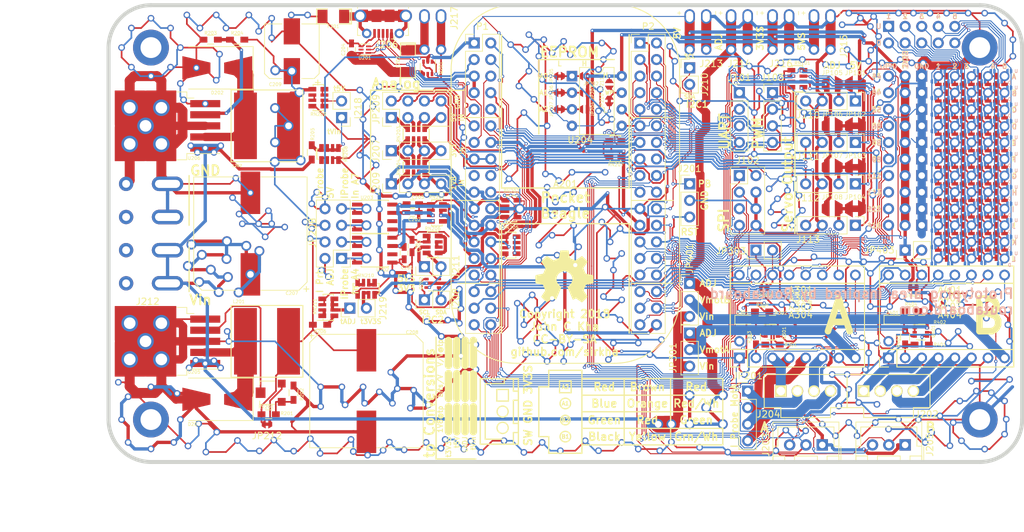
<source format=kicad_pcb>
(kicad_pcb (version 4) (host pcbnew 4.0.7)
  (layers (0 F.Cu signal) (31 B.Cu signal) (34 B.Paste user) (35 F.Paste user) (36 B.SilkS user) (37 F.SilkS user) (38 B.Mask user) (39 F.Mask user) (44 Edge.Cuts user))
  (net 0 "")
  (net 1 GND)
  (net 2 /Common/pr1_pru0_pru_r30_00)
  (net 3 /Common/StepperB/fault_supply)
  (net 4 /Common/gpio2_0)
  (net 5 /Common/StepperB/A2)
  (net 6 /Common/gpio0_27)
  (net 7 /Common/StepperB/A1)
  (net 8 /Common/gpio1_15)
  (net 9 /Common/StepperB/B1)
  (net 10 /Common/gpio2_1)
  (net 11 /Common/StepperB/B2)
  (net 12 /Common/StepperB/SLP)
  (net 13 /Common/pr1_pru1_pru_r30_15)
  (net 14 /Common/StepperB/Vmot)
  (net 15 /Common/pr1_pru1_pru_r30_14)
  (net 16 /Common/gpio1_28)
  (net 17 /Common/pr1_pru0_pru_r30_07)
  (net 18 /Common/StepperA/fault_supply)
  (net 19 /Common/gpio1_27)
  (net 20 /Common/StepperA/A2)
  (net 21 /Common/gpio1_26)
  (net 22 /Common/StepperA/A1)
  (net 23 /Common/gpio1_25)
  (net 24 /Common/StepperA/B1)
  (net 25 /Common/StepperA/B2)
  (net 26 /Common/StepperA/SLP)
  (net 27 /Common/pr1_pru0_pru_r30_04)
  (net 28 /Common/StepperA/Vmot)
  (net 29 /Common/pr1_pru0_pru_r30_01)
  (net 30 /Common/gpio0_26)
  (net 31 5VS)
  (net 32 Vin)
  (net 33 /gpio1_13)
  (net 34 /gpio1_14)
  (net 35 /gpio2_22)
  (net 36 /gpio2_23)
  (net 37 /gpio2_25)
  (net 38 /gpio3_16)
  (net 39 /gpio3_17)
  (net 40 /gpio3_19)
  (net 41 /gpio3_20)
  (net 42 /uart4_txd)
  (net 43 /uart4_rxd)
  (net 44 3V3S)
  (net 45 /spi1_d1)
  (net 46 /spi1_cs1)
  (net 47 /spi1_sclk)
  (net 48 /spi1_d0)
  (net 49 /ehrpwm2B)
  (net 50 /ehrpwm1A)
  (net 51 /ehrpwm0B)
  (net 52 /ehrpwm0A)
  (net 53 /ain_0)
  (net 54 "Net-(J110-Pad1)")
  (net 55 "Net-(J110-Pad2)")
  (net 56 /ain_1)
  (net 57 "Net-(J111-Pad1)")
  (net 58 "Net-(J111-Pad2)")
  (net 59 /ain_2)
  (net 60 "Net-(J112-Pad1)")
  (net 61 "Net-(J112-Pad2)")
  (net 62 /ain_3)
  (net 63 "Net-(A201-Pad2.12)")
  (net 64 +5V)
  (net 65 /Common/pr1_pru1_pru_r31_10)
  (net 66 "Net-(J204-Pad2)")
  (net 67 "Net-(J204-Pad4)")
  (net 68 /Common/pr1_pru0_pru_r31_16)
  (net 69 /Common/usb1_id)
  (net 70 /Common/i2c2_scl)
  (net 71 /Common/i2c2_sda)
  (net 72 /Common/ain0)
  (net 73 /Common/ain1)
  (net 74 /Common/ain2)
  (net 75 /Common/ain3)
  (net 76 /Common/i2c1_sda)
  (net 77 /Common/i2c1_scl)
  (net 78 Vadj)
  (net 79 "Net-(JP202-Pad2)")
  (net 80 "Net-(JP203-Pad2)")
  (net 81 "Net-(JP204-Pad2)")
  (net 82 "Net-(JP210-Pad2)")
  (net 83 /Common/usb1_drvvbus)
  (net 84 "Net-(Q301-Pad1)")
  (net 85 /Common/gpio0_4)
  (net 86 "Net-(Q301-Pad5)")
  (net 87 "Net-(Q401-Pad1)")
  (net 88 /Common/gpio0_5)
  (net 89 "Net-(Q401-Pad5)")
  (net 90 /Common/ain4)
  (net 91 /Common/ain7)
  (net 92 /Common/usb1_vbus)
  (net 93 "Net-(J113-Pad1)")
  (net 94 "Net-(J113-Pad2)")
  (net 95 "Net-(RN207-Pad1)")
  (net 96 "Net-(RN207-Pad2)")
  (net 97 /Common/usb1_d-)
  (net 98 /Common/usb1_d+)
  (net 99 "Net-(RN205-Pad5)")
  (net 100 "Net-(RN205-Pad6)")
  (net 101 /Common/gpio1_12)
  (net 102 /gpio1_20)
  (net 103 "Net-(x100-Pad1)")
  (net 104 "Net-(x100-Pad2)")
  (net 105 "Net-(x100-Pad3)")
  (net 106 "Net-(x100-Pad4)")
  (net 107 "Net-(x100-Pad5)")
  (net 108 "Net-(x100-Pad6)")
  (net 109 "Net-(x100-Pad7)")
  (net 110 "Net-(x100-Pad8)")
  (net 111 "Net-(x100-Pad9)")
  (net 112 "Net-(x100-Pad10)")
  (net 113 RST)
  (net 114 "Net-(C201-Pad1)")
  (net 115 "Net-(C202-Pad1)")
  (net 116 /Common/IP_vadj)
  (net 117 /Common/IP_5V)
  (net 118 "Net-(D201-Pad1)")
  (net 119 "Net-(D202-Pad1)")
  (net 120 "Net-(F201-Pad1)")
  (net 121 "Net-(J207-Pad1)")
  (net 122 "Net-(J207-Pad2)")
  (net 123 "Net-(J207-Pad3)")
  (net 124 "Net-(J207-Pad4)")
  (net 125 "Net-(J211-Pad1)")
  (net 126 "Net-(J211-Pad2)")
  (net 127 "Net-(JP212-Pad1)")
  (net 128 "Net-(Q201-Pad3)")
  (net 129 "Net-(R201-Pad2)")
  (net 130 "Net-(R203-Pad2)")
  (net 131 "Net-(JP209-Pada1)")
  (net 132 "Net-(JP209-Pada4)")
  (net 133 "Net-(JP209-Pada3)")
  (net 134 "Net-(JP209-Pada2)")
  (net 135 "Net-(RN206-Pad5)")
  (net 136 "Net-(RN206-Pad6)")
  (net 137 "Net-(RV201-Pad2)")
  (net 138 "Net-(JP208-Pada1)")
  (net 139 "Net-(JP208-Pada2)")
  (net 140 "Net-(JP208-Pada3)")
  (net 141 "Net-(JP208-Pada4)")
  (net 142 /Common/usb1_5V)
  (net 143 "Net-(J218-Pad1)")
  (net 144 "Net-(J218-Pad2)")
  (net 145 "Net-(J219-Pad1)")
  (net 146 "Net-(J219-Pad2)")
  (net 147 "Net-(R205-Pad1)")
  (net 148 "Net-(R206-Pad1)")
  (net 149 "Net-(RN208-Pad1)")
  (net 150 "Net-(RN209-Pad7)")
  (net 151 "Net-(RN209-Pad2)")
  (net 152 "Net-(RN210-Pad1)")
  (net 153 "Net-(RN210-Pad3)")
  (net 154 "Net-(RN211-Pad7)")
  (module Housings_SOIC:SOIC-8_3.9x4.9mm_Pitch1.27mm (layer F.Cu) (at 70.79 97.46)
    (fp_text reference U203 (at -1.2065 -2.9845) (layer F.SilkS) (effects (font (size 0.5 0.5) (thickness 0.08))))
    (fp_text value ACS723LLCTR-05AB-T)
    (pad 1 smd rect (at -2.7 -1.905) (size 1.55 0.6) (layers F.Cu F.Paste F.Mask) (net 141 "Net-(JP208-Pada4)"))
    (pad 2 smd rect (at -2.7 -0.635) (size 1.55 0.6) (layers F.Cu F.Paste F.Mask) (net 141 "Net-(JP208-Pada4)"))
    (pad 3 smd rect (at -2.7 0.635) (size 1.55 0.6) (layers F.Cu F.Paste F.Mask) (net 140 "Net-(JP208-Pada3)"))
    (pad 4 smd rect (at -2.7 1.905) (size 1.55 0.6) (layers F.Cu F.Paste F.Mask) (net 140 "Net-(JP208-Pada3)"))
    (pad 5 smd rect (at 2.7 1.905) (size 1.55 0.6) (layers F.Cu F.Paste F.Mask) (net 1 GND))
    (pad 6 smd rect (at 2.7 0.635) (size 1.55 0.6) (layers F.Cu F.Paste F.Mask))
    (pad 7 smd rect (at 2.7 -0.635) (size 1.55 0.6) (layers F.Cu F.Paste F.Mask) (net 115 "Net-(C202-Pad1)"))
    (pad 8 smd rect (at 2.7 -1.905) (size 1.55 0.6) (layers F.Cu F.Paste F.Mask) (net 31 5VS))
  )
  (module Pin_Headers:Pin_Header_Straight_2x05_Pitch2.54mm (layer B.Cu) (at 149.53 68.25 270)
    (fp_text reference x100 hide)
    (fp_text value 02x05)
    (pad 1 thru_hole rect (at 0 0 270) (size 1.7 1.7) (drill 1) (layers *.Cu *.Mask) (net 103 "Net-(x100-Pad1)"))
    (pad 2 thru_hole oval (at 2.54 0 270) (size 1.7 1.7) (drill 1) (layers *.Cu *.Mask) (net 104 "Net-(x100-Pad2)"))
    (pad 3 thru_hole oval (at 0 -2.54 270) (size 1.7 1.7) (drill 1) (layers *.Cu *.Mask) (net 105 "Net-(x100-Pad3)"))
    (pad 4 thru_hole oval (at 2.54 -2.54 270) (size 1.7 1.7) (drill 1) (layers *.Cu *.Mask) (net 106 "Net-(x100-Pad4)"))
    (pad 5 thru_hole oval (at 0 -5.08 270) (size 1.7 1.7) (drill 1) (layers *.Cu *.Mask) (net 107 "Net-(x100-Pad5)"))
    (pad 6 thru_hole oval (at 2.54 -5.08 270) (size 1.7 1.7) (drill 1) (layers *.Cu *.Mask) (net 108 "Net-(x100-Pad6)"))
    (pad 7 thru_hole oval (at 0 -7.62 270) (size 1.7 1.7) (drill 1) (layers *.Cu *.Mask) (net 109 "Net-(x100-Pad7)"))
    (pad 8 thru_hole oval (at 2.54 -7.62 270) (size 1.7 1.7) (drill 1) (layers *.Cu *.Mask) (net 110 "Net-(x100-Pad8)"))
    (pad 9 thru_hole oval (at 0 -10.16 270) (size 1.7 1.7) (drill 1) (layers *.Cu *.Mask) (net 111 "Net-(x100-Pad9)"))
    (pad 10 thru_hole oval (at 2.54 -10.16 270) (size 1.7 1.7) (drill 1) (layers *.Cu *.Mask) (net 112 "Net-(x100-Pad10)"))
  )
  (module TO_SOT_Packages_SMD:SOT-363_SC-70-6 (layer F.Cu) (at 154.483 115.113)
    (fp_text reference Q401 (at 1.905 -0.127 90) (layer F.SilkS) (effects (font (size 0.5 0.5) (thickness 0.08))))
    (fp_text value FDC6420C)
    (pad 1 smd rect (at -0.95 -0.65) (size 0.65 0.4) (layers F.Cu F.Paste F.Mask) (net 87 "Net-(Q401-Pad1)"))
    (pad 3 smd rect (at -0.95 0.65) (size 0.65 0.4) (layers F.Cu F.Paste F.Mask) (net 85 /Common/gpio0_4))
    (pad 5 smd rect (at 0.95 0) (size 0.65 0.4) (layers F.Cu F.Paste F.Mask) (net 89 "Net-(Q401-Pad5)"))
    (pad 2 smd rect (at -0.95 0) (size 0.65 0.4) (layers F.Cu F.Paste F.Mask) (net 87 "Net-(Q401-Pad1)"))
    (pad 4 smd rect (at 0.95 0.65) (size 0.65 0.4) (layers F.Cu F.Paste F.Mask) (net 1 GND))
    (pad 6 smd rect (at 0.95 -0.65) (size 0.65 0.4) (layers F.Cu F.Paste F.Mask) (net 44 3V3S))
  )
  (module Resistors_SMD:R_0603_HandSoldering (layer F.Cu) (at 152.07 115.875 270)
    (fp_text reference R403 (at 0.635 1.016 270) (layer F.SilkS) (effects (font (size 0.5 0.5) (thickness 0.08))))
    (fp_text value 1K2)
    (pad 1 smd rect (at -1.1 0 270) (size 1.2 0.9) (layers F.Cu F.Paste F.Mask) (net 85 /Common/gpio0_4))
    (pad 2 smd rect (at 1.1 0 270) (size 1.2 0.9) (layers F.Cu F.Paste F.Mask) (net 3 /Common/StepperB/fault_supply))
  )
  (module Housings_DIP:DIP-8_W7.62mm (layer F.Cu) (at 101.016 75.87)
    (fp_text reference U204 (at 1.27 9.779) (layer F.SilkS))
    (fp_text value 24LC256)
    (pad 1 thru_hole rect (at 0 0) (size 1.6 1.6) (drill 0.8) (layers *.Cu *.Mask) (net 79 "Net-(JP202-Pad2)"))
    (pad 5 thru_hole oval (at 7.62 7.62) (size 1.6 1.6) (drill 0.8) (layers *.Cu *.Mask) (net 76 /Common/i2c1_sda))
    (pad 2 thru_hole oval (at 0 2.54) (size 1.6 1.6) (drill 0.8) (layers *.Cu *.Mask) (net 80 "Net-(JP203-Pad2)"))
    (pad 6 thru_hole oval (at 7.62 5.08) (size 1.6 1.6) (drill 0.8) (layers *.Cu *.Mask) (net 77 /Common/i2c1_scl))
    (pad 3 thru_hole oval (at 0 5.08) (size 1.6 1.6) (drill 0.8) (layers *.Cu *.Mask) (net 81 "Net-(JP204-Pad2)"))
    (pad 7 thru_hole oval (at 7.62 2.54) (size 1.6 1.6) (drill 0.8) (layers *.Cu *.Mask) (net 82 "Net-(JP210-Pad2)"))
    (pad 4 thru_hole oval (at 0 7.62) (size 1.6 1.6) (drill 0.8) (layers *.Cu *.Mask) (net 1 GND))
    (pad 8 thru_hole oval (at 7.62 0) (size 1.6 1.6) (drill 0.8) (layers *.Cu *.Mask) (net 44 3V3S))
  )
  (module Pin_Headers:Pin_Header_Straight_2x04_Pitch2.54mm (layer F.Cu) (at 126.67 91.11)
    (fp_text reference J102 (at 1.27 -2.33) (layer F.SilkS))
    (fp_text value 02x04)
    (pad 1 thru_hole rect (at 0 0) (size 1.7 1.7) (drill 1) (layers *.Cu *.Mask) (net 45 /spi1_d1))
    (pad 2 thru_hole oval (at 2.54 0) (size 1.7 1.7) (drill 1) (layers *.Cu *.Mask) (net 44 3V3S))
    (pad 3 thru_hole oval (at 0 2.54) (size 1.7 1.7) (drill 1) (layers *.Cu *.Mask) (net 46 /spi1_cs1))
    (pad 4 thru_hole oval (at 2.54 2.54) (size 1.7 1.7) (drill 1) (layers *.Cu *.Mask) (net 1 GND))
    (pad 5 thru_hole oval (at 0 5.08) (size 1.7 1.7) (drill 1) (layers *.Cu *.Mask) (net 47 /spi1_sclk))
    (pad 6 thru_hole oval (at 2.54 5.08) (size 1.7 1.7) (drill 1) (layers *.Cu *.Mask) (net 1 GND))
    (pad 7 thru_hole oval (at 0 7.62) (size 1.7 1.7) (drill 1) (layers *.Cu *.Mask) (net 48 /spi1_d0))
    (pad 8 thru_hole oval (at 2.54 7.62) (size 1.7 1.7) (drill 1) (layers *.Cu *.Mask) (net 1 GND))
  )
  (module footprints:PocketBeagle (layer F.Cu) (at 86.03 70.79)
    (fp_text reference A201 (at 13.97 21.59) (layer F.SilkS))
    (fp_text value PocketBeagle)
    (fp_text user P2 (at 26.67 -2.54) (layer F.SilkS))
    (fp_text user P1 (at 1.27 -2.54) (layer F.SilkS))
    (pad 2.36 thru_hole oval (at 27.94 43.18) (size 1.7 1.7) (drill 1) (layers *.Cu *.Mask) (net 91 /Common/ain7))
    (pad 2.35 thru_hole oval (at 25.4 43.18) (size 1.7 1.7) (drill 1) (layers *.Cu *.Mask) (net 35 /gpio2_22))
    (pad 2.34 thru_hole oval (at 27.94 40.64) (size 1.7 1.7) (drill 1) (layers *.Cu *.Mask) (net 40 /gpio3_19))
    (pad 2.33 thru_hole oval (at 25.4 40.64) (size 1.7 1.7) (drill 1) (layers *.Cu *.Mask) (net 33 /gpio1_13))
    (pad 2.32 thru_hole oval (at 27.94 38.1) (size 1.7 1.7) (drill 1) (layers *.Cu *.Mask) (net 38 /gpio3_16))
    (pad 2.31 thru_hole oval (at 25.4 38.1) (size 1.7 1.7) (drill 1) (layers *.Cu *.Mask) (net 46 /spi1_cs1))
    (pad 2.30 thru_hole oval (at 27.94 35.56) (size 1.7 1.7) (drill 1) (layers *.Cu *.Mask) (net 39 /gpio3_17))
    (pad 2.29 thru_hole oval (at 25.4 35.56) (size 1.7 1.7) (drill 1) (layers *.Cu *.Mask) (net 47 /spi1_sclk))
    (pad 2.28 thru_hole oval (at 27.94 33.02) (size 1.7 1.7) (drill 1) (layers *.Cu *.Mask) (net 41 /gpio3_20))
    (pad 2.27 thru_hole oval (at 25.4 33.02) (size 1.7 1.7) (drill 1) (layers *.Cu *.Mask) (net 48 /spi1_d0))
    (pad 2.26 thru_hole oval (at 27.94 30.48) (size 1.7 1.7) (drill 1) (layers *.Cu *.Mask) (net 113 RST))
    (pad 2.25 thru_hole oval (at 25.4 30.48) (size 1.7 1.7) (drill 1) (layers *.Cu *.Mask) (net 45 /spi1_d1))
    (pad 2.24 thru_hole oval (at 27.94 27.94) (size 1.7 1.7) (drill 1) (layers *.Cu *.Mask) (net 101 /Common/gpio1_12))
    (pad 2.23 thru_hole oval (at 25.4 27.94) (size 1.7 1.7) (drill 1) (layers *.Cu *.Mask) (net 44 3V3S))
    (pad 2.22 thru_hole oval (at 27.94 25.4) (size 1.7 1.7) (drill 1) (layers *.Cu *.Mask) (net 34 /gpio1_14))
    (pad 2.21 thru_hole oval (at 25.4 25.4) (size 1.7 1.7) (drill 1) (layers *.Cu *.Mask) (net 1 GND))
    (pad 2.20 thru_hole oval (at 27.94 22.86) (size 1.7 1.7) (drill 1) (layers *.Cu *.Mask) (net 4 /Common/gpio2_0))
    (pad 2.19 thru_hole oval (at 25.4 22.86) (size 1.7 1.7) (drill 1) (layers *.Cu *.Mask) (net 6 /Common/gpio0_27))
    (pad 2.18 thru_hole oval (at 27.94 20.32) (size 1.7 1.7) (drill 1) (layers *.Cu *.Mask) (net 8 /Common/gpio1_15))
    (pad 2.17 thru_hole oval (at 25.4 20.32) (size 1.7 1.7) (drill 1) (layers *.Cu *.Mask) (net 10 /Common/gpio2_1))
    (pad 2.16 thru_hole oval (at 27.94 17.78) (size 1.7 1.7) (drill 1) (layers *.Cu *.Mask))
    (pad 2.15 thru_hole oval (at 25.4 17.78) (size 1.7 1.7) (drill 1) (layers *.Cu *.Mask) (net 1 GND))
    (pad 2.14 thru_hole oval (at 27.94 15.24) (size 1.7 1.7) (drill 1) (layers *.Cu *.Mask))
    (pad 2.13 thru_hole oval (at 25.4 15.24) (size 1.7 1.7) (drill 1) (layers *.Cu *.Mask) (net 31 5VS))
    (pad 2.12 thru_hole oval (at 27.94 12.7) (size 1.7 1.7) (drill 1) (layers *.Cu *.Mask) (net 63 "Net-(A201-Pad2.12)"))
    (pad 2.11 thru_hole oval (at 25.4 12.7) (size 1.7 1.7) (drill 1) (layers *.Cu *.Mask) (net 76 /Common/i2c1_sda))
    (pad 2.10 thru_hole oval (at 27.94 10.16) (size 1.7 1.7) (drill 1) (layers *.Cu *.Mask) (net 102 /gpio1_20))
    (pad 2.9 thru_hole oval (at 25.4 10.16) (size 1.7 1.7) (drill 1) (layers *.Cu *.Mask) (net 77 /Common/i2c1_scl))
    (pad 2.8 thru_hole oval (at 27.94 7.62) (size 1.7 1.7) (drill 1) (layers *.Cu *.Mask) (net 16 /Common/gpio1_28))
    (pad 2.7 thru_hole oval (at 25.4 7.62) (size 1.7 1.7) (drill 1) (layers *.Cu *.Mask) (net 42 /uart4_txd))
    (pad 2.6 thru_hole oval (at 27.94 5.08) (size 1.7 1.7) (drill 1) (layers *.Cu *.Mask) (net 23 /Common/gpio1_25))
    (pad 2.5 thru_hole oval (at 25.4 5.08) (size 1.7 1.7) (drill 1) (layers *.Cu *.Mask) (net 43 /uart4_rxd))
    (pad 2.4 thru_hole oval (at 27.94 2.54) (size 1.7 1.7) (drill 1) (layers *.Cu *.Mask) (net 21 /Common/gpio1_26))
    (pad 2.3 thru_hole oval (at 25.4 2.54) (size 1.7 1.7) (drill 1) (layers *.Cu *.Mask) (net 49 /ehrpwm2B))
    (pad 2.2 thru_hole oval (at 27.94 0) (size 1.7 1.7) (drill 1) (layers *.Cu *.Mask) (net 19 /Common/gpio1_27))
    (pad 2.1 thru_hole rect (at 25.4 0) (size 1.7 1.7) (drill 1) (layers *.Cu *.Mask) (net 50 /ehrpwm1A))
    (pad 1.1 thru_hole rect (at 0 0) (size 1.7 1.7) (drill 1) (layers *.Cu *.Mask) (net 64 +5V))
    (pad 1.2 thru_hole oval (at 2.54 0) (size 1.7 1.7) (drill 1) (layers *.Cu *.Mask) (net 36 /gpio2_23))
    (pad 1.3 thru_hole oval (at 0 2.54) (size 1.7 1.7) (drill 1) (layers *.Cu *.Mask) (net 83 /Common/usb1_drvvbus))
    (pad 1.4 thru_hole oval (at 2.54 2.54) (size 1.7 1.7) (drill 1) (layers *.Cu *.Mask) (net 37 /gpio2_25))
    (pad 1.5 thru_hole oval (at 0 5.08) (size 1.7 1.7) (drill 1) (layers *.Cu *.Mask) (net 92 /Common/usb1_vbus))
    (pad 1.6 thru_hole oval (at 2.54 5.08) (size 1.7 1.7) (drill 1) (layers *.Cu *.Mask) (net 88 /Common/gpio0_5))
    (pad 1.7 thru_hole oval (at 0 7.62) (size 1.7 1.7) (drill 1) (layers *.Cu *.Mask) (net 92 /Common/usb1_vbus))
    (pad 1.8 thru_hole oval (at 2.54 7.62) (size 1.7 1.7) (drill 1) (layers *.Cu *.Mask) (net 52 /ehrpwm0A))
    (pad 1.9 thru_hole oval (at 0 10.16) (size 1.7 1.7) (drill 1) (layers *.Cu *.Mask) (net 97 /Common/usb1_d-))
    (pad 1.10 thru_hole oval (at 2.54 10.16) (size 1.7 1.7) (drill 1) (layers *.Cu *.Mask) (net 51 /ehrpwm0B))
    (pad 1.11 thru_hole oval (at 0 12.7) (size 1.7 1.7) (drill 1) (layers *.Cu *.Mask) (net 98 /Common/usb1_d+))
    (pad 1.12 thru_hole oval (at 2.54 12.7) (size 1.7 1.7) (drill 1) (layers *.Cu *.Mask) (net 85 /Common/gpio0_4))
    (pad 1.13 thru_hole oval (at 0 15.24) (size 1.7 1.7) (drill 1) (layers *.Cu *.Mask) (net 69 /Common/usb1_id))
    (pad 1.14 thru_hole oval (at 2.54 15.24) (size 1.7 1.7) (drill 1) (layers *.Cu *.Mask) (net 44 3V3S))
    (pad 1.15 thru_hole oval (at 0 17.78) (size 1.7 1.7) (drill 1) (layers *.Cu *.Mask) (net 1 GND))
    (pad 1.16 thru_hole oval (at 2.54 17.78) (size 1.7 1.7) (drill 1) (layers *.Cu *.Mask) (net 1 GND))
    (pad 1.17 thru_hole oval (at 0 20.32) (size 1.7 1.7) (drill 1) (layers *.Cu *.Mask))
    (pad 1.18 thru_hole oval (at 2.54 20.32) (size 1.7 1.7) (drill 1) (layers *.Cu *.Mask))
    (pad 1.19 thru_hole oval (at 0 22.86) (size 1.7 1.7) (drill 1) (layers *.Cu *.Mask) (net 72 /Common/ain0))
    (pad 1.20 thru_hole oval (at 2.54 22.86) (size 1.7 1.7) (drill 1) (layers *.Cu *.Mask) (net 68 /Common/pr1_pru0_pru_r31_16))
    (pad 1.21 thru_hole oval (at 0 25.4) (size 1.7 1.7) (drill 1) (layers *.Cu *.Mask) (net 73 /Common/ain1))
    (pad 1.22 thru_hole oval (at 2.54 25.4) (size 1.7 1.7) (drill 1) (layers *.Cu *.Mask) (net 1 GND))
    (pad 1.23 thru_hole oval (at 0 27.94) (size 1.7 1.7) (drill 1) (layers *.Cu *.Mask) (net 74 /Common/ain2))
    (pad 1.24 thru_hole oval (at 2.54 27.94) (size 1.7 1.7) (drill 1) (layers *.Cu *.Mask) (net 31 5VS))
    (pad 1.25 thru_hole oval (at 0 30.48) (size 1.7 1.7) (drill 1) (layers *.Cu *.Mask) (net 75 /Common/ain3))
    (pad 1.26 thru_hole oval (at 2.54 30.48) (size 1.7 1.7) (drill 1) (layers *.Cu *.Mask) (net 71 /Common/i2c2_sda))
    (pad 1.27 thru_hole oval (at 0 33.02) (size 1.7 1.7) (drill 1) (layers *.Cu *.Mask) (net 90 /Common/ain4))
    (pad 1.28 thru_hole oval (at 2.54 33.02) (size 1.7 1.7) (drill 1) (layers *.Cu *.Mask) (net 70 /Common/i2c2_scl))
    (pad 1.29 thru_hole oval (at 0 35.56) (size 1.7 1.7) (drill 1) (layers *.Cu *.Mask) (net 17 /Common/pr1_pru0_pru_r30_07))
    (pad 1.30 thru_hole oval (at 2.54 35.56) (size 1.7 1.7) (drill 1) (layers *.Cu *.Mask) (net 13 /Common/pr1_pru1_pru_r30_15))
    (pad 1.31 thru_hole oval (at 0 38.1) (size 1.7 1.7) (drill 1) (layers *.Cu *.Mask) (net 27 /Common/pr1_pru0_pru_r30_04))
    (pad 1.32 thru_hole oval (at 2.54 38.1) (size 1.7 1.7) (drill 1) (layers *.Cu *.Mask) (net 15 /Common/pr1_pru1_pru_r30_14))
    (pad 1.33 thru_hole oval (at 0 40.64) (size 1.7 1.7) (drill 1) (layers *.Cu *.Mask) (net 29 /Common/pr1_pru0_pru_r30_01))
    (pad 1.34 thru_hole oval (at 2.54 40.64) (size 1.7 1.7) (drill 1) (layers *.Cu *.Mask) (net 30 /Common/gpio0_26))
    (pad 1.35 thru_hole oval (at 0 43.18) (size 1.7 1.7) (drill 1) (layers *.Cu *.Mask) (net 65 /Common/pr1_pru1_pru_r31_10))
    (pad 1.36 thru_hole oval (at 2.54 43.18) (size 1.7 1.7) (drill 1) (layers *.Cu *.Mask) (net 2 /Common/pr1_pru0_pru_r30_00))
  )
  (module Connectors_JST:JST_XH_B03B-XH-A_03x2.50mm_Straight (layer F.Cu) (at 139.37 132.385 180)
    (fp_text reference J203 (at 8.636 0 270) (layer F.SilkS))
    (fp_text value 01x03)
    (pad 1 thru_hole rect (at 0 0 180) (size 1.75 1.75) (drill 1) (layers *.Cu *.Mask) (net 44 3V3S))
    (pad 2 thru_hole circle (at 2.5 0 180) (size 1.75 1.75) (drill 1) (layers *.Cu *.Mask) (net 1 GND))
    (pad 3 thru_hole circle (at 5 0 180) (size 1.75 1.75) (drill 1) (layers *.Cu *.Mask) (net 65 /Common/pr1_pru1_pru_r31_10))
  )
  (module Mounting_Holes:MountingHole_3.2mm_M3_ISO14580_Pad (layer F.Cu) (at 163.5 128.5)
    (fp_text reference MK201 hide)
    (fp_text value Mounting_Hole_PAD hide)
    (pad 1 thru_hole circle (at 0 0) (size 5.5 5.5) (drill 3.2) (layers *.Cu *.Mask) (net 1 GND))
  )
  (module Mounting_Holes:MountingHole_3.2mm_M3_ISO14580_Pad (layer F.Cu) (at 163.5 71.5)
    (fp_text reference MK204 hide)
    (fp_text value Mounting_Hole_PAD hide)
    (pad 1 thru_hole circle (at 0 0) (size 5.5 5.5) (drill 3.2) (layers *.Cu *.Mask) (net 1 GND))
  )
  (module Pin_Headers:Pin_Header_Straight_1x04_Pitch2.54mm (layer F.Cu) (at 126.67 78.41)
    (fp_text reference J101 (at 0 -2.33) (layer F.SilkS))
    (fp_text value 01x04)
    (pad 1 thru_hole rect (at 0 0) (size 1.7 1.7) (drill 1) (layers *.Cu *.Mask) (net 1 GND))
    (pad 2 thru_hole oval (at 0 2.54) (size 1.7 1.7) (drill 1) (layers *.Cu *.Mask) (net 42 /uart4_txd))
    (pad 3 thru_hole oval (at 0 5.08) (size 1.7 1.7) (drill 1) (layers *.Cu *.Mask) (net 43 /uart4_rxd))
    (pad 4 thru_hole oval (at 0 7.62) (size 1.7 1.7) (drill 1) (layers *.Cu *.Mask) (net 44 3V3S))
  )
  (module Pin_Headers:Pin_Header_Straight_1x04_Pitch2.54mm (layer F.Cu) (at 131.75 78.41)
    (fp_text reference J103 (at 0 -2.33) (layer F.SilkS))
    (fp_text value 01x04)
    (pad 1 thru_hole rect (at 0 0) (size 1.7 1.7) (drill 1) (layers *.Cu *.Mask) (net 49 /ehrpwm2B))
    (pad 2 thru_hole oval (at 0 2.54) (size 1.7 1.7) (drill 1) (layers *.Cu *.Mask) (net 50 /ehrpwm1A))
    (pad 3 thru_hole oval (at 0 5.08) (size 1.7 1.7) (drill 1) (layers *.Cu *.Mask) (net 51 /ehrpwm0B))
    (pad 4 thru_hole oval (at 0 7.62) (size 1.7 1.7) (drill 1) (layers *.Cu *.Mask) (net 52 /ehrpwm0A))
  )
  (module Pin_Headers:Pin_Header_Straight_1x04_Pitch2.54mm (layer F.Cu) (at 144.45 79.68 270)
    (fp_text reference J110 (at 2.159 7.239 360) (layer F.SilkS))
    (fp_text value 01x04)
    (pad 1 thru_hole rect (at 0 0 270) (size 1.7 1.7) (drill 1) (layers *.Cu *.Mask) (net 54 "Net-(J110-Pad1)"))
    (pad 2 thru_hole oval (at 0 2.54 270) (size 1.7 1.7) (drill 1) (layers *.Cu *.Mask) (net 55 "Net-(J110-Pad2)"))
    (pad 3 thru_hole oval (at 0 5.08 270) (size 1.7 1.7) (drill 1) (layers *.Cu *.Mask) (net 1 GND))
    (pad 4 thru_hole oval (at 0 7.62 270) (size 1.7 1.7) (drill 1) (layers *.Cu *.Mask) (net 53 /ain_0))
  )
  (module Pin_Headers:Pin_Header_Straight_1x04_Pitch2.54mm (layer F.Cu) (at 144.45 86.03 270)
    (fp_text reference J111 (at 2.159 7.239 360) (layer F.SilkS))
    (fp_text value 01x04)
    (pad 1 thru_hole rect (at 0 0 270) (size 1.7 1.7) (drill 1) (layers *.Cu *.Mask) (net 57 "Net-(J111-Pad1)"))
    (pad 2 thru_hole oval (at 0 2.54 270) (size 1.7 1.7) (drill 1) (layers *.Cu *.Mask) (net 58 "Net-(J111-Pad2)"))
    (pad 3 thru_hole oval (at 0 5.08 270) (size 1.7 1.7) (drill 1) (layers *.Cu *.Mask) (net 1 GND))
    (pad 4 thru_hole oval (at 0 7.62 270) (size 1.7 1.7) (drill 1) (layers *.Cu *.Mask) (net 56 /ain_1))
  )
  (module Pin_Headers:Pin_Header_Straight_1x04_Pitch2.54mm (layer F.Cu) (at 144.45 92.38 270)
    (fp_text reference J112 (at 2.159 7.239 360) (layer F.SilkS))
    (fp_text value 01x04)
    (pad 1 thru_hole rect (at 0 0 270) (size 1.7 1.7) (drill 1) (layers *.Cu *.Mask) (net 60 "Net-(J112-Pad1)"))
    (pad 2 thru_hole oval (at 0 2.54 270) (size 1.7 1.7) (drill 1) (layers *.Cu *.Mask) (net 61 "Net-(J112-Pad2)"))
    (pad 3 thru_hole oval (at 0 5.08 270) (size 1.7 1.7) (drill 1) (layers *.Cu *.Mask) (net 1 GND))
    (pad 4 thru_hole oval (at 0 7.62 270) (size 1.7 1.7) (drill 1) (layers *.Cu *.Mask) (net 59 /ain_2))
  )
  (module Pin_Headers:Pin_Header_Straight_1x04_Pitch2.54mm (layer F.Cu) (at 144.45 98.73 270)
    (fp_text reference J113 (at 2.159 7.239 360) (layer F.SilkS))
    (fp_text value 01x04)
    (pad 1 thru_hole rect (at 0 0 270) (size 1.7 1.7) (drill 1) (layers *.Cu *.Mask) (net 93 "Net-(J113-Pad1)"))
    (pad 2 thru_hole oval (at 0 2.54 270) (size 1.7 1.7) (drill 1) (layers *.Cu *.Mask) (net 94 "Net-(J113-Pad2)"))
    (pad 3 thru_hole oval (at 0 5.08 270) (size 1.7 1.7) (drill 1) (layers *.Cu *.Mask) (net 1 GND))
    (pad 4 thru_hole oval (at 0 7.62 270) (size 1.7 1.7) (drill 1) (layers *.Cu *.Mask) (net 62 /ain_3))
  )
  (module footprints:Molex-SL-4POS (layer F.Cu) (at 145.72 124.13 180)
    (fp_text reference J202 (at -9.652 -3.556 180) (layer F.SilkS))
    (fp_text value 01x04 hide)
    (pad 4 thru_hole circle (at -7.62 0 180) (size 1.778 1.778) (drill 1.3208) (layers *.Cu *.Mask F.SilkS) (net 9 /Common/StepperB/B1))
    (pad 3 thru_hole circle (at -5.08 0 180) (size 1.778 1.778) (drill 1.3208) (layers *.Cu *.Mask F.SilkS) (net 11 /Common/StepperB/B2))
    (pad 2 thru_hole circle (at -2.54 0 180) (size 1.778 1.778) (drill 1.3208) (layers *.Cu *.Mask F.SilkS) (net 7 /Common/StepperB/A1))
    (pad 1 thru_hole rect (at 0 0 180) (size 1.778 1.778) (drill 1.3208) (layers *.Cu *.Mask F.SilkS) (net 5 /Common/StepperB/A2))
  )
  (module footprints:Molex-SL-4POS (layer F.Cu) (at 133.02 124.13 180)
    (fp_text reference J204 (at 1.905 -3.556 180) (layer F.SilkS))
    (fp_text value 01x04 hide)
    (pad 4 thru_hole circle (at -7.62 0 180) (size 1.778 1.778) (drill 1.3208) (layers *.Cu *.Mask F.SilkS) (net 67 "Net-(J204-Pad4)"))
    (pad 3 thru_hole circle (at -5.08 0 180) (size 1.778 1.778) (drill 1.3208) (layers *.Cu *.Mask F.SilkS) (net 25 /Common/StepperA/B2))
    (pad 2 thru_hole circle (at -2.54 0 180) (size 1.778 1.778) (drill 1.3208) (layers *.Cu *.Mask F.SilkS) (net 66 "Net-(J204-Pad2)"))
    (pad 1 thru_hole rect (at 0 0 180) (size 1.778 1.778) (drill 1.3208) (layers *.Cu *.Mask F.SilkS) (net 20 /Common/StepperA/A2))
  )
  (module Connectors_JST:JST_XH_B03B-XH-A_03x2.50mm_Straight (layer F.Cu) (at 152.07 132.385 180)
    (fp_text reference J205 (at -3.7846 0.0254 270) (layer F.SilkS))
    (fp_text value 01x03)
    (pad 1 thru_hole rect (at 0 0 180) (size 1.75 1.75) (drill 1) (layers *.Cu *.Mask) (net 44 3V3S))
    (pad 2 thru_hole circle (at 2.5 0 180) (size 1.75 1.75) (drill 1) (layers *.Cu *.Mask) (net 1 GND))
    (pad 3 thru_hole circle (at 5 0 180) (size 1.75 1.75) (drill 1) (layers *.Cu *.Mask) (net 68 /Common/pr1_pru0_pru_r31_16))
  )
  (module Pin_Headers:Pin_Header_Straight_1x02_Pitch2.54mm (layer F.Cu) (at 119.05 74.6)
    (fp_text reference J210 (at 2.286 2.54 90) (layer F.SilkS))
    (fp_text value 01x02)
    (pad 1 thru_hole rect (at 0 0) (size 1.7 1.7) (drill 1) (layers *.Cu *.Mask) (net 77 /Common/i2c1_scl))
    (pad 2 thru_hole oval (at 0 2.54) (size 1.7 1.7) (drill 1) (layers *.Cu *.Mask) (net 76 /Common/i2c1_sda))
  )
  (module Pin_Headers:Pin_Header_Straight_1x04_Pitch2.54mm (layer F.Cu) (at 127.94 124.13)
    (fp_text reference JP201 (at 0 -2.33) (layer F.SilkS))
    (fp_text value 01x04)
    (pad 1 thru_hole rect (at 0 0) (size 1.7 1.7) (drill 1) (layers *.Cu *.Mask) (net 66 "Net-(J204-Pad2)"))
    (pad 2 thru_hole oval (at 0 2.54) (size 1.7 1.7) (drill 1) (layers *.Cu *.Mask) (net 22 /Common/StepperA/A1))
    (pad 3 thru_hole oval (at 0 5.08) (size 1.7 1.7) (drill 1) (layers *.Cu *.Mask) (net 67 "Net-(J204-Pad4)"))
    (pad 4 thru_hole oval (at 0 7.62) (size 1.7 1.7) (drill 1) (layers *.Cu *.Mask) (net 24 /Common/StepperA/B1))
  )
  (module Pin_Headers:Pin_Header_Straight_1x03_Pitch2.54mm (layer F.Cu) (at 119.05 115.24)
    (fp_text reference JP301 (at -2.54 3.81 90) (layer F.SilkS))
    (fp_text value 01x03)
    (pad 1 thru_hole rect (at 0 0) (size 1.7 1.7) (drill 1) (layers *.Cu *.Mask) (net 78 Vadj))
    (pad 2 thru_hole oval (at 0 2.54) (size 1.7 1.7) (drill 1) (layers *.Cu *.Mask) (net 28 /Common/StepperA/Vmot))
    (pad 3 thru_hole oval (at 0 5.08) (size 1.7 1.7) (drill 1) (layers *.Cu *.Mask) (net 32 Vin))
  )
  (module Pin_Headers:Pin_Header_Straight_1x02_Pitch2.54mm (layer F.Cu) (at 129.21 102.54 90)
    (fp_text reference JP303 (at -0.127 -3.81 180) (layer F.SilkS))
    (fp_text value 01x02)
    (pad 1 thru_hole rect (at 0 0 90) (size 1.7 1.7) (drill 1) (layers *.Cu *.Mask) (net 44 3V3S))
    (pad 2 thru_hole oval (at 0 2.54 90) (size 1.7 1.7) (drill 1) (layers *.Cu *.Mask) (net 26 /Common/StepperA/SLP))
  )
  (module Pin_Headers:Pin_Header_Straight_1x03_Pitch2.54mm (layer F.Cu) (at 119.05 107.62)
    (fp_text reference JP401 (at 0 -3.81 90) (layer F.SilkS))
    (fp_text value 01x03)
    (pad 1 thru_hole rect (at 0 0) (size 1.7 1.7) (drill 1) (layers *.Cu *.Mask) (net 78 Vadj))
    (pad 2 thru_hole oval (at 0 2.54) (size 1.7 1.7) (drill 1) (layers *.Cu *.Mask) (net 14 /Common/StepperB/Vmot))
    (pad 3 thru_hole oval (at 0 5.08) (size 1.7 1.7) (drill 1) (layers *.Cu *.Mask) (net 32 Vin))
  )
  (module Pin_Headers:Pin_Header_Straight_1x02_Pitch2.54mm (layer F.Cu) (at 152.07 102.54 90)
    (fp_text reference JP403 (at 0 -3.937 180) (layer F.SilkS))
    (fp_text value 01x02)
    (pad 1 thru_hole rect (at 0 0 90) (size 1.7 1.7) (drill 1) (layers *.Cu *.Mask) (net 44 3V3S))
    (pad 2 thru_hole oval (at 0 2.54 90) (size 1.7 1.7) (drill 1) (layers *.Cu *.Mask) (net 12 /Common/StepperB/SLP))
  )
  (module TO_SOT_Packages_SMD:SOT-363_SC-70-6 (layer F.Cu) (at 131.623 115.113)
    (fp_text reference Q301 (at 1.905 0.127 90) (layer F.SilkS) (effects (font (size 0.5 0.5) (thickness 0.08))))
    (fp_text value FDC6420C)
    (pad 1 smd rect (at -0.95 -0.65) (size 0.65 0.4) (layers F.Cu F.Paste F.Mask) (net 84 "Net-(Q301-Pad1)"))
    (pad 3 smd rect (at -0.95 0.65) (size 0.65 0.4) (layers F.Cu F.Paste F.Mask) (net 88 /Common/gpio0_5))
    (pad 5 smd rect (at 0.95 0) (size 0.65 0.4) (layers F.Cu F.Paste F.Mask) (net 86 "Net-(Q301-Pad5)"))
    (pad 2 smd rect (at -0.95 0) (size 0.65 0.4) (layers F.Cu F.Paste F.Mask) (net 84 "Net-(Q301-Pad1)"))
    (pad 4 smd rect (at 0.95 0.65) (size 0.65 0.4) (layers F.Cu F.Paste F.Mask) (net 1 GND))
    (pad 6 smd rect (at 0.95 -0.65) (size 0.65 0.4) (layers F.Cu F.Paste F.Mask) (net 44 3V3S))
  )
  (module Resistors_SMD:R_0603_HandSoldering (layer F.Cu) (at 131.75 117.018)
    (fp_text reference R301 (at 2.794 0) (layer F.SilkS) (effects (font (size 0.5 0.5) (thickness 0.08))))
    (fp_text value 22)
    (pad 1 smd rect (at -1.1 0) (size 1.2 0.9) (layers F.Cu F.Paste F.Mask) (net 18 /Common/StepperA/fault_supply))
    (pad 2 smd rect (at 1.1 0) (size 1.2 0.9) (layers F.Cu F.Paste F.Mask) (net 86 "Net-(Q301-Pad5)"))
  )
  (module Resistors_SMD:R_0603_HandSoldering (layer F.Cu) (at 131.75 113.208 180)
    (fp_text reference R302 (at -1.2954 1.0414 180) (layer F.SilkS) (effects (font (size 0.5 0.5) (thickness 0.08))))
    (fp_text value 12K)
    (pad 1 smd rect (at -1.1 0 180) (size 1.2 0.9) (layers F.Cu F.Paste F.Mask) (net 44 3V3S))
    (pad 2 smd rect (at 1.1 0 180) (size 1.2 0.9) (layers F.Cu F.Paste F.Mask) (net 84 "Net-(Q301-Pad1)"))
  )
  (module Resistors_SMD:R_0603_HandSoldering (layer F.Cu) (at 129.21 115.875 270)
    (fp_text reference R303 (at 0 1.016 270) (layer F.SilkS) (effects (font (size 0.5 0.5) (thickness 0.08))))
    (fp_text value 1K2)
    (pad 1 smd rect (at -1.1 0 270) (size 1.2 0.9) (layers F.Cu F.Paste F.Mask) (net 88 /Common/gpio0_5))
    (pad 2 smd rect (at 1.1 0 270) (size 1.2 0.9) (layers F.Cu F.Paste F.Mask) (net 18 /Common/StepperA/fault_supply))
  )
  (module Resistors_SMD:R_0603_HandSoldering (layer F.Cu) (at 130.1576 111.938)
    (fp_text reference R304 (at 0.043 -1.016) (layer F.SilkS) (effects (font (size 0.5 0.5) (thickness 0.08))))
    (fp_text value 12K)
    (pad 1 smd rect (at -1.1 0) (size 1.2 0.9) (layers F.Cu F.Paste F.Mask) (net 88 /Common/gpio0_5))
    (pad 2 smd rect (at 1.1 0) (size 1.2 0.9) (layers F.Cu F.Paste F.Mask) (net 1 GND))
  )
  (module Resistors_SMD:R_0603_HandSoldering (layer F.Cu) (at 154.61 117.018)
    (fp_text reference R401 (at 2.794 0 180) (layer F.SilkS) (effects (font (size 0.5 0.5) (thickness 0.08))))
    (fp_text value 22)
    (pad 1 smd rect (at -1.1 0) (size 1.2 0.9) (layers F.Cu F.Paste F.Mask) (net 3 /Common/StepperB/fault_supply))
    (pad 2 smd rect (at 1.1 0) (size 1.2 0.9) (layers F.Cu F.Paste F.Mask) (net 89 "Net-(Q401-Pad5)"))
  )
  (module Resistors_SMD:R_0603_HandSoldering (layer F.Cu) (at 154.61 113.208 180)
    (fp_text reference R402 (at -2.7686 -0.381 180) (layer F.SilkS) (effects (font (size 0.5 0.5) (thickness 0.08))))
    (fp_text value 12K)
    (pad 1 smd rect (at -1.1 0 180) (size 1.2 0.9) (layers F.Cu F.Paste F.Mask) (net 44 3V3S))
    (pad 2 smd rect (at 1.1 0 180) (size 1.2 0.9) (layers F.Cu F.Paste F.Mask) (net 87 "Net-(Q401-Pad1)"))
  )
  (module Resistors_SMD:R_0603_HandSoldering (layer F.Cu) (at 153 111.8618)
    (fp_text reference R404 (at -0.0156 -1.0414) (layer F.SilkS) (effects (font (size 0.5 0.5) (thickness 0.08))))
    (fp_text value 12K)
    (pad 1 smd rect (at -1.1 0) (size 1.2 0.9) (layers F.Cu F.Paste F.Mask) (net 85 /Common/gpio0_4))
    (pad 2 smd rect (at 1.1 0) (size 1.2 0.9) (layers F.Cu F.Paste F.Mask) (net 1 GND))
  )
  (module footprints:R_Array_1206x04 (layer F.Cu) (at 135.56 76.27 270)
    (fp_text reference RN101 (at -2.413 -0.762 360) (layer F.SilkS) (effects (font (size 0.5 0.5) (thickness 0.08))))
    (fp_text value 1K2)
    (pad 8 smd rect (at -1.2 -0.625 90) (size 0.7 1.2) (drill (offset 0.1 0.3)) (layers F.Cu F.Paste F.Mask) (net 93 "Net-(J113-Pad1)"))
    (pad 5 smd rect (at 1.2 -0.625 90) (size 0.7 1.2) (drill (offset -0.1 0.3)) (layers F.Cu F.Paste F.Mask) (net 54 "Net-(J110-Pad1)"))
    (pad 1 smd rect (at -1.2 0.625 270) (size 0.7 1.2) (drill (offset -0.1 0.3)) (layers F.Cu F.Paste F.Mask) (net 49 /ehrpwm2B))
    (pad 4 smd rect (at 1.2 0.625 270) (size 0.7 1.2) (drill (offset 0.1 0.3)) (layers F.Cu F.Paste F.Mask) (net 52 /ehrpwm0A))
    (pad 2 smd rect (at -0.4 0.625 270) (size 0.5 1.2) (drill (offset 0 0.3)) (layers F.Cu F.Paste F.Mask) (net 50 /ehrpwm1A))
    (pad 3 smd rect (at 0.4 0.625 270) (size 0.5 1.2) (drill (offset 0 0.3)) (layers F.Cu F.Paste F.Mask) (net 51 /ehrpwm0B))
    (pad 6 smd rect (at 0.4 -0.625 90) (size 0.5 1.2) (drill (offset 0 0.3)) (layers F.Cu F.Paste F.Mask) (net 57 "Net-(J111-Pad1)"))
    (pad 7 smd rect (at -0.4 -0.625 90) (size 0.5 1.2) (drill (offset 0 0.3)) (layers F.Cu F.Paste F.Mask) (net 60 "Net-(J112-Pad1)"))
  )
  (module footprints:R_Array_1206x04 (layer F.Cu) (at 91.745 96.19 270)
    (fp_text reference RN202 (at -2.7 0 360) (layer F.SilkS) (effects (font (size 0.5 0.5) (thickness 0.08))))
    (fp_text value 1K2)
    (pad 8 smd rect (at -1.2 -0.625 90) (size 0.7 1.2) (drill (offset 0.1 0.3)) (layers F.Cu F.Paste F.Mask) (net 1 GND))
    (pad 5 smd rect (at 1.2 -0.625 90) (size 0.7 1.2) (drill (offset -0.1 0.3)) (layers F.Cu F.Paste F.Mask) (net 1 GND))
    (pad 1 smd rect (at -1.2 0.625 270) (size 0.7 1.2) (drill (offset -0.1 0.3)) (layers F.Cu F.Paste F.Mask) (net 72 /Common/ain0))
    (pad 4 smd rect (at 1.2 0.625 270) (size 0.7 1.2) (drill (offset 0.1 0.3)) (layers F.Cu F.Paste F.Mask) (net 75 /Common/ain3))
    (pad 2 smd rect (at -0.4 0.625 270) (size 0.5 1.2) (drill (offset 0 0.3)) (layers F.Cu F.Paste F.Mask) (net 73 /Common/ain1))
    (pad 3 smd rect (at 0.4 0.625 270) (size 0.5 1.2) (drill (offset 0 0.3)) (layers F.Cu F.Paste F.Mask) (net 74 /Common/ain2))
    (pad 6 smd rect (at 0.4 -0.625 90) (size 0.5 1.2) (drill (offset 0 0.3)) (layers F.Cu F.Paste F.Mask) (net 1 GND))
    (pad 7 smd rect (at -0.4 -0.625 90) (size 0.5 1.2) (drill (offset 0 0.3)) (layers F.Cu F.Paste F.Mask) (net 1 GND))
  )
  (module footprints:R_Array_1206x04 (layer F.Cu) (at 91.618 101.778 270)
    (fp_text reference RN205 (at -2.7 0 360) (layer F.SilkS) (effects (font (size 0.5 0.5) (thickness 0.08))))
    (fp_text value 1K2)
    (pad 8 smd rect (at -1.2 -0.625 90) (size 0.7 1.2) (drill (offset 0.1 0.3)) (layers F.Cu F.Paste F.Mask) (net 99 "Net-(RN205-Pad5)"))
    (pad 5 smd rect (at 1.2 -0.625 90) (size 0.7 1.2) (drill (offset -0.1 0.3)) (layers F.Cu F.Paste F.Mask) (net 99 "Net-(RN205-Pad5)"))
    (pad 1 smd rect (at -1.2 0.625 270) (size 0.7 1.2) (drill (offset -0.1 0.3)) (layers F.Cu F.Paste F.Mask) (net 44 3V3S))
    (pad 4 smd rect (at 1.2 0.625 270) (size 0.7 1.2) (drill (offset 0.1 0.3)) (layers F.Cu F.Paste F.Mask) (net 70 /Common/i2c2_scl))
    (pad 2 smd rect (at -0.4 0.625 270) (size 0.5 1.2) (drill (offset 0 0.3)) (layers F.Cu F.Paste F.Mask) (net 44 3V3S))
    (pad 3 smd rect (at 0.4 0.625 270) (size 0.5 1.2) (drill (offset 0 0.3)) (layers F.Cu F.Paste F.Mask) (net 71 /Common/i2c2_sda))
    (pad 6 smd rect (at 0.4 -0.625 90) (size 0.5 1.2) (drill (offset 0 0.3)) (layers F.Cu F.Paste F.Mask) (net 100 "Net-(RN205-Pad6)"))
    (pad 7 smd rect (at -0.4 -0.625 90) (size 0.5 1.2) (drill (offset 0 0.3)) (layers F.Cu F.Paste F.Mask) (net 100 "Net-(RN205-Pad6)"))
  )
  (module footprints:R_Array_1206x04 (layer F.Cu) (at 107.6708 86.9698 270)
    (fp_text reference RN207 (at 2.4638 -0.0635 360) (layer F.SilkS) (effects (font (size 0.5 0.5) (thickness 0.08))))
    (fp_text value 1K2)
    (pad 8 smd rect (at -1.2 -0.625 90) (size 0.7 1.2) (drill (offset 0.1 0.3)) (layers F.Cu F.Paste F.Mask) (net 76 /Common/i2c1_sda))
    (pad 5 smd rect (at 1.2 -0.625 90) (size 0.7 1.2) (drill (offset -0.1 0.3)) (layers F.Cu F.Paste F.Mask) (net 44 3V3S))
    (pad 1 smd rect (at -1.2 0.625 270) (size 0.7 1.2) (drill (offset -0.1 0.3)) (layers F.Cu F.Paste F.Mask) (net 95 "Net-(RN207-Pad1)"))
    (pad 4 smd rect (at 1.2 0.625 270) (size 0.7 1.2) (drill (offset 0.1 0.3)) (layers F.Cu F.Paste F.Mask) (net 95 "Net-(RN207-Pad1)"))
    (pad 2 smd rect (at -0.4 0.625 270) (size 0.5 1.2) (drill (offset 0 0.3)) (layers F.Cu F.Paste F.Mask) (net 96 "Net-(RN207-Pad2)"))
    (pad 3 smd rect (at 0.4 0.625 270) (size 0.5 1.2) (drill (offset 0 0.3)) (layers F.Cu F.Paste F.Mask) (net 96 "Net-(RN207-Pad2)"))
    (pad 6 smd rect (at 0.4 -0.625 90) (size 0.5 1.2) (drill (offset 0 0.3)) (layers F.Cu F.Paste F.Mask) (net 44 3V3S))
    (pad 7 smd rect (at -0.4 -0.625 90) (size 0.5 1.2) (drill (offset 0 0.3)) (layers F.Cu F.Paste F.Mask) (net 77 /Common/i2c1_scl))
  )
  (module footprints:JPNC_Large (layer F.Cu) (at 144.45 96.19 180)
    (fp_text reference JP104 (at 0 1.778 180) (layer F.SilkS) (effects (font (size 0.7 0.7) (thickness 0.1))))
    (fp_text value JPNC)
    (fp_line (start -0.889 0) (end 0.889 0) (layer F.Cu) (width 1))
    (pad 1 smd trapezoid (at -1 0) (size 1.2 2) (rect_delta 0.7 0) (layers F.Cu F.Paste F.Mask) (net 64 +5V))
    (pad 2 smd trapezoid (at 1 0 180) (size 1.2 2) (rect_delta 0.7 0) (layers F.Cu F.Paste F.Mask) (net 94 "Net-(J113-Pad2)"))
  )
  (module footprints:JPNC_Large (layer F.Cu) (at 144.45 89.84 180)
    (fp_text reference JP103 (at 0 1.778 180) (layer F.SilkS) (effects (font (size 0.7 0.7) (thickness 0.1))))
    (fp_text value JPNC)
    (fp_line (start -0.889 0) (end 0.889 0) (layer F.Cu) (width 1))
    (pad 1 smd trapezoid (at -1 0) (size 1.2 2) (rect_delta 0.7 0) (layers F.Cu F.Paste F.Mask) (net 64 +5V))
    (pad 2 smd trapezoid (at 1 0 180) (size 1.2 2) (rect_delta 0.7 0) (layers F.Cu F.Paste F.Mask) (net 61 "Net-(J112-Pad2)"))
  )
  (module footprints:JPNC_Large (layer F.Cu) (at 144.45 83.49 180)
    (fp_text reference JP102 (at 0 1.778 180) (layer F.SilkS) (effects (font (size 0.7 0.7) (thickness 0.1))))
    (fp_text value JPNC)
    (fp_line (start -0.889 0) (end 0.889 0) (layer F.Cu) (width 1))
    (pad 1 smd trapezoid (at -1 0) (size 1.2 2) (rect_delta 0.7 0) (layers F.Cu F.Paste F.Mask) (net 64 +5V))
    (pad 2 smd trapezoid (at 1 0 180) (size 1.2 2) (rect_delta 0.7 0) (layers F.Cu F.Paste F.Mask) (net 58 "Net-(J111-Pad2)"))
  )
  (module footprints:JPNC_Large (layer F.Cu) (at 144.45 77.14 180)
    (fp_text reference JP101 (at 0 1.778 180) (layer F.SilkS) (effects (font (size 0.7 0.7) (thickness 0.1))))
    (fp_text value JPNC)
    (fp_line (start -0.889 0) (end 0.889 0) (layer F.Cu) (width 1))
    (pad 1 smd trapezoid (at -1 0) (size 1.2 2) (rect_delta 0.7 0) (layers F.Cu F.Paste F.Mask) (net 64 +5V))
    (pad 2 smd trapezoid (at 1 0 180) (size 1.2 2) (rect_delta 0.7 0) (layers F.Cu F.Paste F.Mask) (net 55 "Net-(J110-Pad2)"))
  )
  (module footprints:JPNO_Large (layer F.Cu) (at 140.894 96.19 180)
    (fp_text reference JP108 (at 0 1.778 180) (layer F.SilkS) (effects (font (size 0.7 0.7) (thickness 0.1))))
    (fp_text value JPNO)
    (pad 1 smd trapezoid (at -1 0) (size 1.2 2) (rect_delta 0.7 0) (layers F.Cu F.Paste F.Mask) (net 94 "Net-(J113-Pad2)"))
    (pad 2 smd trapezoid (at 1 0 180) (size 1.2 2) (rect_delta 0.7 0) (layers F.Cu F.Paste F.Mask) (net 78 Vadj))
  )
  (module footprints:JPNO_Large (layer F.Cu) (at 140.894 89.84 180)
    (fp_text reference JP107 (at 0 1.778 180) (layer F.SilkS) (effects (font (size 0.7 0.7) (thickness 0.1))))
    (fp_text value JPNO)
    (pad 1 smd trapezoid (at -1 0) (size 1.2 2) (rect_delta 0.7 0) (layers F.Cu F.Paste F.Mask) (net 61 "Net-(J112-Pad2)"))
    (pad 2 smd trapezoid (at 1 0 180) (size 1.2 2) (rect_delta 0.7 0) (layers F.Cu F.Paste F.Mask) (net 78 Vadj))
  )
  (module footprints:JPNO_Large (layer F.Cu) (at 140.894 83.49 180)
    (fp_text reference JP106 (at 0 1.778 180) (layer F.SilkS) (effects (font (size 0.7 0.7) (thickness 0.1))))
    (fp_text value JPNO)
    (pad 1 smd trapezoid (at -1 0) (size 1.2 2) (rect_delta 0.7 0) (layers F.Cu F.Paste F.Mask) (net 58 "Net-(J111-Pad2)"))
    (pad 2 smd trapezoid (at 1 0 180) (size 1.2 2) (rect_delta 0.7 0) (layers F.Cu F.Paste F.Mask) (net 78 Vadj))
  )
  (module footprints:JPNO_Large (layer F.Cu) (at 140.894 77.14 180)
    (fp_text reference JP105 (at 0 1.778 180) (layer F.SilkS) (effects (font (size 0.7 0.7) (thickness 0.1))))
    (fp_text value JPNO)
    (pad 1 smd trapezoid (at -1 0) (size 1.2 2) (rect_delta 0.7 0) (layers F.Cu F.Paste F.Mask) (net 55 "Net-(J110-Pad2)"))
    (pad 2 smd trapezoid (at 1 0 180) (size 1.2 2) (rect_delta 0.7 0) (layers F.Cu F.Paste F.Mask) (net 78 Vadj))
  )
  (module footprints:JPNO (layer F.Cu) (at 106.731 77.14 90)
    (fp_text reference JP211 (at 0 -1.143 90) (layer F.SilkS) (effects (font (size 0.5 0.5) (thickness 0.08))))
    (fp_text value JPNO)
    (pad 1 smd trapezoid (at -0.5 0 270) (size 0.6 1) (rect_delta 0.35 0) (layers F.Cu F.Paste F.Mask) (net 82 "Net-(JP210-Pad2)"))
    (pad 2 smd trapezoid (at 0.5 0 90) (size 0.6 1) (rect_delta 0.35 0) (layers F.Cu F.Paste F.Mask) (net 44 3V3S))
  )
  (module footprints:JPNO (layer F.Cu) (at 102.921 80.95 180)
    (fp_text reference JP204 (at -1.27 0 270) (layer F.SilkS) (effects (font (size 0.5 0.5) (thickness 0.08))))
    (fp_text value JPNO)
    (pad 1 smd trapezoid (at -0.5 0) (size 0.6 1) (rect_delta 0.35 0) (layers F.Cu F.Paste F.Mask) (net 44 3V3S))
    (pad 2 smd trapezoid (at 0.5 0 180) (size 0.6 1) (rect_delta 0.35 0) (layers F.Cu F.Paste F.Mask) (net 81 "Net-(JP204-Pad2)"))
  )
  (module footprints:JPNO (layer F.Cu) (at 102.921 78.41 180)
    (fp_text reference JP203 (at -1.27 0 270) (layer F.SilkS) (effects (font (size 0.5 0.5) (thickness 0.08))))
    (fp_text value JPNO)
    (pad 1 smd trapezoid (at -0.5 0) (size 0.6 1) (rect_delta 0.35 0) (layers F.Cu F.Paste F.Mask) (net 44 3V3S))
    (pad 2 smd trapezoid (at 0.5 0 180) (size 0.6 1) (rect_delta 0.35 0) (layers F.Cu F.Paste F.Mask) (net 80 "Net-(JP203-Pad2)"))
  )
  (module footprints:JPNO (layer F.Cu) (at 102.921 75.87 180)
    (fp_text reference JP202 (at -1.016 -1.143 180) (layer F.SilkS) (effects (font (size 0.5 0.5) (thickness 0.08))))
    (fp_text value JPNO)
    (pad 1 smd trapezoid (at -0.5 0) (size 0.6 1) (rect_delta 0.35 0) (layers F.Cu F.Paste F.Mask) (net 44 3V3S))
    (pad 2 smd trapezoid (at 0.5 0 180) (size 0.6 1) (rect_delta 0.35 0) (layers F.Cu F.Paste F.Mask) (net 79 "Net-(JP202-Pad2)"))
  )
  (module footprints:JPNC (layer F.Cu) (at 153.34 108.255 180)
    (fp_text reference JP402 (at -0.0254 -1.27 180) (layer F.SilkS) (effects (font (size 0.5 0.5) (thickness 0.08))))
    (fp_text value JPNC)
    (fp_line (start -0.381 0) (end 0.381 0) (layer F.Cu) (width 0.5))
    (pad 1 smd trapezoid (at -0.5 0) (size 0.6 1) (rect_delta 0.35 0) (layers F.Cu F.Paste F.Mask) (net 12 /Common/StepperB/SLP))
    (pad 2 smd trapezoid (at 0.5 0 180) (size 0.6 1) (rect_delta 0.35 0) (layers F.Cu F.Paste F.Mask) (net 44 3V3S))
  )
  (module footprints:JPNC (layer F.Cu) (at 130.48 108.255 180)
    (fp_text reference JP302 (at 0 -1.2446 180) (layer F.SilkS) (effects (font (size 0.5 0.5) (thickness 0.08))))
    (fp_text value JPNC)
    (fp_line (start -0.381 0) (end 0.381 0) (layer F.Cu) (width 0.5))
    (pad 1 smd trapezoid (at -0.5 0) (size 0.6 1) (rect_delta 0.35 0) (layers F.Cu F.Paste F.Mask) (net 26 /Common/StepperA/SLP))
    (pad 2 smd trapezoid (at 0.5 0 180) (size 0.6 1) (rect_delta 0.35 0) (layers F.Cu F.Paste F.Mask) (net 44 3V3S))
  )
  (module footprints:JPNC (layer F.Cu) (at 106.731 79.68 90)
    (fp_text reference JP210 (at 0 -1.143 90) (layer F.SilkS) (effects (font (size 0.5 0.5) (thickness 0.08))))
    (fp_text value JPNC)
    (fp_line (start -0.381 0) (end 0.381 0) (layer F.Cu) (width 0.5))
    (pad 1 smd trapezoid (at -0.5 0 270) (size 0.6 1) (rect_delta 0.35 0) (layers F.Cu F.Paste F.Mask) (net 1 GND))
    (pad 2 smd trapezoid (at 0.5 0 90) (size 0.6 1) (rect_delta 0.35 0) (layers F.Cu F.Paste F.Mask) (net 82 "Net-(JP210-Pad2)"))
  )
  (module footprints:JPNC (layer F.Cu) (at 99.111 80.95)
    (fp_text reference JP207 (at -1.27 0 90) (layer F.SilkS) (effects (font (size 0.5 0.5) (thickness 0.08))))
    (fp_text value JPNC)
    (fp_line (start -0.381 0) (end 0.381 0) (layer F.Cu) (width 0.5))
    (pad 1 smd trapezoid (at -0.5 0 180) (size 0.6 1) (rect_delta 0.35 0) (layers F.Cu F.Paste F.Mask) (net 1 GND))
    (pad 2 smd trapezoid (at 0.5 0) (size 0.6 1) (rect_delta 0.35 0) (layers F.Cu F.Paste F.Mask) (net 81 "Net-(JP204-Pad2)"))
  )
  (module footprints:JPNC (layer F.Cu) (at 99.111 78.41)
    (fp_text reference JP206 (at -1.27 0 90) (layer F.SilkS) (effects (font (size 0.5 0.5) (thickness 0.08))))
    (fp_text value JPNC)
    (fp_line (start -0.381 0) (end 0.381 0) (layer F.Cu) (width 0.5))
    (pad 1 smd trapezoid (at -0.5 0 180) (size 0.6 1) (rect_delta 0.35 0) (layers F.Cu F.Paste F.Mask) (net 1 GND))
    (pad 2 smd trapezoid (at 0.5 0) (size 0.6 1) (rect_delta 0.35 0) (layers F.Cu F.Paste F.Mask) (net 80 "Net-(JP203-Pad2)"))
  )
  (module footprints:JPNC (layer F.Cu) (at 99.111 75.87)
    (fp_text reference JP205 (at -1.27 0 90) (layer F.SilkS) (effects (font (size 0.5 0.5) (thickness 0.08))))
    (fp_text value JPNC)
    (fp_line (start -0.381 0) (end 0.381 0) (layer F.Cu) (width 0.5))
    (pad 1 smd trapezoid (at -0.5 0 180) (size 0.6 1) (rect_delta 0.35 0) (layers F.Cu F.Paste F.Mask) (net 1 GND))
    (pad 2 smd trapezoid (at 0.5 0) (size 0.6 1) (rect_delta 0.35 0) (layers F.Cu F.Paste F.Mask) (net 79 "Net-(JP202-Pad2)"))
  )
  (module footprints:TerminalBlock_Custom_1x02.54mm (layer F.Cu) (at 120.32 69.266)
    (fp_text reference J213 (at 2.032 4.699 180) (layer F.SilkS))
    (fp_text value 2PostTerm)
    (pad 1 thru_hole circle (at -1.27 2.54) (size 1.6 1.6) (drill 1) (layers *.Cu *.Mask) (net 64 +5V))
    (pad 2 thru_hole circle (at 1.27 2.54) (size 1.6 1.6) (drill 1) (layers *.Cu *.Mask) (net 1 GND))
    (pad 1 thru_hole oval (at -1.27 -2.54 180) (size 1.6 2.2) (drill oval 1.05 1.65) (layers *.Cu *.Mask) (net 64 +5V))
    (pad 2 thru_hole oval (at 1.27 -2.54 180) (size 1.6 2.2) (drill oval 1.05 1.65) (layers *.Cu *.Mask) (net 1 GND))
    (pad 1 thru_hole oval (at -1.27 -2.54) (size 1.6 2.2) (drill oval 1.05 1.65) (layers *.Cu *.Mask) (net 64 +5V))
    (pad 2 thru_hole oval (at 1.27 -2.54) (size 1.6 2.2) (drill oval 1.05 1.65) (layers *.Cu *.Mask) (net 1 GND))
  )
  (module footprints:TerminalBlock_Custom_1x02.54mm (layer F.Cu) (at 126.67 69.266)
    (fp_text reference J214 (at 0 4.699 180) (layer F.SilkS))
    (fp_text value 2PostTerm)
    (pad 1 thru_hole circle (at -1.27 2.54) (size 1.6 1.6) (drill 1) (layers *.Cu *.Mask) (net 78 Vadj))
    (pad 2 thru_hole circle (at 1.27 2.54) (size 1.6 1.6) (drill 1) (layers *.Cu *.Mask) (net 1 GND))
    (pad 1 thru_hole oval (at -1.27 -2.54 180) (size 1.6 2.2) (drill oval 1.05 1.65) (layers *.Cu *.Mask) (net 78 Vadj))
    (pad 2 thru_hole oval (at 1.27 -2.54 180) (size 1.6 2.2) (drill oval 1.05 1.65) (layers *.Cu *.Mask) (net 1 GND))
    (pad 1 thru_hole oval (at -1.27 -2.54) (size 1.6 2.2) (drill oval 1.05 1.65) (layers *.Cu *.Mask) (net 78 Vadj))
    (pad 2 thru_hole oval (at 1.27 -2.54) (size 1.6 2.2) (drill oval 1.05 1.65) (layers *.Cu *.Mask) (net 1 GND))
  )
  (module footprints:TerminalBlock_Custom_1x02.54mm (layer F.Cu) (at 133.02 69.266)
    (fp_text reference J216 (at 0 4.699 180) (layer F.SilkS))
    (fp_text value 2PostTerm)
    (pad 1 thru_hole circle (at -1.27 2.54) (size 1.6 1.6) (drill 1) (layers *.Cu *.Mask) (net 44 3V3S))
    (pad 2 thru_hole circle (at 1.27 2.54) (size 1.6 1.6) (drill 1) (layers *.Cu *.Mask) (net 1 GND))
    (pad 1 thru_hole oval (at -1.27 -2.54 180) (size 1.6 2.2) (drill oval 1.05 1.65) (layers *.Cu *.Mask) (net 44 3V3S))
    (pad 2 thru_hole oval (at 1.27 -2.54 180) (size 1.6 2.2) (drill oval 1.05 1.65) (layers *.Cu *.Mask) (net 1 GND))
    (pad 1 thru_hole oval (at -1.27 -2.54) (size 1.6 2.2) (drill oval 1.05 1.65) (layers *.Cu *.Mask) (net 44 3V3S))
    (pad 2 thru_hole oval (at 1.27 -2.54) (size 1.6 2.2) (drill oval 1.05 1.65) (layers *.Cu *.Mask) (net 1 GND))
  )
  (module footprints:TerminalBlock_Custom_1x02.54mm (layer F.Cu) (at 139.37 69.266)
    (fp_text reference J215 (at 3.302 2.032 270) (layer F.SilkS))
    (fp_text value 2PostTerm)
    (pad 1 thru_hole circle (at -1.27 2.54) (size 1.6 1.6) (drill 1) (layers *.Cu *.Mask) (net 31 5VS))
    (pad 2 thru_hole circle (at 1.27 2.54) (size 1.6 1.6) (drill 1) (layers *.Cu *.Mask) (net 1 GND))
    (pad 1 thru_hole oval (at -1.27 -2.54 180) (size 1.6 2.2) (drill oval 1.05 1.65) (layers *.Cu *.Mask) (net 31 5VS))
    (pad 2 thru_hole oval (at 1.27 -2.54 180) (size 1.6 2.2) (drill oval 1.05 1.65) (layers *.Cu *.Mask) (net 1 GND))
    (pad 1 thru_hole oval (at -1.27 -2.54) (size 1.6 2.2) (drill oval 1.05 1.65) (layers *.Cu *.Mask) (net 31 5VS))
    (pad 2 thru_hole oval (at 1.27 -2.54) (size 1.6 2.2) (drill oval 1.05 1.65) (layers *.Cu *.Mask) (net 1 GND))
  )
  (module footprints:Pin_Header_Straight_1x03_Pitch2.54mm_Blank (layer F.Cu) (at 154.61 98.73 270)
    (fp_text reference J117 hide)
    (fp_text value 01x03)
    (pad 1 thru_hole rect (at 0 0 270) (size 1.7 1.7) (drill 1) (layers *.Cu *.Mask) (net 1 GND))
    (pad 2 thru_hole oval (at 0 2.54 270) (size 1.7 1.7) (drill 1) (layers *.Cu *.Mask) (net 44 3V3S))
    (pad 3 thru_hole oval (at 0 5.08 270) (size 1.7 1.7) (drill 1) (layers *.Cu *.Mask) (net 41 /gpio3_20))
  )
  (module footprints:Pin_Header_Straight_1x03_Pitch2.54mm_Blank (layer F.Cu) (at 154.61 96.19 270)
    (fp_text reference J116 hide)
    (fp_text value 01x03)
    (pad 1 thru_hole rect (at 0 0 270) (size 1.7 1.7) (drill 1) (layers *.Cu *.Mask) (net 1 GND))
    (pad 2 thru_hole oval (at 0 2.54 270) (size 1.7 1.7) (drill 1) (layers *.Cu *.Mask) (net 44 3V3S))
    (pad 3 thru_hole oval (at 0 5.08 270) (size 1.7 1.7) (drill 1) (layers *.Cu *.Mask) (net 40 /gpio3_19))
  )
  (module footprints:Pin_Header_Straight_1x03_Pitch2.54mm_Blank (layer F.Cu) (at 154.61 93.65 270)
    (fp_text reference J115 hide)
    (fp_text value 01x03)
    (pad 1 thru_hole rect (at 0 0 270) (size 1.7 1.7) (drill 1) (layers *.Cu *.Mask) (net 1 GND))
    (pad 2 thru_hole oval (at 0 2.54 270) (size 1.7 1.7) (drill 1) (layers *.Cu *.Mask) (net 44 3V3S))
    (pad 3 thru_hole oval (at 0 5.08 270) (size 1.7 1.7) (drill 1) (layers *.Cu *.Mask) (net 39 /gpio3_17))
  )
  (module footprints:Pin_Header_Straight_1x03_Pitch2.54mm_Blank (layer F.Cu) (at 154.61 91.11 270)
    (fp_text reference J114 hide)
    (fp_text value 01x03)
    (pad 1 thru_hole rect (at 0 0 270) (size 1.7 1.7) (drill 1) (layers *.Cu *.Mask) (net 1 GND))
    (pad 2 thru_hole oval (at 0 2.54 270) (size 1.7 1.7) (drill 1) (layers *.Cu *.Mask) (net 44 3V3S))
    (pad 3 thru_hole oval (at 0 5.08 270) (size 1.7 1.7) (drill 1) (layers *.Cu *.Mask) (net 38 /gpio3_16))
  )
  (module footprints:Pin_Header_Straight_1x03_Pitch2.54mm_Blank (layer F.Cu) (at 154.61 88.57 270)
    (fp_text reference J109 hide)
    (fp_text value 01x03)
    (pad 1 thru_hole rect (at 0 0 270) (size 1.7 1.7) (drill 1) (layers *.Cu *.Mask) (net 1 GND))
    (pad 2 thru_hole oval (at 0 2.54 270) (size 1.7 1.7) (drill 1) (layers *.Cu *.Mask) (net 44 3V3S))
    (pad 3 thru_hole oval (at 0 5.08 270) (size 1.7 1.7) (drill 1) (layers *.Cu *.Mask) (net 37 /gpio2_25))
  )
  (module footprints:Pin_Header_Straight_1x03_Pitch2.54mm_Blank (layer F.Cu) (at 154.61 86.03 270)
    (fp_text reference J108 hide)
    (fp_text value 01x03)
    (pad 1 thru_hole rect (at 0 0 270) (size 1.7 1.7) (drill 1) (layers *.Cu *.Mask) (net 1 GND))
    (pad 2 thru_hole oval (at 0 2.54 270) (size 1.7 1.7) (drill 1) (layers *.Cu *.Mask) (net 44 3V3S))
    (pad 3 thru_hole oval (at 0 5.08 270) (size 1.7 1.7) (drill 1) (layers *.Cu *.Mask) (net 36 /gpio2_23))
  )
  (module footprints:Pin_Header_Straight_1x03_Pitch2.54mm_Blank (layer F.Cu) (at 154.61 83.49 270)
    (fp_text reference J107 hide)
    (fp_text value 01x03)
    (pad 1 thru_hole rect (at 0 0 270) (size 1.7 1.7) (drill 1) (layers *.Cu *.Mask) (net 1 GND))
    (pad 2 thru_hole oval (at 0 2.54 270) (size 1.7 1.7) (drill 1) (layers *.Cu *.Mask) (net 44 3V3S))
    (pad 3 thru_hole oval (at 0 5.08 270) (size 1.7 1.7) (drill 1) (layers *.Cu *.Mask) (net 35 /gpio2_22))
  )
  (module footprints:Pin_Header_Straight_1x03_Pitch2.54mm_Blank (layer F.Cu) (at 154.61 80.95 270)
    (fp_text reference J106 hide)
    (fp_text value 01x03)
    (pad 1 thru_hole rect (at 0 0 270) (size 1.7 1.7) (drill 1) (layers *.Cu *.Mask) (net 1 GND))
    (pad 2 thru_hole oval (at 0 2.54 270) (size 1.7 1.7) (drill 1) (layers *.Cu *.Mask) (net 44 3V3S))
    (pad 3 thru_hole oval (at 0 5.08 270) (size 1.7 1.7) (drill 1) (layers *.Cu *.Mask) (net 102 /gpio1_20))
  )
  (module footprints:Pin_Header_Straight_1x03_Pitch2.54mm_Blank (layer F.Cu) (at 154.61 78.41 270)
    (fp_text reference J105 hide)
    (fp_text value 01x03)
    (pad 1 thru_hole rect (at 0 0 270) (size 1.7 1.7) (drill 1) (layers *.Cu *.Mask) (net 1 GND))
    (pad 2 thru_hole oval (at 0 2.54 270) (size 1.7 1.7) (drill 1) (layers *.Cu *.Mask) (net 44 3V3S))
    (pad 3 thru_hole oval (at 0 5.08 270) (size 1.7 1.7) (drill 1) (layers *.Cu *.Mask) (net 34 /gpio1_14))
  )
  (module footprints:RoutaCell (layer F.Cu) (at 159.69 78.41)
    (fp_text reference x114 hide)
    (fp_text value RoutaCell hide)
    (fp_line (start 0 0) (end -1.27 -1.27) (layer F.Cu) (width 0.254))
    (fp_line (start 0 0) (end 0 1.27) (layer F.Cu) (width 0.254))
    (fp_line (start 0 0) (end 1.27 0) (layer F.Cu) (width 0.254))
    (pad "" thru_hole circle (at 0 0) (size 1.524 1.524) (drill 1.016) (layers *.Cu *.Mask))
    (pad "" smd rect (at -1.27 -1.27) (size 1.016 0.508) (layers F.Cu F.Paste F.Mask))
    (pad "" smd rect (at -1.27 -1.27 90) (size 1.016 0.508) (layers F.Cu F.Paste F.Mask))
    (pad "" smd rect (at 0 1.27) (size 1.016 0.508) (layers F.Cu F.Paste F.Mask))
    (pad "" smd rect (at -1.27 -1.27) (size 1.016 0.508) (layers F.Cu F.Paste F.Mask))
    (pad "" smd rect (at 1.27 0 90) (size 1.016 0.508) (layers F.Cu F.Paste F.Mask))
    (pad U smd trapezoid (at 0.9906 -0.762 270) (size 0.6604 0.381) (rect_delta 0 0.127) (layers B.Cu B.Paste B.Mask) (net 105 "Net-(x100-Pad3)"))
    (pad "" smd trapezoid (at 0.4318 -0.762 90) (size 0.6604 0.381) (rect_delta 0 0.127) (layers B.Cu B.Paste B.Mask))
    (pad D smd trapezoid (at -0.9906 0.8128 90) (size 0.6096 0.381) (rect_delta 0 0.127) (layers B.Cu B.Paste B.Mask) (net 106 "Net-(x100-Pad4)"))
    (pad "" smd trapezoid (at -0.4318 0.8128 270) (size 0.6096 0.381) (rect_delta 0 0.127) (layers B.Cu B.Paste B.Mask))
  )
  (module footprints:RoutaCell (layer F.Cu) (at 159.69 80.95)
    (fp_text reference x115 hide)
    (fp_text value RoutaCell hide)
    (fp_line (start 0 0) (end -1.27 -1.27) (layer F.Cu) (width 0.254))
    (fp_line (start 0 0) (end 0 1.27) (layer F.Cu) (width 0.254))
    (fp_line (start 0 0) (end 1.27 0) (layer F.Cu) (width 0.254))
    (pad "" thru_hole circle (at 0 0) (size 1.524 1.524) (drill 1.016) (layers *.Cu *.Mask))
    (pad "" smd rect (at -1.27 -1.27) (size 1.016 0.508) (layers F.Cu F.Paste F.Mask))
    (pad "" smd rect (at -1.27 -1.27 90) (size 1.016 0.508) (layers F.Cu F.Paste F.Mask))
    (pad "" smd rect (at 0 1.27) (size 1.016 0.508) (layers F.Cu F.Paste F.Mask))
    (pad "" smd rect (at -1.27 -1.27) (size 1.016 0.508) (layers F.Cu F.Paste F.Mask))
    (pad "" smd rect (at 1.27 0 90) (size 1.016 0.508) (layers F.Cu F.Paste F.Mask))
    (pad U smd trapezoid (at 0.9906 -0.762 270) (size 0.6604 0.381) (rect_delta 0 0.127) (layers B.Cu B.Paste B.Mask) (net 105 "Net-(x100-Pad3)"))
    (pad "" smd trapezoid (at 0.4318 -0.762 90) (size 0.6604 0.381) (rect_delta 0 0.127) (layers B.Cu B.Paste B.Mask))
    (pad D smd trapezoid (at -0.9906 0.8128 90) (size 0.6096 0.381) (rect_delta 0 0.127) (layers B.Cu B.Paste B.Mask) (net 106 "Net-(x100-Pad4)"))
    (pad "" smd trapezoid (at -0.4318 0.8128 270) (size 0.6096 0.381) (rect_delta 0 0.127) (layers B.Cu B.Paste B.Mask))
  )
  (module footprints:RoutaCell (layer F.Cu) (at 159.69 83.49)
    (fp_text reference x116 hide)
    (fp_text value RoutaCell hide)
    (fp_line (start 0 0) (end -1.27 -1.27) (layer F.Cu) (width 0.254))
    (fp_line (start 0 0) (end 0 1.27) (layer F.Cu) (width 0.254))
    (fp_line (start 0 0) (end 1.27 0) (layer F.Cu) (width 0.254))
    (pad "" thru_hole circle (at 0 0) (size 1.524 1.524) (drill 1.016) (layers *.Cu *.Mask))
    (pad "" smd rect (at -1.27 -1.27) (size 1.016 0.508) (layers F.Cu F.Paste F.Mask))
    (pad "" smd rect (at -1.27 -1.27 90) (size 1.016 0.508) (layers F.Cu F.Paste F.Mask))
    (pad "" smd rect (at 0 1.27) (size 1.016 0.508) (layers F.Cu F.Paste F.Mask))
    (pad "" smd rect (at -1.27 -1.27) (size 1.016 0.508) (layers F.Cu F.Paste F.Mask))
    (pad "" smd rect (at 1.27 0 90) (size 1.016 0.508) (layers F.Cu F.Paste F.Mask))
    (pad U smd trapezoid (at 0.9906 -0.762 270) (size 0.6604 0.381) (rect_delta 0 0.127) (layers B.Cu B.Paste B.Mask) (net 105 "Net-(x100-Pad3)"))
    (pad "" smd trapezoid (at 0.4318 -0.762 90) (size 0.6604 0.381) (rect_delta 0 0.127) (layers B.Cu B.Paste B.Mask))
    (pad D smd trapezoid (at -0.9906 0.8128 90) (size 0.6096 0.381) (rect_delta 0 0.127) (layers B.Cu B.Paste B.Mask) (net 106 "Net-(x100-Pad4)"))
    (pad "" smd trapezoid (at -0.4318 0.8128 270) (size 0.6096 0.381) (rect_delta 0 0.127) (layers B.Cu B.Paste B.Mask))
  )
  (module footprints:RoutaCell (layer F.Cu) (at 159.69 86.03)
    (fp_text reference x117 hide)
    (fp_text value RoutaCell hide)
    (fp_line (start 0 0) (end -1.27 -1.27) (layer F.Cu) (width 0.254))
    (fp_line (start 0 0) (end 0 1.27) (layer F.Cu) (width 0.254))
    (fp_line (start 0 0) (end 1.27 0) (layer F.Cu) (width 0.254))
    (pad "" thru_hole circle (at 0 0) (size 1.524 1.524) (drill 1.016) (layers *.Cu *.Mask))
    (pad "" smd rect (at -1.27 -1.27) (size 1.016 0.508) (layers F.Cu F.Paste F.Mask))
    (pad "" smd rect (at -1.27 -1.27 90) (size 1.016 0.508) (layers F.Cu F.Paste F.Mask))
    (pad "" smd rect (at 0 1.27) (size 1.016 0.508) (layers F.Cu F.Paste F.Mask))
    (pad "" smd rect (at -1.27 -1.27) (size 1.016 0.508) (layers F.Cu F.Paste F.Mask))
    (pad "" smd rect (at 1.27 0 90) (size 1.016 0.508) (layers F.Cu F.Paste F.Mask))
    (pad U smd trapezoid (at 0.9906 -0.762 270) (size 0.6604 0.381) (rect_delta 0 0.127) (layers B.Cu B.Paste B.Mask) (net 105 "Net-(x100-Pad3)"))
    (pad "" smd trapezoid (at 0.4318 -0.762 90) (size 0.6604 0.381) (rect_delta 0 0.127) (layers B.Cu B.Paste B.Mask))
    (pad D smd trapezoid (at -0.9906 0.8128 90) (size 0.6096 0.381) (rect_delta 0 0.127) (layers B.Cu B.Paste B.Mask) (net 106 "Net-(x100-Pad4)"))
    (pad "" smd trapezoid (at -0.4318 0.8128 270) (size 0.6096 0.381) (rect_delta 0 0.127) (layers B.Cu B.Paste B.Mask))
  )
  (module footprints:RoutaCell (layer F.Cu) (at 159.69 88.57)
    (fp_text reference x118 hide)
    (fp_text value RoutaCell hide)
    (fp_line (start 0 0) (end -1.27 -1.27) (layer F.Cu) (width 0.254))
    (fp_line (start 0 0) (end 0 1.27) (layer F.Cu) (width 0.254))
    (fp_line (start 0 0) (end 1.27 0) (layer F.Cu) (width 0.254))
    (pad "" thru_hole circle (at 0 0) (size 1.524 1.524) (drill 1.016) (layers *.Cu *.Mask))
    (pad "" smd rect (at -1.27 -1.27) (size 1.016 0.508) (layers F.Cu F.Paste F.Mask))
    (pad "" smd rect (at -1.27 -1.27 90) (size 1.016 0.508) (layers F.Cu F.Paste F.Mask))
    (pad "" smd rect (at 0 1.27) (size 1.016 0.508) (layers F.Cu F.Paste F.Mask))
    (pad "" smd rect (at -1.27 -1.27) (size 1.016 0.508) (layers F.Cu F.Paste F.Mask))
    (pad "" smd rect (at 1.27 0 90) (size 1.016 0.508) (layers F.Cu F.Paste F.Mask))
    (pad U smd trapezoid (at 0.9906 -0.762 270) (size 0.6604 0.381) (rect_delta 0 0.127) (layers B.Cu B.Paste B.Mask) (net 105 "Net-(x100-Pad3)"))
    (pad "" smd trapezoid (at 0.4318 -0.762 90) (size 0.6604 0.381) (rect_delta 0 0.127) (layers B.Cu B.Paste B.Mask))
    (pad D smd trapezoid (at -0.9906 0.8128 90) (size 0.6096 0.381) (rect_delta 0 0.127) (layers B.Cu B.Paste B.Mask) (net 106 "Net-(x100-Pad4)"))
    (pad "" smd trapezoid (at -0.4318 0.8128 270) (size 0.6096 0.381) (rect_delta 0 0.127) (layers B.Cu B.Paste B.Mask))
  )
  (module footprints:RoutaCell (layer F.Cu) (at 159.69 91.11)
    (fp_text reference x119 hide)
    (fp_text value RoutaCell hide)
    (fp_line (start 0 0) (end -1.27 -1.27) (layer F.Cu) (width 0.254))
    (fp_line (start 0 0) (end 0 1.27) (layer F.Cu) (width 0.254))
    (fp_line (start 0 0) (end 1.27 0) (layer F.Cu) (width 0.254))
    (pad "" thru_hole circle (at 0 0) (size 1.524 1.524) (drill 1.016) (layers *.Cu *.Mask))
    (pad "" smd rect (at -1.27 -1.27) (size 1.016 0.508) (layers F.Cu F.Paste F.Mask))
    (pad "" smd rect (at -1.27 -1.27 90) (size 1.016 0.508) (layers F.Cu F.Paste F.Mask))
    (pad "" smd rect (at 0 1.27) (size 1.016 0.508) (layers F.Cu F.Paste F.Mask))
    (pad "" smd rect (at -1.27 -1.27) (size 1.016 0.508) (layers F.Cu F.Paste F.Mask))
    (pad "" smd rect (at 1.27 0 90) (size 1.016 0.508) (layers F.Cu F.Paste F.Mask))
    (pad U smd trapezoid (at 0.9906 -0.762 270) (size 0.6604 0.381) (rect_delta 0 0.127) (layers B.Cu B.Paste B.Mask) (net 105 "Net-(x100-Pad3)"))
    (pad "" smd trapezoid (at 0.4318 -0.762 90) (size 0.6604 0.381) (rect_delta 0 0.127) (layers B.Cu B.Paste B.Mask))
    (pad D smd trapezoid (at -0.9906 0.8128 90) (size 0.6096 0.381) (rect_delta 0 0.127) (layers B.Cu B.Paste B.Mask) (net 106 "Net-(x100-Pad4)"))
    (pad "" smd trapezoid (at -0.4318 0.8128 270) (size 0.6096 0.381) (rect_delta 0 0.127) (layers B.Cu B.Paste B.Mask))
  )
  (module footprints:RoutaCell (layer F.Cu) (at 159.69 93.65)
    (fp_text reference x120 hide)
    (fp_text value RoutaCell hide)
    (fp_line (start 0 0) (end -1.27 -1.27) (layer F.Cu) (width 0.254))
    (fp_line (start 0 0) (end 0 1.27) (layer F.Cu) (width 0.254))
    (fp_line (start 0 0) (end 1.27 0) (layer F.Cu) (width 0.254))
    (pad "" thru_hole circle (at 0 0) (size 1.524 1.524) (drill 1.016) (layers *.Cu *.Mask))
    (pad "" smd rect (at -1.27 -1.27) (size 1.016 0.508) (layers F.Cu F.Paste F.Mask))
    (pad "" smd rect (at -1.27 -1.27 90) (size 1.016 0.508) (layers F.Cu F.Paste F.Mask))
    (pad "" smd rect (at 0 1.27) (size 1.016 0.508) (layers F.Cu F.Paste F.Mask))
    (pad "" smd rect (at -1.27 -1.27) (size 1.016 0.508) (layers F.Cu F.Paste F.Mask))
    (pad "" smd rect (at 1.27 0 90) (size 1.016 0.508) (layers F.Cu F.Paste F.Mask))
    (pad U smd trapezoid (at 0.9906 -0.762 270) (size 0.6604 0.381) (rect_delta 0 0.127) (layers B.Cu B.Paste B.Mask) (net 105 "Net-(x100-Pad3)"))
    (pad "" smd trapezoid (at 0.4318 -0.762 90) (size 0.6604 0.381) (rect_delta 0 0.127) (layers B.Cu B.Paste B.Mask))
    (pad D smd trapezoid (at -0.9906 0.8128 90) (size 0.6096 0.381) (rect_delta 0 0.127) (layers B.Cu B.Paste B.Mask) (net 106 "Net-(x100-Pad4)"))
    (pad "" smd trapezoid (at -0.4318 0.8128 270) (size 0.6096 0.381) (rect_delta 0 0.127) (layers B.Cu B.Paste B.Mask))
  )
  (module footprints:RoutaCell (layer F.Cu) (at 159.69 96.19)
    (fp_text reference x121 hide)
    (fp_text value RoutaCell hide)
    (fp_line (start 0 0) (end -1.27 -1.27) (layer F.Cu) (width 0.254))
    (fp_line (start 0 0) (end 0 1.27) (layer F.Cu) (width 0.254))
    (fp_line (start 0 0) (end 1.27 0) (layer F.Cu) (width 0.254))
    (pad "" thru_hole circle (at 0 0) (size 1.524 1.524) (drill 1.016) (layers *.Cu *.Mask))
    (pad "" smd rect (at -1.27 -1.27) (size 1.016 0.508) (layers F.Cu F.Paste F.Mask))
    (pad "" smd rect (at -1.27 -1.27 90) (size 1.016 0.508) (layers F.Cu F.Paste F.Mask))
    (pad "" smd rect (at 0 1.27) (size 1.016 0.508) (layers F.Cu F.Paste F.Mask))
    (pad "" smd rect (at -1.27 -1.27) (size 1.016 0.508) (layers F.Cu F.Paste F.Mask))
    (pad "" smd rect (at 1.27 0 90) (size 1.016 0.508) (layers F.Cu F.Paste F.Mask))
    (pad U smd trapezoid (at 0.9906 -0.762 270) (size 0.6604 0.381) (rect_delta 0 0.127) (layers B.Cu B.Paste B.Mask) (net 105 "Net-(x100-Pad3)"))
    (pad "" smd trapezoid (at 0.4318 -0.762 90) (size 0.6604 0.381) (rect_delta 0 0.127) (layers B.Cu B.Paste B.Mask))
    (pad D smd trapezoid (at -0.9906 0.8128 90) (size 0.6096 0.381) (rect_delta 0 0.127) (layers B.Cu B.Paste B.Mask) (net 106 "Net-(x100-Pad4)"))
    (pad "" smd trapezoid (at -0.4318 0.8128 270) (size 0.6096 0.381) (rect_delta 0 0.127) (layers B.Cu B.Paste B.Mask))
  )
  (module footprints:RoutaCell (layer F.Cu) (at 159.69 98.73)
    (fp_text reference x122 hide)
    (fp_text value RoutaCell hide)
    (fp_line (start 0 0) (end -1.27 -1.27) (layer F.Cu) (width 0.254))
    (fp_line (start 0 0) (end 0 1.27) (layer F.Cu) (width 0.254))
    (fp_line (start 0 0) (end 1.27 0) (layer F.Cu) (width 0.254))
    (pad "" thru_hole circle (at 0 0) (size 1.524 1.524) (drill 1.016) (layers *.Cu *.Mask))
    (pad "" smd rect (at -1.27 -1.27) (size 1.016 0.508) (layers F.Cu F.Paste F.Mask))
    (pad "" smd rect (at -1.27 -1.27 90) (size 1.016 0.508) (layers F.Cu F.Paste F.Mask))
    (pad "" smd rect (at 0 1.27) (size 1.016 0.508) (layers F.Cu F.Paste F.Mask))
    (pad "" smd rect (at -1.27 -1.27) (size 1.016 0.508) (layers F.Cu F.Paste F.Mask))
    (pad "" smd rect (at 1.27 0 90) (size 1.016 0.508) (layers F.Cu F.Paste F.Mask))
    (pad U smd trapezoid (at 0.9906 -0.762 270) (size 0.6604 0.381) (rect_delta 0 0.127) (layers B.Cu B.Paste B.Mask) (net 105 "Net-(x100-Pad3)"))
    (pad "" smd trapezoid (at 0.4318 -0.762 90) (size 0.6604 0.381) (rect_delta 0 0.127) (layers B.Cu B.Paste B.Mask))
    (pad D smd trapezoid (at -0.9906 0.8128 90) (size 0.6096 0.381) (rect_delta 0 0.127) (layers B.Cu B.Paste B.Mask) (net 106 "Net-(x100-Pad4)"))
    (pad "" smd trapezoid (at -0.4318 0.8128 270) (size 0.6096 0.381) (rect_delta 0 0.127) (layers B.Cu B.Paste B.Mask))
  )
  (module footprints:RoutaCell (layer F.Cu) (at 159.69 101.27)
    (fp_text reference x123 hide)
    (fp_text value RoutaCell hide)
    (fp_line (start 0 0) (end -1.27 -1.27) (layer F.Cu) (width 0.254))
    (fp_line (start 0 0) (end 0 1.27) (layer F.Cu) (width 0.254))
    (fp_line (start 0 0) (end 1.27 0) (layer F.Cu) (width 0.254))
    (pad "" thru_hole circle (at 0 0) (size 1.524 1.524) (drill 1.016) (layers *.Cu *.Mask))
    (pad "" smd rect (at -1.27 -1.27) (size 1.016 0.508) (layers F.Cu F.Paste F.Mask))
    (pad "" smd rect (at -1.27 -1.27 90) (size 1.016 0.508) (layers F.Cu F.Paste F.Mask))
    (pad "" smd rect (at 0 1.27) (size 1.016 0.508) (layers F.Cu F.Paste F.Mask))
    (pad "" smd rect (at -1.27 -1.27) (size 1.016 0.508) (layers F.Cu F.Paste F.Mask))
    (pad "" smd rect (at 1.27 0 90) (size 1.016 0.508) (layers F.Cu F.Paste F.Mask))
    (pad U smd trapezoid (at 0.9906 -0.762 270) (size 0.6604 0.381) (rect_delta 0 0.127) (layers B.Cu B.Paste B.Mask) (net 105 "Net-(x100-Pad3)"))
    (pad "" smd trapezoid (at 0.4318 -0.762 90) (size 0.6604 0.381) (rect_delta 0 0.127) (layers B.Cu B.Paste B.Mask))
    (pad D smd trapezoid (at -0.9906 0.8128 90) (size 0.6096 0.381) (rect_delta 0 0.127) (layers B.Cu B.Paste B.Mask) (net 106 "Net-(x100-Pad4)"))
    (pad "" smd trapezoid (at -0.4318 0.8128 270) (size 0.6096 0.381) (rect_delta 0 0.127) (layers B.Cu B.Paste B.Mask))
  )
  (module footprints:RoutaCell (layer F.Cu) (at 162.23 78.41)
    (fp_text reference x126 hide)
    (fp_text value RoutaCell hide)
    (fp_line (start 0 0) (end -1.27 -1.27) (layer F.Cu) (width 0.254))
    (fp_line (start 0 0) (end 0 1.27) (layer F.Cu) (width 0.254))
    (fp_line (start 0 0) (end 1.27 0) (layer F.Cu) (width 0.254))
    (pad "" thru_hole circle (at 0 0) (size 1.524 1.524) (drill 1.016) (layers *.Cu *.Mask))
    (pad "" smd rect (at -1.27 -1.27) (size 1.016 0.508) (layers F.Cu F.Paste F.Mask))
    (pad "" smd rect (at -1.27 -1.27 90) (size 1.016 0.508) (layers F.Cu F.Paste F.Mask))
    (pad "" smd rect (at 0 1.27) (size 1.016 0.508) (layers F.Cu F.Paste F.Mask))
    (pad "" smd rect (at -1.27 -1.27) (size 1.016 0.508) (layers F.Cu F.Paste F.Mask))
    (pad "" smd rect (at 1.27 0 90) (size 1.016 0.508) (layers F.Cu F.Paste F.Mask))
    (pad U smd trapezoid (at 0.9906 -0.762 270) (size 0.6604 0.381) (rect_delta 0 0.127) (layers B.Cu B.Paste B.Mask) (net 107 "Net-(x100-Pad5)"))
    (pad "" smd trapezoid (at 0.4318 -0.762 90) (size 0.6604 0.381) (rect_delta 0 0.127) (layers B.Cu B.Paste B.Mask))
    (pad D smd trapezoid (at -0.9906 0.8128 90) (size 0.6096 0.381) (rect_delta 0 0.127) (layers B.Cu B.Paste B.Mask) (net 108 "Net-(x100-Pad6)"))
    (pad "" smd trapezoid (at -0.4318 0.8128 270) (size 0.6096 0.381) (rect_delta 0 0.127) (layers B.Cu B.Paste B.Mask))
  )
  (module footprints:RoutaCell (layer F.Cu) (at 162.23 80.95)
    (fp_text reference x127 hide)
    (fp_text value RoutaCell hide)
    (fp_line (start 0 0) (end -1.27 -1.27) (layer F.Cu) (width 0.254))
    (fp_line (start 0 0) (end 0 1.27) (layer F.Cu) (width 0.254))
    (fp_line (start 0 0) (end 1.27 0) (layer F.Cu) (width 0.254))
    (pad "" thru_hole circle (at 0 0) (size 1.524 1.524) (drill 1.016) (layers *.Cu *.Mask))
    (pad "" smd rect (at -1.27 -1.27) (size 1.016 0.508) (layers F.Cu F.Paste F.Mask))
    (pad "" smd rect (at -1.27 -1.27 90) (size 1.016 0.508) (layers F.Cu F.Paste F.Mask))
    (pad "" smd rect (at 0 1.27) (size 1.016 0.508) (layers F.Cu F.Paste F.Mask))
    (pad "" smd rect (at -1.27 -1.27) (size 1.016 0.508) (layers F.Cu F.Paste F.Mask))
    (pad "" smd rect (at 1.27 0 90) (size 1.016 0.508) (layers F.Cu F.Paste F.Mask))
    (pad U smd trapezoid (at 0.9906 -0.762 270) (size 0.6604 0.381) (rect_delta 0 0.127) (layers B.Cu B.Paste B.Mask) (net 107 "Net-(x100-Pad5)"))
    (pad "" smd trapezoid (at 0.4318 -0.762 90) (size 0.6604 0.381) (rect_delta 0 0.127) (layers B.Cu B.Paste B.Mask))
    (pad D smd trapezoid (at -0.9906 0.8128 90) (size 0.6096 0.381) (rect_delta 0 0.127) (layers B.Cu B.Paste B.Mask) (net 108 "Net-(x100-Pad6)"))
    (pad "" smd trapezoid (at -0.4318 0.8128 270) (size 0.6096 0.381) (rect_delta 0 0.127) (layers B.Cu B.Paste B.Mask))
  )
  (module footprints:RoutaCell (layer F.Cu) (at 162.23 83.49)
    (fp_text reference x128 hide)
    (fp_text value RoutaCell hide)
    (fp_line (start 0 0) (end -1.27 -1.27) (layer F.Cu) (width 0.254))
    (fp_line (start 0 0) (end 0 1.27) (layer F.Cu) (width 0.254))
    (fp_line (start 0 0) (end 1.27 0) (layer F.Cu) (width 0.254))
    (pad "" thru_hole circle (at 0 0) (size 1.524 1.524) (drill 1.016) (layers *.Cu *.Mask))
    (pad "" smd rect (at -1.27 -1.27) (size 1.016 0.508) (layers F.Cu F.Paste F.Mask))
    (pad "" smd rect (at -1.27 -1.27 90) (size 1.016 0.508) (layers F.Cu F.Paste F.Mask))
    (pad "" smd rect (at 0 1.27) (size 1.016 0.508) (layers F.Cu F.Paste F.Mask))
    (pad "" smd rect (at -1.27 -1.27) (size 1.016 0.508) (layers F.Cu F.Paste F.Mask))
    (pad "" smd rect (at 1.27 0 90) (size 1.016 0.508) (layers F.Cu F.Paste F.Mask))
    (pad U smd trapezoid (at 0.9906 -0.762 270) (size 0.6604 0.381) (rect_delta 0 0.127) (layers B.Cu B.Paste B.Mask) (net 107 "Net-(x100-Pad5)"))
    (pad "" smd trapezoid (at 0.4318 -0.762 90) (size 0.6604 0.381) (rect_delta 0 0.127) (layers B.Cu B.Paste B.Mask))
    (pad D smd trapezoid (at -0.9906 0.8128 90) (size 0.6096 0.381) (rect_delta 0 0.127) (layers B.Cu B.Paste B.Mask) (net 108 "Net-(x100-Pad6)"))
    (pad "" smd trapezoid (at -0.4318 0.8128 270) (size 0.6096 0.381) (rect_delta 0 0.127) (layers B.Cu B.Paste B.Mask))
  )
  (module footprints:RoutaCell (layer F.Cu) (at 162.23 86.03)
    (fp_text reference x129 hide)
    (fp_text value RoutaCell hide)
    (fp_line (start 0 0) (end -1.27 -1.27) (layer F.Cu) (width 0.254))
    (fp_line (start 0 0) (end 0 1.27) (layer F.Cu) (width 0.254))
    (fp_line (start 0 0) (end 1.27 0) (layer F.Cu) (width 0.254))
    (pad "" thru_hole circle (at 0 0) (size 1.524 1.524) (drill 1.016) (layers *.Cu *.Mask))
    (pad "" smd rect (at -1.27 -1.27) (size 1.016 0.508) (layers F.Cu F.Paste F.Mask))
    (pad "" smd rect (at -1.27 -1.27 90) (size 1.016 0.508) (layers F.Cu F.Paste F.Mask))
    (pad "" smd rect (at 0 1.27) (size 1.016 0.508) (layers F.Cu F.Paste F.Mask))
    (pad "" smd rect (at -1.27 -1.27) (size 1.016 0.508) (layers F.Cu F.Paste F.Mask))
    (pad "" smd rect (at 1.27 0 90) (size 1.016 0.508) (layers F.Cu F.Paste F.Mask))
    (pad U smd trapezoid (at 0.9906 -0.762 270) (size 0.6604 0.381) (rect_delta 0 0.127) (layers B.Cu B.Paste B.Mask) (net 107 "Net-(x100-Pad5)"))
    (pad "" smd trapezoid (at 0.4318 -0.762 90) (size 0.6604 0.381) (rect_delta 0 0.127) (layers B.Cu B.Paste B.Mask))
    (pad D smd trapezoid (at -0.9906 0.8128 90) (size 0.6096 0.381) (rect_delta 0 0.127) (layers B.Cu B.Paste B.Mask) (net 108 "Net-(x100-Pad6)"))
    (pad "" smd trapezoid (at -0.4318 0.8128 270) (size 0.6096 0.381) (rect_delta 0 0.127) (layers B.Cu B.Paste B.Mask))
  )
  (module footprints:RoutaCell (layer F.Cu) (at 162.23 88.57)
    (fp_text reference x130 hide)
    (fp_text value RoutaCell hide)
    (fp_line (start 0 0) (end -1.27 -1.27) (layer F.Cu) (width 0.254))
    (fp_line (start 0 0) (end 0 1.27) (layer F.Cu) (width 0.254))
    (fp_line (start 0 0) (end 1.27 0) (layer F.Cu) (width 0.254))
    (pad "" thru_hole circle (at 0 0) (size 1.524 1.524) (drill 1.016) (layers *.Cu *.Mask))
    (pad "" smd rect (at -1.27 -1.27) (size 1.016 0.508) (layers F.Cu F.Paste F.Mask))
    (pad "" smd rect (at -1.27 -1.27 90) (size 1.016 0.508) (layers F.Cu F.Paste F.Mask))
    (pad "" smd rect (at 0 1.27) (size 1.016 0.508) (layers F.Cu F.Paste F.Mask))
    (pad "" smd rect (at -1.27 -1.27) (size 1.016 0.508) (layers F.Cu F.Paste F.Mask))
    (pad "" smd rect (at 1.27 0 90) (size 1.016 0.508) (layers F.Cu F.Paste F.Mask))
    (pad U smd trapezoid (at 0.9906 -0.762 270) (size 0.6604 0.381) (rect_delta 0 0.127) (layers B.Cu B.Paste B.Mask) (net 107 "Net-(x100-Pad5)"))
    (pad "" smd trapezoid (at 0.4318 -0.762 90) (size 0.6604 0.381) (rect_delta 0 0.127) (layers B.Cu B.Paste B.Mask))
    (pad D smd trapezoid (at -0.9906 0.8128 90) (size 0.6096 0.381) (rect_delta 0 0.127) (layers B.Cu B.Paste B.Mask) (net 108 "Net-(x100-Pad6)"))
    (pad "" smd trapezoid (at -0.4318 0.8128 270) (size 0.6096 0.381) (rect_delta 0 0.127) (layers B.Cu B.Paste B.Mask))
  )
  (module footprints:RoutaCell (layer F.Cu) (at 162.23 91.11)
    (fp_text reference x131 hide)
    (fp_text value RoutaCell hide)
    (fp_line (start 0 0) (end -1.27 -1.27) (layer F.Cu) (width 0.254))
    (fp_line (start 0 0) (end 0 1.27) (layer F.Cu) (width 0.254))
    (fp_line (start 0 0) (end 1.27 0) (layer F.Cu) (width 0.254))
    (pad "" thru_hole circle (at 0 0) (size 1.524 1.524) (drill 1.016) (layers *.Cu *.Mask))
    (pad "" smd rect (at -1.27 -1.27) (size 1.016 0.508) (layers F.Cu F.Paste F.Mask))
    (pad "" smd rect (at -1.27 -1.27 90) (size 1.016 0.508) (layers F.Cu F.Paste F.Mask))
    (pad "" smd rect (at 0 1.27) (size 1.016 0.508) (layers F.Cu F.Paste F.Mask))
    (pad "" smd rect (at -1.27 -1.27) (size 1.016 0.508) (layers F.Cu F.Paste F.Mask))
    (pad "" smd rect (at 1.27 0 90) (size 1.016 0.508) (layers F.Cu F.Paste F.Mask))
    (pad U smd trapezoid (at 0.9906 -0.762 270) (size 0.6604 0.381) (rect_delta 0 0.127) (layers B.Cu B.Paste B.Mask) (net 107 "Net-(x100-Pad5)"))
    (pad "" smd trapezoid (at 0.4318 -0.762 90) (size 0.6604 0.381) (rect_delta 0 0.127) (layers B.Cu B.Paste B.Mask))
    (pad D smd trapezoid (at -0.9906 0.8128 90) (size 0.6096 0.381) (rect_delta 0 0.127) (layers B.Cu B.Paste B.Mask) (net 108 "Net-(x100-Pad6)"))
    (pad "" smd trapezoid (at -0.4318 0.8128 270) (size 0.6096 0.381) (rect_delta 0 0.127) (layers B.Cu B.Paste B.Mask))
  )
  (module footprints:RoutaCell (layer F.Cu) (at 162.23 93.65)
    (fp_text reference x132 hide)
    (fp_text value RoutaCell hide)
    (fp_line (start 0 0) (end -1.27 -1.27) (layer F.Cu) (width 0.254))
    (fp_line (start 0 0) (end 0 1.27) (layer F.Cu) (width 0.254))
    (fp_line (start 0 0) (end 1.27 0) (layer F.Cu) (width 0.254))
    (pad "" thru_hole circle (at 0 0) (size 1.524 1.524) (drill 1.016) (layers *.Cu *.Mask))
    (pad "" smd rect (at -1.27 -1.27) (size 1.016 0.508) (layers F.Cu F.Paste F.Mask))
    (pad "" smd rect (at -1.27 -1.27 90) (size 1.016 0.508) (layers F.Cu F.Paste F.Mask))
    (pad "" smd rect (at 0 1.27) (size 1.016 0.508) (layers F.Cu F.Paste F.Mask))
    (pad "" smd rect (at -1.27 -1.27) (size 1.016 0.508) (layers F.Cu F.Paste F.Mask))
    (pad "" smd rect (at 1.27 0 90) (size 1.016 0.508) (layers F.Cu F.Paste F.Mask))
    (pad U smd trapezoid (at 0.9906 -0.762 270) (size 0.6604 0.381) (rect_delta 0 0.127) (layers B.Cu B.Paste B.Mask) (net 107 "Net-(x100-Pad5)"))
    (pad "" smd trapezoid (at 0.4318 -0.762 90) (size 0.6604 0.381) (rect_delta 0 0.127) (layers B.Cu B.Paste B.Mask))
    (pad D smd trapezoid (at -0.9906 0.8128 90) (size 0.6096 0.381) (rect_delta 0 0.127) (layers B.Cu B.Paste B.Mask) (net 108 "Net-(x100-Pad6)"))
    (pad "" smd trapezoid (at -0.4318 0.8128 270) (size 0.6096 0.381) (rect_delta 0 0.127) (layers B.Cu B.Paste B.Mask))
  )
  (module footprints:RoutaCell (layer F.Cu) (at 162.23 96.19)
    (fp_text reference x133 hide)
    (fp_text value RoutaCell hide)
    (fp_line (start 0 0) (end -1.27 -1.27) (layer F.Cu) (width 0.254))
    (fp_line (start 0 0) (end 0 1.27) (layer F.Cu) (width 0.254))
    (fp_line (start 0 0) (end 1.27 0) (layer F.Cu) (width 0.254))
    (pad "" thru_hole circle (at 0 0) (size 1.524 1.524) (drill 1.016) (layers *.Cu *.Mask))
    (pad "" smd rect (at -1.27 -1.27) (size 1.016 0.508) (layers F.Cu F.Paste F.Mask))
    (pad "" smd rect (at -1.27 -1.27 90) (size 1.016 0.508) (layers F.Cu F.Paste F.Mask))
    (pad "" smd rect (at 0 1.27) (size 1.016 0.508) (layers F.Cu F.Paste F.Mask))
    (pad "" smd rect (at -1.27 -1.27) (size 1.016 0.508) (layers F.Cu F.Paste F.Mask))
    (pad "" smd rect (at 1.27 0 90) (size 1.016 0.508) (layers F.Cu F.Paste F.Mask))
    (pad U smd trapezoid (at 0.9906 -0.762 270) (size 0.6604 0.381) (rect_delta 0 0.127) (layers B.Cu B.Paste B.Mask) (net 107 "Net-(x100-Pad5)"))
    (pad "" smd trapezoid (at 0.4318 -0.762 90) (size 0.6604 0.381) (rect_delta 0 0.127) (layers B.Cu B.Paste B.Mask))
    (pad D smd trapezoid (at -0.9906 0.8128 90) (size 0.6096 0.381) (rect_delta 0 0.127) (layers B.Cu B.Paste B.Mask) (net 108 "Net-(x100-Pad6)"))
    (pad "" smd trapezoid (at -0.4318 0.8128 270) (size 0.6096 0.381) (rect_delta 0 0.127) (layers B.Cu B.Paste B.Mask))
  )
  (module footprints:RoutaCell (layer F.Cu) (at 162.23 98.73)
    (fp_text reference x134 hide)
    (fp_text value RoutaCell hide)
    (fp_line (start 0 0) (end -1.27 -1.27) (layer F.Cu) (width 0.254))
    (fp_line (start 0 0) (end 0 1.27) (layer F.Cu) (width 0.254))
    (fp_line (start 0 0) (end 1.27 0) (layer F.Cu) (width 0.254))
    (pad "" thru_hole circle (at 0 0) (size 1.524 1.524) (drill 1.016) (layers *.Cu *.Mask))
    (pad "" smd rect (at -1.27 -1.27) (size 1.016 0.508) (layers F.Cu F.Paste F.Mask))
    (pad "" smd rect (at -1.27 -1.27 90) (size 1.016 0.508) (layers F.Cu F.Paste F.Mask))
    (pad "" smd rect (at 0 1.27) (size 1.016 0.508) (layers F.Cu F.Paste F.Mask))
    (pad "" smd rect (at -1.27 -1.27) (size 1.016 0.508) (layers F.Cu F.Paste F.Mask))
    (pad "" smd rect (at 1.27 0 90) (size 1.016 0.508) (layers F.Cu F.Paste F.Mask))
    (pad U smd trapezoid (at 0.9906 -0.762 270) (size 0.6604 0.381) (rect_delta 0 0.127) (layers B.Cu B.Paste B.Mask) (net 107 "Net-(x100-Pad5)"))
    (pad "" smd trapezoid (at 0.4318 -0.762 90) (size 0.6604 0.381) (rect_delta 0 0.127) (layers B.Cu B.Paste B.Mask))
    (pad D smd trapezoid (at -0.9906 0.8128 90) (size 0.6096 0.381) (rect_delta 0 0.127) (layers B.Cu B.Paste B.Mask) (net 108 "Net-(x100-Pad6)"))
    (pad "" smd trapezoid (at -0.4318 0.8128 270) (size 0.6096 0.381) (rect_delta 0 0.127) (layers B.Cu B.Paste B.Mask))
  )
  (module footprints:RoutaCell (layer F.Cu) (at 162.23 101.27)
    (fp_text reference x135 hide)
    (fp_text value RoutaCell hide)
    (fp_line (start 0 0) (end -1.27 -1.27) (layer F.Cu) (width 0.254))
    (fp_line (start 0 0) (end 0 1.27) (layer F.Cu) (width 0.254))
    (fp_line (start 0 0) (end 1.27 0) (layer F.Cu) (width 0.254))
    (pad "" thru_hole circle (at 0 0) (size 1.524 1.524) (drill 1.016) (layers *.Cu *.Mask))
    (pad "" smd rect (at -1.27 -1.27) (size 1.016 0.508) (layers F.Cu F.Paste F.Mask))
    (pad "" smd rect (at -1.27 -1.27 90) (size 1.016 0.508) (layers F.Cu F.Paste F.Mask))
    (pad "" smd rect (at 0 1.27) (size 1.016 0.508) (layers F.Cu F.Paste F.Mask))
    (pad "" smd rect (at -1.27 -1.27) (size 1.016 0.508) (layers F.Cu F.Paste F.Mask))
    (pad "" smd rect (at 1.27 0 90) (size 1.016 0.508) (layers F.Cu F.Paste F.Mask))
    (pad U smd trapezoid (at 0.9906 -0.762 270) (size 0.6604 0.381) (rect_delta 0 0.127) (layers B.Cu B.Paste B.Mask) (net 107 "Net-(x100-Pad5)"))
    (pad "" smd trapezoid (at 0.4318 -0.762 90) (size 0.6604 0.381) (rect_delta 0 0.127) (layers B.Cu B.Paste B.Mask))
    (pad D smd trapezoid (at -0.9906 0.8128 90) (size 0.6096 0.381) (rect_delta 0 0.127) (layers B.Cu B.Paste B.Mask) (net 108 "Net-(x100-Pad6)"))
    (pad "" smd trapezoid (at -0.4318 0.8128 270) (size 0.6096 0.381) (rect_delta 0 0.127) (layers B.Cu B.Paste B.Mask))
  )
  (module footprints:RoutaCell (layer F.Cu) (at 164.77 78.41)
    (fp_text reference x138 hide)
    (fp_text value RoutaCell hide)
    (fp_line (start 0 0) (end -1.27 -1.27) (layer F.Cu) (width 0.254))
    (fp_line (start 0 0) (end 0 1.27) (layer F.Cu) (width 0.254))
    (fp_line (start 0 0) (end 1.27 0) (layer F.Cu) (width 0.254))
    (pad "" thru_hole circle (at 0 0) (size 1.524 1.524) (drill 1.016) (layers *.Cu *.Mask))
    (pad "" smd rect (at -1.27 -1.27) (size 1.016 0.508) (layers F.Cu F.Paste F.Mask))
    (pad "" smd rect (at -1.27 -1.27 90) (size 1.016 0.508) (layers F.Cu F.Paste F.Mask))
    (pad "" smd rect (at 0 1.27) (size 1.016 0.508) (layers F.Cu F.Paste F.Mask))
    (pad "" smd rect (at -1.27 -1.27) (size 1.016 0.508) (layers F.Cu F.Paste F.Mask))
    (pad "" smd rect (at 1.27 0 90) (size 1.016 0.508) (layers F.Cu F.Paste F.Mask))
    (pad U smd trapezoid (at 0.9906 -0.762 270) (size 0.6604 0.381) (rect_delta 0 0.127) (layers B.Cu B.Paste B.Mask) (net 109 "Net-(x100-Pad7)"))
    (pad "" smd trapezoid (at 0.4318 -0.762 90) (size 0.6604 0.381) (rect_delta 0 0.127) (layers B.Cu B.Paste B.Mask))
    (pad D smd trapezoid (at -0.9906 0.8128 90) (size 0.6096 0.381) (rect_delta 0 0.127) (layers B.Cu B.Paste B.Mask) (net 110 "Net-(x100-Pad8)"))
    (pad "" smd trapezoid (at -0.4318 0.8128 270) (size 0.6096 0.381) (rect_delta 0 0.127) (layers B.Cu B.Paste B.Mask))
  )
  (module footprints:RoutaCell (layer F.Cu) (at 164.77 80.95)
    (fp_text reference x139 hide)
    (fp_text value RoutaCell hide)
    (fp_line (start 0 0) (end -1.27 -1.27) (layer F.Cu) (width 0.254))
    (fp_line (start 0 0) (end 0 1.27) (layer F.Cu) (width 0.254))
    (fp_line (start 0 0) (end 1.27 0) (layer F.Cu) (width 0.254))
    (pad "" thru_hole circle (at 0 0) (size 1.524 1.524) (drill 1.016) (layers *.Cu *.Mask))
    (pad "" smd rect (at -1.27 -1.27) (size 1.016 0.508) (layers F.Cu F.Paste F.Mask))
    (pad "" smd rect (at -1.27 -1.27 90) (size 1.016 0.508) (layers F.Cu F.Paste F.Mask))
    (pad "" smd rect (at 0 1.27) (size 1.016 0.508) (layers F.Cu F.Paste F.Mask))
    (pad "" smd rect (at -1.27 -1.27) (size 1.016 0.508) (layers F.Cu F.Paste F.Mask))
    (pad "" smd rect (at 1.27 0 90) (size 1.016 0.508) (layers F.Cu F.Paste F.Mask))
    (pad U smd trapezoid (at 0.9906 -0.762 270) (size 0.6604 0.381) (rect_delta 0 0.127) (layers B.Cu B.Paste B.Mask) (net 109 "Net-(x100-Pad7)"))
    (pad "" smd trapezoid (at 0.4318 -0.762 90) (size 0.6604 0.381) (rect_delta 0 0.127) (layers B.Cu B.Paste B.Mask))
    (pad D smd trapezoid (at -0.9906 0.8128 90) (size 0.6096 0.381) (rect_delta 0 0.127) (layers B.Cu B.Paste B.Mask) (net 110 "Net-(x100-Pad8)"))
    (pad "" smd trapezoid (at -0.4318 0.8128 270) (size 0.6096 0.381) (rect_delta 0 0.127) (layers B.Cu B.Paste B.Mask))
  )
  (module footprints:RoutaCell (layer F.Cu) (at 164.77 83.49)
    (fp_text reference x140 hide)
    (fp_text value RoutaCell hide)
    (fp_line (start 0 0) (end -1.27 -1.27) (layer F.Cu) (width 0.254))
    (fp_line (start 0 0) (end 0 1.27) (layer F.Cu) (width 0.254))
    (fp_line (start 0 0) (end 1.27 0) (layer F.Cu) (width 0.254))
    (pad "" thru_hole circle (at 0 0) (size 1.524 1.524) (drill 1.016) (layers *.Cu *.Mask))
    (pad "" smd rect (at -1.27 -1.27) (size 1.016 0.508) (layers F.Cu F.Paste F.Mask))
    (pad "" smd rect (at -1.27 -1.27 90) (size 1.016 0.508) (layers F.Cu F.Paste F.Mask))
    (pad "" smd rect (at 0 1.27) (size 1.016 0.508) (layers F.Cu F.Paste F.Mask))
    (pad "" smd rect (at -1.27 -1.27) (size 1.016 0.508) (layers F.Cu F.Paste F.Mask))
    (pad "" smd rect (at 1.27 0 90) (size 1.016 0.508) (layers F.Cu F.Paste F.Mask))
    (pad U smd trapezoid (at 0.9906 -0.762 270) (size 0.6604 0.381) (rect_delta 0 0.127) (layers B.Cu B.Paste B.Mask) (net 109 "Net-(x100-Pad7)"))
    (pad "" smd trapezoid (at 0.4318 -0.762 90) (size 0.6604 0.381) (rect_delta 0 0.127) (layers B.Cu B.Paste B.Mask))
    (pad D smd trapezoid (at -0.9906 0.8128 90) (size 0.6096 0.381) (rect_delta 0 0.127) (layers B.Cu B.Paste B.Mask) (net 110 "Net-(x100-Pad8)"))
    (pad "" smd trapezoid (at -0.4318 0.8128 270) (size 0.6096 0.381) (rect_delta 0 0.127) (layers B.Cu B.Paste B.Mask))
  )
  (module footprints:RoutaCell (layer F.Cu) (at 164.77 86.03)
    (fp_text reference x141 hide)
    (fp_text value RoutaCell hide)
    (fp_line (start 0 0) (end -1.27 -1.27) (layer F.Cu) (width 0.254))
    (fp_line (start 0 0) (end 0 1.27) (layer F.Cu) (width 0.254))
    (fp_line (start 0 0) (end 1.27 0) (layer F.Cu) (width 0.254))
    (pad "" thru_hole circle (at 0 0) (size 1.524 1.524) (drill 1.016) (layers *.Cu *.Mask))
    (pad "" smd rect (at -1.27 -1.27) (size 1.016 0.508) (layers F.Cu F.Paste F.Mask))
    (pad "" smd rect (at -1.27 -1.27 90) (size 1.016 0.508) (layers F.Cu F.Paste F.Mask))
    (pad "" smd rect (at 0 1.27) (size 1.016 0.508) (layers F.Cu F.Paste F.Mask))
    (pad "" smd rect (at -1.27 -1.27) (size 1.016 0.508) (layers F.Cu F.Paste F.Mask))
    (pad "" smd rect (at 1.27 0 90) (size 1.016 0.508) (layers F.Cu F.Paste F.Mask))
    (pad U smd trapezoid (at 0.9906 -0.762 270) (size 0.6604 0.381) (rect_delta 0 0.127) (layers B.Cu B.Paste B.Mask) (net 109 "Net-(x100-Pad7)"))
    (pad "" smd trapezoid (at 0.4318 -0.762 90) (size 0.6604 0.381) (rect_delta 0 0.127) (layers B.Cu B.Paste B.Mask))
    (pad D smd trapezoid (at -0.9906 0.8128 90) (size 0.6096 0.381) (rect_delta 0 0.127) (layers B.Cu B.Paste B.Mask) (net 110 "Net-(x100-Pad8)"))
    (pad "" smd trapezoid (at -0.4318 0.8128 270) (size 0.6096 0.381) (rect_delta 0 0.127) (layers B.Cu B.Paste B.Mask))
  )
  (module footprints:RoutaCell (layer F.Cu) (at 164.77 88.57)
    (fp_text reference x142 hide)
    (fp_text value RoutaCell hide)
    (fp_line (start 0 0) (end -1.27 -1.27) (layer F.Cu) (width 0.254))
    (fp_line (start 0 0) (end 0 1.27) (layer F.Cu) (width 0.254))
    (fp_line (start 0 0) (end 1.27 0) (layer F.Cu) (width 0.254))
    (pad "" thru_hole circle (at 0 0) (size 1.524 1.524) (drill 1.016) (layers *.Cu *.Mask))
    (pad "" smd rect (at -1.27 -1.27) (size 1.016 0.508) (layers F.Cu F.Paste F.Mask))
    (pad "" smd rect (at -1.27 -1.27 90) (size 1.016 0.508) (layers F.Cu F.Paste F.Mask))
    (pad "" smd rect (at 0 1.27) (size 1.016 0.508) (layers F.Cu F.Paste F.Mask))
    (pad "" smd rect (at -1.27 -1.27) (size 1.016 0.508) (layers F.Cu F.Paste F.Mask))
    (pad "" smd rect (at 1.27 0 90) (size 1.016 0.508) (layers F.Cu F.Paste F.Mask))
    (pad U smd trapezoid (at 0.9906 -0.762 270) (size 0.6604 0.381) (rect_delta 0 0.127) (layers B.Cu B.Paste B.Mask) (net 109 "Net-(x100-Pad7)"))
    (pad "" smd trapezoid (at 0.4318 -0.762 90) (size 0.6604 0.381) (rect_delta 0 0.127) (layers B.Cu B.Paste B.Mask))
    (pad D smd trapezoid (at -0.9906 0.8128 90) (size 0.6096 0.381) (rect_delta 0 0.127) (layers B.Cu B.Paste B.Mask) (net 110 "Net-(x100-Pad8)"))
    (pad "" smd trapezoid (at -0.4318 0.8128 270) (size 0.6096 0.381) (rect_delta 0 0.127) (layers B.Cu B.Paste B.Mask))
  )
  (module footprints:RoutaCell (layer F.Cu) (at 164.77 91.11)
    (fp_text reference x143 hide)
    (fp_text value RoutaCell hide)
    (fp_line (start 0 0) (end -1.27 -1.27) (layer F.Cu) (width 0.254))
    (fp_line (start 0 0) (end 0 1.27) (layer F.Cu) (width 0.254))
    (fp_line (start 0 0) (end 1.27 0) (layer F.Cu) (width 0.254))
    (pad "" thru_hole circle (at 0 0) (size 1.524 1.524) (drill 1.016) (layers *.Cu *.Mask))
    (pad "" smd rect (at -1.27 -1.27) (size 1.016 0.508) (layers F.Cu F.Paste F.Mask))
    (pad "" smd rect (at -1.27 -1.27 90) (size 1.016 0.508) (layers F.Cu F.Paste F.Mask))
    (pad "" smd rect (at 0 1.27) (size 1.016 0.508) (layers F.Cu F.Paste F.Mask))
    (pad "" smd rect (at -1.27 -1.27) (size 1.016 0.508) (layers F.Cu F.Paste F.Mask))
    (pad "" smd rect (at 1.27 0 90) (size 1.016 0.508) (layers F.Cu F.Paste F.Mask))
    (pad U smd trapezoid (at 0.9906 -0.762 270) (size 0.6604 0.381) (rect_delta 0 0.127) (layers B.Cu B.Paste B.Mask) (net 109 "Net-(x100-Pad7)"))
    (pad "" smd trapezoid (at 0.4318 -0.762 90) (size 0.6604 0.381) (rect_delta 0 0.127) (layers B.Cu B.Paste B.Mask))
    (pad D smd trapezoid (at -0.9906 0.8128 90) (size 0.6096 0.381) (rect_delta 0 0.127) (layers B.Cu B.Paste B.Mask) (net 110 "Net-(x100-Pad8)"))
    (pad "" smd trapezoid (at -0.4318 0.8128 270) (size 0.6096 0.381) (rect_delta 0 0.127) (layers B.Cu B.Paste B.Mask))
  )
  (module footprints:RoutaCell (layer F.Cu) (at 164.77 93.65)
    (fp_text reference x144 hide)
    (fp_text value RoutaCell hide)
    (fp_line (start 0 0) (end -1.27 -1.27) (layer F.Cu) (width 0.254))
    (fp_line (start 0 0) (end 0 1.27) (layer F.Cu) (width 0.254))
    (fp_line (start 0 0) (end 1.27 0) (layer F.Cu) (width 0.254))
    (pad "" thru_hole circle (at 0 0) (size 1.524 1.524) (drill 1.016) (layers *.Cu *.Mask))
    (pad "" smd rect (at -1.27 -1.27) (size 1.016 0.508) (layers F.Cu F.Paste F.Mask))
    (pad "" smd rect (at -1.27 -1.27 90) (size 1.016 0.508) (layers F.Cu F.Paste F.Mask))
    (pad "" smd rect (at 0 1.27) (size 1.016 0.508) (layers F.Cu F.Paste F.Mask))
    (pad "" smd rect (at -1.27 -1.27) (size 1.016 0.508) (layers F.Cu F.Paste F.Mask))
    (pad "" smd rect (at 1.27 0 90) (size 1.016 0.508) (layers F.Cu F.Paste F.Mask))
    (pad U smd trapezoid (at 0.9906 -0.762 270) (size 0.6604 0.381) (rect_delta 0 0.127) (layers B.Cu B.Paste B.Mask) (net 109 "Net-(x100-Pad7)"))
    (pad "" smd trapezoid (at 0.4318 -0.762 90) (size 0.6604 0.381) (rect_delta 0 0.127) (layers B.Cu B.Paste B.Mask))
    (pad D smd trapezoid (at -0.9906 0.8128 90) (size 0.6096 0.381) (rect_delta 0 0.127) (layers B.Cu B.Paste B.Mask) (net 110 "Net-(x100-Pad8)"))
    (pad "" smd trapezoid (at -0.4318 0.8128 270) (size 0.6096 0.381) (rect_delta 0 0.127) (layers B.Cu B.Paste B.Mask))
  )
  (module footprints:RoutaCell (layer F.Cu) (at 164.77 96.19)
    (fp_text reference x145 hide)
    (fp_text value RoutaCell hide)
    (fp_line (start 0 0) (end -1.27 -1.27) (layer F.Cu) (width 0.254))
    (fp_line (start 0 0) (end 0 1.27) (layer F.Cu) (width 0.254))
    (fp_line (start 0 0) (end 1.27 0) (layer F.Cu) (width 0.254))
    (pad "" thru_hole circle (at 0 0) (size 1.524 1.524) (drill 1.016) (layers *.Cu *.Mask))
    (pad "" smd rect (at -1.27 -1.27) (size 1.016 0.508) (layers F.Cu F.Paste F.Mask))
    (pad "" smd rect (at -1.27 -1.27 90) (size 1.016 0.508) (layers F.Cu F.Paste F.Mask))
    (pad "" smd rect (at 0 1.27) (size 1.016 0.508) (layers F.Cu F.Paste F.Mask))
    (pad "" smd rect (at -1.27 -1.27) (size 1.016 0.508) (layers F.Cu F.Paste F.Mask))
    (pad "" smd rect (at 1.27 0 90) (size 1.016 0.508) (layers F.Cu F.Paste F.Mask))
    (pad U smd trapezoid (at 0.9906 -0.762 270) (size 0.6604 0.381) (rect_delta 0 0.127) (layers B.Cu B.Paste B.Mask) (net 109 "Net-(x100-Pad7)"))
    (pad "" smd trapezoid (at 0.4318 -0.762 90) (size 0.6604 0.381) (rect_delta 0 0.127) (layers B.Cu B.Paste B.Mask))
    (pad D smd trapezoid (at -0.9906 0.8128 90) (size 0.6096 0.381) (rect_delta 0 0.127) (layers B.Cu B.Paste B.Mask) (net 110 "Net-(x100-Pad8)"))
    (pad "" smd trapezoid (at -0.4318 0.8128 270) (size 0.6096 0.381) (rect_delta 0 0.127) (layers B.Cu B.Paste B.Mask))
  )
  (module footprints:RoutaCell (layer F.Cu) (at 164.77 98.73)
    (fp_text reference x146 hide)
    (fp_text value RoutaCell hide)
    (fp_line (start 0 0) (end -1.27 -1.27) (layer F.Cu) (width 0.254))
    (fp_line (start 0 0) (end 0 1.27) (layer F.Cu) (width 0.254))
    (fp_line (start 0 0) (end 1.27 0) (layer F.Cu) (width 0.254))
    (pad "" thru_hole circle (at 0 0) (size 1.524 1.524) (drill 1.016) (layers *.Cu *.Mask))
    (pad "" smd rect (at -1.27 -1.27) (size 1.016 0.508) (layers F.Cu F.Paste F.Mask))
    (pad "" smd rect (at -1.27 -1.27 90) (size 1.016 0.508) (layers F.Cu F.Paste F.Mask))
    (pad "" smd rect (at 0 1.27) (size 1.016 0.508) (layers F.Cu F.Paste F.Mask))
    (pad "" smd rect (at -1.27 -1.27) (size 1.016 0.508) (layers F.Cu F.Paste F.Mask))
    (pad "" smd rect (at 1.27 0 90) (size 1.016 0.508) (layers F.Cu F.Paste F.Mask))
    (pad U smd trapezoid (at 0.9906 -0.762 270) (size 0.6604 0.381) (rect_delta 0 0.127) (layers B.Cu B.Paste B.Mask) (net 109 "Net-(x100-Pad7)"))
    (pad "" smd trapezoid (at 0.4318 -0.762 90) (size 0.6604 0.381) (rect_delta 0 0.127) (layers B.Cu B.Paste B.Mask))
    (pad D smd trapezoid (at -0.9906 0.8128 90) (size 0.6096 0.381) (rect_delta 0 0.127) (layers B.Cu B.Paste B.Mask) (net 110 "Net-(x100-Pad8)"))
    (pad "" smd trapezoid (at -0.4318 0.8128 270) (size 0.6096 0.381) (rect_delta 0 0.127) (layers B.Cu B.Paste B.Mask))
  )
  (module footprints:RoutaCell (layer F.Cu) (at 164.77 101.27)
    (fp_text reference x147 hide)
    (fp_text value RoutaCell hide)
    (fp_line (start 0 0) (end -1.27 -1.27) (layer F.Cu) (width 0.254))
    (fp_line (start 0 0) (end 0 1.27) (layer F.Cu) (width 0.254))
    (fp_line (start 0 0) (end 1.27 0) (layer F.Cu) (width 0.254))
    (pad "" thru_hole circle (at 0 0) (size 1.524 1.524) (drill 1.016) (layers *.Cu *.Mask))
    (pad "" smd rect (at -1.27 -1.27) (size 1.016 0.508) (layers F.Cu F.Paste F.Mask))
    (pad "" smd rect (at -1.27 -1.27 90) (size 1.016 0.508) (layers F.Cu F.Paste F.Mask))
    (pad "" smd rect (at 0 1.27) (size 1.016 0.508) (layers F.Cu F.Paste F.Mask))
    (pad "" smd rect (at -1.27 -1.27) (size 1.016 0.508) (layers F.Cu F.Paste F.Mask))
    (pad "" smd rect (at 1.27 0 90) (size 1.016 0.508) (layers F.Cu F.Paste F.Mask))
    (pad U smd trapezoid (at 0.9906 -0.762 270) (size 0.6604 0.381) (rect_delta 0 0.127) (layers B.Cu B.Paste B.Mask) (net 109 "Net-(x100-Pad7)"))
    (pad "" smd trapezoid (at 0.4318 -0.762 90) (size 0.6604 0.381) (rect_delta 0 0.127) (layers B.Cu B.Paste B.Mask))
    (pad D smd trapezoid (at -0.9906 0.8128 90) (size 0.6096 0.381) (rect_delta 0 0.127) (layers B.Cu B.Paste B.Mask) (net 110 "Net-(x100-Pad8)"))
    (pad "" smd trapezoid (at -0.4318 0.8128 270) (size 0.6096 0.381) (rect_delta 0 0.127) (layers B.Cu B.Paste B.Mask))
  )
  (module footprints:Pin_Header_Straight_1x03_Pitch2.54mm_Blank (layer F.Cu) (at 154.61 75.87 270)
    (fp_text reference J104 hide)
    (fp_text value 01x03)
    (pad 1 thru_hole rect (at 0 0 270) (size 1.7 1.7) (drill 1) (layers *.Cu *.Mask) (net 1 GND))
    (pad 2 thru_hole oval (at 0 2.54 270) (size 1.7 1.7) (drill 1) (layers *.Cu *.Mask) (net 44 3V3S))
    (pad 3 thru_hole oval (at 0 5.08 270) (size 1.7 1.7) (drill 1) (layers *.Cu *.Mask) (net 33 /gpio1_13))
  )
  (module footprints:RoutaCellTop (layer F.Cu) (at 157.15 75.87)
    (fp_text reference x101 hide)
    (fp_text value RoutaCell hide)
    (fp_line (start 0 0) (end 0 1.27) (layer F.Cu) (width 0.254))
    (fp_line (start 0 0) (end 1.27 0) (layer F.Cu) (width 0.254))
    (pad "" thru_hole circle (at 0 0) (size 1.524 1.524) (drill 1.016) (layers *.Cu *.Mask))
    (pad "" smd rect (at 0 1.27) (size 1.016 0.508) (layers F.Cu F.Paste F.Mask))
    (pad "" smd rect (at 1.27 0 90) (size 1.016 0.508) (layers F.Cu F.Paste F.Mask))
    (pad U smd trapezoid (at 0.9906 -0.762 270) (size 0.6604 0.381) (rect_delta 0 0.127) (layers B.Cu B.Paste B.Mask) (net 103 "Net-(x100-Pad1)"))
    (pad "" smd trapezoid (at 0.4318 -0.762 90) (size 0.6604 0.381) (rect_delta 0 0.127) (layers B.Cu B.Paste B.Mask))
    (pad D smd trapezoid (at -0.9906 0.8128 90) (size 0.6096 0.381) (rect_delta 0 0.127) (layers B.Cu B.Paste B.Mask) (net 104 "Net-(x100-Pad2)"))
    (pad "" smd trapezoid (at -0.4318 0.8128 270) (size 0.6096 0.381) (rect_delta 0 0.127) (layers B.Cu B.Paste B.Mask))
  )
  (module footprints:RoutaCellLeft (layer F.Cu) (at 157.15 78.41)
    (fp_text reference x102 hide)
    (fp_text value RoutaCell hide)
    (fp_line (start 0 0) (end 0 1.27) (layer F.Cu) (width 0.254))
    (fp_line (start 0 0) (end 1.27 0) (layer F.Cu) (width 0.254))
    (pad "" thru_hole circle (at 0 0) (size 1.524 1.524) (drill 1.016) (layers *.Cu *.Mask))
    (pad "" smd rect (at 0 1.27) (size 1.016 0.508) (layers F.Cu F.Paste F.Mask))
    (pad "" smd rect (at 1.27 0 90) (size 1.016 0.508) (layers F.Cu F.Paste F.Mask))
    (pad U smd trapezoid (at 0.9906 -0.762 270) (size 0.6604 0.381) (rect_delta 0 0.127) (layers B.Cu B.Paste B.Mask) (net 103 "Net-(x100-Pad1)"))
    (pad "" smd trapezoid (at 0.4318 -0.762 90) (size 0.6604 0.381) (rect_delta 0 0.127) (layers B.Cu B.Paste B.Mask))
    (pad D smd trapezoid (at -0.9906 0.8128 90) (size 0.6096 0.381) (rect_delta 0 0.127) (layers B.Cu B.Paste B.Mask) (net 104 "Net-(x100-Pad2)"))
    (pad "" smd trapezoid (at -0.4318 0.8128 270) (size 0.6096 0.381) (rect_delta 0 0.127) (layers B.Cu B.Paste B.Mask))
  )
  (module footprints:RoutaCellLeft (layer F.Cu) (at 157.15 80.95)
    (fp_text reference x103 hide)
    (fp_text value RoutaCell hide)
    (fp_line (start 0 0) (end 0 1.27) (layer F.Cu) (width 0.254))
    (fp_line (start 0 0) (end 1.27 0) (layer F.Cu) (width 0.254))
    (pad "" thru_hole circle (at 0 0) (size 1.524 1.524) (drill 1.016) (layers *.Cu *.Mask))
    (pad "" smd rect (at 0 1.27) (size 1.016 0.508) (layers F.Cu F.Paste F.Mask))
    (pad "" smd rect (at 1.27 0 90) (size 1.016 0.508) (layers F.Cu F.Paste F.Mask))
    (pad U smd trapezoid (at 0.9906 -0.762 270) (size 0.6604 0.381) (rect_delta 0 0.127) (layers B.Cu B.Paste B.Mask) (net 103 "Net-(x100-Pad1)"))
    (pad "" smd trapezoid (at 0.4318 -0.762 90) (size 0.6604 0.381) (rect_delta 0 0.127) (layers B.Cu B.Paste B.Mask))
    (pad D smd trapezoid (at -0.9906 0.8128 90) (size 0.6096 0.381) (rect_delta 0 0.127) (layers B.Cu B.Paste B.Mask) (net 104 "Net-(x100-Pad2)"))
    (pad "" smd trapezoid (at -0.4318 0.8128 270) (size 0.6096 0.381) (rect_delta 0 0.127) (layers B.Cu B.Paste B.Mask))
  )
  (module footprints:RoutaCellLeft (layer F.Cu) (at 157.15 83.49)
    (fp_text reference x104 hide)
    (fp_text value RoutaCell hide)
    (fp_line (start 0 0) (end 0 1.27) (layer F.Cu) (width 0.254))
    (fp_line (start 0 0) (end 1.27 0) (layer F.Cu) (width 0.254))
    (pad "" thru_hole circle (at 0 0) (size 1.524 1.524) (drill 1.016) (layers *.Cu *.Mask))
    (pad "" smd rect (at 0 1.27) (size 1.016 0.508) (layers F.Cu F.Paste F.Mask))
    (pad "" smd rect (at 1.27 0 90) (size 1.016 0.508) (layers F.Cu F.Paste F.Mask))
    (pad U smd trapezoid (at 0.9906 -0.762 270) (size 0.6604 0.381) (rect_delta 0 0.127) (layers B.Cu B.Paste B.Mask) (net 103 "Net-(x100-Pad1)"))
    (pad "" smd trapezoid (at 0.4318 -0.762 90) (size 0.6604 0.381) (rect_delta 0 0.127) (layers B.Cu B.Paste B.Mask))
    (pad D smd trapezoid (at -0.9906 0.8128 90) (size 0.6096 0.381) (rect_delta 0 0.127) (layers B.Cu B.Paste B.Mask) (net 104 "Net-(x100-Pad2)"))
    (pad "" smd trapezoid (at -0.4318 0.8128 270) (size 0.6096 0.381) (rect_delta 0 0.127) (layers B.Cu B.Paste B.Mask))
  )
  (module footprints:RoutaCellLeft (layer F.Cu) (at 157.15 86.03)
    (fp_text reference x105 hide)
    (fp_text value RoutaCell hide)
    (fp_line (start 0 0) (end 0 1.27) (layer F.Cu) (width 0.254))
    (fp_line (start 0 0) (end 1.27 0) (layer F.Cu) (width 0.254))
    (pad "" thru_hole circle (at 0 0) (size 1.524 1.524) (drill 1.016) (layers *.Cu *.Mask))
    (pad "" smd rect (at 0 1.27) (size 1.016 0.508) (layers F.Cu F.Paste F.Mask))
    (pad "" smd rect (at 1.27 0 90) (size 1.016 0.508) (layers F.Cu F.Paste F.Mask))
    (pad U smd trapezoid (at 0.9906 -0.762 270) (size 0.6604 0.381) (rect_delta 0 0.127) (layers B.Cu B.Paste B.Mask) (net 103 "Net-(x100-Pad1)"))
    (pad "" smd trapezoid (at 0.4318 -0.762 90) (size 0.6604 0.381) (rect_delta 0 0.127) (layers B.Cu B.Paste B.Mask))
    (pad D smd trapezoid (at -0.9906 0.8128 90) (size 0.6096 0.381) (rect_delta 0 0.127) (layers B.Cu B.Paste B.Mask) (net 104 "Net-(x100-Pad2)"))
    (pad "" smd trapezoid (at -0.4318 0.8128 270) (size 0.6096 0.381) (rect_delta 0 0.127) (layers B.Cu B.Paste B.Mask))
  )
  (module footprints:RoutaCellLeft (layer F.Cu) (at 157.15 88.57)
    (fp_text reference x106 hide)
    (fp_text value RoutaCell hide)
    (fp_line (start 0 0) (end 0 1.27) (layer F.Cu) (width 0.254))
    (fp_line (start 0 0) (end 1.27 0) (layer F.Cu) (width 0.254))
    (pad "" thru_hole circle (at 0 0) (size 1.524 1.524) (drill 1.016) (layers *.Cu *.Mask))
    (pad "" smd rect (at 0 1.27) (size 1.016 0.508) (layers F.Cu F.Paste F.Mask))
    (pad "" smd rect (at 1.27 0 90) (size 1.016 0.508) (layers F.Cu F.Paste F.Mask))
    (pad U smd trapezoid (at 0.9906 -0.762 270) (size 0.6604 0.381) (rect_delta 0 0.127) (layers B.Cu B.Paste B.Mask) (net 103 "Net-(x100-Pad1)"))
    (pad "" smd trapezoid (at 0.4318 -0.762 90) (size 0.6604 0.381) (rect_delta 0 0.127) (layers B.Cu B.Paste B.Mask))
    (pad D smd trapezoid (at -0.9906 0.8128 90) (size 0.6096 0.381) (rect_delta 0 0.127) (layers B.Cu B.Paste B.Mask) (net 104 "Net-(x100-Pad2)"))
    (pad "" smd trapezoid (at -0.4318 0.8128 270) (size 0.6096 0.381) (rect_delta 0 0.127) (layers B.Cu B.Paste B.Mask))
  )
  (module footprints:RoutaCellLeft (layer F.Cu) (at 157.15 91.11)
    (fp_text reference x107 hide)
    (fp_text value RoutaCell hide)
    (fp_line (start 0 0) (end 0 1.27) (layer F.Cu) (width 0.254))
    (fp_line (start 0 0) (end 1.27 0) (layer F.Cu) (width 0.254))
    (pad "" thru_hole circle (at 0 0) (size 1.524 1.524) (drill 1.016) (layers *.Cu *.Mask))
    (pad "" smd rect (at 0 1.27) (size 1.016 0.508) (layers F.Cu F.Paste F.Mask))
    (pad "" smd rect (at 1.27 0 90) (size 1.016 0.508) (layers F.Cu F.Paste F.Mask))
    (pad U smd trapezoid (at 0.9906 -0.762 270) (size 0.6604 0.381) (rect_delta 0 0.127) (layers B.Cu B.Paste B.Mask) (net 103 "Net-(x100-Pad1)"))
    (pad "" smd trapezoid (at 0.4318 -0.762 90) (size 0.6604 0.381) (rect_delta 0 0.127) (layers B.Cu B.Paste B.Mask))
    (pad D smd trapezoid (at -0.9906 0.8128 90) (size 0.6096 0.381) (rect_delta 0 0.127) (layers B.Cu B.Paste B.Mask) (net 104 "Net-(x100-Pad2)"))
    (pad "" smd trapezoid (at -0.4318 0.8128 270) (size 0.6096 0.381) (rect_delta 0 0.127) (layers B.Cu B.Paste B.Mask))
  )
  (module footprints:RoutaCellLeft (layer F.Cu) (at 157.15 93.535)
    (fp_text reference x108 hide)
    (fp_text value RoutaCell hide)
    (fp_line (start 0 0) (end 0 1.27) (layer F.Cu) (width 0.254))
    (fp_line (start 0 0) (end 1.27 0) (layer F.Cu) (width 0.254))
    (pad "" thru_hole circle (at 0 0) (size 1.524 1.524) (drill 1.016) (layers *.Cu *.Mask))
    (pad "" smd rect (at 0 1.27) (size 1.016 0.508) (layers F.Cu F.Paste F.Mask))
    (pad "" smd rect (at 1.27 0 90) (size 1.016 0.508) (layers F.Cu F.Paste F.Mask))
    (pad U smd trapezoid (at 0.9906 -0.762 270) (size 0.6604 0.381) (rect_delta 0 0.127) (layers B.Cu B.Paste B.Mask) (net 103 "Net-(x100-Pad1)"))
    (pad "" smd trapezoid (at 0.4318 -0.762 90) (size 0.6604 0.381) (rect_delta 0 0.127) (layers B.Cu B.Paste B.Mask))
    (pad D smd trapezoid (at -0.9906 0.8128 90) (size 0.6096 0.381) (rect_delta 0 0.127) (layers B.Cu B.Paste B.Mask) (net 104 "Net-(x100-Pad2)"))
    (pad "" smd trapezoid (at -0.4318 0.8128 270) (size 0.6096 0.381) (rect_delta 0 0.127) (layers B.Cu B.Paste B.Mask))
  )
  (module footprints:RoutaCellLeft (layer F.Cu) (at 157.15 96.19)
    (fp_text reference x109 hide)
    (fp_text value RoutaCell hide)
    (fp_line (start 0 0) (end 0 1.27) (layer F.Cu) (width 0.254))
    (fp_line (start 0 0) (end 1.27 0) (layer F.Cu) (width 0.254))
    (pad "" thru_hole circle (at 0 0) (size 1.524 1.524) (drill 1.016) (layers *.Cu *.Mask))
    (pad "" smd rect (at 0 1.27) (size 1.016 0.508) (layers F.Cu F.Paste F.Mask))
    (pad "" smd rect (at 1.27 0 90) (size 1.016 0.508) (layers F.Cu F.Paste F.Mask))
    (pad U smd trapezoid (at 0.9906 -0.762 270) (size 0.6604 0.381) (rect_delta 0 0.127) (layers B.Cu B.Paste B.Mask) (net 103 "Net-(x100-Pad1)"))
    (pad "" smd trapezoid (at 0.4318 -0.762 90) (size 0.6604 0.381) (rect_delta 0 0.127) (layers B.Cu B.Paste B.Mask))
    (pad D smd trapezoid (at -0.9906 0.8128 90) (size 0.6096 0.381) (rect_delta 0 0.127) (layers B.Cu B.Paste B.Mask) (net 104 "Net-(x100-Pad2)"))
    (pad "" smd trapezoid (at -0.4318 0.8128 270) (size 0.6096 0.381) (rect_delta 0 0.127) (layers B.Cu B.Paste B.Mask))
  )
  (module footprints:RoutaCellLeft (layer F.Cu) (at 157.15 98.73)
    (fp_text reference x110 hide)
    (fp_text value RoutaCell hide)
    (fp_line (start 0 0) (end 0 1.27) (layer F.Cu) (width 0.254))
    (fp_line (start 0 0) (end 1.27 0) (layer F.Cu) (width 0.254))
    (pad "" thru_hole circle (at 0 0) (size 1.524 1.524) (drill 1.016) (layers *.Cu *.Mask))
    (pad "" smd rect (at 0 1.27) (size 1.016 0.508) (layers F.Cu F.Paste F.Mask))
    (pad "" smd rect (at 1.27 0 90) (size 1.016 0.508) (layers F.Cu F.Paste F.Mask))
    (pad U smd trapezoid (at 0.9906 -0.762 270) (size 0.6604 0.381) (rect_delta 0 0.127) (layers B.Cu B.Paste B.Mask) (net 103 "Net-(x100-Pad1)"))
    (pad "" smd trapezoid (at 0.4318 -0.762 90) (size 0.6604 0.381) (rect_delta 0 0.127) (layers B.Cu B.Paste B.Mask))
    (pad D smd trapezoid (at -0.9906 0.8128 90) (size 0.6096 0.381) (rect_delta 0 0.127) (layers B.Cu B.Paste B.Mask) (net 104 "Net-(x100-Pad2)"))
    (pad "" smd trapezoid (at -0.4318 0.8128 270) (size 0.6096 0.381) (rect_delta 0 0.127) (layers B.Cu B.Paste B.Mask))
  )
  (module footprints:RoutaCellLeft (layer F.Cu) (at 157.15 101.27)
    (fp_text reference x111 hide)
    (fp_text value RoutaCell hide)
    (fp_line (start 0 0) (end 0 1.27) (layer F.Cu) (width 0.254))
    (fp_line (start 0 0) (end 1.27 0) (layer F.Cu) (width 0.254))
    (pad "" thru_hole circle (at 0 0) (size 1.524 1.524) (drill 1.016) (layers *.Cu *.Mask))
    (pad "" smd rect (at 0 1.27) (size 1.016 0.508) (layers F.Cu F.Paste F.Mask))
    (pad "" smd rect (at 1.27 0 90) (size 1.016 0.508) (layers F.Cu F.Paste F.Mask))
    (pad U smd trapezoid (at 0.9906 -0.762 270) (size 0.6604 0.381) (rect_delta 0 0.127) (layers B.Cu B.Paste B.Mask) (net 103 "Net-(x100-Pad1)"))
    (pad "" smd trapezoid (at 0.4318 -0.762 90) (size 0.6604 0.381) (rect_delta 0 0.127) (layers B.Cu B.Paste B.Mask))
    (pad D smd trapezoid (at -0.9906 0.8128 90) (size 0.6096 0.381) (rect_delta 0 0.127) (layers B.Cu B.Paste B.Mask) (net 104 "Net-(x100-Pad2)"))
    (pad "" smd trapezoid (at -0.4318 0.8128 270) (size 0.6096 0.381) (rect_delta 0 0.127) (layers B.Cu B.Paste B.Mask))
  )
  (module footprints:RoutaCellTop (layer F.Cu) (at 159.69 75.87)
    (fp_text reference x113 hide)
    (fp_text value RoutaCell hide)
    (fp_line (start 0 0) (end 0 1.27) (layer F.Cu) (width 0.254))
    (fp_line (start 0 0) (end 1.27 0) (layer F.Cu) (width 0.254))
    (pad "" thru_hole circle (at 0 0) (size 1.524 1.524) (drill 1.016) (layers *.Cu *.Mask))
    (pad "" smd rect (at 0 1.27) (size 1.016 0.508) (layers F.Cu F.Paste F.Mask))
    (pad "" smd rect (at 1.27 0 90) (size 1.016 0.508) (layers F.Cu F.Paste F.Mask))
    (pad U smd trapezoid (at 0.9906 -0.762 270) (size 0.6604 0.381) (rect_delta 0 0.127) (layers B.Cu B.Paste B.Mask) (net 105 "Net-(x100-Pad3)"))
    (pad "" smd trapezoid (at 0.4318 -0.762 90) (size 0.6604 0.381) (rect_delta 0 0.127) (layers B.Cu B.Paste B.Mask))
    (pad D smd trapezoid (at -0.9906 0.8128 90) (size 0.6096 0.381) (rect_delta 0 0.127) (layers B.Cu B.Paste B.Mask) (net 106 "Net-(x100-Pad4)"))
    (pad "" smd trapezoid (at -0.4318 0.8128 270) (size 0.6096 0.381) (rect_delta 0 0.127) (layers B.Cu B.Paste B.Mask))
  )
  (module footprints:RoutaCellBottom (layer F.Cu) (at 159.69 103.81)
    (fp_text reference x124 hide)
    (fp_text value RoutaCell hide)
    (fp_line (start 0 0) (end -1.27 -1.27) (layer F.Cu) (width 0.254))
    (fp_line (start 0 0) (end 1.27 0) (layer F.Cu) (width 0.254))
    (pad "" thru_hole circle (at 0 0) (size 1.524 1.524) (drill 1.016) (layers *.Cu *.Mask))
    (pad "" smd rect (at -1.27 -1.27) (size 1.016 0.508) (layers F.Cu F.Paste F.Mask))
    (pad "" smd rect (at -1.27 -1.27 90) (size 1.016 0.508) (layers F.Cu F.Paste F.Mask))
    (pad "" smd rect (at -1.27 -1.27) (size 1.016 0.508) (layers F.Cu F.Paste F.Mask))
    (pad "" smd rect (at 1.27 0 90) (size 1.016 0.508) (layers F.Cu F.Paste F.Mask))
    (pad U smd trapezoid (at 0.9906 -0.762 270) (size 0.6604 0.381) (rect_delta 0 0.127) (layers B.Cu B.Paste B.Mask) (net 105 "Net-(x100-Pad3)"))
    (pad "" smd trapezoid (at 0.4318 -0.762 90) (size 0.6604 0.381) (rect_delta 0 0.127) (layers B.Cu B.Paste B.Mask))
    (pad D smd trapezoid (at -0.9906 0.8128 90) (size 0.6096 0.381) (rect_delta 0 0.127) (layers B.Cu B.Paste B.Mask) (net 106 "Net-(x100-Pad4)"))
    (pad "" smd trapezoid (at -0.4318 0.8128 270) (size 0.6096 0.381) (rect_delta 0 0.127) (layers B.Cu B.Paste B.Mask))
  )
  (module footprints:RoutaCellTop (layer F.Cu) (at 162.23 75.87)
    (fp_text reference x125 hide)
    (fp_text value RoutaCell hide)
    (fp_line (start 0 0) (end 0 1.27) (layer F.Cu) (width 0.254))
    (fp_line (start 0 0) (end 1.27 0) (layer F.Cu) (width 0.254))
    (pad "" thru_hole circle (at 0 0) (size 1.524 1.524) (drill 1.016) (layers *.Cu *.Mask))
    (pad "" smd rect (at 0 1.27) (size 1.016 0.508) (layers F.Cu F.Paste F.Mask))
    (pad "" smd rect (at 1.27 0 90) (size 1.016 0.508) (layers F.Cu F.Paste F.Mask))
    (pad U smd trapezoid (at 0.9906 -0.762 270) (size 0.6604 0.381) (rect_delta 0 0.127) (layers B.Cu B.Paste B.Mask) (net 107 "Net-(x100-Pad5)"))
    (pad "" smd trapezoid (at 0.4318 -0.762 90) (size 0.6604 0.381) (rect_delta 0 0.127) (layers B.Cu B.Paste B.Mask))
    (pad D smd trapezoid (at -0.9906 0.8128 90) (size 0.6096 0.381) (rect_delta 0 0.127) (layers B.Cu B.Paste B.Mask) (net 108 "Net-(x100-Pad6)"))
    (pad "" smd trapezoid (at -0.4318 0.8128 270) (size 0.6096 0.381) (rect_delta 0 0.127) (layers B.Cu B.Paste B.Mask))
  )
  (module footprints:RoutaCellBottom (layer F.Cu) (at 162.23 103.81)
    (fp_text reference x136 hide)
    (fp_text value RoutaCell hide)
    (fp_line (start 0 0) (end -1.27 -1.27) (layer F.Cu) (width 0.254))
    (fp_line (start 0 0) (end 1.27 0) (layer F.Cu) (width 0.254))
    (pad "" thru_hole circle (at 0 0) (size 1.524 1.524) (drill 1.016) (layers *.Cu *.Mask))
    (pad "" smd rect (at -1.27 -1.27) (size 1.016 0.508) (layers F.Cu F.Paste F.Mask))
    (pad "" smd rect (at -1.27 -1.27 90) (size 1.016 0.508) (layers F.Cu F.Paste F.Mask))
    (pad "" smd rect (at -1.27 -1.27) (size 1.016 0.508) (layers F.Cu F.Paste F.Mask))
    (pad "" smd rect (at 1.27 0 90) (size 1.016 0.508) (layers F.Cu F.Paste F.Mask))
    (pad U smd trapezoid (at 0.9906 -0.762 270) (size 0.6604 0.381) (rect_delta 0 0.127) (layers B.Cu B.Paste B.Mask) (net 107 "Net-(x100-Pad5)"))
    (pad "" smd trapezoid (at 0.4318 -0.762 90) (size 0.6604 0.381) (rect_delta 0 0.127) (layers B.Cu B.Paste B.Mask))
    (pad D smd trapezoid (at -0.9906 0.8128 90) (size 0.6096 0.381) (rect_delta 0 0.127) (layers B.Cu B.Paste B.Mask) (net 108 "Net-(x100-Pad6)"))
    (pad "" smd trapezoid (at -0.4318 0.8128 270) (size 0.6096 0.381) (rect_delta 0 0.127) (layers B.Cu B.Paste B.Mask))
  )
  (module footprints:RoutaCellTop (layer F.Cu) (at 164.77 75.87)
    (fp_text reference x137 hide)
    (fp_text value RoutaCell hide)
    (fp_line (start 0 0) (end 0 1.27) (layer F.Cu) (width 0.254))
    (fp_line (start 0 0) (end 1.27 0) (layer F.Cu) (width 0.254))
    (pad "" thru_hole circle (at 0 0) (size 1.524 1.524) (drill 1.016) (layers *.Cu *.Mask))
    (pad "" smd rect (at 0 1.27) (size 1.016 0.508) (layers F.Cu F.Paste F.Mask))
    (pad "" smd rect (at 1.27 0 90) (size 1.016 0.508) (layers F.Cu F.Paste F.Mask))
    (pad U smd trapezoid (at 0.9906 -0.762 270) (size 0.6604 0.381) (rect_delta 0 0.127) (layers B.Cu B.Paste B.Mask) (net 109 "Net-(x100-Pad7)"))
    (pad "" smd trapezoid (at 0.4318 -0.762 90) (size 0.6604 0.381) (rect_delta 0 0.127) (layers B.Cu B.Paste B.Mask))
    (pad D smd trapezoid (at -0.9906 0.8128 90) (size 0.6096 0.381) (rect_delta 0 0.127) (layers B.Cu B.Paste B.Mask) (net 110 "Net-(x100-Pad8)"))
    (pad "" smd trapezoid (at -0.4318 0.8128 270) (size 0.6096 0.381) (rect_delta 0 0.127) (layers B.Cu B.Paste B.Mask))
  )
  (module footprints:RoutaCellBottom (layer F.Cu) (at 164.77 103.695)
    (fp_text reference x148 hide)
    (fp_text value RoutaCell hide)
    (fp_line (start 0 0) (end -1.27 -1.27) (layer F.Cu) (width 0.254))
    (fp_line (start 0 0) (end 1.27 0) (layer F.Cu) (width 0.254))
    (pad "" thru_hole circle (at 0 0) (size 1.524 1.524) (drill 1.016) (layers *.Cu *.Mask))
    (pad "" smd rect (at -1.27 -1.27) (size 1.016 0.508) (layers F.Cu F.Paste F.Mask))
    (pad "" smd rect (at -1.27 -1.27 90) (size 1.016 0.508) (layers F.Cu F.Paste F.Mask))
    (pad "" smd rect (at -1.27 -1.27) (size 1.016 0.508) (layers F.Cu F.Paste F.Mask))
    (pad "" smd rect (at 1.27 0 90) (size 1.016 0.508) (layers F.Cu F.Paste F.Mask))
    (pad U smd trapezoid (at 0.9906 -0.762 270) (size 0.6604 0.381) (rect_delta 0 0.127) (layers B.Cu B.Paste B.Mask) (net 109 "Net-(x100-Pad7)"))
    (pad "" smd trapezoid (at 0.4318 -0.762 90) (size 0.6604 0.381) (rect_delta 0 0.127) (layers B.Cu B.Paste B.Mask))
    (pad D smd trapezoid (at -0.9906 0.8128 90) (size 0.6096 0.381) (rect_delta 0 0.127) (layers B.Cu B.Paste B.Mask) (net 110 "Net-(x100-Pad8)"))
    (pad "" smd trapezoid (at -0.4318 0.8128 270) (size 0.6096 0.381) (rect_delta 0 0.127) (layers B.Cu B.Paste B.Mask))
  )
  (module footprints:RoutaCellTopRight (layer F.Cu) (at 167.31 75.87)
    (fp_text reference x149 hide)
    (fp_text value RoutaCell hide)
    (fp_line (start 0 0) (end 0 1.27) (layer F.Cu) (width 0.254))
    (pad "" thru_hole circle (at 0 0) (size 1.524 1.524) (drill 1.016) (layers *.Cu *.Mask))
    (pad "" smd rect (at 0 1.27) (size 1.016 0.508) (layers F.Cu F.Paste F.Mask))
    (pad U smd trapezoid (at 0.9906 -0.762 270) (size 0.6604 0.381) (rect_delta 0 0.127) (layers B.Cu B.Paste B.Mask) (net 111 "Net-(x100-Pad9)"))
    (pad "" smd trapezoid (at 0.4318 -0.762 90) (size 0.6604 0.381) (rect_delta 0 0.127) (layers B.Cu B.Paste B.Mask))
    (pad D smd trapezoid (at -0.9906 0.8128 90) (size 0.6096 0.381) (rect_delta 0 0.127) (layers B.Cu B.Paste B.Mask) (net 112 "Net-(x100-Pad10)"))
    (pad "" smd trapezoid (at -0.4318 0.8128 270) (size 0.6096 0.381) (rect_delta 0 0.127) (layers B.Cu B.Paste B.Mask))
  )
  (module footprints:RoutaCellRight (layer F.Cu) (at 167.31 78.41)
    (fp_text reference x150 hide)
    (fp_text value RoutaCell hide)
    (fp_line (start 0 0) (end -1.27 -1.27) (layer F.Cu) (width 0.254))
    (fp_line (start 0 0) (end 0 1.27) (layer F.Cu) (width 0.254))
    (pad "" thru_hole circle (at 0 0) (size 1.524 1.524) (drill 1.016) (layers *.Cu *.Mask))
    (pad "" smd rect (at -1.27 -1.27) (size 1.016 0.508) (layers F.Cu F.Paste F.Mask))
    (pad "" smd rect (at -1.27 -1.27 90) (size 1.016 0.508) (layers F.Cu F.Paste F.Mask))
    (pad "" smd rect (at 0 1.27) (size 1.016 0.508) (layers F.Cu F.Paste F.Mask))
    (pad "" smd rect (at -1.27 -1.27) (size 1.016 0.508) (layers F.Cu F.Paste F.Mask))
    (pad U smd trapezoid (at 0.9906 -0.762 270) (size 0.6604 0.381) (rect_delta 0 0.127) (layers B.Cu B.Paste B.Mask) (net 111 "Net-(x100-Pad9)"))
    (pad "" smd trapezoid (at 0.4318 -0.762 90) (size 0.6604 0.381) (rect_delta 0 0.127) (layers B.Cu B.Paste B.Mask))
    (pad D smd trapezoid (at -0.9906 0.8128 90) (size 0.6096 0.381) (rect_delta 0 0.127) (layers B.Cu B.Paste B.Mask) (net 112 "Net-(x100-Pad10)"))
    (pad "" smd trapezoid (at -0.4318 0.8128 270) (size 0.6096 0.381) (rect_delta 0 0.127) (layers B.Cu B.Paste B.Mask))
  )
  (module footprints:RoutaCellRight (layer F.Cu) (at 167.31 81.0008)
    (fp_text reference x151 hide)
    (fp_text value RoutaCell hide)
    (fp_line (start 0 0) (end -1.27 -1.27) (layer F.Cu) (width 0.254))
    (fp_line (start 0 0) (end 0 1.27) (layer F.Cu) (width 0.254))
    (pad "" thru_hole circle (at 0 0) (size 1.524 1.524) (drill 1.016) (layers *.Cu *.Mask))
    (pad "" smd rect (at -1.27 -1.27) (size 1.016 0.508) (layers F.Cu F.Paste F.Mask))
    (pad "" smd rect (at -1.27 -1.27 90) (size 1.016 0.508) (layers F.Cu F.Paste F.Mask))
    (pad "" smd rect (at 0 1.27) (size 1.016 0.508) (layers F.Cu F.Paste F.Mask))
    (pad "" smd rect (at -1.27 -1.27) (size 1.016 0.508) (layers F.Cu F.Paste F.Mask))
    (pad U smd trapezoid (at 0.9906 -0.762 270) (size 0.6604 0.381) (rect_delta 0 0.127) (layers B.Cu B.Paste B.Mask) (net 111 "Net-(x100-Pad9)"))
    (pad "" smd trapezoid (at 0.4318 -0.762 90) (size 0.6604 0.381) (rect_delta 0 0.127) (layers B.Cu B.Paste B.Mask))
    (pad D smd trapezoid (at -0.9906 0.8128 90) (size 0.6096 0.381) (rect_delta 0 0.127) (layers B.Cu B.Paste B.Mask) (net 112 "Net-(x100-Pad10)"))
    (pad "" smd trapezoid (at -0.4318 0.8128 270) (size 0.6096 0.381) (rect_delta 0 0.127) (layers B.Cu B.Paste B.Mask))
  )
  (module footprints:RoutaCellRight (layer F.Cu) (at 167.31 83.5408)
    (fp_text reference x152 hide)
    (fp_text value RoutaCell hide)
    (fp_line (start 0 0) (end -1.27 -1.27) (layer F.Cu) (width 0.254))
    (fp_line (start 0 0) (end 0 1.27) (layer F.Cu) (width 0.254))
    (pad "" thru_hole circle (at 0 0) (size 1.524 1.524) (drill 1.016) (layers *.Cu *.Mask))
    (pad "" smd rect (at -1.27 -1.27) (size 1.016 0.508) (layers F.Cu F.Paste F.Mask))
    (pad "" smd rect (at -1.27 -1.27 90) (size 1.016 0.508) (layers F.Cu F.Paste F.Mask))
    (pad "" smd rect (at 0 1.27) (size 1.016 0.508) (layers F.Cu F.Paste F.Mask))
    (pad "" smd rect (at -1.27 -1.27) (size 1.016 0.508) (layers F.Cu F.Paste F.Mask))
    (pad U smd trapezoid (at 0.9906 -0.762 270) (size 0.6604 0.381) (rect_delta 0 0.127) (layers B.Cu B.Paste B.Mask) (net 111 "Net-(x100-Pad9)"))
    (pad "" smd trapezoid (at 0.4318 -0.762 90) (size 0.6604 0.381) (rect_delta 0 0.127) (layers B.Cu B.Paste B.Mask))
    (pad D smd trapezoid (at -0.9906 0.8128 90) (size 0.6096 0.381) (rect_delta 0 0.127) (layers B.Cu B.Paste B.Mask) (net 112 "Net-(x100-Pad10)"))
    (pad "" smd trapezoid (at -0.4318 0.8128 270) (size 0.6096 0.381) (rect_delta 0 0.127) (layers B.Cu B.Paste B.Mask))
  )
  (module footprints:RoutaCellRight (layer F.Cu) (at 167.31 86.03)
    (fp_text reference x153 hide)
    (fp_text value RoutaCell hide)
    (fp_line (start 0 0) (end -1.27 -1.27) (layer F.Cu) (width 0.254))
    (fp_line (start 0 0) (end 0 1.27) (layer F.Cu) (width 0.254))
    (pad "" thru_hole circle (at 0 0) (size 1.524 1.524) (drill 1.016) (layers *.Cu *.Mask))
    (pad "" smd rect (at -1.27 -1.27) (size 1.016 0.508) (layers F.Cu F.Paste F.Mask))
    (pad "" smd rect (at -1.27 -1.27 90) (size 1.016 0.508) (layers F.Cu F.Paste F.Mask))
    (pad "" smd rect (at 0 1.27) (size 1.016 0.508) (layers F.Cu F.Paste F.Mask))
    (pad "" smd rect (at -1.27 -1.27) (size 1.016 0.508) (layers F.Cu F.Paste F.Mask))
    (pad U smd trapezoid (at 0.9906 -0.762 270) (size 0.6604 0.381) (rect_delta 0 0.127) (layers B.Cu B.Paste B.Mask) (net 111 "Net-(x100-Pad9)"))
    (pad "" smd trapezoid (at 0.4318 -0.762 90) (size 0.6604 0.381) (rect_delta 0 0.127) (layers B.Cu B.Paste B.Mask))
    (pad D smd trapezoid (at -0.9906 0.8128 90) (size 0.6096 0.381) (rect_delta 0 0.127) (layers B.Cu B.Paste B.Mask) (net 112 "Net-(x100-Pad10)"))
    (pad "" smd trapezoid (at -0.4318 0.8128 270) (size 0.6096 0.381) (rect_delta 0 0.127) (layers B.Cu B.Paste B.Mask))
  )
  (module footprints:RoutaCellRight (layer F.Cu) (at 167.31 88.57)
    (fp_text reference x154 hide)
    (fp_text value RoutaCell hide)
    (fp_line (start 0 0) (end -1.27 -1.27) (layer F.Cu) (width 0.254))
    (fp_line (start 0 0) (end 0 1.27) (layer F.Cu) (width 0.254))
    (pad "" thru_hole circle (at 0 0) (size 1.524 1.524) (drill 1.016) (layers *.Cu *.Mask))
    (pad "" smd rect (at -1.27 -1.27) (size 1.016 0.508) (layers F.Cu F.Paste F.Mask))
    (pad "" smd rect (at -1.27 -1.27 90) (size 1.016 0.508) (layers F.Cu F.Paste F.Mask))
    (pad "" smd rect (at 0 1.27) (size 1.016 0.508) (layers F.Cu F.Paste F.Mask))
    (pad "" smd rect (at -1.27 -1.27) (size 1.016 0.508) (layers F.Cu F.Paste F.Mask))
    (pad U smd trapezoid (at 0.9906 -0.762 270) (size 0.6604 0.381) (rect_delta 0 0.127) (layers B.Cu B.Paste B.Mask) (net 111 "Net-(x100-Pad9)"))
    (pad "" smd trapezoid (at 0.4318 -0.762 90) (size 0.6604 0.381) (rect_delta 0 0.127) (layers B.Cu B.Paste B.Mask))
    (pad D smd trapezoid (at -0.9906 0.8128 90) (size 0.6096 0.381) (rect_delta 0 0.127) (layers B.Cu B.Paste B.Mask) (net 112 "Net-(x100-Pad10)"))
    (pad "" smd trapezoid (at -0.4318 0.8128 270) (size 0.6096 0.381) (rect_delta 0 0.127) (layers B.Cu B.Paste B.Mask))
  )
  (module footprints:RoutaCellRight (layer F.Cu) (at 167.31 91.11)
    (fp_text reference x155 hide)
    (fp_text value RoutaCell hide)
    (fp_line (start 0 0) (end -1.27 -1.27) (layer F.Cu) (width 0.254))
    (fp_line (start 0 0) (end 0 1.27) (layer F.Cu) (width 0.254))
    (pad "" thru_hole circle (at 0 0) (size 1.524 1.524) (drill 1.016) (layers *.Cu *.Mask))
    (pad "" smd rect (at -1.27 -1.27) (size 1.016 0.508) (layers F.Cu F.Paste F.Mask))
    (pad "" smd rect (at -1.27 -1.27 90) (size 1.016 0.508) (layers F.Cu F.Paste F.Mask))
    (pad "" smd rect (at 0 1.27) (size 1.016 0.508) (layers F.Cu F.Paste F.Mask))
    (pad "" smd rect (at -1.27 -1.27) (size 1.016 0.508) (layers F.Cu F.Paste F.Mask))
    (pad U smd trapezoid (at 0.9906 -0.762 270) (size 0.6604 0.381) (rect_delta 0 0.127) (layers B.Cu B.Paste B.Mask) (net 111 "Net-(x100-Pad9)"))
    (pad "" smd trapezoid (at 0.4318 -0.762 90) (size 0.6604 0.381) (rect_delta 0 0.127) (layers B.Cu B.Paste B.Mask))
    (pad D smd trapezoid (at -0.9906 0.8128 90) (size 0.6096 0.381) (rect_delta 0 0.127) (layers B.Cu B.Paste B.Mask) (net 112 "Net-(x100-Pad10)"))
    (pad "" smd trapezoid (at -0.4318 0.8128 270) (size 0.6096 0.381) (rect_delta 0 0.127) (layers B.Cu B.Paste B.Mask))
  )
  (module footprints:RoutaCellRight (layer F.Cu) (at 167.31 93.65)
    (fp_text reference x156 hide)
    (fp_text value RoutaCell hide)
    (fp_line (start 0 0) (end -1.27 -1.27) (layer F.Cu) (width 0.254))
    (fp_line (start 0 0) (end 0 1.27) (layer F.Cu) (width 0.254))
    (pad "" thru_hole circle (at 0 0) (size 1.524 1.524) (drill 1.016) (layers *.Cu *.Mask))
    (pad "" smd rect (at -1.27 -1.27) (size 1.016 0.508) (layers F.Cu F.Paste F.Mask))
    (pad "" smd rect (at -1.27 -1.27 90) (size 1.016 0.508) (layers F.Cu F.Paste F.Mask))
    (pad "" smd rect (at 0 1.27) (size 1.016 0.508) (layers F.Cu F.Paste F.Mask))
    (pad "" smd rect (at -1.27 -1.27) (size 1.016 0.508) (layers F.Cu F.Paste F.Mask))
    (pad U smd trapezoid (at 0.9906 -0.762 270) (size 0.6604 0.381) (rect_delta 0 0.127) (layers B.Cu B.Paste B.Mask) (net 111 "Net-(x100-Pad9)"))
    (pad "" smd trapezoid (at 0.4318 -0.762 90) (size 0.6604 0.381) (rect_delta 0 0.127) (layers B.Cu B.Paste B.Mask))
    (pad D smd trapezoid (at -0.9906 0.8128 90) (size 0.6096 0.381) (rect_delta 0 0.127) (layers B.Cu B.Paste B.Mask) (net 112 "Net-(x100-Pad10)"))
    (pad "" smd trapezoid (at -0.4318 0.8128 270) (size 0.6096 0.381) (rect_delta 0 0.127) (layers B.Cu B.Paste B.Mask))
  )
  (module footprints:RoutaCellRight (layer F.Cu) (at 167.31 96.19)
    (fp_text reference x157 hide)
    (fp_text value RoutaCell hide)
    (fp_line (start 0 0) (end -1.27 -1.27) (layer F.Cu) (width 0.254))
    (fp_line (start 0 0) (end 0 1.27) (layer F.Cu) (width 0.254))
    (pad "" thru_hole circle (at 0 0) (size 1.524 1.524) (drill 1.016) (layers *.Cu *.Mask))
    (pad "" smd rect (at -1.27 -1.27) (size 1.016 0.508) (layers F.Cu F.Paste F.Mask))
    (pad "" smd rect (at -1.27 -1.27 90) (size 1.016 0.508) (layers F.Cu F.Paste F.Mask))
    (pad "" smd rect (at 0 1.27) (size 1.016 0.508) (layers F.Cu F.Paste F.Mask))
    (pad "" smd rect (at -1.27 -1.27) (size 1.016 0.508) (layers F.Cu F.Paste F.Mask))
    (pad U smd trapezoid (at 0.9906 -0.762 270) (size 0.6604 0.381) (rect_delta 0 0.127) (layers B.Cu B.Paste B.Mask) (net 111 "Net-(x100-Pad9)"))
    (pad "" smd trapezoid (at 0.4318 -0.762 90) (size 0.6604 0.381) (rect_delta 0 0.127) (layers B.Cu B.Paste B.Mask))
    (pad D smd trapezoid (at -0.9906 0.8128 90) (size 0.6096 0.381) (rect_delta 0 0.127) (layers B.Cu B.Paste B.Mask) (net 112 "Net-(x100-Pad10)"))
    (pad "" smd trapezoid (at -0.4318 0.8128 270) (size 0.6096 0.381) (rect_delta 0 0.127) (layers B.Cu B.Paste B.Mask))
  )
  (module footprints:RoutaCellRight (layer F.Cu) (at 167.31 98.73)
    (fp_text reference x158 hide)
    (fp_text value RoutaCell hide)
    (fp_line (start 0 0) (end -1.27 -1.27) (layer F.Cu) (width 0.254))
    (fp_line (start 0 0) (end 0 1.27) (layer F.Cu) (width 0.254))
    (pad "" thru_hole circle (at 0 0) (size 1.524 1.524) (drill 1.016) (layers *.Cu *.Mask))
    (pad "" smd rect (at -1.27 -1.27) (size 1.016 0.508) (layers F.Cu F.Paste F.Mask))
    (pad "" smd rect (at -1.27 -1.27 90) (size 1.016 0.508) (layers F.Cu F.Paste F.Mask))
    (pad "" smd rect (at 0 1.27) (size 1.016 0.508) (layers F.Cu F.Paste F.Mask))
    (pad "" smd rect (at -1.27 -1.27) (size 1.016 0.508) (layers F.Cu F.Paste F.Mask))
    (pad U smd trapezoid (at 0.9906 -0.762 270) (size 0.6604 0.381) (rect_delta 0 0.127) (layers B.Cu B.Paste B.Mask) (net 111 "Net-(x100-Pad9)"))
    (pad "" smd trapezoid (at 0.4318 -0.762 90) (size 0.6604 0.381) (rect_delta 0 0.127) (layers B.Cu B.Paste B.Mask))
    (pad D smd trapezoid (at -0.9906 0.8128 90) (size 0.6096 0.381) (rect_delta 0 0.127) (layers B.Cu B.Paste B.Mask) (net 112 "Net-(x100-Pad10)"))
    (pad "" smd trapezoid (at -0.4318 0.8128 270) (size 0.6096 0.381) (rect_delta 0 0.127) (layers B.Cu B.Paste B.Mask))
  )
  (module footprints:RoutaCellRight (layer F.Cu) (at 167.31 101.27)
    (fp_text reference x159 hide)
    (fp_text value RoutaCell hide)
    (fp_line (start 0 0) (end -1.27 -1.27) (layer F.Cu) (width 0.254))
    (fp_line (start 0 0) (end 0 1.27) (layer F.Cu) (width 0.254))
    (pad "" thru_hole circle (at 0 0) (size 1.524 1.524) (drill 1.016) (layers *.Cu *.Mask))
    (pad "" smd rect (at -1.27 -1.27) (size 1.016 0.508) (layers F.Cu F.Paste F.Mask))
    (pad "" smd rect (at -1.27 -1.27 90) (size 1.016 0.508) (layers F.Cu F.Paste F.Mask))
    (pad "" smd rect (at 0 1.27) (size 1.016 0.508) (layers F.Cu F.Paste F.Mask))
    (pad "" smd rect (at -1.27 -1.27) (size 1.016 0.508) (layers F.Cu F.Paste F.Mask))
    (pad U smd trapezoid (at 0.9906 -0.762 270) (size 0.6604 0.381) (rect_delta 0 0.127) (layers B.Cu B.Paste B.Mask) (net 111 "Net-(x100-Pad9)"))
    (pad "" smd trapezoid (at 0.4318 -0.762 90) (size 0.6604 0.381) (rect_delta 0 0.127) (layers B.Cu B.Paste B.Mask))
    (pad D smd trapezoid (at -0.9906 0.8128 90) (size 0.6096 0.381) (rect_delta 0 0.127) (layers B.Cu B.Paste B.Mask) (net 112 "Net-(x100-Pad10)"))
    (pad "" smd trapezoid (at -0.4318 0.8128 270) (size 0.6096 0.381) (rect_delta 0 0.127) (layers B.Cu B.Paste B.Mask))
  )
  (module footprints:RoutaCellBottomRight (layer F.Cu) (at 167.31 103.81)
    (fp_text reference x160 hide)
    (fp_text value RoutaCell hide)
    (fp_line (start 0 0) (end -1.27 -1.27) (layer F.Cu) (width 0.254))
    (pad "" thru_hole circle (at 0 0) (size 1.524 1.524) (drill 1.016) (layers *.Cu *.Mask))
    (pad "" smd rect (at -1.27 -1.27) (size 1.016 0.508) (layers F.Cu F.Paste F.Mask))
    (pad "" smd rect (at -1.27 -1.27 90) (size 1.016 0.508) (layers F.Cu F.Paste F.Mask))
    (pad "" smd rect (at -1.27 -1.27) (size 1.016 0.508) (layers F.Cu F.Paste F.Mask))
    (pad U smd trapezoid (at 0.9906 -0.762 270) (size 0.6604 0.381) (rect_delta 0 0.127) (layers B.Cu B.Paste B.Mask) (net 111 "Net-(x100-Pad9)"))
    (pad "" smd trapezoid (at 0.4318 -0.762 90) (size 0.6604 0.381) (rect_delta 0 0.127) (layers B.Cu B.Paste B.Mask))
    (pad D smd trapezoid (at -0.9906 0.8128 90) (size 0.6096 0.381) (rect_delta 0 0.127) (layers B.Cu B.Paste B.Mask) (net 112 "Net-(x100-Pad10)"))
    (pad "" smd trapezoid (at -0.4318 0.8128 270) (size 0.6096 0.381) (rect_delta 0 0.127) (layers B.Cu B.Paste B.Mask))
  )
  (module Symbols:OSHW-Symbol_8.9x8mm_SilkScreen (layer F.Cu) (at 99.8476 106.5786)
    (fp_text reference REF*** hide)
    (fp_text value OSHW-Symbol_8.9x8mm_SilkScreen hide)
  )
  (module footprints:RoutaCellBottomLeft (layer F.Cu) (at 157.15 103.81)
    (fp_text reference x112 hide)
    (fp_text value RoutaCell hide)
    (fp_line (start 0 0) (end 1.27 0) (layer F.Cu) (width 0.254))
    (pad "" thru_hole circle (at 0 0) (size 1.524 1.524) (drill 1.016) (layers *.Cu *.Mask))
    (pad "" smd rect (at 1.27 0 90) (size 1.016 0.508) (layers F.Cu F.Paste F.Mask))
    (pad U smd trapezoid (at 0.9906 -0.762 270) (size 0.6604 0.381) (rect_delta 0 0.127) (layers B.Cu B.Paste B.Mask) (net 103 "Net-(x100-Pad1)"))
    (pad "" smd trapezoid (at 0.4318 -0.762 90) (size 0.6604 0.381) (rect_delta 0 0.127) (layers B.Cu B.Paste B.Mask))
    (pad D smd trapezoid (at -0.9906 0.8128 90) (size 0.6096 0.381) (rect_delta 0 0.127) (layers B.Cu B.Paste B.Mask) (net 104 "Net-(x100-Pad2)"))
    (pad "" smd trapezoid (at -0.4318 0.8128 270) (size 0.6096 0.381) (rect_delta 0 0.127) (layers B.Cu B.Paste B.Mask))
  )
  (module footprints:Pololu_Breakout-16_15.2x20.3mm (layer F.Cu) (at 126.67 119.05 90)
    (fp_text reference A301 (at 10.414 9.398 180) (layer F.SilkS))
    (fp_text value Pololu_Breakout_A4988)
    (pad 1 thru_hole rect (at 0 0 90) (size 1.6 1.6) (drill 1) (layers *.Cu *.Mask) (net 1 GND))
    (pad 9 thru_hole oval (at 12.7 17.78 90) (size 1.6 1.6) (drill 1) (layers *.Cu *.Mask) (net 17 /Common/pr1_pru0_pru_r30_07))
    (pad 2 thru_hole oval (at 0 2.54 90) (size 1.6 1.6) (drill 1) (layers *.Cu *.Mask) (net 18 /Common/StepperA/fault_supply))
    (pad 10 thru_hole oval (at 12.7 15.24 90) (size 1.6 1.6) (drill 1) (layers *.Cu *.Mask) (net 19 /Common/gpio1_27))
    (pad 3 thru_hole oval (at 0 5.08 90) (size 1.6 1.6) (drill 1) (layers *.Cu *.Mask) (net 20 /Common/StepperA/A2))
    (pad 11 thru_hole oval (at 12.7 12.7 90) (size 1.6 1.6) (drill 1) (layers *.Cu *.Mask) (net 21 /Common/gpio1_26))
    (pad 4 thru_hole oval (at 0 7.62 90) (size 1.6 1.6) (drill 1) (layers *.Cu *.Mask) (net 22 /Common/StepperA/A1))
    (pad 12 thru_hole oval (at 12.7 10.16 90) (size 1.6 1.6) (drill 1) (layers *.Cu *.Mask) (net 23 /Common/gpio1_25))
    (pad 5 thru_hole oval (at 0 10.16 90) (size 1.6 1.6) (drill 1) (layers *.Cu *.Mask) (net 24 /Common/StepperA/B1))
    (pad 13 thru_hole oval (at 12.7 7.62 90) (size 1.6 1.6) (drill 1) (layers *.Cu *.Mask) (net 16 /Common/gpio1_28))
    (pad 6 thru_hole oval (at 0 12.7 90) (size 1.6 1.6) (drill 1) (layers *.Cu *.Mask) (net 25 /Common/StepperA/B2))
    (pad 14 thru_hole oval (at 12.7 5.08 90) (size 1.6 1.6) (drill 1) (layers *.Cu *.Mask) (net 26 /Common/StepperA/SLP))
    (pad 7 thru_hole oval (at 0 15.24 90) (size 1.6 1.6) (drill 1) (layers *.Cu *.Mask) (net 1 GND))
    (pad 15 thru_hole oval (at 12.7 2.54 90) (size 1.6 1.6) (drill 1) (layers *.Cu *.Mask) (net 27 /Common/pr1_pru0_pru_r30_04))
    (pad 8 thru_hole oval (at 0 17.78 90) (size 1.6 1.6) (drill 1) (layers *.Cu *.Mask) (net 28 /Common/StepperA/Vmot))
    (pad 16 thru_hole oval (at 12.7 0 90) (size 1.6 1.6) (drill 1) (layers *.Cu *.Mask) (net 29 /Common/pr1_pru0_pru_r30_01))
  )
  (module footprints:Pololu_Breakout-16_15.2x20.3mm (layer F.Cu) (at 149.53 119.05 90)
    (fp_text reference A403 (at 7.874 9.398 180) (layer F.SilkS))
    (fp_text value Pololu_Breakout_DRV8834)
    (pad 1 thru_hole rect (at 0 0 90) (size 1.6 1.6) (drill 1) (layers *.Cu *.Mask) (net 1 GND))
    (pad 9 thru_hole oval (at 12.7 17.78 90) (size 1.6 1.6) (drill 1) (layers *.Cu *.Mask) (net 2 /Common/pr1_pru0_pru_r30_00))
    (pad 2 thru_hole oval (at 0 2.54 90) (size 1.6 1.6) (drill 1) (layers *.Cu *.Mask) (net 3 /Common/StepperB/fault_supply))
    (pad 10 thru_hole oval (at 12.7 15.24 90) (size 1.6 1.6) (drill 1) (layers *.Cu *.Mask) (net 4 /Common/gpio2_0))
    (pad 3 thru_hole oval (at 0 5.08 90) (size 1.6 1.6) (drill 1) (layers *.Cu *.Mask) (net 5 /Common/StepperB/A2))
    (pad 11 thru_hole oval (at 12.7 12.7 90) (size 1.6 1.6) (drill 1) (layers *.Cu *.Mask) (net 6 /Common/gpio0_27))
    (pad 4 thru_hole oval (at 0 7.62 90) (size 1.6 1.6) (drill 1) (layers *.Cu *.Mask) (net 7 /Common/StepperB/A1))
    (pad 12 thru_hole oval (at 12.7 10.16 90) (size 1.6 1.6) (drill 1) (layers *.Cu *.Mask) (net 8 /Common/gpio1_15))
    (pad 5 thru_hole oval (at 0 10.16 90) (size 1.6 1.6) (drill 1) (layers *.Cu *.Mask) (net 9 /Common/StepperB/B1))
    (pad 13 thru_hole oval (at 12.7 7.62 90) (size 1.6 1.6) (drill 1) (layers *.Cu *.Mask) (net 10 /Common/gpio2_1))
    (pad 6 thru_hole oval (at 0 12.7 90) (size 1.6 1.6) (drill 1) (layers *.Cu *.Mask) (net 11 /Common/StepperB/B2))
    (pad 14 thru_hole oval (at 12.7 5.08 90) (size 1.6 1.6) (drill 1) (layers *.Cu *.Mask) (net 12 /Common/StepperB/SLP))
    (pad 7 thru_hole oval (at 0 15.24 90) (size 1.6 1.6) (drill 1) (layers *.Cu *.Mask) (net 1 GND))
    (pad 15 thru_hole oval (at 12.7 2.54 90) (size 1.6 1.6) (drill 1) (layers *.Cu *.Mask) (net 15 /Common/pr1_pru1_pru_r30_14))
    (pad 8 thru_hole oval (at 0 17.78 90) (size 1.6 1.6) (drill 1) (layers *.Cu *.Mask) (net 14 /Common/StepperB/Vmot))
    (pad 16 thru_hole oval (at 12.7 0 90) (size 1.6 1.6) (drill 1) (layers *.Cu *.Mask) (net 13 /Common/pr1_pru1_pru_r30_15))
  )
  (module footprints:Pololu_Breakout-16_15.2x20.3mm (layer F.Cu) (at 149.53 119.05 90)
    (fp_text reference A402 (at 9.144 9.398 180) (layer F.SilkS))
    (fp_text value Pololu_Breakout_DRV8825)
    (pad 1 thru_hole rect (at 0 0 90) (size 1.6 1.6) (drill 1) (layers *.Cu *.Mask) (net 1 GND))
    (pad 9 thru_hole oval (at 12.7 17.78 90) (size 1.6 1.6) (drill 1) (layers *.Cu *.Mask) (net 2 /Common/pr1_pru0_pru_r30_00))
    (pad 2 thru_hole oval (at 0 2.54 90) (size 1.6 1.6) (drill 1) (layers *.Cu *.Mask) (net 3 /Common/StepperB/fault_supply))
    (pad 10 thru_hole oval (at 12.7 15.24 90) (size 1.6 1.6) (drill 1) (layers *.Cu *.Mask) (net 4 /Common/gpio2_0))
    (pad 3 thru_hole oval (at 0 5.08 90) (size 1.6 1.6) (drill 1) (layers *.Cu *.Mask) (net 5 /Common/StepperB/A2))
    (pad 11 thru_hole oval (at 12.7 12.7 90) (size 1.6 1.6) (drill 1) (layers *.Cu *.Mask) (net 6 /Common/gpio0_27))
    (pad 4 thru_hole oval (at 0 7.62 90) (size 1.6 1.6) (drill 1) (layers *.Cu *.Mask) (net 7 /Common/StepperB/A1))
    (pad 12 thru_hole oval (at 12.7 10.16 90) (size 1.6 1.6) (drill 1) (layers *.Cu *.Mask) (net 8 /Common/gpio1_15))
    (pad 5 thru_hole oval (at 0 10.16 90) (size 1.6 1.6) (drill 1) (layers *.Cu *.Mask) (net 9 /Common/StepperB/B1))
    (pad 13 thru_hole oval (at 12.7 7.62 90) (size 1.6 1.6) (drill 1) (layers *.Cu *.Mask) (net 10 /Common/gpio2_1))
    (pad 6 thru_hole oval (at 0 12.7 90) (size 1.6 1.6) (drill 1) (layers *.Cu *.Mask) (net 11 /Common/StepperB/B2))
    (pad 14 thru_hole oval (at 12.7 5.08 90) (size 1.6 1.6) (drill 1) (layers *.Cu *.Mask) (net 12 /Common/StepperB/SLP))
    (pad 7 thru_hole oval (at 0 15.24 90) (size 1.6 1.6) (drill 1) (layers *.Cu *.Mask) (net 1 GND))
    (pad 15 thru_hole oval (at 12.7 2.54 90) (size 1.6 1.6) (drill 1) (layers *.Cu *.Mask) (net 15 /Common/pr1_pru1_pru_r30_14))
    (pad 8 thru_hole oval (at 0 17.78 90) (size 1.6 1.6) (drill 1) (layers *.Cu *.Mask) (net 14 /Common/StepperB/Vmot))
    (pad 16 thru_hole oval (at 12.7 0 90) (size 1.6 1.6) (drill 1) (layers *.Cu *.Mask) (net 13 /Common/pr1_pru1_pru_r30_15))
  )
  (module footprints:Pololu_Breakout-16_15.2x20.3mm (layer F.Cu) (at 149.53 119.05 90)
    (fp_text reference A401 (at 10.414 9.398 180) (layer F.SilkS))
    (fp_text value Pololu_Breakout_A4988)
    (pad 1 thru_hole rect (at 0 0 90) (size 1.6 1.6) (drill 1) (layers *.Cu *.Mask) (net 1 GND))
    (pad 9 thru_hole oval (at 12.7 17.78 90) (size 1.6 1.6) (drill 1) (layers *.Cu *.Mask) (net 2 /Common/pr1_pru0_pru_r30_00))
    (pad 2 thru_hole oval (at 0 2.54 90) (size 1.6 1.6) (drill 1) (layers *.Cu *.Mask) (net 3 /Common/StepperB/fault_supply))
    (pad 10 thru_hole oval (at 12.7 15.24 90) (size 1.6 1.6) (drill 1) (layers *.Cu *.Mask) (net 4 /Common/gpio2_0))
    (pad 3 thru_hole oval (at 0 5.08 90) (size 1.6 1.6) (drill 1) (layers *.Cu *.Mask) (net 5 /Common/StepperB/A2))
    (pad 11 thru_hole oval (at 12.7 12.7 90) (size 1.6 1.6) (drill 1) (layers *.Cu *.Mask) (net 6 /Common/gpio0_27))
    (pad 4 thru_hole oval (at 0 7.62 90) (size 1.6 1.6) (drill 1) (layers *.Cu *.Mask) (net 7 /Common/StepperB/A1))
    (pad 12 thru_hole oval (at 12.7 10.16 90) (size 1.6 1.6) (drill 1) (layers *.Cu *.Mask) (net 8 /Common/gpio1_15))
    (pad 5 thru_hole oval (at 0 10.16 90) (size 1.6 1.6) (drill 1) (layers *.Cu *.Mask) (net 9 /Common/StepperB/B1))
    (pad 13 thru_hole oval (at 12.7 7.62 90) (size 1.6 1.6) (drill 1) (layers *.Cu *.Mask) (net 10 /Common/gpio2_1))
    (pad 6 thru_hole oval (at 0 12.7 90) (size 1.6 1.6) (drill 1) (layers *.Cu *.Mask) (net 11 /Common/StepperB/B2))
    (pad 14 thru_hole oval (at 12.7 5.08 90) (size 1.6 1.6) (drill 1) (layers *.Cu *.Mask) (net 12 /Common/StepperB/SLP))
    (pad 7 thru_hole oval (at 0 15.24 90) (size 1.6 1.6) (drill 1) (layers *.Cu *.Mask) (net 1 GND))
    (pad 15 thru_hole oval (at 12.7 2.54 90) (size 1.6 1.6) (drill 1) (layers *.Cu *.Mask) (net 15 /Common/pr1_pru1_pru_r30_14))
    (pad 8 thru_hole oval (at 0 17.78 90) (size 1.6 1.6) (drill 1) (layers *.Cu *.Mask) (net 14 /Common/StepperB/Vmot))
    (pad 16 thru_hole oval (at 12.7 0 90) (size 1.6 1.6) (drill 1) (layers *.Cu *.Mask) (net 13 /Common/pr1_pru1_pru_r30_15))
  )
  (module footprints:Pololu_Breakout-16_15.2x20.3mm (layer F.Cu) (at 126.67 119.05 90)
    (fp_text reference A303 (at 7.874 9.398 180) (layer F.SilkS))
    (fp_text value Pololu_Breakout_DRV8834)
    (pad 1 thru_hole rect (at 0 0 90) (size 1.6 1.6) (drill 1) (layers *.Cu *.Mask) (net 1 GND))
    (pad 9 thru_hole oval (at 12.7 17.78 90) (size 1.6 1.6) (drill 1) (layers *.Cu *.Mask) (net 17 /Common/pr1_pru0_pru_r30_07))
    (pad 2 thru_hole oval (at 0 2.54 90) (size 1.6 1.6) (drill 1) (layers *.Cu *.Mask) (net 18 /Common/StepperA/fault_supply))
    (pad 10 thru_hole oval (at 12.7 15.24 90) (size 1.6 1.6) (drill 1) (layers *.Cu *.Mask) (net 19 /Common/gpio1_27))
    (pad 3 thru_hole oval (at 0 5.08 90) (size 1.6 1.6) (drill 1) (layers *.Cu *.Mask) (net 20 /Common/StepperA/A2))
    (pad 11 thru_hole oval (at 12.7 12.7 90) (size 1.6 1.6) (drill 1) (layers *.Cu *.Mask) (net 21 /Common/gpio1_26))
    (pad 4 thru_hole oval (at 0 7.62 90) (size 1.6 1.6) (drill 1) (layers *.Cu *.Mask) (net 22 /Common/StepperA/A1))
    (pad 12 thru_hole oval (at 12.7 10.16 90) (size 1.6 1.6) (drill 1) (layers *.Cu *.Mask) (net 23 /Common/gpio1_25))
    (pad 5 thru_hole oval (at 0 10.16 90) (size 1.6 1.6) (drill 1) (layers *.Cu *.Mask) (net 24 /Common/StepperA/B1))
    (pad 13 thru_hole oval (at 12.7 7.62 90) (size 1.6 1.6) (drill 1) (layers *.Cu *.Mask) (net 16 /Common/gpio1_28))
    (pad 6 thru_hole oval (at 0 12.7 90) (size 1.6 1.6) (drill 1) (layers *.Cu *.Mask) (net 25 /Common/StepperA/B2))
    (pad 14 thru_hole oval (at 12.7 5.08 90) (size 1.6 1.6) (drill 1) (layers *.Cu *.Mask) (net 26 /Common/StepperA/SLP))
    (pad 7 thru_hole oval (at 0 15.24 90) (size 1.6 1.6) (drill 1) (layers *.Cu *.Mask) (net 1 GND))
    (pad 15 thru_hole oval (at 12.7 2.54 90) (size 1.6 1.6) (drill 1) (layers *.Cu *.Mask) (net 27 /Common/pr1_pru0_pru_r30_04))
    (pad 8 thru_hole oval (at 0 17.78 90) (size 1.6 1.6) (drill 1) (layers *.Cu *.Mask) (net 28 /Common/StepperA/Vmot))
    (pad 16 thru_hole oval (at 12.7 0 90) (size 1.6 1.6) (drill 1) (layers *.Cu *.Mask) (net 29 /Common/pr1_pru0_pru_r30_01))
  )
  (module footprints:Pololu_Breakout-16_15.2x20.3mm (layer F.Cu) (at 126.67 119.05 90)
    (fp_text reference A302 (at 9.144 9.398 180) (layer F.SilkS))
    (fp_text value Pololu_Breakout_DRV8825)
    (pad 1 thru_hole rect (at 0 0 90) (size 1.6 1.6) (drill 1) (layers *.Cu *.Mask) (net 1 GND))
    (pad 9 thru_hole oval (at 12.7 17.78 90) (size 1.6 1.6) (drill 1) (layers *.Cu *.Mask) (net 17 /Common/pr1_pru0_pru_r30_07))
    (pad 2 thru_hole oval (at 0 2.54 90) (size 1.6 1.6) (drill 1) (layers *.Cu *.Mask) (net 18 /Common/StepperA/fault_supply))
    (pad 10 thru_hole oval (at 12.7 15.24 90) (size 1.6 1.6) (drill 1) (layers *.Cu *.Mask) (net 19 /Common/gpio1_27))
    (pad 3 thru_hole oval (at 0 5.08 90) (size 1.6 1.6) (drill 1) (layers *.Cu *.Mask) (net 20 /Common/StepperA/A2))
    (pad 11 thru_hole oval (at 12.7 12.7 90) (size 1.6 1.6) (drill 1) (layers *.Cu *.Mask) (net 21 /Common/gpio1_26))
    (pad 4 thru_hole oval (at 0 7.62 90) (size 1.6 1.6) (drill 1) (layers *.Cu *.Mask) (net 22 /Common/StepperA/A1))
    (pad 12 thru_hole oval (at 12.7 10.16 90) (size 1.6 1.6) (drill 1) (layers *.Cu *.Mask) (net 23 /Common/gpio1_25))
    (pad 5 thru_hole oval (at 0 10.16 90) (size 1.6 1.6) (drill 1) (layers *.Cu *.Mask) (net 24 /Common/StepperA/B1))
    (pad 13 thru_hole oval (at 12.7 7.62 90) (size 1.6 1.6) (drill 1) (layers *.Cu *.Mask) (net 16 /Common/gpio1_28))
    (pad 6 thru_hole oval (at 0 12.7 90) (size 1.6 1.6) (drill 1) (layers *.Cu *.Mask) (net 25 /Common/StepperA/B2))
    (pad 14 thru_hole oval (at 12.7 5.08 90) (size 1.6 1.6) (drill 1) (layers *.Cu *.Mask) (net 26 /Common/StepperA/SLP))
    (pad 7 thru_hole oval (at 0 15.24 90) (size 1.6 1.6) (drill 1) (layers *.Cu *.Mask) (net 1 GND))
    (pad 15 thru_hole oval (at 12.7 2.54 90) (size 1.6 1.6) (drill 1) (layers *.Cu *.Mask) (net 27 /Common/pr1_pru0_pru_r30_04))
    (pad 8 thru_hole oval (at 0 17.78 90) (size 1.6 1.6) (drill 1) (layers *.Cu *.Mask) (net 28 /Common/StepperA/Vmot))
    (pad 16 thru_hole oval (at 12.7 0 90) (size 1.6 1.6) (drill 1) (layers *.Cu *.Mask) (net 29 /Common/pr1_pru0_pru_r30_01))
  )
  (module footprints:Pololu_Breakout-17_15.2x20.3mm (layer F.Cu) (at 149.53 119.05 90)
    (fp_text reference A404 (at 6.604 9.398 180) (layer F.SilkS))
    (fp_text value Pololu_Breakout_DRV8880)
    (pad 17 thru_hole oval (at 2.54 0 90) (size 1.6 1.6) (drill 1) (layers *.Cu *.Mask) (net 101 /Common/gpio1_12))
    (pad 1 thru_hole rect (at 0 0 90) (size 1.6 1.6) (drill 1) (layers *.Cu *.Mask) (net 1 GND))
    (pad 9 thru_hole oval (at 12.7 17.78 90) (size 1.6 1.6) (drill 1) (layers *.Cu *.Mask) (net 2 /Common/pr1_pru0_pru_r30_00))
    (pad 2 thru_hole oval (at 0 2.54 90) (size 1.6 1.6) (drill 1) (layers *.Cu *.Mask) (net 3 /Common/StepperB/fault_supply))
    (pad 10 thru_hole oval (at 12.7 15.24 90) (size 1.6 1.6) (drill 1) (layers *.Cu *.Mask) (net 4 /Common/gpio2_0))
    (pad 3 thru_hole oval (at 0 5.08 90) (size 1.6 1.6) (drill 1) (layers *.Cu *.Mask) (net 5 /Common/StepperB/A2))
    (pad 11 thru_hole oval (at 12.7 12.7 90) (size 1.6 1.6) (drill 1) (layers *.Cu *.Mask) (net 6 /Common/gpio0_27))
    (pad 4 thru_hole oval (at 0 7.62 90) (size 1.6 1.6) (drill 1) (layers *.Cu *.Mask) (net 7 /Common/StepperB/A1))
    (pad 12 thru_hole oval (at 12.7 10.16 90) (size 1.6 1.6) (drill 1) (layers *.Cu *.Mask) (net 8 /Common/gpio1_15))
    (pad 5 thru_hole oval (at 0 10.16 90) (size 1.6 1.6) (drill 1) (layers *.Cu *.Mask) (net 9 /Common/StepperB/B1))
    (pad 13 thru_hole oval (at 12.7 7.62 90) (size 1.6 1.6) (drill 1) (layers *.Cu *.Mask) (net 10 /Common/gpio2_1))
    (pad 6 thru_hole oval (at 0 12.7 90) (size 1.6 1.6) (drill 1) (layers *.Cu *.Mask) (net 11 /Common/StepperB/B2))
    (pad 14 thru_hole oval (at 12.7 5.08 90) (size 1.6 1.6) (drill 1) (layers *.Cu *.Mask) (net 12 /Common/StepperB/SLP))
    (pad 7 thru_hole oval (at 0 15.24 90) (size 1.6 1.6) (drill 1) (layers *.Cu *.Mask) (net 1 GND))
    (pad 15 thru_hole oval (at 12.7 2.54 90) (size 1.6 1.6) (drill 1) (layers *.Cu *.Mask) (net 15 /Common/pr1_pru1_pru_r30_14))
    (pad 8 thru_hole oval (at 0 17.78 90) (size 1.6 1.6) (drill 1) (layers *.Cu *.Mask) (net 14 /Common/StepperB/Vmot))
    (pad 16 thru_hole oval (at 12.7 0 90) (size 1.6 1.6) (drill 1) (layers *.Cu *.Mask) (net 13 /Common/pr1_pru1_pru_r30_15))
  )
  (module footprints:Pololu_Breakout-17_15.2x20.3mm (layer F.Cu) (at 126.67 119.05 90)
    (fp_text reference A304 (at 6.604 9.398 180) (layer F.SilkS))
    (fp_text value Pololu_Breakout_DRV8880)
    (pad 17 thru_hole oval (at 2.54 0 90) (size 1.6 1.6) (drill 1) (layers *.Cu *.Mask) (net 30 /Common/gpio0_26))
    (pad 1 thru_hole rect (at 0 0 90) (size 1.6 1.6) (drill 1) (layers *.Cu *.Mask) (net 1 GND))
    (pad 9 thru_hole oval (at 12.7 17.78 90) (size 1.6 1.6) (drill 1) (layers *.Cu *.Mask) (net 17 /Common/pr1_pru0_pru_r30_07))
    (pad 2 thru_hole oval (at 0 2.54 90) (size 1.6 1.6) (drill 1) (layers *.Cu *.Mask) (net 18 /Common/StepperA/fault_supply))
    (pad 10 thru_hole oval (at 12.7 15.24 90) (size 1.6 1.6) (drill 1) (layers *.Cu *.Mask) (net 19 /Common/gpio1_27))
    (pad 3 thru_hole oval (at 0 5.08 90) (size 1.6 1.6) (drill 1) (layers *.Cu *.Mask) (net 20 /Common/StepperA/A2))
    (pad 11 thru_hole oval (at 12.7 12.7 90) (size 1.6 1.6) (drill 1) (layers *.Cu *.Mask) (net 21 /Common/gpio1_26))
    (pad 4 thru_hole oval (at 0 7.62 90) (size 1.6 1.6) (drill 1) (layers *.Cu *.Mask) (net 22 /Common/StepperA/A1))
    (pad 12 thru_hole oval (at 12.7 10.16 90) (size 1.6 1.6) (drill 1) (layers *.Cu *.Mask) (net 23 /Common/gpio1_25))
    (pad 5 thru_hole oval (at 0 10.16 90) (size 1.6 1.6) (drill 1) (layers *.Cu *.Mask) (net 24 /Common/StepperA/B1))
    (pad 13 thru_hole oval (at 12.7 7.62 90) (size 1.6 1.6) (drill 1) (layers *.Cu *.Mask) (net 16 /Common/gpio1_28))
    (pad 6 thru_hole oval (at 0 12.7 90) (size 1.6 1.6) (drill 1) (layers *.Cu *.Mask) (net 25 /Common/StepperA/B2))
    (pad 14 thru_hole oval (at 12.7 5.08 90) (size 1.6 1.6) (drill 1) (layers *.Cu *.Mask) (net 26 /Common/StepperA/SLP))
    (pad 7 thru_hole oval (at 0 15.24 90) (size 1.6 1.6) (drill 1) (layers *.Cu *.Mask) (net 1 GND))
    (pad 15 thru_hole oval (at 12.7 2.54 90) (size 1.6 1.6) (drill 1) (layers *.Cu *.Mask) (net 27 /Common/pr1_pru0_pru_r30_04))
    (pad 8 thru_hole oval (at 0 17.78 90) (size 1.6 1.6) (drill 1) (layers *.Cu *.Mask) (net 28 /Common/StepperA/Vmot))
    (pad 16 thru_hole oval (at 12.7 0 90) (size 1.6 1.6) (drill 1) (layers *.Cu *.Mask) (net 29 /Common/pr1_pru0_pru_r30_01))
  )
  (module Pin_Headers:Pin_Header_Straight_1x03_Pitch2.54mm (layer F.Cu) (at 119.05 92.38)
    (fp_text reference J201 (at 0 -2.33) (layer F.SilkS))
    (fp_text value 01x03)
    (pad 1 thru_hole rect (at 0 0) (size 1.7 1.7) (drill 1) (layers *.Cu *.Mask) (net 63 "Net-(A201-Pad2.12)"))
    (pad 2 thru_hole oval (at 0 2.54) (size 1.7 1.7) (drill 1) (layers *.Cu *.Mask) (net 1 GND))
    (pad 3 thru_hole oval (at 0 5.08) (size 1.7 1.7) (drill 1) (layers *.Cu *.Mask) (net 113 RST))
  )
  (module footprints:D_0603_HandSoldering (layer F.Cu) (at 127.94 113.208)
    (fp_text reference D301 (at -0.762 -1.0668) (layer F.SilkS) (effects (font (size 0.5 0.5) (thickness 0.08))))
    (fp_text value D)
    (pad 1 smd rect (at -1.1 0) (size 1.2 0.9) (layers F.Cu F.Paste F.Mask) (net 113 RST))
    (pad 2 smd rect (at 1.1 0) (size 1.2 0.9) (layers F.Cu F.Paste F.Mask) (net 88 /Common/gpio0_5))
  )
  (module footprints:D_0603_HandSoldering (layer F.Cu) (at 150.8 113.208)
    (fp_text reference D401 (at -0.6858 -1.0668) (layer F.SilkS) (effects (font (size 0.5 0.5) (thickness 0.08))))
    (fp_text value D)
    (pad 1 smd rect (at -1.1 0) (size 1.2 0.9) (layers F.Cu F.Paste F.Mask) (net 113 RST))
    (pad 2 smd rect (at 1.1 0) (size 1.2 0.9) (layers F.Cu F.Paste F.Mask) (net 85 /Common/gpio0_4))
  )
  (module Capacitors_SMD:CP_Elec_8x10 (layer F.Cu) (at 58.09 72.06 90)
    (fp_text reference C209 (at -5.08 -2.54 360) (layer F.SilkS) (effects (font (size 0.5 0.5) (thickness 0.08))))
    (fp_text value 1000uF)
    (fp_text user + (at -4.78 3.9 90) (layer F.SilkS))
    (pad 1 smd rect (at -3.05 0 270) (size 4 2.5) (layers F.Cu F.Paste F.Mask) (net 117 /Common/IP_5V))
    (pad 2 smd rect (at 3.05 0 270) (size 4 2.5) (layers F.Cu F.Paste F.Mask) (net 1 GND))
  )
  (module Mounting_Holes:MountingHole_3.2mm_M3_ISO14580_Pad (layer F.Cu) (at 36.5 128.5)
    (fp_text reference MK202 hide)
    (fp_text value Mounting_Hole_PAD hide)
    (pad 1 thru_hole circle (at 0 0) (size 5.5 5.5) (drill 3.2) (layers *.Cu *.Mask) (net 1 GND))
  )
  (module Mounting_Holes:MountingHole_3.2mm_M3_ISO14580_Pad (layer F.Cu) (at 36.5 71.5)
    (fp_text reference MK203 hide)
    (fp_text value Mounting_Hole_PAD hide)
    (pad 1 thru_hole circle (at 0 0) (size 5.5 5.5) (drill 3.2) (layers *.Cu *.Mask) (net 1 GND))
  )
  (module Capacitors_SMD:C_0603_HandSoldering (layer F.Cu) (at 75.2985 102.987 270)
    (fp_text reference C201 (at 2.22 -0.4445 360) (layer F.SilkS) (effects (font (size 0.5 0.5) (thickness 0.08))))
    (fp_text value 1nF)
    (pad 1 smd rect (at -0.95 0 270) (size 1.2 0.75) (layers F.Cu F.Paste F.Mask) (net 114 "Net-(C201-Pad1)"))
    (pad 2 smd rect (at 0.95 0 270) (size 1.2 0.75) (layers F.Cu F.Paste F.Mask) (net 1 GND))
  )
  (module Capacitors_SMD:C_0603_HandSoldering (layer F.Cu) (at 76.5685 96.7615)
    (fp_text reference C202 (at 0.3175 1.0795) (layer F.SilkS) (effects (font (size 0.5 0.5) (thickness 0.08))))
    (fp_text value 1nF)
    (pad 1 smd rect (at -0.95 0) (size 1.2 0.75) (layers F.Cu F.Paste F.Mask) (net 115 "Net-(C202-Pad1)"))
    (pad 2 smd rect (at 0.95 0) (size 1.2 0.75) (layers F.Cu F.Paste F.Mask) (net 1 GND))
  )
  (module Capacitors_SMD:C_0603_HandSoldering (layer F.Cu) (at 76.505 101.905 270)
    (fp_text reference C203 (at 0 -1.016 270) (layer F.SilkS) (effects (font (size 0.5 0.5) (thickness 0.08))))
    (fp_text value 100nF)
    (pad 1 smd rect (at -0.95 0 270) (size 1.2 0.75) (layers F.Cu F.Paste F.Mask) (net 31 5VS))
    (pad 2 smd rect (at 0.95 0 270) (size 1.2 0.75) (layers F.Cu F.Paste F.Mask) (net 1 GND))
  )
  (module Capacitors_SMD:C_0603_HandSoldering (layer F.Cu) (at 67.234 71.806 90)
    (fp_text reference C204 (at 0 -1.25 90) (layer F.SilkS) (effects (font (size 0.5 0.5) (thickness 0.08))))
    (fp_text value 100nF)
    (pad 1 smd rect (at -0.95 0 90) (size 1.2 0.75) (layers F.Cu F.Paste F.Mask) (net 92 /Common/usb1_vbus))
    (pad 2 smd rect (at 0.95 0 90) (size 1.2 0.75) (layers F.Cu F.Paste F.Mask) (net 1 GND))
  )
  (module Capacitors_SMD:C_0603_HandSoldering (layer F.Cu) (at 76.632 95.428)
    (fp_text reference C205 (at 0.762 -1.016) (layer F.SilkS) (effects (font (size 0.5 0.5) (thickness 0.08))))
    (fp_text value 100nF)
    (pad 1 smd rect (at -0.95 0) (size 1.2 0.75) (layers F.Cu F.Paste F.Mask) (net 31 5VS))
    (pad 2 smd rect (at 0.95 0) (size 1.2 0.75) (layers F.Cu F.Paste F.Mask) (net 1 GND))
  )
  (module Diodes_SMD:D_SMB-SMC_Universal_Handsoldering (layer F.Cu) (at 46.66 125.4 180)
    (fp_text reference D201 (at 3.556 -3.81 180) (layer F.SilkS) (effects (font (size 0.5 0.5) (thickness 0.08))))
    (fp_text value SK34A)
    (pad 1 smd trapezoid (at -3.2 0 180) (size 4.3 2.6) (rect_delta 1 0) (layers F.Cu F.Paste F.Mask) (net 118 "Net-(D201-Pad1)"))
    (pad 2 smd trapezoid (at 3.2 0) (size 4.3 2.6) (rect_delta 1 0) (layers F.Cu F.Paste F.Mask) (net 1 GND))
  )
  (module Diodes_SMD:D_SMB-SMC_Universal_Handsoldering (layer F.Cu) (at 46.66 74.6 180)
    (fp_text reference D202 (at 0 -3.81 180) (layer F.SilkS) (effects (font (size 0.5 0.5) (thickness 0.08))))
    (fp_text value SK34A)
    (pad 1 smd trapezoid (at -3.2 0 180) (size 4.3 2.6) (rect_delta 1 0) (layers F.Cu F.Paste F.Mask) (net 119 "Net-(D202-Pad1)"))
    (pad 2 smd trapezoid (at 3.2 0) (size 4.3 2.6) (rect_delta 1 0) (layers F.Cu F.Paste F.Mask) (net 1 GND))
  )
  (module SMD_Packages:SMD-1206_Pol (layer F.Cu) (at 64.44 66.726 180)
    (fp_text reference F201 (at 0 -1.524 180) (layer F.SilkS) (effects (font (size 0.5 0.5) (thickness 0.08))))
    (fp_text value Fuse)
    (pad 1 smd rect (at -1.651 0 180) (size 1.524 2.032) (layers F.Cu F.Paste F.Mask) (net 120 "Net-(F201-Pad1)"))
    (pad 2 smd rect (at 1.651 0 180) (size 1.524 2.032) (layers F.Cu F.Paste F.Mask) (net 1 GND))
  )
  (module SMD_Packages:SMD-1206_Pol (layer F.Cu) (at 75.87 73.584 270)
    (fp_text reference F202 (at 0.127 1.524 270) (layer F.SilkS) (effects (font (size 0.5 0.5) (thickness 0.08))))
    (fp_text value Fuse)
    (pad 1 smd rect (at -1.651 0 270) (size 1.524 2.032) (layers F.Cu F.Paste F.Mask) (net 142 /Common/usb1_5V))
    (pad 2 smd rect (at 1.651 0 270) (size 1.524 2.032) (layers F.Cu F.Paste F.Mask) (net 92 /Common/usb1_vbus))
  )
  (module Pin_Headers:Pin_Header_Straight_1x04_Pitch2.54mm (layer F.Cu) (at 73.33 87.3 90)
    (fp_text reference J207 (at 0 -2.33 90) (layer F.SilkS))
    (fp_text value 01x04)
    (pad 1 thru_hole rect (at 0 0 90) (size 1.7 1.7) (drill 1) (layers *.Cu *.Mask) (net 121 "Net-(J207-Pad1)"))
    (pad 2 thru_hole oval (at 0 2.54 90) (size 1.7 1.7) (drill 1) (layers *.Cu *.Mask) (net 122 "Net-(J207-Pad2)"))
    (pad 3 thru_hole oval (at 0 5.08 90) (size 1.7 1.7) (drill 1) (layers *.Cu *.Mask) (net 123 "Net-(J207-Pad3)"))
    (pad 4 thru_hole oval (at 0 7.62 90) (size 1.7 1.7) (drill 1) (layers *.Cu *.Mask) (net 124 "Net-(J207-Pad4)"))
  )
  (module Pin_Headers:Pin_Header_Straight_1x02_Pitch2.54mm (layer F.Cu) (at 78.41 110.16 90)
    (fp_text reference J208 (at 0 4.826 90) (layer F.SilkS))
    (fp_text value 01x02)
    (pad 1 thru_hole rect (at 0 0 90) (size 1.7 1.7) (drill 1) (layers *.Cu *.Mask) (net 70 /Common/i2c2_scl))
    (pad 2 thru_hole oval (at 0 2.54 90) (size 1.7 1.7) (drill 1) (layers *.Cu *.Mask) (net 71 /Common/i2c2_sda))
  )
  (module Pin_Headers:Pin_Header_Straight_1x04_Pitch2.54mm (layer F.Cu) (at 73.33 92.38 90)
    (fp_text reference J209 (at 0 -2.33 90) (layer F.SilkS))
    (fp_text value 01x04)
    (pad 1 thru_hole rect (at 0 0 90) (size 1.7 1.7) (drill 1) (layers *.Cu *.Mask) (net 72 /Common/ain0))
    (pad 2 thru_hole oval (at 0 2.54 90) (size 1.7 1.7) (drill 1) (layers *.Cu *.Mask) (net 73 /Common/ain1))
    (pad 3 thru_hole oval (at 0 5.08 90) (size 1.7 1.7) (drill 1) (layers *.Cu *.Mask) (net 74 /Common/ain2))
    (pad 4 thru_hole oval (at 0 7.62 90) (size 1.7 1.7) (drill 1) (layers *.Cu *.Mask) (net 75 /Common/ain3))
  )
  (module Pin_Headers:Pin_Header_Straight_1x02_Pitch2.54mm (layer F.Cu) (at 78.41 105.08 90)
    (fp_text reference J211 (at 0 4.826 90) (layer F.SilkS))
    (fp_text value 01x02)
    (pad 1 thru_hole rect (at 0 0 90) (size 1.7 1.7) (drill 1) (layers *.Cu *.Mask) (net 125 "Net-(J211-Pad1)"))
    (pad 2 thru_hole oval (at 0 2.54 90) (size 1.7 1.7) (drill 1) (layers *.Cu *.Mask) (net 126 "Net-(J211-Pad2)"))
  )
  (module footprints:Pin_Header_Straight_2x04_Pitch2.54mm_AB (layer F.Cu) (at 65.71 103.81 180)
    (fp_text reference JP208 (at 4.445 3.937 270) (layer F.SilkS))
    (fp_text value 02x04)
    (pad a1 thru_hole rect (at 0 0 180) (size 1.7 1.7) (drill 1) (layers *.Cu *.Mask) (net 138 "Net-(JP208-Pada1)"))
    (pad b1 thru_hole oval (at 2.54 0 180) (size 1.7 1.7) (drill 1) (layers *.Cu *.Mask) (net 78 Vadj) (thermal_gap 0.1524))
    (pad a2 thru_hole oval (at 0 2.54 180) (size 1.7 1.7) (drill 1) (layers *.Cu *.Mask) (net 139 "Net-(JP208-Pada2)"))
    (pad b2 thru_hole oval (at 2.54 2.54 180) (size 1.7 1.7) (drill 1) (layers *.Cu *.Mask) (net 116 /Common/IP_vadj))
    (pad a3 thru_hole oval (at 0 5.08 180) (size 1.7 1.7) (drill 1) (layers *.Cu *.Mask) (net 140 "Net-(JP208-Pada3)"))
    (pad b3 thru_hole oval (at 2.54 5.08 180) (size 1.7 1.7) (drill 1) (layers *.Cu *.Mask) (net 117 /Common/IP_5V))
    (pad a4 thru_hole oval (at 0 7.62 180) (size 1.7 1.7) (drill 1) (layers *.Cu *.Mask) (net 141 "Net-(JP208-Pada4)"))
    (pad b4 thru_hole oval (at 2.54 7.62 180) (size 1.7 1.7) (drill 1) (layers *.Cu *.Mask) (net 64 +5V))
  )
  (module footprints:Pin_Header_Straight_2x04_Pitch2.54mm_AB (layer F.Cu) (at 73.33 82.22 90)
    (fp_text reference JP209 (at 1.27 -2.33 90) (layer F.SilkS))
    (fp_text value 02x04)
    (pad a1 thru_hole rect (at 0 0 90) (size 1.7 1.7) (drill 1) (layers *.Cu *.Mask) (net 131 "Net-(JP209-Pada1)"))
    (pad b1 thru_hole oval (at 2.54 0 90) (size 1.7 1.7) (drill 1) (layers *.Cu *.Mask) (net 53 /ain_0))
    (pad a2 thru_hole oval (at 0 2.54 90) (size 1.7 1.7) (drill 1) (layers *.Cu *.Mask) (net 134 "Net-(JP209-Pada2)"))
    (pad b2 thru_hole oval (at 2.54 2.54 90) (size 1.7 1.7) (drill 1) (layers *.Cu *.Mask) (net 56 /ain_1))
    (pad a3 thru_hole oval (at 0 5.08 90) (size 1.7 1.7) (drill 1) (layers *.Cu *.Mask) (net 133 "Net-(JP209-Pada3)"))
    (pad b3 thru_hole oval (at 2.54 5.08 90) (size 1.7 1.7) (drill 1) (layers *.Cu *.Mask) (net 59 /ain_2))
    (pad a4 thru_hole oval (at 0 7.62 90) (size 1.7 1.7) (drill 1) (layers *.Cu *.Mask) (net 132 "Net-(JP209-Pada4)"))
    (pad b4 thru_hole oval (at 2.54 7.62 90) (size 1.7 1.7) (drill 1) (layers *.Cu *.Mask) (net 62 /ain_3))
  )
  (module footprints:BOURNS-SRN1060 (layer F.Cu) (at 54.28 116.51)
    (fp_text reference L201 (at -4.318 -6.096) (layer F.SilkS) (effects (font (size 0.5 0.5) (thickness 0.08))))
    (fp_text value 100uH)
    (pad 1 smd rect (at -3.3 0) (size 3.5 10.2) (layers F.Cu F.Paste F.Mask) (net 118 "Net-(D201-Pad1)"))
    (pad 2 smd rect (at 3.3 0) (size 3.5 10.2) (layers F.Cu F.Paste F.Mask) (net 116 /Common/IP_vadj))
  )
  (module footprints:BOURNS-SRN1060 (layer F.Cu) (at 54.28 83.49)
    (fp_text reference L202 (at -4.572 6.096) (layer F.SilkS) (effects (font (size 0.4 0.4) (thickness 0.08))))
    (fp_text value 100uH)
    (pad 1 smd rect (at -3.3 0) (size 3.5 10.2) (layers F.Cu F.Paste F.Mask) (net 119 "Net-(D202-Pad1)"))
    (pad 2 smd rect (at 3.3 0) (size 3.5 10.2) (layers F.Cu F.Paste F.Mask) (net 117 /Common/IP_5V))
  )
  (module TO_SOT_Packages_SMD:SOT-363_SC-70-6 (layer F.Cu) (at 78.918 74.6 270)
    (fp_text reference Q201 (at 0 -2 270) (layer F.SilkS) (effects (font (size 0.5 0.5) (thickness 0.08))))
    (fp_text value FDC6420C)
    (pad 1 smd rect (at -0.95 -0.65 270) (size 0.65 0.4) (layers F.Cu F.Paste F.Mask) (net 83 /Common/usb1_drvvbus))
    (pad 3 smd rect (at -0.95 0.65 270) (size 0.65 0.4) (layers F.Cu F.Paste F.Mask) (net 128 "Net-(Q201-Pad3)"))
    (pad 5 smd rect (at 0.95 0 270) (size 0.65 0.4) (layers F.Cu F.Paste F.Mask) (net 1 GND))
    (pad 2 smd rect (at -0.95 0 270) (size 0.65 0.4) (layers F.Cu F.Paste F.Mask) (net 64 +5V))
    (pad 4 smd rect (at 0.95 0.65 270) (size 0.65 0.4) (layers F.Cu F.Paste F.Mask) (net 92 /Common/usb1_vbus))
    (pad 6 smd rect (at 0.95 -0.65 270) (size 0.65 0.4) (layers F.Cu F.Paste F.Mask) (net 128 "Net-(Q201-Pad3)"))
  )
  (module TO_SOT_Packages_SMD:SOT-363_SC-70-6 (layer F.Cu) (at 79.68 107.62)
    (fp_text reference Q202 (at -1.778 0 90) (layer F.SilkS) (effects (font (size 0.5 0.5) (thickness 0.08))))
    (fp_text value FDG1024NZ)
    (pad 1 smd rect (at -0.95 -0.65) (size 0.65 0.4) (layers F.Cu F.Paste F.Mask) (net 70 /Common/i2c2_scl))
    (pad 3 smd rect (at -0.95 0.65) (size 0.65 0.4) (layers F.Cu F.Paste F.Mask) (net 126 "Net-(J211-Pad2)"))
    (pad 5 smd rect (at 0.95 0) (size 0.65 0.4) (layers F.Cu F.Paste F.Mask) (net 44 3V3S))
    (pad 2 smd rect (at -0.95 0) (size 0.65 0.4) (layers F.Cu F.Paste F.Mask) (net 44 3V3S))
    (pad 4 smd rect (at 0.95 0.65) (size 0.65 0.4) (layers F.Cu F.Paste F.Mask) (net 71 /Common/i2c2_sda))
    (pad 6 smd rect (at 0.95 -0.65) (size 0.65 0.4) (layers F.Cu F.Paste F.Mask) (net 125 "Net-(J211-Pad1)"))
  )
  (module Resistors_SMD:R_0603_HandSoldering (layer F.Cu) (at 54.534 127.686)
    (fp_text reference R201 (at 2.794 -0.127 180) (layer F.SilkS) (effects (font (size 0.5 0.5) (thickness 0.08))))
    (fp_text value Rsel)
    (pad 1 smd rect (at -1.1 0) (size 1.2 0.9) (layers F.Cu F.Paste F.Mask) (net 116 /Common/IP_vadj))
    (pad 2 smd rect (at 1.1 0) (size 1.2 0.9) (layers F.Cu F.Paste F.Mask) (net 129 "Net-(R201-Pad2)"))
  )
  (module Resistors_SMD:R_0603_HandSoldering (layer F.Cu) (at 58.344 124.384 270)
    (fp_text reference R202 (at 0.254 -1.27 270) (layer F.SilkS) (effects (font (size 0.5 0.5) (thickness 0.08))))
    (fp_text value 1K2)
    (pad 1 smd rect (at -1.1 0 270) (size 1.2 0.9) (layers F.Cu F.Paste F.Mask) (net 1 GND))
    (pad 2 smd rect (at 1.1 0 270) (size 1.2 0.9) (layers F.Cu F.Paste F.Mask) (net 129 "Net-(R201-Pad2)"))
  )
  (module Resistors_SMD:R_0603_HandSoldering (layer F.Cu) (at 45.644 70.282)
    (fp_text reference R203 (at 0 -1.016) (layer F.SilkS) (effects (font (size 0.5 0.5) (thickness 0.08))))
    (fp_text value 3.9K)
    (pad 1 smd rect (at -1.1 0) (size 1.2 0.9) (layers F.Cu F.Paste F.Mask) (net 1 GND))
    (pad 2 smd rect (at 1.1 0) (size 1.2 0.9) (layers F.Cu F.Paste F.Mask) (net 130 "Net-(R203-Pad2)"))
  )
  (module Resistors_SMD:R_0603_HandSoldering (layer F.Cu) (at 49.708 70.282 180)
    (fp_text reference R204 (at 0 1.016 180) (layer F.SilkS) (effects (font (size 0.5 0.5) (thickness 0.08))))
    (fp_text value 12K)
    (pad 1 smd rect (at -1.1 0 180) (size 1.2 0.9) (layers F.Cu F.Paste F.Mask) (net 117 /Common/IP_5V))
    (pad 2 smd rect (at 1.1 0 180) (size 1.2 0.9) (layers F.Cu F.Paste F.Mask) (net 130 "Net-(R203-Pad2)"))
  )
  (module footprints:R_Array_1206x04 (layer F.Cu) (at 80.315 96.825 90)
    (fp_text reference RN201 (at 2.413 0 180) (layer F.SilkS) (effects (font (size 0.5 0.5) (thickness 0.08))))
    (fp_text value 1K2)
    (pad 8 smd rect (at -1.2 -0.625 270) (size 0.7 1.2) (drill (offset 0.1 0.3)) (layers F.Cu F.Paste F.Mask) (net 114 "Net-(C201-Pad1)"))
    (pad 5 smd rect (at 1.2 -0.625 270) (size 0.7 1.2) (drill (offset -0.1 0.3)) (layers F.Cu F.Paste F.Mask) (net 1 GND))
    (pad 1 smd rect (at -1.2 0.625 90) (size 0.7 1.2) (drill (offset -0.1 0.3)) (layers F.Cu F.Paste F.Mask) (net 90 /Common/ain4))
    (pad 4 smd rect (at 1.2 0.625 90) (size 0.7 1.2) (drill (offset 0.1 0.3)) (layers F.Cu F.Paste F.Mask) (net 90 /Common/ain4))
    (pad 2 smd rect (at -0.4 0.625 90) (size 0.5 1.2) (drill (offset 0 0.3)) (layers F.Cu F.Paste F.Mask) (net 91 /Common/ain7))
    (pad 3 smd rect (at 0.4 0.625 90) (size 0.5 1.2) (drill (offset 0 0.3)) (layers F.Cu F.Paste F.Mask) (net 91 /Common/ain7))
    (pad 6 smd rect (at 0.4 -0.625 270) (size 0.5 1.2) (drill (offset 0 0.3)) (layers F.Cu F.Paste F.Mask) (net 1 GND))
    (pad 7 smd rect (at -0.4 -0.625 270) (size 0.5 1.2) (drill (offset 0 0.3)) (layers F.Cu F.Paste F.Mask) (net 115 "Net-(C202-Pad1)"))
  )
  (module footprints:R_Array_1206x04 (layer F.Cu) (at 77.14 84.76)
    (fp_text reference RN203 (at -2.7 0 90) (layer F.SilkS) (effects (font (size 0.5 0.5) (thickness 0.08))))
    (fp_text value 1K2)
    (pad 8 smd rect (at -1.2 -0.625 180) (size 0.7 1.2) (drill (offset 0.1 0.3)) (layers F.Cu F.Paste F.Mask) (net 131 "Net-(JP209-Pada1)"))
    (pad 5 smd rect (at 1.2 -0.625 180) (size 0.7 1.2) (drill (offset -0.1 0.3)) (layers F.Cu F.Paste F.Mask) (net 132 "Net-(JP209-Pada4)"))
    (pad 1 smd rect (at -1.2 0.625) (size 0.7 1.2) (drill (offset -0.1 0.3)) (layers F.Cu F.Paste F.Mask) (net 121 "Net-(J207-Pad1)"))
    (pad 4 smd rect (at 1.2 0.625) (size 0.7 1.2) (drill (offset 0.1 0.3)) (layers F.Cu F.Paste F.Mask) (net 124 "Net-(J207-Pad4)"))
    (pad 2 smd rect (at -0.4 0.625) (size 0.5 1.2) (drill (offset 0 0.3)) (layers F.Cu F.Paste F.Mask) (net 122 "Net-(J207-Pad2)"))
    (pad 3 smd rect (at 0.4 0.625) (size 0.5 1.2) (drill (offset 0 0.3)) (layers F.Cu F.Paste F.Mask) (net 123 "Net-(J207-Pad3)"))
    (pad 6 smd rect (at 0.4 -0.625 180) (size 0.5 1.2) (drill (offset 0 0.3)) (layers F.Cu F.Paste F.Mask) (net 133 "Net-(JP209-Pada3)"))
    (pad 7 smd rect (at -0.4 -0.625 180) (size 0.5 1.2) (drill (offset 0 0.3)) (layers F.Cu F.Paste F.Mask) (net 134 "Net-(JP209-Pada2)"))
  )
  (module footprints:R_Array_1206x04 (layer F.Cu) (at 77.14 89.84)
    (fp_text reference RN204 (at -2.7 0 90) (layer F.SilkS) (effects (font (size 0.5 0.5) (thickness 0.08))))
    (fp_text value 1K2)
    (pad 8 smd rect (at -1.2 -0.625 180) (size 0.7 1.2) (drill (offset 0.1 0.3)) (layers F.Cu F.Paste F.Mask) (net 121 "Net-(J207-Pad1)"))
    (pad 5 smd rect (at 1.2 -0.625 180) (size 0.7 1.2) (drill (offset -0.1 0.3)) (layers F.Cu F.Paste F.Mask) (net 124 "Net-(J207-Pad4)"))
    (pad 1 smd rect (at -1.2 0.625) (size 0.7 1.2) (drill (offset -0.1 0.3)) (layers F.Cu F.Paste F.Mask) (net 72 /Common/ain0))
    (pad 4 smd rect (at 1.2 0.625) (size 0.7 1.2) (drill (offset 0.1 0.3)) (layers F.Cu F.Paste F.Mask) (net 75 /Common/ain3))
    (pad 2 smd rect (at -0.4 0.625) (size 0.5 1.2) (drill (offset 0 0.3)) (layers F.Cu F.Paste F.Mask) (net 73 /Common/ain1))
    (pad 3 smd rect (at 0.4 0.625) (size 0.5 1.2) (drill (offset 0 0.3)) (layers F.Cu F.Paste F.Mask) (net 74 /Common/ain2))
    (pad 6 smd rect (at 0.4 -0.625 180) (size 0.5 1.2) (drill (offset 0 0.3)) (layers F.Cu F.Paste F.Mask) (net 123 "Net-(J207-Pad3)"))
    (pad 7 smd rect (at -0.4 -0.625 180) (size 0.5 1.2) (drill (offset 0 0.3)) (layers F.Cu F.Paste F.Mask) (net 122 "Net-(J207-Pad2)"))
  )
  (module footprints:R_Array_1206x04 (layer F.Cu) (at 79.67 101.67 270)
    (fp_text reference RN206 (at -2.432 -0.01 360) (layer F.SilkS) (effects (font (size 0.5 0.5) (thickness 0.08))))
    (fp_text value 1K2)
    (pad 8 smd rect (at -1.2 -0.625 90) (size 0.7 1.2) (drill (offset 0.1 0.3)) (layers F.Cu F.Paste F.Mask) (net 135 "Net-(RN206-Pad5)"))
    (pad 5 smd rect (at 1.2 -0.625 90) (size 0.7 1.2) (drill (offset -0.1 0.3)) (layers F.Cu F.Paste F.Mask) (net 135 "Net-(RN206-Pad5)"))
    (pad 1 smd rect (at -1.2 0.625 270) (size 0.7 1.2) (drill (offset -0.1 0.3)) (layers F.Cu F.Paste F.Mask) (net 31 5VS))
    (pad 4 smd rect (at 1.2 0.625 270) (size 0.7 1.2) (drill (offset 0.1 0.3)) (layers F.Cu F.Paste F.Mask) (net 126 "Net-(J211-Pad2)"))
    (pad 2 smd rect (at -0.4 0.625 270) (size 0.5 1.2) (drill (offset 0 0.3)) (layers F.Cu F.Paste F.Mask) (net 31 5VS))
    (pad 3 smd rect (at 0.4 0.625 270) (size 0.5 1.2) (drill (offset 0 0.3)) (layers F.Cu F.Paste F.Mask) (net 125 "Net-(J211-Pad1)"))
    (pad 6 smd rect (at 0.4 -0.625 90) (size 0.5 1.2) (drill (offset 0 0.3)) (layers F.Cu F.Paste F.Mask) (net 136 "Net-(RN206-Pad6)"))
    (pad 7 smd rect (at -0.4 -0.625 90) (size 0.5 1.2) (drill (offset 0 0.3)) (layers F.Cu F.Paste F.Mask) (net 136 "Net-(RN206-Pad6)"))
  )
  (module Potentiometers:Potentiometer_Trimmer-EVM3E (layer F.Cu) (at 54.915 124.384 90)
    (fp_text reference RV201 (at -2.159 -0.762 180) (layer F.SilkS) (effects (font (size 0.5 0.5) (thickness 0.08))))
    (fp_text value 50K)
    (pad 1 smd rect (at -1.4 1.62 90) (size 1.2 1.2) (layers F.Cu F.Paste F.Mask) (net 129 "Net-(R201-Pad2)"))
    (pad 3 smd rect (at 1.4 1.62 90) (size 1.2 1.2) (layers F.Cu F.Paste F.Mask) (net 127 "Net-(JP212-Pad1)"))
    (pad 2 smd rect (at 0 -1.62 90) (size 1.6 1.5) (layers F.Cu F.Paste F.Mask) (net 137 "Net-(RV201-Pad2)"))
  )
  (module Housings_SON:WSON6_1.5x1.5mm_Pitch0.5mm (layer F.Cu) (at 69.266 71.806 180)
    (fp_text reference U201 (at 0 -1.27 180) (layer F.SilkS) (effects (font (size 0.5 0.5) (thickness 0.08))))
    (fp_text value TPD4S012)
    (pad 1 smd rect (at -0.525 -0.5 90) (size 0.28 0.85) (layers F.Cu F.Paste F.Mask) (net 98 /Common/usb1_d+))
    (pad 2 smd rect (at -0.575 0 90) (size 0.28 0.75) (layers F.Cu F.Paste F.Mask) (net 97 /Common/usb1_d-))
    (pad 3 smd rect (at -0.575 0.5 90) (size 0.28 0.75) (layers F.Cu F.Paste F.Mask) (net 69 /Common/usb1_id))
    (pad 4 smd rect (at 0.575 0.5 90) (size 0.28 0.75) (layers F.Cu F.Paste F.Mask) (net 1 GND))
    (pad 5 smd rect (at 0.575 0 90) (size 0.28 0.75) (layers F.Cu F.Paste F.Mask))
    (pad 6 smd rect (at 0.575 -0.5 90) (size 0.28 0.75) (layers F.Cu F.Paste F.Mask) (net 92 /Common/usb1_vbus))
  )
  (module Housings_SOIC:SOIC-8_3.9x4.9mm_Pitch1.27mm (layer F.Cu) (at 70.79 102.54)
    (fp_text reference U202 (at 1.2065 2.9845) (layer F.SilkS) (effects (font (size 0.5 0.5) (thickness 0.08))))
    (fp_text value ACS723LLCTR-05AB-T)
    (pad 1 smd rect (at -2.7 -1.905) (size 1.55 0.6) (layers F.Cu F.Paste F.Mask) (net 139 "Net-(JP208-Pada2)"))
    (pad 2 smd rect (at -2.7 -0.635) (size 1.55 0.6) (layers F.Cu F.Paste F.Mask) (net 139 "Net-(JP208-Pada2)"))
    (pad 3 smd rect (at -2.7 0.635) (size 1.55 0.6) (layers F.Cu F.Paste F.Mask) (net 138 "Net-(JP208-Pada1)"))
    (pad 4 smd rect (at -2.7 1.905) (size 1.55 0.6) (layers F.Cu F.Paste F.Mask) (net 138 "Net-(JP208-Pada1)"))
    (pad 5 smd rect (at 2.7 1.905) (size 1.55 0.6) (layers F.Cu F.Paste F.Mask) (net 1 GND))
    (pad 6 smd rect (at 2.7 0.635) (size 1.55 0.6) (layers F.Cu F.Paste F.Mask))
    (pad 7 smd rect (at 2.7 -0.635) (size 1.55 0.6) (layers F.Cu F.Paste F.Mask) (net 114 "Net-(C201-Pad1)"))
    (pad 8 smd rect (at 2.7 -1.905) (size 1.55 0.6) (layers F.Cu F.Paste F.Mask) (net 31 5VS))
  )
  (module TO_SOT_Packages_SMD:TO-263-5_TabPin3 (layer F.Cu) (at 39.04 116.51 180)
    (fp_text reference U205 (at -4.064 -4.699 180) (layer F.SilkS) (effects (font (size 0.5 0.5) (thickness 0.08))))
    (fp_text value LM2576HVS-ADJ)
    (pad 1 smd rect (at -5.775 -3.4 180) (size 4.6 1.1) (layers F.Cu F.Paste F.Mask) (net 32 Vin))
    (pad 2 smd rect (at -5.775 -1.7 180) (size 4.6 1.1) (layers F.Cu F.Paste F.Mask) (net 118 "Net-(D201-Pad1)"))
    (pad 3 smd rect (at -5.775 0 180) (size 4.6 1.1) (layers F.Cu F.Paste F.Mask) (net 1 GND))
    (pad 4 smd rect (at -5.775 1.7 180) (size 4.6 1.1) (layers F.Cu F.Paste F.Mask) (net 137 "Net-(RV201-Pad2)"))
    (pad 5 smd rect (at -5.775 3.4 180) (size 4.6 1.1) (layers F.Cu F.Paste F.Mask) (net 1 GND))
    (pad 3 smd rect (at 3.375 0 180) (size 9.4 10.8) (layers F.Cu F.Mask) (net 1 GND))
    (pad 3 smd rect (at 5.8 2.775 180) (size 4.55 5.25) (layers F.Cu F.Paste) (net 1 GND))
    (pad 3 smd rect (at 0.95 -2.775 180) (size 4.55 5.25) (layers F.Cu F.Paste) (net 1 GND))
    (pad 3 smd rect (at 5.8 -2.775 180) (size 4.55 5.25) (layers F.Cu F.Paste) (net 1 GND))
    (pad 3 smd rect (at 0.95 2.775 180) (size 4.55 5.25) (layers F.Cu F.Paste) (net 1 GND))
  )
  (module TO_SOT_Packages_SMD:TO-263-5_TabPin3 (layer F.Cu) (at 39.04 83.49 180)
    (fp_text reference U206 (at -4.064 -4.953 180) (layer F.SilkS) (effects (font (size 0.5 0.5) (thickness 0.08))))
    (fp_text value LM2576HVS-ADJ)
    (pad 1 smd rect (at -5.775 -3.4 180) (size 4.6 1.1) (layers F.Cu F.Paste F.Mask) (net 32 Vin))
    (pad 2 smd rect (at -5.775 -1.7 180) (size 4.6 1.1) (layers F.Cu F.Paste F.Mask) (net 119 "Net-(D202-Pad1)"))
    (pad 3 smd rect (at -5.775 0 180) (size 4.6 1.1) (layers F.Cu F.Paste F.Mask) (net 1 GND))
    (pad 4 smd rect (at -5.775 1.7 180) (size 4.6 1.1) (layers F.Cu F.Paste F.Mask) (net 130 "Net-(R203-Pad2)"))
    (pad 5 smd rect (at -5.775 3.4 180) (size 4.6 1.1) (layers F.Cu F.Paste F.Mask) (net 1 GND))
    (pad 3 smd rect (at 3.375 0 180) (size 9.4 10.8) (layers F.Cu F.Mask) (net 1 GND))
    (pad 3 smd rect (at 5.8 2.775 180) (size 4.55 5.25) (layers F.Cu F.Paste) (net 1 GND))
    (pad 3 smd rect (at 0.95 -2.775 180) (size 4.55 5.25) (layers F.Cu F.Paste) (net 1 GND))
    (pad 3 smd rect (at 5.8 -2.775 180) (size 4.55 5.25) (layers F.Cu F.Paste) (net 1 GND))
    (pad 3 smd rect (at 0.95 2.775 180) (size 4.55 5.25) (layers F.Cu F.Paste) (net 1 GND))
  )
  (module Pin_Headers:Pin_Header_Straight_1x02_Pitch2.54mm (layer F.Cu) (at 65.71 82.22 180)
    (fp_text reference J218 (at -2.54 1.27 270) (layer F.SilkS))
    (fp_text value 01x02)
    (pad 1 thru_hole rect (at 0 0 180) (size 1.7 1.7) (drill 1) (layers *.Cu *.Mask) (net 143 "Net-(J218-Pad1)"))
    (pad 2 thru_hole oval (at 0 2.54 180) (size 1.7 1.7) (drill 1) (layers *.Cu *.Mask) (net 144 "Net-(J218-Pad2)"))
  )
  (module Pin_Headers:Pin_Header_Straight_1x02_Pitch2.54mm (layer F.Cu) (at 66.98 111.43 90)
    (fp_text reference J219 (at 0 5.08 90) (layer F.SilkS))
    (fp_text value 01x02)
    (pad 1 thru_hole rect (at 0 0 90) (size 1.7 1.7) (drill 1) (layers *.Cu *.Mask) (net 145 "Net-(J219-Pad1)"))
    (pad 2 thru_hole oval (at 0 2.54 90) (size 1.7 1.7) (drill 1) (layers *.Cu *.Mask) (net 146 "Net-(J219-Pad2)"))
  )
  (module Resistors_SMD:R_0603_HandSoldering (layer F.Cu) (at 61.138 87.554 270)
    (fp_text reference R205 (at -2.794 -0.127 270) (layer F.SilkS) (effects (font (size 0.5 0.5) (thickness 0.08))))
    (fp_text value 12K)
    (pad 1 smd rect (at -1.1 0 270) (size 1.2 0.9) (layers F.Cu F.Paste F.Mask) (net 147 "Net-(R205-Pad1)"))
    (pad 2 smd rect (at 1.1 0 270) (size 1.2 0.9) (layers F.Cu F.Paste F.Mask) (net 32 Vin))
  )
  (module Resistors_SMD:R_0603_HandSoldering (layer F.Cu) (at 62.408 113.97 180)
    (fp_text reference R206 (at 0 -1.016 180) (layer F.SilkS) (effects (font (size 0.5 0.5) (thickness 0.08))))
    (fp_text value 12K)
    (pad 1 smd rect (at -1.1 0 180) (size 1.2 0.9) (layers F.Cu F.Paste F.Mask) (net 148 "Net-(R206-Pad1)"))
    (pad 2 smd rect (at 1.1 0 180) (size 1.2 0.9) (layers F.Cu F.Paste F.Mask) (net 116 /Common/IP_vadj))
  )
  (module footprints:R_Array_1206x04 (layer F.Cu) (at 63.932 87.808)
    (fp_text reference RN208 (at 2.413 0 90) (layer F.SilkS) (effects (font (size 0.5 0.5) (thickness 0.08))))
    (fp_text value 1K2)
    (pad 8 smd rect (at -1.2 -0.625 180) (size 0.7 1.2) (drill (offset 0.1 0.3)) (layers F.Cu F.Paste F.Mask) (net 147 "Net-(R205-Pad1)"))
    (pad 5 smd rect (at 1.2 -0.625 180) (size 0.7 1.2) (drill (offset -0.1 0.3)) (layers F.Cu F.Paste F.Mask) (net 143 "Net-(J218-Pad1)"))
    (pad 1 smd rect (at -1.2 0.625) (size 0.7 1.2) (drill (offset -0.1 0.3)) (layers F.Cu F.Paste F.Mask) (net 149 "Net-(RN208-Pad1)"))
    (pad 4 smd rect (at 1.2 0.625) (size 0.7 1.2) (drill (offset 0.1 0.3)) (layers F.Cu F.Paste F.Mask) (net 1 GND))
    (pad 2 smd rect (at -0.4 0.625) (size 0.5 1.2) (drill (offset 0 0.3)) (layers F.Cu F.Paste F.Mask) (net 149 "Net-(RN208-Pad1)"))
    (pad 3 smd rect (at 0.4 0.625) (size 0.5 1.2) (drill (offset 0 0.3)) (layers F.Cu F.Paste F.Mask) (net 1 GND))
    (pad 6 smd rect (at 0.4 -0.625 180) (size 0.5 1.2) (drill (offset 0 0.3)) (layers F.Cu F.Paste F.Mask) (net 143 "Net-(J218-Pad1)"))
    (pad 7 smd rect (at -0.4 -0.625 180) (size 0.5 1.2) (drill (offset 0 0.3)) (layers F.Cu F.Paste F.Mask) (net 143 "Net-(J218-Pad1)"))
  )
  (module footprints:R_Array_1206x04 (layer F.Cu) (at 62.154 79.172 270)
    (fp_text reference RN209 (at 2.54 0 360) (layer F.SilkS) (effects (font (size 0.5 0.5) (thickness 0.08))))
    (fp_text value 1K2)
    (pad 8 smd rect (at -1.2 -0.625 90) (size 0.7 1.2) (drill (offset 0.1 0.3)) (layers F.Cu F.Paste F.Mask) (net 150 "Net-(RN209-Pad7)"))
    (pad 5 smd rect (at 1.2 -0.625 90) (size 0.7 1.2) (drill (offset -0.1 0.3)) (layers F.Cu F.Paste F.Mask) (net 144 "Net-(J218-Pad2)"))
    (pad 1 smd rect (at -1.2 0.625 270) (size 0.7 1.2) (drill (offset -0.1 0.3)) (layers F.Cu F.Paste F.Mask) (net 117 /Common/IP_5V))
    (pad 4 smd rect (at 1.2 0.625 270) (size 0.7 1.2) (drill (offset 0.1 0.3)) (layers F.Cu F.Paste F.Mask) (net 1 GND))
    (pad 2 smd rect (at -0.4 0.625 270) (size 0.5 1.2) (drill (offset 0 0.3)) (layers F.Cu F.Paste F.Mask) (net 151 "Net-(RN209-Pad2)"))
    (pad 3 smd rect (at 0.4 0.625 270) (size 0.5 1.2) (drill (offset 0 0.3)) (layers F.Cu F.Paste F.Mask) (net 151 "Net-(RN209-Pad2)"))
    (pad 6 smd rect (at 0.4 -0.625 90) (size 0.5 1.2) (drill (offset 0 0.3)) (layers F.Cu F.Paste F.Mask) (net 144 "Net-(J218-Pad2)"))
    (pad 7 smd rect (at -0.4 -0.625 90) (size 0.5 1.2) (drill (offset 0 0.3)) (layers F.Cu F.Paste F.Mask) (net 150 "Net-(RN209-Pad7)"))
  )
  (module footprints:R_Array_1206x04 (layer F.Cu) (at 69.4692 108.4582 180)
    (fp_text reference RN210 (at 0 2.032 180) (layer F.SilkS) (effects (font (size 0.5 0.5) (thickness 0.08))))
    (fp_text value 1K2)
    (pad 8 smd rect (at -1.2 -0.625) (size 0.7 1.2) (drill (offset 0.1 0.3)) (layers F.Cu F.Paste F.Mask) (net 44 3V3S))
    (pad 5 smd rect (at 1.2 -0.625) (size 0.7 1.2) (drill (offset -0.1 0.3)) (layers F.Cu F.Paste F.Mask) (net 1 GND))
    (pad 1 smd rect (at -1.2 0.625 180) (size 0.7 1.2) (drill (offset -0.1 0.3)) (layers F.Cu F.Paste F.Mask) (net 152 "Net-(RN210-Pad1)"))
    (pad 4 smd rect (at 1.2 0.625 180) (size 0.7 1.2) (drill (offset 0.1 0.3)) (layers F.Cu F.Paste F.Mask) (net 153 "Net-(RN210-Pad3)"))
    (pad 2 smd rect (at -0.4 0.625 180) (size 0.5 1.2) (drill (offset 0 0.3)) (layers F.Cu F.Paste F.Mask) (net 152 "Net-(RN210-Pad1)"))
    (pad 3 smd rect (at 0.4 0.625 180) (size 0.5 1.2) (drill (offset 0 0.3)) (layers F.Cu F.Paste F.Mask) (net 153 "Net-(RN210-Pad3)"))
    (pad 6 smd rect (at 0.4 -0.625) (size 0.5 1.2) (drill (offset 0 0.3)) (layers F.Cu F.Paste F.Mask) (net 146 "Net-(J219-Pad2)"))
    (pad 7 smd rect (at -0.4 -0.625) (size 0.5 1.2) (drill (offset 0 0.3)) (layers F.Cu F.Paste F.Mask) (net 146 "Net-(J219-Pad2)"))
  )
  (module footprints:R_Array_1206x04 (layer F.Cu) (at 63.678 111.303 90)
    (fp_text reference RN211 (at 0.127 -2.032 90) (layer F.SilkS) (effects (font (size 0.5 0.5) (thickness 0.08))))
    (fp_text value 1K2)
    (pad 8 smd rect (at -1.2 -0.625 270) (size 0.7 1.2) (drill (offset 0.1 0.3)) (layers F.Cu F.Paste F.Mask) (net 154 "Net-(RN211-Pad7)"))
    (pad 5 smd rect (at 1.2 -0.625 270) (size 0.7 1.2) (drill (offset -0.1 0.3)) (layers F.Cu F.Paste F.Mask) (net 1 GND))
    (pad 1 smd rect (at -1.2 0.625 90) (size 0.7 1.2) (drill (offset -0.1 0.3)) (layers F.Cu F.Paste F.Mask) (net 148 "Net-(R206-Pad1)"))
    (pad 4 smd rect (at 1.2 0.625 90) (size 0.7 1.2) (drill (offset 0.1 0.3)) (layers F.Cu F.Paste F.Mask) (net 145 "Net-(J219-Pad1)"))
    (pad 2 smd rect (at -0.4 0.625 90) (size 0.5 1.2) (drill (offset 0 0.3)) (layers F.Cu F.Paste F.Mask) (net 145 "Net-(J219-Pad1)"))
    (pad 3 smd rect (at 0.4 0.625 90) (size 0.5 1.2) (drill (offset 0 0.3)) (layers F.Cu F.Paste F.Mask) (net 145 "Net-(J219-Pad1)"))
    (pad 6 smd rect (at 0.4 -0.625 270) (size 0.5 1.2) (drill (offset 0 0.3)) (layers F.Cu F.Paste F.Mask) (net 1 GND))
    (pad 7 smd rect (at -0.4 -0.625 270) (size 0.5 1.2) (drill (offset 0 0.3)) (layers F.Cu F.Paste F.Mask) (net 154 "Net-(RN211-Pad7)"))
  )
  (module footprints:JPNC (layer F.Cu) (at 54.28 129.21 180)
    (fp_text reference JP212 (at 0 -1.778 360) (layer F.SilkS))
    (fp_text value JPNC)
    (fp_line (start -0.381 0) (end 0.381 0) (layer F.Cu) (width 0.5))
    (pad 1 smd trapezoid (at -0.5 0) (size 0.6 1) (rect_delta 0.35 0) (layers F.Cu F.Paste F.Mask) (net 127 "Net-(JP212-Pad1)"))
    (pad 2 smd trapezoid (at 0.5 0 180) (size 0.6 1) (rect_delta 0.35 0) (layers F.Cu F.Paste F.Mask) (net 116 /Common/IP_vadj))
  )
  (module footprints:TerminalBlock_Custom_1x02.54mm (layer F.Cu) (at 79.68 69.266)
    (fp_text reference J217 (at 3.302 -2.286 90) (layer F.SilkS))
    (fp_text value 2PostTerm)
    (pad 1 thru_hole circle (at -1.27 2.54) (size 1.6 1.6) (drill 1) (layers *.Cu *.Mask) (net 142 /Common/usb1_5V))
    (pad 2 thru_hole circle (at 1.27 2.54) (size 1.6 1.6) (drill 1) (layers *.Cu *.Mask) (net 1 GND))
    (pad 1 thru_hole oval (at -1.27 -2.54 180) (size 1.6 2.2) (drill oval 1.05 1.65) (layers *.Cu *.Mask) (net 142 /Common/usb1_5V))
    (pad 2 thru_hole oval (at 1.27 -2.54 180) (size 1.6 2.2) (drill oval 1.05 1.65) (layers *.Cu *.Mask) (net 1 GND))
    (pad 1 thru_hole oval (at -1.27 -2.54) (size 1.6 2.2) (drill oval 1.05 1.65) (layers *.Cu *.Mask) (net 142 /Common/usb1_5V))
    (pad 2 thru_hole oval (at 1.27 -2.54) (size 1.6 2.2) (drill oval 1.05 1.65) (layers *.Cu *.Mask) (net 1 GND))
  )
  (module footprints:TerminalBlock_Custom_1x04P5.08mm (layer F.Cu) (at 36.5 100 270)
    (fp_text reference J212 (at 10.414 0.508 540) (layer F.SilkS))
    (fp_text value 4PostTerm)
    (pad 3 thru_hole oval (at 2.54 -2.54 90) (size 2.2 4.8) (drill oval 1.2 3.8) (layers *.Cu *.Mask) (net 32 Vin))
    (pad 2 thru_hole oval (at -2.54 -2.54 90) (size 2.2 4.8) (drill oval 1.2 3.8) (layers *.Cu *.Mask) (net 1 GND))
    (pad 1 thru_hole oval (at -7.62 -2.54 90) (size 2.2 4.8) (drill oval 1.2 3.8) (layers *.Cu *.Mask) (net 1 GND))
    (pad 1 thru_hole circle (at -7.62 3.81 270) (size 2.2 2.2) (drill 1.2) (layers *.Cu *.Mask) (net 1 GND))
    (pad 2 thru_hole circle (at -2.54 3.81 270) (size 2.2 2.2) (drill 1.2) (layers *.Cu *.Mask) (net 1 GND))
    (pad 3 thru_hole circle (at 2.54 3.81 270) (size 2.2 2.2) (drill 1.2) (layers *.Cu *.Mask) (net 32 Vin))
    (pad 4 thru_hole circle (at 7.62 3.81 270) (size 2.2 2.2) (drill 1.2) (layers *.Cu *.Mask) (net 32 Vin))
    (pad 1 thru_hole oval (at -7.62 -2.54 270) (size 2.2 4.8) (drill oval 1.2 3.8) (layers *.Cu *.Mask) (net 1 GND))
    (pad 2 thru_hole oval (at -2.54 -2.54 270) (size 2.2 4.8) (drill oval 1.2 3.8) (layers *.Cu *.Mask) (net 1 GND))
    (pad 3 thru_hole oval (at 2.54 -2.54 270) (size 2.2 4.8) (drill oval 1.2 3.8) (layers *.Cu *.Mask) (net 32 Vin))
    (pad 4 thru_hole oval (at 7.62 -2.54 270) (size 2.2 4.8) (drill oval 1.2 3.8) (layers *.Cu *.Mask) (net 32 Vin))
    (pad 4 thru_hole oval (at 7.62 -2.54 90) (size 2.2 4.8) (drill oval 1.2 3.8) (layers *.Cu *.Mask) (net 32 Vin))
  )
  (module footprints:USB_Micro-B_Molex-105017-0001_CircularHoles (layer F.Cu) (at 72.06 66.98 180)
    (fp_text reference J206 (at -0.508 -4.064 180) (layer F.SilkS))
    (fp_text value USB_OTG)
    (pad 6 smd rect (at 1 0.35 180) (size 1.5 1.9) (layers F.Cu F.Paste F.Mask) (net 120 "Net-(F201-Pad1)"))
    (pad 6 thru_hole circle (at -2.5 -2.35 180) (size 1.45 1.45) (drill 0.85) (layers *.Cu *.Mask) (net 120 "Net-(F201-Pad1)"))
    (pad 2 smd rect (at -0.65 -2.35 180) (size 0.4 1.35) (layers F.Cu F.Paste F.Mask) (net 97 /Common/usb1_d-))
    (pad 1 smd rect (at -1.3 -2.35 180) (size 0.4 1.35) (layers F.Cu F.Paste F.Mask) (net 142 /Common/usb1_5V))
    (pad 5 smd rect (at 1.3 -2.35 180) (size 0.4 1.35) (layers F.Cu F.Paste F.Mask) (net 1 GND))
    (pad 4 smd rect (at 0.65 -2.35 180) (size 0.4 1.35) (layers F.Cu F.Paste F.Mask) (net 69 /Common/usb1_id))
    (pad 3 smd rect (at 0 -2.35 180) (size 0.4 1.35) (layers F.Cu F.Paste F.Mask) (net 98 /Common/usb1_d+))
    (pad 6 thru_hole circle (at 2.5 -2.35 180) (size 1.45 1.45) (drill 0.85) (layers *.Cu *.Mask) (net 120 "Net-(F201-Pad1)"))
    (pad 6 smd rect (at -1 0.35 180) (size 1.5 1.9) (layers F.Cu F.Paste F.Mask) (net 120 "Net-(F201-Pad1)"))
    (pad 6 thru_hole oval (at -3.5 0.35) (size 1.9 1.9) (drill oval 1.3) (layers *.Cu *.Mask) (net 120 "Net-(F201-Pad1)"))
    (pad 6 thru_hole oval (at 3.5 0.35 180) (size 1.9 1.9) (drill 1.3) (layers *.Cu *.Mask) (net 120 "Net-(F201-Pad1)"))
    (pad 6 smd rect (at 2.9 0.35 180) (size 1.2 1.9) (layers F.Cu F.Mask) (net 120 "Net-(F201-Pad1)"))
    (pad 6 smd rect (at -2.9 0.35 180) (size 1.2 1.9) (layers F.Cu F.Mask) (net 120 "Net-(F201-Pad1)"))
  )
  (module footprints:CP_Elec_17x17 (layer F.Cu) (at 51.74 100 90)
    (fp_text reference C207 (at -9.144 6.35 180) (layer F.SilkS) (effects (font (size 0.5 0.5) (thickness 0.08))))
    (fp_text value 1000uF)
    (fp_text user + (at -8.5 8.5 90) (layer F.SilkS))
    (pad 1 smd rect (at -6.25 0 270) (size 6.5 3) (layers F.Cu F.Paste F.Mask) (net 32 Vin))
    (pad 2 smd rect (at 6.25 0 270) (size 6.5 3) (layers F.Cu F.Paste F.Mask) (net 1 GND))
  )
  (module footprints:CP_Elec_17x17 (layer F.Cu) (at 69.52 124.13 270)
    (fp_text reference C208 (at -9 -7 360) (layer F.SilkS) (effects (font (size 0.5 0.5) (thickness 0.08))))
    (fp_text value 1000uF)
    (fp_text user + (at -8.5 8.5 270) (layer F.SilkS))
    (pad 1 smd rect (at -6.25 0 90) (size 6.5 3) (layers F.Cu F.Paste F.Mask) (net 116 /Common/IP_vadj))
    (pad 2 smd rect (at 6.25 0 90) (size 6.5 3) (layers F.Cu F.Paste F.Mask) (net 1 GND))
  )
  (gr_line (start 89.499 123.888) (end 91.277 123.888) (layer F.SilkS) (width 0.2))
  (gr_line (start 90.642 122.999) (end 90.642 122.237) (layer F.SilkS) (width 0.2))
  (gr_line (start 92.039 124.142) (end 92.039 122.237) (layer F.SilkS) (width 0.2))
  (gr_line (start 92.801 124.142) (end 92.039 124.142) (layer F.SilkS) (width 0.2))
  (gr_text 3V3S (at 94.285 124.765 90) (layer F.SilkS) (effects (font (size 1.2 1.2) (thickness 0.25)) (justify left)))
  (gr_text GND (at 83.49 79.807 90) (layer F.SilkS) (effects (font (size 0.75 0.75))))
  (gr_line (start 92.039 125.539) (end 92.801 125.539) (layer F.SilkS) (width 0.2))
  (gr_line (start 92.801 132.27) (end 86.959 132.27) (layer F.SilkS) (width 0.2))
  (gr_line (start 90.642 132.27) (end 90.642 131.508) (layer F.SilkS) (width 0.2))
  (gr_line (start 92.039 129.095) (end 92.039 125.539) (layer F.SilkS) (width 0.2))
  (gr_line (start 90.642 131.508) (end 87.721 131.508) (layer F.SilkS) (width 0.2))
  (gr_line (start 92.039 132.27) (end 92.039 130.492) (layer F.SilkS) (width 0.2))
  (gr_circle (center 90.388 127.277) (end 89.788 126.677) (layer F.SilkS) (width 0.2))
  (gr_circle (center 90.388 129.777) (end 89.888 129.077) (layer F.SilkS) (width 0.2))
  (gr_text SW (at 94.285 129.845 90) (layer F.SilkS) (effects (font (size 1.2 1.2) (thickness 0.25)) (justify right)))
  (gr_text GND (at 94.285 127.305 90) (layer F.SilkS) (effects (font (size 1.2 1.2) (thickness 0.25))))
  (gr_line (start 92.801 129.095) (end 92.039 129.095) (layer F.SilkS) (width 0.2))
  (gr_line (start 92.039 130.492) (end 92.801 130.492) (layer F.SilkS) (width 0.2))
  (gr_line (start 91.277 123.888) (end 91.277 125.666) (layer F.SilkS) (width 0.2))
  (gr_line (start 89.499 125.666) (end 89.499 123.888) (layer F.SilkS) (width 0.2))
  (gr_line (start 91.277 125.666) (end 89.499 125.666) (layer F.SilkS) (width 0.2))
  (gr_line (start 92.801 122.237) (end 92.801 132.27) (layer F.SilkS) (width 0.2))
  (gr_line (start 86.959 122.237) (end 92.801 122.237) (layer F.SilkS) (width 0.2))
  (gr_line (start 87.721 122.999) (end 90.642 122.999) (layer F.SilkS) (width 0.2))
  (gr_line (start 87.721 131.508) (end 87.721 122.999) (layer F.SilkS) (width 0.2))
  (gr_line (start 86.959 132.27) (end 86.959 122.237) (layer F.SilkS) (width 0.2))
  (gr_line (start 83.363 125.273) (end 83.363 121.463) (layer F.SilkS) (width 1.15))
  (gr_line (start 84.633 125.273) (end 84.633 121.463) (layer F.SilkS) (width 1.15))
  (gr_line (start 85.903 125.273) (end 85.903 121.463) (layer F.SilkS) (width 1.15))
  (gr_line (start 85.903 130.353) (end 85.903 126.543) (layer F.SilkS) (width 1.15))
  (gr_line (start 84.633 130.353) (end 84.633 126.543) (layer F.SilkS) (width 1.15))
  (gr_line (start 83.363 130.353) (end 83.363 126.543) (layer F.SilkS) (width 1.15))
  (gr_text tADJ (at 84.633 130.988 90) (layer F.SilkS) (effects (font (size 0.75 0.75)) (justify right)))
  (gr_text t5V (at 83.363 130.988 90) (layer F.SilkS) (effects (font (size 0.75 0.75)) (justify right)))
  (gr_text tVin (at 85.903 130.988 90) (layer F.SilkS) (effects (font (size 0.75 0.75)) (justify right)))
  (gr_line (start 83.363 120.193) (end 83.363 116.383) (layer F.SilkS) (width 1.15))
  (gr_line (start 85.903 120.193) (end 85.903 116.383) (layer F.SilkS) (width 1.15))
  (gr_line (start 84.633 120.193) (end 84.633 116.383) (layer F.SilkS) (width 1.15))
  (gr_text GND (at 121.336 94.92 90) (layer F.SilkS) (effects (font (size 1 1) (thickness 0.2))))
  (gr_text "Prototyping area inspired by Routaboard.\nroutaboard.com" (at 168.834 110.414) (layer B.SilkS) (effects (font (size 1.5 1.5) (thickness 0.3)) (justify left mirror)))
  (gr_text 5 (at 159.69 66.726) (layer F.SilkS) (effects (font (size 0.75 0.75))))
  (gr_text 4 (at 157.15 66.726) (layer B.SilkS) (effects (font (size 0.75 0.75)) (justify mirror)))
  (gr_text D (at 148.514 70.79) (layer F.SilkS) (effects (font (size 0.75 0.75)) (justify right)))
  (gr_text U (at 148.514 68.25) (layer F.SilkS) (effects (font (size 0.75 0.75)) (justify right)))
  (gr_text 3 (at 154.61 66.726) (layer B.SilkS) (effects (font (size 0.75 0.75)) (justify mirror)))
  (gr_text 2 (at 152.07 66.726) (layer B.SilkS) (effects (font (size 0.75 0.75)) (justify mirror)))
  (gr_text 1 (at 149.53 66.726) (layer B.SilkS) (effects (font (size 0.75 0.75)) (justify mirror)))
  (gr_text D (at 168.072 104.826) (layer B.SilkS) (effects (font (size 0.5 0.5) (thickness 0.1)) (justify mirror)))
  (gr_text U (at 169.088 103.048) (layer B.SilkS) (effects (font (size 0.5 0.5) (thickness 0.1)) (justify mirror)))
  (gr_text D (at 168.072 102.286) (layer B.SilkS) (effects (font (size 0.5 0.5) (thickness 0.1)) (justify mirror)))
  (gr_text U (at 169.088 100.508) (layer B.SilkS) (effects (font (size 0.5 0.5) (thickness 0.1)) (justify mirror)))
  (gr_text D (at 168.072 99.746) (layer B.SilkS) (effects (font (size 0.5 0.5) (thickness 0.1)) (justify mirror)))
  (gr_text U (at 169.088 97.968) (layer B.SilkS) (effects (font (size 0.5 0.5) (thickness 0.1)) (justify mirror)))
  (gr_text D (at 168.072 97.206) (layer B.SilkS) (effects (font (size 0.5 0.5) (thickness 0.1)) (justify mirror)))
  (gr_text U (at 169.088 95.428) (layer B.SilkS) (effects (font (size 0.5 0.5) (thickness 0.1)) (justify mirror)))
  (gr_text D (at 168.072 94.666) (layer B.SilkS) (effects (font (size 0.5 0.5) (thickness 0.1)) (justify mirror)))
  (gr_text U (at 169.088 92.888) (layer B.SilkS) (effects (font (size 0.5 0.5) (thickness 0.1)) (justify mirror)))
  (gr_text D (at 168.072 92.126) (layer B.SilkS) (effects (font (size 0.5 0.5) (thickness 0.1)) (justify mirror)))
  (gr_text U (at 169.088 90.348) (layer B.SilkS) (effects (font (size 0.5 0.5) (thickness 0.1)) (justify mirror)))
  (gr_text D (at 168.072 89.586) (layer B.SilkS) (effects (font (size 0.5 0.5) (thickness 0.1)) (justify mirror)))
  (gr_text U (at 169.088 87.808) (layer B.SilkS) (effects (font (size 0.5 0.5) (thickness 0.1)) (justify mirror)))
  (gr_text D (at 168.072 87.046) (layer B.SilkS) (effects (font (size 0.5 0.5) (thickness 0.1)) (justify mirror)))
  (gr_text U (at 169.088 85.268) (layer B.SilkS) (effects (font (size 0.5 0.5) (thickness 0.1)) (justify mirror)))
  (gr_text D (at 168.072 84.506) (layer B.SilkS) (effects (font (size 0.5 0.5) (thickness 0.1)) (justify mirror)))
  (gr_text U (at 169.088 82.728) (layer B.SilkS) (effects (font (size 0.5 0.5) (thickness 0.1)) (justify mirror)))
  (gr_text D (at 168.072 81.966) (layer B.SilkS) (effects (font (size 0.5 0.5) (thickness 0.1)) (justify mirror)))
  (gr_text U (at 169.088 80.188) (layer B.SilkS) (effects (font (size 0.5 0.5) (thickness 0.1)) (justify mirror)))
  (gr_text D (at 168.072 79.426) (layer B.SilkS) (effects (font (size 0.5 0.5) (thickness 0.1)) (justify mirror)))
  (gr_text U (at 169.088 77.648) (layer B.SilkS) (effects (font (size 0.5 0.5) (thickness 0.1)) (justify mirror)))
  (gr_text D (at 168.072 76.886) (layer B.SilkS) (effects (font (size 0.5 0.5) (thickness 0.1)) (justify mirror)))
  (gr_text U (at 169.088 75.108) (layer B.SilkS) (effects (font (size 0.5 0.5) (thickness 0.1)) (justify mirror)))
  (gr_text 112 (at 148.514 91.240864) (layer B.SilkS) (effects (font (size 0.75 0.75)) (justify left mirror)))
  (gr_text 113 (at 148.514 93.780864) (layer B.SilkS) (effects (font (size 0.75 0.75)) (justify left mirror)))
  (gr_text 89 (at 148.514 88.700864) (layer B.SilkS) (effects (font (size 0.75 0.75)) (justify left mirror)))
  (gr_text 87 (at 148.514 86.160864) (layer B.SilkS) (effects (font (size 0.75 0.75)) (justify left mirror)))
  (gr_text G (at 168.326 91.240864) (layer B.SilkS) (effects (font (size 0.75 0.75)) (justify right mirror)))
  (gr_text H (at 168.326 93.780864) (layer B.SilkS) (effects (font (size 0.75 0.75)) (justify right mirror)))
  (gr_text I (at 168.326 96.320864) (layer B.SilkS) (effects (font (size 0.75 0.75)) (justify right mirror)))
  (gr_text L (at 168.326 103.940864) (layer B.SilkS) (effects (font (size 0.75 0.75)) (justify right mirror)))
  (gr_text K (at 168.326 101.400864) (layer B.SilkS) (effects (font (size 0.75 0.75)) (justify right mirror)))
  (gr_text J (at 168.326 98.860864) (layer B.SilkS) (effects (font (size 0.75 0.75)) (justify right mirror)))
  (gr_text A (at 168.326 76.000864) (layer B.SilkS) (effects (font (size 0.75 0.75)) (justify right mirror)))
  (gr_text 5 (at 167.31 74.367776) (layer B.SilkS) (effects (font (size 0.75 0.75)) (justify mirror)))
  (gr_text 3 (at 161.468 74.367776) (layer B.SilkS) (effects (font (size 0.75 0.75)) (justify mirror)))
  (gr_text 4 (at 165.532 74.367776) (layer B.SilkS) (effects (font (size 0.75 0.75)) (justify mirror)))
  (gr_text B (at 168.326 78.540864) (layer B.SilkS) (effects (font (size 0.75 0.75)) (justify right mirror)))
  (gr_text E (at 168.326 86.160864) (layer B.SilkS) (effects (font (size 0.75 0.75)) (justify right mirror)))
  (gr_text D (at 168.326 83.620864) (layer B.SilkS) (effects (font (size 0.75 0.75)) (justify right mirror)))
  (gr_text C (at 168.326 81.080864) (layer B.SilkS) (effects (font (size 0.75 0.75)) (justify right mirror)))
  (gr_text F (at 168.326 88.700864) (layer B.SilkS) (effects (font (size 0.75 0.75)) (justify right mirror)))
  (gr_text 1 (at 157.15 74.367776) (layer B.SilkS) (effects (font (size 0.75 0.75)) (justify mirror)))
  (gr_text GND (at 154.61 74.346) (layer B.SilkS) (effects (font (size 0.75 0.75)) (justify mirror)))
  (gr_text 2 (at 159.69 74.367776) (layer B.SilkS) (effects (font (size 0.75 0.75)) (justify mirror)))
  (gr_text 52 (at 148.514 81.080864) (layer B.SilkS) (effects (font (size 0.75 0.75)) (justify left mirror)))
  (gr_text 86 (at 148.514 83.620864) (layer B.SilkS) (effects (font (size 0.75 0.75)) (justify left mirror)))
  (gr_text 3V3S (at 152.07 74.854 270) (layer B.SilkS) (effects (font (size 0.75 0.75)) (justify left mirror)))
  (gr_text 45 (at 148.514 76.000864) (layer B.SilkS) (effects (font (size 0.75 0.75)) (justify left mirror)))
  (gr_text GPIO (at 149.53 74.346) (layer B.SilkS) (effects (font (size 0.75 0.75)) (justify mirror)))
  (gr_text 46 (at 148.514 78.413864) (layer B.SilkS) (effects (font (size 0.75 0.75)) (justify left mirror)))
  (gr_text 115 (at 148.514 96.320864) (layer B.SilkS) (effects (font (size 0.75 0.75)) (justify left mirror)))
  (gr_text 116 (at 148.514 98.860864) (layer B.SilkS) (effects (font (size 0.75 0.75)) (justify left mirror)))
  (gr_text 116 (at 148.514 98.73) (layer F.SilkS) (effects (font (size 0.75 0.75)) (justify right)))
  (gr_text 115 (at 148.514 96.19) (layer F.SilkS) (effects (font (size 0.75 0.75)) (justify right)))
  (gr_text 113 (at 148.514 93.65) (layer F.SilkS) (effects (font (size 0.75 0.75)) (justify right)))
  (gr_text 112 (at 148.514 91.11) (layer F.SilkS) (effects (font (size 0.75 0.75)) (justify right)))
  (gr_text 89 (at 148.514 88.57) (layer F.SilkS) (effects (font (size 0.75 0.75)) (justify right)))
  (gr_text 87 (at 148.514 86.03) (layer F.SilkS) (effects (font (size 0.75 0.75)) (justify right)))
  (gr_text 86 (at 148.514 83.49) (layer F.SilkS) (effects (font (size 0.75 0.75)) (justify right)))
  (gr_text 52 (at 148.514 80.95) (layer F.SilkS) (effects (font (size 0.75 0.75)) (justify right)))
  (gr_text D (at 148.514 70.79) (layer B.SilkS) (effects (font (size 0.75 0.75)) (justify left mirror)))
  (gr_text U (at 148.514 68.25) (layer B.SilkS) (effects (font (size 0.75 0.75)) (justify left mirror)))
  (gr_text 5 (at 159.69 66.726) (layer B.SilkS) (effects (font (size 0.75 0.75)) (justify mirror)))
  (gr_text 4 (at 157.15 66.726) (layer F.SilkS) (effects (font (size 0.75 0.75))))
  (gr_text 3 (at 154.61 66.726) (layer F.SilkS) (effects (font (size 0.75 0.75))))
  (gr_text 2 (at 152.07 66.726) (layer F.SilkS) (effects (font (size 0.75 0.75))))
  (gr_text 1 (at 149.53 66.726) (layer F.SilkS) (effects (font (size 0.75 0.75))))
  (gr_text L (at 168.326 103.81) (layer F.SilkS) (effects (font (size 0.75 0.75)) (justify left)))
  (gr_text K (at 168.326 101.27) (layer F.SilkS) (effects (font (size 0.75 0.75)) (justify left)))
  (gr_text J (at 168.326 98.73) (layer F.SilkS) (effects (font (size 0.75 0.75)) (justify left)))
  (gr_text I (at 168.326 96.19) (layer F.SilkS) (effects (font (size 0.75 0.75)) (justify left)))
  (gr_text H (at 168.326 93.65) (layer F.SilkS) (effects (font (size 0.75 0.75)) (justify left)))
  (gr_text G (at 168.326 91.11) (layer F.SilkS) (effects (font (size 0.75 0.75)) (justify left)))
  (gr_text F (at 168.326 88.57) (layer F.SilkS) (effects (font (size 0.75 0.75)) (justify left)))
  (gr_text E (at 168.326 86.03) (layer F.SilkS) (effects (font (size 0.75 0.75)) (justify left)))
  (gr_text D (at 168.326 83.49) (layer F.SilkS) (effects (font (size 0.75 0.75)) (justify left)))
  (gr_text C (at 168.326 80.95) (layer F.SilkS) (effects (font (size 0.75 0.75)) (justify left)))
  (gr_text B (at 168.326 78.41) (layer F.SilkS) (effects (font (size 0.75 0.75)) (justify left)))
  (gr_text A (at 168.326 75.87) (layer F.SilkS) (effects (font (size 0.75 0.75)) (justify left)))
  (gr_text GND (at 154.61 74.346) (layer F.SilkS) (effects (font (size 0.75 0.75))))
  (gr_text 5 (at 167.31 74.346) (layer F.SilkS) (effects (font (size 0.75 0.75))))
  (gr_text 4 (at 165.532 74.346) (layer F.SilkS) (effects (font (size 0.75 0.75))))
  (gr_text 3 (at 161.468 74.346) (layer F.SilkS) (effects (font (size 0.75 0.75))))
  (gr_text 2 (at 159.69 74.346) (layer F.SilkS) (effects (font (size 0.75 0.75))))
  (gr_text 1 (at 157.15 74.346) (layer F.SilkS) (effects (font (size 0.75 0.75))))
  (gr_text "Copyright 2018\nJohn C Kha\nCC-BY-SA\ngithub.com/sirkha" (at 99.8984 115.2146) (layer F.SilkS) (effects (font (size 1.2 1.2) (thickness 0.25))))
  (gr_line (start 109.017 122.225) (end 109.017 132.385) (layer F.SilkS) (width 0.2))
  (gr_line (start 116.129 122.225) (end 116.129 132.385) (layer F.SilkS) (width 0.2))
  (gr_line (start 124.13 132.385) (end 102.54 132.385) (layer F.SilkS) (width 0.2))
  (gr_line (start 124.13 122.225) (end 124.13 132.385) (layer F.SilkS) (width 0.2))
  (gr_line (start 102.54 122.225) (end 124.13 122.225) (layer F.SilkS) (width 0.2))
  (gr_line (start 102.54 129.845) (end 124.13 129.845) (layer F.SilkS) (width 0.2))
  (gr_line (start 102.54 127.305) (end 124.13 127.305) (layer F.SilkS) (width 0.2))
  (gr_line (start 102.54 124.765) (end 124.13 124.765) (layer F.SilkS) (width 0.2))
  (gr_text Grn/Wh (at 120.066 131.115) (layer F.SilkS) (effects (font (size 1.2 1.2) (thickness 0.25))))
  (gr_text Yellow (at 112.573 131.115) (layer F.SilkS) (effects (font (size 1.2 1.2) (thickness 0.25))))
  (gr_text Black (at 105.969 131.115) (layer F.SilkS) (effects (font (size 1.2 1.2) (thickness 0.25))))
  (gr_text Green (at 120.066 128.575) (layer F.SilkS) (effects (font (size 1.2 1.2) (thickness 0.25))))
  (gr_text Red (at 112.573 128.575) (layer F.SilkS) (effects (font (size 1.2 1.2) (thickness 0.25))))
  (gr_text Green (at 105.969 128.575) (layer F.SilkS) (effects (font (size 1.2 1.2) (thickness 0.25))))
  (gr_text Red/Wh (at 120.066 126.035) (layer F.SilkS) (effects (font (size 1.2 1.2) (thickness 0.25))))
  (gr_text Orange (at 112.573 126.035) (layer F.SilkS) (effects (font (size 1.2 1.2) (thickness 0.25))))
  (gr_text Blue (at 105.969 126.035) (layer F.SilkS) (effects (font (size 1.2 1.2) (thickness 0.25))))
  (gr_text Red (at 120.066 123.495) (layer F.SilkS) (effects (font (size 1.2 1.2) (thickness 0.25))))
  (gr_text Brown (at 112.573 123.495) (layer F.SilkS) (effects (font (size 1.2 1.2) (thickness 0.25))))
  (gr_text Red (at 105.969 123.495) (layer F.SilkS) (effects (font (size 1.2 1.2) (thickness 0.25))))
  (gr_text B1 (at 100 131.115) (layer F.SilkS) (effects (font (size 0.6 0.6))))
  (gr_text B2 (at 100 128.575) (layer F.SilkS) (effects (font (size 0.6 0.6))))
  (gr_text A1 (at 100 126.035) (layer F.SilkS) (effects (font (size 0.6 0.6))))
  (gr_text A2 (at 100 123.495) (layer F.SilkS) (effects (font (size 0.6 0.6))))
  (gr_text PB (at 121.336 92.38) (layer F.SilkS) (effects (font (size 1 1) (thickness 0.2))))
  (gr_line (start 99.111 122.606) (end 100.889 122.606) (layer F.SilkS) (width 0.2))
  (gr_line (start 99.111 124.384) (end 99.111 122.606) (layer F.SilkS) (width 0.2))
  (gr_line (start 100.889 124.384) (end 99.111 124.384) (layer F.SilkS) (width 0.2))
  (gr_line (start 100.889 122.606) (end 100.889 124.384) (layer F.SilkS) (width 0.2))
  (gr_circle (center 100 131.115) (end 100.508 131.75) (layer F.SilkS) (width 0.2))
  (gr_circle (center 100 128.575) (end 100.381 129.21) (layer F.SilkS) (width 0.2))
  (gr_circle (center 100 126.035) (end 100.508 126.67) (layer F.SilkS) (width 0.2))
  (gr_line (start 102.54 133.655) (end 102.54 120.955) (layer F.SilkS) (width 0.2))
  (gr_line (start 97.46 133.655) (end 102.54 133.655) (layer F.SilkS) (width 0.2))
  (gr_line (start 97.46 131.115) (end 97.46 133.655) (layer F.SilkS) (width 0.2))
  (gr_line (start 95.936 131.115) (end 97.46 131.115) (layer F.SilkS) (width 0.2))
  (gr_line (start 95.936 123.495) (end 95.936 131.115) (layer F.SilkS) (width 0.2))
  (gr_line (start 97.46 123.495) (end 95.936 123.495) (layer F.SilkS) (width 0.2))
  (gr_line (start 97.46 120.955) (end 97.46 123.495) (layer F.SilkS) (width 0.2))
  (gr_line (start 102.54 120.955) (end 97.46 120.955) (layer F.SilkS) (width 0.2))
  (gr_text EEPROM (at 95.936 72.187) (layer F.SilkS) (effects (font (size 1.5 1.5) (thickness 0.3)) (justify left)))
  (gr_line (start 95.936 73.33) (end 95.936 84.76) (layer F.SilkS) (width 0.2))
  (gr_line (start 95.936 73.33) (end 107.493 73.33) (layer F.SilkS) (width 0.2))
  (gr_text A2 (at 97.46 80.95) (layer F.SilkS) (effects (font (size 0.75 0.75)) (justify right)))
  (gr_text A1 (at 97.46 78.41) (layer F.SilkS) (effects (font (size 0.75 0.75)) (justify right)))
  (gr_text "Pocket\nBeagle" (at 100 95.682) (layer F.SilkS) (effects (font (size 1.5 1.5) (thickness 0.3))))
  (gr_line (start 109.779 98.476) (end 109.779 115.24) (layer F.SilkS) (width 0.2))
  (gr_line (start 90.221 98.476) (end 109.779 98.476) (layer F.SilkS) (width 0.2))
  (gr_line (start 90.221 115.24) (end 90.221 98.476) (layer F.SilkS) (width 0.2))
  (gr_line (start 109.779 93.015) (end 109.779 69.52) (layer F.SilkS) (width 0.2))
  (gr_line (start 90.221 93.015) (end 109.779 93.015) (layer F.SilkS) (width 0.2))
  (gr_line (start 90.221 69.52) (end 90.221 93.015) (layer F.SilkS) (width 0.2))
  (gr_text A0 (at 97.46 75.87) (layer F.SilkS) (effects (font (size 0.75 0.75)) (justify right)))
  (gr_text L (at 99.111 73.965) (layer F.SilkS) (effects (font (size 0.75 0.75))))
  (gr_text H (at 102.921 73.965) (layer F.SilkS) (effects (font (size 0.75 0.75))))
  (gr_text SPI (at 124.257 100 90) (layer F.SilkS) (effects (font (size 1.5 1.5) (thickness 0.3)) (justify left)))
  (gr_text UART (at 124.384 87.3 90) (layer F.SilkS) (effects (font (size 1.5 1.5) (thickness 0.3)) (justify left)))
  (gr_text PWM (at 129.464 87.3 90) (layer F.SilkS) (effects (font (size 1.5 1.5) (thickness 0.3)) (justify left)))
  (gr_text "Servo Output" (at 134.036 100 90) (layer F.SilkS) (effects (font (size 1.5 1.5) (thickness 0.3)) (justify left)))
  (gr_line (start 135.179 100) (end 135.179 78.41) (layer F.SilkS) (width 0.2))
  (gr_text RST (at 119.05 99.746) (layer F.SilkS) (effects (font (size 1 1) (thickness 0.2))))
  (gr_text SCL (at 119.05 72.822) (layer F.SilkS) (effects (font (size 0.6 0.6))))
  (gr_text SDA (at 119.05 79.045) (layer F.SilkS) (effects (font (size 0.6 0.6))))
  (gr_text I2C1 (at 120.193 80.188) (layer F.SilkS) (effects (font (size 1 1) (thickness 0.2))))
  (gr_text ADJ (at 120.447 115.24) (layer F.SilkS) (effects (font (size 1 1) (thickness 0.2)) (justify left)))
  (gr_text ADJ (at 120.447 107.62) (layer F.SilkS) (effects (font (size 1 1) (thickness 0.2)) (justify left)))
  (gr_text - (at 142.037 65.71 90) (layer F.SilkS) (effects (font (size 0.7 0.7) (thickness 0.1)) (justify right)))
  (gr_text - (at 135.687 65.71 90) (layer F.SilkS) (effects (font (size 0.7 0.7) (thickness 0.1)) (justify right)))
  (gr_text + (at 136.449 65.71 90) (layer F.SilkS) (effects (font (size 0.7 0.7) (thickness 0.1)) (justify right)))
  (gr_text - (at 129.337 65.71 90) (layer F.SilkS) (effects (font (size 0.7 0.7) (thickness 0.1)) (justify right)))
  (gr_text + (at 130.099 65.71 90) (layer F.SilkS) (effects (font (size 0.7 0.7) (thickness 0.1)) (justify right)))
  (gr_text - (at 122.987 65.71 90) (layer F.SilkS) (effects (font (size 0.7 0.7) (thickness 0.1)) (justify right)))
  (gr_text + (at 123.749 65.71 90) (layer F.SilkS) (effects (font (size 0.7 0.7) (thickness 0.1)) (justify right)))
  (gr_text + (at 117.399 65.71 90) (layer F.SilkS) (effects (font (size 0.7 0.7) (thickness 0.1)) (justify right)))
  (gr_text "I Probe MotA" (at 125.908 127.94 90) (layer F.SilkS) (effects (font (size 1 1) (thickness 0.2))))
  (gr_text Vin (at 120.447 112.7) (layer F.SilkS) (effects (font (size 1 1) (thickness 0.2)) (justify left)))
  (gr_text Vin (at 120.447 120.32) (layer F.SilkS) (effects (font (size 1 1) (thickness 0.2)) (justify left)))
  (gr_text VmotB (at 120.447 110.16) (layer F.SilkS) (effects (font (size 1 1) (thickness 0.2)) (justify left)))
  (gr_text VmotA (at 120.447 117.78) (layer F.SilkS) (effects (font (size 1 1) (thickness 0.2)) (justify left)))
  (gr_text B (at 154.991 129.718) (layer F.SilkS) (effects (font (size 1.5 1.5) (thickness 0.3)) (justify left)))
  (gr_text A (at 131.369 129.718) (layer F.SilkS) (effects (font (size 1.5 1.5) (thickness 0.3)) (justify right)))
  (gr_text B (at 164.77 112.7) (layer F.SilkS) (effects (font (size 5 5) (thickness 1))))
  (gr_text A (at 141.91 112.7) (layer F.SilkS) (effects (font (size 5 5) (thickness 1))))
  (gr_text 5V (at 117.145 68.25 90) (layer F.SilkS) (effects (font (size 1 1) (thickness 0.2)) (justify right)))
  (gr_text ADJ (at 123.495 72.06 90) (layer F.SilkS) (effects (font (size 1 1) (thickness 0.2)) (justify left)))
  (gr_text 3V3S (at 129.845 72.06 90) (layer F.SilkS) (effects (font (size 1 1) (thickness 0.2)) (justify left)))
  (gr_text 5VS (at 136.195 72.06 90) (layer F.SilkS) (effects (font (size 1 1) (thickness 0.2)) (justify left)))
  (gr_text 46 (at 148.514 78.283) (layer F.SilkS) (effects (font (size 0.75 0.75)) (justify right)))
  (gr_text 45 (at 148.514 75.87) (layer F.SilkS) (effects (font (size 0.75 0.75)) (justify right)))
  (gr_text GPIO (at 149.53 74.346) (layer F.SilkS) (effects (font (size 0.75 0.75))))
  (gr_text 3V3S (at 152.07 74.854 90) (layer F.SilkS) (effects (font (size 0.75 0.75)) (justify left)))
  (gr_text 5V (at 144.45 74.219) (layer F.SilkS) (effects (font (size 1 1) (thickness 0.2))))
  (gr_text ADJ (at 140.894 74.219) (layer F.SilkS) (effects (font (size 1 1) (thickness 0.2))))
  (gr_text WP (at 106.731 78.41) (layer F.SilkS) (effects (font (size 0.6 0.6))))
  (gr_text H (at 106.1595 75.743) (layer F.SilkS) (effects (font (size 0.75 0.75))))
  (gr_text L (at 106.096 81.077) (layer F.SilkS) (effects (font (size 0.75 0.75))))
  (gr_line (start 134.29 66.426) (end 134.29 67.026) (layer Edge.Cuts) (width 1.05))
  (gr_line (start 138.1 66.426) (end 138.1 67.026) (layer Edge.Cuts) (width 1.05))
  (gr_line (start 140.64 66.426) (end 140.64 67.026) (layer Edge.Cuts) (width 1.05))
  (gr_line (start 131.75 66.426) (end 131.75 67.026) (layer Edge.Cuts) (width 1.05))
  (gr_line (start 127.94 66.426) (end 127.94 67.026) (layer Edge.Cuts) (width 1.05))
  (gr_line (start 125.4 66.426) (end 125.4 67.026) (layer Edge.Cuts) (width 1.05))
  (gr_line (start 121.59 66.426) (end 121.59 67.026) (layer Edge.Cuts) (width 1.05))
  (gr_line (start 119.05 66.426) (end 119.05 67.026) (layer Edge.Cuts) (width 1.05))
  (gr_line (start 170 128.5) (end 170 71.5) (angle 90) (layer Edge.Cuts) (width 0.6096))
  (gr_line (start 36.5 135) (end 163.5 135) (angle 90) (layer Edge.Cuts) (width 0.6096))
  (gr_line (start 163.5 65) (end 36.5 65) (angle 90) (layer Edge.Cuts) (width 0.6096))
  (gr_arc (start 163.5 71.5) (end 163.5 65) (angle 90) (layer Edge.Cuts) (width 0.6096))
  (gr_arc (start 163.5 128.5) (end 170 128.5) (angle 90) (layer Edge.Cuts) (width 0.6096))
  (gr_text SCL (at 78.41 112.065) (layer F.SilkS) (effects (font (size 0.6 0.6))))
  (gr_text SDA (at 80.95 112.065) (layer F.SilkS) (effects (font (size 0.6 0.6))))
  (gr_text 3V3 (at 77.14 108.382) (layer F.SilkS) (effects (font (size 1 1) (thickness 0.2)) (justify right)))
  (gr_text 5VS (at 77.14 106.858) (layer F.SilkS) (effects (font (size 1 1) (thickness 0.2)) (justify right)))
  (gr_text I2C2 (at 79.68 113.208) (layer F.SilkS) (effects (font (size 1 1) (thickness 0.2))))
  (gr_text "tp Conversions" (at 79.172 134.544 90) (layer F.SilkS) (effects (font (size 1.5 1.5) (thickness 0.3)) (justify left)))
  (gr_line (start 80.188 134.544) (end 80.188 115.875) (layer F.SilkS) (width 0.2))
  (gr_text bits/V (at 80.823 123.368 90) (layer F.SilkS) (effects (font (size 0.75 0.75))))
  (gr_text V/V@tp (at 80.823 118.288 90) (layer F.SilkS) (effects (font (size 0.75 0.75))))
  (gr_line (start 82.093 120.193) (end 82.093 116.383) (layer F.SilkS) (width 1.15))
  (gr_line (start 82.093 125.273) (end 82.093 121.463) (layer F.SilkS) (width 1.15))
  (gr_line (start 82.093 130.353) (end 82.093 126.543) (layer F.SilkS) (width 1.15))
  (gr_text 1V8@tp (at 80.823 128.448 90) (layer F.SilkS) (effects (font (size 0.75 0.75))))
  (gr_line (start 86.284 134.544) (end 80.188 134.544) (layer F.SilkS) (width 0.2))
  (gr_text t3V3S (at 82.093 130.988 90) (layer F.SilkS) (effects (font (size 0.75 0.75)) (justify right)))
  (gr_text t3V3S (at 68.504 113.462) (layer F.SilkS) (effects (font (size 0.75 0.75)) (justify left)))
  (gr_text tADJ (at 67.996 113.462) (layer F.SilkS) (effects (font (size 0.75 0.75)) (justify right)))
  (gr_text t5V (at 66.345 77.775) (layer F.SilkS) (effects (font (size 0.75 0.75)) (justify right)))
  (gr_text tVin (at 65.71 84.379) (layer F.SilkS) (effects (font (size 0.75 0.75)) (justify right)))
  (gr_text "1V8\nIN" (at 83.49 92.253 90) (layer F.SilkS) (effects (font (size 0.75 0.75))))
  (gr_text "3V3\nIN" (at 83.49 87.3 90) (layer F.SilkS) (effects (font (size 0.75 0.75))))
  (gr_text "5V\nIN" (at 83.49 82.22 90) (layer F.SilkS) (effects (font (size 0.75 0.75))))
  (gr_text Analog (at 70.155 77.013) (layer F.SilkS) (effects (font (size 1.5 1.5) (thickness 0.3)) (justify left)))
  (gr_line (start 70.155 78.029) (end 84.506 78.029) (layer F.SilkS) (width 0.2))
  (gr_line (start 70.155 93.65) (end 70.155 78.029) (layer F.SilkS) (width 0.2))
  (gr_text GND (at 42.342 90.348) (layer F.SilkS) (effects (font (size 1.5 1.5) (thickness 0.3)) (justify left)))
  (gr_line (start 42.342 98.73) (end 42.342 91.11) (layer F.SilkS) (width 0.2))
  (gr_line (start 42.342 108.89) (end 42.342 101.27) (layer F.SilkS) (width 0.2))
  (gr_text Vin (at 42.215 110.16) (layer F.SilkS) (effects (font (size 1.5 1.5) (thickness 0.3)) (justify left)))
  (gr_text "I Prb\nADJ" (at 63.17 105.207 90) (layer F.SilkS) (effects (font (size 1 1) (thickness 0.2)) (justify right)))
  (gr_text "IProbe\nIn A4" (at 66.98 105.207 90) (layer F.SilkS) (effects (font (size 1 1) (thickness 0.2)) (justify right)))
  (gr_text "IProbe\nIn A7" (at 66.98 94.793 90) (layer F.SilkS) (effects (font (size 1 1) (thickness 0.2)) (justify left)))
  (gr_text "IProbe\n5V" (at 63.17 94.793 90) (layer F.SilkS) (effects (font (size 1 1) (thickness 0.2)) (justify left)))
  (gr_line (start 80.95 66.426) (end 80.95 67.026) (layer Edge.Cuts) (width 1.05))
  (gr_line (start 78.41 66.426) (end 78.41 67.026) (layer Edge.Cuts) (width 1.05))
  (gr_line (start 37.74 107.62) (end 40.34 107.62) (layer Edge.Cuts) (width 1.2))
  (gr_line (start 37.74 102.54) (end 40.34 102.54) (layer Edge.Cuts) (width 1.2))
  (gr_line (start 37.74 97.46) (end 40.34 97.46) (layer Edge.Cuts) (width 1.2))
  (gr_line (start 37.74 92.38) (end 40.34 92.38) (layer Edge.Cuts) (width 1.2))
  (gr_line (start 30 71.5) (end 30 128.5) (angle 90) (layer Edge.Cuts) (width 0.6096))
  (gr_arc (start 36.5 71.5) (end 30 71.5) (angle 90) (layer Edge.Cuts) (width 0.6096))
  (gr_arc (start 36.5 128.5) (end 36.5 135) (angle 90) (layer Edge.Cuts) (width 0.6096))
  (segment (start 139.37 79.68) (end 139.37 78.54996) (width 0.508) (layer F.Cu) (net 1))
  (segment (start 139.37 78.54996) (end 139.06546 78.54996) (width 0.508) (layer F.Cu) (net 1))
  (segment (start 139.840001 72.605999) (end 140.64 71.806) (width 0.508) (layer F.Cu) (net 1))
  (segment (start 139.06546 78.54996) (end 138.608 78.0925) (width 0.508) (layer F.Cu) (net 1))
  (segment (start 138.608 78.0925) (end 138.608 73.838) (width 0.508) (layer F.Cu) (net 1))
  (segment (start 138.608 73.838) (end 139.840001 72.605999) (width 0.508) (layer F.Cu) (net 1))
  (segment (start 77.5185 96.7615) (end 77.5185 97.6445) (width 0.508) (layer F.Cu) (net 1))
  (segment (start 77.5185 97.6445) (end 77.582 97.708) (width 0.508) (layer F.Cu) (net 1))
  (segment (start 77.582 97.708) (end 77.582 98.851) (width 0.508) (layer F.Cu) (net 1))
  (segment (start 74.6 104.445) (end 74.6 104.0065) (width 0.254) (layer F.Cu) (net 1))
  (segment (start 74.6 104.0065) (end 74.6695 103.937) (width 0.254) (layer F.Cu) (net 1))
  (segment (start 74.6695 103.937) (end 75.2985 103.937) (width 0.254) (layer F.Cu) (net 1))
  (segment (start 48.438 116.51) (end 48.438 115.24) (width 0.254) (layer B.Cu) (net 1))
  (segment (start 48.438 115.24) (end 48.184 114.986) (width 0.254) (layer B.Cu) (net 1))
  (via (at 48.184 114.986) (size 1.016) (drill 0.635) (layers F.Cu B.Cu) (net 1))
  (segment (start 48.438 116.51) (end 55.51 116.51) (width 0.254) (layer B.Cu) (net 1))
  (segment (start 55.51 116.51) (end 62.5 123.5) (width 0.254) (layer B.Cu) (net 1))
  (segment (start 44.815 116.51) (end 48.438 116.51) (width 0.254) (layer F.Cu) (net 1))
  (via (at 48.438 116.51) (size 1.016) (drill 0.635) (layers F.Cu B.Cu) (net 1))
  (segment (start 86.03 88.57) (end 84.827919 88.57) (width 0.254) (layer B.Cu) (net 1))
  (segment (start 84.827919 88.57) (end 83.934501 87.676582) (width 0.254) (layer B.Cu) (net 1))
  (segment (start 83.934501 85.775999) (end 84.4425 85.268) (width 0.254) (layer B.Cu) (net 1))
  (segment (start 83.934501 87.676582) (end 83.934501 85.775999) (width 0.254) (layer B.Cu) (net 1))
  (segment (start 84.252 83.744) (end 84.252 85.0775) (width 0.254) (layer B.Cu) (net 1))
  (segment (start 84.252 85.0775) (end 84.4425 85.268) (width 0.254) (layer B.Cu) (net 1))
  (via (at 84.4425 85.268) (size 1.016) (drill 0.635) (layers F.Cu B.Cu) (net 1))
  (segment (start 80.95 75.563462) (end 80.95 76.284596) (width 0.254) (layer F.Cu) (net 1))
  (segment (start 80.95 76.284596) (end 83.731066 79.065662) (width 0.254) (layer F.Cu) (net 1))
  (segment (start 83.731066 79.065662) (end 83.731066 83.223066) (width 0.254) (layer F.Cu) (net 1))
  (segment (start 83.731066 83.223066) (end 84.252 83.744) (width 0.254) (layer F.Cu) (net 1))
  (via (at 84.252 83.744) (size 1.016) (drill 0.635) (layers F.Cu B.Cu) (net 1))
  (segment (start 78.918 75.55) (end 78.918 75.927465) (width 0.254) (layer F.Cu) (net 1))
  (segment (start 79.144682 76.154147) (end 80.359315 76.154147) (width 0.254) (layer F.Cu) (net 1))
  (segment (start 78.918 75.927465) (end 79.144682 76.154147) (width 0.254) (layer F.Cu) (net 1))
  (segment (start 80.359315 76.154147) (end 80.95 75.563462) (width 0.254) (layer F.Cu) (net 1))
  (segment (start 80.95 75.563462) (end 80.95 72.93737) (width 0.254) (layer F.Cu) (net 1))
  (segment (start 80.95 72.93737) (end 80.95 71.806) (width 0.254) (layer F.Cu) (net 1))
  (segment (start 68.691 71.306) (end 68.926 71.306) (width 0.254) (layer F.Cu) (net 1))
  (segment (start 68.926 71.306) (end 69.897853 70.334147) (width 0.254) (layer F.Cu) (net 1))
  (segment (start 69.897853 70.334147) (end 70.230853 70.334147) (width 0.254) (layer F.Cu) (net 1))
  (segment (start 70.230853 70.334147) (end 70.76 69.805) (width 0.254) (layer F.Cu) (net 1))
  (segment (start 70.76 69.805) (end 70.76 69.33) (width 0.254) (layer F.Cu) (net 1))
  (segment (start 67.234 70.856) (end 68.241 70.856) (width 0.254) (layer F.Cu) (net 1))
  (segment (start 68.241 70.856) (end 68.691 71.306) (width 0.254) (layer F.Cu) (net 1))
  (segment (start 62.789 66.726) (end 62.789 66.98) (width 0.254) (layer F.Cu) (net 1))
  (segment (start 62.789 66.98) (end 66.665 70.856) (width 0.254) (layer F.Cu) (net 1))
  (segment (start 66.665 70.856) (end 67.234 70.856) (width 0.254) (layer F.Cu) (net 1))
  (segment (start 75.2985 133.147) (end 74.20884 133.147) (width 0.254) (layer B.Cu) (net 1))
  (segment (start 74.20884 133.147) (end 73.02774 131.9659) (width 0.254) (layer B.Cu) (net 1))
  (segment (start 78.664 132.004) (end 77.521 133.147) (width 0.254) (layer F.Cu) (net 1))
  (segment (start 77.521 133.147) (end 75.2985 133.147) (width 0.254) (layer F.Cu) (net 1))
  (via (at 75.2985 133.147) (size 1.016) (drill 0.635) (layers F.Cu B.Cu) (net 1))
  (segment (start 80.95 132.893) (end 79.553 132.893) (width 0.254) (layer B.Cu) (net 1))
  (segment (start 79.553 132.893) (end 78.664 132.004) (width 0.254) (layer B.Cu) (net 1))
  (via (at 78.664 132.004) (size 1.016) (drill 0.635) (layers F.Cu B.Cu) (net 1))
  (segment (start 81.585 131.5595) (end 81.585 132.258) (width 0.254) (layer F.Cu) (net 1))
  (segment (start 81.585 132.258) (end 80.95 132.893) (width 0.254) (layer F.Cu) (net 1))
  (via (at 80.95 132.893) (size 1.016) (drill 0.635) (layers F.Cu B.Cu) (net 1))
  (segment (start 84.4425 133.02) (end 82.982 131.5595) (width 0.254) (layer B.Cu) (net 1))
  (via (at 81.585 131.5595) (size 1.016) (drill 0.635) (layers F.Cu B.Cu) (net 1))
  (segment (start 82.982 131.5595) (end 81.585 131.5595) (width 0.254) (layer B.Cu) (net 1))
  (segment (start 85.522 131.8135) (end 85.522 131.9405) (width 0.254) (layer F.Cu) (net 1))
  (segment (start 85.522 131.9405) (end 84.4425 133.02) (width 0.254) (layer F.Cu) (net 1))
  (via (at 84.4425 133.02) (size 1.016) (drill 0.635) (layers F.Cu B.Cu) (net 1))
  (segment (start 87.046 133.528) (end 87.046 133.3375) (width 0.254) (layer B.Cu) (net 1))
  (segment (start 87.046 133.3375) (end 85.522 131.8135) (width 0.254) (layer B.Cu) (net 1))
  (via (at 85.522 131.8135) (size 1.016) (drill 0.635) (layers F.Cu B.Cu) (net 1))
  (segment (start 61.529 80.372) (end 61.529 80.374465) (width 0.254) (layer F.Cu) (net 1))
  (segment (start 61.529 80.374465) (end 66.654535 85.5) (width 0.254) (layer F.Cu) (net 1))
  (segment (start 66.654535 85.5) (end 69.78158 85.5) (width 0.254) (layer F.Cu) (net 1))
  (segment (start 69.78158 85.5) (end 70.5 85.5) (width 0.254) (layer F.Cu) (net 1))
  (segment (start 69 82.5) (end 69 84.71842) (width 0.254) (layer F.Cu) (net 1))
  (segment (start 69 84.71842) (end 69.78158 85.5) (width 0.254) (layer F.Cu) (net 1))
  (segment (start 65.132 88.433) (end 64.332 88.433) (width 0.254) (layer F.Cu) (net 1))
  (segment (start 69.78158 85.5) (end 66.84858 88.433) (width 0.254) (layer F.Cu) (net 1))
  (segment (start 66.84858 88.433) (end 65.132 88.433) (width 0.254) (layer F.Cu) (net 1))
  (segment (start 69 92) (end 68.492001 91.492001) (width 0.254) (layer F.Cu) (net 1))
  (segment (start 68.492001 91.492001) (end 68.191001 91.492001) (width 0.254) (layer F.Cu) (net 1))
  (segment (start 68.191001 91.492001) (end 65.132 88.433) (width 0.254) (layer F.Cu) (net 1))
  (segment (start 71.25 93.5) (end 70.5 93.5) (width 0.508) (layer F.Cu) (net 1))
  (segment (start 70.5 93.5) (end 69 92) (width 0.508) (layer F.Cu) (net 1))
  (via (at 86.284 120.828) (size 1.016) (drill 0.635) (layers F.Cu B.Cu) (net 1))
  (via (at 86.284 117.018) (size 1.016) (drill 0.635) (layers F.Cu B.Cu) (net 1))
  (via (at 84 118.75) (size 1.016) (drill 0.635) (layers F.Cu B.Cu) (net 1))
  (via (at 84 111.5) (size 1.016) (drill 0.635) (layers F.Cu B.Cu) (net 1))
  (via (at 83.75 113.75) (size 1.016) (drill 0.635) (layers F.Cu B.Cu) (net 1))
  (via (at 84 115.75) (size 1.016) (drill 0.635) (layers F.Cu B.Cu) (net 1))
  (via (at 83.75 108.5) (size 1.016) (drill 0.635) (layers F.Cu B.Cu) (net 1))
  (via (at 85.8522 97.44476) (size 0.508) (drill 0.254) (layers F.Cu B.Cu) (net 1))
  (segment (start 82.944083 94.895853) (end 85.49299 97.44476) (width 0.254) (layer F.Cu) (net 1))
  (segment (start 84.422 120.828) (end 86.284 120.828) (width 0.508) (layer F.Cu) (net 1))
  (segment (start 86.284 121.139911) (end 86.284 120.828) (width 0.254) (layer F.Cu) (net 1))
  (segment (start 83.75 113.75) (end 83.75 111.75) (width 0.508) (layer F.Cu) (net 1))
  (segment (start 83.75 108.5) (end 83.242001 109.007999) (width 0.508) (layer F.Cu) (net 1))
  (segment (start 83.242001 109.007999) (end 83.242001 109.539138) (width 0.508) (layer F.Cu) (net 1))
  (segment (start 83.75 111.75) (end 84 111.5) (width 0.508) (layer F.Cu) (net 1))
  (segment (start 85.49299 97.44476) (end 85.8522 97.44476) (width 0.254) (layer F.Cu) (net 1))
  (segment (start 85.8522 97.44476) (end 85.825508 97.418068) (width 0.254) (layer F.Cu) (net 1))
  (segment (start 85.85 88.75) (end 86.03 88.57) (width 0.508) (layer B.Cu) (net 1))
  (segment (start 85.878892 97.418068) (end 85.8522 97.44476) (width 0.254) (layer B.Cu) (net 1))
  (segment (start 86.473071 97.418068) (end 85.878892 97.418068) (width 0.254) (layer B.Cu) (net 1))
  (segment (start 84 108.75) (end 83.75 108.5) (width 0.508) (layer B.Cu) (net 1))
  (segment (start 84 111.5) (end 84 108.75) (width 0.508) (layer B.Cu) (net 1))
  (segment (start 84 118.75) (end 84 115.75) (width 0.508) (layer B.Cu) (net 1))
  (segment (start 86.284 120.828) (end 86.284 117.018) (width 0.254) (layer B.Cu) (net 1))
  (segment (start 83.25 113.25) (end 83.75 113.75) (width 0.508) (layer B.Cu) (net 1))
  (segment (start 153.086 73.838) (end 154.8259 73.838) (width 0.254) (layer B.Cu) (net 1))
  (via (at 154.8259 73.838) (size 1.016) (drill 0.635) (layers F.Cu B.Cu) (net 1))
  (segment (start 155.303013 73.740987) (end 154.922913 73.740987) (width 0.254) (layer B.Cu) (net 1))
  (segment (start 154.922913 73.740987) (end 154.8259 73.838) (width 0.254) (layer B.Cu) (net 1))
  (segment (start 147.641215 87.614487) (end 134.858487 87.614487) (width 0.254) (layer B.Cu) (net 1))
  (segment (start 134.858487 87.614487) (end 134.798 87.554) (width 0.254) (layer B.Cu) (net 1))
  (segment (start 147.714799 89.078) (end 147.714799 87.688071) (width 0.254) (layer B.Cu) (net 1))
  (segment (start 147.714799 87.688071) (end 147.641215 87.614487) (width 0.254) (layer B.Cu) (net 1))
  (via (at 147.641215 87.614487) (size 1.016) (drill 0.635) (layers F.Cu B.Cu) (net 1))
  (segment (start 130.63494 90.82552) (end 131.42742 91.618) (width 0.1524) (layer B.Cu) (net 1))
  (segment (start 131.42742 91.618) (end 133.02 91.618) (width 0.1524) (layer B.Cu) (net 1))
  (segment (start 126.21534 88.14074) (end 127.95016 88.14074) (width 0.1524) (layer F.Cu) (net 1))
  (segment (start 127.95016 88.14074) (end 130.63494 90.82552) (width 0.1524) (layer F.Cu) (net 1))
  (via (at 130.63494 90.82552) (size 0.508) (drill 0.254) (layers F.Cu B.Cu) (net 1))
  (segment (start 128.956 87.808) (end 128.23758 87.808) (width 0.1524) (layer B.Cu) (net 1))
  (segment (start 128.23758 87.808) (end 127.90484 88.14074) (width 0.1524) (layer B.Cu) (net 1))
  (via (at 126.21534 88.14074) (size 0.508) (drill 0.254) (layers F.Cu B.Cu) (net 1))
  (segment (start 127.90484 88.14074) (end 126.21534 88.14074) (width 0.1524) (layer B.Cu) (net 1))
  (segment (start 143.48348 115.56898) (end 143.48348 111.47948) (width 0.1524) (layer F.Cu) (net 1))
  (segment (start 143.48348 111.47948) (end 142.926 110.922) (width 0.1524) (layer F.Cu) (net 1))
  (segment (start 145.466 116.002) (end 143.9165 116.002) (width 0.1524) (layer B.Cu) (net 1))
  (segment (start 143.9165 116.002) (end 143.48348 115.56898) (width 0.1524) (layer B.Cu) (net 1))
  (via (at 143.48348 115.56898) (size 0.508) (drill 0.254) (layers F.Cu B.Cu) (net 1))
  (segment (start 155.689401 107.493099) (end 154.610001 108.572499) (width 0.254) (layer F.Cu) (net 1))
  (segment (start 154.610001 108.572499) (end 154.610001 109.906001) (width 0.254) (layer F.Cu) (net 1))
  (segment (start 154.610001 109.906001) (end 155.118 110.414) (width 0.254) (layer F.Cu) (net 1))
  (segment (start 154.86908 104.37134) (end 155.689401 105.191661) (width 0.254) (layer F.Cu) (net 1))
  (segment (start 155.689401 105.191661) (end 155.689401 107.493099) (width 0.254) (layer F.Cu) (net 1))
  (segment (start 149.911 104.483199) (end 154.757221 104.483199) (width 0.254) (layer B.Cu) (net 1))
  (segment (start 154.757221 104.483199) (end 154.86908 104.37134) (width 0.254) (layer B.Cu) (net 1))
  (via (at 154.86908 104.37134) (size 1.016) (drill 0.635) (layers F.Cu B.Cu) (net 1))
  (segment (start 127.98826 110.89662) (end 127.79012 110.89662) (width 0.254) (layer F.Cu) (net 1))
  (segment (start 127.79012 110.89662) (end 127.2796 111.40714) (width 0.254) (layer F.Cu) (net 1))
  (via (at 127.2796 111.40714) (size 0.508) (drill 0.254) (layers F.Cu B.Cu) (net 1))
  (segment (start 129.464 110.89662) (end 127.98826 110.89662) (width 0.254) (layer F.Cu) (net 1))
  (segment (start 127.98826 110.89662) (end 127.7114 110.89662) (width 0.254) (layer F.Cu) (net 1))
  (via (at 127.98826 110.89662) (size 0.508) (drill 0.254) (layers F.Cu B.Cu) (net 1))
  (segment (start 130.4673 110.6553) (end 128.22958 110.6553) (width 0.254) (layer F.Cu) (net 1))
  (segment (start 128.22958 110.6553) (end 127.98826 110.89662) (width 0.254) (layer F.Cu) (net 1))
  (segment (start 133.147 110.89662) (end 130.70862 110.89662) (width 0.254) (layer B.Cu) (net 1))
  (segment (start 130.70862 110.89662) (end 130.4673 110.6553) (width 0.254) (layer B.Cu) (net 1))
  (via (at 130.4673 110.6553) (size 0.508) (drill 0.254) (layers F.Cu B.Cu) (net 1))
  (segment (start 115.669941 93.621573) (end 115.669941 92.76354) (width 0.254) (layer F.Cu) (net 1))
  (segment (start 115.669941 92.76354) (end 115.669941 90.017975) (width 0.254) (layer F.Cu) (net 1))
  (segment (start 115.38732 95.13082) (end 115.38732 93.046161) (width 0.254) (layer F.Cu) (net 1))
  (segment (start 115.38732 93.046161) (end 115.669941 92.76354) (width 0.254) (layer F.Cu) (net 1))
  (via (at 115.669941 92.76354) (size 0.508) (drill 0.254) (layers F.Cu B.Cu) (net 1))
  (segment (start 112.686401 97.446401) (end 112.686401 95.802085) (width 0.254) (layer B.Cu) (net 1))
  (segment (start 112.686401 95.802085) (end 113.427887 95.060599) (width 0.254) (layer B.Cu) (net 1))
  (segment (start 115.317099 95.060599) (end 115.38732 95.13082) (width 0.254) (layer B.Cu) (net 1))
  (segment (start 113.427887 95.060599) (end 115.317099 95.060599) (width 0.254) (layer B.Cu) (net 1))
  (via (at 115.38732 95.13082) (size 0.508) (drill 0.254) (layers F.Cu B.Cu) (net 1))
  (segment (start 115.45844 97.35586) (end 112.776942 97.35586) (width 0.254) (layer B.Cu) (net 1))
  (segment (start 112.776942 97.35586) (end 112.686401 97.446401) (width 0.254) (layer B.Cu) (net 1))
  (via (at 112.686401 97.446401) (size 0.508) (drill 0.254) (layers F.Cu B.Cu) (net 1))
  (segment (start 115.14094 99.86538) (end 115.14094 97.67336) (width 0.254) (layer F.Cu) (net 1))
  (segment (start 115.14094 97.67336) (end 115.45844 97.35586) (width 0.254) (layer F.Cu) (net 1))
  (via (at 115.45844 97.35586) (size 0.508) (drill 0.254) (layers F.Cu B.Cu) (net 1))
  (segment (start 108.382 99.238) (end 109.003401 99.859401) (width 0.254) (layer B.Cu) (net 1))
  (segment (start 109.003401 99.859401) (end 115.134961 99.859401) (width 0.254) (layer B.Cu) (net 1))
  (segment (start 115.134961 99.859401) (end 115.14094 99.86538) (width 0.254) (layer B.Cu) (net 1))
  (via (at 115.14094 99.86538) (size 0.508) (drill 0.254) (layers F.Cu B.Cu) (net 1))
  (segment (start 139.497 110.9728) (end 137.2872 110.9728) (width 0.254) (layer F.Cu) (net 1))
  (segment (start 137.2872 110.9728) (end 137.084 111.176) (width 0.254) (layer F.Cu) (net 1))
  (segment (start 142.418 111.43) (end 139.9542 111.43) (width 0.254) (layer B.Cu) (net 1))
  (segment (start 139.9542 111.43) (end 139.497 110.9728) (width 0.254) (layer B.Cu) (net 1))
  (via (at 139.497 110.9728) (size 1.016) (drill 0.635) (layers F.Cu B.Cu) (net 1))
  (segment (start 156.9214 111.557) (end 157.658 110.8204) (width 0.254) (layer F.Cu) (net 1))
  (segment (start 157.658 110.8204) (end 157.658 110.414) (width 0.254) (layer F.Cu) (net 1))
  (segment (start 155.118 110.414) (end 155.7784 110.414) (width 0.254) (layer B.Cu) (net 1))
  (segment (start 155.7784 110.414) (end 156.9214 111.557) (width 0.254) (layer B.Cu) (net 1))
  (via (at 156.9214 111.557) (size 0.508) (drill 0.254) (layers F.Cu B.Cu) (net 1))
  (segment (start 127.7114 110.89662) (end 127.7114 112.526478) (width 0.254) (layer F.Cu) (net 1))
  (segment (start 127.7114 112.526478) (end 127.749401 112.564479) (width 0.254) (layer F.Cu) (net 1))
  (segment (start 127.749401 112.564479) (end 127.749401 119.024599) (width 0.254) (layer F.Cu) (net 1))
  (segment (start 127.7114 110.89662) (end 129.464 110.89662) (width 0.254) (layer B.Cu) (net 1))
  (segment (start 129.464 110.89662) (end 133.147 110.89662) (width 0.254) (layer B.Cu) (net 1))
  (segment (start 133.147 110.89662) (end 134.77262 110.89662) (width 0.254) (layer B.Cu) (net 1))
  (segment (start 133.6296 111.950789) (end 133.6296 111.37922) (width 0.254) (layer F.Cu) (net 1))
  (segment (start 133.6296 111.37922) (end 133.147 110.89662) (width 0.254) (layer F.Cu) (net 1))
  (via (at 133.147 110.89662) (size 1.016) (drill 0.635) (layers F.Cu B.Cu) (net 1))
  (segment (start 134.77262 110.89662) (end 134.798 110.922) (width 0.254) (layer B.Cu) (net 1))
  (segment (start 130.6275 111.8745) (end 130.44188 111.8745) (width 0.254) (layer F.Cu) (net 1))
  (segment (start 130.44188 111.8745) (end 129.464 110.89662) (width 0.254) (layer F.Cu) (net 1))
  (segment (start 135.331401 116.220032) (end 133.804032 117.747401) (width 0.254) (layer F.Cu) (net 1))
  (segment (start 133.804032 117.747401) (end 132.026479 117.747401) (width 0.254) (layer F.Cu) (net 1))
  (segment (start 132.026479 117.747401) (end 131.562189 117.283111) (width 0.254) (layer F.Cu) (net 1))
  (segment (start 131.562189 117.283111) (end 131.562189 111.955189) (width 0.254) (layer F.Cu) (net 1))
  (segment (start 131.562189 111.955189) (end 131.4815 111.8745) (width 0.254) (layer F.Cu) (net 1))
  (segment (start 131.4815 111.8745) (end 130.6275 111.8745) (width 0.254) (layer F.Cu) (net 1))
  (segment (start 127.749401 119.024599) (end 127.724 119.05) (width 0.254) (layer F.Cu) (net 1))
  (segment (start 127.724 119.05) (end 126.67 119.05) (width 0.254) (layer F.Cu) (net 1))
  (segment (start 133.6296 111.950789) (end 135.331401 113.65259) (width 0.254) (layer F.Cu) (net 1))
  (segment (start 135.331401 113.65259) (end 135.331401 116.220032) (width 0.254) (layer F.Cu) (net 1))
  (segment (start 119.05 94.92) (end 127.8384 94.92) (width 0.254) (layer B.Cu) (net 1))
  (segment (start 127.8384 94.92) (end 127.8892 94.8692) (width 0.254) (layer B.Cu) (net 1))
  (segment (start 129.21 96.19) (end 127.8892 94.8692) (width 0.254) (layer B.Cu) (net 1))
  (segment (start 127.432 121.59) (end 128.130599 120.891401) (width 0.254) (layer B.Cu) (net 1))
  (segment (start 128.130599 120.891401) (end 128.130599 118.531887) (width 0.254) (layer B.Cu) (net 1))
  (segment (start 128.130599 118.531887) (end 129.661171 117.001315) (width 0.254) (layer B.Cu) (net 1))
  (segment (start 129.661171 117.001315) (end 139.098959 117.001315) (width 0.254) (layer B.Cu) (net 1))
  (segment (start 139.098959 117.001315) (end 141.147644 119.05) (width 0.254) (layer B.Cu) (net 1))
  (segment (start 141.147644 119.05) (end 141.91 119.05) (width 0.254) (layer B.Cu) (net 1))
  (segment (start 126.67 119.05) (end 126.67 120.828) (width 0.254) (layer F.Cu) (net 1))
  (segment (start 126.67 120.828) (end 127.432 121.59) (width 0.254) (layer F.Cu) (net 1))
  (via (at 127.432 121.59) (size 1.016) (drill 0.635) (layers F.Cu B.Cu) (net 1))
  (segment (start 149.911 104.483199) (end 148.348801 104.483199) (width 0.254) (layer B.Cu) (net 1))
  (segment (start 148.348801 104.483199) (end 146.736 106.096) (width 0.254) (layer B.Cu) (net 1))
  (segment (start 150.546 103.81) (end 150.546 103.848199) (width 0.254) (layer F.Cu) (net 1))
  (segment (start 150.546 103.848199) (end 149.911 104.483199) (width 0.254) (layer F.Cu) (net 1))
  (via (at 149.911 104.483199) (size 1.016) (drill 0.635) (layers F.Cu B.Cu) (net 1))
  (segment (start 128.829 107.62) (end 129.46233 107.62) (width 0.1524) (layer B.Cu) (net 1))
  (segment (start 129.46233 107.62) (end 130.721399 106.360931) (width 0.1524) (layer B.Cu) (net 1))
  (segment (start 130.721399 106.360931) (end 130.721399 105.856271) (width 0.1524) (layer B.Cu) (net 1))
  (segment (start 130.721399 105.856271) (end 131.256271 105.321399) (width 0.1524) (layer B.Cu) (net 1))
  (segment (start 131.256271 105.321399) (end 132.288979 105.321399) (width 0.1524) (layer B.Cu) (net 1))
  (segment (start 132.288979 105.321399) (end 132.30158 105.334) (width 0.1524) (layer B.Cu) (net 1))
  (segment (start 132.30158 105.334) (end 133.02 105.334) (width 0.1524) (layer B.Cu) (net 1))
  (segment (start 132.30158 105.334) (end 132.02218 105.0546) (width 0.254) (layer B.Cu) (net 1))
  (segment (start 143.434 66.218) (end 144.704 66.218) (width 0.254) (layer F.Cu) (net 1))
  (via (at 146.736 68.25) (size 1.016) (drill 0.635) (layers F.Cu B.Cu) (net 1))
  (segment (start 144.704 66.218) (end 146.736 68.25) (width 0.254) (layer F.Cu) (net 1))
  (segment (start 151.054 66.218) (end 143.434 66.218) (width 0.254) (layer B.Cu) (net 1))
  (via (at 143.434 66.218) (size 1.016) (drill 0.635) (layers F.Cu B.Cu) (net 1))
  (segment (start 153.34 66.218) (end 151.054 66.218) (width 0.254) (layer F.Cu) (net 1))
  (via (at 151.054 66.218) (size 1.016) (drill 0.635) (layers F.Cu B.Cu) (net 1))
  (segment (start 155.88 66.218) (end 153.34 66.218) (width 0.254) (layer B.Cu) (net 1))
  (via (at 153.34 66.218) (size 1.016) (drill 0.635) (layers F.Cu B.Cu) (net 1))
  (segment (start 158.42 66.218) (end 155.88 66.218) (width 0.254) (layer F.Cu) (net 1))
  (via (at 155.88 66.218) (size 1.016) (drill 0.635) (layers F.Cu B.Cu) (net 1))
  (segment (start 161.722 66.218) (end 158.42 66.218) (width 0.254) (layer B.Cu) (net 1))
  (via (at 158.42 66.218) (size 1.016) (drill 0.635) (layers F.Cu B.Cu) (net 1))
  (segment (start 164.262 66.218) (end 161.722 66.218) (width 0.254) (layer F.Cu) (net 1))
  (via (at 161.722 66.218) (size 1.016) (drill 0.635) (layers F.Cu B.Cu) (net 1))
  (segment (start 167.31 67.742) (end 165.786 66.218) (width 0.254) (layer B.Cu) (net 1))
  (segment (start 165.786 66.218) (end 164.262 66.218) (width 0.254) (layer B.Cu) (net 1))
  (via (at 164.262 66.218) (size 1.016) (drill 0.635) (layers F.Cu B.Cu) (net 1))
  (segment (start 168.58 70.282) (end 168.58 69.012) (width 0.254) (layer F.Cu) (net 1))
  (segment (start 168.58 69.012) (end 167.31 67.742) (width 0.254) (layer F.Cu) (net 1))
  (via (at 167.31 67.742) (size 1.016) (drill 0.635) (layers F.Cu B.Cu) (net 1))
  (segment (start 168.58 72.822) (end 168.58 70.282) (width 0.254) (layer B.Cu) (net 1))
  (via (at 168.58 70.282) (size 1.016) (drill 0.635) (layers F.Cu B.Cu) (net 1))
  (segment (start 163.5 71.5) (end 166.249999 74.249999) (width 0.254) (layer F.Cu) (net 1))
  (segment (start 166.249999 74.249999) (end 167.152001 74.249999) (width 0.254) (layer F.Cu) (net 1))
  (segment (start 167.152001 74.249999) (end 168.58 72.822) (width 0.254) (layer F.Cu) (net 1))
  (via (at 168.58 72.822) (size 1.016) (drill 0.635) (layers F.Cu B.Cu) (net 1))
  (segment (start 155.03 73.33) (end 155.303013 73.740987) (width 1.27) (layer F.Cu) (net 1))
  (segment (start 155.303013 73.740987) (end 155.949999 74.249999) (width 1.27) (layer F.Cu) (net 1))
  (segment (start 151.308 73.33) (end 152.578 73.33) (width 0.254) (layer F.Cu) (net 1))
  (segment (start 152.578 73.33) (end 153.086 73.838) (width 0.254) (layer F.Cu) (net 1))
  (via (at 153.086 73.838) (size 1.016) (drill 0.635) (layers F.Cu B.Cu) (net 1))
  (segment (start 148.514 73.838) (end 150.8 73.838) (width 0.254) (layer B.Cu) (net 1))
  (segment (start 150.8 73.838) (end 151.308 73.33) (width 0.254) (layer B.Cu) (net 1))
  (via (at 151.308 73.33) (size 1.016) (drill 0.635) (layers F.Cu B.Cu) (net 1))
  (segment (start 147.752 76.378) (end 147.03358 76.378) (width 0.254) (layer F.Cu) (net 1))
  (segment (start 147.03358 76.378) (end 145.974001 75.318421) (width 0.254) (layer F.Cu) (net 1))
  (segment (start 145.974001 75.318421) (end 145.974001 75.105965) (width 0.254) (layer F.Cu) (net 1))
  (segment (start 145.974001 75.105965) (end 147.241966 73.838) (width 0.254) (layer F.Cu) (net 1))
  (segment (start 147.241966 73.838) (end 148.514 73.838) (width 0.254) (layer F.Cu) (net 1))
  (via (at 148.514 73.838) (size 1.016) (drill 0.635) (layers F.Cu B.Cu) (net 1))
  (segment (start 147.244 66.726) (end 147.752 67.234) (width 0.254) (layer B.Cu) (net 1))
  (segment (start 147.752 67.234) (end 147.752 76.378) (width 0.254) (layer B.Cu) (net 1))
  (via (at 147.752 76.378) (size 1.016) (drill 0.635) (layers F.Cu B.Cu) (net 1))
  (segment (start 142.418 67.996) (end 145.974 67.996) (width 0.254) (layer F.Cu) (net 1))
  (segment (start 145.974 67.996) (end 147.244 66.726) (width 0.254) (layer F.Cu) (net 1))
  (via (at 147.244 66.726) (size 1.016) (drill 0.635) (layers F.Cu B.Cu) (net 1))
  (segment (start 145.212 66.98) (end 144.196 67.996) (width 0.254) (layer B.Cu) (net 1))
  (segment (start 144.196 67.996) (end 142.418 67.996) (width 0.254) (layer B.Cu) (net 1))
  (via (at 142.418 67.996) (size 1.016) (drill 0.635) (layers F.Cu B.Cu) (net 1))
  (segment (start 148.006 69.774) (end 145.212 66.98) (width 0.254) (layer F.Cu) (net 1))
  (via (at 145.212 66.98) (size 1.016) (drill 0.635) (layers F.Cu B.Cu) (net 1))
  (segment (start 146.800621 71.893779) (end 148.006 70.6884) (width 0.254) (layer B.Cu) (net 1))
  (segment (start 148.006 70.6884) (end 148.006 69.774) (width 0.254) (layer B.Cu) (net 1))
  (via (at 148.006 69.774) (size 1.016) (drill 0.635) (layers F.Cu B.Cu) (net 1))
  (segment (start 146.482 73.584) (end 146.482 72.2124) (width 0.254) (layer F.Cu) (net 1))
  (segment (start 146.482 72.2124) (end 146.800621 71.893779) (width 0.254) (layer F.Cu) (net 1))
  (via (at 146.800621 71.893779) (size 1.016) (drill 0.635) (layers F.Cu B.Cu) (net 1))
  (segment (start 143.18 71.806) (end 144.958 73.584) (width 0.254) (layer B.Cu) (net 1))
  (segment (start 144.958 73.584) (end 146.482 73.584) (width 0.254) (layer B.Cu) (net 1))
  (via (at 146.482 73.584) (size 1.016) (drill 0.635) (layers F.Cu B.Cu) (net 1))
  (segment (start 143.434 74.346) (end 143.434 72.06) (width 0.254) (layer F.Cu) (net 1))
  (segment (start 143.434 72.06) (end 143.18 71.806) (width 0.254) (layer F.Cu) (net 1))
  (via (at 143.18 71.806) (size 1.016) (drill 0.635) (layers F.Cu B.Cu) (net 1))
  (segment (start 139.878 74.092) (end 143.18 74.092) (width 0.254) (layer B.Cu) (net 1))
  (segment (start 143.18 74.092) (end 143.434 74.346) (width 0.254) (layer B.Cu) (net 1))
  (via (at 143.434 74.346) (size 1.016) (drill 0.635) (layers F.Cu B.Cu) (net 1))
  (segment (start 136.322 73.33) (end 139.116 73.33) (width 0.254) (layer F.Cu) (net 1))
  (segment (start 139.116 73.33) (end 139.878 74.092) (width 0.254) (layer F.Cu) (net 1))
  (via (at 139.878 74.092) (size 1.016) (drill 0.635) (layers F.Cu B.Cu) (net 1))
  (segment (start 133.02 73.838) (end 133.528 73.33) (width 0.254) (layer B.Cu) (net 1))
  (segment (start 133.528 73.33) (end 136.322 73.33) (width 0.254) (layer B.Cu) (net 1))
  (via (at 136.322 73.33) (size 1.016) (drill 0.635) (layers F.Cu B.Cu) (net 1))
  (segment (start 130.988 75.108) (end 131.75 75.108) (width 0.254) (layer F.Cu) (net 1))
  (segment (start 131.75 75.108) (end 133.02 73.838) (width 0.254) (layer F.Cu) (net 1))
  (via (at 133.02 73.838) (size 1.016) (drill 0.635) (layers F.Cu B.Cu) (net 1))
  (segment (start 131.242 93.142) (end 133.604199 90.779801) (width 0.254) (layer B.Cu) (net 1))
  (segment (start 150.659401 82.947887) (end 149.8344 82.122886) (width 0.254) (layer B.Cu) (net 1))
  (segment (start 133.604199 90.779801) (end 147.907487 90.779801) (width 0.254) (layer B.Cu) (net 1))
  (segment (start 147.907487 90.779801) (end 148.987887 89.699401) (width 0.254) (layer B.Cu) (net 1))
  (segment (start 148.987887 89.699401) (end 150.072113 89.699401) (width 0.254) (layer B.Cu) (net 1))
  (segment (start 148.618284 81.845518) (end 137.105293 81.845518) (width 0.254) (layer B.Cu) (net 1))
  (segment (start 150.072113 89.699401) (end 150.659401 89.112113) (width 0.254) (layer B.Cu) (net 1))
  (segment (start 134.975177 79.715402) (end 128.163967 79.715402) (width 0.254) (layer B.Cu) (net 1))
  (segment (start 148.895652 82.122886) (end 148.618284 81.845518) (width 0.254) (layer B.Cu) (net 1))
  (segment (start 125.632919 74.358274) (end 130.238274 74.358274) (width 0.254) (layer B.Cu) (net 1))
  (segment (start 150.659401 89.112113) (end 150.659401 82.947887) (width 0.254) (layer B.Cu) (net 1))
  (segment (start 149.8344 82.122886) (end 148.895652 82.122886) (width 0.254) (layer B.Cu) (net 1))
  (segment (start 130.238274 74.358274) (end 130.988 75.108) (width 0.254) (layer B.Cu) (net 1))
  (segment (start 137.105293 81.845518) (end 134.975177 79.715402) (width 0.254) (layer B.Cu) (net 1))
  (segment (start 128.163967 79.715402) (end 125.145999 76.697434) (width 0.254) (layer B.Cu) (net 1))
  (segment (start 125.145999 76.697434) (end 125.145999 74.845194) (width 0.254) (layer B.Cu) (net 1))
  (segment (start 125.145999 74.845194) (end 125.632919 74.358274) (width 0.254) (layer B.Cu) (net 1))
  (via (at 130.988 75.108) (size 1.016) (drill 0.635) (layers F.Cu B.Cu) (net 1))
  (segment (start 133.02 91.618) (end 132.766 91.618) (width 0.254) (layer F.Cu) (net 1))
  (segment (start 132.766 91.618) (end 131.242 93.142) (width 0.254) (layer F.Cu) (net 1))
  (via (at 131.242 93.142) (size 1.016) (drill 0.635) (layers F.Cu B.Cu) (net 1))
  (segment (start 134.036 93.396) (end 134.036 92.634) (width 0.254) (layer B.Cu) (net 1))
  (segment (start 134.036 92.634) (end 133.02 91.618) (width 0.254) (layer B.Cu) (net 1))
  (via (at 133.02 91.618) (size 1.016) (drill 0.635) (layers F.Cu B.Cu) (net 1))
  (segment (start 132.512 94.666) (end 132.766 94.666) (width 0.254) (layer F.Cu) (net 1))
  (via (at 134.036 93.396) (size 1.016) (drill 0.635) (layers F.Cu B.Cu) (net 1))
  (segment (start 132.766 94.666) (end 134.036 93.396) (width 0.254) (layer F.Cu) (net 1))
  (segment (start 131.496 96.698) (end 131.496 95.682) (width 0.254) (layer B.Cu) (net 1))
  (segment (start 131.496 95.682) (end 132.512 94.666) (width 0.254) (layer B.Cu) (net 1))
  (via (at 132.512 94.666) (size 1.016) (drill 0.635) (layers F.Cu B.Cu) (net 1))
  (segment (start 133.528 96.698) (end 131.496 96.698) (width 0.254) (layer F.Cu) (net 1))
  (via (at 131.496 96.698) (size 1.016) (drill 0.635) (layers F.Cu B.Cu) (net 1))
  (segment (start 132.004 98.73) (end 133.528 97.206) (width 0.254) (layer B.Cu) (net 1))
  (segment (start 133.528 97.206) (end 133.528 96.698) (width 0.254) (layer B.Cu) (net 1))
  (via (at 133.528 96.698) (size 1.016) (drill 0.635) (layers F.Cu B.Cu) (net 1))
  (segment (start 134.798 98.73) (end 132.004 98.73) (width 0.254) (layer F.Cu) (net 1))
  (via (at 132.004 98.73) (size 1.016) (drill 0.635) (layers F.Cu B.Cu) (net 1))
  (segment (start 136.322 96.444) (end 134.798 97.968) (width 0.254) (layer B.Cu) (net 1))
  (segment (start 134.798 97.968) (end 134.798 98.73) (width 0.254) (layer B.Cu) (net 1))
  (via (at 134.798 98.73) (size 1.016) (drill 0.635) (layers F.Cu B.Cu) (net 1))
  (segment (start 135.814 94.158) (end 135.814 95.936) (width 0.254) (layer F.Cu) (net 1))
  (segment (start 135.814 95.936) (end 136.322 96.444) (width 0.254) (layer F.Cu) (net 1))
  (via (at 136.322 96.444) (size 1.016) (drill 0.635) (layers F.Cu B.Cu) (net 1))
  (segment (start 135.052 91.618) (end 135.052 93.396) (width 0.254) (layer B.Cu) (net 1))
  (via (at 135.814 94.158) (size 1.016) (drill 0.635) (layers F.Cu B.Cu) (net 1))
  (segment (start 135.052 93.396) (end 135.814 94.158) (width 0.254) (layer B.Cu) (net 1))
  (segment (start 134.798 87.554) (end 134.798 91.364) (width 0.254) (layer F.Cu) (net 1))
  (segment (start 134.798 91.364) (end 135.052 91.618) (width 0.254) (layer F.Cu) (net 1))
  (via (at 135.052 91.618) (size 1.016) (drill 0.635) (layers F.Cu B.Cu) (net 1))
  (segment (start 128.956 87.808) (end 134.544 87.808) (width 0.254) (layer B.Cu) (net 1))
  (segment (start 134.544 87.808) (end 134.798 87.554) (width 0.254) (layer B.Cu) (net 1))
  (via (at 134.798 87.554) (size 1.016) (drill 0.635) (layers F.Cu B.Cu) (net 1))
  (segment (start 128.194 74.346) (end 128.956 75.108) (width 0.254) (layer F.Cu) (net 1))
  (segment (start 128.956 75.108) (end 128.956 87.808) (width 0.254) (layer F.Cu) (net 1))
  (via (at 128.956 87.808) (size 1.016) (drill 0.635) (layers F.Cu B.Cu) (net 1))
  (segment (start 116.002 71.298) (end 117.589401 72.885401) (width 0.254) (layer B.Cu) (net 1))
  (segment (start 117.589401 72.885401) (end 126.733401 72.885401) (width 0.254) (layer B.Cu) (net 1))
  (segment (start 126.733401 72.885401) (end 128.194 74.346) (width 0.254) (layer B.Cu) (net 1))
  (via (at 128.194 74.346) (size 1.016) (drill 0.635) (layers F.Cu B.Cu) (net 1))
  (segment (start 116.764 73.584) (end 116.002 72.822) (width 0.254) (layer F.Cu) (net 1))
  (segment (start 116.002 72.822) (end 116.002 71.298) (width 0.254) (layer F.Cu) (net 1))
  (via (at 116.002 71.298) (size 1.016) (drill 0.635) (layers F.Cu B.Cu) (net 1))
  (segment (start 116.51 76.632) (end 116.51 73.838) (width 0.254) (layer B.Cu) (net 1))
  (segment (start 116.51 73.838) (end 116.764 73.584) (width 0.254) (layer B.Cu) (net 1))
  (via (at 116.764 73.584) (size 1.016) (drill 0.635) (layers F.Cu B.Cu) (net 1))
  (segment (start 117.526 79.68) (end 117.526 77.648) (width 0.254) (layer F.Cu) (net 1))
  (segment (start 117.526 77.648) (end 116.51 76.632) (width 0.254) (layer F.Cu) (net 1))
  (via (at 116.51 76.632) (size 1.016) (drill 0.635) (layers F.Cu B.Cu) (net 1))
  (segment (start 128.956 81.458) (end 127.178 79.68) (width 0.254) (layer B.Cu) (net 1))
  (segment (start 127.178 79.68) (end 117.526 79.68) (width 0.254) (layer B.Cu) (net 1))
  (via (at 117.526 79.68) (size 1.016) (drill 0.635) (layers F.Cu B.Cu) (net 1))
  (segment (start 129.718 78.156) (end 129.718 80.696) (width 0.254) (layer F.Cu) (net 1))
  (segment (start 129.718 80.696) (end 128.956 81.458) (width 0.254) (layer F.Cu) (net 1))
  (via (at 128.956 81.458) (size 1.016) (drill 0.635) (layers F.Cu B.Cu) (net 1))
  (segment (start 133.131873 80.017847) (end 132.413453 80.017847) (width 0.254) (layer B.Cu) (net 1))
  (segment (start 129.718 78.580922) (end 129.718 78.156) (width 0.254) (layer B.Cu) (net 1))
  (segment (start 132.413453 80.017847) (end 131.935007 79.539401) (width 0.254) (layer B.Cu) (net 1))
  (via (at 129.718 78.156) (size 1.016) (drill 0.635) (layers F.Cu B.Cu) (net 1))
  (segment (start 131.935007 79.539401) (end 130.676479 79.539401) (width 0.254) (layer B.Cu) (net 1))
  (segment (start 130.676479 79.539401) (end 129.718 78.580922) (width 0.254) (layer B.Cu) (net 1))
  (segment (start 133.274 82.22) (end 133.274 80.159974) (width 0.254) (layer F.Cu) (net 1))
  (segment (start 133.274 80.159974) (end 133.131873 80.017847) (width 0.254) (layer F.Cu) (net 1))
  (via (at 133.131873 80.017847) (size 1.016) (drill 0.635) (layers F.Cu B.Cu) (net 1))
  (segment (start 136.322 83.49) (end 135.052 82.22) (width 0.254) (layer B.Cu) (net 1))
  (segment (start 135.052 82.22) (end 133.274 82.22) (width 0.254) (layer B.Cu) (net 1))
  (via (at 133.274 82.22) (size 1.016) (drill 0.635) (layers F.Cu B.Cu) (net 1))
  (segment (start 136.576 81.458) (end 136.576 83.236) (width 0.254) (layer F.Cu) (net 1))
  (segment (start 136.576 83.236) (end 136.322 83.49) (width 0.254) (layer F.Cu) (net 1))
  (via (at 136.322 83.49) (size 1.016) (drill 0.635) (layers F.Cu B.Cu) (net 1))
  (segment (start 139.37 79.68) (end 137.592 81.458) (width 0.254) (layer B.Cu) (net 1))
  (segment (start 137.592 81.458) (end 136.576 81.458) (width 0.254) (layer B.Cu) (net 1))
  (via (at 136.576 81.458) (size 1.016) (drill 0.635) (layers F.Cu B.Cu) (net 1))
  (segment (start 148.26 79.934) (end 146.736 81.458) (width 0.254) (layer B.Cu) (net 1))
  (segment (start 146.736 81.458) (end 137.338 81.458) (width 0.254) (layer B.Cu) (net 1))
  (segment (start 137.338 81.458) (end 136.576 82.22) (width 0.254) (layer B.Cu) (net 1))
  (segment (start 154.61 75.87) (end 154.61 76.974) (width 0.254) (layer B.Cu) (net 1))
  (segment (start 154.61 76.974) (end 154.584599 76.999401) (width 0.254) (layer B.Cu) (net 1))
  (segment (start 154.584599 76.999401) (end 151.527887 76.999401) (width 0.254) (layer B.Cu) (net 1))
  (segment (start 150.659401 77.867887) (end 150.659401 78.952113) (width 0.254) (layer B.Cu) (net 1))
  (segment (start 151.527887 76.999401) (end 150.659401 77.867887) (width 0.254) (layer B.Cu) (net 1))
  (segment (start 150.659401 78.952113) (end 149.790915 79.820599) (width 0.254) (layer B.Cu) (net 1))
  (segment (start 149.790915 79.820599) (end 148.373401 79.820599) (width 0.254) (layer B.Cu) (net 1))
  (segment (start 148.373401 79.820599) (end 148.26 79.934) (width 0.254) (layer B.Cu) (net 1))
  (via (at 148.26 79.934) (size 1.016) (drill 0.635) (layers F.Cu B.Cu) (net 1))
  (segment (start 147.11681 94.130026) (end 147.714799 93.532037) (width 0.254) (layer B.Cu) (net 1))
  (segment (start 147.714799 93.532037) (end 147.714799 89.078) (width 0.254) (layer B.Cu) (net 1))
  (segment (start 146.482 99.238) (end 147.181362 98.538638) (width 0.254) (layer F.Cu) (net 1))
  (segment (start 147.181362 98.538638) (end 147.181362 94.194578) (width 0.254) (layer F.Cu) (net 1))
  (segment (start 147.181362 94.194578) (end 147.11681 94.130026) (width 0.254) (layer F.Cu) (net 1))
  (via (at 147.11681 94.130026) (size 1.016) (drill 0.635) (layers F.Cu B.Cu) (net 1))
  (segment (start 145.72 104.318) (end 145.212001 103.810001) (width 0.254) (layer B.Cu) (net 1))
  (segment (start 145.212001 103.810001) (end 145.212001 100.507999) (width 0.254) (layer B.Cu) (net 1))
  (segment (start 145.212001 100.507999) (end 146.482 99.238) (width 0.254) (layer B.Cu) (net 1))
  (via (at 146.482 99.238) (size 1.016) (drill 0.635) (layers F.Cu B.Cu) (net 1))
  (segment (start 143.434 104.318) (end 145.72 104.318) (width 0.254) (layer B.Cu) (net 1))
  (segment (start 145.72 104.318) (end 148.006 104.318) (width 0.254) (layer B.Cu) (net 1))
  (segment (start 145.974 104.572) (end 145.72 104.318) (width 0.254) (layer B.Cu) (net 1))
  (via (at 145.72 104.318) (size 1.016) (drill 0.635) (layers F.Cu B.Cu) (net 1))
  (segment (start 148.514 103.81) (end 150.546 103.81) (width 0.254) (layer F.Cu) (net 1))
  (segment (start 148.006 104.318) (end 148.514 103.81) (width 0.254) (layer B.Cu) (net 1))
  (via (at 148.514 103.81) (size 1.016) (drill 0.635) (layers F.Cu B.Cu) (net 1))
  (segment (start 133.02 105.08) (end 133.02 105.334) (width 0.1524) (layer F.Cu) (net 1))
  (segment (start 133.02 105.334) (end 133.02 106.985) (width 0.1524) (layer F.Cu) (net 1))
  (segment (start 135.052 104.064) (end 134.29 104.064) (width 0.254) (layer B.Cu) (net 1))
  (segment (start 134.29 104.064) (end 133.02 105.334) (width 0.254) (layer B.Cu) (net 1))
  (via (at 133.02 105.334) (size 1.016) (drill 0.635) (layers F.Cu B.Cu) (net 1))
  (segment (start 138.1 103.556) (end 137.592 104.064) (width 0.254) (layer F.Cu) (net 1))
  (segment (start 137.592 104.064) (end 135.052 104.064) (width 0.254) (layer F.Cu) (net 1))
  (via (at 135.052 104.064) (size 1.016) (drill 0.635) (layers F.Cu B.Cu) (net 1))
  (segment (start 143.434 104.318) (end 142.926 103.81) (width 0.254) (layer B.Cu) (net 1))
  (segment (start 142.926 103.81) (end 138.354 103.81) (width 0.254) (layer B.Cu) (net 1))
  (segment (start 138.354 103.81) (end 138.1 103.556) (width 0.254) (layer B.Cu) (net 1))
  (via (at 138.1 103.556) (size 1.016) (drill 0.635) (layers F.Cu B.Cu) (net 1))
  (segment (start 134.798 110.922) (end 132.879401 109.003401) (width 0.254) (layer F.Cu) (net 1))
  (segment (start 132.879401 109.003401) (end 132.879401 101.997887) (width 0.254) (layer F.Cu) (net 1))
  (segment (start 132.292113 101.410599) (end 128.136479 101.410599) (width 0.254) (layer F.Cu) (net 1))
  (segment (start 132.879401 101.997887) (end 132.292113 101.410599) (width 0.254) (layer F.Cu) (net 1))
  (segment (start 128.136479 101.410599) (end 128.080599 101.466479) (width 0.254) (layer F.Cu) (net 1))
  (segment (start 137.084 111.176) (end 135.052 111.176) (width 0.254) (layer B.Cu) (net 1))
  (segment (start 135.052 111.176) (end 134.798 110.922) (width 0.254) (layer B.Cu) (net 1))
  (via (at 134.798 110.922) (size 1.016) (drill 0.635) (layers F.Cu B.Cu) (net 1))
  (via (at 137.084 111.176) (size 1.016) (drill 0.635) (layers F.Cu B.Cu) (net 1))
  (segment (start 142.926 110.922) (end 142.418 111.43) (width 0.254) (layer B.Cu) (net 1))
  (segment (start 143.434 104.318) (end 143.434 105.03642) (width 0.254) (layer F.Cu) (net 1))
  (segment (start 143.434 105.03642) (end 142.989401 105.481019) (width 0.254) (layer F.Cu) (net 1))
  (segment (start 142.989401 105.481019) (end 142.989401 110.858599) (width 0.254) (layer F.Cu) (net 1))
  (via (at 142.926 110.922) (size 1.016) (drill 0.635) (layers F.Cu B.Cu) (net 1))
  (segment (start 142.989401 110.858599) (end 142.926 110.922) (width 0.254) (layer F.Cu) (net 1))
  (segment (start 146.736 106.096) (end 144.958 104.318) (width 0.254) (layer B.Cu) (net 1))
  (segment (start 144.958 104.318) (end 143.434 104.318) (width 0.254) (layer B.Cu) (net 1))
  (via (at 143.434 104.318) (size 1.016) (drill 0.635) (layers F.Cu B.Cu) (net 1))
  (segment (start 146.736 111.176) (end 146.736 106.096) (width 0.254) (layer F.Cu) (net 1))
  (via (at 146.736 106.096) (size 1.016) (drill 0.635) (layers F.Cu B.Cu) (net 1))
  (segment (start 149.7 111.176) (end 146.736 111.176) (width 0.254) (layer B.Cu) (net 1))
  (via (at 146.736 111.176) (size 1.016) (drill 0.635) (layers F.Cu B.Cu) (net 1))
  (segment (start 149.7 109.032566) (end 149.7 111.176) (width 0.254) (layer F.Cu) (net 1))
  (segment (start 151.562 109.652) (end 151.224 109.652) (width 0.254) (layer F.Cu) (net 1))
  (segment (start 151.224 109.652) (end 149.7 111.176) (width 0.254) (layer F.Cu) (net 1))
  (via (at 149.7 111.176) (size 1.016) (drill 0.635) (layers F.Cu B.Cu) (net 1))
  (segment (start 155.118 110.414) (end 152.324 110.414) (width 0.254) (layer B.Cu) (net 1))
  (segment (start 152.324 110.414) (end 151.562 109.652) (width 0.254) (layer B.Cu) (net 1))
  (via (at 151.562 109.652) (size 1.016) (drill 0.635) (layers F.Cu B.Cu) (net 1))
  (segment (start 158.674 111.43) (end 157.658 110.414) (width 0.254) (layer F.Cu) (net 1))
  (via (at 155.118 110.414) (size 1.016) (drill 0.635) (layers F.Cu B.Cu) (net 1))
  (segment (start 158.166 109.398) (end 158.166 110.922) (width 0.254) (layer B.Cu) (net 1))
  (segment (start 158.166 110.922) (end 158.674 111.43) (width 0.254) (layer B.Cu) (net 1))
  (via (at 158.674 111.43) (size 1.016) (drill 0.635) (layers F.Cu B.Cu) (net 1))
  (segment (start 161.976 109.144) (end 158.42 109.144) (width 0.254) (layer F.Cu) (net 1))
  (segment (start 158.42 109.144) (end 158.166 109.398) (width 0.254) (layer F.Cu) (net 1))
  (via (at 158.166 109.398) (size 1.016) (drill 0.635) (layers F.Cu B.Cu) (net 1))
  (segment (start 160.706 110.922) (end 160.706 110.414) (width 0.254) (layer B.Cu) (net 1))
  (segment (start 160.706 110.414) (end 161.976 109.144) (width 0.254) (layer B.Cu) (net 1))
  (via (at 161.976 109.144) (size 1.016) (drill 0.635) (layers F.Cu B.Cu) (net 1))
  (segment (start 164.008 110.16) (end 163.246 110.922) (width 0.254) (layer F.Cu) (net 1))
  (segment (start 163.246 110.922) (end 160.706 110.922) (width 0.254) (layer F.Cu) (net 1))
  (via (at 160.706 110.922) (size 1.016) (drill 0.635) (layers F.Cu B.Cu) (net 1))
  (segment (start 166.294 108.89) (end 165.278 108.89) (width 0.254) (layer B.Cu) (net 1))
  (segment (start 165.278 108.89) (end 164.008 110.16) (width 0.254) (layer B.Cu) (net 1))
  (via (at 164.008 110.16) (size 1.016) (drill 0.635) (layers F.Cu B.Cu) (net 1))
  (segment (start 164.516 112.954) (end 164.516 110.668) (width 0.254) (layer F.Cu) (net 1))
  (via (at 166.294 108.89) (size 1.016) (drill 0.635) (layers F.Cu B.Cu) (net 1))
  (segment (start 164.516 110.668) (end 166.294 108.89) (width 0.254) (layer F.Cu) (net 1))
  (segment (start 144.958 125.908) (end 147.498 125.908) (width 0.254) (layer B.Cu) (net 1))
  (segment (start 147.498 125.908) (end 147.752 126.162) (width 0.254) (layer B.Cu) (net 1))
  (via (at 147.752 126.162) (size 1.016) (drill 0.635) (layers F.Cu B.Cu) (net 1))
  (segment (start 141.91 126.416) (end 142.418 125.908) (width 0.254) (layer F.Cu) (net 1))
  (segment (start 142.418 125.908) (end 144.958 125.908) (width 0.254) (layer F.Cu) (net 1))
  (via (at 144.958 125.908) (size 1.016) (drill 0.635) (layers F.Cu B.Cu) (net 1))
  (segment (start 143.434 123.876) (end 143.434 124.892) (width 0.254) (layer B.Cu) (net 1))
  (segment (start 143.434 124.892) (end 141.91 126.416) (width 0.254) (layer B.Cu) (net 1))
  (via (at 141.91 126.416) (size 1.016) (drill 0.635) (layers F.Cu B.Cu) (net 1))
  (segment (start 140.894 121.59) (end 143.18 123.876) (width 0.254) (layer F.Cu) (net 1))
  (segment (start 143.18 123.876) (end 143.434 123.876) (width 0.254) (layer F.Cu) (net 1))
  (via (at 143.434 123.876) (size 1.016) (drill 0.635) (layers F.Cu B.Cu) (net 1))
  (segment (start 143.18 121.59) (end 140.894 121.59) (width 0.254) (layer B.Cu) (net 1))
  (via (at 140.894 121.59) (size 1.016) (drill 0.635) (layers F.Cu B.Cu) (net 1))
  (segment (start 145.974 120.828) (end 145.212 121.59) (width 0.254) (layer F.Cu) (net 1))
  (segment (start 145.212 121.59) (end 143.18 121.59) (width 0.254) (layer F.Cu) (net 1))
  (via (at 143.18 121.59) (size 1.016) (drill 0.635) (layers F.Cu B.Cu) (net 1))
  (segment (start 146.482 118.288) (end 146.482 120.32) (width 0.254) (layer B.Cu) (net 1))
  (segment (start 146.482 120.32) (end 145.974 120.828) (width 0.254) (layer B.Cu) (net 1))
  (via (at 145.974 120.828) (size 1.016) (drill 0.635) (layers F.Cu B.Cu) (net 1))
  (segment (start 145.466 116.002) (end 146.482 117.018) (width 0.254) (layer F.Cu) (net 1))
  (segment (start 146.482 117.018) (end 146.482 118.288) (width 0.254) (layer F.Cu) (net 1))
  (via (at 146.482 118.288) (size 1.016) (drill 0.635) (layers F.Cu B.Cu) (net 1))
  (segment (start 147.752 116.764) (end 146.228 116.764) (width 0.254) (layer B.Cu) (net 1))
  (segment (start 146.228 116.764) (end 145.466 116.002) (width 0.254) (layer B.Cu) (net 1))
  (via (at 145.466 116.002) (size 1.016) (drill 0.635) (layers F.Cu B.Cu) (net 1))
  (segment (start 150.8 115.494) (end 150.8 116.837514) (width 0.254) (layer F.Cu) (net 1))
  (segment (start 150.8 116.837514) (end 150.048113 117.589401) (width 0.254) (layer F.Cu) (net 1))
  (segment (start 150.048113 117.589401) (end 148.577401 117.589401) (width 0.254) (layer F.Cu) (net 1))
  (segment (start 148.577401 117.589401) (end 147.752 116.764) (width 0.254) (layer F.Cu) (net 1))
  (via (at 147.752 116.764) (size 1.016) (drill 0.635) (layers F.Cu B.Cu) (net 1))
  (segment (start 157.15 114.986) (end 156.642 115.494) (width 0.254) (layer B.Cu) (net 1))
  (segment (start 156.642 115.494) (end 150.8 115.494) (width 0.254) (layer B.Cu) (net 1))
  (segment (start 158.674 116.764) (end 158.674 116.51) (width 0.254) (layer F.Cu) (net 1))
  (segment (start 158.674 116.51) (end 157.15 114.986) (width 0.254) (layer F.Cu) (net 1))
  (via (at 157.15 114.986) (size 1.016) (drill 0.635) (layers F.Cu B.Cu) (net 1))
  (segment (start 160.198 114.986) (end 160.198 115.24) (width 0.254) (layer B.Cu) (net 1))
  (segment (start 160.198 115.24) (end 158.674 116.764) (width 0.254) (layer B.Cu) (net 1))
  (via (at 158.674 116.764) (size 1.016) (drill 0.635) (layers F.Cu B.Cu) (net 1))
  (segment (start 161.976 117.272) (end 160.198 115.494) (width 0.254) (layer F.Cu) (net 1))
  (segment (start 160.198 115.494) (end 160.198 114.986) (width 0.254) (layer F.Cu) (net 1))
  (via (at 160.198 114.986) (size 1.016) (drill 0.635) (layers F.Cu B.Cu) (net 1))
  (segment (start 167.818 113.97) (end 168.389401 114.541401) (width 0.254) (layer B.Cu) (net 1))
  (segment (start 160.042913 127.914601) (end 147.223679 127.914601) (width 0.254) (layer B.Cu) (net 1))
  (segment (start 168.389401 114.541401) (end 168.389401 119.568113) (width 0.254) (layer B.Cu) (net 1))
  (via (at 161.976 117.272) (size 1.016) (drill 0.635) (layers F.Cu B.Cu) (net 1))
  (segment (start 168.389401 119.568113) (end 160.042913 127.914601) (width 0.254) (layer B.Cu) (net 1))
  (segment (start 147.223679 127.914601) (end 144.551599 125.242521) (width 0.254) (layer B.Cu) (net 1))
  (segment (start 144.551599 125.242521) (end 144.551599 123.017479) (width 0.254) (layer B.Cu) (net 1))
  (segment (start 144.551599 123.017479) (end 150.297078 117.272) (width 0.254) (layer B.Cu) (net 1))
  (segment (start 150.297078 117.272) (end 161.976 117.272) (width 0.254) (layer B.Cu) (net 1))
  (segment (start 164.516 112.954) (end 164.516 112.164566) (width 0.254) (layer F.Cu) (net 1))
  (segment (start 165.529967 111.150599) (end 166.042033 111.150599) (width 0.254) (layer F.Cu) (net 1))
  (segment (start 164.516 112.164566) (end 165.529967 111.150599) (width 0.254) (layer F.Cu) (net 1))
  (segment (start 166.042033 111.150599) (end 167.818 112.926566) (width 0.254) (layer F.Cu) (net 1))
  (segment (start 167.818 112.926566) (end 167.818 113.97) (width 0.254) (layer F.Cu) (net 1))
  (via (at 167.818 113.97) (size 1.016) (drill 0.635) (layers F.Cu B.Cu) (net 1))
  (segment (start 167.818 111.684) (end 167.284599 112.217401) (width 0.254) (layer B.Cu) (net 1))
  (segment (start 167.284599 112.217401) (end 165.252599 112.217401) (width 0.254) (layer B.Cu) (net 1))
  (segment (start 165.252599 112.217401) (end 164.516 112.954) (width 0.254) (layer B.Cu) (net 1))
  (via (at 164.516 112.954) (size 1.016) (drill 0.635) (layers F.Cu B.Cu) (net 1))
  (segment (start 168.072 116.51) (end 168.072 111.938) (width 0.254) (layer F.Cu) (net 1))
  (segment (start 168.072 111.938) (end 167.818 111.684) (width 0.254) (layer F.Cu) (net 1))
  (via (at 167.818 111.684) (size 1.016) (drill 0.635) (layers F.Cu B.Cu) (net 1))
  (segment (start 162.23 122.606) (end 165.351514 122.606) (width 0.254) (layer B.Cu) (net 1))
  (segment (start 165.351514 122.606) (end 168.389401 119.568113) (width 0.254) (layer B.Cu) (net 1))
  (segment (start 168.389401 119.568113) (end 168.389401 116.827401) (width 0.254) (layer B.Cu) (net 1))
  (segment (start 168.389401 116.827401) (end 168.072 116.51) (width 0.254) (layer B.Cu) (net 1))
  (via (at 168.072 116.51) (size 1.016) (drill 0.635) (layers F.Cu B.Cu) (net 1))
  (segment (start 168.072 122.352) (end 162.484 122.352) (width 0.254) (layer F.Cu) (net 1))
  (segment (start 162.484 122.352) (end 162.23 122.606) (width 0.254) (layer F.Cu) (net 1))
  (via (at 162.23 122.606) (size 1.016) (drill 0.635) (layers F.Cu B.Cu) (net 1))
  (segment (start 159.436 128.956) (end 161.468 128.956) (width 0.254) (layer B.Cu) (net 1))
  (segment (start 161.468 128.956) (end 168.072 122.352) (width 0.254) (layer B.Cu) (net 1))
  (via (at 168.072 122.352) (size 1.016) (drill 0.635) (layers F.Cu B.Cu) (net 1))
  (segment (start 160.706 131.75) (end 159.436 130.48) (width 0.254) (layer F.Cu) (net 1))
  (segment (start 159.436 130.48) (end 159.436 128.956) (width 0.254) (layer F.Cu) (net 1))
  (via (at 159.436 128.956) (size 1.016) (drill 0.635) (layers F.Cu B.Cu) (net 1))
  (segment (start 164.262 133.02) (end 161.976 133.02) (width 0.254) (layer B.Cu) (net 1))
  (segment (start 161.976 133.02) (end 160.706 131.75) (width 0.254) (layer B.Cu) (net 1))
  (via (at 160.706 131.75) (size 1.016) (drill 0.635) (layers F.Cu B.Cu) (net 1))
  (segment (start 167.31 130.734) (end 165.024 133.02) (width 0.254) (layer F.Cu) (net 1))
  (segment (start 165.024 133.02) (end 164.262 133.02) (width 0.254) (layer F.Cu) (net 1))
  (via (at 164.262 133.02) (size 1.016) (drill 0.635) (layers F.Cu B.Cu) (net 1))
  (segment (start 167.564 128.448) (end 167.564 130.48) (width 0.254) (layer B.Cu) (net 1))
  (segment (start 167.564 130.48) (end 167.31 130.734) (width 0.254) (layer B.Cu) (net 1))
  (via (at 167.31 130.734) (size 1.016) (drill 0.635) (layers F.Cu B.Cu) (net 1))
  (segment (start 167.31 125.654) (end 167.31 128.194) (width 0.254) (layer F.Cu) (net 1))
  (segment (start 167.31 128.194) (end 167.564 128.448) (width 0.254) (layer F.Cu) (net 1))
  (via (at 167.564 128.448) (size 1.016) (drill 0.635) (layers F.Cu B.Cu) (net 1))
  (segment (start 165.278 124.384) (end 166.548 125.654) (width 0.254) (layer B.Cu) (net 1))
  (segment (start 166.548 125.654) (end 167.31 125.654) (width 0.254) (layer B.Cu) (net 1))
  (via (at 167.31 125.654) (size 1.016) (drill 0.635) (layers F.Cu B.Cu) (net 1))
  (segment (start 162.992 124.13) (end 165.024 124.13) (width 0.254) (layer F.Cu) (net 1))
  (segment (start 165.024 124.13) (end 165.278 124.384) (width 0.254) (layer F.Cu) (net 1))
  (via (at 165.278 124.384) (size 1.016) (drill 0.635) (layers F.Cu B.Cu) (net 1))
  (segment (start 160.452 125.654) (end 161.468 125.654) (width 0.254) (layer B.Cu) (net 1))
  (segment (start 161.468 125.654) (end 162.992 124.13) (width 0.254) (layer B.Cu) (net 1))
  (via (at 162.992 124.13) (size 1.016) (drill 0.635) (layers F.Cu B.Cu) (net 1))
  (segment (start 157.404 127.94) (end 159.69 125.654) (width 0.254) (layer F.Cu) (net 1))
  (segment (start 159.69 125.654) (end 160.452 125.654) (width 0.254) (layer F.Cu) (net 1))
  (via (at 160.452 125.654) (size 1.016) (drill 0.635) (layers F.Cu B.Cu) (net 1))
  (segment (start 158.928 132.512) (end 158.928 129.464) (width 0.254) (layer B.Cu) (net 1))
  (segment (start 158.928 129.464) (end 157.404 127.94) (width 0.254) (layer B.Cu) (net 1))
  (via (at 157.404 127.94) (size 1.016) (drill 0.635) (layers F.Cu B.Cu) (net 1))
  (segment (start 156.134 130.48) (end 158.166 132.512) (width 0.254) (layer F.Cu) (net 1))
  (segment (start 158.166 132.512) (end 158.928 132.512) (width 0.254) (layer F.Cu) (net 1))
  (via (at 158.928 132.512) (size 1.016) (drill 0.635) (layers F.Cu B.Cu) (net 1))
  (segment (start 155.118 132.004) (end 155.118 131.496) (width 0.254) (layer B.Cu) (net 1))
  (segment (start 155.118 131.496) (end 156.134 130.48) (width 0.254) (layer B.Cu) (net 1))
  (via (at 156.134 130.48) (size 1.016) (drill 0.635) (layers F.Cu B.Cu) (net 1))
  (segment (start 163.5 128.5) (end 154.102 128.5) (width 0.254) (layer F.Cu) (net 1))
  (segment (start 154.102 128.5) (end 153.455 128.5) (width 0.254) (layer F.Cu) (net 1))
  (segment (start 149.53 129.972) (end 152.63 129.972) (width 0.254) (layer F.Cu) (net 1))
  (segment (start 152.63 129.972) (end 154.102 128.5) (width 0.254) (layer F.Cu) (net 1))
  (via (at 154.102 128.5) (size 1.016) (drill 0.635) (layers F.Cu B.Cu) (net 1))
  (segment (start 155.118 132.004) (end 153.086 129.972) (width 0.254) (layer B.Cu) (net 1))
  (segment (start 153.086 129.972) (end 151.909922 129.972) (width 0.254) (layer B.Cu) (net 1))
  (segment (start 151.909922 129.972) (end 149.53 129.972) (width 0.254) (layer B.Cu) (net 1))
  (via (at 149.53 129.972) (size 1.016) (drill 0.635) (layers F.Cu B.Cu) (net 1))
  (segment (start 151.054 128.448) (end 154.61 132.004) (width 0.254) (layer F.Cu) (net 1))
  (segment (start 154.61 132.004) (end 155.118 132.004) (width 0.254) (layer F.Cu) (net 1))
  (via (at 155.118 132.004) (size 1.016) (drill 0.635) (layers F.Cu B.Cu) (net 1))
  (segment (start 147.498 128.956) (end 148.006 128.448) (width 0.254) (layer B.Cu) (net 1))
  (segment (start 148.006 128.448) (end 151.054 128.448) (width 0.254) (layer B.Cu) (net 1))
  (via (at 151.054 128.448) (size 1.016) (drill 0.635) (layers F.Cu B.Cu) (net 1))
  (segment (start 144.704 130.988) (end 145.466 130.988) (width 0.254) (layer F.Cu) (net 1))
  (via (at 147.498 128.956) (size 1.016) (drill 0.635) (layers F.Cu B.Cu) (net 1))
  (segment (start 145.466 130.988) (end 147.498 128.956) (width 0.254) (layer F.Cu) (net 1))
  (segment (start 143.434 128.956) (end 144.704 130.226) (width 0.254) (layer B.Cu) (net 1))
  (segment (start 144.704 130.226) (end 144.704 130.988) (width 0.254) (layer B.Cu) (net 1))
  (via (at 144.704 130.988) (size 1.016) (drill 0.635) (layers F.Cu B.Cu) (net 1))
  (segment (start 141.402 130.988) (end 143.434 128.956) (width 0.254) (layer F.Cu) (net 1))
  (via (at 143.434 128.956) (size 1.016) (drill 0.635) (layers F.Cu B.Cu) (net 1))
  (segment (start 139.37 129.21) (end 141.148 130.988) (width 0.254) (layer B.Cu) (net 1))
  (segment (start 141.148 130.988) (end 141.402 130.988) (width 0.254) (layer B.Cu) (net 1))
  (via (at 141.402 130.988) (size 1.016) (drill 0.635) (layers F.Cu B.Cu) (net 1))
  (segment (start 136.83 130.226) (end 136.11158 130.226) (width 0.254) (layer F.Cu) (net 1))
  (segment (start 135.536588 129.651008) (end 135.536588 128.513183) (width 0.254) (layer F.Cu) (net 1))
  (segment (start 136.11158 130.226) (end 135.536588 129.651008) (width 0.254) (layer F.Cu) (net 1))
  (segment (start 135.536588 128.513183) (end 136.22547 127.824301) (width 0.254) (layer F.Cu) (net 1))
  (segment (start 137.984301 127.824301) (end 139.37 129.21) (width 0.254) (layer F.Cu) (net 1))
  (segment (start 136.22547 127.824301) (end 137.984301 127.824301) (width 0.254) (layer F.Cu) (net 1))
  (via (at 139.37 129.21) (size 1.016) (drill 0.635) (layers F.Cu B.Cu) (net 1))
  (segment (start 133.782 130.115436) (end 134.908565 131.242001) (width 0.254) (layer B.Cu) (net 1))
  (segment (start 134.908565 131.242001) (end 135.917633 131.242001) (width 0.254) (layer B.Cu) (net 1))
  (segment (start 135.917633 131.242001) (end 136.83 130.329634) (width 0.254) (layer B.Cu) (net 1))
  (segment (start 136.83 130.329634) (end 136.83 130.226) (width 0.254) (layer B.Cu) (net 1))
  (via (at 136.83 130.226) (size 1.016) (drill 0.635) (layers F.Cu B.Cu) (net 1))
  (segment (start 132.258 133.274) (end 132.258 131.639436) (width 0.254) (layer F.Cu) (net 1))
  (segment (start 132.258 131.639436) (end 133.782 130.115436) (width 0.254) (layer F.Cu) (net 1))
  (via (at 133.782 130.115436) (size 1.016) (drill 0.635) (layers F.Cu B.Cu) (net 1))
  (segment (start 132.258 133.274) (end 133.02 134.036) (width 0.254) (layer F.Cu) (net 1))
  (segment (start 133.02 134.036) (end 135.219 134.036) (width 0.254) (layer F.Cu) (net 1))
  (segment (start 135.219 134.036) (end 135.995001 133.259999) (width 0.254) (layer F.Cu) (net 1))
  (segment (start 135.995001 133.259999) (end 136.87 132.385) (width 0.254) (layer F.Cu) (net 1))
  (segment (start 124.892 133.488601) (end 125.399999 133.9966) (width 0.254) (layer B.Cu) (net 1))
  (segment (start 125.399999 133.9966) (end 131.5354 133.9966) (width 0.254) (layer B.Cu) (net 1))
  (segment (start 131.5354 133.9966) (end 132.258 133.274) (width 0.254) (layer B.Cu) (net 1))
  (via (at 132.258 133.274) (size 1.016) (drill 0.635) (layers F.Cu B.Cu) (net 1))
  (segment (start 135.766399 133.488601) (end 124.892 133.488601) (width 0.1524) (layer F.Cu) (net 1))
  (segment (start 124.892 133.488601) (end 116.383247 133.488601) (width 0.1524) (layer F.Cu) (net 1))
  (segment (start 120.574 132.766) (end 124.169399 132.766) (width 0.254) (layer B.Cu) (net 1))
  (segment (start 124.169399 132.766) (end 124.892 133.488601) (width 0.254) (layer B.Cu) (net 1))
  (via (at 124.892 133.488601) (size 1.016) (drill 0.635) (layers F.Cu B.Cu) (net 1))
  (segment (start 116.256 131.939631) (end 117.082369 132.766) (width 0.254) (layer F.Cu) (net 1))
  (segment (start 117.082369 132.766) (end 120.574 132.766) (width 0.254) (layer F.Cu) (net 1))
  (via (at 120.574 132.766) (size 1.016) (drill 0.635) (layers F.Cu B.Cu) (net 1))
  (segment (start 114.478 133.274) (end 114.921631 133.274) (width 0.254) (layer B.Cu) (net 1))
  (segment (start 114.921631 133.274) (end 116.256 131.939631) (width 0.254) (layer B.Cu) (net 1))
  (via (at 116.256 131.939631) (size 1.016) (drill 0.635) (layers F.Cu B.Cu) (net 1))
  (segment (start 111.176 133.02) (end 114.224 133.02) (width 0.254) (layer F.Cu) (net 1))
  (segment (start 114.224 133.02) (end 114.478 133.274) (width 0.254) (layer F.Cu) (net 1))
  (via (at 114.478 133.274) (size 1.016) (drill 0.635) (layers F.Cu B.Cu) (net 1))
  (segment (start 108.636 132.004) (end 110.16 132.004) (width 0.254) (layer B.Cu) (net 1))
  (segment (start 110.16 132.004) (end 111.176 133.02) (width 0.254) (layer B.Cu) (net 1))
  (via (at 111.176 133.02) (size 1.016) (drill 0.635) (layers F.Cu B.Cu) (net 1))
  (segment (start 105.08 133.274) (end 107.366 133.274) (width 0.254) (layer F.Cu) (net 1))
  (segment (start 107.366 133.274) (end 108.636 132.004) (width 0.254) (layer F.Cu) (net 1))
  (via (at 108.636 132.004) (size 1.016) (drill 0.635) (layers F.Cu B.Cu) (net 1))
  (segment (start 103.048 131.75) (end 104.572 133.274) (width 0.254) (layer B.Cu) (net 1))
  (segment (start 104.572 133.274) (end 105.08 133.274) (width 0.254) (layer B.Cu) (net 1))
  (via (at 105.08 133.274) (size 1.016) (drill 0.635) (layers F.Cu B.Cu) (net 1))
  (segment (start 99.238 133.274) (end 101.524 133.274) (width 0.254) (layer F.Cu) (net 1))
  (segment (start 101.524 133.274) (end 103.048 131.75) (width 0.254) (layer F.Cu) (net 1))
  (via (at 103.048 131.75) (size 1.016) (drill 0.635) (layers F.Cu B.Cu) (net 1))
  (segment (start 96.444 132.004) (end 97.714 133.274) (width 0.254) (layer B.Cu) (net 1))
  (segment (start 97.714 133.274) (end 99.238 133.274) (width 0.254) (layer B.Cu) (net 1))
  (via (at 99.238 133.274) (size 1.016) (drill 0.635) (layers F.Cu B.Cu) (net 1))
  (segment (start 93.65 133.528) (end 94.92 133.528) (width 0.254) (layer F.Cu) (net 1))
  (segment (start 94.92 133.528) (end 96.444 132.004) (width 0.254) (layer F.Cu) (net 1))
  (via (at 96.444 132.004) (size 1.016) (drill 0.635) (layers F.Cu B.Cu) (net 1))
  (segment (start 90.602 131.75) (end 91.872 131.75) (width 0.254) (layer B.Cu) (net 1))
  (segment (start 91.872 131.75) (end 93.65 133.528) (width 0.254) (layer B.Cu) (net 1))
  (via (at 93.65 133.528) (size 1.016) (drill 0.635) (layers F.Cu B.Cu) (net 1))
  (segment (start 87.046 133.528) (end 88.824 131.75) (width 0.254) (layer F.Cu) (net 1))
  (via (at 90.602 131.75) (size 1.016) (drill 0.635) (layers F.Cu B.Cu) (net 1))
  (segment (start 88.824 131.75) (end 90.602 131.75) (width 0.254) (layer F.Cu) (net 1))
  (segment (start 86.284 132.766) (end 87.046 133.528) (width 0.254) (layer B.Cu) (net 1))
  (via (at 87.046 133.528) (size 1.016) (drill 0.635) (layers F.Cu B.Cu) (net 1))
  (segment (start 93.904 118.542) (end 93.904 119.26042) (width 0.254) (layer F.Cu) (net 1))
  (segment (start 88.02949 122.885401) (end 86.284 121.139911) (width 0.254) (layer F.Cu) (net 1))
  (segment (start 93.904 119.26042) (end 90.279019 122.885401) (width 0.254) (layer F.Cu) (net 1))
  (segment (start 90.279019 122.885401) (end 88.02949 122.885401) (width 0.254) (layer F.Cu) (net 1))
  (segment (start 86.284 121.139911) (end 86.284 120.828) (width 0.254) (layer F.Cu) (net 1))
  (via (at 86.284 120.828) (size 1.016) (drill 0.635) (layers F.Cu B.Cu) (net 1))
  (segment (start 97.206 119.558) (end 96.19 118.542) (width 0.254) (layer B.Cu) (net 1))
  (via (at 93.904 118.542) (size 1.016) (drill 0.635) (layers F.Cu B.Cu) (net 1))
  (segment (start 96.19 118.542) (end 93.904 118.542) (width 0.254) (layer B.Cu) (net 1))
  (segment (start 98.476 116.764) (end 98.476 118.288) (width 0.254) (layer F.Cu) (net 1))
  (segment (start 98.476 118.288) (end 97.206 119.558) (width 0.254) (layer F.Cu) (net 1))
  (via (at 97.206 119.558) (size 1.016) (drill 0.635) (layers F.Cu B.Cu) (net 1))
  (segment (start 95.682 116.764) (end 98.476 116.764) (width 0.254) (layer B.Cu) (net 1))
  (via (at 98.476 116.764) (size 1.016) (drill 0.635) (layers F.Cu B.Cu) (net 1))
  (segment (start 94.92 109.398) (end 95.682 110.16) (width 0.254) (layer F.Cu) (net 1))
  (segment (start 95.682 110.16) (end 95.682 116.764) (width 0.254) (layer F.Cu) (net 1))
  (via (at 95.682 116.764) (size 1.016) (drill 0.635) (layers F.Cu B.Cu) (net 1))
  (segment (start 93.65 113.97) (end 93.65 110.668) (width 0.254) (layer B.Cu) (net 1))
  (segment (start 93.65 110.668) (end 94.92 109.398) (width 0.254) (layer B.Cu) (net 1))
  (via (at 94.92 109.398) (size 1.016) (drill 0.635) (layers F.Cu B.Cu) (net 1))
  (segment (start 97.968 109.906) (end 93.904 113.97) (width 0.254) (layer F.Cu) (net 1))
  (segment (start 93.904 113.97) (end 93.65 113.97) (width 0.254) (layer F.Cu) (net 1))
  (via (at 93.65 113.97) (size 1.016) (drill 0.635) (layers F.Cu B.Cu) (net 1))
  (segment (start 95.682 111.684) (end 97.46 109.906) (width 0.254) (layer B.Cu) (net 1))
  (segment (start 97.46 109.906) (end 97.968 109.906) (width 0.254) (layer B.Cu) (net 1))
  (via (at 97.968 109.906) (size 1.016) (drill 0.635) (layers F.Cu B.Cu) (net 1))
  (segment (start 93.142 116.51) (end 95.682 113.97) (width 0.254) (layer F.Cu) (net 1))
  (segment (start 95.682 113.97) (end 95.682 111.684) (width 0.254) (layer F.Cu) (net 1))
  (via (at 95.682 111.684) (size 1.016) (drill 0.635) (layers F.Cu B.Cu) (net 1))
  (segment (start 92.634 110.668) (end 92.634 116.002) (width 0.254) (layer B.Cu) (net 1))
  (segment (start 92.634 116.002) (end 93.142 116.51) (width 0.254) (layer B.Cu) (net 1))
  (via (at 93.142 116.51) (size 1.016) (drill 0.635) (layers F.Cu B.Cu) (net 1))
  (segment (start 96.698 114.224) (end 93.142 110.668) (width 0.254) (layer F.Cu) (net 1))
  (segment (start 93.142 110.668) (end 92.634 110.668) (width 0.254) (layer F.Cu) (net 1))
  (via (at 92.634 110.668) (size 1.016) (drill 0.635) (layers F.Cu B.Cu) (net 1))
  (segment (start 99.746 119.558) (end 99.746 117.272) (width 0.254) (layer B.Cu) (net 1))
  (segment (start 99.746 117.272) (end 96.698 114.224) (width 0.254) (layer B.Cu) (net 1))
  (via (at 96.698 114.224) (size 1.016) (drill 0.635) (layers F.Cu B.Cu) (net 1))
  (segment (start 100.762 117.018) (end 99.746 118.034) (width 0.254) (layer F.Cu) (net 1))
  (segment (start 99.746 118.034) (end 99.746 119.558) (width 0.254) (layer F.Cu) (net 1))
  (via (at 99.746 119.558) (size 1.016) (drill 0.635) (layers F.Cu B.Cu) (net 1))
  (segment (start 114.732 116.256) (end 101.524 116.256) (width 0.254) (layer B.Cu) (net 1))
  (segment (start 101.524 116.256) (end 100.762 117.018) (width 0.254) (layer B.Cu) (net 1))
  (via (at 100.762 117.018) (size 1.016) (drill 0.635) (layers F.Cu B.Cu) (net 1))
  (segment (start 112.954 118.542) (end 114.732 116.764) (width 0.254) (layer F.Cu) (net 1))
  (segment (start 114.732 116.764) (end 114.732 116.256) (width 0.254) (layer F.Cu) (net 1))
  (via (at 114.732 116.256) (size 1.016) (drill 0.635) (layers F.Cu B.Cu) (net 1))
  (segment (start 106.604 119.304) (end 107.366 118.542) (width 0.254) (layer B.Cu) (net 1))
  (segment (start 107.366 118.542) (end 112.954 118.542) (width 0.254) (layer B.Cu) (net 1))
  (via (at 112.954 118.542) (size 1.016) (drill 0.635) (layers F.Cu B.Cu) (net 1))
  (segment (start 107.366 116.764) (end 107.366 118.542) (width 0.254) (layer F.Cu) (net 1))
  (segment (start 107.366 118.542) (end 106.604 119.304) (width 0.254) (layer F.Cu) (net 1))
  (via (at 106.604 119.304) (size 1.016) (drill 0.635) (layers F.Cu B.Cu) (net 1))
  (segment (start 111.176 116.764) (end 107.366 116.764) (width 0.254) (layer B.Cu) (net 1))
  (via (at 107.366 116.764) (size 1.016) (drill 0.635) (layers F.Cu B.Cu) (net 1))
  (segment (start 108.382 113.208) (end 111.176 116.002) (width 0.254) (layer F.Cu) (net 1))
  (segment (start 111.176 116.002) (end 111.176 116.764) (width 0.254) (layer F.Cu) (net 1))
  (via (at 111.176 116.764) (size 1.016) (drill 0.635) (layers F.Cu B.Cu) (net 1))
  (segment (start 105.842 112.446) (end 107.62 112.446) (width 0.254) (layer B.Cu) (net 1))
  (segment (start 107.62 112.446) (end 108.382 113.208) (width 0.254) (layer B.Cu) (net 1))
  (via (at 108.382 113.208) (size 1.016) (drill 0.635) (layers F.Cu B.Cu) (net 1))
  (segment (start 108.636 110.16) (end 106.35 112.446) (width 0.254) (layer F.Cu) (net 1))
  (segment (start 106.35 112.446) (end 105.842 112.446) (width 0.254) (layer F.Cu) (net 1))
  (via (at 105.842 112.446) (size 1.016) (drill 0.635) (layers F.Cu B.Cu) (net 1))
  (segment (start 105.842 109.652) (end 106.35 110.16) (width 0.254) (layer B.Cu) (net 1))
  (segment (start 106.35 110.16) (end 108.636 110.16) (width 0.254) (layer B.Cu) (net 1))
  (via (at 108.636 110.16) (size 1.016) (drill 0.635) (layers F.Cu B.Cu) (net 1))
  (segment (start 107.366 105.588) (end 107.366 108.128) (width 0.254) (layer F.Cu) (net 1))
  (segment (start 107.366 108.128) (end 105.842 109.652) (width 0.254) (layer F.Cu) (net 1))
  (via (at 105.842 109.652) (size 1.016) (drill 0.635) (layers F.Cu B.Cu) (net 1))
  (segment (start 108.636 103.048) (end 107.366 104.318) (width 0.254) (layer B.Cu) (net 1))
  (segment (start 107.366 104.318) (end 107.366 105.588) (width 0.254) (layer B.Cu) (net 1))
  (via (at 107.366 105.588) (size 1.016) (drill 0.635) (layers F.Cu B.Cu) (net 1))
  (segment (start 106.35 103.81) (end 107.874 103.81) (width 0.254) (layer F.Cu) (net 1))
  (segment (start 107.874 103.81) (end 108.636 103.048) (width 0.254) (layer F.Cu) (net 1))
  (via (at 108.636 103.048) (size 1.016) (drill 0.635) (layers F.Cu B.Cu) (net 1))
  (segment (start 105.588 98.222) (end 106.35 98.984) (width 0.254) (layer B.Cu) (net 1))
  (segment (start 106.35 98.984) (end 106.35 103.81) (width 0.254) (layer B.Cu) (net 1))
  (via (at 106.35 103.81) (size 1.016) (drill 0.635) (layers F.Cu B.Cu) (net 1))
  (segment (start 106.858 101.27) (end 106.858 99.492) (width 0.254) (layer F.Cu) (net 1))
  (segment (start 106.858 99.492) (end 105.588 98.222) (width 0.254) (layer F.Cu) (net 1))
  (via (at 105.588 98.222) (size 1.016) (drill 0.635) (layers F.Cu B.Cu) (net 1))
  (segment (start 108.382 99.238) (end 106.858 100.762) (width 0.254) (layer B.Cu) (net 1))
  (via (at 106.858 101.27) (size 1.016) (drill 0.635) (layers F.Cu B.Cu) (net 1))
  (segment (start 106.858 100.762) (end 106.858 101.27) (width 0.254) (layer B.Cu) (net 1))
  (segment (start 106.096 95.936) (end 108.382 98.222) (width 0.254) (layer F.Cu) (net 1))
  (segment (start 108.382 98.222) (end 108.382 99.238) (width 0.254) (layer F.Cu) (net 1))
  (via (at 108.382 99.238) (size 1.016) (drill 0.635) (layers F.Cu B.Cu) (net 1))
  (segment (start 101.524 104.826) (end 101.524 100.508) (width 0.254) (layer B.Cu) (net 1))
  (segment (start 101.524 100.508) (end 106.096 95.936) (width 0.254) (layer B.Cu) (net 1))
  (via (at 106.096 95.936) (size 1.016) (drill 0.635) (layers F.Cu B.Cu) (net 1))
  (segment (start 95.936 104.064) (end 96.698 104.826) (width 0.254) (layer F.Cu) (net 1))
  (segment (start 96.698 104.826) (end 101.524 104.826) (width 0.254) (layer F.Cu) (net 1))
  (via (at 101.524 104.826) (size 1.016) (drill 0.635) (layers F.Cu B.Cu) (net 1))
  (segment (start 98.73 103.302) (end 96.698 103.302) (width 0.254) (layer B.Cu) (net 1))
  (segment (start 96.698 103.302) (end 95.936 104.064) (width 0.254) (layer B.Cu) (net 1))
  (via (at 95.936 104.064) (size 1.016) (drill 0.635) (layers F.Cu B.Cu) (net 1))
  (segment (start 102.032 102.032) (end 100.762 103.302) (width 0.254) (layer F.Cu) (net 1))
  (segment (start 100.762 103.302) (end 98.73 103.302) (width 0.254) (layer F.Cu) (net 1))
  (via (at 98.73 103.302) (size 1.016) (drill 0.635) (layers F.Cu B.Cu) (net 1))
  (segment (start 101.27 98.73) (end 101.27 101.27) (width 0.254) (layer B.Cu) (net 1))
  (segment (start 101.27 101.27) (end 102.032 102.032) (width 0.254) (layer B.Cu) (net 1))
  (via (at 102.032 102.032) (size 1.016) (drill 0.635) (layers F.Cu B.Cu) (net 1))
  (segment (start 97.968 100.254) (end 99.746 100.254) (width 0.254) (layer F.Cu) (net 1))
  (segment (start 99.746 100.254) (end 101.27 98.73) (width 0.254) (layer F.Cu) (net 1))
  (via (at 101.27 98.73) (size 1.016) (drill 0.635) (layers F.Cu B.Cu) (net 1))
  (segment (start 95.936 101.778) (end 97.46 100.254) (width 0.254) (layer B.Cu) (net 1))
  (segment (start 97.46 100.254) (end 97.968 100.254) (width 0.254) (layer B.Cu) (net 1))
  (via (at 97.968 100.254) (size 1.016) (drill 0.635) (layers F.Cu B.Cu) (net 1))
  (segment (start 101.016 96.19) (end 95.936 101.27) (width 0.254) (layer F.Cu) (net 1))
  (segment (start 95.936 101.27) (end 95.936 101.778) (width 0.254) (layer F.Cu) (net 1))
  (via (at 95.936 101.778) (size 1.016) (drill 0.635) (layers F.Cu B.Cu) (net 1))
  (segment (start 104.064 96.19) (end 101.016 96.19) (width 0.508) (layer B.Cu) (net 1))
  (segment (start 101.016 96.19) (end 88.57 96.19) (width 0.508) (layer B.Cu) (net 1))
  (segment (start 97.968 97.206) (end 98.984 96.19) (width 0.254) (layer F.Cu) (net 1))
  (via (at 101.016 96.19) (size 1.016) (drill 0.635) (layers F.Cu B.Cu) (net 1))
  (segment (start 98.984 96.19) (end 101.016 96.19) (width 0.254) (layer F.Cu) (net 1))
  (segment (start 97.206 92.888) (end 97.206 96.444) (width 0.254) (layer B.Cu) (net 1))
  (segment (start 97.206 96.444) (end 97.968 97.206) (width 0.254) (layer B.Cu) (net 1))
  (via (at 97.968 97.206) (size 1.016) (drill 0.635) (layers F.Cu B.Cu) (net 1))
  (segment (start 98.476 95.174) (end 97.206 93.904) (width 0.254) (layer F.Cu) (net 1))
  (segment (start 97.206 93.904) (end 97.206 92.888) (width 0.254) (layer F.Cu) (net 1))
  (via (at 97.206 92.888) (size 1.016) (drill 0.635) (layers F.Cu B.Cu) (net 1))
  (segment (start 101.27 93.65) (end 100 93.65) (width 0.254) (layer B.Cu) (net 1))
  (segment (start 100 93.65) (end 98.476 95.174) (width 0.254) (layer B.Cu) (net 1))
  (via (at 98.476 95.174) (size 1.016) (drill 0.635) (layers F.Cu B.Cu) (net 1))
  (segment (start 106.096 90.602) (end 104.078679 90.602) (width 0.254) (layer F.Cu) (net 1))
  (segment (start 104.078679 90.602) (end 101.27 93.410679) (width 0.254) (layer F.Cu) (net 1))
  (segment (start 101.27 93.410679) (end 101.27 93.65) (width 0.254) (layer F.Cu) (net 1))
  (via (at 101.27 93.65) (size 1.016) (drill 0.635) (layers F.Cu B.Cu) (net 1))
  (segment (start 101.016 90.602) (end 106.096 90.602) (width 0.254) (layer B.Cu) (net 1))
  (via (at 106.096 90.602) (size 1.016) (drill 0.635) (layers F.Cu B.Cu) (net 1))
  (segment (start 98.984 91.872) (end 99.746 91.872) (width 0.254) (layer F.Cu) (net 1))
  (segment (start 99.746 91.872) (end 101.016 90.602) (width 0.254) (layer F.Cu) (net 1))
  (via (at 101.016 90.602) (size 1.016) (drill 0.635) (layers F.Cu B.Cu) (net 1))
  (segment (start 96.952 90.856) (end 97.968 90.856) (width 0.254) (layer B.Cu) (net 1))
  (via (at 98.984 91.872) (size 1.016) (drill 0.635) (layers F.Cu B.Cu) (net 1))
  (segment (start 97.968 90.856) (end 98.984 91.872) (width 0.254) (layer B.Cu) (net 1))
  (segment (start 94.412 69.52) (end 96.952 72.06) (width 0.254) (layer F.Cu) (net 1))
  (segment (start 96.952 72.06) (end 96.952 90.856) (width 0.254) (layer F.Cu) (net 1))
  (via (at 96.952 90.856) (size 1.016) (drill 0.635) (layers F.Cu B.Cu) (net 1))
  (segment (start 95.936 72.822) (end 95.936 71.044) (width 0.254) (layer B.Cu) (net 1))
  (segment (start 95.936 71.044) (end 94.412 69.52) (width 0.254) (layer B.Cu) (net 1))
  (via (at 94.412 69.52) (size 1.016) (drill 0.635) (layers F.Cu B.Cu) (net 1))
  (segment (start 96.444 76.378) (end 95.936 75.87) (width 0.254) (layer F.Cu) (net 1))
  (segment (start 95.936 75.87) (end 95.936 72.822) (width 0.254) (layer F.Cu) (net 1))
  (via (at 95.936 72.822) (size 1.016) (drill 0.635) (layers F.Cu B.Cu) (net 1))
  (segment (start 107.112 82.474) (end 101.587401 76.949401) (width 0.254) (layer B.Cu) (net 1))
  (segment (start 101.587401 76.949401) (end 97.015401 76.949401) (width 0.254) (layer B.Cu) (net 1))
  (segment (start 97.015401 76.949401) (end 96.444 76.378) (width 0.254) (layer B.Cu) (net 1))
  (via (at 96.444 76.378) (size 1.016) (drill 0.635) (layers F.Cu B.Cu) (net 1))
  (segment (start 105.588 82.982) (end 106.604 82.982) (width 0.254) (layer F.Cu) (net 1))
  (segment (start 106.604 82.982) (end 107.112 82.474) (width 0.254) (layer F.Cu) (net 1))
  (via (at 107.112 82.474) (size 1.016) (drill 0.635) (layers F.Cu B.Cu) (net 1))
  (segment (start 105.08 81.204) (end 105.08 82.474) (width 0.254) (layer B.Cu) (net 1))
  (segment (start 105.08 82.474) (end 105.588 82.982) (width 0.254) (layer B.Cu) (net 1))
  (via (at 105.588 82.982) (size 1.016) (drill 0.635) (layers F.Cu B.Cu) (net 1))
  (segment (start 105.334 77.902) (end 105.334 80.95) (width 0.254) (layer F.Cu) (net 1))
  (segment (start 105.334 80.95) (end 105.08 81.204) (width 0.254) (layer F.Cu) (net 1))
  (via (at 105.08 81.204) (size 1.016) (drill 0.635) (layers F.Cu B.Cu) (net 1))
  (segment (start 105.08 74.854) (end 103.682645 74.854) (width 0.254) (layer B.Cu) (net 1))
  (segment (start 103.682645 74.854) (end 102.88759 75.649055) (width 0.254) (layer B.Cu) (net 1))
  (segment (start 104.698645 77.902) (end 105.334 77.902) (width 0.254) (layer B.Cu) (net 1))
  (segment (start 102.88759 75.649055) (end 102.88759 76.090945) (width 0.254) (layer B.Cu) (net 1))
  (segment (start 102.88759 76.090945) (end 104.698645 77.902) (width 0.254) (layer B.Cu) (net 1))
  (via (at 105.334 77.902) (size 1.016) (drill 0.635) (layers F.Cu B.Cu) (net 1))
  (segment (start 105.842 73.33) (end 105.842 74.092) (width 0.254) (layer F.Cu) (net 1))
  (segment (start 105.842 74.092) (end 105.08 74.854) (width 0.254) (layer F.Cu) (net 1))
  (via (at 105.08 74.854) (size 1.016) (drill 0.635) (layers F.Cu B.Cu) (net 1))
  (segment (start 107.366 72.06) (end 107.112 72.06) (width 0.254) (layer B.Cu) (net 1))
  (segment (start 107.112 72.06) (end 105.842 73.33) (width 0.254) (layer B.Cu) (net 1))
  (via (at 105.842 73.33) (size 1.016) (drill 0.635) (layers F.Cu B.Cu) (net 1))
  (segment (start 105.588 70.79) (end 106.096 70.79) (width 0.254) (layer F.Cu) (net 1))
  (segment (start 106.096 70.79) (end 107.366 72.06) (width 0.254) (layer F.Cu) (net 1))
  (via (at 107.366 72.06) (size 1.016) (drill 0.635) (layers F.Cu B.Cu) (net 1))
  (segment (start 100.762 72.568) (end 102.54 70.79) (width 0.254) (layer B.Cu) (net 1))
  (segment (start 102.54 70.79) (end 105.588 70.79) (width 0.254) (layer B.Cu) (net 1))
  (via (at 105.588 70.79) (size 1.016) (drill 0.635) (layers F.Cu B.Cu) (net 1))
  (segment (start 99.746 70.536) (end 99.746 71.552) (width 0.254) (layer F.Cu) (net 1))
  (segment (start 99.746 71.552) (end 100.762 72.568) (width 0.254) (layer F.Cu) (net 1))
  (via (at 100.762 72.568) (size 1.016) (drill 0.635) (layers F.Cu B.Cu) (net 1))
  (segment (start 97.968 72.314) (end 99.746 70.536) (width 0.254) (layer B.Cu) (net 1))
  (via (at 99.746 70.536) (size 1.016) (drill 0.635) (layers F.Cu B.Cu) (net 1))
  (segment (start 96.698 70.282) (end 96.698 71.044) (width 0.254) (layer F.Cu) (net 1))
  (segment (start 96.698 71.044) (end 97.968 72.314) (width 0.254) (layer F.Cu) (net 1))
  (via (at 97.968 72.314) (size 1.016) (drill 0.635) (layers F.Cu B.Cu) (net 1))
  (segment (start 93.904 71.806) (end 95.428 70.282) (width 0.254) (layer B.Cu) (net 1))
  (segment (start 95.428 70.282) (end 96.698 70.282) (width 0.254) (layer B.Cu) (net 1))
  (via (at 96.698 70.282) (size 1.016) (drill 0.635) (layers F.Cu B.Cu) (net 1))
  (segment (start 91.618 71.044) (end 93.142 71.044) (width 0.254) (layer F.Cu) (net 1))
  (segment (start 93.142 71.044) (end 93.904 71.806) (width 0.254) (layer F.Cu) (net 1))
  (via (at 93.904 71.806) (size 1.016) (drill 0.635) (layers F.Cu B.Cu) (net 1))
  (segment (start 94.412 75.108) (end 94.412 73.838) (width 0.254) (layer B.Cu) (net 1))
  (via (at 91.618 71.044) (size 1.016) (drill 0.635) (layers F.Cu B.Cu) (net 1))
  (segment (start 94.412 73.838) (end 91.618 71.044) (width 0.254) (layer B.Cu) (net 1))
  (segment (start 92.888 77.394) (end 92.888 76.632) (width 0.254) (layer F.Cu) (net 1))
  (segment (start 92.888 76.632) (end 94.412 75.108) (width 0.254) (layer F.Cu) (net 1))
  (via (at 94.412 75.108) (size 1.016) (drill 0.635) (layers F.Cu B.Cu) (net 1))
  (segment (start 95.174 79.426) (end 93.142 77.394) (width 0.254) (layer B.Cu) (net 1))
  (segment (start 93.142 77.394) (end 92.888 77.394) (width 0.254) (layer B.Cu) (net 1))
  (via (at 92.888 77.394) (size 1.016) (drill 0.635) (layers F.Cu B.Cu) (net 1))
  (segment (start 97.206 83.49) (end 97.206 81.458) (width 0.254) (layer F.Cu) (net 1))
  (segment (start 97.206 81.458) (end 95.174 79.426) (width 0.254) (layer F.Cu) (net 1))
  (via (at 95.174 79.426) (size 1.016) (drill 0.635) (layers F.Cu B.Cu) (net 1))
  (segment (start 93.65 81.458) (end 95.682 83.49) (width 0.254) (layer B.Cu) (net 1))
  (segment (start 95.682 83.49) (end 97.206 83.49) (width 0.254) (layer B.Cu) (net 1))
  (via (at 97.206 83.49) (size 1.016) (drill 0.635) (layers F.Cu B.Cu) (net 1))
  (segment (start 91.364 91.618) (end 92.65324 90.32876) (width 0.254) (layer F.Cu) (net 1))
  (segment (start 92.65324 90.32876) (end 92.65324 82.45476) (width 0.254) (layer F.Cu) (net 1))
  (segment (start 92.65324 82.45476) (end 93.65 81.458) (width 0.254) (layer F.Cu) (net 1))
  (via (at 93.65 81.458) (size 1.016) (drill 0.635) (layers F.Cu B.Cu) (net 1))
  (segment (start 90.742599 92.239401) (end 91.364 91.618) (width 0.254) (layer B.Cu) (net 1))
  (via (at 91.364 91.618) (size 1.016) (drill 0.635) (layers F.Cu B.Cu) (net 1))
  (segment (start 155.949999 74.249999) (end 160.750001 74.249999) (width 1.27) (layer F.Cu) (net 1))
  (segment (start 160.750001 74.249999) (end 163.5 71.5) (width 1.27) (layer F.Cu) (net 1))
  (segment (start 154.61 75.87) (end 154.61 73.75) (width 1.27) (layer F.Cu) (net 1))
  (segment (start 154.61 73.75) (end 155.03 73.33) (width 1.27) (layer F.Cu) (net 1))
  (segment (start 98.611 75.87) (end 97.7394 75.87) (width 0.1524) (layer F.Cu) (net 1))
  (segment (start 133.6296 111.950789) (end 133.6296 112.434678) (width 0.254) (layer F.Cu) (net 1))
  (segment (start 135.331401 116.220032) (end 135.054033 116.4974) (width 0.254) (layer F.Cu) (net 1))
  (segment (start 133.6296 112.434678) (end 135.331401 114.136479) (width 0.254) (layer F.Cu) (net 1))
  (segment (start 133.152 115.763) (end 132.573 115.763) (width 0.254) (layer F.Cu) (net 1))
  (segment (start 135.331401 114.136479) (end 135.331401 116.220032) (width 0.254) (layer F.Cu) (net 1))
  (segment (start 135.054033 116.4974) (end 133.8864 116.4974) (width 0.254) (layer F.Cu) (net 1))
  (segment (start 133.8864 116.4974) (end 133.152 115.763) (width 0.254) (layer F.Cu) (net 1))
  (segment (start 97.7394 75.87) (end 96.444 75.87) (width 0.1524) (layer B.Cu) (net 1))
  (segment (start 98.611 75.87) (end 97.7394 75.87) (width 0.1524) (layer B.Cu) (net 1))
  (via (at 97.7394 75.87) (size 0.508) (drill 0.254) (layers F.Cu B.Cu) (net 1))
  (segment (start 98.611 78.41) (end 98.611 78.1814) (width 0.1524) (layer B.Cu) (net 1))
  (segment (start 98.611 78.1814) (end 98.611 75.87) (width 0.1524) (layer B.Cu) (net 1))
  (segment (start 97.6886 78.41) (end 97.942599 78.156001) (width 0.1524) (layer B.Cu) (net 1))
  (segment (start 97.942599 78.156001) (end 98.585601 78.156001) (width 0.1524) (layer B.Cu) (net 1))
  (segment (start 98.585601 78.156001) (end 98.611 78.1814) (width 0.1524) (layer B.Cu) (net 1))
  (segment (start 98.611 78.41) (end 97.6886 78.41) (width 0.1524) (layer F.Cu) (net 1))
  (via (at 97.6886 78.41) (size 0.508) (drill 0.254) (layers F.Cu B.Cu) (net 1))
  (segment (start 97.8918 80.95) (end 97.8918 81.30921) (width 0.1524) (layer B.Cu) (net 1))
  (segment (start 97.8918 81.30921) (end 98.13259 81.55) (width 0.1524) (layer B.Cu) (net 1))
  (segment (start 98.13259 81.55) (end 98.611 81.55) (width 0.1524) (layer B.Cu) (net 1))
  (segment (start 98.611 80.95) (end 97.8918 80.95) (width 0.1524) (layer F.Cu) (net 1))
  (via (at 97.8918 80.95) (size 0.508) (drill 0.254) (layers F.Cu B.Cu) (net 1))
  (segment (start 163.5 71.5) (end 163.5 67.610913) (width 0.254) (layer F.Cu) (net 1))
  (segment (start 163.5 67.610913) (end 161.739686 65.850599) (width 0.254) (layer F.Cu) (net 1))
  (segment (start 161.739686 65.850599) (end 142.569401 65.850599) (width 0.254) (layer F.Cu) (net 1))
  (segment (start 142.569401 65.850599) (end 141.694 66.726) (width 0.254) (layer F.Cu) (net 1))
  (segment (start 141.694 66.726) (end 140.64 66.726) (width 0.254) (layer F.Cu) (net 1))
  (segment (start 154.6608 115.8496) (end 154.6608 116.20881) (width 0.254) (layer B.Cu) (net 1))
  (segment (start 154.6608 116.20881) (end 154.61 116.25961) (width 0.254) (layer B.Cu) (net 1))
  (segment (start 154.61 116.25961) (end 154.61 117.272) (width 0.254) (layer B.Cu) (net 1))
  (segment (start 155.433 115.763) (end 154.7474 115.763) (width 0.254) (layer F.Cu) (net 1))
  (segment (start 154.7474 115.763) (end 154.6608 115.8496) (width 0.254) (layer F.Cu) (net 1))
  (via (at 154.6608 115.8496) (size 0.508) (drill 0.254) (layers F.Cu B.Cu) (net 1))
  (segment (start 148.476 119.05) (end 148.056799 118.630799) (width 0.254) (layer F.Cu) (net 1))
  (segment (start 147.933937 108.485721) (end 148.287513 108.132145) (width 0.254) (layer F.Cu) (net 1))
  (segment (start 148.056799 118.630799) (end 148.056799 115.539707) (width 0.254) (layer F.Cu) (net 1))
  (segment (start 148.056799 115.539707) (end 147.933937 115.416845) (width 0.254) (layer F.Cu) (net 1))
  (segment (start 147.933937 115.416845) (end 147.933937 108.485721) (width 0.254) (layer F.Cu) (net 1))
  (segment (start 148.287513 108.132145) (end 148.799579 108.132145) (width 0.254) (layer F.Cu) (net 1))
  (segment (start 148.799579 108.132145) (end 149.7 109.032566) (width 0.254) (layer F.Cu) (net 1))
  (segment (start 155.448 115.748) (end 155.433 115.763) (width 0.254) (layer F.Cu) (net 1))
  (segment (start 151.308 117.272) (end 154.61 117.272) (width 0.254) (layer B.Cu) (net 1))
  (segment (start 149.53 119.05) (end 151.308 117.272) (width 0.254) (layer B.Cu) (net 1))
  (segment (start 128.194 105.207) (end 128.194 103.635482) (width 0.1524) (layer F.Cu) (net 1))
  (segment (start 128.194 103.635482) (end 128.131399 103.572881) (width 0.1524) (layer F.Cu) (net 1))
  (segment (start 128.131399 103.572881) (end 128.131399 99.808601) (width 0.1524) (layer F.Cu) (net 1))
  (segment (start 128.131399 99.808601) (end 128.360001 99.579999) (width 0.1524) (layer F.Cu) (net 1))
  (segment (start 128.360001 99.579999) (end 129.21 98.73) (width 0.1524) (layer F.Cu) (net 1))
  (segment (start 127.943829 106.861829) (end 127.943829 105.457171) (width 0.1524) (layer B.Cu) (net 1))
  (segment (start 127.943829 105.457171) (end 128.194 105.207) (width 0.1524) (layer B.Cu) (net 1))
  (via (at 128.194 105.207) (size 0.508) (drill 0.254) (layers F.Cu B.Cu) (net 1))
  (segment (start 128.829 107.62) (end 128.702 107.62) (width 0.1524) (layer F.Cu) (net 1))
  (segment (start 128.702 107.62) (end 127.943829 106.861829) (width 0.1524) (layer F.Cu) (net 1))
  (via (at 127.943829 106.861829) (size 0.508) (drill 0.254) (layers F.Cu B.Cu) (net 1))
  (via (at 128.829 107.62) (size 0.508) (drill 0.254) (layers F.Cu B.Cu) (net 1))
  (segment (start 133.02 106.985) (end 132.577342 106.985) (width 0.1524) (layer B.Cu) (net 1))
  (segment (start 139.37 98.73) (end 133.02 105.08) (width 0.1524) (layer F.Cu) (net 1))
  (via (at 133.02 106.985) (size 0.508) (drill 0.254) (layers F.Cu B.Cu) (net 1))
  (segment (start 106.7564 81.204) (end 106.7564 80.2054) (width 0.1524) (layer F.Cu) (net 1))
  (segment (start 106.7564 80.2054) (end 106.731 80.18) (width 0.1524) (layer F.Cu) (net 1))
  (segment (start 101.016 83.49) (end 104.4704 83.49) (width 0.1524) (layer B.Cu) (net 1))
  (segment (start 104.4704 83.49) (end 106.7564 81.204) (width 0.1524) (layer B.Cu) (net 1))
  (via (at 106.7564 81.204) (size 0.508) (drill 0.254) (layers F.Cu B.Cu) (net 1))
  (segment (start 126.353647 124.016269) (end 126.3906 123.979316) (width 0.1524) (layer B.Cu) (net 1))
  (segment (start 126.3906 123.979316) (end 126.3906 123.865452) (width 0.1524) (layer B.Cu) (net 1))
  (segment (start 126.3906 123.865452) (end 126.200997 123.675849) (width 0.1524) (layer B.Cu) (net 1))
  (segment (start 126.200997 123.675849) (end 126.200997 120.471403) (width 0.1524) (layer B.Cu) (net 1))
  (segment (start 126.200997 120.471403) (end 126.67 120.0024) (width 0.1524) (layer B.Cu) (net 1))
  (segment (start 126.67 120.0024) (end 126.67 119.05) (width 0.1524) (layer B.Cu) (net 1))
  (segment (start 126.8224 126.0604) (end 126.8224 124.485022) (width 0.1524) (layer F.Cu) (net 1))
  (segment (start 126.8224 124.485022) (end 126.353647 124.016269) (width 0.1524) (layer F.Cu) (net 1))
  (via (at 126.353647 124.016269) (size 0.508) (drill 0.254) (layers F.Cu B.Cu) (net 1))
  (segment (start 150.90158 86.89358) (end 150.90158 87.1984) (width 0.1524) (layer F.Cu) (net 1))
  (segment (start 150.686589 86.678589) (end 150.90158 86.89358) (width 0.1524) (layer F.Cu) (net 1))
  (segment (start 150.686589 86.673985) (end 150.686589 86.678589) (width 0.1524) (layer F.Cu) (net 1))
  (segment (start 150.508799 82.172944) (end 150.508799 82.532154) (width 0.1524) (layer F.Cu) (net 1))
  (segment (start 150.508799 82.532154) (end 150.686589 82.709944) (width 0.1524) (layer F.Cu) (net 1))
  (segment (start 150.686589 82.709944) (end 150.686589 86.673985) (width 0.1524) (layer F.Cu) (net 1))
  (segment (start 154.61 80.95) (end 153.6076 80.95) (width 0.1524) (layer B.Cu) (net 1))
  (segment (start 153.6076 80.95) (end 152.384656 82.172944) (width 0.1524) (layer B.Cu) (net 1))
  (via (at 150.508799 82.172944) (size 0.508) (drill 0.254) (layers F.Cu B.Cu) (net 1))
  (segment (start 152.384656 82.172944) (end 150.508799 82.172944) (width 0.1524) (layer B.Cu) (net 1))
  (segment (start 154.61 86.03) (end 153.6076 86.03) (width 0.1524) (layer B.Cu) (net 1))
  (segment (start 153.6076 86.03) (end 153.0098 85.4322) (width 0.1524) (layer B.Cu) (net 1))
  (segment (start 113.042387 133.7312) (end 144.09047 133.7312) (width 0.1524) (layer F.Cu) (net 1))
  (segment (start 144.09047 133.7312) (end 146.540271 131.281399) (width 0.1524) (layer F.Cu) (net 1))
  (segment (start 146.540271 131.281399) (end 148.466399 131.281399) (width 0.1524) (layer F.Cu) (net 1))
  (segment (start 148.466399 131.281399) (end 148.695001 131.510001) (width 0.1524) (layer F.Cu) (net 1))
  (segment (start 148.695001 131.510001) (end 149.57 132.385) (width 0.1524) (layer F.Cu) (net 1))
  (segment (start 110.968707 120.1168) (end 110.968707 131.65752) (width 0.1524) (layer F.Cu) (net 1))
  (segment (start 110.968707 131.65752) (end 113.042387 133.7312) (width 0.1524) (layer F.Cu) (net 1))
  (segment (start 112.72539 128.47341) (end 112.989386 128.209414) (width 0.1524) (layer F.Cu) (net 1))
  (segment (start 112.989386 128.209414) (end 112.989386 122.137479) (width 0.1524) (layer F.Cu) (net 1))
  (segment (start 112.989386 122.137479) (end 110.968707 120.1168) (width 0.1524) (layer F.Cu) (net 1))
  (segment (start 116.383247 133.488601) (end 112.72539 129.830744) (width 0.1524) (layer F.Cu) (net 1))
  (segment (start 112.72539 129.830744) (end 112.72539 128.47341) (width 0.1524) (layer F.Cu) (net 1))
  (segment (start 136.87 132.385) (end 135.766399 133.488601) (width 0.1524) (layer F.Cu) (net 1))
  (segment (start 109.5758 91.47918) (end 108.31938 91.47918) (width 0.254) (layer B.Cu) (net 1))
  (segment (start 108.31938 91.47918) (end 108.255 91.4148) (width 0.254) (layer B.Cu) (net 1))
  (segment (start 110.0076 90.9068) (end 110.0076 91.04738) (width 0.254) (layer F.Cu) (net 1))
  (segment (start 110.0076 91.04738) (end 109.5758 91.47918) (width 0.254) (layer F.Cu) (net 1))
  (via (at 109.5758 91.47918) (size 0.508) (drill 0.254) (layers F.Cu B.Cu) (net 1))
  (segment (start 108.880226 97.114174) (end 109.8044 96.19) (width 0.254) (layer B.Cu) (net 1))
  (segment (start 109.8044 96.19) (end 111.43 96.19) (width 0.254) (layer B.Cu) (net 1))
  (segment (start 108.255 91.4148) (end 108.255 96.488948) (width 0.254) (layer F.Cu) (net 1))
  (segment (start 108.255 96.488948) (end 108.880226 97.114174) (width 0.254) (layer F.Cu) (net 1))
  (via (at 108.880226 97.114174) (size 0.508) (drill 0.254) (layers F.Cu B.Cu) (net 1))
  (via (at 108.255 91.4148) (size 0.508) (drill 0.254) (layers F.Cu B.Cu) (net 1))
  (segment (start 109.652 90.1448) (end 109.652 90.5512) (width 0.254) (layer B.Cu) (net 1))
  (segment (start 109.652 90.5512) (end 110.0076 90.9068) (width 0.254) (layer B.Cu) (net 1))
  (via (at 110.0076 90.9068) (size 0.508) (drill 0.254) (layers F.Cu B.Cu) (net 1))
  (segment (start 111.43 88.57) (end 111.2268 88.57) (width 0.254) (layer F.Cu) (net 1))
  (segment (start 111.2268 88.57) (end 109.652 90.1448) (width 0.254) (layer F.Cu) (net 1))
  (via (at 109.652 90.1448) (size 0.508) (drill 0.254) (layers F.Cu B.Cu) (net 1))
  (segment (start 126.543 119.177) (end 126.67 119.05) (width 0.1524) (layer B.Cu) (net 1))
  (segment (start 126.910401 130.288601) (end 126.8224 130.2006) (width 0.1524) (layer B.Cu) (net 1))
  (segment (start 126.8224 130.2006) (end 126.8224 126.0604) (width 0.1524) (layer B.Cu) (net 1))
  (via (at 126.8224 126.0604) (size 0.508) (drill 0.254) (layers F.Cu B.Cu) (net 1))
  (segment (start 136.87 132.385) (end 135.766399 131.281399) (width 0.1524) (layer B.Cu) (net 1))
  (segment (start 135.766399 131.281399) (end 131.360649 131.281399) (width 0.1524) (layer B.Cu) (net 1))
  (segment (start 131.360649 131.281399) (end 130.367851 130.288601) (width 0.1524) (layer B.Cu) (net 1))
  (segment (start 130.367851 130.288601) (end 126.910401 130.288601) (width 0.1524) (layer B.Cu) (net 1))
  (segment (start 111.43 96.19) (end 112.840599 94.779401) (width 0.254) (layer F.Cu) (net 1))
  (segment (start 112.840599 94.779401) (end 114.512113 94.779401) (width 0.254) (layer F.Cu) (net 1))
  (segment (start 114.512113 94.779401) (end 115.669941 93.621573) (width 0.254) (layer F.Cu) (net 1))
  (segment (start 115.669941 90.017975) (end 115.351367 89.699401) (width 0.254) (layer F.Cu) (net 1))
  (segment (start 115.351367 89.699401) (end 112.559401 89.699401) (width 0.254) (layer F.Cu) (net 1))
  (segment (start 112.559401 89.699401) (end 112.279999 89.419999) (width 0.254) (layer F.Cu) (net 1))
  (segment (start 112.279999 89.419999) (end 111.43 88.57) (width 0.254) (layer F.Cu) (net 1))
  (segment (start 154.61 98.73) (end 154.61 100.116646) (width 1.27) (layer B.Cu) (net 1))
  (segment (start 129.21 96.19) (end 129.21 93.65) (width 0.508) (layer F.Cu) (net 1))
  (segment (start 129.21 98.73) (end 129.21 96.19) (width 0.508) (layer F.Cu) (net 1))
  (segment (start 138.520001 99.605399) (end 138.138999 99.986401) (width 0.508) (layer F.Cu) (net 1))
  (segment (start 138.138999 99.986401) (end 130.466401 99.986401) (width 0.508) (layer F.Cu) (net 1))
  (segment (start 130.466401 99.986401) (end 130.059999 99.579999) (width 0.508) (layer F.Cu) (net 1))
  (segment (start 130.059999 99.579999) (end 129.21 98.73) (width 0.508) (layer F.Cu) (net 1))
  (segment (start 139.37 98.73) (end 138.520001 99.579999) (width 0.508) (layer F.Cu) (net 1))
  (segment (start 138.520001 99.579999) (end 138.520001 99.605399) (width 0.508) (layer F.Cu) (net 1))
  (segment (start 91.618 94.1326) (end 91.618 94.238) (width 0.1524) (layer F.Cu) (net 1))
  (segment (start 91.618 94.238) (end 92.37 94.99) (width 0.1524) (layer F.Cu) (net 1))
  (segment (start 92.5832 94.1326) (end 91.618 94.1326) (width 0.1524) (layer B.Cu) (net 1))
  (via (at 91.618 94.1326) (size 0.508) (drill 0.254) (layers F.Cu B.Cu) (net 1))
  (segment (start 92.37 94.99) (end 93.6946 94.99) (width 0.1524) (layer F.Cu) (net 1))
  (segment (start 93.6946 94.99) (end 93.700791 94.996191) (width 0.1524) (layer F.Cu) (net 1))
  (segment (start 93.700791 94.996191) (end 93.700791 95.504209) (width 0.1524) (layer F.Cu) (net 1))
  (segment (start 93.700791 95.504209) (end 93.015 96.19) (width 0.1524) (layer F.Cu) (net 1))
  (segment (start 90.7544 98.246402) (end 92.810802 96.19) (width 0.1524) (layer B.Cu) (net 1))
  (segment (start 92.810802 96.19) (end 93.015 96.19) (width 0.1524) (layer B.Cu) (net 1))
  (segment (start 89.713 98.171201) (end 90.679199 98.171201) (width 0.1524) (layer F.Cu) (net 1))
  (segment (start 90.679199 98.171201) (end 90.7544 98.246402) (width 0.1524) (layer F.Cu) (net 1))
  (via (at 90.7544 98.246402) (size 0.508) (drill 0.254) (layers F.Cu B.Cu) (net 1))
  (segment (start 90.366985 99.061199) (end 90.366985 98.825186) (width 0.1524) (layer B.Cu) (net 1))
  (segment (start 90.366985 98.825186) (end 89.713 98.171201) (width 0.1524) (layer B.Cu) (net 1))
  (via (at 89.713 98.171201) (size 0.508) (drill 0.254) (layers F.Cu B.Cu) (net 1))
  (segment (start 91.144682 98.5268) (end 90.901384 98.5268) (width 0.1524) (layer F.Cu) (net 1))
  (segment (start 90.901384 98.5268) (end 90.366985 99.061199) (width 0.1524) (layer F.Cu) (net 1))
  (via (at 90.366985 99.061199) (size 0.508) (drill 0.254) (layers F.Cu B.Cu) (net 1))
  (segment (start 92.5832 94.1326) (end 92.5832 94.7768) (width 0.1524) (layer F.Cu) (net 1))
  (segment (start 92.5832 94.7768) (end 92.37 94.99) (width 0.1524) (layer F.Cu) (net 1))
  (segment (start 93.015 96.19) (end 93.015 94.5644) (width 0.1524) (layer B.Cu) (net 1))
  (segment (start 93.015 94.5644) (end 92.5832 94.1326) (width 0.1524) (layer B.Cu) (net 1))
  (via (at 92.5832 94.1326) (size 0.508) (drill 0.254) (layers F.Cu B.Cu) (net 1))
  (segment (start 90.6782 94.1326) (end 92.7356 96.19) (width 0.1524) (layer B.Cu) (net 1))
  (segment (start 92.7356 96.19) (end 93.015 96.19) (width 0.1524) (layer B.Cu) (net 1))
  (segment (start 92.37 94.99) (end 91.433351 94.053351) (width 0.1524) (layer F.Cu) (net 1))
  (segment (start 91.433351 94.053351) (end 90.757449 94.053351) (width 0.1524) (layer F.Cu) (net 1))
  (via (at 90.6782 94.1326) (size 0.508) (drill 0.254) (layers F.Cu B.Cu) (net 1))
  (segment (start 90.757449 94.053351) (end 90.6782 94.1326) (width 0.1524) (layer F.Cu) (net 1))
  (segment (start 92.6848 96.19) (end 93.015 96.19) (width 0.1524) (layer B.Cu) (net 1))
  (segment (start 92.37 97.39) (end 92.281482 97.39) (width 0.1524) (layer F.Cu) (net 1))
  (segment (start 92.281482 97.39) (end 91.144682 98.5268) (width 0.1524) (layer F.Cu) (net 1))
  (segment (start 154.61 86.03) (end 154.61 83.49) (width 1.27) (layer B.Cu) (net 1))
  (segment (start 168.516401 123.483599) (end 166.249999 125.750001) (width 0.508) (layer B.Cu) (net 1))
  (segment (start 166.249999 125.750001) (end 163.5 128.5) (width 0.508) (layer B.Cu) (net 1))
  (segment (start 154.61 75.87) (end 154.61 75.31) (width 1.27) (layer B.Cu) (net 1))
  (segment (start 154.61 78.41) (end 154.61 75.87) (width 1.27) (layer B.Cu) (net 1))
  (segment (start 154.61 80.95) (end 154.61 78.41) (width 1.27) (layer B.Cu) (net 1))
  (segment (start 154.61 83.49) (end 154.61 80.95) (width 1.27) (layer B.Cu) (net 1))
  (segment (start 154.61 91.11) (end 154.61 88.57) (width 1.27) (layer B.Cu) (net 1))
  (segment (start 154.61 88.57) (end 154.61 86.03) (width 1.27) (layer B.Cu) (net 1))
  (segment (start 154.61 93.65) (end 154.61 91.11) (width 1.27) (layer B.Cu) (net 1))
  (segment (start 154.61 96.19) (end 154.61 93.65) (width 1.27) (layer B.Cu) (net 1))
  (segment (start 154.61 98.73) (end 154.61 96.19) (width 1.27) (layer B.Cu) (net 1))
  (segment (start 139.37 98.73) (end 138.520001 97.880001) (width 0.508) (layer F.Cu) (net 1))
  (segment (start 138.520001 97.880001) (end 138.520001 93.229999) (width 0.508) (layer F.Cu) (net 1))
  (segment (start 138.520001 93.229999) (end 139.37 92.38) (width 0.508) (layer F.Cu) (net 1))
  (segment (start 139.37 86.03) (end 138.520001 85.180001) (width 0.508) (layer F.Cu) (net 1))
  (segment (start 138.520001 85.180001) (end 138.520001 80.529999) (width 0.508) (layer F.Cu) (net 1))
  (segment (start 138.520001 80.529999) (end 139.37 79.68) (width 0.508) (layer F.Cu) (net 1))
  (segment (start 139.37 92.38) (end 138.520001 91.530001) (width 0.508) (layer F.Cu) (net 1))
  (segment (start 138.520001 91.530001) (end 138.520001 86.879999) (width 0.508) (layer F.Cu) (net 1))
  (segment (start 138.520001 86.879999) (end 139.37 86.03) (width 0.508) (layer F.Cu) (net 1))
  (segment (start 134.29 66.726) (end 134.29 67.026) (width 0.508) (layer B.Cu) (net 1))
  (segment (start 140.64 67.026) (end 140.64 66.726) (width 0.508) (layer B.Cu) (net 1))
  (segment (start 134.29 67.026) (end 135.598 68.334) (width 0.508) (layer B.Cu) (net 1))
  (segment (start 135.598 68.334) (end 139.332 68.334) (width 0.508) (layer B.Cu) (net 1))
  (segment (start 139.332 68.334) (end 140.64 67.026) (width 0.508) (layer B.Cu) (net 1))
  (segment (start 127.94 66.726) (end 127.94 67.026) (width 0.508) (layer B.Cu) (net 1))
  (segment (start 127.94 67.026) (end 129.248 68.334) (width 0.508) (layer B.Cu) (net 1))
  (segment (start 129.248 68.334) (end 132.982 68.334) (width 0.508) (layer B.Cu) (net 1))
  (segment (start 132.982 68.334) (end 134.29 67.026) (width 0.508) (layer B.Cu) (net 1))
  (segment (start 121.59 66.726) (end 122.898 66.726) (width 0.508) (layer B.Cu) (net 1))
  (segment (start 122.898 66.726) (end 124.506 68.334) (width 0.508) (layer B.Cu) (net 1))
  (segment (start 124.506 68.334) (end 126.632 68.334) (width 0.508) (layer B.Cu) (net 1))
  (segment (start 126.632 68.334) (end 127.94 67.026) (width 0.508) (layer B.Cu) (net 1))
  (segment (start 149.53 119.05) (end 148.476 119.05) (width 0.254) (layer F.Cu) (net 1))
  (segment (start 164.77 119.05) (end 163.690599 120.129401) (width 0.254) (layer F.Cu) (net 1))
  (segment (start 163.690599 120.129401) (end 149.555401 120.129401) (width 0.254) (layer F.Cu) (net 1))
  (segment (start 149.555401 120.129401) (end 149.53 120.104) (width 0.254) (layer F.Cu) (net 1))
  (segment (start 149.53 120.104) (end 149.53 119.05) (width 0.254) (layer F.Cu) (net 1))
  (segment (start 141.91 119.05) (end 142.989401 120.129401) (width 0.254) (layer F.Cu) (net 1))
  (segment (start 142.989401 120.129401) (end 147.396599 120.129401) (width 0.254) (layer F.Cu) (net 1))
  (segment (start 147.396599 120.129401) (end 148.476 119.05) (width 0.254) (layer F.Cu) (net 1))
  (segment (start 110.826927 99.986401) (end 107.792526 96.952) (width 0.508) (layer F.Cu) (net 1))
  (segment (start 107.792526 96.952) (end 106.477 95.636474) (width 0.508) (layer F.Cu) (net 1))
  (segment (start 104.826 115.494) (end 104.826 99.918526) (width 0.254) (layer F.Cu) (net 1))
  (segment (start 104.826 99.918526) (end 107.792526 96.952) (width 0.254) (layer F.Cu) (net 1))
  (segment (start 107.366 118.034) (end 104.826 115.494) (width 0.254) (layer F.Cu) (net 1))
  (segment (start 108.636 118.034) (end 107.366 118.034) (width 0.254) (layer F.Cu) (net 1))
  (segment (start 113.97 119.05) (end 112.954 118.034) (width 0.254) (layer B.Cu) (net 1))
  (segment (start 112.954 118.034) (end 108.636 118.034) (width 0.254) (layer B.Cu) (net 1))
  (via (at 108.636 118.034) (size 0.508) (drill 0.254) (layers F.Cu B.Cu) (net 1))
  (segment (start 126.67 119.05) (end 113.97 119.05) (width 0.254) (layer B.Cu) (net 1))
  (segment (start 140.64 71.806) (end 140.64 66.726) (width 1.524) (layer F.Cu) (net 1))
  (segment (start 127.94 71.806) (end 127.94 66.726) (width 1.524) (layer F.Cu) (net 1))
  (segment (start 106.477 93.777) (end 104.064 96.19) (width 0.508) (layer B.Cu) (net 1))
  (segment (start 111.43 96.19) (end 112.686401 97.446401) (width 0.508) (layer F.Cu) (net 1))
  (segment (start 112.686401 97.446401) (end 112.686401 99.333073) (width 0.508) (layer F.Cu) (net 1))
  (segment (start 112.686401 99.333073) (end 112.033073 99.986401) (width 0.508) (layer F.Cu) (net 1))
  (segment (start 112.033073 99.986401) (end 110.826927 99.986401) (width 0.508) (layer F.Cu) (net 1))
  (segment (start 106.477 95.636474) (end 106.477 93.777) (width 0.508) (layer F.Cu) (net 1))
  (via (at 106.477 93.777) (size 0.508) (drill 0.254) (layers F.Cu B.Cu) (net 1))
  (segment (start 89.8146 69.2406) (end 87.3 66.726) (width 0.1524) (layer F.Cu) (net 1))
  (via (at 89.8146 69.2406) (size 0.508) (drill 0.254) (layers F.Cu B.Cu) (net 1))
  (segment (start 96.444 75.87) (end 89.8146 69.2406) (width 0.1524) (layer B.Cu) (net 1))
  (segment (start 98.611 80.95) (end 98.611 78.41) (width 0.1524) (layer B.Cu) (net 1))
  (segment (start 101.016 83.49) (end 100.216001 82.690001) (width 0.1524) (layer B.Cu) (net 1))
  (segment (start 100.216001 82.690001) (end 99.751001 82.690001) (width 0.1524) (layer B.Cu) (net 1))
  (segment (start 99.751001 82.690001) (end 98.611 81.55) (width 0.1524) (layer B.Cu) (net 1))
  (segment (start 98.611 81.55) (end 98.611 80.95) (width 0.1524) (layer B.Cu) (net 1))
  (segment (start 93.015 96.19) (end 93.015 93.015) (width 0.1524) (layer B.Cu) (net 1))
  (segment (start 93.015 93.015) (end 88.57 88.57) (width 0.1524) (layer B.Cu) (net 1))
  (segment (start 111.43 96.19) (end 93.015 96.19) (width 0.254) (layer B.Cu) (net 1))
  (segment (start 86.03 88.57) (end 88.57 88.57) (width 0.254) (layer B.Cu) (net 1))
  (segment (start 153.455 128.5) (end 149.57 132.385) (width 0.254) (layer F.Cu) (net 1))
  (segment (start 163.5 128.5) (end 163.5 120.32) (width 0.254) (layer F.Cu) (net 1))
  (segment (start 163.5 120.32) (end 164.77 119.05) (width 0.254) (layer F.Cu) (net 1))
  (segment (start 92.37 97.39) (end 92.37 96.835) (width 0.508) (layer F.Cu) (net 1))
  (segment (start 92.37 96.835) (end 93.015 96.19) (width 0.508) (layer F.Cu) (net 1))
  (segment (start 88.57 96.19) (end 93.015 96.19) (width 0.508) (layer B.Cu) (net 1))
  (via (at 93.015 96.19) (size 1.524) (drill 1.016) (layers F.Cu B.Cu) (net 1))
  (segment (start 121.59 71.806) (end 121.59 66.726) (width 1.524) (layer F.Cu) (net 1))
  (segment (start 134.29 71.806) (end 134.29 66.726) (width 1.524) (layer F.Cu) (net 1))
  (segment (start 70.5 80.5) (end 69 82) (width 0.254) (layer F.Cu) (net 1))
  (segment (start 69 82) (end 69 82.5) (width 0.254) (layer F.Cu) (net 1))
  (segment (start 68.5 78) (end 70.5 80) (width 0.254) (layer B.Cu) (net 1))
  (segment (start 70.5 80) (end 70.5 80.5) (width 0.254) (layer B.Cu) (net 1))
  (via (at 70.5 80.5) (size 1.016) (drill 0.635) (layers F.Cu B.Cu) (net 1))
  (segment (start 58.09 69.01) (end 58.09 69.76) (width 0.254) (layer F.Cu) (net 1))
  (segment (start 58.09 69.76) (end 66.33 78) (width 0.254) (layer F.Cu) (net 1))
  (segment (start 66.33 78) (end 68.5 78) (width 0.254) (layer F.Cu) (net 1))
  (via (at 68.5 78) (size 1.016) (drill 0.635) (layers F.Cu B.Cu) (net 1))
  (segment (start 57 99) (end 53.5 99) (width 0.254) (layer B.Cu) (net 1))
  (via (at 49 94.5) (size 1.016) (drill 0.635) (layers F.Cu B.Cu) (net 1))
  (segment (start 53.5 99) (end 49 94.5) (width 0.254) (layer B.Cu) (net 1))
  (segment (start 54 100.5) (end 55.5 99) (width 0.254) (layer F.Cu) (net 1))
  (segment (start 55.5 99) (end 57 99) (width 0.254) (layer F.Cu) (net 1))
  (via (at 57 99) (size 1.016) (drill 0.635) (layers F.Cu B.Cu) (net 1))
  (segment (start 50.5 98.5) (end 52 98.5) (width 0.254) (layer B.Cu) (net 1))
  (segment (start 52 98.5) (end 54 100.5) (width 0.254) (layer B.Cu) (net 1))
  (via (at 54 100.5) (size 1.016) (drill 0.635) (layers F.Cu B.Cu) (net 1))
  (segment (start 54.5 96.5) (end 52.5 98.5) (width 0.254) (layer F.Cu) (net 1))
  (segment (start 52.5 98.5) (end 50.5 98.5) (width 0.254) (layer F.Cu) (net 1))
  (via (at 50.5 98.5) (size 1.016) (drill 0.635) (layers F.Cu B.Cu) (net 1))
  (segment (start 55 98.5) (end 55 97) (width 0.254) (layer B.Cu) (net 1))
  (segment (start 55 97) (end 54.5 96.5) (width 0.254) (layer B.Cu) (net 1))
  (via (at 54.5 96.5) (size 1.016) (drill 0.635) (layers F.Cu B.Cu) (net 1))
  (segment (start 53 98.5) (end 55 98.5) (width 0.254) (layer F.Cu) (net 1))
  (via (at 55 98.5) (size 1.016) (drill 0.635) (layers F.Cu B.Cu) (net 1))
  (segment (start 50 97) (end 51.5 98.5) (width 0.254) (layer B.Cu) (net 1))
  (segment (start 51.5 98.5) (end 53 98.5) (width 0.254) (layer B.Cu) (net 1))
  (via (at 53 98.5) (size 1.016) (drill 0.635) (layers F.Cu B.Cu) (net 1))
  (segment (start 51.74 93.75) (end 51.74 95.26) (width 0.254) (layer F.Cu) (net 1))
  (segment (start 51.74 95.26) (end 50 97) (width 0.254) (layer F.Cu) (net 1))
  (via (at 50 97) (size 1.016) (drill 0.635) (layers F.Cu B.Cu) (net 1))
  (segment (start 49.5 91.5) (end 51.74 93.74) (width 0.254) (layer B.Cu) (net 1))
  (segment (start 51.74 93.74) (end 51.74 93.75) (width 0.254) (layer B.Cu) (net 1))
  (via (at 51.74 93.75) (size 1.016) (drill 0.635) (layers F.Cu B.Cu) (net 1))
  (segment (start 39.04 92.38) (end 48.62 92.38) (width 0.254) (layer F.Cu) (net 1))
  (segment (start 48.62 92.38) (end 49.5 91.5) (width 0.254) (layer F.Cu) (net 1))
  (via (at 49.5 91.5) (size 1.016) (drill 0.635) (layers F.Cu B.Cu) (net 1))
  (segment (start 41.5 79.5) (end 42.09 80.09) (width 0.254) (layer F.Cu) (net 1))
  (segment (start 42.09 80.09) (end 42.261 80.09) (width 0.254) (layer F.Cu) (net 1))
  (segment (start 42.261 80.09) (end 44.815 80.09) (width 0.254) (layer F.Cu) (net 1))
  (via (at 44.815 80.09) (size 1.016) (drill 0.635) (layers F.Cu B.Cu) (net 1))
  (segment (start 41 77) (end 41 79) (width 0.254) (layer B.Cu) (net 1))
  (segment (start 41 79) (end 41.5 79.5) (width 0.254) (layer B.Cu) (net 1))
  (via (at 41.5 79.5) (size 1.016) (drill 0.635) (layers F.Cu B.Cu) (net 1))
  (segment (start 43.46 74.6) (end 41.06 77) (width 0.254) (layer F.Cu) (net 1))
  (segment (start 41.06 77) (end 41 77) (width 0.254) (layer F.Cu) (net 1))
  (via (at 41 77) (size 1.016) (drill 0.635) (layers F.Cu B.Cu) (net 1))
  (segment (start 46.5 76.5) (end 44.6 74.6) (width 0.254) (layer F.Cu) (net 1))
  (segment (start 44.6 74.6) (end 43.46 74.6) (width 0.254) (layer F.Cu) (net 1))
  (via (at 43.46 74.6) (size 1.016) (drill 0.635) (layers F.Cu B.Cu) (net 1))
  (segment (start 47 72.5) (end 47 76) (width 0.254) (layer B.Cu) (net 1))
  (segment (start 47 76) (end 46.5 76.5) (width 0.254) (layer B.Cu) (net 1))
  (via (at 46.5 76.5) (size 1.016) (drill 0.635) (layers F.Cu B.Cu) (net 1))
  (segment (start 41 71.5) (end 46 71.5) (width 0.254) (layer F.Cu) (net 1))
  (segment (start 46 71.5) (end 47 72.5) (width 0.254) (layer F.Cu) (net 1))
  (via (at 47 72.5) (size 1.016) (drill 0.635) (layers F.Cu B.Cu) (net 1))
  (segment (start 60.5 66.5) (end 58 66.5) (width 0.254) (layer B.Cu) (net 1))
  (via (at 58 66.5) (size 1.016) (drill 0.635) (layers F.Cu B.Cu) (net 1))
  (segment (start 62.789 66.726) (end 60.726 66.726) (width 0.254) (layer F.Cu) (net 1))
  (segment (start 60.726 66.726) (end 60.5 66.5) (width 0.254) (layer F.Cu) (net 1))
  (via (at 60.5 66.5) (size 1.016) (drill 0.635) (layers F.Cu B.Cu) (net 1))
  (segment (start 55 70) (end 55 70.596) (width 0.254) (layer F.Cu) (net 1))
  (segment (start 55 70.596) (end 56.586 69.01) (width 0.254) (layer F.Cu) (net 1))
  (segment (start 56.586 69.01) (end 58.09 69.01) (width 0.254) (layer F.Cu) (net 1))
  (segment (start 55 67) (end 55 70) (width 0.254) (layer B.Cu) (net 1))
  (via (at 55 70) (size 1.016) (drill 0.635) (layers F.Cu B.Cu) (net 1))
  (segment (start 53 69) (end 55 67) (width 0.254) (layer F.Cu) (net 1))
  (via (at 55 67) (size 1.016) (drill 0.635) (layers F.Cu B.Cu) (net 1))
  (segment (start 51.5 66.5) (end 53 68) (width 0.254) (layer B.Cu) (net 1))
  (segment (start 53 68) (end 53 69) (width 0.254) (layer B.Cu) (net 1))
  (via (at 53 69) (size 1.016) (drill 0.635) (layers F.Cu B.Cu) (net 1))
  (segment (start 48 68.5) (end 49.5 68.5) (width 0.254) (layer F.Cu) (net 1))
  (segment (start 49.5 68.5) (end 51.5 66.5) (width 0.254) (layer F.Cu) (net 1))
  (via (at 51.5 66.5) (size 1.016) (drill 0.635) (layers F.Cu B.Cu) (net 1))
  (segment (start 46.5 66.5) (end 48 68) (width 0.254) (layer B.Cu) (net 1))
  (segment (start 48 68) (end 48 68.5) (width 0.254) (layer B.Cu) (net 1))
  (via (at 48 68.5) (size 1.016) (drill 0.635) (layers F.Cu B.Cu) (net 1))
  (segment (start 44 68.5) (end 46 66.5) (width 0.254) (layer F.Cu) (net 1))
  (segment (start 46 66.5) (end 46.5 66.5) (width 0.254) (layer F.Cu) (net 1))
  (via (at 46.5 66.5) (size 1.016) (drill 0.635) (layers F.Cu B.Cu) (net 1))
  (segment (start 42 66.5) (end 44 68.5) (width 0.254) (layer B.Cu) (net 1))
  (via (at 44 68.5) (size 1.016) (drill 0.635) (layers F.Cu B.Cu) (net 1))
  (segment (start 44.394 70.282) (end 42 67.888) (width 0.254) (layer F.Cu) (net 1))
  (segment (start 42 67.888) (end 42 66.5) (width 0.254) (layer F.Cu) (net 1))
  (via (at 42 66.5) (size 1.016) (drill 0.635) (layers F.Cu B.Cu) (net 1))
  (segment (start 43.46 74.6) (end 43.46 71.216) (width 0.254) (layer F.Cu) (net 1))
  (segment (start 43.46 71.216) (end 44.394 70.282) (width 0.254) (layer F.Cu) (net 1))
  (segment (start 44.394 70.282) (end 44.544 70.282) (width 0.254) (layer F.Cu) (net 1))
  (segment (start 39.5 74.5) (end 43.36 74.5) (width 0.254) (layer F.Cu) (net 1))
  (segment (start 43.36 74.5) (end 43.46 74.6) (width 0.254) (layer F.Cu) (net 1))
  (segment (start 36.5 75.87) (end 38.13 75.87) (width 0.254) (layer B.Cu) (net 1))
  (segment (start 38.13 75.87) (end 39.5 74.5) (width 0.254) (layer B.Cu) (net 1))
  (via (at 39.5 74.5) (size 1.016) (drill 0.635) (layers F.Cu B.Cu) (net 1))
  (segment (start 37.394 75.87) (end 36.5 75.87) (width 1.524) (layer F.Cu) (net 1))
  (segment (start 36.5 75.87) (end 33.936 75.87) (width 1.524) (layer F.Cu) (net 1))
  (via (at 36.5 75.87) (size 1.016) (drill 0.635) (layers F.Cu B.Cu) (net 1))
  (segment (start 33.5 74.5) (end 34.87 75.87) (width 0.254) (layer B.Cu) (net 1))
  (segment (start 34.87 75.87) (end 36.5 75.87) (width 0.254) (layer B.Cu) (net 1))
  (segment (start 32 71.5) (end 32 73) (width 0.254) (layer F.Cu) (net 1))
  (segment (start 32 73) (end 33.5 74.5) (width 0.254) (layer F.Cu) (net 1))
  (via (at 33.5 74.5) (size 1.016) (drill 0.635) (layers F.Cu B.Cu) (net 1))
  (segment (start 33.5 68.5) (end 33.5 70) (width 0.254) (layer B.Cu) (net 1))
  (segment (start 33.5 70) (end 32 71.5) (width 0.254) (layer B.Cu) (net 1))
  (via (at 32 71.5) (size 1.016) (drill 0.635) (layers F.Cu B.Cu) (net 1))
  (segment (start 36.5 67) (end 35 68.5) (width 0.254) (layer F.Cu) (net 1))
  (via (at 33.5 68.5) (size 1.016) (drill 0.635) (layers F.Cu B.Cu) (net 1))
  (segment (start 35 68.5) (end 33.5 68.5) (width 0.254) (layer F.Cu) (net 1))
  (segment (start 39.5 68.5) (end 38 68.5) (width 0.254) (layer B.Cu) (net 1))
  (segment (start 38 68.5) (end 36.5 67) (width 0.254) (layer B.Cu) (net 1))
  (via (at 36.5 67) (size 1.016) (drill 0.635) (layers F.Cu B.Cu) (net 1))
  (segment (start 41 71.5) (end 39.5 70) (width 0.254) (layer F.Cu) (net 1))
  (segment (start 39.5 70) (end 39.5 68.5) (width 0.254) (layer F.Cu) (net 1))
  (via (at 39.5 68.5) (size 1.016) (drill 0.635) (layers F.Cu B.Cu) (net 1))
  (segment (start 40.49796 71.82632) (end 40.67368 71.82632) (width 0.254) (layer B.Cu) (net 1))
  (segment (start 40.67368 71.82632) (end 41 71.5) (width 0.254) (layer B.Cu) (net 1))
  (via (at 41 71.5) (size 1.016) (drill 0.635) (layers F.Cu B.Cu) (net 1))
  (segment (start 39.97726 74.6127) (end 40.49796 74.092) (width 0.254) (layer B.Cu) (net 1))
  (segment (start 40.49796 74.092) (end 40.49796 71.82632) (width 0.254) (layer B.Cu) (net 1))
  (segment (start 37.394 75.87) (end 38.71996 75.87) (width 0.254) (layer F.Cu) (net 1))
  (segment (start 38.71996 75.87) (end 39.97726 74.6127) (width 0.254) (layer F.Cu) (net 1))
  (segment (start 42.1769 132.54756) (end 32.41314 122.7838) (width 0.254) (layer F.Cu) (net 1))
  (segment (start 32.41314 122.7838) (end 31.4962 122.7838) (width 0.254) (layer F.Cu) (net 1))
  (via (at 31.4962 122.7838) (size 1.016) (drill 0.635) (layers F.Cu B.Cu) (net 1))
  (segment (start 43.81012 129.12872) (end 43.81012 130.91434) (width 0.254) (layer B.Cu) (net 1))
  (segment (start 43.81012 130.91434) (end 42.1769 132.54756) (width 0.254) (layer B.Cu) (net 1))
  (via (at 42.1769 132.54756) (size 1.016) (drill 0.635) (layers F.Cu B.Cu) (net 1))
  (segment (start 46.58126 130.42158) (end 45.2884 129.12872) (width 0.254) (layer F.Cu) (net 1))
  (segment (start 45.2884 129.12872) (end 43.81012 129.12872) (width 0.254) (layer F.Cu) (net 1))
  (via (at 43.81012 129.12872) (size 1.016) (drill 0.635) (layers F.Cu B.Cu) (net 1))
  (segment (start 44.91756 133.47212) (end 44.91756 132.08528) (width 0.254) (layer B.Cu) (net 1))
  (segment (start 44.91756 132.08528) (end 46.58126 130.42158) (width 0.254) (layer B.Cu) (net 1))
  (via (at 46.58126 130.42158) (size 1.016) (drill 0.635) (layers F.Cu B.Cu) (net 1))
  (segment (start 49.75372 131.71444) (end 47.99604 133.47212) (width 0.254) (layer F.Cu) (net 1))
  (segment (start 47.99604 133.47212) (end 44.91756 133.47212) (width 0.254) (layer F.Cu) (net 1))
  (via (at 44.91756 133.47212) (size 1.016) (drill 0.635) (layers F.Cu B.Cu) (net 1))
  (segment (start 53.10906 133.30448) (end 51.34376 133.30448) (width 0.254) (layer B.Cu) (net 1))
  (segment (start 51.34376 133.30448) (end 49.75372 131.71444) (width 0.254) (layer B.Cu) (net 1))
  (via (at 49.75372 131.71444) (size 1.016) (drill 0.635) (layers F.Cu B.Cu) (net 1))
  (segment (start 55.33156 131.63824) (end 53.66532 133.30448) (width 0.254) (layer F.Cu) (net 1))
  (segment (start 53.66532 133.30448) (end 53.10906 133.30448) (width 0.254) (layer F.Cu) (net 1))
  (via (at 53.10906 133.30448) (size 1.016) (drill 0.635) (layers F.Cu B.Cu) (net 1))
  (segment (start 58.37448 133.33496) (end 57.02828 133.33496) (width 0.254) (layer B.Cu) (net 1))
  (segment (start 57.02828 133.33496) (end 55.33156 131.63824) (width 0.254) (layer B.Cu) (net 1))
  (via (at 55.33156 131.63824) (size 1.016) (drill 0.635) (layers F.Cu B.Cu) (net 1))
  (segment (start 60.91956 131.4325) (end 59.0171 133.33496) (width 0.254) (layer F.Cu) (net 1))
  (segment (start 59.0171 133.33496) (end 58.37448 133.33496) (width 0.254) (layer F.Cu) (net 1))
  (via (at 58.37448 133.33496) (size 1.016) (drill 0.635) (layers F.Cu B.Cu) (net 1))
  (segment (start 62.41308 133.68548) (end 62.41308 132.92602) (width 0.254) (layer B.Cu) (net 1))
  (segment (start 62.41308 132.92602) (end 60.91956 131.4325) (width 0.254) (layer B.Cu) (net 1))
  (via (at 60.91956 131.4325) (size 1.016) (drill 0.635) (layers F.Cu B.Cu) (net 1))
  (segment (start 67.15272 131.54934) (end 65.01658 133.68548) (width 0.254) (layer F.Cu) (net 1))
  (segment (start 65.01658 133.68548) (end 62.41308 133.68548) (width 0.254) (layer F.Cu) (net 1))
  (via (at 62.41308 133.68548) (size 1.016) (drill 0.635) (layers F.Cu B.Cu) (net 1))
  (segment (start 67.50324 133.39338) (end 67.50324 131.89986) (width 0.254) (layer B.Cu) (net 1))
  (segment (start 67.50324 131.89986) (end 67.15272 131.54934) (width 0.254) (layer B.Cu) (net 1))
  (via (at 67.15272 131.54934) (size 1.016) (drill 0.635) (layers F.Cu B.Cu) (net 1))
  (segment (start 69.6978 133.94964) (end 68.0595 133.94964) (width 0.254) (layer F.Cu) (net 1))
  (segment (start 68.0595 133.94964) (end 67.50324 133.39338) (width 0.254) (layer F.Cu) (net 1))
  (via (at 67.50324 133.39338) (size 1.016) (drill 0.635) (layers F.Cu B.Cu) (net 1))
  (segment (start 72.07524 133.20288) (end 71.32848 133.94964) (width 0.254) (layer B.Cu) (net 1))
  (segment (start 71.32848 133.94964) (end 69.6978 133.94964) (width 0.254) (layer B.Cu) (net 1))
  (via (at 69.6978 133.94964) (size 1.016) (drill 0.635) (layers F.Cu B.Cu) (net 1))
  (segment (start 73.02774 131.9659) (end 73.02774 132.25038) (width 0.254) (layer F.Cu) (net 1))
  (segment (start 73.02774 132.25038) (end 72.07524 133.20288) (width 0.254) (layer F.Cu) (net 1))
  (via (at 72.07524 133.20288) (size 1.016) (drill 0.635) (layers F.Cu B.Cu) (net 1))
  (segment (start 75.02418 132.91586) (end 73.9777 132.91586) (width 0.254) (layer B.Cu) (net 1))
  (segment (start 73.9777 132.91586) (end 73.02774 131.9659) (width 0.254) (layer B.Cu) (net 1))
  (via (at 73.02774 131.9659) (size 1.016) (drill 0.635) (layers F.Cu B.Cu) (net 1))
  (segment (start 39.04 92.38) (end 39.04 93.988) (width 0.508) (layer B.Cu) (net 1))
  (segment (start 39.04 93.988) (end 39.04 97.46) (width 0.508) (layer B.Cu) (net 1))
  (segment (start 51.74 93.75) (end 40.41 93.75) (width 0.508) (layer F.Cu) (net 1))
  (segment (start 40.41 93.75) (end 39.04 92.38) (width 0.508) (layer F.Cu) (net 1))
  (segment (start 81 94) (end 81.71842 94) (width 0.508) (layer F.Cu) (net 1))
  (segment (start 81.71842 94) (end 83.75 91.96842) (width 0.508) (layer F.Cu) (net 1))
  (segment (start 78.75 94) (end 81 94) (width 0.508) (layer B.Cu) (net 1))
  (via (at 81 94) (size 1.016) (drill 0.635) (layers F.Cu B.Cu) (net 1))
  (segment (start 76 94) (end 78.75 94) (width 0.508) (layer F.Cu) (net 1))
  (via (at 78.75 94) (size 1.016) (drill 0.635) (layers F.Cu B.Cu) (net 1))
  (segment (start 74 94.25) (end 75.75 94.25) (width 0.508) (layer B.Cu) (net 1))
  (via (at 76 94) (size 1.016) (drill 0.635) (layers F.Cu B.Cu) (net 1))
  (segment (start 75.75 94.25) (end 76 94) (width 0.508) (layer B.Cu) (net 1))
  (segment (start 71.25 93.5) (end 72 94.25) (width 0.508) (layer F.Cu) (net 1))
  (segment (start 72 94.25) (end 74 94.25) (width 0.508) (layer F.Cu) (net 1))
  (via (at 74 94.25) (size 1.016) (drill 0.635) (layers F.Cu B.Cu) (net 1))
  (segment (start 71.5 96.25) (end 71.5 93.75) (width 0.508) (layer B.Cu) (net 1))
  (segment (start 71.5 93.75) (end 71.25 93.5) (width 0.508) (layer B.Cu) (net 1))
  (via (at 71.25 93.5) (size 1.016) (drill 0.635) (layers F.Cu B.Cu) (net 1))
  (segment (start 71.5 98.5) (end 71.5 96.25) (width 0.508) (layer F.Cu) (net 1))
  (via (at 71.5 96.25) (size 1.016) (drill 0.635) (layers F.Cu B.Cu) (net 1))
  (segment (start 71.5 102.5) (end 71.5 98.5) (width 0.508) (layer B.Cu) (net 1))
  (via (at 71.5 98.5) (size 1.016) (drill 0.635) (layers F.Cu B.Cu) (net 1))
  (segment (start 71.75 106) (end 71.75 102.75) (width 0.508) (layer F.Cu) (net 1))
  (segment (start 71.75 102.75) (end 71.5 102.5) (width 0.508) (layer F.Cu) (net 1))
  (via (at 71.5 102.5) (size 1.016) (drill 0.635) (layers F.Cu B.Cu) (net 1))
  (segment (start 76 106.5) (end 72.25 106.5) (width 0.508) (layer B.Cu) (net 1))
  (segment (start 72.25 106.5) (end 71.75 106) (width 0.508) (layer B.Cu) (net 1))
  (via (at 71.75 106) (size 1.016) (drill 0.635) (layers F.Cu B.Cu) (net 1))
  (segment (start 73.49 106) (end 75.5 106) (width 0.508) (layer F.Cu) (net 1))
  (segment (start 75.5 106) (end 76 106.5) (width 0.508) (layer F.Cu) (net 1))
  (via (at 76 106.5) (size 1.016) (drill 0.635) (layers F.Cu B.Cu) (net 1))
  (segment (start 73.49 106.264865) (end 73.49 106) (width 0.254) (layer F.Cu) (net 1))
  (segment (start 74 106.51) (end 73.49 106) (width 0.508) (layer F.Cu) (net 1))
  (segment (start 73.49 106) (end 73.49 104.999) (width 0.254) (layer F.Cu) (net 1))
  (segment (start 74 108.75) (end 74 106.51) (width 0.508) (layer F.Cu) (net 1))
  (via (at 73.49 106) (size 1.016) (drill 0.635) (layers F.Cu B.Cu) (net 1))
  (segment (start 76.25 109) (end 74.25 109) (width 0.508) (layer F.Cu) (net 1))
  (segment (start 74.25 109) (end 74 108.75) (width 0.508) (layer F.Cu) (net 1))
  (via (at 74 108.75) (size 1.016) (drill 0.635) (layers F.Cu B.Cu) (net 1))
  (segment (start 76 111.25) (end 76 109.25) (width 0.508) (layer B.Cu) (net 1))
  (segment (start 76 109.25) (end 76.25 109) (width 0.508) (layer B.Cu) (net 1))
  (via (at 76.25 109) (size 1.016) (drill 0.635) (layers F.Cu B.Cu) (net 1))
  (segment (start 78.75 113.5) (end 78.25 113.5) (width 0.508) (layer F.Cu) (net 1))
  (segment (start 78.25 113.5) (end 76 111.25) (width 0.508) (layer F.Cu) (net 1))
  (via (at 76 111.25) (size 1.016) (drill 0.635) (layers F.Cu B.Cu) (net 1))
  (segment (start 83.242001 109.539138) (end 82.134557 110.646582) (width 0.508) (layer F.Cu) (net 1))
  (segment (start 82 113.25) (end 83.25 113.25) (width 0.508) (layer B.Cu) (net 1))
  (segment (start 78.75 113.5) (end 81.75 113.5) (width 0.508) (layer F.Cu) (net 1))
  (segment (start 81.75 113.5) (end 82 113.25) (width 0.508) (layer F.Cu) (net 1))
  (via (at 82 113.25) (size 1.016) (drill 0.635) (layers F.Cu B.Cu) (net 1))
  (segment (start 81 115.75) (end 78.75 113.5) (width 0.508) (layer B.Cu) (net 1))
  (via (at 78.75 113.5) (size 1.016) (drill 0.635) (layers F.Cu B.Cu) (net 1))
  (segment (start 84 115.75) (end 81 115.75) (width 0.508) (layer F.Cu) (net 1))
  (via (at 81 115.75) (size 1.016) (drill 0.635) (layers F.Cu B.Cu) (net 1))
  (segment (start 73.25 121.25) (end 75.75 118.75) (width 0.508) (layer F.Cu) (net 1))
  (segment (start 75.75 118.75) (end 84 118.75) (width 0.508) (layer F.Cu) (net 1))
  (segment (start 74.25 123.75) (end 74.25 122.25) (width 0.508) (layer B.Cu) (net 1))
  (segment (start 74.25 122.25) (end 73.25 121.25) (width 0.508) (layer B.Cu) (net 1))
  (via (at 73.25 121.25) (size 1.016) (drill 0.635) (layers F.Cu B.Cu) (net 1))
  (segment (start 79 126.25) (end 84.422 120.828) (width 0.508) (layer F.Cu) (net 1))
  (segment (start 79 126.25) (end 76.75 124) (width 0.508) (layer B.Cu) (net 1))
  (segment (start 76.25 126.75) (end 78.5 126.75) (width 0.508) (layer F.Cu) (net 1))
  (segment (start 78.5 126.75) (end 79 126.25) (width 0.508) (layer F.Cu) (net 1))
  (via (at 79 126.25) (size 1.016) (drill 0.635) (layers F.Cu B.Cu) (net 1))
  (segment (start 76.75 124) (end 76.75 126.25) (width 0.508) (layer B.Cu) (net 1))
  (segment (start 76.75 126.25) (end 76.25 126.75) (width 0.508) (layer B.Cu) (net 1))
  (via (at 76.25 126.75) (size 1.016) (drill 0.635) (layers F.Cu B.Cu) (net 1))
  (segment (start 74.25 123.75) (end 76.5 123.75) (width 0.508) (layer F.Cu) (net 1))
  (segment (start 76.5 123.75) (end 76.75 124) (width 0.508) (layer F.Cu) (net 1))
  (via (at 76.75 124) (size 1.016) (drill 0.635) (layers F.Cu B.Cu) (net 1))
  (segment (start 73.5 126) (end 73.5 124.5) (width 0.508) (layer B.Cu) (net 1))
  (segment (start 73.5 124.5) (end 74.25 123.75) (width 0.508) (layer B.Cu) (net 1))
  (via (at 74.25 123.75) (size 1.016) (drill 0.635) (layers F.Cu B.Cu) (net 1))
  (segment (start 71.5 124.25) (end 71.75 124.25) (width 0.508) (layer B.Cu) (net 1))
  (segment (start 71.75 124.25) (end 73.5 126) (width 0.508) (layer B.Cu) (net 1))
  (via (at 73.5 126) (size 1.016) (drill 0.635) (layers F.Cu B.Cu) (net 1))
  (segment (start 69.25 126) (end 69.75 126) (width 0.508) (layer F.Cu) (net 1))
  (segment (start 69.75 126) (end 71.5 124.25) (width 0.508) (layer F.Cu) (net 1))
  (via (at 71.5 124.25) (size 1.016) (drill 0.635) (layers F.Cu B.Cu) (net 1))
  (segment (start 69 123.5) (end 69 125.75) (width 0.508) (layer B.Cu) (net 1))
  (segment (start 69 125.75) (end 69.25 126) (width 0.508) (layer B.Cu) (net 1))
  (via (at 69.25 126) (size 1.016) (drill 0.635) (layers F.Cu B.Cu) (net 1))
  (segment (start 66.25 126.25) (end 69 123.5) (width 0.508) (layer F.Cu) (net 1))
  (via (at 69 123.5) (size 1.016) (drill 0.635) (layers F.Cu B.Cu) (net 1))
  (segment (start 65.75 123.5) (end 65.75 125.75) (width 0.508) (layer B.Cu) (net 1))
  (segment (start 65.75 125.75) (end 66.25 126.25) (width 0.508) (layer B.Cu) (net 1))
  (via (at 66.25 126.25) (size 1.016) (drill 0.635) (layers F.Cu B.Cu) (net 1))
  (segment (start 62.5 123.5) (end 65.75 123.5) (width 0.508) (layer F.Cu) (net 1))
  (via (at 65.75 123.5) (size 1.016) (drill 0.635) (layers F.Cu B.Cu) (net 1))
  (segment (start 62.5 126.5) (end 62.5 123.5) (width 0.508) (layer B.Cu) (net 1))
  (via (at 62.5 123.5) (size 1.016) (drill 0.635) (layers F.Cu B.Cu) (net 1))
  (segment (start 58.344 123.434) (end 61.41 126.5) (width 0.508) (layer F.Cu) (net 1))
  (segment (start 61.41 126.5) (end 62.5 126.5) (width 0.508) (layer F.Cu) (net 1))
  (via (at 62.5 126.5) (size 1.016) (drill 0.635) (layers F.Cu B.Cu) (net 1))
  (segment (start 58.09 128.829) (end 60.5 126.419) (width 0.508) (layer F.Cu) (net 1))
  (segment (start 60.5 126.419) (end 60.5 125.59) (width 0.508) (layer F.Cu) (net 1))
  (segment (start 60.5 125.59) (end 58.344 123.434) (width 0.508) (layer F.Cu) (net 1))
  (segment (start 58.344 123.434) (end 58.344 123.284) (width 0.508) (layer F.Cu) (net 1))
  (segment (start 43.46 125.4) (end 43.46 126.8) (width 0.508) (layer F.Cu) (net 1))
  (segment (start 47.04 130.38) (end 67.512 130.38) (width 0.508) (layer F.Cu) (net 1))
  (segment (start 43.46 126.8) (end 47.04 130.38) (width 0.508) (layer F.Cu) (net 1))
  (segment (start 67.512 130.38) (end 69.52 130.38) (width 0.508) (layer F.Cu) (net 1))
  (segment (start 40.5 124.5) (end 42.56 124.5) (width 0.508) (layer F.Cu) (net 1))
  (segment (start 42.56 124.5) (end 43.46 125.4) (width 0.508) (layer F.Cu) (net 1))
  (segment (start 36.5 123.5) (end 39.5 123.5) (width 0.508) (layer B.Cu) (net 1))
  (segment (start 39.5 123.5) (end 40.5 124.5) (width 0.508) (layer B.Cu) (net 1))
  (via (at 40.5 124.5) (size 1.016) (drill 0.635) (layers F.Cu B.Cu) (net 1))
  (segment (start 38.09 123.18) (end 39.5 124.59) (width 1.27) (layer F.Cu) (net 1))
  (segment (start 39.5 124.59) (end 40.3481 125.4381) (width 1.27) (layer F.Cu) (net 1))
  (segment (start 36.5 123.5) (end 38.41 123.5) (width 0.508) (layer B.Cu) (net 1))
  (segment (start 38.41 123.5) (end 39.5 124.59) (width 0.508) (layer B.Cu) (net 1))
  (segment (start 33 125) (end 35 125) (width 0.508) (layer F.Cu) (net 1))
  (segment (start 35 125) (end 36.5 123.5) (width 0.508) (layer F.Cu) (net 1))
  (via (at 36.5 123.5) (size 1.016) (drill 0.635) (layers F.Cu B.Cu) (net 1))
  (segment (start 32 128.5) (end 32 126) (width 0.508) (layer B.Cu) (net 1))
  (segment (start 32 126) (end 33 125) (width 0.508) (layer B.Cu) (net 1))
  (via (at 33 125) (size 1.016) (drill 0.635) (layers F.Cu B.Cu) (net 1))
  (segment (start 33 132) (end 33 129.5) (width 0.508) (layer F.Cu) (net 1))
  (via (at 32 128.5) (size 1.016) (drill 0.635) (layers F.Cu B.Cu) (net 1))
  (segment (start 33 129.5) (end 32 128.5) (width 0.508) (layer F.Cu) (net 1))
  (segment (start 36.5 133) (end 34 133) (width 0.508) (layer B.Cu) (net 1))
  (via (at 33 132) (size 1.016) (drill 0.635) (layers F.Cu B.Cu) (net 1))
  (segment (start 34 133) (end 33 132) (width 0.508) (layer B.Cu) (net 1))
  (segment (start 40 132) (end 37.5 132) (width 0.508) (layer F.Cu) (net 1))
  (segment (start 37.5 132) (end 36.5 133) (width 0.508) (layer F.Cu) (net 1))
  (via (at 36.5 133) (size 1.016) (drill 0.635) (layers F.Cu B.Cu) (net 1))
  (segment (start 41 128.5) (end 41 131) (width 0.508) (layer B.Cu) (net 1))
  (segment (start 41 131) (end 40 132) (width 0.508) (layer B.Cu) (net 1))
  (via (at 40 132) (size 1.016) (drill 0.635) (layers F.Cu B.Cu) (net 1))
  (segment (start 43.46 125.4) (end 43.46 126.04) (width 0.508) (layer F.Cu) (net 1))
  (segment (start 43.46 126.04) (end 41 128.5) (width 0.508) (layer F.Cu) (net 1))
  (via (at 41 128.5) (size 1.016) (drill 0.635) (layers F.Cu B.Cu) (net 1))
  (segment (start 73.49 99.365) (end 76.392465 99.365) (width 0.254) (layer F.Cu) (net 1))
  (segment (start 76.392465 99.365) (end 77.159147 100.131682) (width 0.254) (layer F.Cu) (net 1))
  (segment (start 76.505 110.457465) (end 76.505 104.439) (width 0.254) (layer F.Cu) (net 1))
  (segment (start 77.159147 100.131682) (end 77.549976 99.740853) (width 0.254) (layer F.Cu) (net 1))
  (segment (start 77.549976 99.740853) (end 81.418318 99.740853) (width 0.254) (layer F.Cu) (net 1))
  (segment (start 81.418318 99.740853) (end 82.134557 100.457092) (width 0.254) (layer F.Cu) (net 1))
  (segment (start 82.134557 110.646582) (end 81.491992 111.289147) (width 0.254) (layer F.Cu) (net 1))
  (segment (start 81.491992 111.289147) (end 77.336682 111.289147) (width 0.254) (layer F.Cu) (net 1))
  (segment (start 77.336682 111.289147) (end 76.505 110.457465) (width 0.254) (layer F.Cu) (net 1))
  (segment (start 79.69 95.625) (end 79.69 95.622535) (width 0.254) (layer F.Cu) (net 1))
  (segment (start 80.416682 94.895853) (end 82.944083 94.895853) (width 0.254) (layer F.Cu) (net 1))
  (segment (start 79.69 95.622535) (end 80.416682 94.895853) (width 0.254) (layer F.Cu) (net 1))
  (segment (start 79.69 95.625) (end 79.69 96.425) (width 0.254) (layer F.Cu) (net 1))
  (segment (start 77.582 95.428) (end 79.493 95.428) (width 0.254) (layer F.Cu) (net 1))
  (segment (start 79.493 95.428) (end 79.69 95.625) (width 0.254) (layer F.Cu) (net 1))
  (segment (start 77.582 98.222) (end 77.582 97.593) (width 0.254) (layer F.Cu) (net 1))
  (segment (start 77.582 97.593) (end 77.582 95.428) (width 0.254) (layer F.Cu) (net 1))
  (segment (start 73.49 99.365) (end 77.068 99.365) (width 0.254) (layer F.Cu) (net 1))
  (segment (start 77.068 99.365) (end 77.582 98.851) (width 0.254) (layer F.Cu) (net 1))
  (segment (start 77.582 98.851) (end 77.582 98.222) (width 0.254) (layer F.Cu) (net 1))
  (segment (start 76.505 102.855) (end 76.505 102.63) (width 0.254) (layer F.Cu) (net 1))
  (segment (start 76.505 102.63) (end 77.159147 101.975853) (width 0.254) (layer F.Cu) (net 1))
  (segment (start 75.235 105.08) (end 75.864 105.08) (width 0.254) (layer F.Cu) (net 1))
  (segment (start 75.864 105.08) (end 76.505 104.439) (width 0.254) (layer F.Cu) (net 1))
  (segment (start 76.505 103.709) (end 76.505 102.855) (width 0.254) (layer F.Cu) (net 1))
  (segment (start 76.505 104.439) (end 76.505 103.709) (width 0.254) (layer F.Cu) (net 1))
  (segment (start 73.49 104.445) (end 74.6 104.445) (width 0.254) (layer F.Cu) (net 1))
  (segment (start 74.6 104.445) (end 75.235 105.08) (width 0.254) (layer F.Cu) (net 1))
  (segment (start 68.2692 109.0832) (end 68.2692 108.830735) (width 0.254) (layer F.Cu) (net 1))
  (segment (start 68.2692 108.830735) (end 68.687588 108.412347) (width 0.254) (layer F.Cu) (net 1))
  (segment (start 68.687588 108.412347) (end 71.342518 108.412347) (width 0.254) (layer F.Cu) (net 1))
  (segment (start 71.342518 108.412347) (end 73.49 106.264865) (width 0.254) (layer F.Cu) (net 1))
  (segment (start 73.49 104.999) (end 73.49 104.445) (width 0.254) (layer F.Cu) (net 1))
  (segment (start 63.053 110.103) (end 63.053 110.100535) (width 0.254) (layer F.Cu) (net 1))
  (segment (start 63.053 110.100535) (end 64.070335 109.0832) (width 0.254) (layer F.Cu) (net 1))
  (segment (start 64.070335 109.0832) (end 68.2692 109.0832) (width 0.254) (layer F.Cu) (net 1))
  (segment (start 33.24 86.265) (end 33.24 91.83) (width 1.524) (layer F.Cu) (net 1))
  (segment (start 33.24 91.83) (end 32.69 92.38) (width 1.524) (layer F.Cu) (net 1))
  (segment (start 38.09 86.265) (end 38.09 91.43) (width 1.524) (layer F.Cu) (net 1))
  (segment (start 38.09 91.43) (end 39.04 92.38) (width 1.524) (layer F.Cu) (net 1))
  (segment (start 38.09 86.265) (end 38.09 80.715) (width 1.524) (layer F.Cu) (net 1))
  (via (at 38.09 80.715) (size 2.54) (drill 1.778) (layers F.Cu B.Cu) (net 1))
  (segment (start 33.24 86.265) (end 38.09 86.265) (width 1.524) (layer F.Cu) (net 1))
  (via (at 38.09 86.265) (size 2.54) (drill 1.778) (layers F.Cu B.Cu) (net 1))
  (segment (start 33.24 80.715) (end 33.24 86.265) (width 1.524) (layer F.Cu) (net 1))
  (via (at 33.24 86.265) (size 2.54) (drill 1.778) (layers F.Cu B.Cu) (net 1))
  (segment (start 35.665 83.49) (end 35.665 83.14) (width 1.524) (layer F.Cu) (net 1))
  (segment (start 35.665 83.14) (end 33.24 80.715) (width 1.524) (layer F.Cu) (net 1))
  (via (at 33.24 80.715) (size 2.54) (drill 1.778) (layers F.Cu B.Cu) (net 1))
  (segment (start 38.09 80.715) (end 38.09 81.065) (width 1.524) (layer F.Cu) (net 1))
  (segment (start 38.09 81.065) (end 35.665 83.49) (width 1.524) (layer F.Cu) (net 1))
  (via (at 35.665 83.49) (size 2.54) (drill 1.778) (layers F.Cu B.Cu) (net 1))
  (segment (start 40.075 86.265) (end 41.326 85.014) (width 1.524) (layer F.Cu) (net 1))
  (segment (start 41.326 85.014) (end 41.326 83.49) (width 1.524) (layer F.Cu) (net 1))
  (segment (start 38.09 86.265) (end 40.075 86.265) (width 1.524) (layer F.Cu) (net 1))
  (segment (start 35.665 83.49) (end 41.326 83.49) (width 1.27) (layer F.Cu) (net 1))
  (segment (start 41.326 83.49) (end 44.815 83.49) (width 1.27) (layer F.Cu) (net 1))
  (segment (start 40.837 80.715) (end 41.326 81.204) (width 1.524) (layer F.Cu) (net 1))
  (segment (start 41.326 81.204) (end 41.326 83.49) (width 1.524) (layer F.Cu) (net 1))
  (segment (start 38.09 80.715) (end 40.837 80.715) (width 1.524) (layer F.Cu) (net 1))
  (segment (start 38.09 80.715) (end 38.09 76.566) (width 1.524) (layer F.Cu) (net 1))
  (segment (start 38.09 76.566) (end 37.394 75.87) (width 1.524) (layer F.Cu) (net 1))
  (segment (start 33.936 75.87) (end 33.24 76.566) (width 1.524) (layer F.Cu) (net 1))
  (segment (start 33.24 76.566) (end 33.24 80.715) (width 1.524) (layer F.Cu) (net 1))
  (segment (start 69.52 130.38) (end 58.937 130.38) (width 0.254) (layer F.Cu) (net 1))
  (segment (start 58.937 130.38) (end 58.09 129.533) (width 0.254) (layer F.Cu) (net 1))
  (segment (start 58.09 129.533) (end 58.09 128.829) (width 0.254) (layer F.Cu) (net 1))
  (segment (start 40.3481 125.4381) (end 40.3862 125.4) (width 1.27) (layer F.Cu) (net 1))
  (segment (start 40.3862 125.4) (end 43.46 125.4) (width 1.27) (layer F.Cu) (net 1))
  (segment (start 38.09 119.285) (end 38.09 123.18) (width 1.27) (layer F.Cu) (net 1))
  (segment (start 40.9259 113.735) (end 41.4149 114.224) (width 1.27) (layer F.Cu) (net 1))
  (segment (start 41.4149 114.224) (end 41.4149 116.51) (width 1.27) (layer F.Cu) (net 1))
  (segment (start 38.09 113.735) (end 40.9259 113.735) (width 1.27) (layer F.Cu) (net 1))
  (segment (start 35.665 116.51) (end 41.4149 116.51) (width 1.27) (layer F.Cu) (net 1))
  (segment (start 41.4149 116.51) (end 44.815 116.51) (width 1.27) (layer F.Cu) (net 1))
  (segment (start 41.0275 119.285) (end 41.4149 118.8976) (width 1.27) (layer F.Cu) (net 1))
  (segment (start 41.4149 118.8976) (end 41.4149 116.51) (width 1.27) (layer F.Cu) (net 1))
  (segment (start 38.09 119.285) (end 41.0275 119.285) (width 1.27) (layer F.Cu) (net 1))
  (segment (start 33.24 119.285) (end 33.24 123.434) (width 1.524) (layer F.Cu) (net 1))
  (segment (start 33.24 123.434) (end 34.2281 124.4221) (width 1.524) (layer F.Cu) (net 1))
  (segment (start 34.2281 124.4221) (end 37.1019 124.4221) (width 1.524) (layer F.Cu) (net 1))
  (segment (start 37.1019 124.4221) (end 38.09 123.434) (width 1.524) (layer F.Cu) (net 1))
  (segment (start 38.09 123.434) (end 38.09 119.285) (width 1.524) (layer F.Cu) (net 1))
  (segment (start 44.815 113.11) (end 38.715 113.11) (width 0.254) (layer F.Cu) (net 1))
  (segment (start 38.715 113.11) (end 38.09 113.735) (width 0.254) (layer F.Cu) (net 1))
  (segment (start 33.24 119.285) (end 33.24 113.735) (width 0.254) (layer F.Cu) (net 1))
  (via (at 33.24 113.735) (size 2.54) (drill 1.778) (layers F.Cu B.Cu) (net 1))
  (via (at 33.24 119.285) (size 2.54) (drill 1.778) (layers F.Cu B.Cu) (net 1))
  (segment (start 38.09 113.735) (end 38.09 119.285) (width 0.254) (layer F.Cu) (net 1))
  (via (at 38.09 119.285) (size 2.54) (drill 1.778) (layers F.Cu B.Cu) (net 1))
  (segment (start 35.665 116.51) (end 35.665 116.16) (width 0.254) (layer F.Cu) (net 1))
  (segment (start 35.665 116.16) (end 38.09 113.735) (width 0.254) (layer F.Cu) (net 1))
  (via (at 38.09 113.735) (size 2.54) (drill 1.778) (layers F.Cu B.Cu) (net 1))
  (via (at 35.665 116.51) (size 2.54) (drill 1.778) (layers F.Cu B.Cu) (net 1))
  (segment (start 63.053 110.903) (end 63.053 110.103) (width 0.254) (layer F.Cu) (net 1))
  (segment (start 80.95 71.806) (end 80.95 66.726) (width 1.27) (layer F.Cu) (net 1))
  (segment (start 69 82.5) (end 69 84) (width 0.254) (layer B.Cu) (net 1))
  (via (at 69 82.5) (size 1.016) (drill 0.635) (layers F.Cu B.Cu) (net 1))
  (segment (start 74.5 77.5) (end 74.5 78.31) (width 0.254) (layer B.Cu) (net 1))
  (segment (start 71.5 77.5) (end 74.5 77.5) (width 0.254) (layer F.Cu) (net 1))
  (via (at 74.5 77.5) (size 1.016) (drill 0.635) (layers F.Cu B.Cu) (net 1))
  (segment (start 69 92) (end 69 80) (width 0.254) (layer B.Cu) (net 1))
  (segment (start 69 80) (end 71.5 77.5) (width 0.254) (layer B.Cu) (net 1))
  (via (at 71.5 77.5) (size 1.016) (drill 0.635) (layers F.Cu B.Cu) (net 1))
  (segment (start 71 89.5) (end 69 91.5) (width 0.254) (layer F.Cu) (net 1))
  (segment (start 69 91.5) (end 69 92) (width 0.254) (layer F.Cu) (net 1))
  (via (at 69 92) (size 1.016) (drill 0.635) (layers F.Cu B.Cu) (net 1))
  (segment (start 68.5 88) (end 69.5 88) (width 0.254) (layer B.Cu) (net 1))
  (segment (start 69.5 88) (end 71 89.5) (width 0.254) (layer B.Cu) (net 1))
  (via (at 71 89.5) (size 1.016) (drill 0.635) (layers F.Cu B.Cu) (net 1))
  (segment (start 70.5 85.5) (end 68.5 87.5) (width 0.254) (layer F.Cu) (net 1))
  (segment (start 68.5 87.5) (end 68.5 88) (width 0.254) (layer F.Cu) (net 1))
  (via (at 68.5 88) (size 1.016) (drill 0.635) (layers F.Cu B.Cu) (net 1))
  (segment (start 69 84) (end 70.5 85.5) (width 0.254) (layer B.Cu) (net 1))
  (via (at 70.5 85.5) (size 1.016) (drill 0.635) (layers F.Cu B.Cu) (net 1))
  (segment (start 131.788509 129.643691) (end 131.788509 129.426309) (width 0.1524) (layer B.Cu) (net 2))
  (segment (start 131.788509 129.426309) (end 131.7754 129.4132) (width 0.1524) (layer B.Cu) (net 2))
  (segment (start 131.7754 129.4132) (end 131.7754 129.185232) (width 0.1524) (layer B.Cu) (net 2))
  (segment (start 137.095303 128.589351) (end 137.095303 128.557613) (width 0.1524) (layer B.Cu) (net 2))
  (segment (start 131.7754 129.185232) (end 131.886606 129.074026) (width 0.1524) (layer B.Cu) (net 2))
  (segment (start 135.660549 129.074026) (end 135.83834 129.251817) (width 0.1524) (layer B.Cu) (net 2))
  (segment (start 131.886606 129.074026) (end 135.660549 129.074026) (width 0.1524) (layer B.Cu) (net 2))
  (segment (start 137.392868 128.260048) (end 137.39288 128.260048) (width 0.1524) (layer B.Cu) (net 2))
  (segment (start 137.39288 128.260048) (end 137.839908 127.81302) (width 0.1524) (layer B.Cu) (net 2))
  (segment (start 135.83834 129.251817) (end 136.432837 129.251817) (width 0.1524) (layer B.Cu) (net 2))
  (segment (start 140.81419 127.5844) (end 141.1734 127.5844) (width 0.1524) (layer B.Cu) (net 2))
  (segment (start 136.432837 129.251817) (end 137.095303 128.589351) (width 0.1524) (layer B.Cu) (net 2))
  (segment (start 140.58557 127.81302) (end 140.81419 127.5844) (width 0.1524) (layer B.Cu) (net 2))
  (segment (start 137.095303 128.557613) (end 137.392868 128.260048) (width 0.1524) (layer B.Cu) (net 2))
  (segment (start 137.839908 127.81302) (end 140.58557 127.81302) (width 0.1524) (layer B.Cu) (net 2))
  (segment (start 111.668759 131.643322) (end 111.668759 131.433009) (width 0.1524) (layer F.Cu) (net 2))
  (segment (start 111.582399 130.883351) (end 111.76019 130.70556) (width 0.1524) (layer F.Cu) (net 2))
  (segment (start 111.668759 131.433009) (end 111.582399 131.346649) (width 0.1524) (layer F.Cu) (net 2))
  (segment (start 111.582399 131.346649) (end 111.582399 130.883351) (width 0.1524) (layer F.Cu) (net 2))
  (segment (start 111.76019 123.587277) (end 111.515513 123.3426) (width 0.1524) (layer F.Cu) (net 2))
  (segment (start 111.76019 130.70556) (end 111.76019 123.587277) (width 0.1524) (layer F.Cu) (net 2))
  (segment (start 87.889278 122.537931) (end 88.1382 122.786853) (width 0.1524) (layer B.Cu) (net 2))
  (segment (start 88.185948 122.834601) (end 88.1382 122.786853) (width 0.1524) (layer B.Cu) (net 2))
  (segment (start 88.745493 123.164809) (end 88.415285 122.834601) (width 0.1524) (layer B.Cu) (net 2))
  (segment (start 88.415285 122.834601) (end 88.185948 122.834601) (width 0.1524) (layer B.Cu) (net 2))
  (segment (start 111.25221 123.16481) (end 88.745493 123.164809) (width 0.1524) (layer B.Cu) (net 2))
  (segment (start 111.515513 123.3426) (end 111.43 123.3426) (width 0.1524) (layer B.Cu) (net 2))
  (segment (start 111.43 123.3426) (end 111.25221 123.16481) (width 0.1524) (layer B.Cu) (net 2))
  (segment (start 129.437143 131.905225) (end 128.981367 132.361001) (width 0.1524) (layer B.Cu) (net 2))
  (segment (start 128.981367 132.361001) (end 128.981367 132.452923) (width 0.1524) (layer B.Cu) (net 2))
  (segment (start 112.547601 131.346649) (end 112.296649 131.597601) (width 0.1524) (layer B.Cu) (net 2))
  (segment (start 128.981367 132.452923) (end 128.605689 132.828601) (width 0.1524) (layer B.Cu) (net 2))
  (segment (start 126.861399 131.232271) (end 126.527349 130.898221) (width 0.1524) (layer B.Cu) (net 2))
  (segment (start 128.605689 132.828601) (end 127.422271 132.828601) (width 0.1524) (layer B.Cu) (net 2))
  (segment (start 127.422271 132.828601) (end 126.861399 132.267729) (width 0.1524) (layer B.Cu) (net 2))
  (segment (start 126.861399 132.267729) (end 126.861399 131.232271) (width 0.1524) (layer B.Cu) (net 2))
  (segment (start 126.527349 130.898221) (end 112.789779 130.898221) (width 0.1524) (layer B.Cu) (net 2))
  (segment (start 112.789779 130.898221) (end 112.547601 131.140399) (width 0.1524) (layer B.Cu) (net 2))
  (segment (start 112.547601 131.140399) (end 112.547601 131.346649) (width 0.1524) (layer B.Cu) (net 2))
  (segment (start 112.296649 131.597601) (end 111.937999 131.597601) (width 0.1524) (layer B.Cu) (net 2))
  (segment (start 111.892278 131.643322) (end 111.668759 131.643322) (width 0.1524) (layer B.Cu) (net 2))
  (segment (start 111.937999 131.597601) (end 111.892278 131.643322) (width 0.1524) (layer B.Cu) (net 2))
  (segment (start 167.31 106.35) (end 167.31 110.16) (width 0.1524) (layer B.Cu) (net 2))
  (segment (start 167.31 110.16) (end 165.786 111.684) (width 0.1524) (layer B.Cu) (net 2))
  (segment (start 149.3268 127.3812) (end 149.783989 126.924011) (width 0.1524) (layer B.Cu) (net 2))
  (segment (start 149.783989 126.924011) (end 155.754238 126.92401) (width 0.1524) (layer B.Cu) (net 2))
  (segment (start 155.754238 126.92401) (end 161.342248 121.336) (width 0.1524) (layer B.Cu) (net 2))
  (segment (start 161.342248 121.336) (end 165.532 121.336) (width 0.1524) (layer B.Cu) (net 2))
  (segment (start 165.532 121.336) (end 165.9638 120.9042) (width 0.1524) (layer B.Cu) (net 2))
  (segment (start 165.9638 120.9042) (end 165.9638 119.5834) (width 0.1524) (layer B.Cu) (net 2))
  (segment (start 165.9638 115.748) (end 165.9638 111.8618) (width 0.1524) (layer F.Cu) (net 2))
  (segment (start 165.9638 111.8618) (end 165.786 111.684) (width 0.1524) (layer F.Cu) (net 2))
  (via (at 165.786 111.684) (size 0.508) (drill 0.254) (layers F.Cu B.Cu) (net 2))
  (segment (start 165.9638 119.5834) (end 165.9638 115.748) (width 0.1524) (layer F.Cu) (net 2))
  (via (at 165.9638 119.5834) (size 0.508) (drill 0.254) (layers F.Cu B.Cu) (net 2))
  (segment (start 141.1734 127.5844) (end 149.1236 127.5844) (width 0.1524) (layer F.Cu) (net 2))
  (segment (start 149.1236 127.5844) (end 149.3268 127.3812) (width 0.1524) (layer F.Cu) (net 2))
  (via (at 149.3268 127.3812) (size 0.508) (drill 0.254) (layers F.Cu B.Cu) (net 2))
  (via (at 141.1734 127.5844) (size 0.508) (drill 0.254) (layers F.Cu B.Cu) (net 2))
  (segment (start 131.304628 130.589938) (end 131.788509 130.106057) (width 0.1524) (layer F.Cu) (net 2))
  (via (at 131.788509 129.643691) (size 0.508) (drill 0.254) (layers F.Cu B.Cu) (net 2))
  (segment (start 131.788509 130.106057) (end 131.788509 129.643691) (width 0.1524) (layer F.Cu) (net 2))
  (segment (start 131.304628 131.435686) (end 131.304628 130.589938) (width 0.1524) (layer F.Cu) (net 2))
  (segment (start 131.304628 131.435688) (end 131.304628 131.435686) (width 0.1524) (layer F.Cu) (net 2))
  (segment (start 130.200589 131.902411) (end 130.837906 131.90241) (width 0.1524) (layer F.Cu) (net 2))
  (segment (start 130.837906 131.90241) (end 131.304628 131.435688) (width 0.1524) (layer F.Cu) (net 2))
  (segment (start 130.135767 131.920851) (end 130.182149 131.920851) (width 0.1524) (layer F.Cu) (net 2))
  (segment (start 130.182149 131.920851) (end 130.200589 131.902411) (width 0.1524) (layer F.Cu) (net 2))
  (segment (start 129.672469 131.920851) (end 130.135767 131.920851) (width 0.1524) (layer F.Cu) (net 2))
  (segment (start 129.437143 131.905225) (end 129.452769 131.920851) (width 0.1524) (layer F.Cu) (net 2))
  (segment (start 129.452769 131.920851) (end 129.672469 131.920851) (width 0.1524) (layer F.Cu) (net 2))
  (via (at 129.437143 131.905225) (size 0.508) (drill 0.254) (layers F.Cu B.Cu) (net 2))
  (via (at 111.668759 131.643322) (size 0.508) (drill 0.254) (layers F.Cu B.Cu) (net 2))
  (segment (start 87.889278 121.955755) (end 87.889278 122.537931) (width 0.1524) (layer B.Cu) (net 2))
  (via (at 111.515513 123.3426) (size 0.508) (drill 0.254) (layers F.Cu B.Cu) (net 2))
  (segment (start 88.46838 121.816304) (end 88.239043 121.816304) (width 0.1524) (layer F.Cu) (net 2))
  (segment (start 88.239043 121.816304) (end 88.099592 121.955755) (width 0.1524) (layer F.Cu) (net 2))
  (segment (start 88.099592 121.955755) (end 87.889278 121.955755) (width 0.1524) (layer F.Cu) (net 2))
  (via (at 87.889278 121.955755) (size 0.508) (drill 0.254) (layers F.Cu B.Cu) (net 2))
  (segment (start 88.46838 116.48655) (end 88.46838 121.816304) (width 0.1524) (layer F.Cu) (net 2))
  (segment (start 88.29059 115.94955) (end 88.29059 116.30876) (width 0.1524) (layer F.Cu) (net 2))
  (segment (start 88.29059 116.30876) (end 88.46838 116.48655) (width 0.1524) (layer F.Cu) (net 2))
  (segment (start 88.57 113.97) (end 88.57 115.67014) (width 0.1524) (layer B.Cu) (net 2))
  (segment (start 88.57 115.67014) (end 88.29059 115.94955) (width 0.1524) (layer B.Cu) (net 2))
  (via (at 88.29059 115.94955) (size 0.508) (drill 0.254) (layers F.Cu B.Cu) (net 2))
  (segment (start 152.07 116.975) (end 152.07 119.05) (width 0.254) (layer F.Cu) (net 3))
  (segment (start 153.51 117.018) (end 152.113 117.018) (width 0.254) (layer F.Cu) (net 3))
  (segment (start 152.113 117.018) (end 152.07 116.975) (width 0.254) (layer F.Cu) (net 3))
  (segment (start 126.867188 109.99987) (end 126.867188 109.823112) (width 0.1524) (layer B.Cu) (net 4))
  (segment (start 127.427625 109.817071) (end 127.745211 110.134657) (width 0.1524) (layer B.Cu) (net 4))
  (segment (start 126.867188 109.823112) (end 126.873229 109.817071) (width 0.1524) (layer B.Cu) (net 4))
  (segment (start 126.873229 109.817071) (end 127.427625 109.817071) (width 0.1524) (layer B.Cu) (net 4))
  (segment (start 127.745211 110.134657) (end 129.905699 110.134657) (width 0.1524) (layer B.Cu) (net 4))
  (segment (start 129.905699 110.134657) (end 130.032689 110.007667) (width 0.1524) (layer B.Cu) (net 4))
  (segment (start 126.054284 110.542091) (end 126.362515 110.542091) (width 0.1524) (layer F.Cu) (net 4))
  (segment (start 126.362515 110.542091) (end 126.867188 110.037418) (width 0.1524) (layer F.Cu) (net 4))
  (via (at 126.867188 109.99987) (size 0.508) (drill 0.254) (layers F.Cu B.Cu) (net 4))
  (segment (start 126.867188 110.037418) (end 126.867188 109.99987) (width 0.1524) (layer F.Cu) (net 4))
  (segment (start 126.011399 110.766203) (end 126.011399 110.584976) (width 0.1524) (layer F.Cu) (net 4))
  (segment (start 126.011399 110.584976) (end 126.054284 110.542091) (width 0.1524) (layer F.Cu) (net 4))
  (segment (start 162.428331 107.539987) (end 161.471079 107.539987) (width 0.1524) (layer B.Cu) (net 4))
  (segment (start 156.792198 108.001) (end 156.423888 108.36931) (width 0.1524) (layer B.Cu) (net 4))
  (segment (start 161.471079 107.539987) (end 161.327655 107.683411) (width 0.1524) (layer B.Cu) (net 4))
  (segment (start 147.878219 110.007667) (end 130.032689 110.007667) (width 0.1524) (layer B.Cu) (net 4))
  (segment (start 161.327655 107.683411) (end 159.244657 107.683411) (width 0.1524) (layer B.Cu) (net 4))
  (segment (start 158.112062 107.7724) (end 157.883462 108.001) (width 0.1524) (layer B.Cu) (net 4))
  (segment (start 159.244657 107.683411) (end 159.155668 107.7724) (width 0.1524) (layer B.Cu) (net 4))
  (segment (start 149.13273 110.08381) (end 147.954362 110.08381) (width 0.1524) (layer B.Cu) (net 4))
  (segment (start 159.155668 107.7724) (end 158.112062 107.7724) (width 0.1524) (layer B.Cu) (net 4))
  (segment (start 157.883462 108.001) (end 156.792198 108.001) (width 0.1524) (layer B.Cu) (net 4))
  (segment (start 156.423888 108.36931) (end 150.195796 108.36931) (width 0.1524) (layer B.Cu) (net 4))
  (segment (start 150.195796 108.36931) (end 149.940577 108.624529) (width 0.1524) (layer B.Cu) (net 4))
  (segment (start 149.940577 108.624529) (end 149.940577 109.275963) (width 0.1524) (layer B.Cu) (net 4))
  (segment (start 147.954362 110.08381) (end 147.878219 110.007667) (width 0.1524) (layer B.Cu) (net 4))
  (segment (start 149.940577 109.275963) (end 149.13273 110.08381) (width 0.1524) (layer B.Cu) (net 4))
  (segment (start 126.011399 110.971052) (end 126.011399 110.766203) (width 0.1524) (layer F.Cu) (net 4))
  (segment (start 104.5974 92.4562) (end 104.343401 92.710199) (width 0.1524) (layer F.Cu) (net 4))
  (segment (start 104.343401 92.710199) (end 104.34341 92.710208) (width 0.1524) (layer F.Cu) (net 4))
  (segment (start 104.34341 120.16761) (end 104.368799 120.192999) (width 0.1524) (layer F.Cu) (net 4))
  (segment (start 104.34341 92.710208) (end 104.34341 120.16761) (width 0.1524) (layer F.Cu) (net 4))
  (segment (start 104.368799 120.192999) (end 104.463983 120.192999) (width 0.1524) (layer F.Cu) (net 4))
  (segment (start 104.463983 120.192999) (end 104.724401 120.453417) (width 0.1524) (layer F.Cu) (net 4))
  (segment (start 104.724401 120.453417) (end 104.724401 121.143284) (width 0.1524) (layer F.Cu) (net 4))
  (segment (start 113.252505 121.1074) (end 114.573275 122.42817) (width 0.1524) (layer B.Cu) (net 4))
  (segment (start 111.353696 121.13279) (end 111.735544 121.13279) (width 0.1524) (layer B.Cu) (net 4))
  (segment (start 111.735544 121.13279) (end 111.896236 120.972098) (width 0.1524) (layer B.Cu) (net 4))
  (segment (start 111.896236 120.972098) (end 113.117203 120.972098) (width 0.1524) (layer B.Cu) (net 4))
  (segment (start 113.117203 120.972098) (end 113.252505 121.1074) (width 0.1524) (layer B.Cu) (net 4))
  (segment (start 111.150536 121.33595) (end 111.353696 121.13279) (width 0.1524) (layer B.Cu) (net 4))
  (segment (start 104.97835 121.33595) (end 111.150536 121.33595) (width 0.1524) (layer B.Cu) (net 4))
  (segment (start 104.724401 121.143284) (end 104.785684 121.143284) (width 0.1524) (layer B.Cu) (net 4))
  (segment (start 104.785684 121.143284) (end 104.97835 121.33595) (width 0.1524) (layer B.Cu) (net 4))
  (segment (start 104.5974 92.4562) (end 104.699 92.5578) (width 0.1524) (layer B.Cu) (net 4))
  (segment (start 104.699 92.5578) (end 108.9154 92.5578) (width 0.1524) (layer B.Cu) (net 4))
  (segment (start 108.9154 92.5578) (end 108.928999 92.571399) (width 0.1524) (layer B.Cu) (net 4))
  (segment (start 108.928999 92.571399) (end 111.947729 92.571399) (width 0.1524) (layer B.Cu) (net 4))
  (segment (start 111.947729 92.571399) (end 112.176331 92.800001) (width 0.1524) (layer B.Cu) (net 4))
  (segment (start 112.176331 92.800001) (end 113.120001 92.800001) (width 0.1524) (layer B.Cu) (net 4))
  (segment (start 113.120001 92.800001) (end 113.97 93.65) (width 0.1524) (layer B.Cu) (net 4))
  (segment (start 125.003685 120.860749) (end 125.003686 116.613878) (width 0.1524) (layer F.Cu) (net 4))
  (segment (start 125.003686 116.613878) (end 125.615564 116.002) (width 0.1524) (layer F.Cu) (net 4))
  (segment (start 124.825895 121.397749) (end 124.825895 121.038539) (width 0.1524) (layer F.Cu) (net 4))
  (segment (start 124.825895 121.038539) (end 125.003685 120.860749) (width 0.1524) (layer F.Cu) (net 4))
  (segment (start 125.615564 116.002) (end 125.65567 116.002) (width 0.1524) (layer F.Cu) (net 4))
  (segment (start 125.65567 116.002) (end 126.011399 115.646271) (width 0.1524) (layer F.Cu) (net 4))
  (segment (start 126.011399 115.646271) (end 126.011399 110.971052) (width 0.1524) (layer F.Cu) (net 4))
  (segment (start 124.243235 122.323539) (end 124.825895 121.740879) (width 0.1524) (layer B.Cu) (net 4))
  (segment (start 124.825895 121.740879) (end 124.825895 121.397749) (width 0.1524) (layer B.Cu) (net 4))
  (via (at 124.825895 121.397749) (size 0.508) (drill 0.254) (layers F.Cu B.Cu) (net 4))
  (segment (start 114.573275 122.42817) (end 124.138604 122.42817) (width 0.1524) (layer B.Cu) (net 4))
  (segment (start 124.138604 122.42817) (end 124.243235 122.323539) (width 0.1524) (layer B.Cu) (net 4))
  (via (at 104.724401 121.143284) (size 0.508) (drill 0.254) (layers F.Cu B.Cu) (net 4))
  (via (at 104.5974 92.4562) (size 0.508) (drill 0.254) (layers F.Cu B.Cu) (net 4))
  (segment (start 164.77 106.35) (end 163.580013 107.539987) (width 0.1524) (layer F.Cu) (net 4))
  (segment (start 163.580013 107.539987) (end 162.428331 107.539987) (width 0.1524) (layer F.Cu) (net 4))
  (via (at 162.428331 107.539987) (size 0.508) (drill 0.254) (layers F.Cu B.Cu) (net 4))
  (segment (start 149.419581 120.650189) (end 149.024967 120.865198) (width 1.27) (layer B.Cu) (net 5))
  (segment (start 149.024967 120.865198) (end 149.11477 120.955) (width 1.27) (layer B.Cu) (net 5))
  (segment (start 145.72 124.13) (end 146.456599 123.393401) (width 1.524) (layer B.Cu) (net 5))
  (segment (start 146.456599 123.393401) (end 146.456599 123.264367) (width 1.524) (layer B.Cu) (net 5))
  (segment (start 146.456599 123.264367) (end 148.765966 120.955) (width 1.524) (layer B.Cu) (net 5))
  (segment (start 148.765966 120.955) (end 148.935165 120.955) (width 1.524) (layer B.Cu) (net 5))
  (segment (start 148.935165 120.955) (end 149.024967 120.865198) (width 1.524) (layer B.Cu) (net 5))
  (segment (start 153.009811 120.650189) (end 149.419581 120.650189) (width 1.27) (layer B.Cu) (net 5))
  (segment (start 154.61 119.05) (end 153.009811 120.650189) (width 1.524) (layer B.Cu) (net 5))
  (segment (start 145.72 124.000966) (end 145.72 124.13) (width 1.524) (layer F.Cu) (net 5))
  (segment (start 162.23 106.35) (end 161.201399 107.378601) (width 0.1524) (layer B.Cu) (net 6))
  (segment (start 161.201399 107.378601) (end 159.118401 107.378601) (width 0.1524) (layer B.Cu) (net 6))
  (segment (start 149.635767 108.498273) (end 149.635767 109.149707) (width 0.1524) (layer B.Cu) (net 6))
  (segment (start 159.118401 107.378601) (end 159.042193 107.454809) (width 0.1524) (layer B.Cu) (net 6))
  (segment (start 159.042193 107.454809) (end 157.998587 107.454809) (width 0.1524) (layer B.Cu) (net 6))
  (segment (start 148.080618 109.779) (end 148.004475 109.702857) (width 0.1524) (layer B.Cu) (net 6))
  (segment (start 149.006472 109.779) (end 148.080618 109.779) (width 0.1524) (layer B.Cu) (net 6))
  (segment (start 127.591757 109.543045) (end 127.584665 109.543045) (width 0.1524) (layer B.Cu) (net 6))
  (segment (start 126.20817 109.77183) (end 126.20817 109.957139) (width 0.1524) (layer B.Cu) (net 6))
  (segment (start 157.998587 107.454809) (end 157.769985 107.683411) (width 0.1524) (layer B.Cu) (net 6))
  (segment (start 127.584665 109.543045) (end 127.553881 109.512261) (width 0.1524) (layer B.Cu) (net 6))
  (segment (start 157.769985 107.683411) (end 156.678721 107.683411) (width 0.1524) (layer B.Cu) (net 6))
  (segment (start 156.678721 107.683411) (end 156.297632 108.0645) (width 0.1524) (layer B.Cu) (net 6))
  (segment (start 156.297632 108.0645) (end 150.06954 108.0645) (width 0.1524) (layer B.Cu) (net 6))
  (segment (start 150.06954 108.0645) (end 149.635767 108.498273) (width 0.1524) (layer B.Cu) (net 6))
  (segment (start 149.635767 109.149707) (end 149.006472 109.779) (width 0.1524) (layer B.Cu) (net 6))
  (segment (start 148.004475 109.702857) (end 129.906433 109.702857) (width 0.1524) (layer B.Cu) (net 6))
  (segment (start 129.906433 109.702857) (end 129.779439 109.829849) (width 0.1524) (layer B.Cu) (net 6))
  (segment (start 126.156294 109.719954) (end 126.20817 109.77183) (width 0.1524) (layer B.Cu) (net 6))
  (segment (start 129.779439 109.829849) (end 127.878561 109.829848) (width 0.1524) (layer B.Cu) (net 6))
  (segment (start 127.878561 109.829848) (end 127.591757 109.543045) (width 0.1524) (layer B.Cu) (net 6))
  (segment (start 127.553881 109.512261) (end 126.363987 109.512261) (width 0.1524) (layer B.Cu) (net 6))
  (segment (start 126.363987 109.512261) (end 126.156294 109.719954) (width 0.1524) (layer B.Cu) (net 6))
  (segment (start 126.20817 109.957139) (end 126.310099 109.85521) (width 0.1524) (layer B.Cu) (net 6))
  (segment (start 125.706589 110.237281) (end 125.928028 110.237281) (width 0.1524) (layer F.Cu) (net 6))
  (segment (start 125.928028 110.237281) (end 126.20817 109.957139) (width 0.1524) (layer F.Cu) (net 6))
  (via (at 126.20817 109.957139) (size 0.508) (drill 0.254) (layers F.Cu B.Cu) (net 6))
  (segment (start 125.706589 110.639947) (end 125.706589 110.237281) (width 0.1524) (layer F.Cu) (net 6))
  (segment (start 125.706589 111.382783) (end 125.706589 110.639947) (width 0.1524) (layer F.Cu) (net 6))
  (segment (start 124.521085 120.650197) (end 124.698876 120.472406) (width 0.1524) (layer F.Cu) (net 6))
  (segment (start 124.698876 120.472406) (end 124.698877 116.487621) (width 0.1524) (layer F.Cu) (net 6))
  (segment (start 125.529414 115.69719) (end 125.706589 115.520015) (width 0.1524) (layer F.Cu) (net 6))
  (segment (start 124.698877 116.487621) (end 125.489308 115.69719) (width 0.1524) (layer F.Cu) (net 6))
  (segment (start 125.489308 115.69719) (end 125.529414 115.69719) (width 0.1524) (layer F.Cu) (net 6))
  (segment (start 125.706589 115.520015) (end 125.706589 111.382783) (width 0.1524) (layer F.Cu) (net 6))
  (segment (start 124.343294 121.1661) (end 124.343294 120.827988) (width 0.1524) (layer B.Cu) (net 6))
  (segment (start 124.343294 120.827988) (end 124.521085 120.650197) (width 0.1524) (layer B.Cu) (net 6))
  (via (at 124.521085 120.650197) (size 0.508) (drill 0.254) (layers F.Cu B.Cu) (net 6))
  (segment (start 124.343294 121.629398) (end 124.343294 121.1661) (width 0.1524) (layer B.Cu) (net 6))
  (segment (start 123.9776 122.12336) (end 124.343294 121.757666) (width 0.1524) (layer B.Cu) (net 6))
  (segment (start 124.343294 121.757666) (end 124.343294 121.629398) (width 0.1524) (layer B.Cu) (net 6))
  (segment (start 121.38684 122.12336) (end 123.9776 122.12336) (width 0.1524) (layer B.Cu) (net 6))
  (segment (start 114.699531 122.12336) (end 121.38684 122.12336) (width 0.1524) (layer B.Cu) (net 6))
  (segment (start 113.378762 120.802591) (end 114.699531 122.12336) (width 0.1524) (layer B.Cu) (net 6))
  (segment (start 111.76998 120.667288) (end 113.24346 120.667289) (width 0.1524) (layer B.Cu) (net 6))
  (segment (start 113.24346 120.667289) (end 113.378762 120.802591) (width 0.1524) (layer B.Cu) (net 6))
  (segment (start 111.227439 120.827981) (end 111.609287 120.827981) (width 0.1524) (layer B.Cu) (net 6))
  (segment (start 111.609287 120.827981) (end 111.76998 120.667288) (width 0.1524) (layer B.Cu) (net 6))
  (segment (start 111.02428 121.03114) (end 111.227439 120.827981) (width 0.1524) (layer B.Cu) (net 6))
  (segment (start 105.23234 121.03114) (end 111.02428 121.03114) (width 0.1524) (layer B.Cu) (net 6))
  (segment (start 105.207002 120.911635) (end 105.207002 121.005802) (width 0.1524) (layer B.Cu) (net 6))
  (segment (start 105.207002 121.005802) (end 105.23234 121.03114) (width 0.1524) (layer B.Cu) (net 6))
  (segment (start 104.95605 120.660683) (end 105.207002 120.911635) (width 0.1524) (layer B.Cu) (net 6))
  (segment (start 104.232334 120.6756) (end 104.477835 120.6756) (width 0.1524) (layer B.Cu) (net 6))
  (segment (start 104.477835 120.6756) (end 104.492752 120.660683) (width 0.1524) (layer B.Cu) (net 6))
  (segment (start 104.492752 120.660683) (end 104.95605 120.660683) (width 0.1524) (layer B.Cu) (net 6))
  (segment (start 104.056378 92.077485) (end 104.056378 92.436695) (width 0.1524) (layer F.Cu) (net 6))
  (segment (start 104.056378 92.436695) (end 104.038591 92.454482) (width 0.1524) (layer F.Cu) (net 6))
  (segment (start 104.038591 92.454482) (end 104.038591 104.978409) (width 0.1524) (layer F.Cu) (net 6))
  (segment (start 104.038591 104.978409) (end 104.0386 104.978418) (width 0.1524) (layer F.Cu) (net 6))
  (segment (start 104.0386 104.978418) (end 104.0386 120.481866) (width 0.1524) (layer F.Cu) (net 6))
  (segment (start 104.0386 120.481866) (end 104.232334 120.6756) (width 0.1524) (layer F.Cu) (net 6))
  (segment (start 111.43 93.65) (end 110.718801 92.938801) (width 0.1524) (layer B.Cu) (net 6))
  (segment (start 110.718801 92.938801) (end 104.365751 92.938801) (width 0.1524) (layer B.Cu) (net 6))
  (segment (start 104.365751 92.938801) (end 104.056378 92.629428) (width 0.1524) (layer B.Cu) (net 6))
  (segment (start 104.056378 92.629428) (end 104.056378 92.077485) (width 0.1524) (layer B.Cu) (net 6))
  (via (at 104.232334 120.6756) (size 0.508) (drill 0.254) (layers F.Cu B.Cu) (net 6))
  (via (at 104.056378 92.077485) (size 0.508) (drill 0.254) (layers F.Cu B.Cu) (net 6))
  (segment (start 157.15 119.05) (end 153.873401 122.326599) (width 1.524) (layer B.Cu) (net 7))
  (segment (start 153.873401 122.326599) (end 149.934367 122.326599) (width 1.524) (layer B.Cu) (net 7))
  (segment (start 149.934367 122.326599) (end 149.148999 123.111967) (width 1.524) (layer B.Cu) (net 7))
  (segment (start 149.148999 123.111967) (end 149.148999 123.241001) (width 1.524) (layer B.Cu) (net 7))
  (segment (start 149.148999 123.241001) (end 148.26 124.13) (width 1.524) (layer B.Cu) (net 7))
  (segment (start 156.552465 107.378601) (end 157.643729 107.378601) (width 0.1524) (layer B.Cu) (net 8))
  (segment (start 148.185641 109.452957) (end 148.901452 109.452956) (width 0.1524) (layer B.Cu) (net 8))
  (segment (start 127.687227 109.207451) (end 128.004817 109.525039) (width 0.1524) (layer B.Cu) (net 8))
  (segment (start 125.866024 109.579158) (end 126.237731 109.207451) (width 0.1524) (layer B.Cu) (net 8))
  (segment (start 125.579569 109.75468) (end 125.755091 109.579158) (width 0.1524) (layer B.Cu) (net 8))
  (segment (start 125.755091 109.579158) (end 125.866024 109.579158) (width 0.1524) (layer B.Cu) (net 8))
  (segment (start 126.237731 109.207451) (end 127.687227 109.207451) (width 0.1524) (layer B.Cu) (net 8))
  (segment (start 128.004817 109.525039) (end 129.653184 109.52504) (width 0.1524) (layer B.Cu) (net 8))
  (segment (start 149.330957 109.023451) (end 149.330957 108.372017) (width 0.1524) (layer B.Cu) (net 8))
  (segment (start 129.653184 109.52504) (end 129.780176 109.398048) (width 0.1524) (layer B.Cu) (net 8))
  (segment (start 129.780176 109.398048) (end 148.130732 109.398048) (width 0.1524) (layer B.Cu) (net 8))
  (segment (start 148.130732 109.398048) (end 148.185641 109.452957) (width 0.1524) (layer B.Cu) (net 8))
  (segment (start 148.901452 109.452956) (end 149.330957 109.023451) (width 0.1524) (layer B.Cu) (net 8))
  (segment (start 149.330957 108.372017) (end 149.955964 107.74701) (width 0.1524) (layer B.Cu) (net 8))
  (segment (start 156.184057 107.747009) (end 156.552465 107.378601) (width 0.1524) (layer B.Cu) (net 8))
  (segment (start 149.955964 107.74701) (end 156.184057 107.747009) (width 0.1524) (layer B.Cu) (net 8))
  (segment (start 157.643729 107.378601) (end 157.872331 107.149999) (width 0.1524) (layer B.Cu) (net 8))
  (segment (start 157.872331 107.149999) (end 158.890001 107.149999) (width 0.1524) (layer B.Cu) (net 8))
  (segment (start 158.890001 107.149999) (end 159.69 106.35) (width 0.1524) (layer B.Cu) (net 8))
  (segment (start 125.401779 110.230507) (end 125.401779 109.93247) (width 0.1524) (layer F.Cu) (net 8))
  (segment (start 125.401779 109.93247) (end 125.579569 109.75468) (width 0.1524) (layer F.Cu) (net 8))
  (via (at 125.579569 109.75468) (size 0.508) (drill 0.254) (layers F.Cu B.Cu) (net 8))
  (segment (start 125.401779 111.558779) (end 125.401779 110.230507) (width 0.1524) (layer F.Cu) (net 8))
  (segment (start 124.216276 119.993059) (end 124.289436 120.066219) (width 0.1524) (layer B.Cu) (net 8))
  (segment (start 124.289436 120.066219) (end 124.289436 120.167596) (width 0.1524) (layer B.Cu) (net 8))
  (segment (start 104.919432 120.192999) (end 104.000685 120.192999) (width 0.1524) (layer B.Cu) (net 8))
  (segment (start 124.289436 120.167596) (end 124.038484 120.418548) (width 0.1524) (layer B.Cu) (net 8))
  (segment (start 111.643723 120.362479) (end 111.483031 120.523171) (width 0.1524) (layer B.Cu) (net 8))
  (segment (start 123.851344 121.81855) (end 114.825787 121.81855) (width 0.1524) (layer B.Cu) (net 8))
  (segment (start 124.038484 120.418548) (end 124.038484 121.63141) (width 0.1524) (layer B.Cu) (net 8))
  (segment (start 110.898024 120.72633) (end 105.452763 120.72633) (width 0.1524) (layer B.Cu) (net 8))
  (segment (start 114.825787 121.81855) (end 113.369715 120.36248) (width 0.1524) (layer B.Cu) (net 8))
  (segment (start 124.038484 121.63141) (end 123.851344 121.81855) (width 0.1524) (layer B.Cu) (net 8))
  (segment (start 113.369715 120.36248) (end 111.643723 120.362479) (width 0.1524) (layer B.Cu) (net 8))
  (segment (start 111.483031 120.523171) (end 111.101182 120.523172) (width 0.1524) (layer B.Cu) (net 8))
  (segment (start 103.873684 120.32) (end 103.594456 120.32) (width 0.1524) (layer B.Cu) (net 8))
  (segment (start 111.101182 120.523172) (end 110.898024 120.72633) (width 0.1524) (layer B.Cu) (net 8))
  (segment (start 105.452763 120.72633) (end 104.919432 120.192999) (width 0.1524) (layer B.Cu) (net 8))
  (segment (start 104.000685 120.192999) (end 103.873684 120.32) (width 0.1524) (layer B.Cu) (net 8))
  (segment (start 103.594456 120.32) (end 103.556 120.281544) (width 0.1524) (layer B.Cu) (net 8))
  (segment (start 124.394068 116.361366) (end 124.394068 119.815267) (width 0.1524) (layer F.Cu) (net 8))
  (segment (start 124.394068 119.815267) (end 124.216276 119.993059) (width 0.1524) (layer F.Cu) (net 8))
  (via (at 124.216276 119.993059) (size 0.508) (drill 0.254) (layers F.Cu B.Cu) (net 8))
  (segment (start 125.363052 115.39238) (end 124.394068 116.361366) (width 0.1524) (layer F.Cu) (net 8))
  (segment (start 125.401779 111.558779) (end 125.401779 115.39238) (width 0.1524) (layer F.Cu) (net 8))
  (segment (start 125.401779 115.39238) (end 125.363052 115.39238) (width 0.1524) (layer F.Cu) (net 8))
  (segment (start 103.395984 92.074129) (end 103.395984 92.131341) (width 0.1524) (layer F.Cu) (net 8))
  (segment (start 103.395984 92.131341) (end 103.733781 92.469138) (width 0.1524) (layer F.Cu) (net 8))
  (segment (start 103.733781 92.469138) (end 103.733781 120.103763) (width 0.1524) (layer F.Cu) (net 8))
  (segment (start 103.733781 120.103763) (end 103.556 120.281544) (width 0.1524) (layer F.Cu) (net 8))
  (via (at 103.556 120.281544) (size 0.508) (drill 0.254) (layers F.Cu B.Cu) (net 8))
  (segment (start 105.080001 92.224551) (end 104.450334 91.594884) (width 0.1524) (layer B.Cu) (net 8))
  (segment (start 104.450334 91.594884) (end 103.824729 91.594884) (width 0.1524) (layer B.Cu) (net 8))
  (segment (start 103.824729 91.594884) (end 103.395984 92.023629) (width 0.1524) (layer B.Cu) (net 8))
  (via (at 103.395984 92.074129) (size 0.508) (drill 0.254) (layers F.Cu B.Cu) (net 8))
  (segment (start 103.395984 92.023629) (end 103.395984 92.074129) (width 0.1524) (layer B.Cu) (net 8))
  (segment (start 105.7912 92.25299) (end 105.080001 92.25299) (width 0.1524) (layer B.Cu) (net 8))
  (segment (start 105.080001 92.25299) (end 105.080001 92.224551) (width 0.1524) (layer B.Cu) (net 8))
  (segment (start 109.041656 92.25299) (end 105.7912 92.25299) (width 0.1524) (layer B.Cu) (net 8))
  (segment (start 109.055256 92.26659) (end 109.041656 92.25299) (width 0.1524) (layer B.Cu) (net 8))
  (segment (start 112.92861 92.15139) (end 112.81341 92.26659) (width 0.1524) (layer B.Cu) (net 8))
  (segment (start 112.81341 92.26659) (end 109.055256 92.26659) (width 0.1524) (layer B.Cu) (net 8))
  (segment (start 113.97 91.11) (end 112.92861 92.15139) (width 0.1524) (layer B.Cu) (net 8))
  (segment (start 113.97 91.11) (end 113.462 91.11) (width 0.1524) (layer F.Cu) (net 8))
  (segment (start 159.69 119.05) (end 154.61 124.13) (width 1.524) (layer B.Cu) (net 9))
  (segment (start 154.61 124.13) (end 153.34 124.13) (width 1.524) (layer B.Cu) (net 9))
  (segment (start 123.682812 119.5834) (end 123.936811 119.329401) (width 0.1524) (layer F.Cu) (net 10))
  (segment (start 123.936811 119.329401) (end 124.053801 119.329401) (width 0.1524) (layer F.Cu) (net 10))
  (segment (start 125.096969 109.325111) (end 125.163858 109.258222) (width 0.1524) (layer F.Cu) (net 10))
  (segment (start 124.053801 119.329401) (end 124.089258 119.293944) (width 0.1524) (layer F.Cu) (net 10))
  (segment (start 124.089258 119.293944) (end 124.089258 116.23511) (width 0.1524) (layer F.Cu) (net 10))
  (segment (start 124.089258 116.23511) (end 124.924683 115.399685) (width 0.1524) (layer F.Cu) (net 10))
  (segment (start 124.924683 115.399685) (end 124.924683 115.385117) (width 0.1524) (layer F.Cu) (net 10))
  (segment (start 124.924683 115.385117) (end 125.096969 115.212831) (width 0.1524) (layer F.Cu) (net 10))
  (segment (start 125.450514 109.096557) (end 125.634375 109.096557) (width 0.1524) (layer F.Cu) (net 10))
  (segment (start 125.096969 115.212831) (end 125.096969 109.325111) (width 0.1524) (layer F.Cu) (net 10))
  (segment (start 125.163858 109.258222) (end 125.288849 109.258222) (width 0.1524) (layer F.Cu) (net 10))
  (segment (start 125.288849 109.258222) (end 125.450514 109.096557) (width 0.1524) (layer F.Cu) (net 10))
  (segment (start 127.813483 108.902641) (end 125.828291 108.902641) (width 0.1524) (layer B.Cu) (net 10))
  (segment (start 125.828291 108.902641) (end 125.634375 109.096557) (width 0.1524) (layer B.Cu) (net 10))
  (via (at 125.634375 109.096557) (size 0.508) (drill 0.254) (layers F.Cu B.Cu) (net 10))
  (segment (start 128.131072 109.22023) (end 127.813483 108.902641) (width 0.1524) (layer B.Cu) (net 10))
  (segment (start 129.526928 109.22023) (end 129.526927 109.220231) (width 0.1524) (layer B.Cu) (net 10))
  (segment (start 129.526927 109.220231) (end 128.131072 109.22023) (width 0.1524) (layer B.Cu) (net 10))
  (segment (start 148.311897 109.148147) (end 148.775195 109.148147) (width 0.1524) (layer B.Cu) (net 10))
  (segment (start 129.526928 109.22023) (end 129.65392 109.093238) (width 0.1524) (layer B.Cu) (net 10))
  (segment (start 129.65392 109.093238) (end 148.256988 109.093238) (width 0.1524) (layer B.Cu) (net 10))
  (segment (start 148.775195 109.148147) (end 149.026147 108.897195) (width 0.1524) (layer B.Cu) (net 10))
  (segment (start 149.026147 108.245761) (end 149.829708 107.4422) (width 0.1524) (layer B.Cu) (net 10))
  (segment (start 148.256988 109.093238) (end 148.311897 109.148147) (width 0.1524) (layer B.Cu) (net 10))
  (segment (start 149.026147 108.897195) (end 149.026147 108.245761) (width 0.1524) (layer B.Cu) (net 10))
  (segment (start 149.829708 107.4422) (end 156.0578 107.4422) (width 0.1524) (layer B.Cu) (net 10))
  (segment (start 156.0578 107.4422) (end 156.350001 107.149999) (width 0.1524) (layer B.Cu) (net 10))
  (segment (start 156.350001 107.149999) (end 157.15 106.35) (width 0.1524) (layer B.Cu) (net 10))
  (segment (start 123.733674 119.761411) (end 123.733674 119.634262) (width 0.1524) (layer B.Cu) (net 10))
  (segment (start 123.733674 119.634262) (end 123.682812 119.5834) (width 0.1524) (layer B.Cu) (net 10))
  (via (at 123.682812 119.5834) (size 0.508) (drill 0.254) (layers F.Cu B.Cu) (net 10))
  (segment (start 123.733674 120.292292) (end 123.733674 119.761411) (width 0.1524) (layer B.Cu) (net 10))
  (segment (start 123.733674 121.376726) (end 123.733674 120.292292) (width 0.1524) (layer B.Cu) (net 10))
  (segment (start 120.7772 121.51374) (end 123.59666 121.51374) (width 0.1524) (layer B.Cu) (net 10))
  (segment (start 123.59666 121.51374) (end 123.733674 121.376726) (width 0.1524) (layer B.Cu) (net 10))
  (segment (start 114.952043 121.51374) (end 120.7772 121.51374) (width 0.1524) (layer B.Cu) (net 10))
  (segment (start 114.9098 121.471497) (end 114.952043 121.51374) (width 0.1524) (layer B.Cu) (net 10))
  (segment (start 113.50447 120.05767) (end 114.9098 121.463) (width 0.1524) (layer B.Cu) (net 10))
  (segment (start 114.9098 121.463) (end 114.9098 121.471497) (width 0.1524) (layer B.Cu) (net 10))
  (segment (start 111.135618 120.05767) (end 113.50447 120.05767) (width 0.1524) (layer B.Cu) (net 10))
  (segment (start 110.7442 120.42152) (end 110.771768 120.42152) (width 0.1524) (layer B.Cu) (net 10))
  (segment (start 110.771768 120.42152) (end 111.135618 120.05767) (width 0.1524) (layer B.Cu) (net 10))
  (segment (start 105.579019 120.42152) (end 110.7442 120.42152) (width 0.1524) (layer B.Cu) (net 10))
  (segment (start 105.045689 119.88819) (end 105.579019 120.42152) (width 0.1524) (layer B.Cu) (net 10))
  (segment (start 103.876895 119.888189) (end 105.045689 119.88819) (width 0.1524) (layer B.Cu) (net 10))
  (segment (start 103.787649 119.798943) (end 103.876895 119.888189) (width 0.1524) (layer B.Cu) (net 10))
  (segment (start 102.932137 120.498169) (end 102.932137 120.191157) (width 0.1524) (layer B.Cu) (net 10))
  (segment (start 102.932137 120.191157) (end 103.324351 119.798943) (width 0.1524) (layer B.Cu) (net 10))
  (segment (start 103.324351 119.798943) (end 103.787649 119.798943) (width 0.1524) (layer B.Cu) (net 10))
  (segment (start 103.324351 119.798943) (end 103.073399 120.049895) (width 0.1524) (layer F.Cu) (net 10))
  (segment (start 103.073399 120.049895) (end 103.073399 120.356907) (width 0.1524) (layer F.Cu) (net 10))
  (segment (start 103.073399 120.356907) (end 102.932137 120.498169) (width 0.1524) (layer F.Cu) (net 10))
  (via (at 102.932137 120.498169) (size 0.508) (drill 0.254) (layers F.Cu B.Cu) (net 10))
  (segment (start 103.428971 92.964171) (end 103.428971 119.694323) (width 0.1524) (layer F.Cu) (net 10))
  (segment (start 103.428971 119.694323) (end 103.324351 119.798943) (width 0.1524) (layer F.Cu) (net 10))
  (segment (start 103.251181 92.720764) (end 103.251181 92.786381) (width 0.1524) (layer F.Cu) (net 10))
  (segment (start 103.251181 92.786381) (end 103.428971 92.964171) (width 0.1524) (layer F.Cu) (net 10))
  (segment (start 102.913383 92.381625) (end 103.251181 92.720764) (width 0.1524) (layer B.Cu) (net 10))
  (segment (start 103.252522 92.720764) (end 103.251181 92.720764) (width 0.1524) (layer B.Cu) (net 10))
  (via (at 103.251181 92.720764) (size 0.508) (drill 0.254) (layers F.Cu B.Cu) (net 10))
  (segment (start 104.57659 91.290074) (end 103.465789 91.290074) (width 0.1524) (layer B.Cu) (net 10))
  (segment (start 103.465789 91.290074) (end 102.913383 91.84248) (width 0.1524) (layer B.Cu) (net 10))
  (segment (start 102.913383 91.84248) (end 102.913383 92.381625) (width 0.1524) (layer B.Cu) (net 10))
  (segment (start 105.234696 91.94818) (end 104.57659 91.290074) (width 0.1524) (layer B.Cu) (net 10))
  (segment (start 105.917456 91.94818) (end 105.234696 91.94818) (width 0.1524) (layer B.Cu) (net 10))
  (segment (start 109.167912 91.94818) (end 105.917456 91.94818) (width 0.1524) (layer B.Cu) (net 10))
  (segment (start 110.62902 91.96178) (end 109.181512 91.96178) (width 0.1524) (layer B.Cu) (net 10))
  (segment (start 109.181512 91.96178) (end 109.167912 91.94818) (width 0.1524) (layer B.Cu) (net 10))
  (segment (start 111.43 91.11) (end 111.43 91.1608) (width 0.1524) (layer B.Cu) (net 10))
  (segment (start 111.43 91.1608) (end 110.62902 91.96178) (width 0.1524) (layer B.Cu) (net 10))
  (segment (start 162.23 119.05) (end 162.227314 119.05) (width 1.524) (layer B.Cu) (net 11))
  (segment (start 162.227314 119.05) (end 155.343913 125.933401) (width 1.524) (layer B.Cu) (net 11))
  (segment (start 155.343913 125.933401) (end 151.346166 125.933401) (width 1.524) (layer B.Cu) (net 11))
  (segment (start 151.346166 125.933401) (end 150.8 125.387235) (width 1.524) (layer B.Cu) (net 11))
  (segment (start 150.8 125.387235) (end 150.8 124.13) (width 1.524) (layer B.Cu) (net 11))
  (segment (start 153.809809 104.883455) (end 153.809809 105.549809) (width 0.254) (layer F.Cu) (net 12))
  (segment (start 153.809809 105.549809) (end 154.61 106.35) (width 0.254) (layer F.Cu) (net 12))
  (segment (start 153.05806 104.131706) (end 153.809809 104.883455) (width 0.254) (layer F.Cu) (net 12))
  (segment (start 154.61 102.54) (end 153.05806 104.09194) (width 0.254) (layer F.Cu) (net 12))
  (segment (start 153.05806 104.09194) (end 153.05806 104.131706) (width 0.254) (layer F.Cu) (net 12))
  (segment (start 153.84 107.12) (end 154.61 106.35) (width 0.254) (layer F.Cu) (net 12))
  (segment (start 153.84 108.255) (end 153.84 107.12) (width 0.254) (layer F.Cu) (net 12))
  (segment (start 154.61 106.35) (end 154.229 106.35) (width 0.254) (layer F.Cu) (net 12))
  (segment (start 115.264824 108.501918) (end 117.276143 106.490599) (width 0.254) (layer B.Cu) (net 13))
  (segment (start 117.276143 106.490599) (end 120.123521 106.490599) (width 0.254) (layer B.Cu) (net 13))
  (segment (start 120.123521 106.490599) (end 121.514594 107.88167) (width 0.254) (layer B.Cu) (net 13))
  (segment (start 121.514594 107.88167) (end 123.929922 107.88167) (width 0.254) (layer B.Cu) (net 13))
  (segment (start 123.929922 107.88167) (end 124.290473 108.242221) (width 0.254) (layer B.Cu) (net 13))
  (segment (start 124.290473 108.242221) (end 128.087037 108.242221) (width 0.254) (layer B.Cu) (net 13))
  (segment (start 129.253373 108.559811) (end 129.380366 108.432818) (width 0.254) (layer B.Cu) (net 13))
  (segment (start 128.087037 108.242221) (end 128.404627 108.559811) (width 0.254) (layer B.Cu) (net 13))
  (segment (start 147.447182 108.432818) (end 149.53 106.35) (width 0.254) (layer B.Cu) (net 13))
  (segment (start 128.404627 108.559811) (end 129.253373 108.559811) (width 0.254) (layer B.Cu) (net 13))
  (segment (start 129.380366 108.432818) (end 147.447182 108.432818) (width 0.254) (layer B.Cu) (net 13))
  (segment (start 109.115 107.13738) (end 89.43358 107.13738) (width 0.254) (layer B.Cu) (net 13))
  (segment (start 109.6012 107.01039) (end 109.24199 107.01039) (width 0.254) (layer B.Cu) (net 13))
  (segment (start 109.24199 107.01039) (end 109.115 107.13738) (width 0.254) (layer B.Cu) (net 13))
  (segment (start 110.8204 107.9248) (end 110.51561 107.9248) (width 0.254) (layer F.Cu) (net 13))
  (segment (start 110.51561 107.9248) (end 109.6012 107.01039) (width 0.254) (layer F.Cu) (net 13))
  (via (at 109.6012 107.01039) (size 0.508) (drill 0.254) (layers F.Cu B.Cu) (net 13))
  (segment (start 115.264824 108.501918) (end 114.574305 107.811399) (width 0.254) (layer F.Cu) (net 13))
  (segment (start 110.933801 107.811399) (end 110.8204 107.9248) (width 0.254) (layer F.Cu) (net 13))
  (segment (start 114.574305 107.811399) (end 110.933801 107.811399) (width 0.1524) (layer F.Cu) (net 13))
  (via (at 115.264824 108.501918) (size 0.508) (drill 0.254) (layers F.Cu B.Cu) (net 13))
  (segment (start 88.57 106.35) (end 88.6462 106.35) (width 0.254) (layer B.Cu) (net 13))
  (segment (start 88.6462 106.35) (end 89.43358 107.13738) (width 0.254) (layer B.Cu) (net 13))
  (segment (start 119.05 110.16) (end 122.009189 113.119189) (width 1.524) (layer B.Cu) (net 14))
  (segment (start 122.009189 113.119189) (end 161.379189 113.119189) (width 1.524) (layer B.Cu) (net 14))
  (segment (start 161.379189 113.119189) (end 167.31 119.05) (width 1.524) (layer B.Cu) (net 14))
  (segment (start 114.859 108.1534) (end 116.928211 106.084189) (width 0.254) (layer B.Cu) (net 15))
  (segment (start 116.928211 106.084189) (end 120.291861 106.084189) (width 0.254) (layer B.Cu) (net 15))
  (segment (start 120.291861 106.084189) (end 121.682934 107.47526) (width 0.254) (layer B.Cu) (net 15))
  (segment (start 124.098262 107.47526) (end 124.458813 107.835811) (width 0.254) (layer B.Cu) (net 15))
  (segment (start 121.682934 107.47526) (end 124.098262 107.47526) (width 0.254) (layer B.Cu) (net 15))
  (segment (start 128.572967 108.153401) (end 129.085033 108.153401) (width 0.254) (layer B.Cu) (net 15))
  (segment (start 149.011887 105.270599) (end 150.990599 105.270599) (width 0.254) (layer B.Cu) (net 15))
  (segment (start 124.458813 107.835811) (end 128.255377 107.835811) (width 0.254) (layer B.Cu) (net 15))
  (segment (start 151.270001 105.550001) (end 152.07 106.35) (width 0.254) (layer B.Cu) (net 15))
  (segment (start 128.255377 107.835811) (end 128.572967 108.153401) (width 0.254) (layer B.Cu) (net 15))
  (segment (start 129.085033 108.153401) (end 129.212024 108.02641) (width 0.254) (layer B.Cu) (net 15))
  (segment (start 129.212024 108.02641) (end 147.27884 108.02641) (width 0.254) (layer B.Cu) (net 15))
  (segment (start 147.27884 108.02641) (end 148.450599 106.854651) (width 0.254) (layer B.Cu) (net 15))
  (segment (start 148.450599 106.854651) (end 148.450599 105.831887) (width 0.254) (layer B.Cu) (net 15))
  (segment (start 148.450599 105.831887) (end 149.011887 105.270599) (width 0.254) (layer B.Cu) (net 15))
  (segment (start 150.990599 105.270599) (end 151.270001 105.550001) (width 0.254) (layer B.Cu) (net 15))
  (segment (start 110.795 107.9502) (end 89.5098 107.9502) (width 0.254) (layer B.Cu) (net 15))
  (segment (start 89.5098 107.9502) (end 88.57 108.89) (width 0.254) (layer B.Cu) (net 15))
  (segment (start 110.933801 107.811399) (end 110.795 107.9502) (width 0.254) (layer B.Cu) (net 15))
  (segment (start 114.859 108.1534) (end 114.516999 107.811399) (width 0.1524) (layer B.Cu) (net 15))
  (segment (start 114.516999 107.811399) (end 110.933801 107.811399) (width 0.1524) (layer B.Cu) (net 15))
  (segment (start 125.234989 87.60479) (end 125.234989 99.0348) (width 0.1524) (layer F.Cu) (net 16))
  (segment (start 125.78159 99.61841) (end 125.234989 99.071809) (width 0.1524) (layer F.Cu) (net 16))
  (segment (start 125.234989 99.071809) (end 125.234989 99.0348) (width 0.1524) (layer F.Cu) (net 16))
  (segment (start 126.1112 99.808601) (end 138.852271 99.808601) (width 0.1524) (layer B.Cu) (net 16))
  (segment (start 125.78159 99.61841) (end 125.971781 99.808601) (width 0.1524) (layer B.Cu) (net 16))
  (segment (start 125.971781 99.808601) (end 126.1112 99.808601) (width 0.1524) (layer B.Cu) (net 16))
  (via (at 125.78159 99.61841) (size 0.508) (drill 0.254) (layers F.Cu B.Cu) (net 16))
  (segment (start 115.721418 80.980587) (end 115.891888 81.151057) (width 0.1524) (layer F.Cu) (net 16))
  (segment (start 115.891888 81.151057) (end 115.891888 85.62131) (width 0.1524) (layer F.Cu) (net 16))
  (segment (start 115.891888 85.62131) (end 115.576361 85.936837) (width 0.1524) (layer F.Cu) (net 16))
  (segment (start 136.326327 105.253771) (end 135.386229 105.253771) (width 0.1524) (layer F.Cu) (net 16))
  (segment (start 135.386229 105.253771) (end 134.29 106.35) (width 0.1524) (layer F.Cu) (net 16))
  (segment (start 137.503742 105.245192) (end 137.495163 105.253771) (width 0.1524) (layer B.Cu) (net 16))
  (segment (start 137.495163 105.253771) (end 136.326327 105.253771) (width 0.1524) (layer B.Cu) (net 16))
  (via (at 136.326327 105.253771) (size 0.508) (drill 0.254) (layers F.Cu B.Cu) (net 16))
  (segment (start 138.9636 104.838799) (end 137.910135 104.838799) (width 0.1524) (layer B.Cu) (net 16))
  (segment (start 137.910135 104.838799) (end 137.503742 105.245192) (width 0.1524) (layer B.Cu) (net 16))
  (segment (start 140.095461 104.736273) (end 140.072868 104.71368) (width 0.1524) (layer F.Cu) (net 16))
  (segment (start 140.072868 104.71368) (end 139.088719 104.71368) (width 0.1524) (layer F.Cu) (net 16))
  (segment (start 139.088719 104.71368) (end 138.9636 104.838799) (width 0.1524) (layer F.Cu) (net 16))
  (via (at 138.9636 104.838799) (size 0.508) (drill 0.254) (layers F.Cu B.Cu) (net 16))
  (segment (start 140.793831 104.037903) (end 140.095461 104.736273) (width 0.1524) (layer F.Cu) (net 16))
  (segment (start 140.793831 100.712571) (end 140.793831 104.037903) (width 0.1524) (layer F.Cu) (net 16))
  (segment (start 140.46226 100.381) (end 140.793831 100.712571) (width 0.1524) (layer F.Cu) (net 16))
  (segment (start 140.075471 99.769642) (end 140.075471 100.128852) (width 0.1524) (layer F.Cu) (net 16))
  (segment (start 140.075471 100.128852) (end 140.327619 100.381) (width 0.1524) (layer F.Cu) (net 16))
  (segment (start 140.327619 100.381) (end 140.46226 100.381) (width 0.1524) (layer F.Cu) (net 16))
  (via (at 140.075471 99.769642) (size 0.508) (drill 0.254) (layers F.Cu B.Cu) (net 16))
  (segment (start 138.852271 99.808601) (end 140.036512 99.808601) (width 0.1524) (layer B.Cu) (net 16))
  (via (at 140.075471 99.769642) (size 0.508) (drill 0.254) (layers F.Cu B.Cu) (net 16))
  (segment (start 140.036512 99.808601) (end 140.075471 99.769642) (width 0.1524) (layer B.Cu) (net 16))
  (segment (start 125.057199 87.427) (end 125.234989 87.60479) (width 0.1524) (layer F.Cu) (net 16))
  (segment (start 124.765 86.526209) (end 124.765 87.134801) (width 0.1524) (layer B.Cu) (net 16))
  (segment (start 124.765 87.134801) (end 125.057199 87.427) (width 0.1524) (layer B.Cu) (net 16))
  (via (at 125.057199 87.427) (size 0.508) (drill 0.254) (layers F.Cu B.Cu) (net 16))
  (segment (start 115.648941 86.526209) (end 124.765 86.526209) (width 0.1524) (layer B.Cu) (net 16))
  (segment (start 115.192248 86.32095) (end 115.279998 86.2332) (width 0.1524) (layer B.Cu) (net 16))
  (segment (start 115.279998 86.2332) (end 115.355932 86.2332) (width 0.1524) (layer B.Cu) (net 16))
  (segment (start 115.355932 86.2332) (end 115.648941 86.526209) (width 0.1524) (layer B.Cu) (net 16))
  (segment (start 115.576361 85.936837) (end 115.192248 86.32095) (width 0.1524) (layer F.Cu) (net 16))
  (via (at 115.192248 86.32095) (size 0.508) (drill 0.254) (layers F.Cu B.Cu) (net 16))
  (segment (start 115.721418 80.980587) (end 115.73406 80.993229) (width 0.1524) (layer F.Cu) (net 16))
  (segment (start 113.97 78.41) (end 113.97 79.229169) (width 0.1524) (layer F.Cu) (net 16))
  (segment (start 113.97 79.229169) (end 115.721418 80.980587) (width 0.1524) (layer F.Cu) (net 16))
  (segment (start 144.41444 115.252799) (end 144.23665 115.075009) (width 0.1524) (layer B.Cu) (net 17))
  (segment (start 144.23665 115.075009) (end 143.263201 115.075009) (width 0.1524) (layer B.Cu) (net 17))
  (segment (start 143.000879 115.768879) (end 144.31096 117.07896) (width 0.1524) (layer B.Cu) (net 17))
  (segment (start 143.263201 115.075009) (end 143.000879 115.337331) (width 0.1524) (layer B.Cu) (net 17))
  (segment (start 143.000879 115.337331) (end 143.000879 115.768879) (width 0.1524) (layer B.Cu) (net 17))
  (segment (start 144.31096 117.07896) (end 144.484232 117.07896) (width 0.1524) (layer B.Cu) (net 17))
  (segment (start 144.484232 117.07896) (end 144.523313 117.039879) (width 0.1524) (layer B.Cu) (net 17))
  (segment (start 144.41444 115.252799) (end 144.41444 114.856549) (width 0.1524) (layer F.Cu) (net 17))
  (segment (start 144.41444 114.856549) (end 144.45 114.820989) (width 0.1524) (layer F.Cu) (net 17))
  (via (at 144.41444 115.252799) (size 0.508) (drill 0.254) (layers F.Cu B.Cu) (net 17))
  (segment (start 144.183642 117.131274) (end 144.431918 117.131274) (width 0.1524) (layer F.Cu) (net 17))
  (segment (start 144.431918 117.131274) (end 144.523313 117.039879) (width 0.1524) (layer F.Cu) (net 17))
  (via (at 144.523313 117.039879) (size 0.508) (drill 0.254) (layers F.Cu B.Cu) (net 17))
  (segment (start 110.9982 123.495) (end 110.9982 123.539537) (width 0.1524) (layer B.Cu) (net 17))
  (segment (start 110.9982 123.539537) (end 111.283864 123.825201) (width 0.1524) (layer B.Cu) (net 17))
  (segment (start 111.283864 123.825201) (end 111.814049 123.825201) (width 0.1524) (layer B.Cu) (net 17))
  (segment (start 111.814049 123.825201) (end 111.814049 123.758314) (width 0.1524) (layer B.Cu) (net 17))
  (segment (start 111.814049 123.758314) (end 111.924954 123.647409) (width 0.1524) (layer B.Cu) (net 17))
  (segment (start 111.924954 123.647409) (end 124.332577 123.64741) (width 0.1524) (layer B.Cu) (net 17))
  (segment (start 124.332577 123.64741) (end 124.516849 123.831682) (width 0.1524) (layer B.Cu) (net 17))
  (segment (start 124.516849 123.831682) (end 124.876059 123.831682) (width 0.1524) (layer B.Cu) (net 17))
  (segment (start 89.78919 107.21359) (end 89.7384 107.1628) (width 0.1524) (layer F.Cu) (net 17))
  (segment (start 86.879999 107.199999) (end 86.03 106.35) (width 0.1524) (layer F.Cu) (net 17))
  (segment (start 89.7384 107.1628) (end 89.35353 107.1628) (width 0.1524) (layer F.Cu) (net 17))
  (segment (start 89.35353 107.1628) (end 89.087729 107.428601) (width 0.1524) (layer F.Cu) (net 17))
  (segment (start 89.087729 107.428601) (end 87.108601 107.428601) (width 0.1524) (layer F.Cu) (net 17))
  (segment (start 87.108601 107.428601) (end 86.879999 107.199999) (width 0.1524) (layer F.Cu) (net 17))
  (segment (start 89.78919 111.55701) (end 89.78919 107.21359) (width 0.1524) (layer F.Cu) (net 17))
  (segment (start 89.75353 112.7508) (end 89.75353 111.59267) (width 0.1524) (layer F.Cu) (net 17))
  (segment (start 89.75353 111.59267) (end 89.78919 111.55701) (width 0.1524) (layer F.Cu) (net 17))
  (segment (start 89.605328 113.258212) (end 89.605328 112.899002) (width 0.1524) (layer F.Cu) (net 17))
  (segment (start 89.605328 112.899002) (end 89.75353 112.7508) (width 0.1524) (layer F.Cu) (net 17))
  (segment (start 87.921401 112.891399) (end 89.238515 112.891399) (width 0.1524) (layer B.Cu) (net 17))
  (segment (start 89.238515 112.891399) (end 89.605328 113.258212) (width 0.1524) (layer B.Cu) (net 17))
  (via (at 89.605328 113.258212) (size 0.508) (drill 0.254) (layers F.Cu B.Cu) (net 17))
  (segment (start 87.688053 115.679218) (end 87.942052 115.425219) (width 0.1524) (layer B.Cu) (net 17))
  (segment (start 87.942052 114.938382) (end 87.491399 114.487729) (width 0.1524) (layer B.Cu) (net 17))
  (segment (start 87.491399 114.487729) (end 87.491399 113.321401) (width 0.1524) (layer B.Cu) (net 17))
  (segment (start 87.942052 115.425219) (end 87.942052 114.938382) (width 0.1524) (layer B.Cu) (net 17))
  (segment (start 87.491399 113.321401) (end 87.921401 112.891399) (width 0.1524) (layer B.Cu) (net 17))
  (segment (start 87.98578 121.302442) (end 87.98578 116.35899) (width 0.1524) (layer F.Cu) (net 17))
  (segment (start 87.98578 116.35899) (end 87.688053 116.061263) (width 0.1524) (layer F.Cu) (net 17))
  (segment (start 87.688053 116.061263) (end 87.688053 115.679218) (width 0.1524) (layer F.Cu) (net 17))
  (via (at 87.688053 115.679218) (size 0.508) (drill 0.254) (layers F.Cu B.Cu) (net 17))
  (segment (start 87.406677 122.187404) (end 87.406677 121.724106) (width 0.1524) (layer B.Cu) (net 17))
  (segment (start 87.406677 121.724106) (end 87.828341 121.302442) (width 0.1524) (layer B.Cu) (net 17))
  (segment (start 87.828341 121.302442) (end 87.98578 121.302442) (width 0.1524) (layer B.Cu) (net 17))
  (via (at 87.98578 121.302442) (size 0.508) (drill 0.254) (layers F.Cu B.Cu) (net 17))
  (segment (start 88.619236 123.469618) (end 88.289029 123.139411) (width 0.1524) (layer B.Cu) (net 17))
  (segment (start 88.289029 123.139411) (end 88.059691 123.13941) (width 0.1524) (layer B.Cu) (net 17))
  (segment (start 88.059691 123.13941) (end 87.584468 122.664187) (width 0.1524) (layer B.Cu) (net 17))
  (segment (start 87.584468 122.664187) (end 87.584468 122.365195) (width 0.1524) (layer B.Cu) (net 17))
  (segment (start 87.584468 122.365195) (end 87.406677 122.187404) (width 0.1524) (layer B.Cu) (net 17))
  (segment (start 94.107219 123.469619) (end 88.619236 123.469618) (width 0.1524) (layer B.Cu) (net 17))
  (segment (start 100.762019 123.469619) (end 94.107219 123.469619) (width 0.1524) (layer B.Cu) (net 17))
  (segment (start 104.622819 123.469619) (end 100.762019 123.469619) (width 0.1524) (layer B.Cu) (net 17))
  (segment (start 107.518419 123.469619) (end 104.622819 123.469619) (width 0.1524) (layer B.Cu) (net 17))
  (segment (start 109.474219 123.469619) (end 107.518419 123.469619) (width 0.1524) (layer B.Cu) (net 17))
  (segment (start 110.515619 123.469619) (end 109.474219 123.469619) (width 0.1524) (layer B.Cu) (net 17))
  (segment (start 110.947419 123.469619) (end 110.515619 123.469619) (width 0.1524) (layer B.Cu) (net 17))
  (segment (start 110.9982 123.495) (end 110.9728 123.495) (width 0.1524) (layer B.Cu) (net 17))
  (segment (start 110.9728 123.495) (end 110.947419 123.469619) (width 0.1524) (layer B.Cu) (net 17))
  (segment (start 110.9982 123.495) (end 110.972819 123.469619) (width 0.1524) (layer B.Cu) (net 17))
  (segment (start 126.41601 123.26641) (end 125.958819 123.723601) (width 0.1524) (layer F.Cu) (net 17))
  (segment (start 125.958819 123.723601) (end 124.939751 123.723601) (width 0.1524) (layer F.Cu) (net 17))
  (via (at 124.876059 123.831682) (size 0.508) (drill 0.254) (layers F.Cu B.Cu) (net 17))
  (segment (start 126.683598 123.4442) (end 126.5938 123.4442) (width 0.1524) (layer F.Cu) (net 17))
  (segment (start 126.5938 123.4442) (end 126.41601 123.26641) (width 0.1524) (layer F.Cu) (net 17))
  (segment (start 127.051 122.9616) (end 126.683598 123.329002) (width 0.1524) (layer B.Cu) (net 17))
  (segment (start 126.683598 123.329002) (end 126.683598 123.4442) (width 0.1524) (layer B.Cu) (net 17))
  (via (at 126.683598 123.4442) (size 0.508) (drill 0.254) (layers F.Cu B.Cu) (net 17))
  (segment (start 128.0416 122.9616) (end 127.051 122.9616) (width 0.1524) (layer B.Cu) (net 17))
  (segment (start 128.0416 122.667348) (end 128.0416 122.9616) (width 0.1524) (layer B.Cu) (net 17))
  (segment (start 130.416589 120.934753) (end 128.960345 122.390997) (width 0.1524) (layer B.Cu) (net 17))
  (segment (start 128.960345 122.390997) (end 128.317951 122.390997) (width 0.1524) (layer B.Cu) (net 17))
  (segment (start 128.317951 122.390997) (end 128.0416 122.667348) (width 0.1524) (layer B.Cu) (net 17))
  (segment (start 130.416589 119.570611) (end 130.416589 120.934753) (width 0.1524) (layer B.Cu) (net 17))
  (segment (start 130.416589 118.974544) (end 130.416589 119.570611) (width 0.1524) (layer B.Cu) (net 17))
  (segment (start 131.130014 117.71659) (end 130.416589 118.430015) (width 0.1524) (layer B.Cu) (net 17))
  (segment (start 130.416589 118.430015) (end 130.416589 118.974544) (width 0.1524) (layer B.Cu) (net 17))
  (segment (start 131.5722 117.716589) (end 130.822811 117.716589) (width 0.1524) (layer B.Cu) (net 17))
  (segment (start 137.702267 117.716589) (end 131.5722 117.716589) (width 0.1524) (layer B.Cu) (net 17))
  (segment (start 131.5722 117.716589) (end 131.130014 117.71659) (width 0.1524) (layer B.Cu) (net 17))
  (segment (start 138.24335 117.534716) (end 137.88414 117.534716) (width 0.1524) (layer B.Cu) (net 17))
  (segment (start 137.88414 117.534716) (end 137.702267 117.716589) (width 0.1524) (layer B.Cu) (net 17))
  (segment (start 139.2684 117.3228) (end 139.140715 117.195115) (width 0.1524) (layer F.Cu) (net 17))
  (segment (start 139.140715 117.195115) (end 138.582951 117.195115) (width 0.1524) (layer F.Cu) (net 17))
  (via (at 138.24335 117.534716) (size 0.508) (drill 0.254) (layers F.Cu B.Cu) (net 17))
  (segment (start 138.582951 117.195115) (end 138.24335 117.534716) (width 0.1524) (layer F.Cu) (net 17))
  (segment (start 139.2684 117.372906) (end 139.2684 117.3228) (width 0.1524) (layer F.Cu) (net 17))
  (segment (start 143.5828 117.372906) (end 139.2684 117.372906) (width 0.1524) (layer F.Cu) (net 17))
  (segment (start 144.183642 117.131274) (end 143.824432 117.131274) (width 0.1524) (layer F.Cu) (net 17))
  (segment (start 143.824432 117.131274) (end 143.5828 117.372906) (width 0.1524) (layer F.Cu) (net 17))
  (segment (start 144.45 106.35) (end 144.45 114.820989) (width 0.1524) (layer F.Cu) (net 17))
  (segment (start 129.21 116.975) (end 129.21 119.05) (width 0.254) (layer F.Cu) (net 18))
  (segment (start 130.65 117.018) (end 129.253 117.018) (width 0.254) (layer F.Cu) (net 18))
  (segment (start 129.253 117.018) (end 129.21 116.975) (width 0.254) (layer F.Cu) (net 18))
  (segment (start 113.97 70.79) (end 115.048601 71.868601) (width 0.1524) (layer F.Cu) (net 19))
  (segment (start 115.048601 71.868601) (end 115.048601 73.977535) (width 0.1524) (layer F.Cu) (net 19))
  (segment (start 115.048601 73.977535) (end 115.35341 74.282344) (width 0.1524) (layer F.Cu) (net 19))
  (segment (start 115.35341 74.282344) (end 115.353411 77.334949) (width 0.1524) (layer F.Cu) (net 19))
  (segment (start 115.353411 77.334949) (end 115.65822 77.639758) (width 0.1524) (layer F.Cu) (net 19))
  (segment (start 115.65822 77.639758) (end 115.65822 79.624191) (width 0.1524) (layer F.Cu) (net 19))
  (segment (start 116.258564 87.79622) (end 116.206403 87.79622) (width 0.1524) (layer F.Cu) (net 19))
  (segment (start 115.65822 79.624191) (end 116.806318 80.772289) (width 0.1524) (layer F.Cu) (net 19))
  (segment (start 116.806318 80.772289) (end 116.806318 87.248466) (width 0.1524) (layer F.Cu) (net 19))
  (segment (start 116.806318 87.248466) (end 116.258564 87.79622) (width 0.1524) (layer F.Cu) (net 19))
  (segment (start 116.206403 87.79622) (end 116.028604 87.974019) (width 0.1524) (layer F.Cu) (net 19))
  (segment (start 116.028604 87.974019) (end 116.080765 87.974019) (width 0.1524) (layer B.Cu) (net 19))
  (segment (start 116.080765 87.974019) (end 116.614145 87.440639) (width 0.1524) (layer B.Cu) (net 19))
  (segment (start 123.213861 87.440639) (end 123.402744 87.629522) (width 0.1524) (layer B.Cu) (net 19))
  (segment (start 116.614145 87.440639) (end 123.213861 87.440639) (width 0.1524) (layer B.Cu) (net 19))
  (segment (start 123.402744 87.629522) (end 123.402744 87.672399) (width 0.1524) (layer B.Cu) (net 19))
  (segment (start 123.402744 87.672399) (end 124.071745 88.3414) (width 0.1524) (layer B.Cu) (net 19))
  (segment (start 124.071745 88.3414) (end 124.142769 88.3414) (width 0.1524) (layer B.Cu) (net 19))
  (segment (start 125.3238 100.9144) (end 124.96459 100.9144) (width 0.1524) (layer F.Cu) (net 19))
  (segment (start 124.96459 100.9144) (end 124.701625 100.651435) (width 0.1524) (layer F.Cu) (net 19))
  (segment (start 124.701625 100.651435) (end 124.701625 100.647576) (width 0.1524) (layer F.Cu) (net 19))
  (segment (start 124.580426 100.526377) (end 124.580426 100.245062) (width 0.1524) (layer F.Cu) (net 19))
  (segment (start 124.701625 100.647576) (end 124.580426 100.526377) (width 0.1524) (layer F.Cu) (net 19))
  (segment (start 124.580426 100.245062) (end 124.32056 99.985196) (width 0.1524) (layer F.Cu) (net 19))
  (segment (start 124.32056 99.985196) (end 124.320559 88.590214) (width 0.1524) (layer F.Cu) (net 19))
  (segment (start 124.320559 88.590214) (end 124.142769 88.412424) (width 0.1524) (layer F.Cu) (net 19))
  (segment (start 124.142769 88.412424) (end 124.142769 88.3414) (width 0.1524) (layer F.Cu) (net 19))
  (segment (start 125.540569 100.723031) (end 125.515169 100.723031) (width 0.1524) (layer B.Cu) (net 19))
  (segment (start 125.515169 100.723031) (end 125.3238 100.9144) (width 0.1524) (layer B.Cu) (net 19))
  (via (at 125.3238 100.9144) (size 0.508) (drill 0.254) (layers F.Cu B.Cu) (net 19))
  (via (at 124.142769 88.3414) (size 0.508) (drill 0.254) (layers F.Cu B.Cu) (net 19))
  (segment (start 125.540569 100.723031) (end 139.408699 100.723031) (width 0.1524) (layer B.Cu) (net 19))
  (segment (start 139.547532 100.861862) (end 140.559634 100.861861) (width 0.1524) (layer B.Cu) (net 19))
  (segment (start 139.408699 100.723031) (end 139.547532 100.861862) (width 0.1524) (layer B.Cu) (net 19))
  (segment (start 140.559634 100.861861) (end 141.208548 100.212947) (width 0.1524) (layer B.Cu) (net 19))
  (segment (start 141.208548 100.212947) (end 141.545933 100.212947) (width 0.1524) (layer B.Cu) (net 19))
  (segment (start 141.545933 100.212947) (end 141.708261 100.050619) (width 0.1524) (layer B.Cu) (net 19))
  (via (at 116.028604 87.974019) (size 0.508) (drill 0.254) (layers F.Cu B.Cu) (net 19))
  (segment (start 141.708261 100.050619) (end 141.708261 106.148261) (width 0.1524) (layer F.Cu) (net 19))
  (segment (start 141.708261 106.148261) (end 141.91 106.35) (width 0.1524) (layer F.Cu) (net 19))
  (via (at 141.708261 100.050619) (size 0.508) (drill 0.254) (layers F.Cu B.Cu) (net 19))
  (segment (start 133.02 124.13) (end 133.02 120.32) (width 1.524) (layer B.Cu) (net 20))
  (segment (start 133.02 120.32) (end 131.75 119.05) (width 1.524) (layer B.Cu) (net 20))
  (segment (start 115.35341 78.13568) (end 115.35341 79.750447) (width 0.1524) (layer F.Cu) (net 21))
  (segment (start 113.97 73.33) (end 115.048601 74.408601) (width 0.1524) (layer F.Cu) (net 21))
  (segment (start 115.048601 74.408601) (end 115.048601 77.461205) (width 0.1524) (layer F.Cu) (net 21))
  (segment (start 115.048601 77.461205) (end 115.35341 77.766014) (width 0.1524) (layer F.Cu) (net 21))
  (segment (start 115.35341 77.766014) (end 115.35341 78.13568) (width 0.1524) (layer F.Cu) (net 21))
  (segment (start 124.625369 98.781543) (end 124.625369 99.7968) (width 0.1524) (layer F.Cu) (net 21))
  (segment (start 125.063027 100.294728) (end 125.061158 100.294728) (width 0.1524) (layer F.Cu) (net 21))
  (segment (start 125.061158 100.294728) (end 124.625369 99.858939) (width 0.1524) (layer F.Cu) (net 21))
  (segment (start 124.625369 99.858939) (end 124.625369 99.7968) (width 0.1524) (layer F.Cu) (net 21))
  (segment (start 125.8064 100.418221) (end 125.18652 100.418221) (width 0.1524) (layer B.Cu) (net 21))
  (segment (start 125.18652 100.418221) (end 125.063027 100.294728) (width 0.1524) (layer B.Cu) (net 21))
  (via (at 125.063027 100.294728) (size 0.508) (drill 0.254) (layers F.Cu B.Cu) (net 21))
  (segment (start 125.8064 100.418221) (end 138.599759 100.418221) (width 0.1524) (layer B.Cu) (net 21))
  (segment (start 124.625369 98.676914) (end 124.625369 98.781543) (width 0.1524) (layer F.Cu) (net 21))
  (segment (start 115.35341 79.750447) (end 116.501508 80.898545) (width 0.1524) (layer F.Cu) (net 21))
  (segment (start 116.501508 80.898545) (end 116.501508 86.627248) (width 0.1524) (layer F.Cu) (net 21))
  (segment (start 116.501508 86.627248) (end 116.026915 87.101841) (width 0.1524) (layer F.Cu) (net 21))
  (segment (start 116.026915 87.101841) (end 116.026915 87.313619) (width 0.1524) (layer F.Cu) (net 21))
  (segment (start 124.091998 87.647403) (end 124.132286 87.647403) (width 0.1524) (layer F.Cu) (net 21))
  (segment (start 124.132286 87.647403) (end 124.625369 88.140486) (width 0.1524) (layer F.Cu) (net 21))
  (segment (start 124.625369 88.140486) (end 124.625369 98.676914) (width 0.1524) (layer F.Cu) (net 21))
  (segment (start 123.799799 87.135829) (end 123.799799 87.355204) (width 0.1524) (layer B.Cu) (net 21))
  (segment (start 123.799799 87.355204) (end 124.091998 87.647403) (width 0.1524) (layer B.Cu) (net 21))
  (via (at 124.091998 87.647403) (size 0.508) (drill 0.254) (layers F.Cu B.Cu) (net 21))
  (segment (start 116.166171 87.135829) (end 123.799799 87.135829) (width 0.1524) (layer B.Cu) (net 21))
  (segment (start 116.026915 87.313619) (end 116.026915 87.275085) (width 0.1524) (layer B.Cu) (net 21))
  (segment (start 116.026915 87.275085) (end 116.166171 87.135829) (width 0.1524) (layer B.Cu) (net 21))
  (via (at 116.026915 87.313619) (size 0.508) (drill 0.254) (layers F.Cu B.Cu) (net 21))
  (segment (start 141.136525 99.720092) (end 141.136525 100.193133) (width 0.1524) (layer F.Cu) (net 21))
  (segment (start 141.136525 100.193133) (end 141.403451 100.460059) (width 0.1524) (layer F.Cu) (net 21))
  (segment (start 141.403451 100.460059) (end 141.403451 104.316549) (width 0.1524) (layer F.Cu) (net 21))
  (segment (start 141.403451 104.316549) (end 139.37 106.35) (width 0.1524) (layer F.Cu) (net 21))
  (segment (start 139.534955 100.418221) (end 139.673787 100.557053) (width 0.1524) (layer B.Cu) (net 21))
  (via (at 141.136525 99.720092) (size 0.508) (drill 0.254) (layers F.Cu B.Cu) (net 21))
  (segment (start 139.673787 100.557053) (end 140.433377 100.557052) (width 0.1524) (layer B.Cu) (net 21))
  (segment (start 140.433377 100.557052) (end 141.136525 99.853904) (width 0.1524) (layer B.Cu) (net 21))
  (segment (start 141.136525 99.853904) (end 141.136525 99.720092) (width 0.1524) (layer B.Cu) (net 21))
  (segment (start 138.599759 100.418221) (end 139.534955 100.418221) (width 0.1524) (layer B.Cu) (net 21))
  (segment (start 130.530811 120.777189) (end 129.667189 121.640811) (width 1.27) (layer F.Cu) (net 22))
  (segment (start 129.667189 121.640811) (end 129.540189 125.875733) (width 1.27) (layer F.Cu) (net 22))
  (segment (start 129.540189 125.875733) (end 129.667189 125.450811) (width 1.27) (layer F.Cu) (net 22))
  (segment (start 127.94 126.67) (end 129.142081 126.67) (width 1.524) (layer F.Cu) (net 22))
  (segment (start 129.142081 126.67) (end 129.540189 126.271892) (width 1.524) (layer F.Cu) (net 22))
  (segment (start 129.540189 126.271892) (end 129.540189 125.875733) (width 1.524) (layer F.Cu) (net 22))
  (segment (start 132.689811 120.650189) (end 132.435811 120.650189) (width 1.27) (layer F.Cu) (net 22))
  (segment (start 132.435811 120.650189) (end 132.308811 120.777189) (width 1.27) (layer F.Cu) (net 22))
  (segment (start 132.308811 120.777189) (end 130.530811 120.777189) (width 1.27) (layer F.Cu) (net 22))
  (segment (start 134.29 119.05) (end 132.689811 120.650189) (width 1.524) (layer F.Cu) (net 22))
  (segment (start 115.048601 78.156) (end 115.048601 78.28808) (width 0.1524) (layer F.Cu) (net 23))
  (segment (start 115.048601 78.28808) (end 115.048601 79.876704) (width 0.1524) (layer F.Cu) (net 23))
  (segment (start 114.229318 77.331399) (end 114.487729 77.331399) (width 0.1524) (layer F.Cu) (net 23))
  (segment (start 114.487729 77.331399) (end 115.048601 77.892271) (width 0.1524) (layer F.Cu) (net 23))
  (segment (start 115.048601 77.892271) (end 115.048601 78.28808) (width 0.1524) (layer F.Cu) (net 23))
  (segment (start 113.97 75.87) (end 113.97 77.072081) (width 0.1524) (layer F.Cu) (net 23))
  (segment (start 113.97 77.072081) (end 114.229318 77.331399) (width 0.1524) (layer F.Cu) (net 23))
  (segment (start 115.048601 78.156) (end 115.048601 77.892271) (width 0.1524) (layer F.Cu) (net 23))
  (segment (start 125.7302 100.113411) (end 138.726015 100.113411) (width 0.1524) (layer B.Cu) (net 23))
  (segment (start 125.364685 99.913885) (end 125.564211 100.113411) (width 0.1524) (layer B.Cu) (net 23))
  (segment (start 125.564211 100.113411) (end 125.7302 100.113411) (width 0.1524) (layer B.Cu) (net 23))
  (segment (start 125.110686 99.630006) (end 125.364685 99.884005) (width 0.1524) (layer B.Cu) (net 23))
  (segment (start 125.364685 99.884005) (end 125.364685 99.913885) (width 0.1524) (layer B.Cu) (net 23))
  (segment (start 124.930179 98.907799) (end 124.930179 99.449499) (width 0.1524) (layer F.Cu) (net 23))
  (segment (start 124.930179 99.449499) (end 125.110686 99.630006) (width 0.1524) (layer F.Cu) (net 23))
  (via (at 125.110686 99.630006) (size 0.508) (drill 0.254) (layers F.Cu B.Cu) (net 23))
  (segment (start 115.048601 79.876704) (end 116.196698 81.024801) (width 0.1524) (layer F.Cu) (net 23))
  (segment (start 116.196698 81.024801) (end 116.196698 86.217808) (width 0.1524) (layer F.Cu) (net 23))
  (segment (start 116.196698 86.217808) (end 115.88117 86.533336) (width 0.1524) (layer F.Cu) (net 23))
  (segment (start 115.88117 86.533336) (end 115.449043 86.965463) (width 0.1524) (layer F.Cu) (net 23))
  (segment (start 124.2824 87.008809) (end 124.574598 87.301007) (width 0.1524) (layer F.Cu) (net 23))
  (segment (start 124.574598 87.301007) (end 124.574598 87.658649) (width 0.1524) (layer F.Cu) (net 23))
  (segment (start 124.574598 87.658649) (end 124.930179 88.01423) (width 0.1524) (layer F.Cu) (net 23))
  (segment (start 124.930179 88.01423) (end 124.930179 98.907799) (width 0.1524) (layer F.Cu) (net 23))
  (segment (start 115.658181 86.831019) (end 124.10461 86.831019) (width 0.1524) (layer B.Cu) (net 23))
  (segment (start 124.10461 86.831019) (end 124.2824 87.008809) (width 0.1524) (layer B.Cu) (net 23))
  (via (at 124.2824 87.008809) (size 0.508) (drill 0.254) (layers F.Cu B.Cu) (net 23))
  (segment (start 115.449043 86.965463) (end 115.523737 86.965463) (width 0.1524) (layer B.Cu) (net 23))
  (segment (start 115.523737 86.965463) (end 115.658181 86.831019) (width 0.1524) (layer B.Cu) (net 23))
  (segment (start 139.841219 105.196281) (end 139.837919 105.196281) (width 0.1524) (layer B.Cu) (net 23))
  (segment (start 139.837919 105.196281) (end 139.712801 105.321399) (width 0.1524) (layer B.Cu) (net 23))
  (segment (start 139.712801 105.321399) (end 137.858601 105.321399) (width 0.1524) (layer B.Cu) (net 23))
  (segment (start 137.858601 105.321399) (end 137.629999 105.550001) (width 0.1524) (layer B.Cu) (net 23))
  (segment (start 137.629999 105.550001) (end 136.83 106.35) (width 0.1524) (layer B.Cu) (net 23))
  (segment (start 141.098641 104.164159) (end 140.066519 105.196281) (width 0.1524) (layer F.Cu) (net 23))
  (segment (start 140.066519 105.196281) (end 139.841219 105.196281) (width 0.1524) (layer F.Cu) (net 23))
  (via (at 139.841219 105.196281) (size 0.508) (drill 0.254) (layers F.Cu B.Cu) (net 23))
  (segment (start 141.098641 100.586315) (end 141.098641 104.164159) (width 0.1524) (layer F.Cu) (net 23))
  (segment (start 141.096863 100.584537) (end 141.098641 100.586315) (width 0.1524) (layer F.Cu) (net 23))
  (segment (start 140.587689 99.352793) (end 140.587689 100.075363) (width 0.1524) (layer F.Cu) (net 23))
  (segment (start 140.587689 100.075363) (end 141.096863 100.584537) (width 0.1524) (layer F.Cu) (net 23))
  (segment (start 139.7256 100.1778) (end 139.800043 100.252243) (width 0.1524) (layer B.Cu) (net 23))
  (segment (start 139.800043 100.252243) (end 140.30712 100.252243) (width 0.1524) (layer B.Cu) (net 23))
  (segment (start 140.30712 100.252243) (end 140.587689 99.971674) (width 0.1524) (layer B.Cu) (net 23))
  (segment (start 140.587689 99.971674) (end 140.587689 99.352793) (width 0.1524) (layer B.Cu) (net 23))
  (via (at 140.587689 99.352793) (size 0.508) (drill 0.254) (layers F.Cu B.Cu) (net 23))
  (segment (start 139.7256 100.113411) (end 139.7256 100.1778) (width 0.1524) (layer B.Cu) (net 23))
  (segment (start 138.726015 100.113411) (end 139.7256 100.113411) (width 0.1524) (layer B.Cu) (net 23))
  (segment (start 115.449043 86.965463) (end 115.423897 86.940317) (width 0.1524) (layer B.Cu) (net 23))
  (segment (start 115.423897 86.940317) (end 115.423897 86.929807) (width 0.1524) (layer B.Cu) (net 23))
  (segment (start 115.423897 86.929807) (end 115.522685 86.831019) (width 0.1524) (layer B.Cu) (net 23))
  (via (at 115.449043 86.965463) (size 0.508) (drill 0.254) (layers F.Cu B.Cu) (net 23))
  (segment (start 131.216599 127.660599) (end 129.704401 129.172797) (width 1.524) (layer F.Cu) (net 24))
  (segment (start 129.704401 129.172797) (end 129.704401 129.985599) (width 1.524) (layer F.Cu) (net 24))
  (segment (start 129.704401 129.985599) (end 128.789999 130.900001) (width 1.524) (layer F.Cu) (net 24))
  (segment (start 128.789999 130.900001) (end 127.94 131.75) (width 1.524) (layer F.Cu) (net 24))
  (segment (start 136.83 119.05) (end 136.030001 119.849999) (width 1.524) (layer F.Cu) (net 24))
  (segment (start 131.216599 122.509479) (end 131.216599 127.660599) (width 1.524) (layer F.Cu) (net 24))
  (segment (start 136.030001 119.849999) (end 136.030001 120.357999) (width 1.524) (layer F.Cu) (net 24))
  (segment (start 136.030001 120.357999) (end 134.061401 122.326599) (width 1.524) (layer F.Cu) (net 24))
  (segment (start 134.061401 122.326599) (end 131.399479 122.326599) (width 1.524) (layer F.Cu) (net 24))
  (segment (start 131.399479 122.326599) (end 131.216599 122.509479) (width 1.524) (layer F.Cu) (net 24))
  (segment (start 139.37 119.05) (end 138.1 120.32) (width 1.524) (layer B.Cu) (net 25))
  (segment (start 138.1 120.32) (end 138.1 124.13) (width 1.524) (layer B.Cu) (net 25))
  (segment (start 131.75 106.35) (end 131.75 107.485) (width 0.254) (layer F.Cu) (net 26))
  (segment (start 131.75 107.485) (end 130.98 108.255) (width 0.254) (layer F.Cu) (net 26))
  (segment (start 131.75 102.54) (end 131.75 103.742081) (width 0.1524) (layer F.Cu) (net 26))
  (segment (start 131.75 103.742081) (end 131.75 106.35) (width 0.1524) (layer F.Cu) (net 26))
  (segment (start 114.732 107.4422) (end 116.49642 105.67778) (width 0.254) (layer B.Cu) (net 27))
  (segment (start 116.49642 105.67778) (end 120.460202 105.67778) (width 0.254) (layer B.Cu) (net 27))
  (segment (start 120.460202 105.67778) (end 121.851274 107.06885) (width 0.254) (layer B.Cu) (net 27))
  (segment (start 121.851274 107.06885) (end 124.266602 107.06885) (width 0.254) (layer B.Cu) (net 27))
  (segment (start 124.627153 107.429401) (end 128.130599 107.429401) (width 0.254) (layer B.Cu) (net 27))
  (segment (start 124.266602 107.06885) (end 124.627153 107.429401) (width 0.254) (layer B.Cu) (net 27))
  (segment (start 128.130599 107.429401) (end 128.410001 107.149999) (width 0.254) (layer B.Cu) (net 27))
  (segment (start 128.410001 107.149999) (end 129.21 106.35) (width 0.254) (layer B.Cu) (net 27))
  (segment (start 111.06751 107.4422) (end 114.732 107.4422) (width 0.1524) (layer B.Cu) (net 27))
  (segment (start 110.8204 107.3406) (end 110.96591 107.3406) (width 0.1524) (layer B.Cu) (net 27))
  (segment (start 110.96591 107.3406) (end 111.06751 107.4422) (width 0.1524) (layer B.Cu) (net 27))
  (segment (start 110.61721 107.54379) (end 110.8204 107.3406) (width 0.254) (layer B.Cu) (net 27))
  (segment (start 86.03 108.89) (end 86.03 108.1534) (width 0.254) (layer B.Cu) (net 27))
  (segment (start 86.03 108.1534) (end 86.297589 107.885811) (width 0.254) (layer B.Cu) (net 27))
  (segment (start 86.297589 107.885811) (end 88.050189 107.885811) (width 0.254) (layer B.Cu) (net 27))
  (segment (start 88.050189 107.885811) (end 88.39221 107.54379) (width 0.254) (layer B.Cu) (net 27))
  (segment (start 88.39221 107.54379) (end 110.61721 107.54379) (width 0.254) (layer B.Cu) (net 27))
  (segment (start 144.45 119.05) (end 140.195599 114.795599) (width 1.524) (layer B.Cu) (net 28))
  (segment (start 140.195599 114.795599) (end 120.814401 114.795599) (width 1.524) (layer B.Cu) (net 28))
  (segment (start 120.814401 114.795599) (end 120.814401 117.21768) (width 1.524) (layer B.Cu) (net 28))
  (segment (start 120.814401 117.21768) (end 120.252081 117.78) (width 1.524) (layer B.Cu) (net 28))
  (segment (start 120.252081 117.78) (end 119.05 117.78) (width 1.524) (layer B.Cu) (net 28))
  (segment (start 115.354795 106.065063) (end 116.148487 105.271371) (width 0.254) (layer B.Cu) (net 29))
  (segment (start 120.628543 105.271371) (end 122.019614 106.66244) (width 0.254) (layer B.Cu) (net 29))
  (segment (start 122.019614 106.66244) (end 124.434942 106.66244) (width 0.254) (layer B.Cu) (net 29))
  (segment (start 124.434942 106.66244) (end 124.790523 107.018021) (width 0.254) (layer B.Cu) (net 29))
  (segment (start 116.148487 105.271371) (end 120.628543 105.271371) (width 0.254) (layer B.Cu) (net 29))
  (segment (start 126.279347 106.740653) (end 126.67 106.35) (width 0.254) (layer B.Cu) (net 29))
  (segment (start 124.790523 107.018021) (end 125.313233 107.018021) (width 0.254) (layer B.Cu) (net 29))
  (segment (start 125.313233 107.018021) (end 125.590601 106.740653) (width 0.254) (layer B.Cu) (net 29))
  (segment (start 125.590601 106.740653) (end 126.279347 106.740653) (width 0.254) (layer B.Cu) (net 29))
  (segment (start 114.487729 107.428601) (end 114.487729 107.40499) (width 0.1524) (layer F.Cu) (net 29))
  (segment (start 115.354795 106.065063) (end 115.354795 106.636719) (width 0.254) (layer F.Cu) (net 29))
  (segment (start 115.354795 106.636719) (end 114.586524 107.40499) (width 0.254) (layer F.Cu) (net 29))
  (segment (start 114.586524 107.40499) (end 114.487729 107.40499) (width 0.254) (layer F.Cu) (net 29))
  (segment (start 110.80859 107.40499) (end 110.832201 107.428601) (width 0.1524) (layer F.Cu) (net 29))
  (segment (start 110.832201 107.428601) (end 114.487729 107.428601) (width 0.1524) (layer F.Cu) (net 29))
  (via (at 115.354795 106.065063) (size 0.508) (drill 0.254) (layers F.Cu B.Cu) (net 29))
  (segment (start 109.880589 106.476989) (end 110.80859 107.40499) (width 0.254) (layer F.Cu) (net 29))
  (segment (start 108.8138 108.4836) (end 108.8138 107.008356) (width 0.254) (layer F.Cu) (net 29))
  (segment (start 108.8138 107.008356) (end 109.345167 106.476989) (width 0.254) (layer F.Cu) (net 29))
  (segment (start 109.345167 106.476989) (end 109.880589 106.476989) (width 0.254) (layer F.Cu) (net 29))
  (segment (start 90.77979 108.35661) (end 108.68681 108.35661) (width 0.254) (layer B.Cu) (net 29))
  (segment (start 108.68681 108.35661) (end 108.8138 108.4836) (width 0.254) (layer B.Cu) (net 29))
  (via (at 108.8138 108.4836) (size 0.508) (drill 0.254) (layers F.Cu B.Cu) (net 29))
  (segment (start 86.03 111.43) (end 87.440599 110.019401) (width 0.254) (layer B.Cu) (net 29))
  (segment (start 87.440599 110.019401) (end 89.116999 110.019401) (width 0.254) (layer B.Cu) (net 29))
  (segment (start 89.116999 110.019401) (end 90.77979 108.35661) (width 0.254) (layer B.Cu) (net 29))
  (segment (start 90.17022 120.736891) (end 90.424219 120.99089) (width 0.1524) (layer B.Cu) (net 30))
  (segment (start 90.424219 120.99089) (end 90.424219 121.005819) (width 0.1524) (layer B.Cu) (net 30))
  (segment (start 112.022492 121.276908) (end 112.990947 121.276908) (width 0.1524) (layer B.Cu) (net 30))
  (segment (start 90.424219 121.005819) (end 91.05916 121.64076) (width 0.1524) (layer B.Cu) (net 30))
  (segment (start 114.447019 122.73298) (end 124.548044 122.73298) (width 0.1524) (layer B.Cu) (net 30))
  (segment (start 91.05916 121.64076) (end 111.276792 121.64076) (width 0.1524) (layer B.Cu) (net 30))
  (segment (start 111.276792 121.64076) (end 111.479952 121.4376) (width 0.1524) (layer B.Cu) (net 30))
  (segment (start 111.479952 121.4376) (end 111.8618 121.4376) (width 0.1524) (layer B.Cu) (net 30))
  (segment (start 111.8618 121.4376) (end 112.022492 121.276908) (width 0.1524) (layer B.Cu) (net 30))
  (segment (start 112.990947 121.276908) (end 114.447019 122.73298) (width 0.1524) (layer B.Cu) (net 30))
  (segment (start 124.548044 122.73298) (end 124.548044 122.449796) (width 0.1524) (layer B.Cu) (net 30))
  (segment (start 124.548044 122.449796) (end 125.051836 121.946004) (width 0.1524) (layer B.Cu) (net 30))
  (segment (start 125.051836 121.946004) (end 125.308495 121.946004) (width 0.1524) (layer B.Cu) (net 30))
  (segment (start 125.308495 121.946004) (end 125.308495 116.740135) (width 0.1524) (layer F.Cu) (net 30))
  (segment (start 125.308495 116.740135) (end 125.53863 116.51) (width 0.1524) (layer F.Cu) (net 30))
  (segment (start 125.53863 116.51) (end 126.67 116.51) (width 0.1524) (layer F.Cu) (net 30))
  (via (at 125.308495 121.946004) (size 0.508) (drill 0.254) (layers F.Cu B.Cu) (net 30))
  (segment (start 91.008427 114.451839) (end 90.17022 115.290046) (width 0.1524) (layer F.Cu) (net 30))
  (via (at 90.17022 120.736891) (size 0.508) (drill 0.254) (layers F.Cu B.Cu) (net 30))
  (segment (start 90.17022 115.290046) (end 90.17022 120.736891) (width 0.1524) (layer F.Cu) (net 30))
  (segment (start 91.18622 111.557) (end 91.18622 114.274046) (width 0.1524) (layer F.Cu) (net 30))
  (segment (start 91.18622 114.274046) (end 91.008427 114.451839) (width 0.1524) (layer F.Cu) (net 30))
  (segment (start 88.57 111.43) (end 91.05922 111.43) (width 0.1524) (layer B.Cu) (net 30))
  (segment (start 91.05922 111.43) (end 91.18622 111.557) (width 0.1524) (layer B.Cu) (net 30))
  (via (at 91.18622 111.557) (size 0.508) (drill 0.254) (layers F.Cu B.Cu) (net 30))
  (segment (start 83.452779 98.356739) (end 83.43969 98.34365) (width 0.508) (layer B.Cu) (net 31))
  (segment (start 83.452779 98.356739) (end 85.082441 99.986401) (width 0.508) (layer B.Cu) (net 31))
  (segment (start 83.452419 98.356739) (end 83.452779 98.356739) (width 0.508) (layer B.Cu) (net 31))
  (segment (start 82.901938 95.808999) (end 82.905317 95.80562) (width 0.508) (layer B.Cu) (net 31))
  (segment (start 83.43969 96.346751) (end 82.901938 95.808999) (width 0.508) (layer B.Cu) (net 31))
  (segment (start 82.855 95.808999) (end 82.901938 95.808999) (width 0.508) (layer B.Cu) (net 31))
  (segment (start 83.43969 98.34365) (end 83.43969 96.346751) (width 0.508) (layer B.Cu) (net 31))
  (segment (start 85.082441 99.986401) (end 87.313599 99.986401) (width 0.508) (layer B.Cu) (net 31))
  (segment (start 87.313599 99.986401) (end 88.57 98.73) (width 0.508) (layer B.Cu) (net 31))
  (segment (start 104.1275 68.885) (end 104.1275 69.24421) (width 0.508) (layer F.Cu) (net 31))
  (segment (start 104.1275 69.24421) (end 104.12741 69.2443) (width 0.508) (layer F.Cu) (net 31))
  (segment (start 104.12741 69.2443) (end 104.12741 85.51524) (width 0.508) (layer F.Cu) (net 31))
  (segment (start 104.12741 85.51524) (end 103.00305 86.6396) (width 0.508) (layer F.Cu) (net 31))
  (segment (start 110.12685 68.87319) (end 104.13931 68.87319) (width 0.508) (layer B.Cu) (net 31))
  (segment (start 104.13931 68.87319) (end 104.1275 68.885) (width 0.508) (layer B.Cu) (net 31))
  (via (at 104.1275 68.885) (size 0.508) (drill 0.254) (layers F.Cu B.Cu) (net 31))
  (via (at 103.00305 86.6396) (size 0.508) (drill 0.254) (layers F.Cu B.Cu) (net 31))
  (segment (start 111.43 86.03) (end 110.832354 86.03) (width 0.508) (layer B.Cu) (net 31))
  (segment (start 110.832354 86.03) (end 110.548275 86.314079) (width 0.508) (layer B.Cu) (net 31))
  (segment (start 110.548275 86.314079) (end 110.013791 86.314079) (width 0.508) (layer B.Cu) (net 31))
  (segment (start 102.328437 87.314213) (end 94.778798 87.314213) (width 0.508) (layer B.Cu) (net 31))
  (segment (start 110.013791 86.314079) (end 109.68827 86.6396) (width 0.508) (layer B.Cu) (net 31))
  (segment (start 109.68827 86.6396) (end 103.00305 86.6396) (width 0.508) (layer B.Cu) (net 31))
  (segment (start 103.00305 86.6396) (end 102.328437 87.314213) (width 0.508) (layer B.Cu) (net 31))
  (segment (start 94.778798 87.314213) (end 94.275236 87.817775) (width 0.508) (layer B.Cu) (net 31))
  (segment (start 94.275236 87.817775) (end 94.224425 87.817775) (width 0.508) (layer B.Cu) (net 31))
  (segment (start 94.224425 87.817775) (end 93.970426 88.071774) (width 0.508) (layer B.Cu) (net 31))
  (segment (start 90.683919 99.721599) (end 92.159117 98.246401) (width 0.508) (layer F.Cu) (net 31))
  (segment (start 92.159117 98.246401) (end 93.892795 98.246401) (width 0.508) (layer F.Cu) (net 31))
  (segment (start 93.892795 98.246401) (end 93.901967 98.255573) (width 0.508) (layer F.Cu) (net 31))
  (segment (start 89.815599 99.721599) (end 90.683919 99.721599) (width 0.508) (layer F.Cu) (net 31))
  (segment (start 89.447189 99.353189) (end 89.815599 99.721599) (width 0.508) (layer F.Cu) (net 31))
  (segment (start 88.57 98.73) (end 88.57 98.7554) (width 0.508) (layer F.Cu) (net 31))
  (segment (start 88.57 98.7554) (end 89.167789 99.353189) (width 0.508) (layer F.Cu) (net 31))
  (segment (start 89.167789 99.353189) (end 89.447189 99.353189) (width 0.508) (layer F.Cu) (net 31))
  (segment (start 138.1 71.806) (end 136.893599 70.599599) (width 0.508) (layer B.Cu) (net 31))
  (segment (start 136.893599 70.599599) (end 131.985559 70.599599) (width 0.508) (layer B.Cu) (net 31))
  (segment (start 131.985559 70.599599) (end 131.325149 69.939189) (width 0.508) (layer B.Cu) (net 31))
  (segment (start 131.325149 69.939189) (end 117.735951 69.939189) (width 0.508) (layer B.Cu) (net 31))
  (segment (start 116.669951 68.873189) (end 110.12685 68.87319) (width 0.508) (layer B.Cu) (net 31))
  (segment (start 117.735951 69.939189) (end 116.669951 68.873189) (width 0.508) (layer B.Cu) (net 31))
  (segment (start 138.1 71.806) (end 138.1 66.726) (width 1.524) (layer F.Cu) (net 31))
  (segment (start 95.424258 94.738133) (end 94.23419 93.548065) (width 0.508) (layer F.Cu) (net 31))
  (segment (start 94.23419 93.548065) (end 94.23419 88.335538) (width 0.508) (layer F.Cu) (net 31))
  (segment (start 94.23419 88.335538) (end 93.970426 88.071774) (width 0.508) (layer F.Cu) (net 31))
  (via (at 93.970426 88.071774) (size 0.508) (drill 0.254) (layers F.Cu B.Cu) (net 31))
  (segment (start 95.424258 97.912165) (end 95.424258 94.738133) (width 0.508) (layer F.Cu) (net 31))
  (segment (start 93.901967 98.255573) (end 95.08085 98.255573) (width 0.508) (layer F.Cu) (net 31))
  (segment (start 95.08085 98.255573) (end 95.424258 97.912165) (width 0.508) (layer F.Cu) (net 31))
  (segment (start 76.505 100.955) (end 77.134 100.955) (width 0.254) (layer F.Cu) (net 31))
  (segment (start 77.134 100.955) (end 77.449 101.27) (width 0.254) (layer F.Cu) (net 31))
  (segment (start 77.449 101.27) (end 79.045 101.27) (width 0.254) (layer F.Cu) (net 31))
  (segment (start 79.045 100.47) (end 79.045 101.27) (width 0.508) (layer F.Cu) (net 31))
  (segment (start 74.853999 95.808999) (end 82.855 95.808999) (width 0.508) (layer B.Cu) (net 31))
  (segment (start 74.6 100) (end 75.55 100) (width 0.254) (layer F.Cu) (net 31))
  (segment (start 75.55 100) (end 76.505 100.955) (width 0.254) (layer F.Cu) (net 31))
  (segment (start 74.6 100) (end 74.6 97.167394) (width 0.508) (layer B.Cu) (net 31))
  (segment (start 74.6 97.167394) (end 74.346001 96.913395) (width 0.508) (layer B.Cu) (net 31))
  (segment (start 74.346001 96.913395) (end 74.346001 95.808999) (width 0.508) (layer B.Cu) (net 31))
  (segment (start 74.346001 95.808999) (end 74.6 95.555) (width 0.508) (layer B.Cu) (net 31))
  (segment (start 74.6 95.555) (end 74.853999 95.808999) (width 0.508) (layer B.Cu) (net 31))
  (segment (start 74.6 95.555) (end 75.555 95.555) (width 0.254) (layer F.Cu) (net 31))
  (segment (start 75.555 95.555) (end 75.682 95.428) (width 0.254) (layer F.Cu) (net 31))
  (segment (start 74.6 95.555) (end 73.49 95.555) (width 0.254) (layer F.Cu) (net 31))
  (via (at 74.6 95.555) (size 0.508) (drill 0.254) (layers F.Cu B.Cu) (net 31))
  (segment (start 73.49 100.635) (end 73.965 100.635) (width 0.254) (layer F.Cu) (net 31))
  (segment (start 73.965 100.635) (end 74.6 100) (width 0.254) (layer F.Cu) (net 31))
  (via (at 74.6 100) (size 0.508) (drill 0.254) (layers F.Cu B.Cu) (net 31))
  (segment (start 52.25436 128.40736) (end 112.34373 128.40736) (width 0.508) (layer B.Cu) (net 32))
  (segment (start 117.285599 120.814401) (end 117.285599 113.26232) (width 1.524) (layer F.Cu) (net 32))
  (segment (start 117.285599 113.26232) (end 117.847919 112.7) (width 1.524) (layer F.Cu) (net 32))
  (segment (start 117.847919 112.7) (end 119.05 112.7) (width 1.524) (layer F.Cu) (net 32))
  (segment (start 118.978686 112.7) (end 119.05 112.7) (width 1.524) (layer F.Cu) (net 32))
  (segment (start 117.285599 120.814401) (end 117.78 120.32) (width 1.524) (layer F.Cu) (net 32))
  (segment (start 117.78 120.32) (end 119.05 120.32) (width 1.524) (layer F.Cu) (net 32))
  (segment (start 117.285599 122.846401) (end 117.285599 120.814401) (width 1.524) (layer F.Cu) (net 32))
  (segment (start 114.224 129.21) (end 113.14637 129.21) (width 1.524) (layer B.Cu) (net 32))
  (segment (start 116.256 129.21) (end 114.224 129.21) (width 2.54) (layer F.Cu) (net 32))
  (segment (start 114.224 129.21) (end 115.24 129.21) (width 1.524) (layer F.Cu) (net 32))
  (segment (start 115.24 129.21) (end 116.256 129.21) (width 2.54) (layer F.Cu) (net 32))
  (via (at 114.224 129.21) (size 1.524) (drill 1.016) (layers F.Cu B.Cu) (net 32))
  (segment (start 117.285599 122.846401) (end 117.285599 128.180401) (width 1.524) (layer F.Cu) (net 32))
  (segment (start 117.285599 128.180401) (end 116.256 129.21) (width 1.524) (layer F.Cu) (net 32))
  (via (at 116.256 129.21) (size 1.524) (drill 1.016) (layers F.Cu B.Cu) (net 32))
  (segment (start 117.285599 122.846401) (end 117.272 122.86) (width 1.524) (layer F.Cu) (net 32))
  (segment (start 46.152 119.505146) (end 46.152 119.5054) (width 0.508) (layer B.Cu) (net 32))
  (segment (start 46.152 119.5054) (end 43.410854 119.505146) (width 0.508) (layer B.Cu) (net 32))
  (segment (start 47.168 120.574) (end 47.168 120.5214) (width 0.508) (layer F.Cu) (net 32))
  (segment (start 47.168 120.5214) (end 46.152 119.5054) (width 0.508) (layer F.Cu) (net 32))
  (via (at 46.152 119.5054) (size 1.016) (drill 0.635) (layers F.Cu B.Cu) (net 32))
  (segment (start 47.168 120.574) (end 47.168 120.483046) (width 0.254) (layer F.Cu) (net 32))
  (segment (start 47.168 120.483046) (end 46.1901 119.505146) (width 0.254) (layer F.Cu) (net 32))
  (segment (start 42.342 120.574) (end 42.342 120.436148) (width 0.254) (layer F.Cu) (net 32))
  (segment (start 42.342 120.436148) (end 43.358 119.420148) (width 0.254) (layer F.Cu) (net 32))
  (via (at 43.358 119.420148) (size 1.016) (drill 0.635) (layers F.Cu B.Cu) (net 32))
  (segment (start 47.1934 86.538) (end 47.1934 87.25642) (width 0.508) (layer F.Cu) (net 32))
  (segment (start 47.1934 87.25642) (end 50.030833 90.093853) (width 0.508) (layer F.Cu) (net 32))
  (segment (start 50.030833 90.093853) (end 54.836994 90.093853) (width 0.508) (layer F.Cu) (net 32))
  (segment (start 54.836994 90.093853) (end 54.913088 90.169947) (width 0.508) (layer F.Cu) (net 32))
  (segment (start 54.913088 90.169947) (end 59.772053 90.169947) (width 0.508) (layer F.Cu) (net 32))
  (segment (start 59.772053 90.169947) (end 61.138 88.804) (width 0.508) (layer F.Cu) (net 32))
  (segment (start 61.138 88.804) (end 61.138 88.654) (width 0.508) (layer F.Cu) (net 32))
  (segment (start 44.815 119.91) (end 44.815 120.968) (width 0.508) (layer B.Cu) (net 32))
  (segment (start 44.815 120.968) (end 52.25436 128.40736) (width 0.508) (layer B.Cu) (net 32))
  (segment (start 53.1116 102.667) (end 53.1116 104.8784) (width 0.508) (layer F.Cu) (net 32))
  (segment (start 53.1116 104.8784) (end 51.74 106.25) (width 0.508) (layer F.Cu) (net 32))
  (segment (start 49.9366 109.017) (end 53.1116 105.842) (width 0.508) (layer B.Cu) (net 32))
  (segment (start 53.1116 105.842) (end 53.1116 102.667) (width 0.508) (layer B.Cu) (net 32))
  (via (at 53.1116 102.667) (size 1.524) (drill 1.016) (layers F.Cu B.Cu) (net 32))
  (segment (start 51.74 106.25) (end 51.74 107.2136) (width 0.508) (layer F.Cu) (net 32))
  (segment (start 51.74 107.2136) (end 49.9366 109.017) (width 0.508) (layer F.Cu) (net 32))
  (via (at 49.9366 109.017) (size 1.524) (drill 1.016) (layers F.Cu B.Cu) (net 32))
  (segment (start 51.105 101.8796) (end 51.105 105.615) (width 0.508) (layer F.Cu) (net 32))
  (segment (start 51.105 105.615) (end 51.74 106.25) (width 0.508) (layer F.Cu) (net 32))
  (via (at 51.74 106.25) (size 1.524) (drill 1.016) (layers F.Cu B.Cu) (net 32))
  (segment (start 42.6976 101.6764) (end 50.9018 101.6764) (width 0.508) (layer B.Cu) (net 32))
  (via (at 51.105 101.8796) (size 1.524) (drill 1.016) (layers F.Cu B.Cu) (net 32))
  (segment (start 50.9018 101.6764) (end 51.105 101.8796) (width 0.508) (layer B.Cu) (net 32))
  (segment (start 48.1332 101.1684) (end 43.2056 101.1684) (width 0.508) (layer F.Cu) (net 32))
  (segment (start 43.2056 101.1684) (end 42.6976 101.6764) (width 0.508) (layer F.Cu) (net 32))
  (via (at 42.6976 101.6764) (size 1.524) (drill 1.016) (layers F.Cu B.Cu) (net 32))
  (segment (start 48.0824 103.8862) (end 48.0824 101.2192) (width 0.508) (layer B.Cu) (net 32))
  (segment (start 48.0824 101.2192) (end 48.1332 101.1684) (width 0.508) (layer B.Cu) (net 32))
  (via (at 48.1332 101.1684) (size 1.524) (drill 1.016) (layers F.Cu B.Cu) (net 32))
  (segment (start 44.2978 103.2512) (end 47.4474 103.2512) (width 0.508) (layer F.Cu) (net 32))
  (segment (start 47.4474 103.2512) (end 48.0824 103.8862) (width 0.508) (layer F.Cu) (net 32))
  (via (at 48.0824 103.8862) (size 1.524) (drill 1.016) (layers F.Cu B.Cu) (net 32))
  (segment (start 42.1642 104.953) (end 42.596 104.953) (width 0.508) (layer B.Cu) (net 32))
  (segment (start 42.596 104.953) (end 44.2978 103.2512) (width 0.508) (layer B.Cu) (net 32))
  (via (at 44.2978 103.2512) (size 1.524) (drill 1.016) (layers F.Cu B.Cu) (net 32))
  (segment (start 45.6694 105.5372) (end 42.7484 105.5372) (width 0.508) (layer F.Cu) (net 32))
  (segment (start 42.7484 105.5372) (end 42.1642 104.953) (width 0.508) (layer F.Cu) (net 32))
  (via (at 42.1642 104.953) (size 1.524) (drill 1.016) (layers F.Cu B.Cu) (net 32))
  (segment (start 48.2856 106.6548) (end 46.787 106.6548) (width 0.508) (layer B.Cu) (net 32))
  (segment (start 46.787 106.6548) (end 45.6694 105.5372) (width 0.508) (layer B.Cu) (net 32))
  (via (at 45.6694 105.5372) (size 1.524) (drill 1.016) (layers F.Cu B.Cu) (net 32))
  (segment (start 46.8886 108.9662) (end 46.8886 108.0518) (width 0.508) (layer F.Cu) (net 32))
  (segment (start 46.8886 108.0518) (end 48.2856 106.6548) (width 0.508) (layer F.Cu) (net 32))
  (via (at 48.2856 106.6548) (size 1.524) (drill 1.016) (layers F.Cu B.Cu) (net 32))
  (segment (start 43.8914 107.4168) (end 45.3392 107.4168) (width 0.508) (layer B.Cu) (net 32))
  (segment (start 45.3392 107.4168) (end 46.8886 108.9662) (width 0.508) (layer B.Cu) (net 32))
  (via (at 46.8886 108.9662) (size 1.524) (drill 1.016) (layers F.Cu B.Cu) (net 32))
  (segment (start 39.04 107.62) (end 43.6882 107.62) (width 0.508) (layer F.Cu) (net 32))
  (segment (start 43.6882 107.62) (end 43.8914 107.4168) (width 0.508) (layer F.Cu) (net 32))
  (via (at 43.8914 107.4168) (size 1.524) (drill 1.016) (layers F.Cu B.Cu) (net 32))
  (segment (start 44.815 86.89) (end 44.815 98.065) (width 0.508) (layer B.Cu) (net 32))
  (segment (start 44.815 98.065) (end 40.34 102.54) (width 0.508) (layer B.Cu) (net 32))
  (segment (start 40.34 102.54) (end 39.04 102.54) (width 0.508) (layer B.Cu) (net 32))
  (segment (start 47.1934 86.538) (end 47.168 86.538) (width 0.508) (layer B.Cu) (net 32))
  (segment (start 47.168 86.538) (end 46.152 87.554) (width 0.508) (layer B.Cu) (net 32))
  (segment (start 44.815 86.89) (end 46.8414 86.89) (width 0.508) (layer F.Cu) (net 32))
  (segment (start 46.8414 86.89) (end 47.1934 86.538) (width 0.508) (layer F.Cu) (net 32))
  (via (at 47.1934 86.538) (size 1.016) (drill 0.635) (layers F.Cu B.Cu) (net 32))
  (segment (start 44.815 86.89) (end 42.948 86.89) (width 0.508) (layer F.Cu) (net 32))
  (segment (start 42.948 86.89) (end 42.596 86.538) (width 0.508) (layer F.Cu) (net 32))
  (via (at 42.596 86.538) (size 1.016) (drill 0.635) (layers F.Cu B.Cu) (net 32))
  (segment (start 46.152 87.554) (end 46.152 87.512158) (width 0.508) (layer F.Cu) (net 32))
  (segment (start 43.612 87.554) (end 46.152 87.554) (width 0.508) (layer B.Cu) (net 32))
  (via (at 46.152 87.554) (size 1.016) (drill 0.635) (layers F.Cu B.Cu) (net 32))
  (segment (start 42.596 86.538) (end 43.612 87.554) (width 0.508) (layer F.Cu) (net 32))
  (via (at 43.612 87.554) (size 1.016) (drill 0.635) (layers F.Cu B.Cu) (net 32))
  (segment (start 47.179012 86.485146) (end 42.680998 86.485146) (width 0.508) (layer B.Cu) (net 32))
  (segment (start 42.680998 86.485146) (end 42.596 86.400148) (width 0.508) (layer B.Cu) (net 32))
  (segment (start 44.815 86.89) (end 46.774158 86.89) (width 0.508) (layer F.Cu) (net 32))
  (via (at 44.815 86.89) (size 1.016) (drill 0.635) (layers F.Cu B.Cu) (net 32))
  (segment (start 39.04 107.62) (end 39.04 102.54) (width 0.508) (layer B.Cu) (net 32))
  (segment (start 43.358 119.420148) (end 44.325148 119.420148) (width 0.508) (layer B.Cu) (net 32))
  (segment (start 44.325148 119.420148) (end 44.815 119.91) (width 0.508) (layer B.Cu) (net 32))
  (segment (start 43.410854 119.505146) (end 42.342 120.574) (width 0.508) (layer B.Cu) (net 32))
  (via (at 42.342 120.574) (size 1.016) (drill 0.635) (layers F.Cu B.Cu) (net 32))
  (segment (start 47.168 120.574) (end 47.168 120.521146) (width 0.508) (layer F.Cu) (net 32))
  (segment (start 44.815 119.91) (end 46.504 119.91) (width 0.508) (layer B.Cu) (net 32))
  (segment (start 46.504 119.91) (end 47.168 120.574) (width 0.508) (layer B.Cu) (net 32))
  (via (at 47.168 120.574) (size 1.016) (drill 0.635) (layers F.Cu B.Cu) (net 32))
  (segment (start 45.136 110.808) (end 45.136 119.589) (width 0.508) (layer B.Cu) (net 32))
  (segment (start 45.136 119.589) (end 44.815 119.91) (width 0.508) (layer B.Cu) (net 32))
  (via (at 44.815 119.91) (size 1.016) (drill 0.635) (layers F.Cu B.Cu) (net 32))
  (segment (start 39.04 107.62) (end 41.948 107.62) (width 0.508) (layer B.Cu) (net 32))
  (segment (start 41.948 107.62) (end 45.136 110.808) (width 0.508) (layer B.Cu) (net 32))
  (segment (start 118.1999 101.1565) (end 118.199902 101.156502) (width 0.1524) (layer B.Cu) (net 33))
  (segment (start 124.570958 102.512499) (end 124.981518 102.512499) (width 0.1524) (layer B.Cu) (net 33))
  (segment (start 119.049314 101.512085) (end 119.796414 101.512086) (width 0.1524) (layer B.Cu) (net 33))
  (segment (start 115.770939 102.121416) (end 115.770939 101.652727) (width 0.1524) (layer B.Cu) (net 33))
  (segment (start 115.770939 101.652727) (end 115.848856 101.57481) (width 0.1524) (layer B.Cu) (net 33))
  (segment (start 115.848856 101.57481) (end 116.014942 101.57481) (width 0.1524) (layer B.Cu) (net 33))
  (segment (start 116.014942 101.57481) (end 116.502629 101.087123) (width 0.1524) (layer B.Cu) (net 33))
  (segment (start 116.502629 101.087123) (end 117.189989 101.087123) (width 0.1524) (layer B.Cu) (net 33))
  (segment (start 117.189989 101.087123) (end 117.259366 101.1565) (width 0.1524) (layer B.Cu) (net 33))
  (segment (start 117.259366 101.1565) (end 118.1999 101.1565) (width 0.1524) (layer B.Cu) (net 33))
  (segment (start 138.486076 101.16667) (end 140.685891 101.16667) (width 0.1524) (layer B.Cu) (net 33))
  (segment (start 119.796414 101.512086) (end 120.151997 101.867669) (width 0.1524) (layer B.Cu) (net 33))
  (segment (start 118.199902 101.156502) (end 118.693732 101.156503) (width 0.1524) (layer B.Cu) (net 33))
  (segment (start 120.151997 101.867669) (end 122.058468 101.86767) (width 0.1524) (layer B.Cu) (net 33))
  (segment (start 118.693732 101.156503) (end 119.049314 101.512085) (width 0.1524) (layer B.Cu) (net 33))
  (segment (start 122.058468 101.86767) (end 123.442008 103.25121) (width 0.1524) (layer B.Cu) (net 33))
  (segment (start 123.442008 103.25121) (end 123.832247 103.25121) (width 0.1524) (layer B.Cu) (net 33))
  (segment (start 123.832247 103.25121) (end 124.570958 102.512499) (width 0.1524) (layer B.Cu) (net 33))
  (segment (start 124.981518 102.512499) (end 125.7302 101.763817) (width 0.1524) (layer B.Cu) (net 33))
  (segment (start 125.7302 101.763817) (end 125.7302 101.194476) (width 0.1524) (layer B.Cu) (net 33))
  (segment (start 125.7302 101.194476) (end 125.896835 101.027841) (width 0.1524) (layer B.Cu) (net 33))
  (segment (start 125.896835 101.027841) (end 138.347247 101.027841) (width 0.1524) (layer B.Cu) (net 33))
  (segment (start 138.347247 101.027841) (end 138.486076 101.16667) (width 0.1524) (layer B.Cu) (net 33))
  (segment (start 140.685891 101.16667) (end 141.319341 100.53322) (width 0.1524) (layer B.Cu) (net 33))
  (segment (start 141.319341 100.53322) (end 142.063681 100.53322) (width 0.1524) (layer B.Cu) (net 33))
  (segment (start 142.063681 100.53322) (end 142.190861 100.6604) (width 0.1524) (layer B.Cu) (net 33))
  (segment (start 151.20639 86.76272) (end 151.20639 87.89691) (width 0.1524) (layer F.Cu) (net 33))
  (segment (start 151.4096 100.578566) (end 151.357026 100.525992) (width 0.1524) (layer F.Cu) (net 33))
  (segment (start 151.357026 100.525992) (end 151.357026 99.764511) (width 0.1524) (layer F.Cu) (net 33))
  (segment (start 151.357026 99.764511) (end 150.991399 99.398884) (width 0.1524) (layer F.Cu) (net 33))
  (segment (start 150.991399 76.129318) (end 150.732081 75.87) (width 0.1524) (layer F.Cu) (net 33))
  (segment (start 150.991399 99.398884) (end 150.991399 88.111901) (width 0.1524) (layer F.Cu) (net 33))
  (segment (start 150.991399 88.111901) (end 151.20639 87.89691) (width 0.1524) (layer F.Cu) (net 33))
  (segment (start 151.20639 86.76272) (end 150.991399 86.547729) (width 0.1524) (layer F.Cu) (net 33))
  (segment (start 150.991399 86.547729) (end 150.991399 76.129318) (width 0.1524) (layer F.Cu) (net 33))
  (segment (start 150.732081 75.87) (end 149.53 75.87) (width 0.1524) (layer F.Cu) (net 33))
  (segment (start 145.9994 100.508) (end 146.1137 100.508) (width 0.1524) (layer B.Cu) (net 33))
  (segment (start 146.1137 100.508) (end 146.34227 100.73657) (width 0.1524) (layer B.Cu) (net 33))
  (segment (start 146.34227 100.73657) (end 147.610003 100.73657) (width 0.1524) (layer B.Cu) (net 33))
  (segment (start 147.610003 100.73657) (end 148.022006 100.324567) (width 0.1524) (layer B.Cu) (net 33))
  (segment (start 148.022006 100.324567) (end 151.155601 100.324567) (width 0.1524) (layer B.Cu) (net 33))
  (segment (start 151.155601 100.324567) (end 151.4096 100.578566) (width 0.1524) (layer B.Cu) (net 33))
  (via (at 151.4096 100.578566) (size 0.508) (drill 0.254) (layers F.Cu B.Cu) (net 33))
  (segment (start 142.190861 100.6604) (end 145.847 100.6604) (width 0.1524) (layer F.Cu) (net 33))
  (segment (start 145.847 100.6604) (end 145.9994 100.508) (width 0.1524) (layer F.Cu) (net 33))
  (via (at 145.9994 100.508) (size 0.508) (drill 0.254) (layers F.Cu B.Cu) (net 33))
  (via (at 142.190861 100.6604) (size 0.508) (drill 0.254) (layers F.Cu B.Cu) (net 33))
  (segment (start 116.43377 102.824134) (end 116.161928 102.824134) (width 0.1524) (layer F.Cu) (net 33))
  (segment (start 116.161928 102.824134) (end 115.770939 102.433145) (width 0.1524) (layer F.Cu) (net 33))
  (segment (start 115.770939 102.433145) (end 115.770939 102.121416) (width 0.1524) (layer F.Cu) (net 33))
  (via (at 115.770939 102.121416) (size 0.508) (drill 0.254) (layers F.Cu B.Cu) (net 33))
  (segment (start 116.43377 103.175) (end 116.43377 102.824134) (width 0.1524) (layer F.Cu) (net 33))
  (segment (start 116.43377 104.03863) (end 116.43377 103.175) (width 0.1524) (layer F.Cu) (net 33))
  (segment (start 116.396567 107.634416) (end 116.396567 105.38812) (width 0.1524) (layer F.Cu) (net 33))
  (segment (start 116.396567 105.38812) (end 116.23058 105.222131) (width 0.1524) (layer F.Cu) (net 33))
  (segment (start 116.23058 105.222131) (end 116.23058 104.24182) (width 0.1524) (layer F.Cu) (net 33))
  (segment (start 116.23058 104.24182) (end 116.43377 104.03863) (width 0.1524) (layer F.Cu) (net 33))
  (segment (start 116.611582 108.078768) (end 116.611582 107.849431) (width 0.1524) (layer F.Cu) (net 33))
  (segment (start 116.611582 107.849431) (end 116.396567 107.634416) (width 0.1524) (layer F.Cu) (net 33))
  (segment (start 117.29738 108.8138) (end 117.29738 108.764566) (width 0.1524) (layer F.Cu) (net 33))
  (segment (start 117.29738 108.764566) (end 116.611582 108.078768) (width 0.1524) (layer F.Cu) (net 33))
  (segment (start 117.29738 110.398553) (end 117.29738 108.8138) (width 0.1524) (layer F.Cu) (net 33))
  (segment (start 116.564843 110.77188) (end 116.924053 110.77188) (width 0.1524) (layer F.Cu) (net 33))
  (segment (start 116.924053 110.77188) (end 117.29738 110.398553) (width 0.1524) (layer F.Cu) (net 33))
  (segment (start 115.1892 110.9474) (end 116.389323 110.9474) (width 0.1524) (layer B.Cu) (net 33))
  (segment (start 116.389323 110.9474) (end 116.564843 110.77188) (width 0.1524) (layer B.Cu) (net 33))
  (via (at 116.564843 110.77188) (size 0.508) (drill 0.254) (layers F.Cu B.Cu) (net 33))
  (segment (start 112.7 110.16) (end 113.05921 110.16) (width 0.1524) (layer F.Cu) (net 33))
  (segment (start 113.250609 110.351399) (end 114.593199 110.351399) (width 0.1524) (layer F.Cu) (net 33))
  (segment (start 113.05921 110.16) (end 113.250609 110.351399) (width 0.1524) (layer F.Cu) (net 33))
  (segment (start 114.593199 110.351399) (end 115.1892 110.9474) (width 0.1524) (layer F.Cu) (net 33))
  (via (at 115.1892 110.9474) (size 0.508) (drill 0.254) (layers F.Cu B.Cu) (net 33))
  (segment (start 111.43 111.43) (end 112.7 110.16) (width 0.1524) (layer B.Cu) (net 33))
  (via (at 112.7 110.16) (size 0.508) (drill 0.254) (layers F.Cu B.Cu) (net 33))
  (segment (start 137.776483 74.949391) (end 137.970652 75.14356) (width 0.1524) (layer B.Cu) (net 34))
  (segment (start 133.378519 75.743243) (end 134.452653 75.743243) (width 0.1524) (layer B.Cu) (net 34))
  (segment (start 132.537399 76.276389) (end 132.537399 75.86695) (width 0.1524) (layer B.Cu) (net 34))
  (segment (start 132.537399 75.86695) (end 132.788351 75.615998) (width 0.1524) (layer B.Cu) (net 34))
  (segment (start 134.452653 75.743243) (end 134.452653 75.638472) (width 0.1524) (layer B.Cu) (net 34))
  (segment (start 137.970652 75.14356) (end 138.671662 75.84457) (width 0.1524) (layer B.Cu) (net 34))
  (segment (start 127.178 75.755738) (end 127.292241 75.869979) (width 0.1524) (layer B.Cu) (net 34))
  (segment (start 132.788351 75.615998) (end 133.134298 75.615998) (width 0.1524) (layer B.Cu) (net 34))
  (segment (start 129.108399 75.86695) (end 129.359351 75.615998) (width 0.1524) (layer B.Cu) (net 34))
  (segment (start 125.888952 74.891675) (end 126.587867 75.59059) (width 0.1524) (layer B.Cu) (net 34))
  (segment (start 135.534347 75.387653) (end 135.702653 75.219347) (width 0.1524) (layer B.Cu) (net 34))
  (segment (start 127.02559 75.59059) (end 127.178 75.743) (width 0.1524) (layer B.Cu) (net 34))
  (segment (start 126.587867 75.59059) (end 127.02559 75.59059) (width 0.1524) (layer B.Cu) (net 34))
  (segment (start 133.134552 75.616252) (end 133.251528 75.616252) (width 0.1524) (layer B.Cu) (net 34))
  (segment (start 127.178 75.743) (end 127.178 75.755738) (width 0.1524) (layer B.Cu) (net 34))
  (segment (start 130.073601 76.225601) (end 130.124389 76.276389) (width 0.1524) (layer B.Cu) (net 34))
  (segment (start 129.822649 75.615998) (end 130.073601 75.86695) (width 0.1524) (layer B.Cu) (net 34))
  (segment (start 129.359351 75.615998) (end 129.822649 75.615998) (width 0.1524) (layer B.Cu) (net 34))
  (segment (start 127.292241 75.869979) (end 129.108399 75.869979) (width 0.1524) (layer B.Cu) (net 34))
  (segment (start 136.778519 74.949644) (end 137.776736 74.949644) (width 0.1524) (layer B.Cu) (net 34))
  (segment (start 129.108399 75.869979) (end 129.108399 75.86695) (width 0.1524) (layer B.Cu) (net 34))
  (segment (start 133.251528 75.616252) (end 133.378519 75.743243) (width 0.1524) (layer B.Cu) (net 34))
  (segment (start 130.073601 75.86695) (end 130.073601 76.225601) (width 0.1524) (layer B.Cu) (net 34))
  (segment (start 130.124389 76.276389) (end 132.537399 76.276389) (width 0.1524) (layer B.Cu) (net 34))
  (segment (start 133.134298 75.615998) (end 133.134552 75.616252) (width 0.1524) (layer B.Cu) (net 34))
  (segment (start 134.452653 75.638472) (end 134.703472 75.387653) (width 0.1524) (layer B.Cu) (net 34))
  (segment (start 134.703472 75.387653) (end 135.534347 75.387653) (width 0.1524) (layer B.Cu) (net 34))
  (segment (start 135.702653 75.219347) (end 135.702653 74.838472) (width 0.1524) (layer B.Cu) (net 34))
  (segment (start 135.702653 74.838472) (end 135.953472 74.587653) (width 0.1524) (layer B.Cu) (net 34))
  (segment (start 137.776736 74.949644) (end 137.970652 75.14356) (width 0.1524) (layer B.Cu) (net 34))
  (segment (start 135.953472 74.587653) (end 136.416528 74.587653) (width 0.1524) (layer B.Cu) (net 34))
  (segment (start 136.416528 74.587653) (end 136.778519 74.949644) (width 0.1524) (layer B.Cu) (net 34))
  (segment (start 125.888952 74.891675) (end 125.588609 74.891675) (width 0.1524) (layer F.Cu) (net 34))
  (segment (start 125.588609 74.891675) (end 124.89199 75.588294) (width 0.1524) (layer F.Cu) (net 34))
  (segment (start 124.89199 75.588294) (end 124.89199 75.72775) (width 0.1524) (layer F.Cu) (net 34))
  (segment (start 124.892 75.72776) (end 124.892 75.794893) (width 0.1524) (layer F.Cu) (net 34))
  (segment (start 124.89199 75.72775) (end 124.892 75.72776) (width 0.1524) (layer F.Cu) (net 34))
  (segment (start 124.892 75.794893) (end 124.765489 75.921404) (width 0.1524) (layer F.Cu) (net 34))
  (segment (start 124.765489 75.921404) (end 124.765489 79.64121) (width 0.1524) (layer F.Cu) (net 34))
  (segment (start 124.765489 79.64121) (end 124.880941 79.756662) (width 0.1524) (layer F.Cu) (net 34))
  (segment (start 124.880941 79.756662) (end 124.880941 80.083685) (width 0.1524) (layer F.Cu) (net 34))
  (segment (start 124.880941 80.083685) (end 124.575626 80.389) (width 0.1524) (layer F.Cu) (net 34))
  (segment (start 124.575626 80.389) (end 124.575626 80.438886) (width 0.1524) (layer F.Cu) (net 34))
  (segment (start 124.575626 80.438886) (end 124.575371 80.439141) (width 0.1524) (layer F.Cu) (net 34))
  (segment (start 124.575371 80.439141) (end 124.57537 82.399416) (width 0.1524) (layer F.Cu) (net 34))
  (segment (start 124.57537 82.399416) (end 124.397579 82.577207) (width 0.1524) (layer F.Cu) (net 34))
  (segment (start 120.228582 83.706739) (end 119.745982 84.189339) (width 0.1524) (layer F.Cu) (net 34))
  (segment (start 119.745982 84.189339) (end 119.745982 84.207617) (width 0.1524) (layer F.Cu) (net 34))
  (segment (start 119.745982 84.207617) (end 119.35481 84.598789) (width 0.1524) (layer F.Cu) (net 34))
  (segment (start 116.81481 91.66881) (end 116.992601 91.846601) (width 0.1524) (layer F.Cu) (net 34))
  (segment (start 119.35481 84.598789) (end 119.35481 87.426256) (width 0.1524) (layer F.Cu) (net 34))
  (segment (start 119.35481 87.426256) (end 116.81481 89.966256) (width 0.1524) (layer F.Cu) (net 34))
  (segment (start 116.992601 91.846601) (end 116.992601 92.611649) (width 0.1524) (layer F.Cu) (net 34))
  (segment (start 116.81481 89.966256) (end 116.81481 91.66881) (width 0.1524) (layer F.Cu) (net 34))
  (segment (start 116.992601 92.611649) (end 116.51305 93.0912) (width 0.1524) (layer F.Cu) (net 34))
  (segment (start 116.51305 93.0912) (end 116.51305 95.72975) (width 0.1524) (layer F.Cu) (net 34))
  (segment (start 116.51305 95.72975) (end 116.25599 95.98681) (width 0.1524) (layer F.Cu) (net 34))
  (segment (start 116.25599 95.98681) (end 116.0782 96.1646) (width 0.1524) (layer F.Cu) (net 34))
  (segment (start 141.295278 76.60657) (end 145.26283 76.60657) (width 0.1524) (layer B.Cu) (net 34))
  (segment (start 140.533279 75.844571) (end 141.295278 76.60657) (width 0.1524) (layer B.Cu) (net 34))
  (segment (start 138.671662 75.84457) (end 140.533279 75.844571) (width 0.1524) (layer B.Cu) (net 34))
  (segment (start 145.26283 76.60657) (end 146.776572 75.092828) (width 0.1524) (layer B.Cu) (net 34))
  (segment (start 150.260268 76.892376) (end 149.53 77.622644) (width 0.1524) (layer F.Cu) (net 34))
  (segment (start 149.53 77.622644) (end 149.53 78.41) (width 0.1524) (layer F.Cu) (net 34))
  (segment (start 149.913926 74.647874) (end 150.608601 75.342549) (width 0.1524) (layer B.Cu) (net 34))
  (segment (start 150.608601 75.342549) (end 150.608601 76.544043) (width 0.1524) (layer B.Cu) (net 34))
  (segment (start 150.608601 76.544043) (end 150.260268 76.892376) (width 0.1524) (layer B.Cu) (net 34))
  (via (at 150.260268 76.892376) (size 0.508) (drill 0.254) (layers F.Cu B.Cu) (net 34))
  (segment (start 146.776572 75.092828) (end 147.078001 74.791399) (width 0.1524) (layer F.Cu) (net 34))
  (segment (start 147.078001 74.791399) (end 149.770401 74.791399) (width 0.1524) (layer F.Cu) (net 34))
  (segment (start 149.770401 74.791399) (end 149.913926 74.647874) (width 0.1524) (layer F.Cu) (net 34))
  (via (at 149.913926 74.647874) (size 0.508) (drill 0.254) (layers F.Cu B.Cu) (net 34))
  (via (at 146.776572 75.092828) (size 0.508) (drill 0.254) (layers F.Cu B.Cu) (net 34))
  (via (at 125.888952 74.891675) (size 0.508) (drill 0.254) (layers F.Cu B.Cu) (net 34))
  (segment (start 124.397579 83.655979) (end 124.219788 83.478188) (width 0.1524) (layer B.Cu) (net 34))
  (segment (start 124.219788 83.478188) (end 124.219788 82.754998) (width 0.1524) (layer B.Cu) (net 34))
  (segment (start 124.219788 82.754998) (end 124.397579 82.577207) (width 0.1524) (layer B.Cu) (net 34))
  (via (at 124.397579 82.577207) (size 0.508) (drill 0.254) (layers F.Cu B.Cu) (net 34))
  (segment (start 124.397579 83.832021) (end 124.397579 83.655979) (width 0.1524) (layer B.Cu) (net 34))
  (segment (start 122.898005 83.884529) (end 124.345071 83.884529) (width 0.1524) (layer B.Cu) (net 34))
  (segment (start 124.345071 83.884529) (end 124.397579 83.832021) (width 0.1524) (layer B.Cu) (net 34))
  (segment (start 120.406372 83.884529) (end 122.898005 83.884529) (width 0.1524) (layer B.Cu) (net 34))
  (segment (start 120.228582 83.706739) (end 120.406372 83.884529) (width 0.1524) (layer B.Cu) (net 34))
  (via (at 120.228582 83.706739) (size 0.508) (drill 0.254) (layers F.Cu B.Cu) (net 34))
  (segment (start 113.97 96.19) (end 116.0528 96.19) (width 0.1524) (layer B.Cu) (net 34))
  (segment (start 116.0528 96.19) (end 116.0782 96.1646) (width 0.1524) (layer B.Cu) (net 34))
  (via (at 116.0782 96.1646) (size 0.508) (drill 0.254) (layers F.Cu B.Cu) (net 34))
  (segment (start 121.805954 102.477288) (end 123.189496 103.86083) (width 0.1524) (layer B.Cu) (net 35))
  (segment (start 116.860534 101.874534) (end 116.968948 101.76612) (width 0.1524) (layer B.Cu) (net 35))
  (segment (start 140.938405 101.776288) (end 141.08908 101.625613) (width 0.1524) (layer B.Cu) (net 35))
  (segment (start 116.968948 101.76612) (end 118.44122 101.766121) (width 0.1524) (layer B.Cu) (net 35))
  (segment (start 118.44122 101.766121) (end 118.796802 102.121703) (width 0.1524) (layer B.Cu) (net 35))
  (segment (start 118.796802 102.121703) (end 119.543902 102.121704) (width 0.1524) (layer B.Cu) (net 35))
  (segment (start 125.89235 102.463799) (end 127.022317 102.463799) (width 0.1524) (layer B.Cu) (net 35))
  (segment (start 119.543902 102.121704) (end 119.899486 102.477288) (width 0.1524) (layer B.Cu) (net 35))
  (segment (start 119.899486 102.477288) (end 121.805954 102.477288) (width 0.1524) (layer B.Cu) (net 35))
  (segment (start 132.4612 103.429) (end 132.4612 103.42513) (width 0.1524) (layer B.Cu) (net 35))
  (segment (start 123.189496 103.86083) (end 124.084759 103.86083) (width 0.1524) (layer B.Cu) (net 35))
  (segment (start 140.13201 101.77801) (end 140.133732 101.776288) (width 0.1524) (layer B.Cu) (net 35))
  (segment (start 124.084759 103.86083) (end 124.82347 103.122119) (width 0.1524) (layer B.Cu) (net 35))
  (segment (start 128.177119 103.618601) (end 132.271599 103.618601) (width 0.1524) (layer B.Cu) (net 35))
  (segment (start 138.094735 101.637461) (end 138.235284 101.77801) (width 0.1524) (layer B.Cu) (net 35))
  (segment (start 141.08908 101.625613) (end 141.781421 101.625613) (width 0.1524) (layer B.Cu) (net 35))
  (segment (start 124.82347 103.122119) (end 125.517214 103.122119) (width 0.1524) (layer B.Cu) (net 35))
  (segment (start 125.517214 103.122119) (end 125.641398 102.997935) (width 0.1524) (layer B.Cu) (net 35))
  (segment (start 125.641398 102.714751) (end 125.89235 102.463799) (width 0.1524) (layer B.Cu) (net 35))
  (segment (start 125.641398 102.997935) (end 125.641398 102.714751) (width 0.1524) (layer B.Cu) (net 35))
  (segment (start 127.022317 102.463799) (end 128.177119 103.618601) (width 0.1524) (layer B.Cu) (net 35))
  (segment (start 132.271599 103.618601) (end 132.4612 103.429) (width 0.1524) (layer B.Cu) (net 35))
  (segment (start 132.4612 103.42513) (end 134.248869 101.637461) (width 0.1524) (layer B.Cu) (net 35))
  (segment (start 134.248869 101.637461) (end 138.094735 101.637461) (width 0.1524) (layer B.Cu) (net 35))
  (segment (start 138.235284 101.77801) (end 140.13201 101.77801) (width 0.1524) (layer B.Cu) (net 35))
  (segment (start 140.133732 101.776288) (end 140.938405 101.776288) (width 0.1524) (layer B.Cu) (net 35))
  (segment (start 141.781421 101.625613) (end 142.137014 101.981206) (width 0.1524) (layer B.Cu) (net 35))
  (segment (start 142.137014 101.981206) (end 142.190861 101.981206) (width 0.1524) (layer B.Cu) (net 35))
  (segment (start 148.362251 82.378919) (end 149.473332 83.49) (width 0.1524) (layer B.Cu) (net 35))
  (segment (start 149.473332 83.49) (end 149.53 83.49) (width 0.1524) (layer B.Cu) (net 35))
  (segment (start 148.088213 83.673814) (end 148.088213 82.652957) (width 0.1524) (layer F.Cu) (net 35))
  (segment (start 148.088213 82.652957) (end 148.362251 82.378919) (width 0.1524) (layer F.Cu) (net 35))
  (via (at 148.362251 82.378919) (size 0.508) (drill 0.254) (layers F.Cu B.Cu) (net 35))
  (segment (start 147.929746 83.832281) (end 148.088213 83.673814) (width 0.1524) (layer F.Cu) (net 35))
  (segment (start 147.927958 85.10226) (end 147.927958 84.279242) (width 0.1524) (layer F.Cu) (net 35))
  (segment (start 147.927958 84.279242) (end 147.929746 84.277454) (width 0.1524) (layer F.Cu) (net 35))
  (segment (start 147.929746 84.277454) (end 147.929746 83.832281) (width 0.1524) (layer F.Cu) (net 35))
  (segment (start 148.17891 85.353212) (end 147.927958 85.10226) (width 0.1524) (layer F.Cu) (net 35))
  (segment (start 148.451399 85.660801) (end 148.451399 85.625701) (width 0.1524) (layer F.Cu) (net 35))
  (segment (start 148.451399 85.625701) (end 148.17891 85.353212) (width 0.1524) (layer F.Cu) (net 35))
  (segment (start 148.451399 86.448201) (end 148.451399 85.660801) (width 0.1524) (layer F.Cu) (net 35))
  (segment (start 148.451399 87.425966) (end 148.288047 87.262614) (width 0.1524) (layer F.Cu) (net 35))
  (segment (start 148.288047 87.262614) (end 148.288047 86.611553) (width 0.1524) (layer F.Cu) (net 35))
  (segment (start 148.288047 86.611553) (end 148.451399 86.448201) (width 0.1524) (layer F.Cu) (net 35))
  (segment (start 148.451399 87.425966) (end 148.418504 87.393071) (width 0.1524) (layer F.Cu) (net 35))
  (segment (start 148.451399 90.691799) (end 148.451399 87.425966) (width 0.1524) (layer F.Cu) (net 35))
  (segment (start 148.400067 91.808867) (end 148.451399 91.757535) (width 0.1524) (layer F.Cu) (net 35))
  (segment (start 148.451399 91.757535) (end 148.451399 90.691799) (width 0.1524) (layer F.Cu) (net 35))
  (segment (start 148.070383 92.138551) (end 148.400067 91.808867) (width 0.1524) (layer F.Cu) (net 35))
  (segment (start 147.841781 94.476087) (end 148.070382 94.247486) (width 0.1524) (layer F.Cu) (net 35))
  (segment (start 148.070382 94.247486) (end 148.070383 92.138551) (width 0.1524) (layer F.Cu) (net 35))
  (segment (start 147.84178 95.49062) (end 147.841781 94.476087) (width 0.1524) (layer F.Cu) (net 35))
  (segment (start 147.536972 97.8335) (end 147.84178 97.528692) (width 0.1524) (layer F.Cu) (net 35))
  (segment (start 147.84178 97.528692) (end 147.84178 95.49062) (width 0.1524) (layer F.Cu) (net 35))
  (segment (start 147.9552 100.044726) (end 147.536971 99.626495) (width 0.1524) (layer F.Cu) (net 35))
  (segment (start 147.536971 99.626495) (end 147.536972 97.8335) (width 0.1524) (layer F.Cu) (net 35))
  (segment (start 147.9552 100.112832) (end 147.9552 100.044726) (width 0.1524) (layer F.Cu) (net 35))
  (segment (start 148.323489 101.1684) (end 148.323489 100.481121) (width 0.1524) (layer F.Cu) (net 35))
  (segment (start 148.323489 100.481121) (end 147.9552 100.112832) (width 0.1524) (layer F.Cu) (net 35))
  (segment (start 146.734293 101.34619) (end 148.145699 101.34619) (width 0.1524) (layer B.Cu) (net 35))
  (segment (start 148.145699 101.34619) (end 148.323489 101.1684) (width 0.1524) (layer B.Cu) (net 35))
  (via (at 148.323489 101.1684) (size 0.508) (drill 0.254) (layers F.Cu B.Cu) (net 35))
  (segment (start 145.9994 101.828806) (end 146.251677 101.828806) (width 0.1524) (layer B.Cu) (net 35))
  (segment (start 146.251677 101.828806) (end 146.734293 101.34619) (width 0.1524) (layer B.Cu) (net 35))
  (segment (start 145.9994 101.828806) (end 145.9994 101.7526) (width 0.1524) (layer B.Cu) (net 35))
  (segment (start 145.4152 101.27002) (end 145.973986 101.828806) (width 0.1524) (layer F.Cu) (net 35))
  (segment (start 145.973986 101.828806) (end 145.9994 101.828806) (width 0.1524) (layer F.Cu) (net 35))
  (via (at 145.9994 101.828806) (size 0.508) (drill 0.254) (layers F.Cu B.Cu) (net 35))
  (segment (start 143.7642 101.27002) (end 145.4152 101.27002) (width 0.1524) (layer F.Cu) (net 35))
  (segment (start 142.74818 101.27002) (end 143.7642 101.27002) (width 0.1524) (layer F.Cu) (net 35))
  (segment (start 142.673462 101.552452) (end 142.673462 101.344738) (width 0.1524) (layer F.Cu) (net 35))
  (segment (start 142.673462 101.344738) (end 142.74818 101.27002) (width 0.1524) (layer F.Cu) (net 35))
  (segment (start 142.190861 101.981206) (end 142.190861 101.903539) (width 0.1524) (layer F.Cu) (net 35))
  (segment (start 142.190861 101.903539) (end 142.290996 101.803404) (width 0.1524) (layer F.Cu) (net 35))
  (segment (start 142.290996 101.803404) (end 142.42251 101.803404) (width 0.1524) (layer F.Cu) (net 35))
  (segment (start 142.42251 101.803404) (end 142.673462 101.552452) (width 0.1524) (layer F.Cu) (net 35))
  (via (at 142.190861 101.981206) (size 0.508) (drill 0.254) (layers F.Cu B.Cu) (net 35))
  (segment (start 117.04339 102.3368) (end 117.04339 102.05739) (width 0.1524) (layer F.Cu) (net 35))
  (segment (start 117.04339 102.05739) (end 116.860534 101.874534) (width 0.1524) (layer F.Cu) (net 35))
  (via (at 116.860534 101.874534) (size 0.508) (drill 0.254) (layers F.Cu B.Cu) (net 35))
  (segment (start 117.04339 104.303131) (end 117.04339 102.3368) (width 0.1524) (layer F.Cu) (net 35))
  (segment (start 116.840199 104.506322) (end 117.04339 104.303131) (width 0.1524) (layer F.Cu) (net 35))
  (segment (start 116.840199 104.96962) (end 116.840199 104.506322) (width 0.1524) (layer F.Cu) (net 35))
  (segment (start 117.006187 105.135608) (end 116.840199 104.96962) (width 0.1524) (layer F.Cu) (net 35))
  (segment (start 117.006187 107.381904) (end 117.006187 105.135608) (width 0.1524) (layer F.Cu) (net 35))
  (segment (start 117.2212 107.826254) (end 117.2212 107.596917) (width 0.1524) (layer F.Cu) (net 35))
  (segment (start 117.2212 107.596917) (end 117.006187 107.381904) (width 0.1524) (layer F.Cu) (net 35))
  (segment (start 117.907 111.2268) (end 117.907 108.512054) (width 0.1524) (layer F.Cu) (net 35))
  (segment (start 117.907 108.512054) (end 117.2212 107.826254) (width 0.1524) (layer F.Cu) (net 35))
  (segment (start 117.298683 111.835117) (end 117.907 111.2268) (width 0.1524) (layer F.Cu) (net 35))
  (segment (start 116.551194 112.089116) (end 116.805193 111.835117) (width 0.1524) (layer F.Cu) (net 35))
  (segment (start 116.805193 111.835117) (end 117.298683 111.835117) (width 0.1524) (layer F.Cu) (net 35))
  (segment (start 115.148936 111.9126) (end 116.374678 111.9126) (width 0.1524) (layer B.Cu) (net 35))
  (segment (start 116.374678 111.9126) (end 116.551194 112.089116) (width 0.1524) (layer B.Cu) (net 35))
  (via (at 116.551194 112.089116) (size 0.508) (drill 0.254) (layers F.Cu B.Cu) (net 35))
  (segment (start 114.487729 112.508601) (end 115.08373 111.9126) (width 0.1524) (layer F.Cu) (net 35))
  (segment (start 115.08373 111.9126) (end 115.148936 111.9126) (width 0.1524) (layer F.Cu) (net 35))
  (via (at 115.148936 111.9126) (size 0.508) (drill 0.254) (layers F.Cu B.Cu) (net 35))
  (segment (start 112.7 112.7) (end 112.891399 112.508601) (width 0.1524) (layer F.Cu) (net 35))
  (segment (start 112.891399 112.508601) (end 114.487729 112.508601) (width 0.1524) (layer F.Cu) (net 35))
  (segment (start 111.43 113.97) (end 112.7 112.7) (width 0.1524) (layer B.Cu) (net 35))
  (via (at 112.7 112.7) (size 0.508) (drill 0.254) (layers F.Cu B.Cu) (net 35))
  (segment (start 115.070313 84.09651) (end 114.598222 84.568601) (width 0.1524) (layer F.Cu) (net 36))
  (segment (start 114.598222 84.568601) (end 110.801778 84.568601) (width 0.1524) (layer F.Cu) (net 36))
  (segment (start 110.801778 84.568601) (end 110.586777 84.3536) (width 0.1524) (layer F.Cu) (net 36))
  (segment (start 91.634377 83.769372) (end 91.993587 83.769372) (width 0.1524) (layer B.Cu) (net 36))
  (segment (start 94.015687 83.947163) (end 95.107894 85.03937) (width 0.1524) (layer B.Cu) (net 36))
  (segment (start 109.025422 85.03937) (end 109.771249 84.293543) (width 0.1524) (layer B.Cu) (net 36))
  (segment (start 91.993587 83.769372) (end 92.171377 83.947162) (width 0.1524) (layer B.Cu) (net 36))
  (segment (start 92.171377 83.947162) (end 94.015687 83.947163) (width 0.1524) (layer B.Cu) (net 36))
  (segment (start 109.771249 84.293543) (end 109.771249 84.233617) (width 0.1524) (layer B.Cu) (net 36))
  (segment (start 95.107894 85.03937) (end 109.025422 85.03937) (width 0.1524) (layer B.Cu) (net 36))
  (segment (start 109.771249 84.233617) (end 109.908356 84.09651) (width 0.1524) (layer B.Cu) (net 36))
  (segment (start 109.908356 84.09651) (end 110.329687 84.09651) (width 0.1524) (layer B.Cu) (net 36))
  (segment (start 110.586777 84.3536) (end 110.329687 84.09651) (width 0.1524) (layer F.Cu) (net 36))
  (via (at 110.329687 84.09651) (size 0.508) (drill 0.254) (layers F.Cu B.Cu) (net 36))
  (segment (start 148.410559 84.870611) (end 147.861877 84.870611) (width 0.1524) (layer B.Cu) (net 36))
  (segment (start 147.861877 84.870611) (end 147.637855 84.646589) (width 0.1524) (layer B.Cu) (net 36))
  (segment (start 147.637855 84.646589) (end 126.026015 84.646589) (width 0.1524) (layer B.Cu) (net 36))
  (segment (start 148.410559 84.870611) (end 149.53 85.990052) (width 0.1524) (layer F.Cu) (net 36))
  (segment (start 149.53 85.990052) (end 149.53 86.03) (width 0.1524) (layer F.Cu) (net 36))
  (via (at 148.410559 84.870611) (size 0.508) (drill 0.254) (layers F.Cu B.Cu) (net 36))
  (segment (start 115.070313 84.09651) (end 115.490176 84.09651) (width 0.1524) (layer B.Cu) (net 36))
  (segment (start 149.53 85.569731) (end 149.53 86.03) (width 0.1524) (layer B.Cu) (net 36))
  (segment (start 115.490176 84.09651) (end 116.497435 85.103769) (width 0.1524) (layer B.Cu) (net 36))
  (segment (start 116.497435 85.103769) (end 125.568835 85.103769) (width 0.1524) (layer B.Cu) (net 36))
  (segment (start 125.568835 85.103769) (end 126.026015 84.646589) (width 0.1524) (layer B.Cu) (net 36))
  (via (at 115.070313 84.09651) (size 0.508) (drill 0.254) (layers F.Cu B.Cu) (net 36))
  (segment (start 91.296926 83.20621) (end 91.474717 83.384001) (width 0.1524) (layer F.Cu) (net 36))
  (segment (start 91.474717 83.384001) (end 91.474717 83.609712) (width 0.1524) (layer F.Cu) (net 36))
  (segment (start 91.474717 83.609712) (end 91.634377 83.769372) (width 0.1524) (layer F.Cu) (net 36))
  (via (at 91.634377 83.769372) (size 0.508) (drill 0.254) (layers F.Cu B.Cu) (net 36))
  (segment (start 91.296926 81.8644) (end 91.296926 83.20621) (width 0.1524) (layer F.Cu) (net 36))
  (segment (start 91.296926 80.274794) (end 91.296926 81.8644) (width 0.1524) (layer F.Cu) (net 36))
  (segment (start 90.19561 76.9622) (end 90.19561 79.173478) (width 0.1524) (layer F.Cu) (net 36))
  (segment (start 90.19561 79.173478) (end 91.296926 80.274794) (width 0.1524) (layer F.Cu) (net 36))
  (segment (start 90.3734 76.78441) (end 90.19561 76.9622) (width 0.1524) (layer F.Cu) (net 36))
  (segment (start 90.3734 75.903792) (end 90.3734 76.78441) (width 0.1524) (layer F.Cu) (net 36))
  (segment (start 90.3734 72.5934) (end 90.3734 75.903792) (width 0.1524) (layer B.Cu) (net 36))
  (segment (start 88.57 70.79) (end 90.3734 72.5934) (width 0.254) (layer B.Cu) (net 36))
  (via (at 90.3734 75.903792) (size 0.508) (drill 0.254) (layers F.Cu B.Cu) (net 36))
  (segment (start 110.168182 84.57911) (end 110.287 84.57911) (width 0.1524) (layer B.Cu) (net 37))
  (segment (start 110.287 84.57911) (end 115.54171 84.57911) (width 0.1524) (layer B.Cu) (net 37))
  (segment (start 91.008372 84.251972) (end 93.88943 84.251972) (width 0.1524) (layer B.Cu) (net 37))
  (segment (start 90.992116 83.61565) (end 90.992116 84.235716) (width 0.1524) (layer B.Cu) (net 37))
  (segment (start 90.992116 84.235716) (end 91.008372 84.251972) (width 0.1524) (layer B.Cu) (net 37))
  (segment (start 93.88943 84.251972) (end 94.981638 85.34418) (width 0.1524) (layer B.Cu) (net 37))
  (segment (start 94.981638 85.34418) (end 109.151678 85.34418) (width 0.1524) (layer B.Cu) (net 37))
  (segment (start 109.151678 85.34418) (end 110.007393 84.488466) (width 0.1524) (layer B.Cu) (net 37))
  (segment (start 110.007393 84.488466) (end 110.098037 84.57911) (width 0.1524) (layer B.Cu) (net 37))
  (segment (start 110.098037 84.57911) (end 110.287 84.57911) (width 0.1524) (layer B.Cu) (net 37))
  (segment (start 116.111877 85.408579) (end 125.695091 85.408579) (width 0.1524) (layer B.Cu) (net 37))
  (segment (start 147.9298 85.3696) (end 148.387 85.3696) (width 0.1524) (layer B.Cu) (net 37))
  (segment (start 115.54171 84.57911) (end 116.00201 85.03941) (width 0.1524) (layer B.Cu) (net 37))
  (segment (start 116.00201 85.03941) (end 116.00201 85.298712) (width 0.1524) (layer B.Cu) (net 37))
  (segment (start 116.00201 85.298712) (end 116.111877 85.408579) (width 0.1524) (layer B.Cu) (net 37))
  (segment (start 147.511599 84.951399) (end 147.9298 85.3696) (width 0.1524) (layer B.Cu) (net 37))
  (segment (start 125.695091 85.408579) (end 126.152271 84.951399) (width 0.1524) (layer B.Cu) (net 37))
  (segment (start 148.451399 85.433999) (end 148.451399 86.711716) (width 0.1524) (layer B.Cu) (net 37))
  (segment (start 126.152271 84.951399) (end 147.511599 84.951399) (width 0.1524) (layer B.Cu) (net 37))
  (segment (start 148.387 85.3696) (end 148.451399 85.433999) (width 0.1524) (layer B.Cu) (net 37))
  (segment (start 148.451399 86.711716) (end 148.770648 87.030965) (width 0.1524) (layer B.Cu) (net 37))
  (segment (start 148.770648 87.030965) (end 149.53 87.790317) (width 0.1524) (layer F.Cu) (net 37))
  (segment (start 149.53 87.790317) (end 149.53 88.57) (width 0.1524) (layer F.Cu) (net 37))
  (via (at 148.770648 87.030965) (size 0.508) (drill 0.254) (layers F.Cu B.Cu) (net 37))
  (segment (start 149.53 88.4176) (end 149.53 88.57) (width 0.1524) (layer F.Cu) (net 37))
  (segment (start 149.53 88.4684) (end 149.53 88.57) (width 0.1524) (layer F.Cu) (net 37))
  (segment (start 89.8908 76.505) (end 89.8908 74.6508) (width 0.1524) (layer B.Cu) (net 37))
  (segment (start 89.8908 74.6508) (end 88.57 73.33) (width 0.1524) (layer B.Cu) (net 37))
  (segment (start 89.8908 79.299734) (end 90.992116 80.40105) (width 0.1524) (layer F.Cu) (net 37))
  (segment (start 90.992116 80.40105) (end 90.992116 83.61565) (width 0.1524) (layer F.Cu) (net 37))
  (via (at 90.992116 83.61565) (size 0.508) (drill 0.254) (layers F.Cu B.Cu) (net 37))
  (segment (start 89.8908 76.505) (end 89.8908 79.299734) (width 0.1524) (layer F.Cu) (net 37))
  (via (at 89.8908 76.505) (size 0.508) (drill 0.254) (layers F.Cu B.Cu) (net 37))
  (segment (start 118.282424 104.43316) (end 118.460215 104.610951) (width 0.1524) (layer B.Cu) (net 38))
  (segment (start 118.460215 104.610951) (end 120.902098 104.610952) (width 0.1524) (layer B.Cu) (net 38))
  (segment (start 120.902098 104.610952) (end 122.293168 106.00202) (width 0.1524) (layer B.Cu) (net 38))
  (segment (start 125.886299 105.611371) (end 126.11795 105.37972) (width 0.1524) (layer B.Cu) (net 38))
  (segment (start 126.11795 105.37972) (end 126.16367 105.334) (width 0.1524) (layer B.Cu) (net 38))
  (segment (start 122.293168 106.00202) (end 125.244213 106.00202) (width 0.1524) (layer B.Cu) (net 38))
  (segment (start 125.244213 106.00202) (end 125.634862 105.611371) (width 0.1524) (layer B.Cu) (net 38))
  (segment (start 125.634862 105.611371) (end 125.886299 105.611371) (width 0.1524) (layer B.Cu) (net 38))
  (segment (start 148.375192 94.373742) (end 148.375192 92.264808) (width 0.1524) (layer F.Cu) (net 38))
  (segment (start 148.375192 92.264808) (end 149.53 91.11) (width 0.1524) (layer F.Cu) (net 38))
  (segment (start 148.146589 97.654949) (end 148.14659 94.602344) (width 0.1524) (layer F.Cu) (net 38))
  (segment (start 148.14659 94.602344) (end 148.375192 94.373742) (width 0.1524) (layer F.Cu) (net 38))
  (segment (start 147.841781 97.959757) (end 148.146589 97.654949) (width 0.1524) (layer F.Cu) (net 38))
  (segment (start 147.84178 99.50024) (end 147.841781 97.959757) (width 0.1524) (layer F.Cu) (net 38))
  (segment (start 148.5013 100.159762) (end 147.84178 99.50024) (width 0.1524) (layer F.Cu) (net 38))
  (segment (start 148.959234 100.6858) (end 148.5013 100.227866) (width 0.1524) (layer F.Cu) (net 38))
  (segment (start 148.5013 100.227866) (end 148.5013 100.159762) (width 0.1524) (layer F.Cu) (net 38))
  (segment (start 148.806089 101.526305) (end 148.806089 100.800111) (width 0.1524) (layer F.Cu) (net 38))
  (segment (start 148.806089 100.800111) (end 148.9204 100.6858) (width 0.1524) (layer F.Cu) (net 38))
  (segment (start 148.9204 100.6858) (end 148.959234 100.6858) (width 0.1524) (layer F.Cu) (net 38))
  (segment (start 149.1363 101.856516) (end 148.806089 101.526305) (width 0.1524) (layer F.Cu) (net 38))
  (segment (start 149.137508 101.901951) (end 149.1363 101.900743) (width 0.1524) (layer F.Cu) (net 38))
  (segment (start 149.1363 101.900743) (end 149.1363 101.856516) (width 0.1524) (layer F.Cu) (net 38))
  (segment (start 148.986181 102.43841) (end 149.02199 102.43841) (width 0.1524) (layer F.Cu) (net 38))
  (segment (start 149.02199 102.43841) (end 149.137508 102.322892) (width 0.1524) (layer F.Cu) (net 38))
  (segment (start 149.137508 102.322892) (end 149.137508 101.901951) (width 0.1524) (layer F.Cu) (net 38))
  (segment (start 148.6029 102.2987) (end 148.74261 102.43841) (width 0.1524) (layer B.Cu) (net 38))
  (segment (start 148.74261 102.43841) (end 148.986181 102.43841) (width 0.1524) (layer B.Cu) (net 38))
  (via (at 148.986181 102.43841) (size 0.508) (drill 0.254) (layers F.Cu B.Cu) (net 38))
  (segment (start 147.2313 102.2987) (end 148.6029 102.2987) (width 0.1524) (layer B.Cu) (net 38))
  (segment (start 147.2313 102.5908) (end 147.2313 102.2987) (width 0.1524) (layer B.Cu) (net 38))
  (segment (start 147.213514 102.726535) (end 147.213514 102.608586) (width 0.1524) (layer B.Cu) (net 38))
  (segment (start 147.213514 102.608586) (end 147.2313 102.5908) (width 0.1524) (layer B.Cu) (net 38))
  (segment (start 146.716491 103.223558) (end 147.213514 102.726535) (width 0.1524) (layer B.Cu) (net 38))
  (segment (start 146.716491 103.228598) (end 146.716491 103.223558) (width 0.1524) (layer B.Cu) (net 38))
  (segment (start 145.211989 102.742475) (end 145.21199 102.847115) (width 0.1524) (layer F.Cu) (net 38))
  (segment (start 145.21199 102.847115) (end 145.641495 103.27662) (width 0.1524) (layer F.Cu) (net 38))
  (segment (start 145.641495 103.27662) (end 146.668469 103.27662) (width 0.1524) (layer F.Cu) (net 38))
  (segment (start 146.668469 103.27662) (end 146.716491 103.228598) (width 0.1524) (layer F.Cu) (net 38))
  (via (at 146.716491 103.228598) (size 0.508) (drill 0.254) (layers F.Cu B.Cu) (net 38))
  (segment (start 143.66258 102.20982) (end 144.679334 102.20982) (width 0.1524) (layer F.Cu) (net 38))
  (segment (start 144.679334 102.20982) (end 145.211989 102.742475) (width 0.1524) (layer F.Cu) (net 38))
  (segment (start 143.650234 102.403497) (end 143.650234 102.222166) (width 0.1524) (layer F.Cu) (net 38))
  (segment (start 143.650234 102.222166) (end 143.66258 102.20982) (width 0.1524) (layer F.Cu) (net 38))
  (segment (start 143.272846 103.03232) (end 143.272846 102.780885) (width 0.1524) (layer F.Cu) (net 38))
  (segment (start 143.272846 102.780885) (end 143.650234 102.403497) (width 0.1524) (layer F.Cu) (net 38))
  (segment (start 142.621956 103.302) (end 143.003166 103.302) (width 0.1524) (layer F.Cu) (net 38))
  (segment (start 143.003166 103.302) (end 143.272846 103.03232) (width 0.1524) (layer F.Cu) (net 38))
  (segment (start 142.211963 103.251217) (end 142.571173 103.251217) (width 0.1524) (layer F.Cu) (net 38))
  (segment (start 142.571173 103.251217) (end 142.621956 103.302) (width 0.1524) (layer F.Cu) (net 38))
  (segment (start 141.496208 103.073427) (end 141.673998 103.251217) (width 0.1524) (layer B.Cu) (net 38))
  (segment (start 141.673998 103.251217) (end 142.211963 103.251217) (width 0.1524) (layer B.Cu) (net 38))
  (via (at 142.211963 103.251217) (size 0.508) (drill 0.254) (layers F.Cu B.Cu) (net 38))
  (segment (start 137.856516 102.69244) (end 141.115221 102.69244) (width 0.1524) (layer B.Cu) (net 38))
  (segment (start 141.115221 102.69244) (end 141.496208 103.073427) (width 0.1524) (layer B.Cu) (net 38))
  (segment (start 137.856476 102.6924) (end 137.856516 102.69244) (width 0.1524) (layer B.Cu) (net 38))
  (segment (start 137.592 102.551891) (end 137.715967 102.551891) (width 0.1524) (layer B.Cu) (net 38))
  (segment (start 137.715967 102.551891) (end 137.856476 102.6924) (width 0.1524) (layer B.Cu) (net 38))
  (segment (start 134.631507 102.551891) (end 137.592 102.551891) (width 0.1524) (layer B.Cu) (net 38))
  (segment (start 132.65037 104.533028) (end 134.631507 102.551891) (width 0.1524) (layer B.Cu) (net 38))
  (segment (start 127.9654 104.533031) (end 132.650367 104.533031) (width 0.1524) (layer B.Cu) (net 38))
  (segment (start 132.650367 104.533031) (end 132.65037 104.533028) (width 0.1524) (layer B.Cu) (net 38))
  (segment (start 127.726551 104.533031) (end 127.9654 104.533031) (width 0.1524) (layer B.Cu) (net 38))
  (segment (start 126.950972 105.30861) (end 127.726551 104.533031) (width 0.1524) (layer B.Cu) (net 38))
  (segment (start 126.16367 105.334) (end 126.1874 105.334) (width 0.1524) (layer B.Cu) (net 38))
  (segment (start 126.1874 105.334) (end 126.21279 105.30861) (width 0.1524) (layer B.Cu) (net 38))
  (segment (start 126.21279 105.30861) (end 126.950972 105.30861) (width 0.1524) (layer B.Cu) (net 38))
  (segment (start 126.16367 105.334) (end 126.176271 105.321399) (width 0.1524) (layer B.Cu) (net 38))
  (segment (start 118.282424 104.43316) (end 118.19824 104.43316) (width 0.1524) (layer F.Cu) (net 38))
  (segment (start 117.615807 106.973207) (end 117.666599 107.023999) (width 0.1524) (layer F.Cu) (net 38))
  (segment (start 118.19824 104.43316) (end 118.110211 104.521189) (width 0.1524) (layer F.Cu) (net 38))
  (segment (start 118.110211 104.521189) (end 118.11021 105.095877) (width 0.1524) (layer F.Cu) (net 38))
  (segment (start 117.666599 107.023999) (end 117.793598 107.023999) (width 0.1524) (layer F.Cu) (net 38))
  (segment (start 118.11021 105.095877) (end 117.615807 105.59028) (width 0.1524) (layer F.Cu) (net 38))
  (segment (start 117.615807 105.59028) (end 117.615807 106.973207) (width 0.1524) (layer F.Cu) (net 38))
  (segment (start 118.267757 104.447827) (end 118.282424 104.43316) (width 0.1524) (layer F.Cu) (net 38))
  (via (at 118.282424 104.43316) (size 0.508) (drill 0.254) (layers F.Cu B.Cu) (net 38))
  (segment (start 115.747425 108.522225) (end 117.245651 107.023999) (width 0.1524) (layer B.Cu) (net 38))
  (segment (start 117.245651 107.023999) (end 117.793598 107.023999) (width 0.1524) (layer B.Cu) (net 38))
  (via (at 117.793598 107.023999) (size 0.508) (drill 0.254) (layers F.Cu B.Cu) (net 38))
  (segment (start 115.747425 108.733567) (end 115.747425 108.522225) (width 0.1524) (layer B.Cu) (net 38))
  (segment (start 113.97 108.89) (end 114.938656 108.89) (width 0.1524) (layer B.Cu) (net 38))
  (segment (start 114.938656 108.89) (end 115.033175 108.984519) (width 0.1524) (layer B.Cu) (net 38))
  (segment (start 115.033175 108.984519) (end 115.496473 108.984519) (width 0.1524) (layer B.Cu) (net 38))
  (segment (start 115.496473 108.984519) (end 115.747425 108.733567) (width 0.1524) (layer B.Cu) (net 38))
  (segment (start 118.53016 103.95056) (end 118.885742 104.306142) (width 0.1524) (layer B.Cu) (net 39))
  (segment (start 113.97 106.35) (end 115.417799 104.902201) (width 0.1524) (layer B.Cu) (net 39))
  (segment (start 118.885742 104.306142) (end 121.028355 104.306143) (width 0.1524) (layer B.Cu) (net 39))
  (segment (start 115.417799 104.902201) (end 116.46972 104.902201) (width 0.1524) (layer B.Cu) (net 39))
  (segment (start 116.46972 104.902201) (end 117.421361 103.95056) (width 0.1524) (layer B.Cu) (net 39))
  (segment (start 132.524111 104.228221) (end 134.4932 102.259132) (width 0.1524) (layer B.Cu) (net 39))
  (segment (start 117.421361 103.95056) (end 118.53016 103.95056) (width 0.1524) (layer B.Cu) (net 39))
  (segment (start 121.028355 104.306143) (end 122.416931 105.694717) (width 0.1524) (layer B.Cu) (net 39))
  (segment (start 122.416931 105.694717) (end 125.120451 105.694716) (width 0.1524) (layer B.Cu) (net 39))
  (segment (start 125.120451 105.694716) (end 125.508606 105.306561) (width 0.1524) (layer B.Cu) (net 39))
  (segment (start 134.4932 102.259132) (end 134.4932 102.255262) (width 0.1524) (layer B.Cu) (net 39))
  (segment (start 134.4932 102.255262) (end 134.501381 102.247081) (width 0.1524) (layer B.Cu) (net 39))
  (segment (start 125.508606 105.306561) (end 125.760043 105.306561) (width 0.1524) (layer B.Cu) (net 39))
  (segment (start 127.600295 104.228221) (end 132.524111 104.228221) (width 0.1524) (layer B.Cu) (net 39))
  (segment (start 126.824717 105.003799) (end 127.600295 104.228221) (width 0.1524) (layer B.Cu) (net 39))
  (segment (start 125.760043 105.306561) (end 126.062804 105.0038) (width 0.1524) (layer B.Cu) (net 39))
  (segment (start 126.062804 105.0038) (end 126.824717 105.003799) (width 0.1524) (layer B.Cu) (net 39))
  (segment (start 134.501381 102.247081) (end 137.842223 102.247081) (width 0.1524) (layer B.Cu) (net 39))
  (segment (start 137.842223 102.247081) (end 137.982772 102.38763) (width 0.1524) (layer B.Cu) (net 39))
  (segment (start 137.982772 102.38763) (end 141.189195 102.38763) (width 0.1524) (layer B.Cu) (net 39))
  (segment (start 141.189195 102.38763) (end 141.214625 102.3622) (width 0.1524) (layer B.Cu) (net 39))
  (segment (start 141.216047 102.3622) (end 141.622464 102.768617) (width 0.1524) (layer B.Cu) (net 39))
  (segment (start 141.214625 102.3622) (end 141.216047 102.3622) (width 0.1524) (layer B.Cu) (net 39))
  (segment (start 141.622464 102.768617) (end 142.758191 102.768617) (width 0.1524) (layer B.Cu) (net 39))
  (segment (start 142.758191 102.768617) (end 142.790245 102.800671) (width 0.1524) (layer B.Cu) (net 39))
  (segment (start 148.14659 98.086014) (end 148.451399 97.781205) (width 0.1524) (layer F.Cu) (net 39))
  (segment (start 148.451399 97.781205) (end 148.451399 94.728601) (width 0.1524) (layer F.Cu) (net 39))
  (segment (start 148.451399 94.728601) (end 148.680001 94.499999) (width 0.1524) (layer F.Cu) (net 39))
  (segment (start 148.680001 94.499999) (end 149.53 93.65) (width 0.1524) (layer F.Cu) (net 39))
  (segment (start 149.27626 100.503656) (end 148.146589 99.373985) (width 0.1524) (layer F.Cu) (net 39))
  (segment (start 148.146589 99.373985) (end 148.14659 98.086014) (width 0.1524) (layer F.Cu) (net 39))
  (segment (start 149.27626 100.79984) (end 149.27626 100.503656) (width 0.1524) (layer F.Cu) (net 39))
  (segment (start 149.620109 102.1336) (end 149.620109 101.909259) (width 0.1524) (layer F.Cu) (net 39))
  (segment (start 149.620109 101.909259) (end 149.110899 101.400049) (width 0.1524) (layer F.Cu) (net 39))
  (segment (start 149.110899 101.400049) (end 149.110899 100.965201) (width 0.1524) (layer F.Cu) (net 39))
  (segment (start 149.110899 100.965201) (end 149.27626 100.79984) (width 0.1524) (layer F.Cu) (net 39))
  (segment (start 146.986805 101.95581) (end 149.442319 101.95581) (width 0.1524) (layer B.Cu) (net 39))
  (via (at 149.620109 102.1336) (size 0.508) (drill 0.254) (layers F.Cu B.Cu) (net 39))
  (segment (start 149.442319 101.95581) (end 149.620109 102.1336) (width 0.1524) (layer B.Cu) (net 39))
  (segment (start 146.908705 102.03391) (end 146.986805 101.95581) (width 0.1524) (layer B.Cu) (net 39))
  (segment (start 146.654706 102.571093) (end 146.908705 102.317094) (width 0.1524) (layer B.Cu) (net 39))
  (segment (start 146.908705 102.317094) (end 146.908705 102.03391) (width 0.1524) (layer B.Cu) (net 39))
  (segment (start 145.006478 101.9812) (end 145.516799 102.491521) (width 0.1524) (layer F.Cu) (net 39))
  (segment (start 146.253989 102.97181) (end 146.400707 102.825092) (width 0.1524) (layer F.Cu) (net 39))
  (segment (start 145.516799 102.491521) (end 145.516799 102.720858) (width 0.1524) (layer F.Cu) (net 39))
  (segment (start 145.516799 102.720858) (end 145.767751 102.97181) (width 0.1524) (layer F.Cu) (net 39))
  (segment (start 145.767751 102.97181) (end 146.253989 102.97181) (width 0.1524) (layer F.Cu) (net 39))
  (segment (start 146.400707 102.825092) (end 146.654706 102.571093) (width 0.1524) (layer F.Cu) (net 39))
  (segment (start 144.80559 101.90501) (end 144.88178 101.9812) (width 0.1524) (layer F.Cu) (net 39))
  (segment (start 144.88178 101.9812) (end 145.006478 101.9812) (width 0.1524) (layer F.Cu) (net 39))
  (segment (start 143.35779 101.90501) (end 144.80559 101.90501) (width 0.1524) (layer F.Cu) (net 39))
  (segment (start 143.345425 102.27724) (end 143.345425 101.917375) (width 0.1524) (layer F.Cu) (net 39))
  (segment (start 143.345425 101.917375) (end 143.35779 101.90501) (width 0.1524) (layer F.Cu) (net 39))
  (segment (start 143.094473 102.528192) (end 143.345425 102.27724) (width 0.1524) (layer F.Cu) (net 39))
  (segment (start 142.790245 102.800671) (end 143.044244 102.546672) (width 0.1524) (layer F.Cu) (net 39))
  (segment (start 143.044244 102.546672) (end 143.044244 102.528192) (width 0.1524) (layer F.Cu) (net 39))
  (segment (start 143.044244 102.528192) (end 143.094473 102.528192) (width 0.1524) (layer F.Cu) (net 39))
  (via (at 146.654706 102.571093) (size 0.508) (drill 0.254) (layers F.Cu B.Cu) (net 39))
  (via (at 142.790245 102.800671) (size 0.508) (drill 0.254) (layers F.Cu B.Cu) (net 39))
  (segment (start 123.958503 103.55602) (end 124.697214 102.817309) (width 0.1524) (layer B.Cu) (net 40))
  (segment (start 116.393577 102.341533) (end 116.393577 102.121827) (width 0.1524) (layer B.Cu) (net 40))
  (segment (start 116.393577 102.121827) (end 116.377933 102.106183) (width 0.1524) (layer B.Cu) (net 40))
  (segment (start 116.377933 102.106183) (end 116.377933 101.642885) (width 0.1524) (layer B.Cu) (net 40))
  (segment (start 118.567475 101.461312) (end 118.923057 101.816894) (width 0.1524) (layer B.Cu) (net 40))
  (segment (start 116.377933 101.642885) (end 116.628885 101.391933) (width 0.1524) (layer B.Cu) (net 40))
  (segment (start 116.628885 101.391933) (end 117.063733 101.391933) (width 0.1524) (layer B.Cu) (net 40))
  (segment (start 138.36154 101.4732) (end 138.8366 101.4732) (width 0.1524) (layer B.Cu) (net 40))
  (segment (start 124.697214 102.817309) (end 125.336588 102.817309) (width 0.1524) (layer B.Cu) (net 40))
  (segment (start 125.336589 102.588494) (end 126.048549 101.876534) (width 0.1524) (layer B.Cu) (net 40))
  (segment (start 126.048549 101.332651) (end 138.220991 101.332651) (width 0.1524) (layer B.Cu) (net 40))
  (segment (start 138.83832 101.47148) (end 140.812148 101.471479) (width 0.1524) (layer B.Cu) (net 40))
  (segment (start 117.063733 101.391933) (end 117.13311 101.46131) (width 0.1524) (layer B.Cu) (net 40))
  (segment (start 117.13311 101.46131) (end 117.7546 101.46131) (width 0.1524) (layer B.Cu) (net 40))
  (segment (start 117.7546 101.46131) (end 118.567475 101.461312) (width 0.1524) (layer B.Cu) (net 40))
  (segment (start 119.670157 101.816895) (end 120.02574 102.172478) (width 0.1524) (layer B.Cu) (net 40))
  (segment (start 118.923057 101.816894) (end 119.670157 101.816895) (width 0.1524) (layer B.Cu) (net 40))
  (segment (start 123.315752 103.55602) (end 123.958503 103.55602) (width 0.1524) (layer B.Cu) (net 40))
  (segment (start 138.220991 101.332651) (end 138.36154 101.4732) (width 0.1524) (layer B.Cu) (net 40))
  (segment (start 138.8366 101.4732) (end 138.83832 101.47148) (width 0.1524) (layer B.Cu) (net 40))
  (segment (start 120.02574 102.172478) (end 121.932211 102.172479) (width 0.1524) (layer B.Cu) (net 40))
  (segment (start 121.932211 102.172479) (end 123.315752 103.55602) (width 0.1524) (layer B.Cu) (net 40))
  (segment (start 125.336588 102.817309) (end 125.336589 102.588494) (width 0.1524) (layer B.Cu) (net 40))
  (segment (start 126.048549 101.876534) (end 126.048549 101.332651) (width 0.1524) (layer B.Cu) (net 40))
  (segment (start 140.812148 101.471479) (end 140.962824 101.320803) (width 0.1524) (layer B.Cu) (net 40))
  (segment (start 140.962824 101.320803) (end 142.190861 101.320803) (width 0.1524) (layer B.Cu) (net 40))
  (segment (start 145.9994 101.168403) (end 146.35861 101.168403) (width 0.1524) (layer B.Cu) (net 40))
  (segment (start 146.35861 101.168403) (end 146.485632 101.041381) (width 0.1524) (layer B.Cu) (net 40))
  (segment (start 146.485632 101.041381) (end 146.608037 101.04138) (width 0.1524) (layer B.Cu) (net 40))
  (segment (start 146.608037 101.04138) (end 147.840888 101.04138) (width 0.1524) (layer B.Cu) (net 40))
  (segment (start 147.840888 101.04138) (end 147.840888 100.936751) (width 0.1524) (layer B.Cu) (net 40))
  (segment (start 147.840888 100.936751) (end 148.09184 100.685799) (width 0.1524) (layer B.Cu) (net 40))
  (segment (start 148.09184 100.685799) (end 149.110899 100.685799) (width 0.1524) (layer B.Cu) (net 40))
  (segment (start 149.110899 100.685799) (end 149.5935 101.1684) (width 0.1524) (layer B.Cu) (net 40))
  (segment (start 149.5935 101.1684) (end 149.5935 100.80919) (width 0.1524) (layer F.Cu) (net 40))
  (segment (start 149.58107 100.79676) (end 149.58107 100.3774) (width 0.1524) (layer F.Cu) (net 40))
  (segment (start 149.5935 100.80919) (end 149.58107 100.79676) (width 0.1524) (layer F.Cu) (net 40))
  (via (at 149.5935 101.1684) (size 0.508) (drill 0.254) (layers F.Cu B.Cu) (net 40))
  (segment (start 149.22907 97.4346) (end 149.487481 97.4346) (width 0.1524) (layer F.Cu) (net 40))
  (segment (start 149.487481 97.4346) (end 149.53 97.392081) (width 0.1524) (layer F.Cu) (net 40))
  (segment (start 149.53 97.392081) (end 149.53 96.19) (width 0.1524) (layer F.Cu) (net 40))
  (segment (start 149.58107 100.3774) (end 148.451399 99.247729) (width 0.1524) (layer F.Cu) (net 40))
  (segment (start 148.451399 99.247729) (end 148.451399 98.212271) (width 0.1524) (layer F.Cu) (net 40))
  (segment (start 148.451399 98.212271) (end 149.22907 97.4346) (width 0.1524) (layer F.Cu) (net 40))
  (segment (start 142.600301 100.96521) (end 145.796207 100.96521) (width 0.1524) (layer F.Cu) (net 40))
  (segment (start 145.796207 100.96521) (end 145.9994 101.168403) (width 0.1524) (layer F.Cu) (net 40))
  (via (at 145.9994 101.168403) (size 0.508) (drill 0.254) (layers F.Cu B.Cu) (net 40))
  (segment (start 142.190861 101.320803) (end 142.244708 101.320803) (width 0.1524) (layer F.Cu) (net 40))
  (segment (start 142.244708 101.320803) (end 142.600301 100.96521) (width 0.1524) (layer F.Cu) (net 40))
  (via (at 142.190861 101.320803) (size 0.508) (drill 0.254) (layers F.Cu B.Cu) (net 40))
  (via (at 116.393577 102.341533) (size 0.508) (drill 0.254) (layers F.Cu B.Cu) (net 40))
  (segment (start 116.73858 102.667) (end 116.719044 102.667) (width 0.1524) (layer F.Cu) (net 40))
  (segment (start 116.719044 102.667) (end 116.393577 102.341533) (width 0.1524) (layer F.Cu) (net 40))
  (segment (start 116.73858 104.16562) (end 116.73858 102.667) (width 0.1524) (layer F.Cu) (net 40))
  (segment (start 116.53539 104.380065) (end 116.6116 104.303855) (width 0.1524) (layer F.Cu) (net 40))
  (segment (start 116.6116 104.303855) (end 116.6116 104.2926) (width 0.1524) (layer F.Cu) (net 40))
  (segment (start 116.6116 104.2926) (end 116.73858 104.16562) (width 0.1524) (layer F.Cu) (net 40))
  (segment (start 116.535389 105.095876) (end 116.53539 104.380065) (width 0.1524) (layer F.Cu) (net 40))
  (segment (start 116.578257 105.138744) (end 116.535389 105.095876) (width 0.1524) (layer F.Cu) (net 40))
  (segment (start 116.701377 105.261864) (end 116.578257 105.138744) (width 0.1524) (layer F.Cu) (net 40))
  (segment (start 116.701377 107.50816) (end 116.701377 105.261864) (width 0.1524) (layer F.Cu) (net 40))
  (segment (start 116.701378 107.508161) (end 116.701377 107.50816) (width 0.1524) (layer F.Cu) (net 40))
  (segment (start 116.916391 107.723174) (end 116.701378 107.508161) (width 0.1524) (layer F.Cu) (net 40))
  (segment (start 116.916391 107.952511) (end 116.916391 107.723174) (width 0.1524) (layer F.Cu) (net 40))
  (segment (start 117.60219 108.63831) (end 116.916391 107.952511) (width 0.1524) (layer F.Cu) (net 40))
  (segment (start 117.60219 108.7376) (end 117.60219 108.63831) (width 0.1524) (layer F.Cu) (net 40))
  (segment (start 117.60219 111.09981) (end 117.60219 108.7376) (width 0.1524) (layer F.Cu) (net 40))
  (segment (start 117.272 111.43) (end 117.60219 111.09981) (width 0.1524) (layer F.Cu) (net 40))
  (segment (start 116.51 111.43) (end 117.272 111.43) (width 0.1524) (layer F.Cu) (net 40))
  (segment (start 113.97 111.43) (end 116.51 111.43) (width 0.1524) (layer B.Cu) (net 40))
  (via (at 116.51 111.43) (size 0.508) (drill 0.254) (layers F.Cu B.Cu) (net 40))
  (segment (start 124.994194 105.389907) (end 125.38235 105.001751) (width 0.1524) (layer B.Cu) (net 41))
  (segment (start 113.97 103.81) (end 115.22436 103.81) (width 0.1524) (layer B.Cu) (net 41))
  (segment (start 115.22436 103.81) (end 115.300569 103.886209) (width 0.1524) (layer B.Cu) (net 41))
  (segment (start 132.7914 103.529866) (end 132.7914 103.525996) (width 0.1524) (layer B.Cu) (net 41))
  (segment (start 115.300569 103.886209) (end 117.054646 103.886209) (width 0.1524) (layer B.Cu) (net 41))
  (segment (start 117.054646 103.886209) (end 117.295105 103.64575) (width 0.1524) (layer B.Cu) (net 41))
  (segment (start 141.215336 101.930423) (end 141.74872 102.463807) (width 0.1524) (layer B.Cu) (net 41))
  (segment (start 125.38235 105.001751) (end 125.633787 105.001751) (width 0.1524) (layer B.Cu) (net 41))
  (segment (start 117.295105 103.64575) (end 118.656417 103.645751) (width 0.1524) (layer B.Cu) (net 41))
  (segment (start 125.633787 105.001751) (end 125.936548 104.69899) (width 0.1524) (layer B.Cu) (net 41))
  (segment (start 118.656417 103.645751) (end 119.011999 104.001333) (width 0.1524) (layer B.Cu) (net 41))
  (segment (start 119.011999 104.001333) (end 121.154612 104.001334) (width 0.1524) (layer B.Cu) (net 41))
  (segment (start 121.154612 104.001334) (end 122.543186 105.389908) (width 0.1524) (layer B.Cu) (net 41))
  (segment (start 122.543186 105.389908) (end 124.994194 105.389907) (width 0.1524) (layer B.Cu) (net 41))
  (segment (start 132.397856 103.92341) (end 132.7914 103.529866) (width 0.1524) (layer B.Cu) (net 41))
  (segment (start 125.936548 104.69899) (end 126.69846 104.69899) (width 0.1524) (layer B.Cu) (net 41))
  (segment (start 126.69846 104.69899) (end 127.474039 103.923411) (width 0.1524) (layer B.Cu) (net 41))
  (segment (start 127.474039 103.923411) (end 132.397856 103.92341) (width 0.1524) (layer B.Cu) (net 41))
  (segment (start 141.062939 102.08282) (end 141.215336 101.930423) (width 0.1524) (layer B.Cu) (net 41))
  (segment (start 132.7914 103.525996) (end 134.375125 101.942271) (width 0.1524) (layer B.Cu) (net 41))
  (segment (start 134.375125 101.942271) (end 137.968479 101.942271) (width 0.1524) (layer B.Cu) (net 41))
  (segment (start 137.968479 101.942271) (end 138.109028 102.08282) (width 0.1524) (layer B.Cu) (net 41))
  (segment (start 138.109028 102.08282) (end 141.062939 102.08282) (width 0.1524) (layer B.Cu) (net 41))
  (segment (start 141.74872 102.463807) (end 142.444608 102.463807) (width 0.1524) (layer B.Cu) (net 41))
  (segment (start 142.444608 102.463807) (end 142.862824 102.045591) (width 0.1524) (layer B.Cu) (net 41))
  (segment (start 150.0761 101.651) (end 150.0761 99.2761) (width 0.1524) (layer F.Cu) (net 41))
  (segment (start 150.0761 99.2761) (end 149.53 98.73) (width 0.1524) (layer F.Cu) (net 41))
  (segment (start 145.9994 102.489209) (end 146.02234 102.489209) (width 0.1524) (layer B.Cu) (net 41))
  (segment (start 146.02234 102.489209) (end 146.860549 101.651) (width 0.1524) (layer B.Cu) (net 41))
  (segment (start 146.860549 101.651) (end 150.0761 101.651) (width 0.1524) (layer B.Cu) (net 41))
  (via (at 150.0761 101.651) (size 0.508) (drill 0.254) (layers F.Cu B.Cu) (net 41))
  (segment (start 145.767751 102.311407) (end 145.821598 102.311407) (width 0.1524) (layer F.Cu) (net 41))
  (segment (start 145.821598 102.311407) (end 145.9994 102.489209) (width 0.1524) (layer F.Cu) (net 41))
  (via (at 145.9994 102.489209) (size 0.508) (drill 0.254) (layers F.Cu B.Cu) (net 41))
  (segment (start 143.053 101.6002) (end 145.056544 101.6002) (width 0.1524) (layer F.Cu) (net 41))
  (segment (start 145.056544 101.6002) (end 145.767751 102.311407) (width 0.1524) (layer F.Cu) (net 41))
  (segment (start 142.9768 101.6764) (end 143.053 101.6002) (width 0.1524) (layer F.Cu) (net 41))
  (segment (start 142.9768 101.931615) (end 142.9768 101.6764) (width 0.1524) (layer F.Cu) (net 41))
  (segment (start 142.862824 102.045591) (end 142.9768 101.931615) (width 0.1524) (layer F.Cu) (net 41))
  (via (at 142.862824 102.045591) (size 0.508) (drill 0.254) (layers F.Cu B.Cu) (net 41))
  (segment (start 115.409287 82.658398) (end 117.245039 84.49415) (width 0.1524) (layer B.Cu) (net 42))
  (segment (start 117.245039 84.49415) (end 125.234785 84.494149) (width 0.1524) (layer B.Cu) (net 42))
  (segment (start 125.234785 84.494149) (end 125.489267 84.239667) (width 0.1524) (layer B.Cu) (net 42))
  (segment (start 125.489267 84.239667) (end 125.489267 84.051581) (width 0.1524) (layer B.Cu) (net 42))
  (segment (start 125.489267 84.051581) (end 125.457593 84.019907) (width 0.1524) (layer B.Cu) (net 42))
  (segment (start 115.260901 82.510012) (end 115.409287 82.658398) (width 0.1524) (layer F.Cu) (net 42))
  (via (at 115.409287 82.658398) (size 0.508) (drill 0.254) (layers F.Cu B.Cu) (net 42))
  (segment (start 114.634302 82.028601) (end 114.77949 82.028601) (width 0.1524) (layer F.Cu) (net 42))
  (segment (start 125.457593 84.019907) (end 125.591399 83.886101) (width 0.1524) (layer F.Cu) (net 42))
  (segment (start 125.591399 83.886101) (end 125.591399 81.331) (width 0.1524) (layer F.Cu) (net 42))
  (segment (start 125.972399 80.95) (end 126.67 80.95) (width 0.1524) (layer F.Cu) (net 42))
  (segment (start 125.591399 81.331) (end 125.972399 80.95) (width 0.1524) (layer F.Cu) (net 42))
  (via (at 125.457593 84.019907) (size 0.508) (drill 0.254) (layers F.Cu B.Cu) (net 42))
  (segment (start 114.77949 82.028601) (end 115.260901 82.510012) (width 0.1524) (layer F.Cu) (net 42))
  (segment (start 111.43 78.41) (end 110.351399 79.488601) (width 0.1524) (layer F.Cu) (net 42))
  (segment (start 110.351399 79.488601) (end 110.351399 81.467729) (width 0.1524) (layer F.Cu) (net 42))
  (segment (start 110.351399 81.467729) (end 110.912271 82.028601) (width 0.1524) (layer F.Cu) (net 42))
  (segment (start 110.912271 82.028601) (end 114.634302 82.028601) (width 0.1524) (layer F.Cu) (net 42))
  (segment (start 115.242508 83.458953) (end 115.496507 83.712952) (width 0.1524) (layer B.Cu) (net 43))
  (segment (start 115.496507 83.712952) (end 115.537684 83.712952) (width 0.1524) (layer B.Cu) (net 43))
  (segment (start 115.537684 83.712952) (end 116.623691 84.798959) (width 0.1524) (layer B.Cu) (net 43))
  (segment (start 116.623691 84.798959) (end 125.361041 84.798959) (width 0.1524) (layer B.Cu) (net 43))
  (segment (start 125.361041 84.798959) (end 126.67 83.49) (width 0.1524) (layer B.Cu) (net 43))
  (segment (start 114.773275 82.704886) (end 115.242508 83.174119) (width 0.1524) (layer F.Cu) (net 43))
  (segment (start 115.242508 83.174119) (end 115.242508 83.458953) (width 0.1524) (layer F.Cu) (net 43))
  (via (at 115.242508 83.458953) (size 0.508) (drill 0.254) (layers F.Cu B.Cu) (net 43))
  (segment (start 110.786015 82.333411) (end 114.4018 82.333411) (width 0.1524) (layer F.Cu) (net 43))
  (segment (start 114.781216 82.704886) (end 114.773275 82.704886) (width 0.1524) (layer F.Cu) (net 43))
  (segment (start 114.773275 82.704886) (end 114.4018 82.333411) (width 0.1524) (layer F.Cu) (net 43))
  (segment (start 110.046589 79.362345) (end 110.04659 81.593986) (width 0.1524) (layer F.Cu) (net 43))
  (segment (start 110.04659 81.593986) (end 110.786015 82.333411) (width 0.1524) (layer F.Cu) (net 43))
  (segment (start 111.43 75.87) (end 110.351399 76.948601) (width 0.1524) (layer F.Cu) (net 43))
  (segment (start 110.351399 76.948601) (end 110.351399 79.057535) (width 0.1524) (layer F.Cu) (net 43))
  (segment (start 110.351399 79.057535) (end 110.046589 79.362345) (width 0.1524) (layer F.Cu) (net 43))
  (segment (start 86.633073 105.066401) (end 84.773599 105.066401) (width 0.508) (layer F.Cu) (net 44))
  (segment (start 84.773599 105.066401) (end 84.76 105.08) (width 0.508) (layer F.Cu) (net 44))
  (segment (start 126.67 86.03) (end 124.924192 84.284192) (width 0.254) (layer F.Cu) (net 44))
  (segment (start 125.235789 83.452277) (end 125.235789 80.662091) (width 0.254) (layer F.Cu) (net 44))
  (segment (start 124.924192 84.284192) (end 124.924192 83.763874) (width 0.254) (layer F.Cu) (net 44))
  (segment (start 125.425401 79.367866) (end 125.425401 76.200199) (width 0.254) (layer F.Cu) (net 44))
  (segment (start 124.924192 83.763874) (end 125.235789 83.452277) (width 0.254) (layer F.Cu) (net 44))
  (segment (start 125.235789 80.662091) (end 125.540853 80.357027) (width 0.254) (layer F.Cu) (net 44))
  (segment (start 125.540853 80.357027) (end 125.540853 79.483318) (width 0.254) (layer F.Cu) (net 44))
  (segment (start 125.540853 79.483318) (end 125.425401 79.367866) (width 0.254) (layer F.Cu) (net 44))
  (segment (start 125.425401 76.200199) (end 125.6794 75.9462) (width 0.254) (layer F.Cu) (net 44))
  (segment (start 153.21071 106.98729) (end 153.218355 106.98729) (width 0.508) (layer F.Cu) (net 44))
  (segment (start 153.218355 106.98729) (end 153.276401 106.929244) (width 0.508) (layer F.Cu) (net 44))
  (segment (start 153.276401 106.929244) (end 153.276401 105.104401) (width 0.508) (layer F.Cu) (net 44))
  (segment (start 152.07 103.898) (end 152.07 102.54) (width 0.508) (layer F.Cu) (net 44))
  (segment (start 153.276401 105.104401) (end 152.07 103.898) (width 0.508) (layer F.Cu) (net 44))
  (segment (start 152.8828 109.0424) (end 152.8828 107.3152) (width 0.508) (layer F.Cu) (net 44))
  (segment (start 152.8828 107.3152) (end 153.21071 106.98729) (width 0.508) (layer F.Cu) (net 44))
  (segment (start 155.5752 109.0424) (end 152.8828 109.0424) (width 0.508) (layer B.Cu) (net 44))
  (segment (start 155.753 111.950789) (end 156.032401 111.671388) (width 0.508) (layer F.Cu) (net 44))
  (segment (start 156.032401 111.671388) (end 156.032401 109.499601) (width 0.508) (layer F.Cu) (net 44))
  (segment (start 155.829199 109.296399) (end 155.5752 109.0424) (width 0.508) (layer F.Cu) (net 44))
  (segment (start 156.032401 109.499601) (end 155.829199 109.296399) (width 0.508) (layer F.Cu) (net 44))
  (segment (start 155.71 113.208) (end 155.71 111.993789) (width 0.508) (layer F.Cu) (net 44))
  (segment (start 155.71 111.993789) (end 155.753 111.950789) (width 0.508) (layer F.Cu) (net 44))
  (segment (start 155.433 114.463) (end 155.433 113.485) (width 0.508) (layer F.Cu) (net 44))
  (segment (start 155.433 113.485) (end 155.71 113.208) (width 0.508) (layer F.Cu) (net 44))
  (segment (start 155.433 114.463) (end 155.257589 114.287589) (width 0.508) (layer B.Cu) (net 44))
  (segment (start 155.257589 114.287589) (end 152.42052 114.287589) (width 0.508) (layer B.Cu) (net 44))
  (segment (start 152.42052 114.287589) (end 143.9293 114.287589) (width 0.508) (layer B.Cu) (net 44))
  (segment (start 141.656 114.287589) (end 143.9293 114.287589) (width 0.254) (layer B.Cu) (net 44))
  (segment (start 141.519562 114.287589) (end 143.9293 114.287589) (width 0.508) (layer B.Cu) (net 44))
  (segment (start 141.519562 114.287589) (end 141.656 114.287589) (width 0.254) (layer F.Cu) (net 44))
  (segment (start 139.624 116.002) (end 139.805151 116.002) (width 0.508) (layer F.Cu) (net 44))
  (segment (start 139.805151 116.002) (end 141.519562 114.287589) (width 0.508) (layer F.Cu) (net 44))
  (via (at 141.519562 114.287589) (size 0.508) (drill 0.254) (layers F.Cu B.Cu) (net 44))
  (segment (start 141.070591 117.448591) (end 139.624 116.002) (width 0.508) (layer B.Cu) (net 44))
  (segment (start 141.070591 118.183513) (end 141.070591 117.448591) (width 0.508) (layer B.Cu) (net 44))
  (via (at 141.070591 118.183513) (size 0.508) (drill 0.254) (layers F.Cu B.Cu) (net 44))
  (segment (start 139.849726 120.222643) (end 140.208936 120.222643) (width 0.508) (layer F.Cu) (net 44))
  (segment (start 140.208936 120.222643) (end 140.703599 119.72798) (width 0.508) (layer F.Cu) (net 44))
  (segment (start 140.703599 119.72798) (end 140.703599 118.470927) (width 0.508) (layer F.Cu) (net 44))
  (segment (start 140.703599 118.470927) (end 141.0142 118.160326) (width 0.508) (layer F.Cu) (net 44))
  (segment (start 141.498014 125.18918) (end 141.935401 124.751793) (width 0.508) (layer B.Cu) (net 44))
  (segment (start 141.935401 124.751793) (end 141.935401 123.508207) (width 0.508) (layer B.Cu) (net 44))
  (segment (start 141.935401 123.508207) (end 141.261793 122.834599) (width 0.508) (layer B.Cu) (net 44))
  (segment (start 141.261793 122.834599) (end 139.400489 122.834599) (width 0.508) (layer B.Cu) (net 44))
  (segment (start 139.400489 122.834599) (end 139.26841 122.70252) (width 0.508) (layer B.Cu) (net 44))
  (segment (start 139.26841 122.70252) (end 139.26841 120.803959) (width 0.508) (layer B.Cu) (net 44))
  (segment (start 139.26841 120.803959) (end 139.849726 120.222643) (width 0.508) (layer B.Cu) (net 44))
  (segment (start 141.498014 125.18918) (end 141.099234 125.4) (width 0.254) (layer B.Cu) (net 44))
  (segment (start 137.640006 127.33041) (end 139.221005 127.33041) (width 0.508) (layer B.Cu) (net 44))
  (segment (start 139.221005 127.33041) (end 141.126014 125.425401) (width 0.508) (layer B.Cu) (net 44))
  (segment (start 141.126014 125.425401) (end 141.261793 125.425401) (width 0.508) (layer B.Cu) (net 44))
  (segment (start 141.261793 125.425401) (end 141.498014 125.18918) (width 0.508) (layer B.Cu) (net 44))
  (segment (start 137.192976 127.77744) (end 137.640006 127.33041) (width 0.508) (layer B.Cu) (net 44))
  (segment (start 136.612702 128.357702) (end 137.192964 127.77744) (width 0.508) (layer B.Cu) (net 44))
  (segment (start 137.192964 127.77744) (end 137.192976 127.77744) (width 0.508) (layer B.Cu) (net 44))
  (segment (start 139.37 132.385) (end 139.37 130.935395) (width 0.508) (layer F.Cu) (net 44))
  (segment (start 139.37 130.935395) (end 136.806396 128.371792) (width 0.508) (layer F.Cu) (net 44))
  (segment (start 136.626792 128.371792) (end 136.612702 128.357702) (width 0.508) (layer F.Cu) (net 44))
  (segment (start 136.806396 128.371792) (end 136.626792 128.371792) (width 0.508) (layer F.Cu) (net 44))
  (segment (start 140.94604 132.83204) (end 140.94604 132.57804) (width 0.508) (layer B.Cu) (net 44))
  (segment (start 140.94604 132.57804) (end 140.753 132.385) (width 0.508) (layer B.Cu) (net 44))
  (segment (start 140.753 132.385) (end 139.37 132.385) (width 0.508) (layer B.Cu) (net 44))
  (segment (start 145.72 133.02) (end 145.593001 133.146999) (width 0.508) (layer B.Cu) (net 44))
  (segment (start 145.593001 133.146999) (end 141.260999 133.146999) (width 0.508) (layer B.Cu) (net 44))
  (segment (start 141.260999 133.146999) (end 140.94604 132.83204) (width 0.508) (layer B.Cu) (net 44))
  (segment (start 150.941 132.385) (end 150.941 132.910474) (width 0.508) (layer F.Cu) (net 44))
  (segment (start 145.973999 133.273999) (end 145.72 133.02) (width 0.508) (layer F.Cu) (net 44))
  (segment (start 150.941 132.910474) (end 150.185073 133.666401) (width 0.508) (layer F.Cu) (net 44))
  (segment (start 150.185073 133.666401) (end 146.366401 133.666401) (width 0.508) (layer F.Cu) (net 44))
  (segment (start 146.366401 133.666401) (end 145.973999 133.273999) (width 0.508) (layer F.Cu) (net 44))
  (segment (start 152.07 132.385) (end 150.941 132.385) (width 0.508) (layer F.Cu) (net 44))
  (segment (start 129.98 109.09828) (end 129.98 108.855) (width 0.254) (layer F.Cu) (net 44))
  (segment (start 130.506522 109.634) (end 130.506522 109.624802) (width 0.254) (layer F.Cu) (net 44))
  (segment (start 130.506522 109.624802) (end 129.98 109.09828) (width 0.254) (layer F.Cu) (net 44))
  (via (at 155.5752 109.0424) (size 0.508) (drill 0.254) (layers F.Cu B.Cu) (net 44))
  (segment (start 152.84 108.255) (end 152.84 108.9996) (width 0.254) (layer F.Cu) (net 44))
  (segment (start 152.84 108.9996) (end 152.8828 109.0424) (width 0.254) (layer F.Cu) (net 44))
  (via (at 152.8828 109.0424) (size 0.508) (drill 0.254) (layers F.Cu B.Cu) (net 44))
  (segment (start 132.85 113.208) (end 132.85 111.977478) (width 0.254) (layer F.Cu) (net 44))
  (segment (start 132.85 111.977478) (end 130.506522 109.634) (width 0.254) (layer F.Cu) (net 44))
  (segment (start 129.98 108.855) (end 129.98 108.255) (width 0.254) (layer F.Cu) (net 44))
  (segment (start 132.122328 69.80242) (end 132.122328 71.433672) (width 0.508) (layer F.Cu) (net 44))
  (segment (start 132.122328 71.433672) (end 131.75 71.806) (width 0.508) (layer F.Cu) (net 44))
  (segment (start 130.6578 107.112) (end 130.6578 105.2578) (width 0.254) (layer F.Cu) (net 44))
  (segment (start 129.21 103.81) (end 129.21 102.54) (width 0.254) (layer F.Cu) (net 44))
  (segment (start 130.6578 105.2578) (end 129.21 103.81) (width 0.254) (layer F.Cu) (net 44))
  (segment (start 130.1498 107.62) (end 130.6578 107.112) (width 0.254) (layer F.Cu) (net 44))
  (via (at 130.6578 107.112) (size 0.508) (drill 0.254) (layers F.Cu B.Cu) (net 44))
  (segment (start 130.1498 107.62) (end 130.1498 108.0852) (width 0.254) (layer F.Cu) (net 44))
  (segment (start 130.1498 108.0852) (end 129.98 108.255) (width 0.254) (layer F.Cu) (net 44))
  (segment (start 126.67 86.03) (end 125.590599 87.109401) (width 0.254) (layer F.Cu) (net 44))
  (segment (start 125.590599 87.109401) (end 125.590599 89.8908) (width 0.254) (layer F.Cu) (net 44))
  (segment (start 108.2958 88.1698) (end 108.2958 87.3698) (width 0.1524) (layer F.Cu) (net 44))
  (segment (start 153.21071 106.98729) (end 152.84 107.358) (width 0.254) (layer F.Cu) (net 44))
  (segment (start 152.84 107.358) (end 152.84 108.255) (width 0.254) (layer F.Cu) (net 44))
  (segment (start 152.07 102.54) (end 152.832 102.54) (width 0.254) (layer F.Cu) (net 44))
  (segment (start 155.62601 112.077779) (end 155.753 111.950789) (width 0.254) (layer B.Cu) (net 44))
  (via (at 155.753 111.950789) (size 0.508) (drill 0.254) (layers F.Cu B.Cu) (net 44))
  (segment (start 129.591 76.098599) (end 129.591 73.965) (width 0.254) (layer F.Cu) (net 44))
  (segment (start 129.591 73.965) (end 129.718 73.838) (width 0.254) (layer F.Cu) (net 44))
  (segment (start 129.718 73.838) (end 131.75 71.806) (width 0.254) (layer F.Cu) (net 44))
  (segment (start 127.144943 76.225589) (end 129.46401 76.225589) (width 0.254) (layer B.Cu) (net 44))
  (segment (start 129.46401 76.225589) (end 129.591 76.098599) (width 0.254) (layer B.Cu) (net 44))
  (via (at 129.591 76.098599) (size 0.508) (drill 0.254) (layers F.Cu B.Cu) (net 44))
  (segment (start 126.890946 75.971592) (end 127.144943 76.225589) (width 0.254) (layer B.Cu) (net 44))
  (segment (start 125.6794 75.9462) (end 126.865554 75.9462) (width 0.254) (layer B.Cu) (net 44))
  (segment (start 126.865554 75.9462) (end 126.890946 75.971592) (width 0.254) (layer B.Cu) (net 44))
  (segment (start 108.636 69.53359) (end 110.400392 69.53359) (width 0.508) (layer B.Cu) (net 44))
  (segment (start 110.400392 69.53359) (end 110.400401 69.533599) (width 0.508) (layer B.Cu) (net 44))
  (segment (start 108.636 75.87) (end 108.636 69.53359) (width 0.508) (layer F.Cu) (net 44))
  (via (at 108.636 69.53359) (size 0.508) (drill 0.254) (layers F.Cu B.Cu) (net 44))
  (segment (start 103.421 75.87) (end 106.7564 75.87) (width 0.508) (layer B.Cu) (net 44))
  (segment (start 106.7564 75.87) (end 108.636 75.87) (width 0.508) (layer B.Cu) (net 44))
  (segment (start 106.731 76.64) (end 106.731 75.8954) (width 0.1524) (layer F.Cu) (net 44))
  (segment (start 106.731 75.8954) (end 106.7564 75.87) (width 0.1524) (layer F.Cu) (net 44))
  (via (at 106.7564 75.87) (size 0.508) (drill 0.254) (layers F.Cu B.Cu) (net 44))
  (via (at 103.421 75.87) (size 0.508) (drill 0.254) (layers F.Cu B.Cu) (net 44))
  (segment (start 103.421 78.41) (end 103.421 75.87) (width 0.508) (layer F.Cu) (net 44))
  (segment (start 103.421 80.95) (end 103.421 78.41) (width 0.508) (layer F.Cu) (net 44))
  (segment (start 102.043197 86.653803) (end 102.043197 86.294593) (width 0.508) (layer F.Cu) (net 44))
  (segment (start 103.421 84.91679) (end 103.421 81.55) (width 0.508) (layer F.Cu) (net 44))
  (segment (start 102.043197 86.294593) (end 103.421 84.91679) (width 0.508) (layer F.Cu) (net 44))
  (segment (start 103.421 81.55) (end 103.421 80.95) (width 0.508) (layer F.Cu) (net 44))
  (segment (start 152.07 88.57) (end 152.07 86.03) (width 1.27) (layer F.Cu) (net 44))
  (segment (start 152.07 100.6477) (end 152.07 102.54) (width 0.508) (layer B.Cu) (net 44))
  (segment (start 152.07 98.73) (end 152.07 100.6477) (width 0.508) (layer F.Cu) (net 44))
  (via (at 152.07 100.6477) (size 0.508) (drill 0.254) (layers F.Cu B.Cu) (net 44))
  (segment (start 139.849726 120.222643) (end 139.849726 120.167788) (width 0.254) (layer F.Cu) (net 44))
  (via (at 139.849726 120.222643) (size 0.508) (drill 0.254) (layers F.Cu B.Cu) (net 44))
  (segment (start 140.35973 119.739811) (end 140.613729 119.485812) (width 0.254) (layer F.Cu) (net 44))
  (segment (start 140.613729 118.640375) (end 141.070591 118.183513) (width 0.254) (layer F.Cu) (net 44))
  (segment (start 140.613729 119.485812) (end 140.613729 118.640375) (width 0.254) (layer F.Cu) (net 44))
  (segment (start 139.1684 127.20341) (end 137.587402 127.20341) (width 0.254) (layer B.Cu) (net 44))
  (segment (start 140.79241 125.5794) (end 139.1684 127.20341) (width 0.254) (layer B.Cu) (net 44))
  (segment (start 136.612702 128.17811) (end 136.612702 128.357702) (width 0.254) (layer B.Cu) (net 44))
  (segment (start 145.745403 70.79) (end 146.99 70.79) (width 0.508) (layer F.Cu) (net 44))
  (segment (start 146.99 70.79) (end 152.07 75.87) (width 0.508) (layer F.Cu) (net 44))
  (segment (start 125.590599 89.8908) (end 127.9908 89.8908) (width 0.254) (layer F.Cu) (net 44))
  (segment (start 127.9908 89.8908) (end 129.21 91.11) (width 0.254) (layer F.Cu) (net 44))
  (segment (start 108.9154 87.3762) (end 108.9154 96.2154) (width 0.508) (layer F.Cu) (net 44))
  (segment (start 110.173599 97.473599) (end 111.43 98.73) (width 0.508) (layer F.Cu) (net 44))
  (segment (start 108.9154 96.2154) (end 110.173599 97.473599) (width 0.508) (layer F.Cu) (net 44))
  (segment (start 125.590599 76.035001) (end 125.6794 75.9462) (width 0.254) (layer F.Cu) (net 44))
  (segment (start 126.6192 86.0808) (end 126.67 86.03) (width 0.254) (layer F.Cu) (net 44))
  (segment (start 152.07 78.41) (end 152.07 75.87) (width 1.27) (layer F.Cu) (net 44))
  (segment (start 152.07 80.95) (end 152.07 78.41) (width 1.27) (layer F.Cu) (net 44))
  (segment (start 152.07 83.49) (end 152.07 80.95) (width 1.27) (layer F.Cu) (net 44))
  (segment (start 152.07 86.03) (end 152.07 83.49) (width 1.27) (layer F.Cu) (net 44))
  (segment (start 152.07 91.11) (end 152.07 88.57) (width 1.27) (layer F.Cu) (net 44))
  (segment (start 152.07 93.65) (end 152.07 91.11) (width 1.27) (layer F.Cu) (net 44))
  (segment (start 152.07 96.19) (end 152.07 93.65) (width 1.27) (layer F.Cu) (net 44))
  (segment (start 152.07 98.73) (end 152.07 96.19) (width 1.27) (layer F.Cu) (net 44))
  (segment (start 131.75 66.726) (end 131.75 71.806) (width 1.524) (layer F.Cu) (net 44))
  (segment (start 145.745403 70.43079) (end 145.117033 69.80242) (width 0.508) (layer B.Cu) (net 44))
  (segment (start 145.117033 69.80242) (end 132.122328 69.80242) (width 0.508) (layer B.Cu) (net 44))
  (segment (start 145.745403 70.79) (end 145.745403 70.43079) (width 0.508) (layer B.Cu) (net 44))
  (via (at 132.122328 69.80242) (size 0.508) (drill 0.254) (layers F.Cu B.Cu) (net 44))
  (segment (start 117.462401 70.599599) (end 116.396401 69.533599) (width 0.508) (layer B.Cu) (net 44))
  (segment (start 116.396401 69.533599) (end 110.400401 69.533599) (width 0.508) (layer B.Cu) (net 44))
  (segment (start 131.75 71.298) (end 131.051599 70.599599) (width 0.508) (layer B.Cu) (net 44))
  (segment (start 131.051599 70.599599) (end 117.462401 70.599599) (width 0.508) (layer B.Cu) (net 44))
  (segment (start 131.75 71.806) (end 131.75 71.298) (width 0.508) (layer B.Cu) (net 44))
  (via (at 145.745403 70.79) (size 0.508) (drill 0.254) (layers F.Cu B.Cu) (net 44))
  (via (at 125.6794 75.9462) (size 0.508) (drill 0.254) (layers F.Cu B.Cu) (net 44))
  (segment (start 132.573 114.463) (end 133.297001 114.463) (width 0.254) (layer F.Cu) (net 44))
  (segment (start 133.297001 114.463) (end 134.798 115.963999) (width 0.254) (layer F.Cu) (net 44))
  (segment (start 134.798 115.963999) (end 139.585999 115.963999) (width 0.254) (layer B.Cu) (net 44))
  (segment (start 139.585999 115.963999) (end 139.624 116.002) (width 0.254) (layer B.Cu) (net 44))
  (segment (start 134.320401 115.4864) (end 134.798 115.963999) (width 0.254) (layer F.Cu) (net 44))
  (via (at 134.798 115.963999) (size 0.508) (drill 0.254) (layers F.Cu B.Cu) (net 44))
  (via (at 145.72 133.02) (size 0.508) (drill 0.254) (layers F.Cu B.Cu) (net 44))
  (segment (start 139.37 132.385) (end 139.624 132.639) (width 0.254) (layer F.Cu) (net 44))
  (segment (start 103.2258 87.35081) (end 102.740204 87.35081) (width 0.508) (layer F.Cu) (net 44))
  (segment (start 102.740204 87.35081) (end 102.043197 86.653803) (width 0.508) (layer F.Cu) (net 44))
  (via (at 102.043197 86.653803) (size 0.508) (drill 0.254) (layers F.Cu B.Cu) (net 44))
  (segment (start 93.995832 87.163232) (end 94.8946 88.062) (width 0.508) (layer F.Cu) (net 44))
  (segment (start 94.8946 88.062) (end 94.8946 93.274515) (width 0.508) (layer F.Cu) (net 44))
  (segment (start 90.993 100.346478) (end 90.993 100.578) (width 0.508) (layer F.Cu) (net 44))
  (segment (start 94.8946 93.274515) (end 96.084668 94.464583) (width 0.508) (layer F.Cu) (net 44))
  (segment (start 96.084668 94.464583) (end 96.084667 98.185716) (width 0.508) (layer F.Cu) (net 44))
  (segment (start 93.369611 98.906811) (end 92.432667 98.906811) (width 0.508) (layer F.Cu) (net 44))
  (segment (start 96.084667 98.185716) (end 95.3544 98.915983) (width 0.508) (layer F.Cu) (net 44))
  (segment (start 95.3544 98.915983) (end 93.378783 98.915983) (width 0.508) (layer F.Cu) (net 44))
  (segment (start 93.378783 98.915983) (end 93.369611 98.906811) (width 0.508) (layer F.Cu) (net 44))
  (segment (start 92.432667 98.906811) (end 90.993 100.346478) (width 0.508) (layer F.Cu) (net 44))
  (segment (start 102.043197 86.653803) (end 94.505261 86.653803) (width 0.508) (layer B.Cu) (net 44))
  (segment (start 94.505261 86.653803) (end 93.995832 87.163232) (width 0.508) (layer B.Cu) (net 44))
  (segment (start 93.995832 87.18861) (end 93.995832 87.163232) (width 0.508) (layer F.Cu) (net 44))
  (segment (start 93.995832 87.163232) (end 92.8626 86.03) (width 0.508) (layer B.Cu) (net 44))
  (segment (start 92.8626 86.03) (end 88.57 86.03) (width 0.508) (layer B.Cu) (net 44))
  (via (at 93.995832 87.163232) (size 0.508) (drill 0.254) (layers F.Cu B.Cu) (net 44))
  (segment (start 103.6104 87.3762) (end 108.9154 87.3762) (width 0.508) (layer B.Cu) (net 44))
  (via (at 108.9154 87.3762) (size 0.508) (drill 0.254) (layers F.Cu B.Cu) (net 44))
  (segment (start 103.2258 87.35081) (end 103.58501 87.35081) (width 0.508) (layer B.Cu) (net 44))
  (segment (start 103.58501 87.35081) (end 103.6104 87.3762) (width 0.508) (layer B.Cu) (net 44))
  (via (at 103.2258 87.35081) (size 0.508) (drill 0.254) (layers F.Cu B.Cu) (net 44))
  (via (at 155.433 114.463) (size 0.508) (drill 0.254) (layers F.Cu B.Cu) (net 44))
  (segment (start 139.562606 116.063394) (end 139.624 116.002) (width 0.254) (layer B.Cu) (net 44))
  (via (at 139.624 116.002) (size 0.508) (drill 0.254) (layers F.Cu B.Cu) (net 44))
  (via (at 84.76 105.08) (size 0.508) (drill 0.254) (layers F.Cu B.Cu) (net 44))
  (segment (start 90.993 100.578) (end 89.737474 100.578) (width 0.508) (layer F.Cu) (net 44))
  (segment (start 89.737474 100.578) (end 89.173073 100.013599) (width 0.508) (layer F.Cu) (net 44))
  (segment (start 89.173073 100.013599) (end 87.966927 100.013599) (width 0.508) (layer F.Cu) (net 44))
  (segment (start 87.966927 100.013599) (end 87.286401 100.694125) (width 0.508) (layer F.Cu) (net 44))
  (segment (start 86.633073 105.066401) (end 84.773599 105.066401) (width 0.508) (layer F.Cu) (net 44))
  (segment (start 87.286401 100.694125) (end 87.286401 104.413073) (width 0.508) (layer F.Cu) (net 44))
  (segment (start 87.286401 104.413073) (end 86.633073 105.066401) (width 0.508) (layer F.Cu) (net 44))
  (segment (start 84.773599 105.066401) (end 84.76 105.08) (width 0.508) (layer F.Cu) (net 44))
  (segment (start 90.993 101.378) (end 90.537474 101.378) (width 0.508) (layer F.Cu) (net 44))
  (via (at 136.612702 128.357702) (size 0.508) (drill 0.254) (layers F.Cu B.Cu) (net 44))
  (segment (start 132.573 114.463) (end 132.573 113.485) (width 0.254) (layer F.Cu) (net 44))
  (segment (start 132.573 113.485) (end 132.85 113.208) (width 0.254) (layer F.Cu) (net 44))
  (segment (start 90.993 100.578) (end 90.856 100.441) (width 0.254) (layer F.Cu) (net 44))
  (segment (start 90.993 101.378) (end 90.993 100.578) (width 0.254) (layer F.Cu) (net 44))
  (segment (start 71.68916 109.36752) (end 73.43668 107.62) (width 0.508) (layer B.Cu) (net 44))
  (segment (start 73.43668 107.62) (end 78.73 107.62) (width 0.508) (layer B.Cu) (net 44))
  (via (at 78.73 107.62) (size 0.508) (drill 0.254) (layers F.Cu B.Cu) (net 44))
  (segment (start 70.6692 109.0832) (end 71.40484 109.0832) (width 0.508) (layer F.Cu) (net 44))
  (segment (start 71.40484 109.0832) (end 71.68916 109.36752) (width 0.508) (layer F.Cu) (net 44))
  (via (at 71.68916 109.36752) (size 0.508) (drill 0.254) (layers F.Cu B.Cu) (net 44))
  (segment (start 80.63 107.62) (end 79.514019 107.62) (width 0.508) (layer F.Cu) (net 44))
  (segment (start 79.514019 107.62) (end 79.488872 107.594853) (width 0.508) (layer F.Cu) (net 44))
  (segment (start 79.488872 107.594853) (end 78.755147 107.594853) (width 0.508) (layer F.Cu) (net 44))
  (segment (start 78.755147 107.594853) (end 78.73 107.62) (width 0.508) (layer F.Cu) (net 44))
  (segment (start 84.773599 105.066401) (end 82.22 107.62) (width 0.508) (layer F.Cu) (net 44))
  (segment (start 82.22 107.62) (end 80.63 107.62) (width 0.508) (layer F.Cu) (net 44))
  (segment (start 111.43 101.27) (end 112.513065 102.353065) (width 0.1524) (layer B.Cu) (net 45))
  (segment (start 119.417645 102.426513) (end 119.773229 102.782097) (width 0.1524) (layer B.Cu) (net 45))
  (segment (start 112.513065 102.353065) (end 115.288338 102.353065) (width 0.1524) (layer B.Cu) (net 45))
  (segment (start 118.314963 102.07093) (end 118.670545 102.426512) (width 0.1524) (layer B.Cu) (net 45))
  (segment (start 116.73859 102.77876) (end 116.73859 102.678979) (width 0.1524) (layer B.Cu) (net 45))
  (segment (start 115.288338 102.353065) (end 115.475262 102.539989) (width 0.1524) (layer B.Cu) (net 45))
  (segment (start 115.475262 102.539989) (end 115.530732 102.53999) (width 0.1524) (layer B.Cu) (net 45))
  (segment (start 123.06324 104.16564) (end 124.4942 104.165639) (width 0.1524) (layer B.Cu) (net 45))
  (segment (start 115.530732 102.53999) (end 115.815222 102.82448) (width 0.1524) (layer B.Cu) (net 45))
  (segment (start 115.815222 102.82448) (end 116.69287 102.82448) (width 0.1524) (layer B.Cu) (net 45))
  (segment (start 116.69287 102.82448) (end 116.73859 102.77876) (width 0.1524) (layer B.Cu) (net 45))
  (segment (start 121.679698 102.782098) (end 123.06324 104.16564) (width 0.1524) (layer B.Cu) (net 45))
  (segment (start 116.73859 102.678979) (end 117.34664 102.070929) (width 0.1524) (layer B.Cu) (net 45))
  (segment (start 117.34664 102.070929) (end 118.314963 102.07093) (width 0.1524) (layer B.Cu) (net 45))
  (segment (start 118.670545 102.426512) (end 119.417645 102.426513) (width 0.1524) (layer B.Cu) (net 45))
  (segment (start 119.773229 102.782097) (end 121.679698 102.782098) (width 0.1524) (layer B.Cu) (net 45))
  (segment (start 124.4942 104.165639) (end 125.055119 103.60472) (width 0.1524) (layer B.Cu) (net 45))
  (segment (start 124.937015 102.904732) (end 125.234989 103.202706) (width 0.1524) (layer F.Cu) (net 45))
  (segment (start 125.234989 103.202706) (end 125.234989 103.42485) (width 0.1524) (layer F.Cu) (net 45))
  (segment (start 124.937014 101.979133) (end 124.937015 102.904732) (width 0.1524) (layer F.Cu) (net 45))
  (segment (start 124.759223 101.801342) (end 124.937014 101.979133) (width 0.1524) (layer F.Cu) (net 45))
  (segment (start 124.643181 101.274399) (end 124.643181 101.633609) (width 0.1524) (layer F.Cu) (net 45))
  (segment (start 124.643181 101.633609) (end 124.759223 101.749651) (width 0.1524) (layer F.Cu) (net 45))
  (segment (start 124.759223 101.749651) (end 124.759223 101.801342) (width 0.1524) (layer F.Cu) (net 45))
  (segment (start 124.628085 99.861655) (end 124.580426 99.909314) (width 0.1524) (layer B.Cu) (net 45))
  (segment (start 124.580426 99.909314) (end 124.580426 101.211644) (width 0.1524) (layer B.Cu) (net 45))
  (segment (start 124.580426 101.211644) (end 124.643181 101.274399) (width 0.1524) (layer B.Cu) (net 45))
  (via (at 124.643181 101.274399) (size 0.508) (drill 0.254) (layers F.Cu B.Cu) (net 45))
  (segment (start 124.628085 99.861655) (end 124.628085 99.398357) (width 0.1524) (layer B.Cu) (net 45))
  (segment (start 125.742537 97.658213) (end 125.742537 97.299003) (width 0.1524) (layer F.Cu) (net 45))
  (segment (start 125.742537 97.299003) (end 125.591399 97.147865) (width 0.1524) (layer F.Cu) (net 45))
  (segment (start 125.591399 97.147865) (end 125.591399 93.191001) (width 0.1524) (layer F.Cu) (net 45))
  (segment (start 125.591399 93.191001) (end 126.67 92.1124) (width 0.1524) (layer F.Cu) (net 45))
  (segment (start 126.67 92.1124) (end 126.67 91.11) (width 0.1524) (layer F.Cu) (net 45))
  (segment (start 125.5778 98.7554) (end 125.5778 97.82295) (width 0.1524) (layer B.Cu) (net 45))
  (segment (start 125.5778 97.82295) (end 125.742537 97.658213) (width 0.1524) (layer B.Cu) (net 45))
  (via (at 125.742537 97.658213) (size 0.508) (drill 0.254) (layers F.Cu B.Cu) (net 45))
  (segment (start 125.185795 99.147405) (end 125.5778 98.7554) (width 0.1524) (layer B.Cu) (net 45))
  (segment (start 124.879037 99.147405) (end 125.185795 99.147405) (width 0.1524) (layer B.Cu) (net 45))
  (segment (start 124.628085 99.398357) (end 124.879037 99.147405) (width 0.1524) (layer B.Cu) (net 45))
  (segment (start 125.234989 103.42485) (end 125.055119 103.60472) (width 0.1524) (layer F.Cu) (net 45))
  (via (at 125.055119 103.60472) (size 0.508) (drill 0.254) (layers F.Cu B.Cu) (net 45))
  (segment (start 117.830801 103.16315) (end 118.008592 103.340941) (width 0.1524) (layer B.Cu) (net 46))
  (segment (start 118.008592 103.340941) (end 118.782674 103.340942) (width 0.1524) (layer B.Cu) (net 46))
  (segment (start 118.782674 103.340942) (end 119.138256 103.696524) (width 0.1524) (layer B.Cu) (net 46))
  (segment (start 121.280869 103.696525) (end 122.669443 105.085099) (width 0.1524) (layer B.Cu) (net 46))
  (segment (start 122.669443 105.085099) (end 124.867937 105.085098) (width 0.1524) (layer B.Cu) (net 46))
  (segment (start 126.28223 104.39418) (end 126.452012 104.224398) (width 0.1524) (layer B.Cu) (net 46))
  (segment (start 119.138256 103.696524) (end 121.280869 103.696525) (width 0.1524) (layer B.Cu) (net 46))
  (segment (start 124.867937 105.085098) (end 125.256094 104.696941) (width 0.1524) (layer B.Cu) (net 46))
  (segment (start 125.810292 104.39418) (end 126.28223 104.39418) (width 0.1524) (layer B.Cu) (net 46))
  (segment (start 125.256094 104.696941) (end 125.507531 104.696941) (width 0.1524) (layer B.Cu) (net 46))
  (segment (start 125.507531 104.696941) (end 125.810292 104.39418) (width 0.1524) (layer B.Cu) (net 46))
  (segment (start 126.452012 104.224398) (end 126.458802 104.224398) (width 0.1524) (layer B.Cu) (net 46))
  (segment (start 126.458802 104.224398) (end 126.5176 104.1656) (width 0.1524) (layer B.Cu) (net 46))
  (segment (start 126.5176 104.1656) (end 126.91141 103.77179) (width 0.1524) (layer F.Cu) (net 46))
  (segment (start 126.555829 102.121763) (end 126.555829 100.908384) (width 0.1524) (layer F.Cu) (net 46))
  (segment (start 126.91141 103.77179) (end 126.91141 102.477344) (width 0.1524) (layer F.Cu) (net 46))
  (segment (start 126.91141 102.477344) (end 126.555829 102.121763) (width 0.1524) (layer F.Cu) (net 46))
  (segment (start 126.555829 100.908384) (end 128.053411 99.410802) (width 0.1524) (layer F.Cu) (net 46))
  (segment (start 128.053411 99.410802) (end 128.053411 97.142345) (width 0.1524) (layer F.Cu) (net 46))
  (segment (start 127.748601 96.837535) (end 127.748601 94.728601) (width 0.1524) (layer F.Cu) (net 46))
  (segment (start 128.053411 97.142345) (end 127.748601 96.837535) (width 0.1524) (layer F.Cu) (net 46))
  (segment (start 127.748601 94.728601) (end 126.67 93.65) (width 0.1524) (layer F.Cu) (net 46))
  (via (at 126.5176 104.1656) (size 0.508) (drill 0.254) (layers F.Cu B.Cu) (net 46))
  (segment (start 115.415216 109.467119) (end 115.593007 109.289328) (width 0.1524) (layer B.Cu) (net 46))
  (segment (start 115.593007 109.289328) (end 115.62273 109.289328) (width 0.1524) (layer B.Cu) (net 46))
  (segment (start 115.15993 109.2964) (end 115.244497 109.2964) (width 0.1524) (layer F.Cu) (net 46))
  (segment (start 115.244497 109.2964) (end 115.415216 109.467119) (width 0.1524) (layer F.Cu) (net 46))
  (via (at 115.415216 109.467119) (size 0.508) (drill 0.254) (layers F.Cu B.Cu) (net 46))
  (segment (start 114.487729 109.968601) (end 115.15993 109.2964) (width 0.1524) (layer F.Cu) (net 46))
  (segment (start 112.891399 109.407729) (end 113.452271 109.968601) (width 0.1524) (layer F.Cu) (net 46))
  (segment (start 113.452271 109.968601) (end 114.487729 109.968601) (width 0.1524) (layer F.Cu) (net 46))
  (segment (start 111.43 108.89) (end 112.632081 108.89) (width 0.1524) (layer F.Cu) (net 46))
  (segment (start 112.632081 108.89) (end 112.891399 109.149318) (width 0.1524) (layer F.Cu) (net 46))
  (segment (start 112.891399 109.149318) (end 112.891399 109.407729) (width 0.1524) (layer F.Cu) (net 46))
  (segment (start 117.793598 107.684402) (end 117.615796 107.5066) (width 0.1524) (layer B.Cu) (net 46))
  (segment (start 117.615796 107.5066) (end 117.194116 107.5066) (width 0.1524) (layer B.Cu) (net 46))
  (segment (start 117.194116 107.5066) (end 116.129 108.571716) (width 0.1524) (layer B.Cu) (net 46))
  (segment (start 116.129 108.571716) (end 116.129 108.783058) (width 0.1524) (layer B.Cu) (net 46))
  (segment (start 116.129 108.783058) (end 115.62273 109.289328) (width 0.1524) (layer B.Cu) (net 46))
  (segment (start 117.400031 107.344682) (end 117.561949 107.5066) (width 0.1524) (layer F.Cu) (net 46))
  (segment (start 117.615796 107.5066) (end 117.793598 107.684402) (width 0.1524) (layer F.Cu) (net 46))
  (segment (start 117.561949 107.5066) (end 117.615796 107.5066) (width 0.1524) (layer F.Cu) (net 46))
  (via (at 117.793598 107.684402) (size 0.508) (drill 0.254) (layers F.Cu B.Cu) (net 46))
  (segment (start 117.65301 104.353931) (end 117.65301 103.340941) (width 0.1524) (layer F.Cu) (net 46))
  (segment (start 117.65301 103.340941) (end 117.830801 103.16315) (width 0.1524) (layer F.Cu) (net 46))
  (via (at 117.830801 103.16315) (size 0.508) (drill 0.254) (layers F.Cu B.Cu) (net 46))
  (segment (start 117.805401 104.699) (end 117.805401 104.506322) (width 0.1524) (layer F.Cu) (net 46))
  (segment (start 117.805401 104.506322) (end 117.65301 104.353931) (width 0.1524) (layer F.Cu) (net 46))
  (segment (start 117.310997 106.716324) (end 117.310997 105.464024) (width 0.1524) (layer F.Cu) (net 46))
  (segment (start 117.310997 105.464024) (end 117.805401 104.96962) (width 0.1524) (layer F.Cu) (net 46))
  (segment (start 117.805401 104.96962) (end 117.805401 104.699) (width 0.1524) (layer F.Cu) (net 46))
  (segment (start 117.400031 107.344682) (end 117.310997 107.255648) (width 0.1524) (layer F.Cu) (net 46))
  (segment (start 117.310997 107.255648) (end 117.310997 106.716324) (width 0.1524) (layer F.Cu) (net 46))
  (segment (start 115.172826 103.3274) (end 115.426825 103.581399) (width 0.1524) (layer B.Cu) (net 47))
  (segment (start 115.426825 103.581399) (end 116.798083 103.581399) (width 0.1524) (layer B.Cu) (net 47))
  (segment (start 117.079704 103.323382) (end 117.3482 103.054886) (width 0.1524) (layer B.Cu) (net 47))
  (segment (start 116.798083 103.581399) (end 117.0561 103.323382) (width 0.1524) (layer B.Cu) (net 47))
  (segment (start 122.668428 104.63296) (end 122.815758 104.78029) (width 0.1524) (layer B.Cu) (net 47))
  (segment (start 117.0561 103.323382) (end 117.079704 103.323382) (width 0.1524) (layer B.Cu) (net 47))
  (segment (start 125.129838 104.392131) (end 125.381275 104.392131) (width 0.1524) (layer B.Cu) (net 47))
  (segment (start 118.313402 102.931501) (end 118.313402 103.022602) (width 0.1524) (layer B.Cu) (net 47))
  (segment (start 118.313402 103.022602) (end 118.326932 103.036132) (width 0.1524) (layer B.Cu) (net 47))
  (segment (start 117.3482 103.054886) (end 117.3482 102.931501) (width 0.1524) (layer B.Cu) (net 47))
  (segment (start 122.64837 104.63296) (end 122.668428 104.63296) (width 0.1524) (layer B.Cu) (net 47))
  (segment (start 119.165132 103.036132) (end 119.520715 103.391715) (width 0.1524) (layer B.Cu) (net 47))
  (segment (start 117.3482 102.931501) (end 117.599152 102.680549) (width 0.1524) (layer B.Cu) (net 47))
  (segment (start 117.599152 102.680549) (end 118.06245 102.680549) (width 0.1524) (layer B.Cu) (net 47))
  (segment (start 118.06245 102.680549) (end 118.313402 102.931501) (width 0.1524) (layer B.Cu) (net 47))
  (segment (start 118.326932 103.036132) (end 119.165132 103.036132) (width 0.1524) (layer B.Cu) (net 47))
  (segment (start 119.520715 103.391715) (end 121.407126 103.391716) (width 0.1524) (layer B.Cu) (net 47))
  (segment (start 121.407126 103.391716) (end 122.64837 104.63296) (width 0.1524) (layer B.Cu) (net 47))
  (segment (start 122.815758 104.78029) (end 124.74168 104.780289) (width 0.1524) (layer B.Cu) (net 47))
  (segment (start 124.74168 104.780289) (end 125.129838 104.392131) (width 0.1524) (layer B.Cu) (net 47))
  (segment (start 125.381275 104.392131) (end 125.862589 103.910817) (width 0.1524) (layer B.Cu) (net 47))
  (segment (start 125.862589 103.910817) (end 125.862589 103.89031) (width 0.1524) (layer B.Cu) (net 47))
  (segment (start 125.862589 103.89031) (end 126.146143 103.606756) (width 0.1524) (layer B.Cu) (net 47))
  (segment (start 127.748601 97.268601) (end 127.748601 98.984) (width 0.1524) (layer F.Cu) (net 47))
  (segment (start 126.146143 103.606756) (end 126.505353 103.606756) (width 0.1524) (layer F.Cu) (net 47))
  (segment (start 126.505353 103.606756) (end 126.6066 103.505509) (width 0.1524) (layer F.Cu) (net 47))
  (segment (start 126.6066 103.505509) (end 126.6066 102.6036) (width 0.1524) (layer F.Cu) (net 47))
  (segment (start 126.6066 102.6036) (end 126.3652 102.3622) (width 0.1524) (layer F.Cu) (net 47))
  (segment (start 126.3652 102.3622) (end 126.289 102.3622) (width 0.1524) (layer F.Cu) (net 47))
  (segment (start 126.289 102.3622) (end 126.251019 102.324219) (width 0.1524) (layer F.Cu) (net 47))
  (segment (start 126.251019 102.324219) (end 126.251019 100.782128) (width 0.1524) (layer F.Cu) (net 47))
  (segment (start 126.251019 100.782128) (end 127.748601 99.284546) (width 0.1524) (layer F.Cu) (net 47))
  (segment (start 127.748601 99.284546) (end 127.748601 98.984) (width 0.1524) (layer F.Cu) (net 47))
  (via (at 126.146143 103.606756) (size 0.508) (drill 0.254) (layers F.Cu B.Cu) (net 47))
  (via (at 115.0876 104.4196) (size 0.508) (drill 0.254) (layers F.Cu B.Cu) (net 47))
  (segment (start 114.235801 105.271399) (end 115.0876 104.4196) (width 0.1524) (layer B.Cu) (net 47))
  (segment (start 115.0876 103.412626) (end 115.172826 103.3274) (width 0.1524) (layer F.Cu) (net 47))
  (segment (start 115.0876 104.4196) (end 115.0876 103.412626) (width 0.1524) (layer F.Cu) (net 47))
  (via (at 115.172826 103.3274) (size 0.508) (drill 0.254) (layers F.Cu B.Cu) (net 47))
  (segment (start 111.43 106.35) (end 112.508601 105.271399) (width 0.1524) (layer B.Cu) (net 47))
  (segment (start 112.508601 105.271399) (end 114.235801 105.271399) (width 0.1524) (layer B.Cu) (net 47))
  (segment (start 126.67 96.19) (end 127.748601 97.268601) (width 0.1524) (layer F.Cu) (net 47))
  (segment (start 121.17344 103.086907) (end 121.553441 103.086907) (width 0.1524) (layer B.Cu) (net 48))
  (segment (start 121.553441 103.086907) (end 122.942014 104.47548) (width 0.1524) (layer B.Cu) (net 48))
  (segment (start 122.942014 104.47548) (end 124.615423 104.47548) (width 0.1524) (layer B.Cu) (net 48))
  (segment (start 125.255019 104.087321) (end 125.55778 103.78456) (width 0.1524) (layer B.Cu) (net 48))
  (segment (start 124.615423 104.47548) (end 125.003582 104.087321) (width 0.1524) (layer B.Cu) (net 48))
  (segment (start 125.003582 104.087321) (end 125.255019 104.087321) (width 0.1524) (layer B.Cu) (net 48))
  (segment (start 121.17344 103.086907) (end 121.533381 103.086907) (width 0.1524) (layer B.Cu) (net 48))
  (segment (start 119.646973 103.086907) (end 121.17344 103.086907) (width 0.1524) (layer B.Cu) (net 48))
  (segment (start 111.43 103.81) (end 112.508601 102.731399) (width 0.1524) (layer B.Cu) (net 48))
  (segment (start 114.464399 102.844798) (end 115.404474 102.844798) (width 0.1524) (layer B.Cu) (net 48))
  (segment (start 112.508601 102.731399) (end 114.351 102.731399) (width 0.1524) (layer B.Cu) (net 48))
  (segment (start 118.188706 102.375739) (end 118.544289 102.731322) (width 0.1524) (layer B.Cu) (net 48))
  (segment (start 117.472896 102.375739) (end 118.188706 102.375739) (width 0.1524) (layer B.Cu) (net 48))
  (segment (start 114.351 102.731399) (end 114.464399 102.844798) (width 0.1524) (layer B.Cu) (net 48))
  (segment (start 115.404474 102.844798) (end 115.688966 103.12929) (width 0.1524) (layer B.Cu) (net 48))
  (segment (start 117.0434 102.805235) (end 117.472896 102.375739) (width 0.1524) (layer B.Cu) (net 48))
  (segment (start 115.688966 103.12929) (end 116.819126 103.12929) (width 0.1524) (layer B.Cu) (net 48))
  (segment (start 118.544289 102.731322) (end 119.291388 102.731322) (width 0.1524) (layer B.Cu) (net 48))
  (segment (start 117.0434 102.92862) (end 117.0434 102.805235) (width 0.1524) (layer B.Cu) (net 48))
  (segment (start 116.819126 103.12929) (end 117.019796 102.92862) (width 0.1524) (layer B.Cu) (net 48))
  (segment (start 117.019796 102.92862) (end 117.0434 102.92862) (width 0.1524) (layer B.Cu) (net 48))
  (segment (start 119.291388 102.731322) (end 119.646973 103.086907) (width 0.1524) (layer B.Cu) (net 48))
  (segment (start 125.55778 103.78456) (end 125.55778 103.512619) (width 0.1524) (layer B.Cu) (net 48))
  (segment (start 125.55778 103.512619) (end 126.123999 102.9464) (width 0.1524) (layer B.Cu) (net 48))
  (segment (start 125.946209 100.647591) (end 125.946209 102.76861) (width 0.1524) (layer F.Cu) (net 48))
  (segment (start 125.946209 102.76861) (end 126.123999 102.9464) (width 0.1524) (layer F.Cu) (net 48))
  (via (at 126.123999 102.9464) (size 0.508) (drill 0.254) (layers F.Cu B.Cu) (net 48))
  (segment (start 126.207179 100.386621) (end 125.946209 100.647591) (width 0.1524) (layer F.Cu) (net 48))
  (segment (start 126.21546 100.386621) (end 126.207179 100.386621) (width 0.1524) (layer F.Cu) (net 48))
  (segment (start 126.67 98.73) (end 126.67 99.932081) (width 0.1524) (layer F.Cu) (net 48))
  (segment (start 126.67 99.932081) (end 126.21546 100.386621) (width 0.1524) (layer F.Cu) (net 48))
  (segment (start 126.0604 82.019234) (end 125.894502 82.019234) (width 0.254) (layer B.Cu) (net 49))
  (segment (start 125.51754 82.332984) (end 124.821953 81.637397) (width 0.254) (layer B.Cu) (net 49))
  (segment (start 125.894502 82.019234) (end 125.592136 82.3216) (width 0.254) (layer B.Cu) (net 49))
  (segment (start 124.821953 81.637397) (end 123.973206 81.637396) (width 0.254) (layer B.Cu) (net 49))
  (segment (start 125.592136 82.3216) (end 125.528924 82.3216) (width 0.254) (layer B.Cu) (net 49))
  (segment (start 125.528924 82.3216) (end 125.51754 82.332984) (width 0.254) (layer B.Cu) (net 49))
  (segment (start 119.32807 81.564612) (end 117.400606 81.564611) (width 0.254) (layer B.Cu) (net 49))
  (segment (start 123.973206 81.637396) (end 123.457769 82.152833) (width 0.254) (layer B.Cu) (net 49))
  (segment (start 123.457769 82.152833) (end 123.457768 83.120832) (width 0.254) (layer B.Cu) (net 49))
  (segment (start 123.456091 83.122509) (end 121.008536 83.122509) (width 0.254) (layer B.Cu) (net 49))
  (segment (start 121.008536 83.122509) (end 120.652956 82.766929) (width 0.254) (layer B.Cu) (net 49))
  (segment (start 123.457768 83.120832) (end 123.456091 83.122509) (width 0.254) (layer B.Cu) (net 49))
  (segment (start 116.023977 80.187982) (end 115.509931 80.187981) (width 0.254) (layer B.Cu) (net 49))
  (segment (start 120.652956 82.766929) (end 120.530386 82.766928) (width 0.254) (layer B.Cu) (net 49))
  (segment (start 120.530386 82.766928) (end 119.32807 81.564612) (width 0.254) (layer B.Cu) (net 49))
  (segment (start 114.747412 79.425462) (end 114.579062 79.425462) (width 0.254) (layer B.Cu) (net 49))
  (segment (start 117.400606 81.564611) (end 116.023977 80.187982) (width 0.254) (layer B.Cu) (net 49))
  (segment (start 115.509931 80.187981) (end 114.747412 79.425462) (width 0.254) (layer B.Cu) (net 49))
  (segment (start 133.950208 78.967801) (end 133.770129 78.967801) (width 0.254) (layer F.Cu) (net 49))
  (segment (start 133.770129 78.967801) (end 133.349189 78.546861) (width 0.254) (layer F.Cu) (net 49))
  (segment (start 133.349189 78.546861) (end 133.349189 76.828139) (width 0.254) (layer F.Cu) (net 49))
  (segment (start 133.528 75.108) (end 134.738 75.108) (width 0.254) (layer F.Cu) (net 49))
  (segment (start 133.349189 76.828139) (end 133.553401 76.623927) (width 0.254) (layer F.Cu) (net 49))
  (segment (start 133.528 75.817165) (end 133.528 75.108) (width 0.254) (layer F.Cu) (net 49))
  (segment (start 133.553401 76.623927) (end 133.553401 75.842566) (width 0.254) (layer F.Cu) (net 49))
  (segment (start 133.553401 75.842566) (end 133.528 75.817165) (width 0.254) (layer F.Cu) (net 49))
  (segment (start 112.4206 79.7308) (end 112.394328 79.7308) (width 0.1524) (layer F.Cu) (net 49))
  (segment (start 112.369046 79.756082) (end 112.369046 80.115292) (width 0.1524) (layer F.Cu) (net 49))
  (segment (start 112.394328 79.7308) (end 112.369046 79.756082) (width 0.1524) (layer F.Cu) (net 49))
  (segment (start 112.508601 79.642799) (end 112.4206 79.7308) (width 0.1524) (layer F.Cu) (net 49))
  (segment (start 112.319 76.8098) (end 112.508601 76.999401) (width 0.1524) (layer F.Cu) (net 49))
  (segment (start 112.508601 76.999401) (end 112.508601 79.642799) (width 0.1524) (layer F.Cu) (net 49))
  (segment (start 112.54759 76.58121) (end 112.319 76.8098) (width 0.1524) (layer F.Cu) (net 49))
  (segment (start 112.49679 75.48899) (end 112.54759 75.53979) (width 0.1524) (layer F.Cu) (net 49))
  (segment (start 112.54759 75.53979) (end 112.54759 76.58121) (width 0.1524) (layer F.Cu) (net 49))
  (segment (start 112.49679 75.48899) (end 112.49679 75.585498) (width 0.1524) (layer F.Cu) (net 49))
  (segment (start 126.0604 82.019234) (end 126.088817 82.047651) (width 0.1905) (layer B.Cu) (net 49))
  (segment (start 126.088817 82.047651) (end 127.251183 82.047651) (width 0.1905) (layer B.Cu) (net 49))
  (segment (start 127.251183 82.047651) (end 127.2796 82.019234) (width 0.1905) (layer B.Cu) (net 49))
  (segment (start 127.2796 82.019234) (end 127.22529 82.019234) (width 0.1905) (layer B.Cu) (net 49))
  (segment (start 127.445498 82.019234) (end 127.2796 82.019234) (width 0.254) (layer B.Cu) (net 49))
  (segment (start 128.205811 82.779547) (end 127.445498 82.019234) (width 0.254) (layer B.Cu) (net 49))
  (segment (start 128.81954 83.84559) (end 128.205811 83.231861) (width 0.254) (layer B.Cu) (net 49))
  (segment (start 128.205811 83.231861) (end 128.205811 82.779547) (width 0.254) (layer B.Cu) (net 49))
  (segment (start 129.1338 83.84559) (end 128.81954 83.84559) (width 0.254) (layer B.Cu) (net 49))
  (segment (start 129.960209 83.84559) (end 129.1338 83.84559) (width 0.254) (layer B.Cu) (net 49))
  (segment (start 130.087199 83.7186) (end 129.960209 83.84559) (width 0.254) (layer B.Cu) (net 49))
  (segment (start 130.214189 81.911061) (end 130.132989 81.992261) (width 0.254) (layer F.Cu) (net 49))
  (segment (start 130.132989 81.992261) (end 130.132989 83.67281) (width 0.254) (layer F.Cu) (net 49))
  (segment (start 130.132989 83.67281) (end 130.087199 83.7186) (width 0.254) (layer F.Cu) (net 49))
  (via (at 130.087199 83.7186) (size 0.508) (drill 0.254) (layers F.Cu B.Cu) (net 49))
  (segment (start 130.620599 81.492113) (end 130.620599 81.504651) (width 0.254) (layer F.Cu) (net 49))
  (segment (start 130.620599 81.504651) (end 130.214189 81.911061) (width 0.254) (layer F.Cu) (net 49))
  (segment (start 131.75 78.41) (end 131.75 79.278486) (width 0.254) (layer F.Cu) (net 49))
  (segment (start 131.75 79.278486) (end 130.620599 80.407887) (width 0.254) (layer F.Cu) (net 49))
  (segment (start 130.620599 80.407887) (end 130.620599 81.492113) (width 0.254) (layer F.Cu) (net 49))
  (segment (start 130.620599 81.492113) (end 130.626868 81.498382) (width 0.254) (layer F.Cu) (net 49))
  (segment (start 114.579062 79.425462) (end 114.496873 79.507651) (width 0.1905) (layer B.Cu) (net 49))
  (segment (start 114.496873 79.507651) (end 113.388817 79.507651) (width 0.1905) (layer B.Cu) (net 49))
  (segment (start 113.388817 79.507651) (end 113.3604 79.479234) (width 0.1905) (layer B.Cu) (net 49))
  (segment (start 113.3604 79.479234) (end 113.3604 79.510984) (width 0.1905) (layer B.Cu) (net 49))
  (segment (start 113.194502 79.479234) (end 113.3604 79.479234) (width 0.254) (layer B.Cu) (net 49))
  (segment (start 112.558444 80.115292) (end 113.194502 79.479234) (width 0.254) (layer B.Cu) (net 49))
  (segment (start 112.369046 80.115292) (end 112.558444 80.115292) (width 0.254) (layer B.Cu) (net 49))
  (segment (start 112.5222 79.962138) (end 112.369046 80.115292) (width 0.1524) (layer F.Cu) (net 49))
  (via (at 112.369046 80.115292) (size 0.508) (drill 0.254) (layers F.Cu B.Cu) (net 49))
  (segment (start 112.49679 74.44759) (end 112.49679 75.48899) (width 0.254) (layer F.Cu) (net 49))
  (segment (start 112.3444 74.2444) (end 112.3444 74.2952) (width 0.254) (layer F.Cu) (net 49))
  (segment (start 112.3444 74.2952) (end 112.49679 74.44759) (width 0.254) (layer F.Cu) (net 49))
  (segment (start 111.43 73.33) (end 112.3444 74.2444) (width 0.254) (layer F.Cu) (net 49))
  (via (at 133.950208 78.967801) (size 0.508) (drill 0.254) (layers F.Cu B.Cu) (net 49))
  (segment (start 133.950208 78.967801) (end 132.307801 78.967801) (width 0.254) (layer B.Cu) (net 49))
  (segment (start 132.307801 78.967801) (end 131.75 78.41) (width 0.254) (layer B.Cu) (net 49))
  (segment (start 133.02 76.098599) (end 134.706401 76.098599) (width 0.254) (layer B.Cu) (net 50))
  (segment (start 134.706401 76.098599) (end 134.935 75.87) (width 0.254) (layer B.Cu) (net 50))
  (via (at 134.935 75.87) (size 0.508) (drill 0.254) (layers F.Cu B.Cu) (net 50))
  (segment (start 112.891399 75.500801) (end 112.891399 75.277087) (width 0.1524) (layer F.Cu) (net 50))
  (segment (start 112.891399 75.277087) (end 112.9032 75.265286) (width 0.1524) (layer F.Cu) (net 50))
  (segment (start 126.062843 82.425643) (end 125.749092 82.739394) (width 0.254) (layer B.Cu) (net 50))
  (segment (start 119.159729 81.971021) (end 117.232265 81.97102) (width 0.254) (layer B.Cu) (net 50))
  (segment (start 125.3492 82.739394) (end 124.653612 82.043806) (width 0.254) (layer B.Cu) (net 50))
  (segment (start 120.362046 83.173338) (end 119.159729 81.971021) (width 0.254) (layer B.Cu) (net 50))
  (segment (start 120.484615 83.173338) (end 120.362046 83.173338) (width 0.254) (layer B.Cu) (net 50))
  (segment (start 125.749092 82.739394) (end 125.3492 82.739394) (width 0.254) (layer B.Cu) (net 50))
  (segment (start 124.653612 82.043806) (end 124.141546 82.043806) (width 0.254) (layer B.Cu) (net 50))
  (segment (start 120.761983 83.450706) (end 120.484615 83.173338) (width 0.254) (layer B.Cu) (net 50))
  (segment (start 124.141546 82.043806) (end 123.864178 82.321174) (width 0.254) (layer B.Cu) (net 50))
  (segment (start 123.864178 82.321174) (end 123.864178 83.527222) (width 0.254) (layer B.Cu) (net 50))
  (segment (start 120.765319 83.528919) (end 120.761983 83.525583) (width 0.254) (layer B.Cu) (net 50))
  (segment (start 117.232265 81.97102) (end 115.855636 80.594391) (width 0.254) (layer B.Cu) (net 50))
  (segment (start 123.864178 83.527222) (end 123.862481 83.528919) (width 0.254) (layer B.Cu) (net 50))
  (segment (start 123.862481 83.528919) (end 120.765319 83.528919) (width 0.254) (layer B.Cu) (net 50))
  (segment (start 120.761983 83.525583) (end 120.761983 83.450706) (width 0.254) (layer B.Cu) (net 50))
  (segment (start 115.855636 80.594391) (end 115.34159 80.59439) (width 0.254) (layer B.Cu) (net 50))
  (segment (start 115.34159 80.59439) (end 114.681738 79.934538) (width 0.254) (layer B.Cu) (net 50))
  (segment (start 114.681738 79.934538) (end 114.579062 79.934538) (width 0.254) (layer B.Cu) (net 50))
  (segment (start 133.99519 80.95) (end 134.12218 80.82301) (width 0.254) (layer F.Cu) (net 50))
  (segment (start 132.942779 78.715201) (end 132.942779 76.455221) (width 0.254) (layer F.Cu) (net 50))
  (segment (start 134.12218 80.82301) (end 134.12218 79.76618) (width 0.254) (layer F.Cu) (net 50))
  (segment (start 134.12218 79.76618) (end 134.036 79.68) (width 0.254) (layer F.Cu) (net 50))
  (segment (start 132.942779 76.455221) (end 133.02 76.378) (width 0.254) (layer F.Cu) (net 50))
  (segment (start 134.036 79.68) (end 133.907578 79.68) (width 0.254) (layer F.Cu) (net 50))
  (segment (start 133.907578 79.68) (end 132.942779 78.715201) (width 0.254) (layer F.Cu) (net 50))
  (segment (start 133.02 76.378) (end 133.02 76.098599) (width 0.254) (layer F.Cu) (net 50))
  (segment (start 134.935 76.098599) (end 134.935 75.87) (width 0.1524) (layer F.Cu) (net 50))
  (segment (start 113.0302 77.648) (end 113.0302 76.52653) (width 0.1524) (layer F.Cu) (net 50))
  (segment (start 113.0302 76.52653) (end 112.891399 76.387729) (width 0.1524) (layer F.Cu) (net 50))
  (segment (start 112.891399 76.387729) (end 112.891399 75.489) (width 0.1524) (layer F.Cu) (net 50))
  (segment (start 112.891399 77.786801) (end 113.0302 77.648) (width 0.1524) (layer F.Cu) (net 50))
  (segment (start 112.891399 80.608549) (end 112.891399 77.786801) (width 0.1524) (layer F.Cu) (net 50))
  (segment (start 112.725993 80.773955) (end 112.891399 80.608549) (width 0.1524) (layer F.Cu) (net 50))
  (segment (start 112.891399 75.500801) (end 112.9032 75.489) (width 0.1524) (layer F.Cu) (net 50))
  (segment (start 127.277157 82.425643) (end 127.230167 82.425643) (width 0.1905) (layer B.Cu) (net 50))
  (segment (start 127.230167 82.425643) (end 127.195085 82.390561) (width 0.1905) (layer B.Cu) (net 50))
  (segment (start 127.195085 82.390561) (end 126.144915 82.390561) (width 0.1905) (layer B.Cu) (net 50))
  (segment (start 126.144915 82.390561) (end 126.109833 82.425643) (width 0.1905) (layer B.Cu) (net 50))
  (segment (start 126.109833 82.425643) (end 126.062843 82.425643) (width 0.1905) (layer B.Cu) (net 50))
  (segment (start 127.799401 82.947887) (end 127.277157 82.425643) (width 0.254) (layer B.Cu) (net 50))
  (segment (start 130.689678 84.163989) (end 130.620599 84.09491) (width 0.254) (layer F.Cu) (net 50))
  (segment (start 130.620599 84.09491) (end 130.620599 82.079401) (width 0.254) (layer F.Cu) (net 50))
  (segment (start 130.620599 82.079401) (end 130.900001 81.799999) (width 0.254) (layer F.Cu) (net 50))
  (segment (start 130.900001 81.799999) (end 131.75 80.95) (width 0.254) (layer F.Cu) (net 50))
  (segment (start 128.6512 84.252) (end 130.601667 84.252) (width 0.254) (layer B.Cu) (net 50))
  (segment (start 130.601667 84.252) (end 130.689678 84.163989) (width 0.254) (layer B.Cu) (net 50))
  (via (at 130.689678 84.163989) (size 0.508) (drill 0.254) (layers F.Cu B.Cu) (net 50))
  (segment (start 127.799401 82.947887) (end 127.799401 83.400201) (width 0.254) (layer B.Cu) (net 50))
  (segment (start 127.799401 83.400201) (end 128.6512 84.252) (width 0.254) (layer B.Cu) (net 50))
  (segment (start 114.496873 79.852349) (end 114.579062 79.934538) (width 0.1905) (layer B.Cu) (net 50))
  (segment (start 113.520039 79.850561) (end 114.318361 79.850561) (width 0.1905) (layer B.Cu) (net 50))
  (segment (start 114.318361 79.850561) (end 114.320149 79.852349) (width 0.1905) (layer B.Cu) (net 50))
  (segment (start 114.320149 79.852349) (end 114.496873 79.852349) (width 0.1905) (layer B.Cu) (net 50))
  (segment (start 113.362843 79.853894) (end 113.516706 79.853894) (width 0.1905) (layer B.Cu) (net 50))
  (segment (start 113.516706 79.853894) (end 113.520039 79.850561) (width 0.1905) (layer B.Cu) (net 50))
  (segment (start 113.362843 79.885643) (end 113.362843 79.853894) (width 0.1905) (layer B.Cu) (net 50))
  (segment (start 113.362843 79.885643) (end 113.383357 79.885643) (width 0.1905) (layer B.Cu) (net 50))
  (segment (start 113.383357 79.885643) (end 113.415106 79.853894) (width 0.1905) (layer B.Cu) (net 50))
  (segment (start 112.840599 80.407887) (end 113.362843 79.885643) (width 0.254) (layer B.Cu) (net 50))
  (segment (start 112.725993 80.773955) (end 112.725993 80.522493) (width 0.254) (layer B.Cu) (net 50))
  (segment (start 112.725993 80.522493) (end 112.840599 80.407887) (width 0.254) (layer B.Cu) (net 50))
  (segment (start 112.8778 80.622148) (end 112.725993 80.773955) (width 0.1524) (layer F.Cu) (net 50))
  (via (at 112.725993 80.773955) (size 0.508) (drill 0.254) (layers F.Cu B.Cu) (net 50))
  (segment (start 112.9032 74.0666) (end 112.9032 75.265286) (width 0.254) (layer F.Cu) (net 50))
  (segment (start 112.840599 74.003999) (end 112.9032 74.0666) (width 0.254) (layer F.Cu) (net 50))
  (segment (start 112.840599 72.787887) (end 112.840599 74.003999) (width 0.254) (layer F.Cu) (net 50))
  (segment (start 111.43 70.79) (end 112.534 70.79) (width 0.254) (layer F.Cu) (net 50))
  (segment (start 112.534 70.79) (end 112.840599 71.096599) (width 0.254) (layer F.Cu) (net 50))
  (segment (start 112.840599 71.096599) (end 112.840599 72.787887) (width 0.254) (layer F.Cu) (net 50))
  (segment (start 133.99519 80.95) (end 131.75 80.95) (width 0.254) (layer B.Cu) (net 50))
  (via (at 133.99519 80.95) (size 0.508) (drill 0.254) (layers F.Cu B.Cu) (net 50))
  (segment (start 133.12159 75.997009) (end 133.02 76.098599) (width 0.254) (layer F.Cu) (net 50))
  (via (at 133.02 76.098599) (size 0.508) (drill 0.254) (layers F.Cu B.Cu) (net 50))
  (segment (start 134.4016 83.49) (end 134.52859 83.36301) (width 0.254) (layer F.Cu) (net 51))
  (segment (start 134.52859 83.36301) (end 134.52859 78.64859) (width 0.254) (layer F.Cu) (net 51))
  (segment (start 134.52859 78.64859) (end 134.314401 78.434401) (width 0.254) (layer F.Cu) (net 51))
  (segment (start 134.314401 78.434401) (end 133.811479 78.434401) (width 0.254) (layer F.Cu) (net 51))
  (segment (start 133.755599 78.378521) (end 133.755599 76.996479) (width 0.254) (layer F.Cu) (net 51))
  (segment (start 133.811479 78.434401) (end 133.755599 78.378521) (width 0.254) (layer F.Cu) (net 51))
  (segment (start 133.755599 76.996479) (end 134.082078 76.67) (width 0.254) (layer F.Cu) (net 51))
  (segment (start 134.082078 76.67) (end 134.935 76.67) (width 0.254) (layer F.Cu) (net 51))
  (segment (start 111.176 84.924211) (end 111.265789 84.924211) (width 0.2286) (layer F.Cu) (net 51))
  (segment (start 111.265789 84.924211) (end 111.278489 84.911511) (width 0.2286) (layer F.Cu) (net 51))
  (segment (start 111.278489 84.911511) (end 114.146911 84.911511) (width 0.2286) (layer F.Cu) (net 51))
  (segment (start 114.146911 84.911511) (end 114.159611 84.924211) (width 0.2286) (layer F.Cu) (net 51))
  (segment (start 114.159611 84.924211) (end 114.224 84.924211) (width 0.2286) (layer F.Cu) (net 51))
  (segment (start 114.549851 84.924211) (end 114.224 84.924211) (width 0.254) (layer F.Cu) (net 51))
  (segment (start 115.09376 85.46812) (end 114.549851 84.924211) (width 0.254) (layer F.Cu) (net 51))
  (segment (start 110.864275 84.924211) (end 111.176 84.924211) (width 0.254) (layer F.Cu) (net 51))
  (segment (start 110.565253 85.223233) (end 110.864275 84.924211) (width 0.254) (layer F.Cu) (net 51))
  (segment (start 110.29871 85.477232) (end 110.552709 85.223233) (width 0.254) (layer F.Cu) (net 51))
  (segment (start 110.552709 85.223233) (end 110.565253 85.223233) (width 0.254) (layer F.Cu) (net 51))
  (segment (start 110.231282 85.653678) (end 110.231282 85.476118) (width 0.254) (layer B.Cu) (net 51))
  (segment (start 110.231282 85.476118) (end 110.3378 85.3696) (width 0.254) (layer B.Cu) (net 51))
  (via (at 110.29871 85.477232) (size 0.508) (drill 0.254) (layers F.Cu B.Cu) (net 51))
  (segment (start 102.796986 86.1062) (end 109.467317 86.106199) (width 0.254) (layer B.Cu) (net 51))
  (segment (start 109.467317 86.106199) (end 109.919838 85.653678) (width 0.254) (layer B.Cu) (net 51))
  (segment (start 109.919838 85.653678) (end 110.231282 85.653678) (width 0.254) (layer B.Cu) (net 51))
  (segment (start 132.879401 84.619401) (end 132.879401 86.572113) (width 0.254) (layer F.Cu) (net 51))
  (segment (start 131.75 83.49) (end 132.879401 84.619401) (width 0.254) (layer F.Cu) (net 51))
  (segment (start 130.66639 86.665872) (end 130.66639 86.64819) (width 0.254) (layer B.Cu) (net 51))
  (segment (start 130.66639 86.64819) (end 130.45461 86.43641) (width 0.254) (layer B.Cu) (net 51))
  (segment (start 128.3718 86.4618) (end 128.280392 86.553208) (width 0.254) (layer B.Cu) (net 51))
  (segment (start 130.45461 86.43641) (end 128.42259 86.43641) (width 0.254) (layer B.Cu) (net 51))
  (segment (start 128.42259 86.43641) (end 128.3972 86.4618) (width 0.254) (layer B.Cu) (net 51))
  (segment (start 128.3972 86.4618) (end 128.3718 86.4618) (width 0.254) (layer B.Cu) (net 51))
  (segment (start 128.280392 86.665872) (end 127.380454 87.56581) (width 0.254) (layer B.Cu) (net 51))
  (segment (start 128.280392 86.553208) (end 128.280392 86.665872) (width 0.254) (layer B.Cu) (net 51))
  (segment (start 125.959546 87.56581) (end 125.134189 86.740453) (width 0.254) (layer B.Cu) (net 51))
  (segment (start 125.032599 86.170599) (end 115.796239 86.170599) (width 0.254) (layer B.Cu) (net 51))
  (segment (start 127.380454 87.56581) (end 125.959546 87.56581) (width 0.254) (layer B.Cu) (net 51))
  (segment (start 125.134189 86.740453) (end 125.134189 86.272189) (width 0.254) (layer B.Cu) (net 51))
  (segment (start 125.134189 86.272189) (end 125.032599 86.170599) (width 0.254) (layer B.Cu) (net 51))
  (segment (start 115.796239 86.170599) (end 115.09376 85.46812) (width 0.254) (layer B.Cu) (net 51))
  (segment (start 134.4016 83.49) (end 131.75 83.49) (width 0.254) (layer B.Cu) (net 51))
  (via (at 134.4016 83.49) (size 0.508) (drill 0.254) (layers F.Cu B.Cu) (net 51))
  (segment (start 132.879401 86.572113) (end 132.292113 87.159401) (width 0.254) (layer F.Cu) (net 51))
  (segment (start 132.292113 87.159401) (end 131.159919 87.159401) (width 0.254) (layer F.Cu) (net 51))
  (segment (start 131.159919 87.159401) (end 130.66639 86.665872) (width 0.254) (layer F.Cu) (net 51))
  (via (at 130.66639 86.665872) (size 0.508) (drill 0.254) (layers F.Cu B.Cu) (net 51))
  (via (at 115.09376 85.46812) (size 0.508) (drill 0.254) (layers F.Cu B.Cu) (net 51))
  (segment (start 94.680193 86.120393) (end 102.706593 86.120393) (width 0.254) (layer B.Cu) (net 51))
  (segment (start 102.706593 86.120393) (end 102.720786 86.1062) (width 0.254) (layer B.Cu) (net 51))
  (segment (start 102.720786 86.1062) (end 102.796986 86.1062) (width 0.254) (layer B.Cu) (net 51))
  (segment (start 94.529233 85.973252) (end 94.533052 85.973252) (width 0.254) (layer B.Cu) (net 51))
  (segment (start 94.533052 85.973252) (end 94.680193 86.120393) (width 0.254) (layer B.Cu) (net 51))
  (segment (start 89.662607 84.173347) (end 89.916606 84.427346) (width 0.254) (layer B.Cu) (net 51))
  (segment (start 102.782793 86.120393) (end 102.796986 86.1062) (width 0.254) (layer B.Cu) (net 51))
  (segment (start 89.916606 84.427346) (end 89.916606 84.430206) (width 0.254) (layer B.Cu) (net 51))
  (segment (start 89.916606 84.430206) (end 90.322599 84.836199) (width 0.254) (layer B.Cu) (net 51))
  (segment (start 90.322599 84.836199) (end 90.432393 84.836199) (width 0.254) (layer B.Cu) (net 51))
  (segment (start 90.432393 84.836199) (end 90.610184 85.01399) (width 0.254) (layer B.Cu) (net 51))
  (segment (start 90.610184 85.01399) (end 93.569973 85.013992) (width 0.254) (layer B.Cu) (net 51))
  (segment (start 93.569973 85.013992) (end 94.529233 85.973252) (width 0.254) (layer B.Cu) (net 51))
  (segment (start 89.925315 82.566485) (end 89.925315 83.910639) (width 0.254) (layer F.Cu) (net 51))
  (segment (start 89.925315 83.910639) (end 89.662607 84.173347) (width 0.254) (layer F.Cu) (net 51))
  (via (at 89.662607 84.173347) (size 0.508) (drill 0.254) (layers F.Cu B.Cu) (net 51))
  (segment (start 89.925315 82.566485) (end 89.925315 82.305315) (width 0.254) (layer F.Cu) (net 51))
  (segment (start 89.925315 82.305315) (end 88.57 80.95) (width 0.254) (layer F.Cu) (net 51))
  (segment (start 125.540599 86.572113) (end 125.540599 85.930188) (width 0.254) (layer B.Cu) (net 52))
  (segment (start 113.6652 84.91567) (end 111.87777 84.91567) (width 0.2159) (layer B.Cu) (net 52))
  (segment (start 113.6652 84.91567) (end 113.62383 84.91567) (width 0.2159) (layer B.Cu) (net 52))
  (segment (start 111.7348 84.91567) (end 111.87777 84.91567) (width 0.2159) (layer B.Cu) (net 52))
  (segment (start 113.6652 84.91567) (end 113.61113 84.91567) (width 0.2159) (layer B.Cu) (net 52))
  (segment (start 111.7348 84.91567) (end 111.78887 84.91567) (width 0.2159) (layer B.Cu) (net 52))
  (segment (start 111.1506 84.93472) (end 111.15368 84.93472) (width 0.2159) (layer B.Cu) (net 52))
  (segment (start 111.17273 84.91567) (end 111.7348 84.91567) (width 0.2159) (layer B.Cu) (net 52))
  (segment (start 111.15368 84.93472) (end 111.17273 84.91567) (width 0.2159) (layer B.Cu) (net 52))
  (segment (start 114.20187 84.91567) (end 113.6652 84.91567) (width 0.2159) (layer B.Cu) (net 52))
  (segment (start 114.220919 84.934719) (end 114.20187 84.91567) (width 0.2159) (layer B.Cu) (net 52))
  (segment (start 114.277881 84.934719) (end 114.220919 84.934719) (width 0.2159) (layer B.Cu) (net 52))
  (segment (start 115.349793 84.934719) (end 114.277881 84.934719) (width 0.254) (layer B.Cu) (net 52))
  (segment (start 110.139702 84.93472) (end 111.1506 84.93472) (width 0.254) (layer B.Cu) (net 52))
  (segment (start 109.866252 85.132514) (end 109.889086 85.132514) (width 0.254) (layer B.Cu) (net 52))
  (segment (start 109.889086 85.132514) (end 110.08688 84.93472) (width 0.254) (layer B.Cu) (net 52))
  (segment (start 110.08688 84.93472) (end 110.139702 84.93472) (width 0.254) (layer B.Cu) (net 52))
  (segment (start 93.738314 84.607583) (end 90.805181 84.607581) (width 0.254) (layer B.Cu) (net 52))
  (segment (start 90.805181 84.607581) (end 90.659811 84.462211) (width 0.254) (layer B.Cu) (net 52))
  (segment (start 109.866252 85.132514) (end 109.298976 85.69979) (width 0.254) (layer B.Cu) (net 52))
  (segment (start 109.298976 85.69979) (end 94.83434 85.69979) (width 0.254) (layer B.Cu) (net 52))
  (segment (start 90.659811 84.462211) (end 90.659811 84.419068) (width 0.254) (layer B.Cu) (net 52))
  (segment (start 94.83434 85.69979) (end 94.701392 85.566842) (width 0.254) (layer B.Cu) (net 52))
  (segment (start 94.701392 85.566842) (end 94.697573 85.566842) (width 0.254) (layer B.Cu) (net 52))
  (segment (start 94.697573 85.566842) (end 93.738314 84.607583) (width 0.254) (layer B.Cu) (net 52))
  (segment (start 90.659811 84.419068) (end 90.405812 84.165069) (width 0.254) (layer B.Cu) (net 52))
  (segment (start 131.75 86.03) (end 127.9146 86.03) (width 0.254) (layer B.Cu) (net 52))
  (segment (start 127.9146 86.03) (end 127.799401 86.145199) (width 0.254) (layer B.Cu) (net 52))
  (segment (start 127.799401 86.145199) (end 127.799401 86.572113) (width 0.254) (layer B.Cu) (net 52))
  (segment (start 115.6464 85.231326) (end 115.349793 84.934719) (width 0.254) (layer B.Cu) (net 52))
  (segment (start 127.799401 86.572113) (end 127.212113 87.159401) (width 0.254) (layer B.Cu) (net 52))
  (segment (start 127.212113 87.159401) (end 126.127887 87.159401) (width 0.254) (layer B.Cu) (net 52))
  (segment (start 126.127887 87.159401) (end 125.540599 86.572113) (width 0.254) (layer B.Cu) (net 52))
  (segment (start 125.540599 85.930188) (end 125.3746 85.764189) (width 0.254) (layer B.Cu) (net 52))
  (segment (start 125.3746 85.764189) (end 115.964579 85.764189) (width 0.254) (layer B.Cu) (net 52))
  (segment (start 115.6464 85.44601) (end 115.6464 85.231326) (width 0.254) (layer B.Cu) (net 52))
  (segment (start 115.964579 85.764189) (end 115.6464 85.44601) (width 0.254) (layer B.Cu) (net 52))
  (segment (start 134.798 86.03) (end 131.75 86.03) (width 0.254) (layer B.Cu) (net 52))
  (segment (start 134.935 77.705) (end 134.935 85.893) (width 0.254) (layer F.Cu) (net 52))
  (segment (start 134.935 85.893) (end 134.798 86.03) (width 0.254) (layer F.Cu) (net 52))
  (via (at 134.798 86.03) (size 0.508) (drill 0.254) (layers F.Cu B.Cu) (net 52))
  (segment (start 90.458716 82.822518) (end 90.458716 84.112165) (width 0.254) (layer F.Cu) (net 52))
  (via (at 90.405812 84.165069) (size 0.508) (drill 0.254) (layers F.Cu B.Cu) (net 52))
  (segment (start 90.458716 84.112165) (end 90.405812 84.165069) (width 0.254) (layer F.Cu) (net 52))
  (segment (start 90.458716 80.959116) (end 89.419999 79.920399) (width 0.254) (layer F.Cu) (net 52))
  (segment (start 89.419999 79.920399) (end 89.419999 79.259999) (width 0.254) (layer F.Cu) (net 52))
  (segment (start 89.419999 79.259999) (end 88.57 78.41) (width 0.254) (layer F.Cu) (net 52))
  (segment (start 90.458716 82.822518) (end 90.458716 80.959116) (width 0.254) (layer F.Cu) (net 52))
  (segment (start 74.4095 79.68) (end 73.33 79.68) (width 0.254) (layer F.Cu) (net 53))
  (segment (start 74.740599 79.348901) (end 74.4095 79.68) (width 0.254) (layer F.Cu) (net 53))
  (segment (start 74.740599 79.137887) (end 74.740599 79.348901) (width 0.254) (layer F.Cu) (net 53))
  (segment (start 75.327887 78.550599) (end 74.740599 79.137887) (width 0.254) (layer F.Cu) (net 53))
  (segment (start 77.699546 78.14419) (end 77.293137 78.550599) (width 0.254) (layer F.Cu) (net 53))
  (segment (start 77.293137 78.550599) (end 75.327887 78.550599) (width 0.254) (layer F.Cu) (net 53))
  (segment (start 79.664797 78.144189) (end 77.699546 78.14419) (width 0.254) (layer F.Cu) (net 53))
  (segment (start 80.071206 77.73778) (end 79.664797 78.144189) (width 0.254) (layer F.Cu) (net 53))
  (segment (start 82.9185 79.8705) (end 82.9185 78.827486) (width 0.254) (layer F.Cu) (net 53))
  (segment (start 82.9185 78.827486) (end 81.828793 77.737779) (width 0.254) (layer F.Cu) (net 53))
  (segment (start 81.828793 77.737779) (end 80.071206 77.73778) (width 0.254) (layer F.Cu) (net 53))
  (segment (start 83.32491 80.27691) (end 82.9185 79.8705) (width 0.254) (layer F.Cu) (net 53))
  (segment (start 83.32491 85.41066) (end 83.32491 80.27691) (width 0.254) (layer F.Cu) (net 53))
  (segment (start 84.32525 86.411) (end 83.32491 85.41066) (width 0.254) (layer F.Cu) (net 53))
  (segment (start 85.168722 86.80441) (end 84.739354 86.80441) (width 0.254) (layer F.Cu) (net 53))
  (segment (start 84.739354 86.80441) (end 84.345944 86.411) (width 0.254) (layer F.Cu) (net 53))
  (segment (start 84.345944 86.411) (end 84.32525 86.411) (width 0.254) (layer F.Cu) (net 53))
  (segment (start 85.552662 87.223801) (end 85.552662 87.18835) (width 0.254) (layer F.Cu) (net 53))
  (segment (start 85.552662 87.18835) (end 85.168722 86.80441) (width 0.254) (layer F.Cu) (net 53))
  (segment (start 90.302554 86.99521) (end 90.073963 87.223801) (width 0.254) (layer F.Cu) (net 53))
  (segment (start 90.073963 87.223801) (end 85.552662 87.223801) (width 0.254) (layer F.Cu) (net 53))
  (segment (start 111.010001 87.159401) (end 111.2014 87.159401) (width 0.254) (layer B.Cu) (net 53))
  (segment (start 111.2014 87.159401) (end 114.424552 87.159401) (width 0.254) (layer B.Cu) (net 53))
  (segment (start 110.575975 86.847489) (end 110.887887 87.159401) (width 0.254) (layer B.Cu) (net 53))
  (segment (start 110.887887 87.159401) (end 111.2014 87.159401) (width 0.254) (layer B.Cu) (net 53))
  (segment (start 111.010001 87.159401) (end 110.887887 87.159401) (width 0.254) (layer B.Cu) (net 53))
  (segment (start 94.226459 88.605175) (end 93.692285 88.605175) (width 0.254) (layer B.Cu) (net 53))
  (segment (start 94.496181 88.351185) (end 94.480449 88.351185) (width 0.254) (layer B.Cu) (net 53))
  (segment (start 110.234735 86.847489) (end 109.172614 87.90961) (width 0.254) (layer B.Cu) (net 53))
  (segment (start 110.575975 86.847489) (end 110.234735 86.847489) (width 0.254) (layer B.Cu) (net 53))
  (segment (start 93.692285 88.605175) (end 92.958049 87.870939) (width 0.254) (layer B.Cu) (net 53))
  (segment (start 109.172614 87.90961) (end 96.251987 87.90961) (width 0.254) (layer B.Cu) (net 53))
  (segment (start 94.480449 88.351185) (end 94.226459 88.605175) (width 0.254) (layer B.Cu) (net 53))
  (segment (start 96.251987 87.90961) (end 96.19 87.847623) (width 0.254) (layer B.Cu) (net 53))
  (segment (start 96.19 87.847623) (end 94.999743 87.847623) (width 0.254) (layer B.Cu) (net 53))
  (segment (start 92.241856 86.86822) (end 90.788754 86.86822) (width 0.254) (layer B.Cu) (net 53))
  (segment (start 92.958049 87.584413) (end 92.241856 86.86822) (width 0.254) (layer B.Cu) (net 53))
  (segment (start 94.999743 87.847623) (end 94.496181 88.351185) (width 0.254) (layer B.Cu) (net 53))
  (segment (start 92.958049 87.870939) (end 92.958049 87.584413) (width 0.254) (layer B.Cu) (net 53))
  (segment (start 90.788754 86.86822) (end 90.661764 86.99521) (width 0.254) (layer B.Cu) (net 53))
  (segment (start 90.661764 86.99521) (end 90.302554 86.99521) (width 0.254) (layer B.Cu) (net 53))
  (segment (start 124.512234 88.761369) (end 136.331794 88.761369) (width 0.254) (layer B.Cu) (net 53))
  (segment (start 136.331794 88.761369) (end 136.573967 88.519196) (width 0.254) (layer B.Cu) (net 53))
  (segment (start 123.609368 88.381931) (end 123.609368 88.597433) (width 0.254) (layer B.Cu) (net 53))
  (segment (start 123.047134 87.796249) (end 123.047135 87.819698) (width 0.254) (layer B.Cu) (net 53))
  (segment (start 117.26946 87.796249) (end 123.047134 87.796249) (width 0.254) (layer B.Cu) (net 53))
  (segment (start 114.424552 87.159401) (end 115.772571 88.50742) (width 0.254) (layer B.Cu) (net 53))
  (segment (start 115.772571 88.50742) (end 116.284637 88.50742) (width 0.254) (layer B.Cu) (net 53))
  (segment (start 116.284637 88.50742) (end 116.995806 87.796251) (width 0.254) (layer B.Cu) (net 53))
  (segment (start 116.995806 87.796251) (end 117.269458 87.796251) (width 0.254) (layer B.Cu) (net 53))
  (segment (start 117.269458 87.796251) (end 117.26946 87.796249) (width 0.254) (layer B.Cu) (net 53))
  (segment (start 123.047135 87.819698) (end 123.609368 88.381931) (width 0.254) (layer B.Cu) (net 53))
  (segment (start 123.609368 88.597433) (end 123.886736 88.874801) (width 0.254) (layer B.Cu) (net 53))
  (segment (start 123.886736 88.874801) (end 124.398802 88.874801) (width 0.254) (layer B.Cu) (net 53))
  (segment (start 124.398802 88.874801) (end 124.512234 88.761369) (width 0.254) (layer B.Cu) (net 53))
  (segment (start 137.859597 88.519196) (end 137.859601 88.5192) (width 0.254) (layer B.Cu) (net 53))
  (segment (start 136.573967 88.519196) (end 137.859597 88.519196) (width 0.254) (layer B.Cu) (net 53))
  (segment (start 137.973 88.405801) (end 137.973 88.073789) (width 0.254) (layer F.Cu) (net 53))
  (segment (start 137.973 88.073789) (end 137.959401 88.06019) (width 0.254) (layer F.Cu) (net 53))
  (segment (start 137.859601 88.5192) (end 137.973 88.405801) (width 0.254) (layer F.Cu) (net 53))
  (segment (start 137.959401 88.06019) (end 137.959401 80.809401) (width 0.254) (layer F.Cu) (net 53))
  (via (at 137.859601 88.5192) (size 0.508) (drill 0.254) (layers F.Cu B.Cu) (net 53))
  (segment (start 137.959401 80.809401) (end 137.679999 80.529999) (width 0.254) (layer F.Cu) (net 53))
  (segment (start 137.679999 80.529999) (end 136.83 79.68) (width 0.254) (layer F.Cu) (net 53))
  (via (at 90.302554 86.99521) (size 0.508) (drill 0.254) (layers F.Cu B.Cu) (net 53))
  (segment (start 136.185 77.705) (end 136.89 78.41) (width 0.254) (layer B.Cu) (net 54))
  (segment (start 136.89 78.41) (end 144.284 78.41) (width 0.254) (layer B.Cu) (net 54))
  (segment (start 144.284 78.41) (end 144.45 78.576) (width 0.254) (layer B.Cu) (net 54))
  (segment (start 144.45 78.576) (end 144.45 79.68) (width 0.254) (layer B.Cu) (net 54))
  (via (at 136.185 77.705) (size 0.508) (drill 0.254) (layers F.Cu B.Cu) (net 54))
  (segment (start 141.894 77.14) (end 141.894 79.664) (width 0.508) (layer F.Cu) (net 55))
  (segment (start 141.894 79.664) (end 141.91 79.68) (width 0.508) (layer F.Cu) (net 55))
  (segment (start 143.45 77.14) (end 141.894 77.14) (width 0.508) (layer F.Cu) (net 55))
  (segment (start 77.280599 79.348901) (end 76.9495 79.68) (width 0.254) (layer F.Cu) (net 56))
  (segment (start 76.9495 79.68) (end 76.8225 79.68) (width 0.254) (layer F.Cu) (net 56))
  (segment (start 84.912689 87.337811) (end 84.698005 87.337811) (width 0.254) (layer F.Cu) (net 56))
  (segment (start 84.698005 87.337811) (end 84.215694 86.8555) (width 0.254) (layer F.Cu) (net 56))
  (segment (start 82.48581 78.969546) (end 81.660453 78.144189) (width 0.254) (layer F.Cu) (net 56))
  (segment (start 84.215694 86.8555) (end 84.195 86.8555) (width 0.254) (layer F.Cu) (net 56))
  (segment (start 84.195 86.8555) (end 82.9185 85.579) (width 0.254) (layer F.Cu) (net 56))
  (segment (start 77.867887 78.550599) (end 77.280599 79.137887) (width 0.254) (layer F.Cu) (net 56))
  (segment (start 76.8225 79.68) (end 75.87 79.68) (width 0.254) (layer F.Cu) (net 56))
  (segment (start 82.9185 85.579) (end 82.9185 80.499) (width 0.254) (layer F.Cu) (net 56))
  (segment (start 82.9185 80.499) (end 82.485811 80.066311) (width 0.254) (layer F.Cu) (net 56))
  (segment (start 79.833137 78.550599) (end 77.867887 78.550599) (width 0.254) (layer F.Cu) (net 56))
  (segment (start 82.485811 80.066311) (end 82.48581 78.969546) (width 0.254) (layer F.Cu) (net 56))
  (segment (start 81.660453 78.144189) (end 80.239547 78.144189) (width 0.254) (layer F.Cu) (net 56))
  (segment (start 80.239547 78.144189) (end 79.833137 78.550599) (width 0.254) (layer F.Cu) (net 56))
  (segment (start 77.280599 79.137887) (end 77.280599 79.348901) (width 0.254) (layer F.Cu) (net 56))
  (segment (start 90.046521 87.528611) (end 89.958763 87.440853) (width 0.254) (layer B.Cu) (net 56))
  (segment (start 89.958763 87.440853) (end 85.015731 87.440853) (width 0.254) (layer B.Cu) (net 56))
  (segment (start 85.015731 87.440853) (end 84.912689 87.337811) (width 0.254) (layer B.Cu) (net 56))
  (via (at 84.912689 87.337811) (size 0.508) (drill 0.254) (layers F.Cu B.Cu) (net 56))
  (segment (start 110.414843 87.4407) (end 109.539524 88.316019) (width 0.254) (layer B.Cu) (net 56))
  (segment (start 96.02166 88.254033) (end 95.168083 88.254033) (width 0.254) (layer B.Cu) (net 56))
  (segment (start 109.539524 88.316019) (end 96.083647 88.31602) (width 0.254) (layer B.Cu) (net 56))
  (segment (start 90.046521 87.528611) (end 89.958509 87.440599) (width 0.254) (layer B.Cu) (net 56))
  (segment (start 96.083647 88.31602) (end 96.02166 88.254033) (width 0.254) (layer B.Cu) (net 56))
  (segment (start 95.168083 88.254033) (end 94.410531 89.011585) (width 0.254) (layer B.Cu) (net 56))
  (segment (start 94.410531 89.011585) (end 93.523945 89.011585) (width 0.254) (layer B.Cu) (net 56))
  (segment (start 93.523945 89.011585) (end 92.55164 88.03928) (width 0.254) (layer B.Cu) (net 56))
  (segment (start 92.55164 88.03928) (end 92.551639 87.752753) (width 0.254) (layer B.Cu) (net 56))
  (segment (start 92.551639 87.752753) (end 92.098886 87.3) (width 0.254) (layer B.Cu) (net 56))
  (segment (start 90.931724 87.3) (end 90.703113 87.528611) (width 0.254) (layer B.Cu) (net 56))
  (segment (start 92.098886 87.3) (end 90.931724 87.3) (width 0.254) (layer B.Cu) (net 56))
  (segment (start 90.703113 87.528611) (end 90.046521 87.528611) (width 0.254) (layer B.Cu) (net 56))
  (segment (start 115.2146 88.7732) (end 115.468599 89.027199) (width 0.254) (layer B.Cu) (net 56))
  (segment (start 115.468599 89.027199) (end 116.339608 89.027199) (width 0.254) (layer B.Cu) (net 56))
  (segment (start 116.339608 89.027199) (end 117.164147 88.20266) (width 0.254) (layer B.Cu) (net 56))
  (segment (start 124.567142 89.281211) (end 124.680574 89.167779) (width 0.254) (layer B.Cu) (net 56))
  (segment (start 117.164147 88.20266) (end 122.855346 88.202659) (width 0.254) (layer B.Cu) (net 56))
  (segment (start 122.855346 88.202659) (end 123.202958 88.550271) (width 0.254) (layer B.Cu) (net 56))
  (segment (start 123.202958 88.550271) (end 123.202959 88.765774) (width 0.254) (layer B.Cu) (net 56))
  (segment (start 123.202959 88.765774) (end 123.718396 89.281211) (width 0.254) (layer B.Cu) (net 56))
  (segment (start 123.718396 89.281211) (end 124.567142 89.281211) (width 0.254) (layer B.Cu) (net 56))
  (segment (start 124.680574 89.167779) (end 136.714818 89.167779) (width 0.254) (layer B.Cu) (net 56))
  (segment (start 136.714818 89.167779) (end 136.83 89.052597) (width 0.254) (layer B.Cu) (net 56))
  (segment (start 110.414843 87.4407) (end 110.668842 87.186701) (width 0.254) (layer F.Cu) (net 56))
  (segment (start 110.668842 87.186701) (end 114.258215 87.186701) (width 0.254) (layer F.Cu) (net 56))
  (segment (start 115.099401 88.658001) (end 115.2146 88.7732) (width 0.254) (layer F.Cu) (net 56))
  (segment (start 114.258215 87.186701) (end 115.099401 88.027887) (width 0.254) (layer F.Cu) (net 56))
  (segment (start 115.099401 88.027887) (end 115.099401 88.658001) (width 0.254) (layer F.Cu) (net 56))
  (via (at 110.414843 87.4407) (size 0.508) (drill 0.254) (layers F.Cu B.Cu) (net 56))
  (segment (start 136.83 89.052597) (end 136.83 86.03) (width 0.254) (layer F.Cu) (net 56))
  (via (at 136.83 89.052597) (size 0.508) (drill 0.254) (layers F.Cu B.Cu) (net 56))
  (via (at 115.2146 88.7732) (size 0.508) (drill 0.254) (layers F.Cu B.Cu) (net 56))
  (segment (start 137.491402 77.775) (end 137.491402 77.12348) (width 0.254) (layer F.Cu) (net 57))
  (segment (start 137.037922 76.67) (end 136.185 76.67) (width 0.254) (layer F.Cu) (net 57))
  (segment (start 137.491402 77.12348) (end 137.037922 76.67) (width 0.254) (layer F.Cu) (net 57))
  (segment (start 146.3804 86.03) (end 144.45 86.03) (width 0.254) (layer B.Cu) (net 57))
  (segment (start 146.366801 78.456917) (end 146.366801 86.016401) (width 0.254) (layer F.Cu) (net 57))
  (segment (start 146.366801 86.016401) (end 146.3804 86.03) (width 0.254) (layer F.Cu) (net 57))
  (via (at 146.3804 86.03) (size 0.508) (drill 0.254) (layers F.Cu B.Cu) (net 57))
  (segment (start 144.747922 77.775) (end 145.684884 77.775) (width 0.254) (layer B.Cu) (net 57))
  (segment (start 145.684884 77.775) (end 146.366801 78.456917) (width 0.254) (layer B.Cu) (net 57))
  (via (at 146.366801 78.456917) (size 0.508) (drill 0.254) (layers F.Cu B.Cu) (net 57))
  (segment (start 137.491402 77.775) (end 144.747922 77.775) (width 0.254) (layer B.Cu) (net 57))
  (via (at 137.491402 77.775) (size 0.508) (drill 0.254) (layers F.Cu B.Cu) (net 57))
  (segment (start 143.45 83.49) (end 141.894 83.49) (width 0.508) (layer F.Cu) (net 58))
  (segment (start 141.894 83.49) (end 141.894 86.014) (width 0.508) (layer F.Cu) (net 58))
  (segment (start 141.894 86.014) (end 141.91 86.03) (width 0.508) (layer F.Cu) (net 58))
  (segment (start 80.407887 78.550599) (end 79.820599 79.137887) (width 0.254) (layer F.Cu) (net 59))
  (segment (start 89.230017 89.635149) (end 89.166019 89.699147) (width 0.254) (layer F.Cu) (net 59))
  (segment (start 89.166019 89.699147) (end 85.488008 89.699147) (width 0.254) (layer F.Cu) (net 59))
  (segment (start 85.488008 89.699147) (end 84.900853 89.111992) (width 0.254) (layer F.Cu) (net 59))
  (segment (start 84.900853 89.111992) (end 84.900853 88.012353) (width 0.254) (layer F.Cu) (net 59))
  (segment (start 79.820599 79.137887) (end 79.820599 79.471482) (width 0.254) (layer F.Cu) (net 59))
  (segment (start 82.079401 79.137887) (end 81.492113 78.550599) (width 0.254) (layer F.Cu) (net 59))
  (segment (start 84.900853 88.012353) (end 84.759712 87.871212) (width 0.254) (layer F.Cu) (net 59))
  (segment (start 81.492113 78.550599) (end 80.407887 78.550599) (width 0.254) (layer F.Cu) (net 59))
  (segment (start 84.759712 87.871212) (end 84.656656 87.871212) (width 0.254) (layer F.Cu) (net 59))
  (segment (start 84.656656 87.871212) (end 84.088287 87.302843) (width 0.254) (layer F.Cu) (net 59))
  (segment (start 82.485811 85.721061) (end 82.48581 80.64106) (width 0.254) (layer F.Cu) (net 59))
  (segment (start 84.088287 87.302843) (end 84.067593 87.302843) (width 0.254) (layer F.Cu) (net 59))
  (segment (start 82.073132 80.228382) (end 82.079401 80.222113) (width 0.254) (layer F.Cu) (net 59))
  (segment (start 84.067593 87.302843) (end 82.485811 85.721061) (width 0.254) (layer F.Cu) (net 59))
  (segment (start 82.48581 80.64106) (end 82.073132 80.228382) (width 0.254) (layer F.Cu) (net 59))
  (segment (start 82.079401 80.222113) (end 82.079401 79.137887) (width 0.254) (layer F.Cu) (net 59))
  (segment (start 79.820599 79.471482) (end 79.612081 79.68) (width 0.254) (layer F.Cu) (net 59))
  (segment (start 79.612081 79.68) (end 78.41 79.68) (width 0.254) (layer F.Cu) (net 59))
  (segment (start 90.930226 88.970741) (end 91.062825 88.970741) (width 0.254) (layer B.Cu) (net 59))
  (segment (start 91.062825 88.970741) (end 91.209567 88.823999) (width 0.254) (layer B.Cu) (net 59))
  (segment (start 93.355605 89.417995) (end 94.578872 89.417994) (width 0.254) (layer B.Cu) (net 59))
  (segment (start 91.209567 88.823999) (end 92.761609 88.823999) (width 0.254) (layer B.Cu) (net 59))
  (segment (start 92.761609 88.823999) (end 93.355605 89.417995) (width 0.254) (layer B.Cu) (net 59))
  (segment (start 94.578872 89.417994) (end 95.135333 88.861533) (width 0.254) (layer B.Cu) (net 59))
  (segment (start 95.135333 88.861533) (end 95.136467 88.861533) (width 0.254) (layer B.Cu) (net 59))
  (segment (start 95.136467 88.861533) (end 95.337557 88.660443) (width 0.254) (layer B.Cu) (net 59))
  (segment (start 117.332488 88.609069) (end 122.687006 88.609069) (width 0.254) (layer B.Cu) (net 59))
  (segment (start 109.936286 88.7478) (end 110.887887 89.699401) (width 0.254) (layer B.Cu) (net 59))
  (segment (start 95.940677 88.7478) (end 109.936286 88.7478) (width 0.254) (layer B.Cu) (net 59))
  (segment (start 95.337557 88.660443) (end 95.85332 88.660443) (width 0.254) (layer B.Cu) (net 59))
  (segment (start 95.85332 88.660443) (end 95.940677 88.7478) (width 0.254) (layer B.Cu) (net 59))
  (segment (start 136.69119 89.57419) (end 136.83 89.713) (width 0.254) (layer B.Cu) (net 59))
  (segment (start 110.887887 89.699401) (end 116.242156 89.699401) (width 0.254) (layer B.Cu) (net 59))
  (segment (start 116.242156 89.699401) (end 117.332488 88.609069) (width 0.254) (layer B.Cu) (net 59))
  (segment (start 122.687006 88.609069) (end 122.687006 88.824569) (width 0.254) (layer B.Cu) (net 59))
  (segment (start 122.687006 88.824569) (end 123.550056 89.687621) (width 0.254) (layer B.Cu) (net 59))
  (segment (start 123.550056 89.687621) (end 124.735482 89.687621) (width 0.254) (layer B.Cu) (net 59))
  (segment (start 124.735482 89.687621) (end 124.848913 89.57419) (width 0.254) (layer B.Cu) (net 59))
  (segment (start 124.848913 89.57419) (end 136.69119 89.57419) (width 0.254) (layer B.Cu) (net 59))
  (segment (start 136.83 89.713) (end 136.691189 89.574189) (width 0.254) (layer B.Cu) (net 59))
  (segment (start 136.83 89.713) (end 136.83 90.07221) (width 0.254) (layer F.Cu) (net 59))
  (segment (start 136.83 90.07221) (end 136.83 92.38) (width 0.254) (layer F.Cu) (net 59))
  (via (at 136.83 89.713) (size 0.508) (drill 0.254) (layers F.Cu B.Cu) (net 59))
  (segment (start 90.48611 89.76214) (end 90.930226 89.318024) (width 0.254) (layer F.Cu) (net 59))
  (segment (start 90.930226 89.318024) (end 90.930226 88.970741) (width 0.254) (layer F.Cu) (net 59))
  (via (at 90.930226 88.970741) (size 0.508) (drill 0.254) (layers F.Cu B.Cu) (net 59))
  (segment (start 90.4242 89.76214) (end 90.48611 89.76214) (width 0.254) (layer F.Cu) (net 59))
  (segment (start 89.869074 89.76214) (end 90.4242 89.76214) (width 0.254) (layer F.Cu) (net 59))
  (segment (start 89.742083 89.635149) (end 89.869074 89.76214) (width 0.254) (layer F.Cu) (net 59))
  (segment (start 89.112113 89.699401) (end 89.165765 89.699401) (width 0.254) (layer F.Cu) (net 59))
  (segment (start 89.165765 89.699401) (end 89.230017 89.635149) (width 0.254) (layer F.Cu) (net 59))
  (segment (start 89.230017 89.635149) (end 89.742083 89.635149) (width 0.254) (layer F.Cu) (net 59))
  (segment (start 146.366801 92.38) (end 146.366801 87.377841) (width 0.254) (layer F.Cu) (net 60))
  (segment (start 146.366801 87.377841) (end 146.25341 87.26445) (width 0.254) (layer F.Cu) (net 60))
  (segment (start 146.25341 87.26445) (end 146.25341 86.946424) (width 0.254) (layer F.Cu) (net 60))
  (segment (start 146.207611 77.373611) (end 146.20259 77.36859) (width 0.254) (layer B.Cu) (net 60))
  (segment (start 140.114945 76.60659) (end 138.356024 76.60659) (width 0.254) (layer B.Cu) (net 60))
  (segment (start 146.20259 77.36859) (end 140.91939 77.36859) (width 0.254) (layer B.Cu) (net 60))
  (segment (start 140.91939 77.36859) (end 140.860245 77.309445) (width 0.254) (layer B.Cu) (net 60))
  (segment (start 140.860245 77.309445) (end 140.8178 77.309445) (width 0.254) (layer B.Cu) (net 60))
  (segment (start 140.8178 77.309445) (end 140.114945 76.60659) (width 0.254) (layer B.Cu) (net 60))
  (segment (start 138.356024 76.60659) (end 138.356024 76.60623) (width 0.254) (layer B.Cu) (net 60))
  (segment (start 138.356024 76.60623) (end 137.963589 76.213795) (width 0.254) (layer B.Cu) (net 60))
  (segment (start 137.963589 76.213795) (end 137.783637 76.213795) (width 0.254) (layer B.Cu) (net 60))
  (segment (start 137.783637 76.213795) (end 137.529638 75.959796) (width 0.254) (layer B.Cu) (net 60))
  (segment (start 137.619434 75.87) (end 137.529638 75.959796) (width 0.254) (layer B.Cu) (net 60))
  (segment (start 136.185 75.87) (end 137.439842 75.87) (width 0.1524) (layer F.Cu) (net 60))
  (segment (start 137.439842 75.87) (end 137.529638 75.959796) (width 0.1524) (layer F.Cu) (net 60))
  (via (at 137.529638 75.959796) (size 0.508) (drill 0.254) (layers F.Cu B.Cu) (net 60))
  (segment (start 146.913801 85.773967) (end 146.773211 85.633377) (width 0.254) (layer F.Cu) (net 60))
  (segment (start 146.773211 85.633377) (end 146.773211 78.839941) (width 0.254) (layer F.Cu) (net 60))
  (segment (start 146.913801 78.699351) (end 146.913801 78.079801) (width 0.254) (layer F.Cu) (net 60))
  (segment (start 146.25341 86.946424) (end 146.913801 86.286033) (width 0.254) (layer F.Cu) (net 60))
  (segment (start 146.773211 78.839941) (end 146.913801 78.699351) (width 0.254) (layer F.Cu) (net 60))
  (segment (start 146.913801 86.286033) (end 146.913801 85.773967) (width 0.254) (layer F.Cu) (net 60))
  (segment (start 146.913801 78.079801) (end 146.736 77.902) (width 0.254) (layer F.Cu) (net 60))
  (segment (start 146.207611 77.36859) (end 146.207611 77.373611) (width 0.254) (layer B.Cu) (net 60))
  (segment (start 146.207611 77.373611) (end 146.736 77.902) (width 0.254) (layer B.Cu) (net 60))
  (via (at 146.736 77.902) (size 0.508) (drill 0.254) (layers F.Cu B.Cu) (net 60))
  (segment (start 146.366801 92.38) (end 144.45 92.38) (width 0.254) (layer B.Cu) (net 60))
  (via (at 146.366801 92.38) (size 0.508) (drill 0.254) (layers F.Cu B.Cu) (net 60))
  (segment (start 143.45 89.84) (end 141.894 89.84) (width 0.508) (layer F.Cu) (net 61))
  (segment (start 141.894 89.84) (end 141.894 92.364) (width 0.508) (layer F.Cu) (net 61))
  (segment (start 141.894 92.364) (end 141.91 92.38) (width 0.508) (layer F.Cu) (net 61))
  (segment (start 84.633 89.9035) (end 84.4425 89.713) (width 0.254) (layer F.Cu) (net 62))
  (segment (start 84.449461 89.706039) (end 84.449461 88.238032) (width 0.254) (layer F.Cu) (net 62))
  (segment (start 84.4425 89.713) (end 84.449461 89.706039) (width 0.254) (layer F.Cu) (net 62))
  (segment (start 82.079401 85.889401) (end 82.079401 80.809401) (width 0.254) (layer F.Cu) (net 62))
  (segment (start 84.449461 88.238032) (end 84.428032 88.238032) (width 0.254) (layer F.Cu) (net 62))
  (segment (start 84.428032 88.238032) (end 82.079401 85.889401) (width 0.254) (layer F.Cu) (net 62))
  (segment (start 82.079401 80.809401) (end 80.95 79.68) (width 0.254) (layer F.Cu) (net 62))
  (segment (start 85.015477 89.980599) (end 84.710099 89.980599) (width 0.254) (layer B.Cu) (net 62))
  (segment (start 84.710099 89.980599) (end 84.633 89.9035) (width 0.254) (layer B.Cu) (net 62))
  (via (at 84.633 89.9035) (size 0.508) (drill 0.254) (layers F.Cu B.Cu) (net 62))
  (segment (start 89.298099 89.980599) (end 85.015477 89.980599) (width 0.254) (layer B.Cu) (net 62))
  (segment (start 137.859601 90.2464) (end 137.8596 90.246401) (width 0.254) (layer B.Cu) (net 62))
  (segment (start 124.903822 90.094031) (end 123.381716 90.094031) (width 0.254) (layer B.Cu) (net 62))
  (segment (start 137.8596 90.246401) (end 136.573967 90.246401) (width 0.254) (layer B.Cu) (net 62))
  (segment (start 115.674113 90.105811) (end 115.13654 90.643384) (width 0.254) (layer B.Cu) (net 62))
  (segment (start 136.573967 90.246401) (end 136.308165 89.980599) (width 0.254) (layer B.Cu) (net 62))
  (segment (start 136.308165 89.980599) (end 125.017254 89.980599) (width 0.254) (layer B.Cu) (net 62))
  (segment (start 125.017254 89.980599) (end 124.903822 90.094031) (width 0.254) (layer B.Cu) (net 62))
  (segment (start 123.381716 90.094031) (end 123.203885 89.9162) (width 0.254) (layer B.Cu) (net 62))
  (segment (start 123.1902 89.9162) (end 122.816045 89.542045) (width 0.254) (layer B.Cu) (net 62))
  (segment (start 123.203885 89.9162) (end 123.1902 89.9162) (width 0.254) (layer B.Cu) (net 62))
  (segment (start 116.410496 90.105811) (end 115.674113 90.105811) (width 0.254) (layer B.Cu) (net 62))
  (segment (start 122.816045 89.542045) (end 122.816045 89.528357) (width 0.254) (layer B.Cu) (net 62))
  (segment (start 122.816045 89.528357) (end 122.303166 89.015479) (width 0.254) (layer B.Cu) (net 62))
  (segment (start 122.303166 89.015479) (end 117.500828 89.015479) (width 0.254) (layer B.Cu) (net 62))
  (segment (start 117.500828 89.015479) (end 116.410496 90.105811) (width 0.254) (layer B.Cu) (net 62))
  (segment (start 115.099401 91.652113) (end 115.099401 90.680523) (width 0.254) (layer F.Cu) (net 62))
  (segment (start 115.099401 90.680523) (end 115.13654 90.643384) (width 0.254) (layer F.Cu) (net 62))
  (via (at 115.13654 90.643384) (size 0.508) (drill 0.254) (layers F.Cu B.Cu) (net 62))
  (segment (start 113.427887 92.239401) (end 114.512113 92.239401) (width 0.254) (layer F.Cu) (net 62))
  (segment (start 114.512113 92.239401) (end 115.099401 91.652113) (width 0.254) (layer F.Cu) (net 62))
  (segment (start 111.972113 89.980599) (end 112.840599 90.849085) (width 0.254) (layer F.Cu) (net 62))
  (segment (start 112.840599 90.849085) (end 112.840599 91.652113) (width 0.254) (layer F.Cu) (net 62))
  (segment (start 112.840599 91.652113) (end 113.427887 92.239401) (width 0.254) (layer F.Cu) (net 62))
  (segment (start 110.479943 90.388543) (end 110.228428 90.137028) (width 0.254) (layer B.Cu) (net 62))
  (segment (start 110.228428 90.137028) (end 110.228428 89.930748) (width 0.254) (layer B.Cu) (net 62))
  (segment (start 111.972113 89.980599) (end 110.887887 89.980599) (width 0.254) (layer F.Cu) (net 62))
  (via (at 110.484461 90.282653) (size 0.508) (drill 0.254) (layers F.Cu B.Cu) (net 62))
  (segment (start 110.887887 89.980599) (end 110.479943 90.388543) (width 0.254) (layer F.Cu) (net 62))
  (segment (start 110.228428 89.930748) (end 109.45189 89.15421) (width 0.254) (layer B.Cu) (net 62))
  (segment (start 91.6688 89.3574) (end 91.4656 89.3574) (width 0.254) (layer B.Cu) (net 62))
  (segment (start 95.7836 89.1796) (end 95.392016 89.1796) (width 0.254) (layer B.Cu) (net 62))
  (segment (start 95.392016 89.1796) (end 94.731614 89.84) (width 0.254) (layer B.Cu) (net 62))
  (segment (start 94.731614 89.84) (end 93.20286 89.84) (width 0.254) (layer B.Cu) (net 62))
  (segment (start 91.795791 89.230409) (end 91.6688 89.3574) (width 0.254) (layer B.Cu) (net 62))
  (segment (start 109.45189 89.15421) (end 95.80899 89.15421) (width 0.254) (layer B.Cu) (net 62))
  (segment (start 95.80899 89.15421) (end 95.7836 89.1796) (width 0.254) (layer B.Cu) (net 62))
  (segment (start 93.20286 89.84) (end 92.593269 89.230409) (width 0.254) (layer B.Cu) (net 62))
  (segment (start 92.593269 89.230409) (end 91.795791 89.230409) (width 0.254) (layer B.Cu) (net 62))
  (segment (start 137.986591 90.37339) (end 137.986591 97.573409) (width 0.254) (layer F.Cu) (net 62))
  (segment (start 137.986591 97.573409) (end 136.83 98.73) (width 0.254) (layer F.Cu) (net 62))
  (segment (start 137.859601 90.2464) (end 137.986591 90.37339) (width 0.254) (layer F.Cu) (net 62))
  (via (at 137.859601 90.2464) (size 0.508) (drill 0.254) (layers F.Cu B.Cu) (net 62))
  (segment (start 89.48605 90.16855) (end 90.65445 90.16855) (width 0.254) (layer F.Cu) (net 62))
  (segment (start 90.65445 90.16855) (end 91.4656 89.3574) (width 0.254) (layer F.Cu) (net 62))
  (via (at 91.4656 89.3574) (size 0.508) (drill 0.254) (layers F.Cu B.Cu) (net 62))
  (segment (start 89.298099 89.980599) (end 89.48605 90.16855) (width 0.254) (layer B.Cu) (net 62))
  (via (at 89.48605 90.16855) (size 0.508) (drill 0.254) (layers F.Cu B.Cu) (net 62))
  (segment (start 113.97 83.49) (end 113.97 83.40846) (width 0.1524) (layer B.Cu) (net 63))
  (segment (start 115.608939 82.1438) (end 117.476688 84.011549) (width 0.1524) (layer B.Cu) (net 63))
  (segment (start 113.97 83.40846) (end 115.23466 82.1438) (width 0.1524) (layer B.Cu) (net 63))
  (segment (start 115.23466 82.1438) (end 115.608939 82.1438) (width 0.1524) (layer B.Cu) (net 63))
  (segment (start 117.476688 84.011549) (end 119.2278 84.011549) (width 0.1524) (layer B.Cu) (net 63))
  (segment (start 119.05 85.192042) (end 119.05 84.189349) (width 0.1524) (layer F.Cu) (net 63))
  (segment (start 119.05 84.189349) (end 119.2278 84.011549) (width 0.1524) (layer F.Cu) (net 63))
  (via (at 119.2278 84.011549) (size 0.508) (drill 0.254) (layers F.Cu B.Cu) (net 63))
  (segment (start 116.51 92.38) (end 119.05 92.38) (width 0.1524) (layer B.Cu) (net 63))
  (segment (start 116.51 89.84) (end 116.51 92.38) (width 0.1524) (layer F.Cu) (net 63))
  (via (at 116.51 92.38) (size 0.508) (drill 0.254) (layers F.Cu B.Cu) (net 63))
  (segment (start 119.05 87.3) (end 116.51 89.84) (width 0.1524) (layer F.Cu) (net 63))
  (segment (start 119.05 85.192042) (end 119.05 87.3) (width 0.1524) (layer F.Cu) (net 63))
  (segment (start 63.17 94.412) (end 63.17 96.19) (width 0.254) (layer B.Cu) (net 64))
  (segment (start 61.9 93.65) (end 62.408 93.65) (width 0.254) (layer F.Cu) (net 64))
  (segment (start 62.408 93.65) (end 63.17 94.412) (width 0.254) (layer F.Cu) (net 64))
  (via (at 63.17 94.412) (size 1.016) (drill 0.635) (layers F.Cu B.Cu) (net 64))
  (segment (start 61.138 95.428) (end 61.138 94.412) (width 0.254) (layer B.Cu) (net 64))
  (segment (start 61.138 94.412) (end 61.9 93.65) (width 0.254) (layer B.Cu) (net 64))
  (via (at 61.9 93.65) (size 1.016) (drill 0.635) (layers F.Cu B.Cu) (net 64))
  (segment (start 63.17 96.19) (end 61.9 96.19) (width 0.254) (layer F.Cu) (net 64))
  (segment (start 61.9 96.19) (end 61.138 95.428) (width 0.254) (layer F.Cu) (net 64))
  (via (at 61.138 95.428) (size 1.016) (drill 0.635) (layers F.Cu B.Cu) (net 64))
  (segment (start 84.672 70.79) (end 86.03 70.79) (width 0.508) (layer B.Cu) (net 64))
  (segment (start 145.45 96.19) (end 145.706401 95.933599) (width 0.508) (layer F.Cu) (net 64))
  (segment (start 145.706401 95.933599) (end 145.706401 90.096401) (width 0.508) (layer F.Cu) (net 64))
  (segment (start 145.706401 90.096401) (end 145.45 89.84) (width 0.508) (layer F.Cu) (net 64))
  (segment (start 145.45 89.84) (end 145.72 89.57) (width 0.508) (layer F.Cu) (net 64))
  (segment (start 145.72 89.57) (end 145.72 83.76) (width 0.508) (layer F.Cu) (net 64))
  (segment (start 145.72 83.76) (end 145.45 83.49) (width 0.508) (layer F.Cu) (net 64))
  (segment (start 145.45 77.14) (end 145.706401 77.396401) (width 0.508) (layer F.Cu) (net 64))
  (segment (start 145.706401 77.396401) (end 145.706401 82.995599) (width 0.508) (layer F.Cu) (net 64))
  (segment (start 145.706401 82.995599) (end 145.45 83.252) (width 0.508) (layer F.Cu) (net 64))
  (segment (start 145.45 83.252) (end 145.45 83.49) (width 0.508) (layer F.Cu) (net 64))
  (segment (start 119.05 71.806) (end 119.05 69.278789) (width 1.524) (layer F.Cu) (net 64))
  (segment (start 119.05 69.278789) (end 119.05 66.726) (width 1.524) (layer F.Cu) (net 64))
  (segment (start 145.3644 69.11584) (end 119.212949 69.11584) (width 0.508) (layer B.Cu) (net 64))
  (segment (start 119.212949 69.11584) (end 119.05 69.278789) (width 0.508) (layer B.Cu) (net 64))
  (via (at 119.05 69.278789) (size 0.508) (drill 0.254) (layers F.Cu B.Cu) (net 64))
  (segment (start 145.87128 69.62272) (end 145.3644 69.11584) (width 0.508) (layer B.Cu) (net 64))
  (segment (start 145.085 70.79) (end 145.085 70.473009) (width 0.508) (layer F.Cu) (net 64))
  (segment (start 145.085 70.473009) (end 145.87128 69.686729) (width 0.508) (layer F.Cu) (net 64))
  (segment (start 145.87128 69.686729) (end 145.87128 69.62272) (width 0.508) (layer F.Cu) (net 64))
  (via (at 145.87128 69.62272) (size 0.508) (drill 0.254) (layers F.Cu B.Cu) (net 64))
  (segment (start 145.085 70.79) (end 145.085 76.87) (width 0.508) (layer F.Cu) (net 64))
  (segment (start 86.03 68.1992) (end 87.5032 66.726) (width 0.1524) (layer B.Cu) (net 64))
  (segment (start 87.5032 66.726) (end 119.05 66.726) (width 0.1524) (layer B.Cu) (net 64))
  (segment (start 86.03 70.79) (end 86.03 68.1992) (width 0.1524) (layer B.Cu) (net 64))
  (segment (start 77.466645 72.974146) (end 77.466645 72.983545) (width 0.254) (layer F.Cu) (net 64))
  (segment (start 77.466645 72.983545) (end 77.61498 73.13188) (width 0.254) (layer F.Cu) (net 64))
  (via (at 77.61498 73.13188) (size 0.508) (drill 0.254) (layers F.Cu B.Cu) (net 64))
  (segment (start 63.17 76.08) (end 66.275854 72.974146) (width 0.254) (layer B.Cu) (net 64))
  (segment (start 66.275854 72.974146) (end 77.466645 72.974146) (width 0.254) (layer B.Cu) (net 64))
  (segment (start 63.17 96.19) (end 63.17 76.08) (width 0.254) (layer B.Cu) (net 64))
  (segment (start 78.918 73.65) (end 78.918 73.071) (width 0.254) (layer F.Cu) (net 64))
  (segment (start 78.918 73.071) (end 78.821146 72.974146) (width 0.254) (layer F.Cu) (net 64))
  (segment (start 78.821146 72.974146) (end 77.466645 72.974146) (width 0.254) (layer F.Cu) (net 64))
  (segment (start 79.5 72.75) (end 79.762147 73.012147) (width 0.508) (layer B.Cu) (net 64))
  (segment (start 79.762147 73.012147) (end 82.449853 73.012147) (width 0.508) (layer B.Cu) (net 64))
  (segment (start 82.449853 73.012147) (end 84.672 70.79) (width 0.508) (layer B.Cu) (net 64))
  (segment (start 78.918 73.65) (end 78.918 73.043935) (width 0.508) (layer F.Cu) (net 64))
  (segment (start 78.918 73.043935) (end 79.211935 72.75) (width 0.508) (layer F.Cu) (net 64))
  (segment (start 79.211935 72.75) (end 79.5 72.75) (width 0.508) (layer F.Cu) (net 64))
  (via (at 79.5 72.75) (size 0.508) (drill 0.254) (layers F.Cu B.Cu) (net 64))
  (segment (start 129.904118 131.43825) (end 129.684418 131.43825) (width 0.1524) (layer B.Cu) (net 65))
  (segment (start 129.684418 131.43825) (end 129.665968 131.4198) (width 0.1524) (layer B.Cu) (net 65))
  (segment (start 129.665968 131.4198) (end 129.20613 131.4198) (width 0.1524) (layer B.Cu) (net 65))
  (segment (start 129.20613 131.4198) (end 128.457729 130.671399) (width 0.1524) (layer B.Cu) (net 65))
  (segment (start 128.457729 130.671399) (end 126.731593 130.671399) (width 0.1524) (layer B.Cu) (net 65))
  (segment (start 126.731593 130.671399) (end 126.653605 130.593411) (width 0.1524) (layer B.Cu) (net 65))
  (segment (start 126.653605 130.593411) (end 112.586589 130.593411) (width 0.1524) (layer B.Cu) (net 65))
  (segment (start 112.586589 130.593411) (end 112.065 131.115) (width 0.1524) (layer B.Cu) (net 65))
  (segment (start 135.6616 130.7086) (end 134.37 132.0002) (width 0.1524) (layer F.Cu) (net 65))
  (segment (start 134.37 132.0002) (end 134.37 132.385) (width 0.1524) (layer F.Cu) (net 65))
  (segment (start 135.712083 129.556626) (end 135.712083 130.658117) (width 0.1524) (layer B.Cu) (net 65))
  (segment (start 135.712083 130.658117) (end 135.6616 130.7086) (width 0.1524) (layer B.Cu) (net 65))
  (via (at 135.6616 130.7086) (size 0.508) (drill 0.254) (layers F.Cu B.Cu) (net 65))
  (segment (start 131.202933 130.009133) (end 131.456932 130.263132) (width 0.1524) (layer B.Cu) (net 65))
  (segment (start 132.304316 129.378836) (end 135.534293 129.378836) (width 0.1524) (layer B.Cu) (net 65))
  (segment (start 131.456932 130.263132) (end 131.883318 130.263132) (width 0.1524) (layer B.Cu) (net 65))
  (segment (start 131.883318 130.263132) (end 132.27111 129.87534) (width 0.1524) (layer B.Cu) (net 65))
  (segment (start 132.27111 129.87534) (end 132.27111 129.412042) (width 0.1524) (layer B.Cu) (net 65))
  (segment (start 132.27111 129.412042) (end 132.304316 129.378836) (width 0.1524) (layer B.Cu) (net 65))
  (segment (start 135.534293 129.378836) (end 135.712083 129.556626) (width 0.1524) (layer B.Cu) (net 65))
  (segment (start 130.999819 131.309431) (end 130.999819 130.212247) (width 0.1524) (layer F.Cu) (net 65))
  (segment (start 130.999819 130.212247) (end 131.202933 130.009133) (width 0.1524) (layer F.Cu) (net 65))
  (segment (start 131.165748 129.971948) (end 131.202933 130.009133) (width 0.1524) (layer F.Cu) (net 65))
  (via (at 131.202933 130.009133) (size 0.508) (drill 0.254) (layers F.Cu B.Cu) (net 65))
  (segment (start 129.904118 131.43825) (end 130.089 131.43825) (width 0.1524) (layer F.Cu) (net 65))
  (segment (start 130.089 131.43825) (end 130.248351 131.597601) (width 0.1524) (layer F.Cu) (net 65))
  (segment (start 130.248351 131.597601) (end 130.711649 131.597601) (width 0.1524) (layer F.Cu) (net 65))
  (segment (start 130.711649 131.597601) (end 130.999819 131.309431) (width 0.1524) (layer F.Cu) (net 65))
  (segment (start 88.77319 115.69719) (end 88.124601 115.048601) (width 0.1524) (layer F.Cu) (net 65))
  (segment (start 88.124601 115.048601) (end 87.108601 115.048601) (width 0.1524) (layer F.Cu) (net 65))
  (segment (start 87.108601 115.048601) (end 86.879999 114.819999) (width 0.1524) (layer F.Cu) (net 65))
  (segment (start 86.879999 114.819999) (end 86.03 113.97) (width 0.1524) (layer F.Cu) (net 65))
  (segment (start 88.77319 121.94256) (end 88.77319 115.69719) (width 0.1524) (layer F.Cu) (net 65))
  (segment (start 88.417597 122.352) (end 88.417597 122.298153) (width 0.1524) (layer F.Cu) (net 65))
  (segment (start 88.417597 122.298153) (end 88.77319 121.94256) (width 0.1524) (layer F.Cu) (net 65))
  (segment (start 112.065 122.86) (end 88.87175 122.86) (width 0.1524) (layer B.Cu) (net 65))
  (segment (start 88.87175 122.86) (end 88.417597 122.405847) (width 0.1524) (layer B.Cu) (net 65))
  (segment (start 88.417597 122.405847) (end 88.417597 122.352) (width 0.1524) (layer B.Cu) (net 65))
  (via (at 88.417597 122.352) (size 0.508) (drill 0.254) (layers F.Cu B.Cu) (net 65))
  (via (at 112.065 122.86) (size 0.508) (drill 0.254) (layers F.Cu B.Cu) (net 65))
  (segment (start 112.065 131.115) (end 112.065 122.86) (width 0.1524) (layer F.Cu) (net 65))
  (via (at 112.065 131.115) (size 0.508) (drill 0.254) (layers F.Cu B.Cu) (net 65))
  (via (at 129.904118 131.43825) (size 0.508) (drill 0.254) (layers F.Cu B.Cu) (net 65))
  (via (at 112.065 122.86) (size 0.508) (drill 0.254) (layers F.Cu B.Cu) (net 65))
  (segment (start 127.94 124.13) (end 129.743401 125.933401) (width 1.524) (layer B.Cu) (net 66))
  (segment (start 129.743401 125.933401) (end 135.013834 125.933401) (width 1.524) (layer B.Cu) (net 66))
  (segment (start 135.013834 125.933401) (end 135.56 125.387235) (width 1.524) (layer B.Cu) (net 66))
  (segment (start 135.56 125.387235) (end 135.56 124.13) (width 1.524) (layer B.Cu) (net 66))
  (segment (start 137.156036 126.162) (end 138.737034 126.162) (width 1.524) (layer B.Cu) (net 67))
  (segment (start 138.737034 126.162) (end 139.751001 125.148033) (width 1.524) (layer B.Cu) (net 67))
  (segment (start 139.751001 125.148033) (end 139.751001 125.018999) (width 1.524) (layer B.Cu) (net 67))
  (segment (start 139.751001 125.018999) (end 140.64 124.13) (width 1.524) (layer B.Cu) (net 67))
  (segment (start 129.464 127.686) (end 135.632036 127.686) (width 1.524) (layer B.Cu) (net 67))
  (segment (start 135.632036 127.686) (end 137.156036 126.162) (width 1.524) (layer B.Cu) (net 67))
  (segment (start 127.94 129.21) (end 129.464 127.686) (width 1.524) (layer B.Cu) (net 67))
  (segment (start 112.506785 122.369128) (end 112.506785 122.587535) (width 0.1524) (layer F.Cu) (net 68))
  (segment (start 112.506785 122.587535) (end 112.547601 122.628351) (width 0.1524) (layer F.Cu) (net 68))
  (segment (start 112.547601 122.628351) (end 112.547601 123.091649) (width 0.1524) (layer F.Cu) (net 68))
  (segment (start 112.547601 123.091649) (end 112.36981 123.26944) (width 0.1524) (layer F.Cu) (net 68))
  (segment (start 112.36981 123.26944) (end 112.36981 130.73401) (width 0.1524) (layer F.Cu) (net 68))
  (segment (start 112.36981 130.73401) (end 112.555595 130.919795) (width 0.1524) (layer F.Cu) (net 68))
  (segment (start 112.555595 130.919795) (end 112.566415 130.919795) (width 0.1524) (layer F.Cu) (net 68))
  (segment (start 112.566415 130.919795) (end 113.028885 131.382265) (width 0.1524) (layer F.Cu) (net 68))
  (segment (start 113.028885 131.382265) (end 113.208119 131.203031) (width 0.1524) (layer B.Cu) (net 68))
  (segment (start 113.208119 131.203031) (end 126.401093 131.203031) (width 0.1524) (layer B.Cu) (net 68))
  (segment (start 126.401093 131.203031) (end 126.556589 131.358527) (width 0.1524) (layer B.Cu) (net 68))
  (segment (start 126.556589 131.358527) (end 126.55659 132.393986) (width 0.1524) (layer B.Cu) (net 68))
  (segment (start 130.48 131.576618) (end 130.48 131.47421) (width 0.1524) (layer B.Cu) (net 68))
  (segment (start 126.55659 132.393986) (end 127.296015 133.133411) (width 0.1524) (layer B.Cu) (net 68))
  (segment (start 127.296015 133.133411) (end 128.923207 133.133411) (width 0.1524) (layer B.Cu) (net 68))
  (segment (start 128.923207 133.133411) (end 130.48 131.576618) (width 0.1524) (layer B.Cu) (net 68))
  (segment (start 130.48 131.47421) (end 130.48 131.115) (width 0.1524) (layer B.Cu) (net 68))
  (via (at 113.028885 131.382265) (size 0.508) (drill 0.254) (layers F.Cu B.Cu) (net 68))
  (segment (start 88.57 93.65) (end 92.791482 93.65) (width 0.1524) (layer F.Cu) (net 68))
  (segment (start 92.791482 93.65) (end 94.005601 94.864119) (width 0.1524) (layer F.Cu) (net 68))
  (segment (start 94.005601 94.864119) (end 94.005601 96.665489) (width 0.1524) (layer F.Cu) (net 68))
  (segment (start 94.005601 96.665489) (end 93.690346 96.980744) (width 0.1524) (layer F.Cu) (net 68))
  (segment (start 93.690346 96.980744) (end 93.690346 97.112246) (width 0.1524) (layer F.Cu) (net 68))
  (segment (start 93.690346 97.112246) (end 93.676402 97.12619) (width 0.1524) (layer F.Cu) (net 68))
  (segment (start 93.676402 97.12619) (end 93.676402 97.4854) (width 0.1524) (layer F.Cu) (net 68))
  (segment (start 93.976447 99.063953) (end 93.976447 97.785445) (width 0.1524) (layer B.Cu) (net 68))
  (segment (start 93.976447 97.785445) (end 93.676402 97.4854) (width 0.1524) (layer B.Cu) (net 68))
  (segment (start 93.705886 99.0856) (end 93.9548 99.0856) (width 0.1524) (layer B.Cu) (net 68))
  (segment (start 93.9548 99.0856) (end 93.976447 99.063953) (width 0.1524) (layer B.Cu) (net 68))
  (segment (start 93.269 99.567211) (end 93.371589 99.567211) (width 0.1524) (layer B.Cu) (net 68))
  (segment (start 93.371589 99.567211) (end 93.446737 99.492063) (width 0.1524) (layer B.Cu) (net 68))
  (segment (start 93.446737 99.492063) (end 93.446737 99.344749) (width 0.1524) (layer B.Cu) (net 68))
  (segment (start 93.446737 99.344749) (end 93.705886 99.0856) (width 0.1524) (layer B.Cu) (net 68))
  (segment (start 138.050547 133.356148) (end 138.324009 133.629609) (width 0.1524) (layer B.Cu) (net 68))
  (segment (start 138.324009 133.629609) (end 145.825391 133.629609) (width 0.1524) (layer B.Cu) (net 68))
  (segment (start 145.825391 133.629609) (end 146.195001 133.259999) (width 0.1524) (layer B.Cu) (net 68))
  (segment (start 146.195001 133.259999) (end 147.07 132.385) (width 0.1524) (layer B.Cu) (net 68))
  (segment (start 138.050547 132.996938) (end 138.050547 133.356148) (width 0.1524) (layer B.Cu) (net 68))
  (segment (start 138.2778 131.0896) (end 138.050547 131.316853) (width 0.1524) (layer F.Cu) (net 68))
  (segment (start 138.050547 131.316853) (end 138.050547 132.996938) (width 0.1524) (layer F.Cu) (net 68))
  (via (at 138.050547 132.996938) (size 0.508) (drill 0.254) (layers F.Cu B.Cu) (net 68))
  (via (at 93.676402 97.4854) (size 0.508) (drill 0.254) (layers F.Cu B.Cu) (net 68))
  (segment (start 93.396 100.061994) (end 93.396 99.694211) (width 0.1524) (layer F.Cu) (net 68))
  (segment (start 93.396 99.694211) (end 93.269 99.567211) (width 0.1524) (layer F.Cu) (net 68))
  (via (at 93.269 99.567211) (size 0.508) (drill 0.254) (layers F.Cu B.Cu) (net 68))
  (segment (start 136.606492 128.8544) (end 136.5252 128.8544) (width 0.1524) (layer F.Cu) (net 68))
  (segment (start 136.5252 128.8544) (end 136.356385 129.023215) (width 0.1524) (layer F.Cu) (net 68))
  (segment (start 136.356385 129.023215) (end 136.323988 129.023215) (width 0.1524) (layer F.Cu) (net 68))
  (segment (start 136.323988 129.023215) (end 136.069989 128.769216) (width 0.1524) (layer F.Cu) (net 68))
  (segment (start 138.2778 130.525708) (end 136.606492 128.8544) (width 0.1524) (layer F.Cu) (net 68))
  (segment (start 138.266399 131.101001) (end 138.2778 131.0896) (width 0.1524) (layer F.Cu) (net 68))
  (segment (start 138.2778 131.0896) (end 138.2778 130.525708) (width 0.1524) (layer F.Cu) (net 68))
  (segment (start 130.69501 130.395924) (end 130.69501 129.834556) (width 0.1524) (layer F.Cu) (net 68))
  (segment (start 130.69501 129.834556) (end 131.217283 129.312283) (width 0.1524) (layer F.Cu) (net 68))
  (segment (start 130.48 131.115) (end 130.48 130.610934) (width 0.1524) (layer F.Cu) (net 68))
  (segment (start 130.48 130.610934) (end 130.69501 130.395924) (width 0.1524) (layer F.Cu) (net 68))
  (segment (start 88.824 93.396) (end 88.57 93.65) (width 0.1524) (layer B.Cu) (net 68))
  (segment (start 93.396 103.586482) (end 93.396 100.061994) (width 0.1524) (layer F.Cu) (net 68))
  (segment (start 91.11 104.064) (end 92.918482 104.064) (width 0.1524) (layer F.Cu) (net 68))
  (segment (start 92.918482 104.064) (end 93.396 103.586482) (width 0.1524) (layer F.Cu) (net 68))
  (segment (start 90.094 105.08) (end 91.11 104.064) (width 0.1524) (layer F.Cu) (net 68))
  (segment (start 90.094 114.04233) (end 90.094 105.08) (width 0.1524) (layer F.Cu) (net 68))
  (segment (start 89.078 122.352) (end 89.078 115.05833) (width 0.1524) (layer F.Cu) (net 68))
  (segment (start 89.078 115.05833) (end 90.094 114.04233) (width 0.1524) (layer F.Cu) (net 68))
  (segment (start 111.65556 122.55519) (end 89.28119 122.55519) (width 0.1524) (layer B.Cu) (net 68))
  (segment (start 89.28119 122.55519) (end 89.078 122.352) (width 0.1524) (layer B.Cu) (net 68))
  (via (at 89.078 122.352) (size 0.508) (drill 0.254) (layers F.Cu B.Cu) (net 68))
  (segment (start 112.506785 122.369128) (end 111.841622 122.369128) (width 0.1524) (layer B.Cu) (net 68))
  (segment (start 111.841622 122.369128) (end 111.65556 122.55519) (width 0.1524) (layer B.Cu) (net 68))
  (segment (start 112.566415 122.428758) (end 112.506785 122.369128) (width 0.1524) (layer F.Cu) (net 68))
  (via (at 112.506785 122.369128) (size 0.508) (drill 0.254) (layers F.Cu B.Cu) (net 68))
  (via (at 130.48 131.115) (size 0.508) (drill 0.254) (layers F.Cu B.Cu) (net 68))
  (segment (start 136.069989 128.769216) (end 131.76035 128.769216) (width 0.1524) (layer B.Cu) (net 68))
  (segment (start 131.76035 128.769216) (end 131.217283 129.312283) (width 0.1524) (layer B.Cu) (net 68))
  (via (at 131.217283 129.312283) (size 0.508) (drill 0.254) (layers F.Cu B.Cu) (net 68))
  (via (at 136.069989 128.769216) (size 0.508) (drill 0.254) (layers F.Cu B.Cu) (net 68))
  (via (at 85.07997 76.971081) (size 0.508) (drill 0.254) (layers F.Cu B.Cu) (net 69))
  (segment (start 84.951399 77.099652) (end 85.07997 76.971081) (width 0.1524) (layer F.Cu) (net 69))
  (segment (start 85.512271 79.488601) (end 84.951399 78.927729) (width 0.1524) (layer F.Cu) (net 69))
  (segment (start 84.951399 78.927729) (end 84.951399 77.099652) (width 0.1524) (layer F.Cu) (net 69))
  (segment (start 86.164931 79.488601) (end 85.512271 79.488601) (width 0.1524) (layer F.Cu) (net 69))
  (segment (start 82.9312 77.598282) (end 82.9312 77.4956) (width 0.1524) (layer B.Cu) (net 69))
  (segment (start 82.9312 77.4956) (end 82.929241 77.493641) (width 0.1524) (layer B.Cu) (net 69))
  (segment (start 85.07997 76.971081) (end 84.201818 77.849233) (width 0.1524) (layer B.Cu) (net 69))
  (segment (start 84.201818 77.849233) (end 83.182151 77.849233) (width 0.1524) (layer B.Cu) (net 69))
  (segment (start 83.182151 77.849233) (end 82.9312 77.598282) (width 0.1524) (layer B.Cu) (net 69))
  (segment (start 85.07997 76.971081) (end 84.201818 77.849233) (width 0.1524) (layer B.Cu) (net 69))
  (segment (start 86.03 86.03) (end 87.108601 84.951399) (width 0.1524) (layer F.Cu) (net 69))
  (segment (start 87.108601 84.951399) (end 87.108601 80.432271) (width 0.1524) (layer F.Cu) (net 69))
  (segment (start 86.164931 79.488601) (end 85.512271 79.488601) (width 0.1524) (layer F.Cu) (net 69))
  (segment (start 87.108601 80.432271) (end 86.164931 79.488601) (width 0.1524) (layer F.Cu) (net 69))
  (segment (start 85.512271 79.488601) (end 84.951399 78.927729) (width 0.1524) (layer F.Cu) (net 69))
  (segment (start 84.951399 78.927729) (end 84.951399 77.099652) (width 0.1524) (layer F.Cu) (net 69))
  (segment (start 84.951399 77.099652) (end 85.07997 76.971081) (width 0.1524) (layer F.Cu) (net 69))
  (via (at 85.07997 76.971081) (size 0.508) (drill 0.254) (layers F.Cu B.Cu) (net 69))
  (segment (start 71.697517 71.951517) (end 71.697517 70.444917) (width 0.1524) (layer F.Cu) (net 69))
  (segment (start 71.697517 70.444917) (end 71.41 70.1574) (width 0.1524) (layer F.Cu) (net 69))
  (segment (start 71.41 70.1574) (end 71.41 69.33) (width 0.1524) (layer F.Cu) (net 69))
  (segment (start 74.817006 74.066598) (end 73.812598 74.066598) (width 0.1524) (layer F.Cu) (net 69))
  (segment (start 73.812598 74.066598) (end 71.697517 71.951517) (width 0.1524) (layer F.Cu) (net 69))
  (segment (start 69.841 71.306) (end 70.3684 71.306) (width 0.1524) (layer F.Cu) (net 69))
  (segment (start 70.3684 71.306) (end 71.41 70.2644) (width 0.1524) (layer F.Cu) (net 69))
  (segment (start 71.41 70.2644) (end 71.41 70.1574) (width 0.1524) (layer F.Cu) (net 69))
  (segment (start 75.8446 74.066598) (end 74.817006 74.066598) (width 0.1524) (layer F.Cu) (net 69))
  (segment (start 78.057223 77.49364) (end 76.225591 75.662008) (width 0.1524) (layer B.Cu) (net 69))
  (via (at 75.8446 74.066598) (size 0.508) (drill 0.254) (layers F.Cu B.Cu) (net 69))
  (segment (start 76.225591 75.662008) (end 76.225591 74.447589) (width 0.1524) (layer B.Cu) (net 69))
  (segment (start 76.225591 74.447589) (end 75.8446 74.066598) (width 0.1524) (layer B.Cu) (net 69))
  (segment (start 82.929241 77.493641) (end 78.057223 77.49364) (width 0.1524) (layer B.Cu) (net 69))
  (segment (start 85.413861 105.180494) (end 86.944929 105.180494) (width 0.254) (layer B.Cu) (net 70))
  (segment (start 83.52111 107.073245) (end 85.413861 105.180494) (width 0.254) (layer B.Cu) (net 70))
  (segment (start 87.198928 105.434493) (end 86.944929 105.180494) (width 0.254) (layer B.Cu) (net 70))
  (segment (start 88.57 103.81) (end 88.57 104.063421) (width 0.254) (layer F.Cu) (net 70))
  (segment (start 88.57 104.063421) (end 87.198928 105.434493) (width 0.254) (layer F.Cu) (net 70))
  (via (at 87.198928 105.434493) (size 0.508) (drill 0.254) (layers F.Cu B.Cu) (net 70))
  (segment (start 88.57 103.81) (end 90.602 103.81) (width 0.254) (layer B.Cu) (net 70))
  (segment (start 90.602 103.81) (end 90.993 103.419) (width 0.254) (layer F.Cu) (net 70))
  (via (at 90.602 103.81) (size 0.508) (drill 0.254) (layers F.Cu B.Cu) (net 70))
  (segment (start 90.993 103.419) (end 90.993 102.978) (width 0.254) (layer F.Cu) (net 70))
  (segment (start 86.944929 105.180494) (end 85.413861 105.180494) (width 0.254) (layer B.Cu) (net 70))
  (segment (start 85.413861 105.180494) (end 84.980945 105.61341) (width 0.254) (layer B.Cu) (net 70))
  (segment (start 78.41 110.16) (end 79.8324 108.7376) (width 0.254) (layer B.Cu) (net 70))
  (segment (start 79.8324 108.7376) (end 80.694009 108.7376) (width 0.254) (layer B.Cu) (net 70))
  (segment (start 80.694009 108.7376) (end 81.02421 108.4074) (width 0.254) (layer B.Cu) (net 70))
  (segment (start 81.02421 108.4074) (end 82.358364 107.073245) (width 0.254) (layer B.Cu) (net 70))
  (segment (start 82.358364 107.073245) (end 83.52111 107.073245) (width 0.254) (layer B.Cu) (net 70))
  (segment (start 78.664 106.985) (end 78.286078 106.985) (width 0.254) (layer F.Cu) (net 70))
  (segment (start 78.286078 106.985) (end 78.059599 107.211479) (width 0.254) (layer F.Cu) (net 70))
  (segment (start 78.059599 107.211479) (end 78.059599 108.607518) (width 0.254) (layer F.Cu) (net 70))
  (segment (start 78.059599 108.607518) (end 78.41 108.957919) (width 0.254) (layer F.Cu) (net 70))
  (segment (start 78.41 108.957919) (end 78.41 110.16) (width 0.254) (layer F.Cu) (net 70))
  (segment (start 85.487887 107.479401) (end 86.572113 107.479401) (width 0.254) (layer B.Cu) (net 71))
  (segment (start 86.572113 107.479401) (end 87.343185 106.708329) (width 0.254) (layer B.Cu) (net 71))
  (segment (start 88.052271 105.271399) (end 87.440599 105.967894) (width 0.1524) (layer F.Cu) (net 71))
  (segment (start 87.440599 105.967894) (end 87.491399 105.832271) (width 0.1524) (layer F.Cu) (net 71))
  (segment (start 87.427 105.967894) (end 87.440599 105.967894) (width 0.254) (layer F.Cu) (net 71))
  (segment (start 87.343185 106.078946) (end 87.393254 106.078946) (width 0.254) (layer F.Cu) (net 71))
  (segment (start 87.393254 106.078946) (end 87.427 106.0452) (width 0.254) (layer F.Cu) (net 71))
  (segment (start 87.427 106.0452) (end 87.427 105.967894) (width 0.254) (layer F.Cu) (net 71))
  (via (at 87.343185 106.078946) (size 0.508) (drill 0.254) (layers F.Cu B.Cu) (net 71))
  (segment (start 87.343185 106.708329) (end 87.343185 106.078946) (width 0.254) (layer B.Cu) (net 71))
  (segment (start 87.732329 105.516157) (end 87.977087 105.271399) (width 0.1524) (layer F.Cu) (net 71))
  (segment (start 87.977087 105.271399) (end 88.052271 105.271399) (width 0.1524) (layer F.Cu) (net 71))
  (segment (start 88.027887 105.220599) (end 87.732329 105.516157) (width 0.254) (layer F.Cu) (net 71))
  (segment (start 88.57 101.27) (end 88.57 102.138486) (width 0.254) (layer F.Cu) (net 71))
  (segment (start 88.57 102.138486) (end 89.699401 103.267887) (width 0.254) (layer F.Cu) (net 71))
  (segment (start 89.699401 104.352113) (end 88.830915 105.220599) (width 0.254) (layer F.Cu) (net 71))
  (segment (start 89.699401 103.267887) (end 89.699401 104.352113) (width 0.254) (layer F.Cu) (net 71))
  (segment (start 88.830915 105.220599) (end 88.027887 105.220599) (width 0.254) (layer F.Cu) (net 71))
  (segment (start 88.57 101.27) (end 90.602 101.27) (width 0.254) (layer B.Cu) (net 71))
  (segment (start 91.364 102.032) (end 91.218 102.178) (width 0.254) (layer F.Cu) (net 71))
  (via (at 91.364 102.032) (size 0.508) (drill 0.254) (layers F.Cu B.Cu) (net 71))
  (segment (start 90.602 101.27) (end 91.364 102.032) (width 0.254) (layer B.Cu) (net 71))
  (segment (start 91.218 102.178) (end 90.993 102.178) (width 0.254) (layer F.Cu) (net 71))
  (segment (start 80.95 109.056) (end 80.95 110.16) (width 0.254) (layer B.Cu) (net 71))
  (segment (start 86.572113 107.479401) (end 82.526599 107.479401) (width 0.254) (layer B.Cu) (net 71))
  (segment (start 82.526599 107.479401) (end 80.95 109.056) (width 0.254) (layer B.Cu) (net 71))
  (segment (start 80.564 109.774) (end 80.95 110.16) (width 0.254) (layer F.Cu) (net 71))
  (segment (start 80.564 108.285) (end 80.564 109.774) (width 0.254) (layer F.Cu) (net 71))
  (segment (start 83.526459 92.155659) (end 83.526459 91.230158) (width 0.508) (layer B.Cu) (net 72))
  (segment (start 85.0208 93.65) (end 83.526459 92.155659) (width 0.508) (layer B.Cu) (net 72))
  (segment (start 86.03 93.65) (end 85.0208 93.65) (width 0.508) (layer B.Cu) (net 72))
  (segment (start 87.3 93.65) (end 87.313599 93.663599) (width 0.508) (layer B.Cu) (net 72))
  (segment (start 87.966927 94.906401) (end 89.218599 94.906401) (width 0.508) (layer B.Cu) (net 72))
  (segment (start 87.313599 93.663599) (end 87.313599 94.253073) (width 0.508) (layer B.Cu) (net 72))
  (segment (start 87.313599 94.253073) (end 87.966927 94.906401) (width 0.508) (layer B.Cu) (net 72))
  (segment (start 86.03 93.65) (end 87.3 93.65) (width 0.508) (layer B.Cu) (net 72))
  (segment (start 89.84 94.285) (end 89.218599 94.906401) (width 0.508) (layer B.Cu) (net 72))
  (segment (start 91.12 94.99) (end 90.545 94.99) (width 0.508) (layer F.Cu) (net 72))
  (segment (start 90.545 94.99) (end 89.84 94.285) (width 0.508) (layer F.Cu) (net 72))
  (via (at 89.84 94.285) (size 0.508) (drill 0.254) (layers F.Cu B.Cu) (net 72))
  (segment (start 83.526459 91.230158) (end 82.099842 89.803541) (width 0.508) (layer B.Cu) (net 72))
  (segment (start 82.099842 89.803541) (end 74.548459 89.803541) (width 0.508) (layer B.Cu) (net 72))
  (segment (start 74.548459 89.803541) (end 73.33 91.022) (width 0.508) (layer B.Cu) (net 72))
  (segment (start 73.33 91.022) (end 73.33 92.38) (width 0.508) (layer B.Cu) (net 72))
  (segment (start 73.33 92.38) (end 74.025 92.38) (width 0.508) (layer F.Cu) (net 72))
  (segment (start 74.025 92.38) (end 75.94 90.465) (width 0.508) (layer F.Cu) (net 72))
  (segment (start 82.866303 92.429103) (end 82.866303 91.503603) (width 0.508) (layer B.Cu) (net 73))
  (segment (start 86.03 95.5928) (end 82.866303 92.429103) (width 0.508) (layer B.Cu) (net 73))
  (segment (start 86.03 96.19) (end 86.03 95.5928) (width 0.508) (layer B.Cu) (net 73))
  (segment (start 91.12 95.79) (end 90.029474 95.79) (width 0.508) (layer F.Cu) (net 73))
  (segment (start 87.286401 94.933599) (end 86.879999 95.340001) (width 0.508) (layer F.Cu) (net 73))
  (segment (start 90.029474 95.79) (end 89.173073 94.933599) (width 0.508) (layer F.Cu) (net 73))
  (segment (start 89.173073 94.933599) (end 87.286401 94.933599) (width 0.508) (layer F.Cu) (net 73))
  (segment (start 86.879999 95.340001) (end 86.03 96.19) (width 0.508) (layer F.Cu) (net 73))
  (segment (start 76.719999 91.530001) (end 75.87 92.38) (width 0.508) (layer B.Cu) (net 73))
  (segment (start 82.866303 91.503603) (end 81.826397 90.463697) (width 0.508) (layer B.Cu) (net 73))
  (segment (start 81.826397 90.463697) (end 77.786303 90.463697) (width 0.508) (layer B.Cu) (net 73))
  (segment (start 77.786303 90.463697) (end 76.719999 91.530001) (width 0.508) (layer B.Cu) (net 73))
  (segment (start 75.87 92.38) (end 76.74 91.51) (width 0.508) (layer F.Cu) (net 73))
  (segment (start 76.74 91.51) (end 76.74 90.465) (width 0.508) (layer F.Cu) (net 73))
  (segment (start 84.76 97.46) (end 84.76 95.2564) (width 0.508) (layer B.Cu) (net 74))
  (segment (start 84.76 97.46) (end 86.03 98.73) (width 0.508) (layer B.Cu) (net 74))
  (segment (start 87.3 98.73) (end 87.313599 98.716401) (width 0.508) (layer B.Cu) (net 74))
  (segment (start 87.313599 98.716401) (end 87.313599 98.126927) (width 0.508) (layer B.Cu) (net 74))
  (segment (start 87.313599 98.126927) (end 87.980526 97.46) (width 0.508) (layer B.Cu) (net 74))
  (segment (start 87.980526 97.46) (end 89.219288 97.46) (width 0.508) (layer B.Cu) (net 74))
  (segment (start 86.03 98.73) (end 87.3 98.73) (width 0.508) (layer B.Cu) (net 74))
  (segment (start 89.828888 96.8504) (end 89.219288 97.46) (width 0.508) (layer B.Cu) (net 74))
  (segment (start 89.828888 96.8504) (end 89.828888 96.79959) (width 0.508) (layer F.Cu) (net 74))
  (segment (start 89.828888 96.790586) (end 89.828888 96.8504) (width 0.508) (layer F.Cu) (net 74))
  (via (at 89.828888 96.8504) (size 0.508) (drill 0.254) (layers F.Cu B.Cu) (net 74))
  (segment (start 91.12 96.59) (end 90.029474 96.59) (width 0.508) (layer F.Cu) (net 74))
  (segment (start 90.029474 96.59) (end 89.828888 96.790586) (width 0.508) (layer F.Cu) (net 74))
  (segment (start 82.206147 92.702547) (end 82.206147 91.777048) (width 0.508) (layer B.Cu) (net 74))
  (segment (start 82.206147 91.777048) (end 81.552952 91.123853) (width 0.508) (layer B.Cu) (net 74))
  (segment (start 79.666147 91.123853) (end 79.259999 91.530001) (width 0.508) (layer B.Cu) (net 74))
  (segment (start 81.552952 91.123853) (end 79.666147 91.123853) (width 0.508) (layer B.Cu) (net 74))
  (segment (start 79.259999 91.530001) (end 78.41 92.38) (width 0.508) (layer B.Cu) (net 74))
  (segment (start 84.76 95.2564) (end 82.206147 92.702547) (width 0.508) (layer B.Cu) (net 74))
  (segment (start 78.41 92.38) (end 77.54 91.51) (width 0.508) (layer F.Cu) (net 74))
  (segment (start 77.54 91.51) (end 77.54 90.465) (width 0.508) (layer F.Cu) (net 74))
  (via (at 84.76 98.73) (size 0.508) (drill 0.254) (layers F.Cu B.Cu) (net 75))
  (segment (start 86.03 100.381) (end 86.424599 99.986401) (width 0.508) (layer F.Cu) (net 75))
  (segment (start 86.03 101.27) (end 86.03 100.381) (width 0.508) (layer F.Cu) (net 75))
  (segment (start 84.76 100) (end 86.03 101.27) (width 0.508) (layer F.Cu) (net 75))
  (segment (start 84.76 98.73) (end 84.76 100) (width 0.508) (layer F.Cu) (net 75))
  (segment (start 84.099846 95.529846) (end 84.099846 98.069846) (width 0.508) (layer B.Cu) (net 75))
  (segment (start 84.099846 98.069846) (end 84.113189 98.083189) (width 0.508) (layer B.Cu) (net 75))
  (segment (start 84.113189 98.083189) (end 84.76 98.73) (width 0.508) (layer B.Cu) (net 75))
  (segment (start 86.03 100.381) (end 86.424599 99.986401) (width 0.508) (layer F.Cu) (net 75))
  (segment (start 86.424599 99.986401) (end 86.633073 99.986401) (width 0.508) (layer F.Cu) (net 75))
  (segment (start 86.633073 99.986401) (end 87.286401 99.333073) (width 0.508) (layer F.Cu) (net 75))
  (segment (start 87.286401 99.333073) (end 87.286401 98.154125) (width 0.508) (layer F.Cu) (net 75))
  (segment (start 86.03 101.27) (end 86.03 100.381) (width 0.508) (layer F.Cu) (net 75))
  (segment (start 84.76 98.73) (end 84.76 100) (width 0.508) (layer F.Cu) (net 75))
  (segment (start 84.76 100) (end 86.03 101.27) (width 0.508) (layer F.Cu) (net 75))
  (via (at 84.76 98.73) (size 0.508) (drill 0.254) (layers F.Cu B.Cu) (net 75))
  (segment (start 91.12 97.39) (end 90.266682 97.39) (width 0.508) (layer F.Cu) (net 75))
  (segment (start 90.266682 97.39) (end 90.145881 97.510801) (width 0.508) (layer F.Cu) (net 75))
  (segment (start 90.145881 97.510801) (end 89.210275 97.510801) (width 0.508) (layer F.Cu) (net 75))
  (segment (start 89.210275 97.510801) (end 89.159474 97.46) (width 0.508) (layer F.Cu) (net 75))
  (segment (start 89.159474 97.46) (end 87.980526 97.46) (width 0.508) (layer F.Cu) (net 75))
  (segment (start 91.12 97.39) (end 91.05 97.46) (width 0.508) (layer F.Cu) (net 75))
  (segment (start 87.980526 97.46) (end 87.286401 98.154125) (width 0.508) (layer F.Cu) (net 75))
  (segment (start 80.95 92.38) (end 84.099846 95.529846) (width 0.508) (layer B.Cu) (net 75))
  (segment (start 80.95 92.38) (end 80.255 92.38) (width 0.508) (layer F.Cu) (net 75))
  (segment (start 80.255 92.38) (end 78.34 90.465) (width 0.508) (layer F.Cu) (net 75))
  (segment (start 111.43 83.49) (end 112.8016 83.49) (width 0.1524) (layer B.Cu) (net 76))
  (segment (start 112.891399 83.400201) (end 112.891399 82.972271) (width 0.1524) (layer B.Cu) (net 76))
  (segment (start 112.8016 83.49) (end 112.891399 83.400201) (width 0.1524) (layer B.Cu) (net 76))
  (segment (start 118.904171 83.352106) (end 119.263381 83.352106) (width 0.1524) (layer B.Cu) (net 76))
  (segment (start 112.891399 82.972271) (end 113.53026 82.33341) (width 0.1524) (layer B.Cu) (net 76))
  (segment (start 118.371341 83.114041) (end 118.609406 83.352106) (width 0.1524) (layer B.Cu) (net 76))
  (segment (start 113.53026 82.33341) (end 114.613986 82.33341) (width 0.1524) (layer B.Cu) (net 76))
  (segment (start 114.613986 82.33341) (end 115.108404 81.83899) (width 0.1524) (layer B.Cu) (net 76))
  (segment (start 115.108404 81.83899) (end 115.735196 81.838991) (width 0.1524) (layer B.Cu) (net 76))
  (segment (start 115.735196 81.838991) (end 117.010246 83.114041) (width 0.1524) (layer B.Cu) (net 76))
  (segment (start 117.010246 83.114041) (end 118.371341 83.114041) (width 0.1524) (layer B.Cu) (net 76))
  (segment (start 118.609406 83.352106) (end 118.904171 83.352106) (width 0.1524) (layer B.Cu) (net 76))
  (segment (start 107.18815 84.42975) (end 107.69625 84.42975) (width 0.1524) (layer B.Cu) (net 76))
  (segment (start 107.69625 84.42975) (end 108.636 83.49) (width 0.1524) (layer B.Cu) (net 76))
  (segment (start 107.162801 84.325121) (end 107.162801 84.404401) (width 0.1524) (layer B.Cu) (net 76))
  (segment (start 107.162801 84.404401) (end 107.18815 84.42975) (width 0.1524) (layer B.Cu) (net 76))
  (segment (start 106.019797 84.55677) (end 106.019797 84.502923) (width 0.1524) (layer B.Cu) (net 76))
  (segment (start 106.019797 84.502923) (end 106.448551 84.074169) (width 0.1524) (layer B.Cu) (net 76))
  (segment (start 106.448551 84.074169) (end 106.911849 84.074169) (width 0.1524) (layer B.Cu) (net 76))
  (segment (start 106.911849 84.074169) (end 107.162801 84.325121) (width 0.1524) (layer B.Cu) (net 76))
  (segment (start 107.162801 84.607601) (end 107.162801 84.325121) (width 0.1524) (layer F.Cu) (net 76))
  (segment (start 107.162801 84.325121) (end 106.911849 84.074169) (width 0.1524) (layer F.Cu) (net 76))
  (segment (start 106.911849 84.074169) (end 106.448551 84.074169) (width 0.1524) (layer F.Cu) (net 76))
  (segment (start 106.448551 84.074169) (end 106.019797 84.502923) (width 0.1524) (layer F.Cu) (net 76))
  (segment (start 106.019797 84.502923) (end 106.019797 84.55677) (width 0.1524) (layer F.Cu) (net 76))
  (via (at 106.019797 84.55677) (size 0.508) (drill 0.254) (layers F.Cu B.Cu) (net 76))
  (segment (start 107.49607 84.65839) (end 107.21359 84.65839) (width 0.1524) (layer F.Cu) (net 76))
  (segment (start 107.21359 84.65839) (end 107.162801 84.607601) (width 0.1524) (layer F.Cu) (net 76))
  (segment (start 107.526938 84.65839) (end 107.49607 84.65839) (width 0.1524) (layer F.Cu) (net 76))
  (segment (start 107.87921 85.010662) (end 107.526938 84.65839) (width 0.1524) (layer F.Cu) (net 76))
  (segment (start 108.2958 85.7698) (end 108.2958 85.5628) (width 0.1524) (layer F.Cu) (net 76))
  (segment (start 108.2958 85.5628) (end 107.879211 85.146211) (width 0.1524) (layer F.Cu) (net 76))
  (segment (start 107.879211 85.146211) (end 107.87921 85.010662) (width 0.1524) (layer F.Cu) (net 76))
  (segment (start 108.636 83.49) (end 109.76737 83.49) (width 0.254) (layer F.Cu) (net 76))
  (segment (start 109.76737 83.49) (end 111.43 83.49) (width 0.254) (layer F.Cu) (net 76))
  (segment (start 119.263381 83.352106) (end 119.263381 77.353381) (width 0.1524) (layer F.Cu) (net 76))
  (segment (start 119.263381 77.353381) (end 119.05 77.14) (width 0.1524) (layer F.Cu) (net 76))
  (via (at 119.263381 83.352106) (size 0.508) (drill 0.254) (layers F.Cu B.Cu) (net 76))
  (segment (start 111.43 82.0168) (end 111.441801 82.028601) (width 0.1524) (layer B.Cu) (net 77))
  (segment (start 114.487729 82.028601) (end 115.0368 81.47953) (width 0.1524) (layer B.Cu) (net 77))
  (segment (start 111.441801 82.028601) (end 114.487729 82.028601) (width 0.1524) (layer B.Cu) (net 77))
  (segment (start 115.0368 81.47953) (end 115.806801 81.47953) (width 0.1524) (layer B.Cu) (net 77))
  (segment (start 115.806801 81.47953) (end 117.136502 82.809231) (width 0.1524) (layer B.Cu) (net 77))
  (segment (start 117.136502 82.809231) (end 118.780781 82.809231) (width 0.1524) (layer B.Cu) (net 77))
  (segment (start 109.46644 84.10736) (end 110.212794 83.361006) (width 0.1524) (layer B.Cu) (net 77))
  (segment (start 110.212794 83.361006) (end 110.212794 83.31581) (width 0.1524) (layer B.Cu) (net 77))
  (segment (start 109.46644 84.167286) (end 109.46644 84.10736) (width 0.1524) (layer B.Cu) (net 77))
  (segment (start 110.212794 83.31581) (end 110.212794 82.9566) (width 0.1524) (layer B.Cu) (net 77))
  (segment (start 106.85799 84.73456) (end 108.899166 84.73456) (width 0.1524) (layer B.Cu) (net 77))
  (segment (start 108.899166 84.73456) (end 109.46644 84.167286) (width 0.1524) (layer B.Cu) (net 77))
  (segment (start 106.6802 84.55677) (end 106.85799 84.73456) (width 0.1524) (layer B.Cu) (net 77))
  (segment (start 107.400682 84.9632) (end 107.08663 84.9632) (width 0.1524) (layer F.Cu) (net 77))
  (segment (start 107.08663 84.9632) (end 106.6802 84.55677) (width 0.1524) (layer F.Cu) (net 77))
  (via (at 106.6802 84.55677) (size 0.508) (drill 0.254) (layers F.Cu B.Cu) (net 77))
  (segment (start 108.2958 86.5698) (end 108.134318 86.5698) (width 0.1524) (layer F.Cu) (net 77))
  (segment (start 107.574401 86.009883) (end 107.574401 85.136919) (width 0.1524) (layer F.Cu) (net 77))
  (segment (start 108.134318 86.5698) (end 107.574401 86.009883) (width 0.1524) (layer F.Cu) (net 77))
  (segment (start 107.574401 85.136919) (end 107.400682 84.9632) (width 0.1524) (layer F.Cu) (net 77))
  (segment (start 111.43 82.360599) (end 111.43 82.0168) (width 0.254) (layer B.Cu) (net 77))
  (segment (start 111.43 82.0168) (end 111.43 80.95) (width 0.254) (layer B.Cu) (net 77))
  (segment (start 110.887887 82.360599) (end 111.43 82.360599) (width 0.254) (layer B.Cu) (net 77))
  (segment (start 110.212794 82.9566) (end 110.466793 82.702601) (width 0.254) (layer B.Cu) (net 77))
  (segment (start 110.466793 82.702601) (end 110.545885 82.702601) (width 0.254) (layer B.Cu) (net 77))
  (segment (start 110.545885 82.702601) (end 110.887887 82.360599) (width 0.254) (layer B.Cu) (net 77))
  (segment (start 108.636 80.95) (end 110.212794 82.526794) (width 0.254) (layer F.Cu) (net 77))
  (segment (start 110.212794 82.526794) (end 110.212794 82.9566) (width 0.254) (layer F.Cu) (net 77))
  (via (at 110.212794 82.9566) (size 0.508) (drill 0.254) (layers F.Cu B.Cu) (net 77))
  (segment (start 118.958571 78.218601) (end 118.532271 78.218601) (width 0.1524) (layer F.Cu) (net 77))
  (segment (start 118.532271 78.218601) (end 117.971399 77.657729) (width 0.1524) (layer F.Cu) (net 77))
  (segment (start 117.971399 77.657729) (end 117.971399 76.681001) (width 0.1524) (layer F.Cu) (net 77))
  (segment (start 117.971399 76.681001) (end 119.05 75.6024) (width 0.1524) (layer F.Cu) (net 77))
  (segment (start 119.05 75.6024) (end 119.05 74.6) (width 0.1524) (layer F.Cu) (net 77))
  (segment (start 118.958571 82.565429) (end 118.958571 78.218601) (width 0.1524) (layer F.Cu) (net 77))
  (segment (start 118.780781 82.809231) (end 118.780781 82.743219) (width 0.1524) (layer F.Cu) (net 77))
  (segment (start 118.780781 82.743219) (end 118.958571 82.565429) (width 0.1524) (layer F.Cu) (net 77))
  (via (at 118.780781 82.809231) (size 0.508) (drill 0.254) (layers F.Cu B.Cu) (net 77))
  (segment (start 63.678 106.604) (end 63.17 106.096) (width 0.254) (layer F.Cu) (net 78))
  (segment (start 63.17 106.096) (end 63.17 103.81) (width 0.254) (layer F.Cu) (net 78))
  (segment (start 62.662 105.588) (end 63.678 106.604) (width 0.254) (layer B.Cu) (net 78))
  (via (at 63.678 106.604) (size 1.016) (drill 0.635) (layers F.Cu B.Cu) (net 78))
  (segment (start 63.17 103.81) (end 63.17 105.08) (width 0.254) (layer F.Cu) (net 78))
  (segment (start 63.17 105.08) (end 62.662 105.588) (width 0.254) (layer F.Cu) (net 78))
  (via (at 62.662 105.588) (size 1.016) (drill 0.635) (layers F.Cu B.Cu) (net 78))
  (via (at 139.894 77.14) (size 0.508) (drill 0.254) (layers F.Cu B.Cu) (net 78))
  (segment (start 138.13508 77.14) (end 139.894 77.14) (width 0.508) (layer B.Cu) (net 78))
  (segment (start 126.67 76.505) (end 126.923999 76.758999) (width 0.508) (layer B.Cu) (net 78))
  (segment (start 126.923999 76.758999) (end 137.754079 76.758999) (width 0.508) (layer B.Cu) (net 78))
  (segment (start 137.754079 76.758999) (end 138.13508 77.14) (width 0.508) (layer B.Cu) (net 78))
  (segment (start 119.05 115.24) (end 119.05 115.875) (width 1.524) (layer F.Cu) (net 78))
  (segment (start 119.05 115.875) (end 119.190599 116.015599) (width 1.524) (layer F.Cu) (net 78))
  (segment (start 119.190599 116.015599) (end 119.896913 116.015599) (width 1.524) (layer F.Cu) (net 78))
  (segment (start 122.514411 118.633097) (end 122.514411 123.149411) (width 1.524) (layer F.Cu) (net 78))
  (segment (start 119.896913 116.015599) (end 122.514411 118.633097) (width 1.524) (layer F.Cu) (net 78))
  (segment (start 122.514411 123.149411) (end 123.368001 124.003001) (width 1.524) (layer F.Cu) (net 78))
  (segment (start 123.368001 124.003001) (end 124.13 124.765) (width 1.524) (layer F.Cu) (net 78))
  (segment (start 120.538795 90.751473) (end 120.687401 90.900079) (width 1.27) (layer F.Cu) (net 78))
  (segment (start 120.687401 90.900079) (end 120.687401 103.862599) (width 1.27) (layer F.Cu) (net 78))
  (segment (start 120.687401 103.862599) (end 119.05 105.5) (width 1.27) (layer F.Cu) (net 78))
  (segment (start 119.05 105.5) (end 119.05 107.62) (width 1.27) (layer F.Cu) (net 78))
  (segment (start 119.05 107.62) (end 119.891602 107.62) (width 1.524) (layer F.Cu) (net 78))
  (segment (start 119.891602 107.62) (end 121.768485 109.496883) (width 1.524) (layer F.Cu) (net 78))
  (segment (start 121.768485 109.496883) (end 121.768485 114.895515) (width 1.524) (layer F.Cu) (net 78))
  (segment (start 121.768485 114.895515) (end 121.424 115.24) (width 1.524) (layer F.Cu) (net 78))
  (segment (start 121.424 115.24) (end 119.05 115.24) (width 1.524) (layer F.Cu) (net 78))
  (segment (start 119.05 115.24) (end 118.978686 115.24) (width 1.524) (layer F.Cu) (net 78))
  (segment (start 120.538795 84.9378) (end 120.538795 90.751473) (width 1.27) (layer F.Cu) (net 78))
  (segment (start 120.687401 80.582599) (end 121.5646 81.459798) (width 1.27) (layer F.Cu) (net 78))
  (segment (start 121.5646 81.459798) (end 121.5646 83.911995) (width 1.27) (layer F.Cu) (net 78))
  (segment (start 121.5646 83.911995) (end 120.538795 84.9378) (width 1.27) (layer F.Cu) (net 78))
  (segment (start 139.894 89.84) (end 139.894 91.044526) (width 0.508) (layer F.Cu) (net 78))
  (segment (start 140.626401 94.457599) (end 139.894 95.19) (width 0.508) (layer F.Cu) (net 78))
  (segment (start 139.894 91.044526) (end 140.626401 91.776927) (width 0.508) (layer F.Cu) (net 78))
  (segment (start 140.626401 91.776927) (end 140.626401 94.457599) (width 0.508) (layer F.Cu) (net 78))
  (segment (start 139.894 96.19) (end 139.894 95.19) (width 0.508) (layer F.Cu) (net 78))
  (segment (start 139.894 89.84) (end 139.894 90.84) (width 0.508) (layer F.Cu) (net 78))
  (segment (start 139.894 88.84) (end 140.626401 88.107599) (width 0.508) (layer F.Cu) (net 78))
  (segment (start 140.626401 88.107599) (end 140.626401 85.222401) (width 0.508) (layer F.Cu) (net 78))
  (segment (start 140.626401 85.222401) (end 139.894 84.49) (width 0.508) (layer F.Cu) (net 78))
  (segment (start 139.894 89.84) (end 139.894 88.84) (width 0.508) (layer F.Cu) (net 78))
  (segment (start 139.894 77.14) (end 139.894 78.14) (width 0.508) (layer F.Cu) (net 78))
  (segment (start 139.894 78.14) (end 140.626401 78.872401) (width 0.508) (layer F.Cu) (net 78))
  (segment (start 140.626401 78.872401) (end 140.626401 81.503599) (width 0.508) (layer F.Cu) (net 78))
  (segment (start 140.626401 81.503599) (end 139.894 82.236) (width 0.508) (layer F.Cu) (net 78))
  (segment (start 139.894 82.236) (end 139.894 83.49) (width 0.508) (layer F.Cu) (net 78))
  (segment (start 139.894 83.49) (end 139.894 84.49) (width 0.508) (layer F.Cu) (net 78))
  (segment (start 121.59 79.68) (end 121.59 75.616) (width 1.27) (layer F.Cu) (net 78))
  (segment (start 121.59 75.616) (end 125.4 71.806) (width 1.27) (layer F.Cu) (net 78))
  (segment (start 126.67 76.505) (end 126.67 73.076) (width 0.508) (layer F.Cu) (net 78))
  (segment (start 126.67 73.076) (end 125.4 71.806) (width 0.508) (layer F.Cu) (net 78))
  (via (at 126.67 76.505) (size 0.508) (drill 0.254) (layers F.Cu B.Cu) (net 78))
  (segment (start 125.4 71.806) (end 125.4 66.726) (width 1.524) (layer F.Cu) (net 78))
  (segment (start 125.4 71.806) (end 125.4 69.061801) (width 0.508) (layer F.Cu) (net 78))
  (segment (start 125.4 69.061801) (end 125.4 66.726) (width 0.508) (layer F.Cu) (net 78))
  (segment (start 121.59 79.68) (end 120.687401 80.582599) (width 1.27) (layer F.Cu) (net 78))
  (segment (start 119.05 129.21) (end 119.05 124.765) (width 0.508) (layer F.Cu) (net 78))
  (via (at 119.05 124.765) (size 1.524) (drill 1.016) (layers F.Cu B.Cu) (net 78))
  (segment (start 124.13 129.21) (end 119.05 129.21) (width 0.508) (layer B.Cu) (net 78))
  (via (at 119.05 129.21) (size 1.524) (drill 1.016) (layers F.Cu B.Cu) (net 78))
  (segment (start 121.59 126.67) (end 124.13 129.21) (width 0.508) (layer F.Cu) (net 78))
  (via (at 124.13 129.21) (size 1.524) (drill 1.016) (layers F.Cu B.Cu) (net 78))
  (segment (start 124.13 124.765) (end 123.495 124.765) (width 0.508) (layer B.Cu) (net 78))
  (segment (start 123.495 124.765) (end 121.59 126.67) (width 0.508) (layer B.Cu) (net 78))
  (via (at 121.59 126.67) (size 1.524) (drill 1.016) (layers F.Cu B.Cu) (net 78))
  (segment (start 123.495 124.765) (end 124.13 124.765) (width 0.508) (layer F.Cu) (net 78))
  (via (at 124.13 124.765) (size 1.524) (drill 1.016) (layers F.Cu B.Cu) (net 78))
  (segment (start 101.016 75.87) (end 99.611 75.87) (width 0.254) (layer F.Cu) (net 79))
  (segment (start 101.016 75.87) (end 102.421 75.87) (width 0.254) (layer F.Cu) (net 79))
  (segment (start 102.421 78.41) (end 101.016 78.41) (width 0.254) (layer F.Cu) (net 80))
  (segment (start 99.611 78.41) (end 101.016 78.41) (width 0.254) (layer F.Cu) (net 80))
  (segment (start 99.611 80.95) (end 101.016 80.95) (width 0.254) (layer F.Cu) (net 81))
  (segment (start 102.421 80.95) (end 101.016 80.95) (width 0.254) (layer F.Cu) (net 81))
  (segment (start 108.636 78.41) (end 107.501 78.41) (width 0.254) (layer F.Cu) (net 82))
  (segment (start 107.501 78.41) (end 106.731 77.64) (width 0.254) (layer F.Cu) (net 82))
  (segment (start 107.501 78.41) (end 106.731 79.18) (width 0.254) (layer F.Cu) (net 82))
  (segment (start 85.0648 74.854) (end 85.0648 74.2952) (width 0.254) (layer B.Cu) (net 83))
  (segment (start 84.719391 75.199409) (end 85.0648 74.854) (width 0.254) (layer B.Cu) (net 83))
  (segment (start 85.0648 74.2952) (end 86.03 73.33) (width 0.254) (layer B.Cu) (net 83))
  (segment (start 84.719391 75.2096) (end 84.719391 75.199409) (width 0.254) (layer B.Cu) (net 83))
  (segment (start 84.548936 75.336844) (end 83.052172 75.336845) (width 0.254) (layer B.Cu) (net 83))
  (segment (start 84.719391 75.2096) (end 84.67618 75.2096) (width 0.254) (layer B.Cu) (net 83))
  (segment (start 84.67618 75.2096) (end 84.548936 75.336844) (width 0.254) (layer B.Cu) (net 83))
  (segment (start 84.719391 75.199409) (end 85.0648 74.854) (width 0.254) (layer B.Cu) (net 83))
  (segment (start 84.592147 75.336844) (end 84.719391 75.2096) (width 0.254) (layer B.Cu) (net 83))
  (segment (start 84.719391 75.2096) (end 84.719391 75.199409) (width 0.254) (layer B.Cu) (net 83))
  (segment (start 85.0648 74.854) (end 85.0648 74.2952) (width 0.254) (layer B.Cu) (net 83))
  (segment (start 85.0648 74.2952) (end 86.03 73.33) (width 0.254) (layer B.Cu) (net 83))
  (segment (start 82.422139 75.868521) (end 80.492922 75.868521) (width 0.254) (layer B.Cu) (net 83))
  (segment (start 80.492922 75.868521) (end 80.174402 75.550001) (width 0.254) (layer B.Cu) (net 83))
  (segment (start 83.052172 75.336845) (end 82.532813 75.856204) (width 0.254) (layer B.Cu) (net 83))
  (segment (start 82.532813 75.856204) (end 82.434456 75.856204) (width 0.254) (layer B.Cu) (net 83))
  (segment (start 82.434456 75.856204) (end 82.422139 75.868521) (width 0.254) (layer B.Cu) (net 83))
  (segment (start 80.21341 75.550001) (end 80.174402 75.550001) (width 0.254) (layer B.Cu) (net 83))
  (segment (start 80.188 74.092) (end 80.174402 74.105598) (width 0.254) (layer F.Cu) (net 83))
  (segment (start 80.174402 74.105598) (end 80.174402 75.190791) (width 0.254) (layer F.Cu) (net 83))
  (segment (start 80.174402 75.190791) (end 80.174402 75.550001) (width 0.254) (layer F.Cu) (net 83))
  (via (at 80.174402 75.550001) (size 0.508) (drill 0.254) (layers F.Cu B.Cu) (net 83))
  (via (at 80.174402 75.550001) (size 0.508) (drill 0.254) (layers F.Cu B.Cu) (net 83))
  (segment (start 79.568 73.65) (end 79.746 73.65) (width 0.254) (layer F.Cu) (net 83))
  (segment (start 79.746 73.65) (end 80.188 74.092) (width 0.254) (layer F.Cu) (net 83))
  (segment (start 130.673 114.463) (end 130.673 113.231) (width 0.254) (layer F.Cu) (net 84))
  (segment (start 130.673 113.231) (end 130.65 113.208) (width 0.254) (layer F.Cu) (net 84))
  (segment (start 130.673 115.113) (end 130.673 114.463) (width 0.254) (layer F.Cu) (net 84))
  (segment (start 144.47865 117.677716) (end 142.926 116.125066) (width 0.1524) (layer B.Cu) (net 85))
  (segment (start 143.67276 114.770199) (end 151.89221 114.770199) (width 0.1524) (layer B.Cu) (net 85))
  (segment (start 142.926 116.125066) (end 142.696069 115.895135) (width 0.1524) (layer B.Cu) (net 85))
  (segment (start 142.696069 115.895135) (end 142.69607 115.211074) (width 0.1524) (layer B.Cu) (net 85))
  (segment (start 142.69607 115.211074) (end 143.136945 114.770199) (width 0.1524) (layer B.Cu) (net 85))
  (segment (start 143.136945 114.770199) (end 143.67276 114.770199) (width 0.1524) (layer B.Cu) (net 85))
  (via (at 152.07 114.947989) (size 0.508) (drill 0.254) (layers F.Cu B.Cu) (net 85))
  (segment (start 151.89221 114.770199) (end 152.07 114.947989) (width 0.1524) (layer B.Cu) (net 85))
  (segment (start 144.730084 117.677716) (end 144.47865 117.677716) (width 0.1524) (layer B.Cu) (net 85))
  (segment (start 89.668682 122.056659) (end 89.862403 122.25038) (width 0.1524) (layer B.Cu) (net 85))
  (segment (start 112.275136 121.886527) (end 112.738434 121.886527) (width 0.1524) (layer B.Cu) (net 85))
  (segment (start 89.862403 122.25038) (end 111.529304 122.25038) (width 0.1524) (layer B.Cu) (net 85))
  (segment (start 125.0698 123.3426) (end 125.1714 123.241) (width 0.1524) (layer B.Cu) (net 85))
  (segment (start 111.529304 122.25038) (end 111.715366 122.064318) (width 0.1524) (layer B.Cu) (net 85))
  (segment (start 111.715366 122.064318) (end 112.097345 122.064318) (width 0.1524) (layer B.Cu) (net 85))
  (segment (start 112.097345 122.064318) (end 112.275136 121.886527) (width 0.1524) (layer B.Cu) (net 85))
  (segment (start 112.738434 121.886527) (end 114.194507 123.3426) (width 0.1524) (layer B.Cu) (net 85))
  (segment (start 114.194507 123.3426) (end 125.0698 123.3426) (width 0.1524) (layer B.Cu) (net 85))
  (segment (start 151.9 113.208) (end 151.9 111.8618) (width 0.254) (layer F.Cu) (net 85))
  (segment (start 144.730084 117.677716) (end 138.888084 117.677716) (width 0.1524) (layer F.Cu) (net 85))
  (segment (start 138.544401 118.021399) (end 138.888084 117.677716) (width 0.1524) (layer B.Cu) (net 85))
  (segment (start 131.256271 118.021399) (end 138.544401 118.021399) (width 0.1524) (layer B.Cu) (net 85))
  (segment (start 130.721399 118.556271) (end 131.256271 118.021399) (width 0.1524) (layer B.Cu) (net 85))
  (segment (start 130.721399 119.1008) (end 130.721399 118.556271) (width 0.1524) (layer B.Cu) (net 85))
  (via (at 138.888084 117.677716) (size 0.508) (drill 0.254) (layers F.Cu B.Cu) (net 85))
  (via (at 144.730084 117.677716) (size 0.508) (drill 0.254) (layers F.Cu B.Cu) (net 85))
  (segment (start 90.17636 85.3696) (end 88.57 83.76324) (width 0.1524) (layer F.Cu) (net 85))
  (segment (start 88.57 83.76324) (end 88.57 83.49) (width 0.1524) (layer F.Cu) (net 85))
  (segment (start 93.995832 86.229285) (end 93.136147 85.3696) (width 0.1524) (layer B.Cu) (net 85))
  (segment (start 93.136147 85.3696) (end 90.17636 85.3696) (width 0.1524) (layer B.Cu) (net 85))
  (via (at 90.17636 85.3696) (size 0.508) (drill 0.254) (layers F.Cu B.Cu) (net 85))
  (segment (start 93.008849 87.407751) (end 93.008849 87.216268) (width 0.1524) (layer F.Cu) (net 85))
  (segment (start 93.008849 87.216268) (end 93.995832 86.229285) (width 0.1524) (layer F.Cu) (net 85))
  (via (at 93.995832 86.229285) (size 0.508) (drill 0.254) (layers F.Cu B.Cu) (net 85))
  (segment (start 93.183015 88.534081) (end 93.183015 88.020721) (width 0.1524) (layer F.Cu) (net 85))
  (segment (start 93.183015 88.020721) (end 93.008849 87.846555) (width 0.1524) (layer F.Cu) (net 85))
  (segment (start 93.008849 87.846555) (end 93.008849 87.407751) (width 0.1524) (layer F.Cu) (net 85))
  (segment (start 93.42139 91.972856) (end 93.42139 88.772456) (width 0.1524) (layer F.Cu) (net 85))
  (segment (start 93.42139 88.772456) (end 93.183015 88.534081) (width 0.1524) (layer F.Cu) (net 85))
  (segment (start 93.501948 93.9294) (end 93.42139 93.848842) (width 0.1524) (layer F.Cu) (net 85))
  (segment (start 93.42139 93.848842) (end 93.42139 91.972856) (width 0.1524) (layer F.Cu) (net 85))
  (segment (start 93.929338 99.576398) (end 94.183337 99.322399) (width 0.1524) (layer B.Cu) (net 85))
  (segment (start 94.183337 99.322399) (end 94.183337 99.313277) (width 0.1524) (layer B.Cu) (net 85))
  (segment (start 94.183337 99.313277) (end 94.281257 99.215357) (width 0.1524) (layer B.Cu) (net 85))
  (segment (start 93.70081 99.795804) (end 93.709932 99.795804) (width 0.1524) (layer F.Cu) (net 85))
  (segment (start 93.709932 99.795804) (end 93.929338 99.576398) (width 0.1524) (layer F.Cu) (net 85))
  (via (at 93.929338 99.576398) (size 0.508) (drill 0.254) (layers F.Cu B.Cu) (net 85))
  (segment (start 94.281257 97.072333) (end 94.535256 96.818334) (width 0.1524) (layer F.Cu) (net 85))
  (segment (start 94.535256 96.818334) (end 94.535256 94.962708) (width 0.1524) (layer F.Cu) (net 85))
  (segment (start 94.535256 94.962708) (end 93.501948 93.9294) (width 0.1524) (layer F.Cu) (net 85))
  (segment (start 94.281257 99.215357) (end 94.281257 97.594795) (width 0.1524) (layer B.Cu) (net 85))
  (segment (start 94.281257 97.594795) (end 94.281257 97.072333) (width 0.1524) (layer B.Cu) (net 85))
  (via (at 94.281257 97.072333) (size 0.508) (drill 0.254) (layers F.Cu B.Cu) (net 85))
  (segment (start 93.70081 100.18825) (end 93.70081 99.795804) (width 0.1524) (layer F.Cu) (net 85))
  (segment (start 88.57 83.49) (end 88.57 84.262508) (width 0.254) (layer F.Cu) (net 85))
  (segment (start 130.721399 119.237119) (end 130.721399 119.1008) (width 0.1524) (layer B.Cu) (net 85))
  (segment (start 128.5496 122.873598) (end 128.90881 122.873598) (width 0.1524) (layer B.Cu) (net 85))
  (segment (start 128.90881 122.873598) (end 130.721399 121.061009) (width 0.1524) (layer B.Cu) (net 85))
  (segment (start 130.721399 121.061009) (end 130.721399 119.1008) (width 0.1524) (layer B.Cu) (net 85))
  (segment (start 125.4508 122.9616) (end 128.461598 122.9616) (width 0.1524) (layer F.Cu) (net 85))
  (segment (start 128.461598 122.9616) (end 128.5496 122.873598) (width 0.1524) (layer F.Cu) (net 85))
  (via (at 128.5496 122.873598) (size 0.508) (drill 0.254) (layers F.Cu B.Cu) (net 85))
  (segment (start 125.1714 123.241) (end 125.4508 122.9616) (width 0.1524) (layer F.Cu) (net 85))
  (via (at 125.1714 123.241) (size 0.508) (drill 0.254) (layers F.Cu B.Cu) (net 85))
  (segment (start 89.38281 115.184586) (end 89.38281 121.770787) (width 0.1524) (layer F.Cu) (net 85))
  (segment (start 89.38281 121.770787) (end 89.668682 122.056659) (width 0.1524) (layer F.Cu) (net 85))
  (via (at 89.668682 122.056659) (size 0.508) (drill 0.254) (layers F.Cu B.Cu) (net 85))
  (segment (start 90.398809 114.168587) (end 89.38281 115.184586) (width 0.1524) (layer F.Cu) (net 85))
  (segment (start 90.39881 113.9954) (end 90.398809 114.168587) (width 0.1524) (layer F.Cu) (net 85))
  (segment (start 90.39881 105.206256) (end 90.39881 113.9954) (width 0.1524) (layer F.Cu) (net 85))
  (segment (start 91.236256 104.36881) (end 90.39881 105.206256) (width 0.1524) (layer F.Cu) (net 85))
  (segment (start 93.044738 104.36881) (end 91.236256 104.36881) (width 0.1524) (layer F.Cu) (net 85))
  (segment (start 93.700809 103.712739) (end 93.044738 104.36881) (width 0.1524) (layer F.Cu) (net 85))
  (segment (start 93.70081 100.18825) (end 93.700809 103.712739) (width 0.1524) (layer F.Cu) (net 85))
  (segment (start 151.9 113.208) (end 151.9 114.605) (width 0.254) (layer F.Cu) (net 85))
  (segment (start 151.9 114.605) (end 152.07 114.775) (width 0.254) (layer F.Cu) (net 85))
  (segment (start 153.533 115.763) (end 153.058 115.763) (width 0.254) (layer F.Cu) (net 85))
  (segment (start 153.058 115.763) (end 152.07 114.775) (width 0.254) (layer F.Cu) (net 85))
  (segment (start 132.573 115.113) (end 132.195078 115.113) (width 0.254) (layer F.Cu) (net 86))
  (segment (start 132.195078 115.113) (end 131.968599 115.339479) (width 0.254) (layer F.Cu) (net 86))
  (segment (start 131.968599 115.339479) (end 131.968599 116.286599) (width 0.254) (layer F.Cu) (net 86))
  (segment (start 131.968599 116.286599) (end 132.7 117.018) (width 0.254) (layer F.Cu) (net 86))
  (segment (start 132.7 117.018) (end 132.85 117.018) (width 0.254) (layer F.Cu) (net 86))
  (segment (start 153.533 114.463) (end 153.533 115.113) (width 0.254) (layer F.Cu) (net 87))
  (segment (start 153.51 113.208) (end 153.51 114.44) (width 0.254) (layer F.Cu) (net 87))
  (segment (start 153.51 114.44) (end 153.533 114.463) (width 0.254) (layer F.Cu) (net 87))
  (segment (start 89.86541 121.397294) (end 90.413686 121.94557) (width 0.1524) (layer B.Cu) (net 88))
  (segment (start 114.320763 123.03779) (end 124.688799 123.03779) (width 0.1524) (layer B.Cu) (net 88))
  (segment (start 90.413686 121.94557) (end 111.403048 121.94557) (width 0.1524) (layer B.Cu) (net 88))
  (segment (start 111.589109 121.759509) (end 111.971089 121.759508) (width 0.1524) (layer B.Cu) (net 88))
  (segment (start 124.688799 123.023291) (end 125.130206 122.581884) (width 0.1524) (layer B.Cu) (net 88))
  (segment (start 111.403048 121.94557) (end 111.589109 121.759509) (width 0.1524) (layer B.Cu) (net 88))
  (segment (start 111.971089 121.759508) (end 112.148879 121.581718) (width 0.1524) (layer B.Cu) (net 88))
  (segment (start 112.148879 121.581718) (end 112.86469 121.581717) (width 0.1524) (layer B.Cu) (net 88))
  (segment (start 124.688799 123.03779) (end 124.688799 123.023291) (width 0.1524) (layer B.Cu) (net 88))
  (segment (start 112.86469 121.581717) (end 114.320763 123.03779) (width 0.1524) (layer B.Cu) (net 88))
  (segment (start 129.04 113.208) (end 129.04 111.9556) (width 0.254) (layer F.Cu) (net 88))
  (segment (start 129.04 111.9556) (end 129.0576 111.938) (width 0.254) (layer F.Cu) (net 88))
  (segment (start 128.956 115.963999) (end 128.956 115.029) (width 0.1524) (layer F.Cu) (net 88))
  (segment (start 128.956 115.029) (end 129.21 114.775) (width 0.1524) (layer F.Cu) (net 88))
  (segment (start 127.698601 116.268601) (end 128.003203 115.963999) (width 0.1524) (layer B.Cu) (net 88))
  (segment (start 128.003203 115.963999) (end 128.956 115.963999) (width 0.1524) (layer B.Cu) (net 88))
  (via (at 128.956 115.963999) (size 0.508) (drill 0.254) (layers F.Cu B.Cu) (net 88))
  (segment (start 127.209519 117.589039) (end 127.698601 117.099957) (width 0.1524) (layer B.Cu) (net 88))
  (segment (start 127.698601 117.099957) (end 127.698601 116.268601) (width 0.1524) (layer B.Cu) (net 88))
  (segment (start 125.613305 117.739305) (end 127.059253 117.739305) (width 0.1524) (layer F.Cu) (net 88))
  (segment (start 127.059253 117.739305) (end 127.209519 117.589039) (width 0.1524) (layer F.Cu) (net 88))
  (via (at 127.209519 117.589039) (size 0.508) (drill 0.254) (layers F.Cu B.Cu) (net 88))
  (segment (start 125.791096 121.714355) (end 125.641399 121.564658) (width 0.1524) (layer F.Cu) (net 88))
  (segment (start 125.641399 121.564658) (end 125.641399 117.767399) (width 0.1524) (layer F.Cu) (net 88))
  (segment (start 125.641399 117.767399) (end 125.613305 117.739305) (width 0.1524) (layer F.Cu) (net 88))
  (segment (start 125.130206 122.581884) (end 125.386865 122.581884) (width 0.1524) (layer F.Cu) (net 88))
  (segment (start 125.386865 122.581884) (end 125.791096 122.177653) (width 0.1524) (layer F.Cu) (net 88))
  (segment (start 125.791096 122.177653) (end 125.791096 121.714355) (width 0.1524) (layer F.Cu) (net 88))
  (segment (start 89.86539 86.51261) (end 92.389154 86.51261) (width 0.1524) (layer B.Cu) (net 88))
  (segment (start 92.389154 86.51261) (end 93.49145 87.614906) (width 0.1524) (layer B.Cu) (net 88))
  (segment (start 89.69376 86.6904) (end 89.69376 86.68424) (width 0.1524) (layer B.Cu) (net 88))
  (segment (start 89.69376 86.68424) (end 89.86539 86.51261) (width 0.1524) (layer B.Cu) (net 88))
  (segment (start 87.491399 84.007729) (end 88.435069 84.951399) (width 0.1524) (layer F.Cu) (net 88))
  (segment (start 88.435069 84.951399) (end 89.087729 84.951399) (width 0.1524) (layer F.Cu) (net 88))
  (segment (start 89.087729 84.951399) (end 89.69376 85.55743) (width 0.1524) (layer F.Cu) (net 88))
  (segment (start 89.69376 85.55743) (end 89.69376 86.6904) (width 0.1524) (layer F.Cu) (net 88))
  (via (at 89.69376 86.6904) (size 0.508) (drill 0.254) (layers F.Cu B.Cu) (net 88))
  (segment (start 87.491399 84.007729) (end 87.491399 81.467729) (width 0.1524) (layer F.Cu) (net 88))
  (segment (start 93.49145 87.614906) (end 93.552356 87.554) (width 0.1524) (layer B.Cu) (net 88))
  (segment (start 93.552356 87.554) (end 93.552356 87.434006) (width 0.1524) (layer B.Cu) (net 88))
  (segment (start 93.552356 87.434006) (end 93.513231 87.394881) (width 0.1524) (layer B.Cu) (net 88))
  (segment (start 93.7262 88.6462) (end 93.487825 88.407825) (width 0.1524) (layer F.Cu) (net 88))
  (segment (start 93.487825 87.618531) (end 93.49145 87.614906) (width 0.1524) (layer F.Cu) (net 88))
  (segment (start 93.487825 88.407825) (end 93.487825 87.618531) (width 0.1524) (layer F.Cu) (net 88))
  (via (at 93.49145 87.614906) (size 0.508) (drill 0.254) (layers F.Cu B.Cu) (net 88))
  (segment (start 93.7262 91.8466) (end 93.7262 88.6462) (width 0.1524) (layer F.Cu) (net 88))
  (segment (start 93.7262 93.722586) (end 93.7262 91.8466) (width 0.1524) (layer F.Cu) (net 88))
  (segment (start 93.804207 93.800593) (end 93.7262 93.722586) (width 0.1524) (layer F.Cu) (net 88))
  (segment (start 94.584439 99.659905) (end 94.828804 99.41554) (width 0.1524) (layer B.Cu) (net 88))
  (segment (start 94.828804 99.41554) (end 94.835828 99.41554) (width 0.1524) (layer B.Cu) (net 88))
  (segment (start 94.005619 100.314507) (end 94.005619 100.238725) (width 0.1524) (layer F.Cu) (net 88))
  (segment (start 94.005619 100.238725) (end 94.584439 99.659905) (width 0.1524) (layer F.Cu) (net 88))
  (via (at 94.584439 99.659905) (size 0.508) (drill 0.254) (layers F.Cu B.Cu) (net 88))
  (segment (start 94.840065 94.836451) (end 93.804207 93.800593) (width 0.1524) (layer F.Cu) (net 88))
  (segment (start 94.763857 97.595172) (end 94.763857 97.020799) (width 0.1524) (layer F.Cu) (net 88))
  (segment (start 94.763857 97.020799) (end 94.840066 96.94459) (width 0.1524) (layer F.Cu) (net 88))
  (segment (start 94.840066 96.94459) (end 94.840065 94.836451) (width 0.1524) (layer F.Cu) (net 88))
  (segment (start 94.835828 97.667143) (end 94.763857 97.595172) (width 0.1524) (layer B.Cu) (net 88))
  (segment (start 94.835828 99.41554) (end 94.835828 97.667143) (width 0.1524) (layer B.Cu) (net 88))
  (via (at 94.763857 97.595172) (size 0.508) (drill 0.254) (layers F.Cu B.Cu) (net 88))
  (segment (start 94.005619 100.314507) (end 94.005619 100.245749) (width 0.1524) (layer F.Cu) (net 88))
  (segment (start 130.798 115.763) (end 130.673 115.763) (width 0.1524) (layer F.Cu) (net 88))
  (via (at 125.130206 122.581884) (size 0.508) (drill 0.254) (layers F.Cu B.Cu) (net 88))
  (segment (start 89.68762 115.621) (end 89.68762 121.219504) (width 0.1524) (layer F.Cu) (net 88))
  (segment (start 89.68762 121.219504) (end 89.86541 121.397294) (width 0.1524) (layer F.Cu) (net 88))
  (via (at 89.86541 121.397294) (size 0.508) (drill 0.254) (layers F.Cu B.Cu) (net 88))
  (segment (start 90.70362 114.121656) (end 90.703618 114.121658) (width 0.1524) (layer F.Cu) (net 88))
  (segment (start 90.703618 114.121658) (end 90.703618 114.325582) (width 0.1524) (layer F.Cu) (net 88))
  (segment (start 90.703618 114.325582) (end 89.68762 115.34158) (width 0.1524) (layer F.Cu) (net 88))
  (segment (start 89.68762 115.34158) (end 89.68762 115.621) (width 0.1524) (layer F.Cu) (net 88))
  (segment (start 90.753666 105.282466) (end 90.753666 108.076466) (width 0.1524) (layer F.Cu) (net 88))
  (segment (start 90.753666 108.076466) (end 90.70362 108.126512) (width 0.1524) (layer F.Cu) (net 88))
  (segment (start 90.70362 108.126512) (end 90.70362 114.121656) (width 0.1524) (layer F.Cu) (net 88))
  (segment (start 91.362512 104.67362) (end 90.753666 105.282466) (width 0.1524) (layer F.Cu) (net 88))
  (segment (start 94.005619 100.314507) (end 94.005618 103.838996) (width 0.1524) (layer F.Cu) (net 88))
  (segment (start 94.005618 103.838996) (end 93.170994 104.67362) (width 0.1524) (layer F.Cu) (net 88))
  (segment (start 93.170994 104.67362) (end 91.362512 104.67362) (width 0.1524) (layer F.Cu) (net 88))
  (segment (start 88.57 75.87) (end 87.491399 76.948601) (width 0.1524) (layer F.Cu) (net 88))
  (segment (start 87.491399 76.948601) (end 87.491399 81.467729) (width 0.1524) (layer F.Cu) (net 88))
  (segment (start 130.673 115.763) (end 130.198 115.763) (width 0.254) (layer F.Cu) (net 88))
  (segment (start 130.198 115.763) (end 129.21 114.775) (width 0.254) (layer F.Cu) (net 88))
  (segment (start 129.21 114.775) (end 129.21 113.378) (width 0.254) (layer F.Cu) (net 88))
  (segment (start 129.21 113.378) (end 129.04 113.208) (width 0.254) (layer F.Cu) (net 88))
  (segment (start 155.71 117.018) (end 156.037401 116.690599) (width 0.254) (layer F.Cu) (net 89))
  (segment (start 156.037401 116.690599) (end 156.037401 115.138401) (width 0.254) (layer F.Cu) (net 89))
  (segment (start 156.037401 115.138401) (end 156.012 115.113) (width 0.254) (layer F.Cu) (net 89))
  (segment (start 156.012 115.113) (end 155.433 115.113) (width 0.254) (layer F.Cu) (net 89))
  (segment (start 155.71 117.018) (end 155.71 116.961434) (width 0.254) (layer F.Cu) (net 89))
  (segment (start 155.56 117.018) (end 155.71 117.018) (width 0.254) (layer F.Cu) (net 89))
  (via (at 84.6838 101.1176) (size 0.508) (drill 0.254) (layers F.Cu B.Cu) (net 90))
  (segment (start 84.6838 101.1176) (end 84.6838 102.4638) (width 0.508) (layer F.Cu) (net 90))
  (segment (start 84.6838 102.4638) (end 86.03 103.81) (width 0.508) (layer F.Cu) (net 90))
  (segment (start 84.76 100.59792) (end 82.779534 98.617454) (width 0.508) (layer B.Cu) (net 90))
  (segment (start 84.6838 101.1176) (end 84.76 101.0414) (width 0.508) (layer B.Cu) (net 90))
  (segment (start 84.76 101.0414) (end 84.76 100.59792) (width 0.508) (layer B.Cu) (net 90))
  (segment (start 82.779534 98.617454) (end 82.779534 97.002532) (width 0.508) (layer B.Cu) (net 90))
  (segment (start 84.6838 101.1176) (end 84.6838 102.4638) (width 0.508) (layer F.Cu) (net 90))
  (segment (start 84.6838 102.4638) (end 86.03 103.81) (width 0.508) (layer F.Cu) (net 90))
  (segment (start 84.76 100.59792) (end 84.76 101.0414) (width 0.508) (layer B.Cu) (net 90))
  (segment (start 84.76 101.0414) (end 84.6838 101.1176) (width 0.508) (layer B.Cu) (net 90))
  (via (at 84.6838 101.1176) (size 0.508) (drill 0.254) (layers F.Cu B.Cu) (net 90))
  (segment (start 82.779534 97.002532) (end 82.348002 96.571) (width 0.508) (layer B.Cu) (net 90))
  (via (at 82.348002 96.571) (size 0.508) (drill 0.254) (layers F.Cu B.Cu) (net 90))
  (segment (start 82.246401 95.849879) (end 82.246401 96.469399) (width 0.508) (layer F.Cu) (net 90))
  (segment (start 82.246401 96.469399) (end 82.246401 97.800121) (width 0.508) (layer F.Cu) (net 90))
  (segment (start 80.94 95.625) (end 82.021522 95.625) (width 0.508) (layer F.Cu) (net 90))
  (segment (start 82.021522 95.625) (end 82.246401 95.849879) (width 0.508) (layer F.Cu) (net 90))
  (segment (start 82.246401 97.800121) (end 82.021522 98.025) (width 0.508) (layer F.Cu) (net 90))
  (segment (start 82.021522 98.025) (end 80.94 98.025) (width 0.508) (layer F.Cu) (net 90))
  (segment (start 84.023653 101.434472) (end 84.023653 100.800727) (width 0.508) (layer B.Cu) (net 91))
  (segment (start 84.023653 100.800727) (end 84.02643 100.79795) (width 0.508) (layer B.Cu) (net 91))
  (segment (start 85.142405 102.553599) (end 86.03 102.553599) (width 0.508) (layer B.Cu) (net 91))
  (segment (start 86.03 102.553599) (end 86.633073 102.553599) (width 0.508) (layer B.Cu) (net 91))
  (segment (start 86.03 102.553599) (end 85.14278 102.553599) (width 0.508) (layer B.Cu) (net 91))
  (segment (start 85.14278 102.553599) (end 84.023653 101.434472) (width 0.508) (layer B.Cu) (net 91))
  (segment (start 87.313599 104.413073) (end 87.994125 105.093599) (width 0.508) (layer B.Cu) (net 91))
  (segment (start 85.142405 102.553599) (end 86.633073 102.553599) (width 0.508) (layer B.Cu) (net 91))
  (segment (start 86.633073 102.553599) (end 87.313599 103.234125) (width 0.508) (layer B.Cu) (net 91))
  (segment (start 87.313599 103.234125) (end 87.313599 104.413073) (width 0.508) (layer B.Cu) (net 91))
  (segment (start 87.994125 105.093599) (end 99.200799 105.093599) (width 0.508) (layer B.Cu) (net 91))
  (segment (start 99.200799 105.093599) (end 99.9238 105.8166) (width 0.508) (layer B.Cu) (net 91))
  (segment (start 112.713599 115.226401) (end 113.97 113.97) (width 0.508) (layer F.Cu) (net 91))
  (via (at 112.713599 115.226401) (size 0.508) (drill 0.254) (layers F.Cu B.Cu) (net 91))
  (segment (start 100.0508 115.113) (end 100.164201 115.226401) (width 0.508) (layer B.Cu) (net 91))
  (segment (start 100.164201 115.226401) (end 112.713599 115.226401) (width 0.508) (layer B.Cu) (net 91))
  (segment (start 99.9238 105.8166) (end 99.9238 114.986) (width 0.508) (layer F.Cu) (net 91))
  (segment (start 99.9238 114.986) (end 100.0508 115.113) (width 0.508) (layer F.Cu) (net 91))
  (via (at 100.0508 115.113) (size 0.508) (drill 0.254) (layers F.Cu B.Cu) (net 91))
  (via (at 99.9238 105.8166) (size 0.508) (drill 0.254) (layers F.Cu B.Cu) (net 91))
  (segment (start 82.119378 97.593058) (end 81.75132 97.225) (width 0.508) (layer B.Cu) (net 91))
  (segment (start 84.02643 100.79795) (end 82.119378 98.890899) (width 0.508) (layer B.Cu) (net 91))
  (segment (start 82.119378 98.890899) (end 82.119378 97.593058) (width 0.508) (layer B.Cu) (net 91))
  (segment (start 81.75132 97.225) (end 80.94 97.225) (width 0.508) (layer B.Cu) (net 91))
  (segment (start 80.94 97.225) (end 80.94641 97.23141) (width 0.508) (layer B.Cu) (net 91))
  (via (at 80.94 97.225) (size 0.508) (drill 0.254) (layers F.Cu B.Cu) (net 91))
  (segment (start 80.94 97.225) (end 80.94 96.469399) (width 0.508) (layer F.Cu) (net 91))
  (segment (start 83.273013 75.87) (end 82.753653 76.38936) (width 0.508) (layer B.Cu) (net 92))
  (segment (start 86.03 75.87) (end 83.273013 75.87) (width 0.508) (layer B.Cu) (net 92))
  (segment (start 86.03 75.87) (end 86.03 78.41) (width 0.508) (layer F.Cu) (net 92))
  (segment (start 82.753653 76.38936) (end 82.66584 76.38936) (width 0.508) (layer B.Cu) (net 92))
  (segment (start 82.66584 76.38936) (end 82.653523 76.401677) (width 0.508) (layer B.Cu) (net 92))
  (segment (start 82.653523 76.401677) (end 78.509877 76.401677) (width 0.508) (layer B.Cu) (net 92))
  (segment (start 78.509877 76.401677) (end 78.318601 76.210401) (width 0.508) (layer B.Cu) (net 92))
  (segment (start 78.318601 76.210401) (end 77.3432 75.235) (width 0.508) (layer B.Cu) (net 92))
  (segment (start 75.87 75.235) (end 73.33 75.235) (width 1.524) (layer F.Cu) (net 92))
  (segment (start 73.33 75.235) (end 71.6028 73.5078) (width 1.524) (layer F.Cu) (net 92))
  (segment (start 71.6028 73.5078) (end 71.6028 73.2792) (width 1.524) (layer F.Cu) (net 92))
  (segment (start 71.6028 73.2792) (end 71.521599 73.360401) (width 1.524) (layer F.Cu) (net 92))
  (segment (start 71.521599 73.360401) (end 67.838401 73.360401) (width 1.524) (layer F.Cu) (net 92))
  (segment (start 67.838401 73.360401) (end 67.234 72.756) (width 1.524) (layer F.Cu) (net 92))
  (segment (start 75.87 75.235) (end 77.3432 75.235) (width 0.508) (layer F.Cu) (net 92))
  (segment (start 77.3432 75.235) (end 77.953 75.235) (width 0.508) (layer F.Cu) (net 92))
  (via (at 77.3432 75.235) (size 0.508) (drill 0.254) (layers F.Cu B.Cu) (net 92))
  (segment (start 67.75 72.306) (end 67.488 72.568) (width 0.254) (layer F.Cu) (net 92))
  (segment (start 68.691 72.306) (end 67.75 72.306) (width 0.254) (layer F.Cu) (net 92))
  (segment (start 67.234 72.756) (end 68.241 72.756) (width 0.254) (layer F.Cu) (net 92))
  (segment (start 68.241 72.756) (end 68.691 72.306) (width 0.254) (layer F.Cu) (net 92))
  (segment (start 77.953 75.235) (end 78.268 75.55) (width 0.508) (layer F.Cu) (net 92))
  (segment (start 146.736 87.11275) (end 146.736 87.17229) (width 0.254) (layer F.Cu) (net 93))
  (segment (start 146.736 87.17229) (end 146.853814 87.290104) (width 0.254) (layer F.Cu) (net 93))
  (segment (start 146.853814 87.290104) (end 146.853814 92.077579) (width 0.254) (layer F.Cu) (net 93))
  (segment (start 146.853814 92.077579) (end 146.900202 92.123967) (width 0.254) (layer F.Cu) (net 93))
  (via (at 136.185 75.07) (size 0.508) (drill 0.254) (layers F.Cu B.Cu) (net 93))
  (segment (start 147.03134 77.311319) (end 146.682201 76.96218) (width 0.254) (layer B.Cu) (net 93))
  (segment (start 146.682201 76.96218) (end 141.14798 76.96218) (width 0.254) (layer B.Cu) (net 93))
  (segment (start 141.14798 76.96218) (end 140.38598 76.20018) (width 0.254) (layer B.Cu) (net 93))
  (segment (start 140.38598 76.20018) (end 138.55718 76.20018) (width 0.254) (layer B.Cu) (net 93))
  (segment (start 138.55718 76.20018) (end 138.539225 76.182225) (width 0.254) (layer B.Cu) (net 93))
  (segment (start 138.539225 76.182225) (end 138.506409 76.182225) (width 0.254) (layer B.Cu) (net 93))
  (segment (start 138.506409 76.182225) (end 137.629184 75.305) (width 0.254) (layer B.Cu) (net 93))
  (segment (start 137.629184 75.305) (end 136.42 75.305) (width 0.254) (layer B.Cu) (net 93))
  (segment (start 136.42 75.305) (end 136.185 75.07) (width 0.254) (layer B.Cu) (net 93))
  (segment (start 144.45 98.73) (end 145.554 98.73) (width 0.254) (layer F.Cu) (net 93))
  (segment (start 145.554 98.73) (end 146.32941 97.95459) (width 0.254) (layer F.Cu) (net 93))
  (segment (start 147.320211 85.605627) (end 147.179621 85.465037) (width 0.254) (layer F.Cu) (net 93))
  (segment (start 146.32941 97.95459) (end 146.32941 93.54859) (width 0.254) (layer F.Cu) (net 93))
  (segment (start 146.32941 93.54859) (end 146.900202 92.977798) (width 0.254) (layer F.Cu) (net 93))
  (segment (start 146.900202 92.977798) (end 146.900202 92.123967) (width 0.254) (layer F.Cu) (net 93))
  (segment (start 146.736 87.11275) (end 147.320211 86.528539) (width 0.254) (layer F.Cu) (net 93))
  (segment (start 147.320211 86.528539) (end 147.320211 85.605627) (width 0.254) (layer F.Cu) (net 93))
  (segment (start 147.179621 85.465037) (end 147.179621 79.008281) (width 0.254) (layer F.Cu) (net 93))
  (segment (start 147.179621 79.008281) (end 147.320211 78.867691) (width 0.254) (layer F.Cu) (net 93))
  (segment (start 147.320211 78.867691) (end 147.320211 77.60019) (width 0.254) (layer F.Cu) (net 93))
  (segment (start 147.320211 77.60019) (end 147.03134 77.311319) (width 0.254) (layer F.Cu) (net 93))
  (via (at 147.03134 77.311319) (size 0.508) (drill 0.254) (layers F.Cu B.Cu) (net 93))
  (segment (start 141.894 96.19) (end 141.894 98.714) (width 0.508) (layer F.Cu) (net 94))
  (segment (start 141.894 98.714) (end 141.91 98.73) (width 0.508) (layer F.Cu) (net 94))
  (segment (start 141.894 96.19) (end 143.45 96.19) (width 0.508) (layer F.Cu) (net 94))
  (segment (start 107.0458 85.7698) (end 106.192878 85.7698) (width 0.254) (layer F.Cu) (net 95))
  (segment (start 106.192878 85.7698) (end 105.866399 86.096279) (width 0.254) (layer F.Cu) (net 95))
  (segment (start 105.866399 87.843321) (end 106.192878 88.1698) (width 0.254) (layer F.Cu) (net 95))
  (segment (start 105.866399 86.096279) (end 105.866399 87.843321) (width 0.254) (layer F.Cu) (net 95))
  (segment (start 106.192878 88.1698) (end 107.0458 88.1698) (width 0.254) (layer F.Cu) (net 95))
  (segment (start 107.0458 87.3698) (end 107.0458 86.5698) (width 0.254) (layer F.Cu) (net 96))
  (via (at 83.4138 76.706232) (size 0.508) (drill 0.254) (layers F.Cu B.Cu) (net 97))
  (segment (start 84.633 80.854988) (end 84.633 81.902874) (width 0.1524) (layer F.Cu) (net 97))
  (segment (start 84.633 81.902874) (end 84.797727 82.067601) (width 0.1524) (layer F.Cu) (net 97))
  (segment (start 84.797727 82.067601) (end 84.912399 82.067601) (width 0.1524) (layer F.Cu) (net 97))
  (segment (start 85.805283 81.174717) (end 86.03 80.95) (width 0.1524) (layer F.Cu) (net 97))
  (segment (start 84.912399 82.067601) (end 85.805283 81.174717) (width 0.1524) (layer F.Cu) (net 97))
  (segment (start 84.752617 80.664618) (end 84.712555 80.689791) (width 0.1524) (layer F.Cu) (net 97))
  (segment (start 84.638298 80.80797) (end 84.633 80.854988) (width 0.1524) (layer F.Cu) (net 97))
  (segment (start 84.653925 80.76331) (end 84.638298 80.80797) (width 0.1524) (layer F.Cu) (net 97))
  (segment (start 84.712555 80.689791) (end 84.679098 80.723248) (width 0.1524) (layer F.Cu) (net 97))
  (segment (start 84.797277 80.648991) (end 84.752617 80.664618) (width 0.1524) (layer F.Cu) (net 97))
  (segment (start 84.891313 80.638396) (end 84.797277 80.648991) (width 0.1524) (layer F.Cu) (net 97))
  (segment (start 84.679098 80.723248) (end 84.653925 80.76331) (width 0.1524) (layer F.Cu) (net 97))
  (segment (start 84.976035 80.089791) (end 85.009492 80.123248) (width 0.1524) (layer F.Cu) (net 97))
  (segment (start 84.935973 80.064618) (end 84.976035 80.089791) (width 0.1524) (layer F.Cu) (net 97))
  (segment (start 84.891313 80.048991) (end 84.935973 80.064618) (width 0.1524) (layer F.Cu) (net 97))
  (segment (start 85.050292 80.20797) (end 85.055589 80.254988) (width 0.1524) (layer F.Cu) (net 97))
  (segment (start 85.009492 80.123248) (end 85.034665 80.16331) (width 0.1524) (layer F.Cu) (net 97))
  (segment (start 85.034665 80.16331) (end 85.050292 80.20797) (width 0.1524) (layer F.Cu) (net 97))
  (segment (start 85.009492 80.564139) (end 84.976035 80.597596) (width 0.1524) (layer F.Cu) (net 97))
  (segment (start 85.034665 80.524077) (end 85.009492 80.564139) (width 0.1524) (layer F.Cu) (net 97))
  (segment (start 85.055589 80.254988) (end 85.055589 80.4324) (width 0.1524) (layer F.Cu) (net 97))
  (segment (start 84.935973 80.622769) (end 84.891313 80.638396) (width 0.1524) (layer F.Cu) (net 97))
  (segment (start 85.050292 80.479417) (end 85.034665 80.524077) (width 0.1524) (layer F.Cu) (net 97))
  (segment (start 85.055589 80.4324) (end 85.050292 80.479417) (width 0.1524) (layer F.Cu) (net 97))
  (segment (start 84.976035 80.597596) (end 84.935973 80.622769) (width 0.1524) (layer F.Cu) (net 97))
  (segment (start 84.679098 79.964139) (end 84.712555 79.997596) (width 0.1524) (layer F.Cu) (net 97))
  (segment (start 84.653925 79.924077) (end 84.679098 79.964139) (width 0.1524) (layer F.Cu) (net 97))
  (segment (start 84.633 79.8324) (end 84.638298 79.879417) (width 0.1524) (layer F.Cu) (net 97))
  (segment (start 84.638298 79.879417) (end 84.653925 79.924077) (width 0.1524) (layer F.Cu) (net 97))
  (segment (start 83.4138 76.706232) (end 83.591601 76.884033) (width 0.1524) (layer F.Cu) (net 97))
  (segment (start 83.591601 76.884033) (end 84.363959 76.884033) (width 0.1524) (layer F.Cu) (net 97))
  (segment (start 84.363959 76.884033) (end 84.633 77.153074) (width 0.1524) (layer F.Cu) (net 97))
  (segment (start 84.633 77.153074) (end 84.633 79.8324) (width 0.1524) (layer F.Cu) (net 97))
  (segment (start 84.712555 79.997596) (end 84.752617 80.022769) (width 0.1524) (layer F.Cu) (net 97))
  (segment (start 84.797277 80.038396) (end 84.891313 80.048991) (width 0.1524) (layer F.Cu) (net 97))
  (segment (start 84.752617 80.022769) (end 84.797277 80.038396) (width 0.1524) (layer F.Cu) (net 97))
  (segment (start 83.4138 76.706232) (end 83.235999 76.884033) (width 0.1524) (layer B.Cu) (net 97))
  (segment (start 85.050292 80.479417) (end 85.034665 80.524077) (width 0.1524) (layer F.Cu) (net 97))
  (segment (start 84.633 77.153074) (end 84.633 79.8324) (width 0.1524) (layer F.Cu) (net 97))
  (segment (start 84.363959 76.884033) (end 84.633 77.153074) (width 0.1524) (layer F.Cu) (net 97))
  (segment (start 84.653925 79.924077) (end 84.679098 79.964139) (width 0.1524) (layer F.Cu) (net 97))
  (segment (start 85.055589 80.4324) (end 85.050292 80.479417) (width 0.1524) (layer F.Cu) (net 97))
  (segment (start 84.633 79.8324) (end 84.638298 79.879417) (width 0.1524) (layer F.Cu) (net 97))
  (segment (start 85.034665 80.16331) (end 85.050292 80.20797) (width 0.1524) (layer F.Cu) (net 97))
  (segment (start 84.638298 79.879417) (end 84.653925 79.924077) (width 0.1524) (layer F.Cu) (net 97))
  (segment (start 84.797277 80.038396) (end 84.891313 80.048991) (width 0.1524) (layer F.Cu) (net 97))
  (segment (start 84.679098 79.964139) (end 84.712555 79.997596) (width 0.1524) (layer F.Cu) (net 97))
  (segment (start 84.712555 79.997596) (end 84.752617 80.022769) (width 0.1524) (layer F.Cu) (net 97))
  (segment (start 84.752617 80.022769) (end 84.797277 80.038396) (width 0.1524) (layer F.Cu) (net 97))
  (segment (start 84.935973 80.622769) (end 84.891313 80.638396) (width 0.1524) (layer F.Cu) (net 97))
  (segment (start 84.891313 80.048991) (end 84.935973 80.064618) (width 0.1524) (layer F.Cu) (net 97))
  (segment (start 84.653925 80.76331) (end 84.638298 80.80797) (width 0.1524) (layer F.Cu) (net 97))
  (segment (start 84.935973 80.064618) (end 84.976035 80.089791) (width 0.1524) (layer F.Cu) (net 97))
  (segment (start 84.712555 80.689791) (end 84.679098 80.723248) (width 0.1524) (layer F.Cu) (net 97))
  (segment (start 84.976035 80.089791) (end 85.009492 80.123248) (width 0.1524) (layer F.Cu) (net 97))
  (segment (start 84.752617 80.664618) (end 84.712555 80.689791) (width 0.1524) (layer F.Cu) (net 97))
  (segment (start 85.009492 80.123248) (end 85.034665 80.16331) (width 0.1524) (layer F.Cu) (net 97))
  (segment (start 84.9124 82.0676) (end 86.03 80.95) (width 0.1524) (layer F.Cu) (net 97))
  (segment (start 85.034665 80.524077) (end 85.009492 80.564139) (width 0.1524) (layer F.Cu) (net 97))
  (segment (start 85.050292 80.20797) (end 85.055589 80.254988) (width 0.1524) (layer F.Cu) (net 97))
  (segment (start 84.638298 80.80797) (end 84.633 80.854988) (width 0.1524) (layer F.Cu) (net 97))
  (segment (start 85.055589 80.254988) (end 85.055589 80.4324) (width 0.1524) (layer F.Cu) (net 97))
  (segment (start 85.009492 80.564139) (end 84.976035 80.597596) (width 0.1524) (layer F.Cu) (net 97))
  (segment (start 84.976035 80.597596) (end 84.935973 80.622769) (width 0.1524) (layer F.Cu) (net 97))
  (segment (start 84.891313 80.638396) (end 84.797277 80.648991) (width 0.1524) (layer F.Cu) (net 97))
  (segment (start 84.633 81.92282) (end 84.77778 82.0676) (width 0.1524) (layer F.Cu) (net 97))
  (segment (start 84.797277 80.648991) (end 84.752617 80.664618) (width 0.1524) (layer F.Cu) (net 97))
  (segment (start 84.633 80.854988) (end 84.633 81.92282) (width 0.1524) (layer F.Cu) (net 97))
  (segment (start 84.679098 80.723248) (end 84.653925 80.76331) (width 0.1524) (layer F.Cu) (net 97))
  (segment (start 84.77778 82.0676) (end 84.9124 82.0676) (width 0.1524) (layer F.Cu) (net 97))
  (segment (start 85.805283 81.174717) (end 86.03 80.95) (width 0.1524) (layer F.Cu) (net 97))
  (segment (start 76.835199 73.812599) (end 77.013 73.634798) (width 0.1524) (layer B.Cu) (net 97))
  (segment (start 76.835199 75.298873) (end 76.835199 73.812599) (width 0.1524) (layer B.Cu) (net 97))
  (segment (start 83.235999 76.884033) (end 78.309721 76.884033) (width 0.1524) (layer B.Cu) (net 97))
  (segment (start 73.066226 70.952174) (end 72.707016 70.952174) (width 0.1524) (layer F.Cu) (net 97))
  (segment (start 72.707016 70.952174) (end 72.644207 71.014983) (width 0.1524) (layer F.Cu) (net 97))
  (segment (start 72.644207 71.014983) (end 72.644207 71.031667) (width 0.1524) (layer F.Cu) (net 97))
  (segment (start 74.510726 72.8982) (end 72.644207 71.031667) (width 0.1524) (layer F.Cu) (net 97))
  (segment (start 72.644207 71.031667) (end 72.5374 70.924874) (width 0.1524) (layer F.Cu) (net 97))
  (segment (start 71.212404 71.144496) (end 72.873904 71.144496) (width 0.1524) (layer B.Cu) (net 97))
  (segment (start 72.873904 71.144496) (end 73.066226 70.952174) (width 0.1524) (layer B.Cu) (net 97))
  (via (at 73.066226 70.952174) (size 0.508) (drill 0.254) (layers F.Cu B.Cu) (net 97))
  (segment (start 69.841 71.806) (end 70.5509 71.806) (width 0.1524) (layer F.Cu) (net 97))
  (segment (start 70.5509 71.806) (end 71.212404 71.144496) (width 0.1524) (layer F.Cu) (net 97))
  (via (at 71.212404 71.144496) (size 0.508) (drill 0.254) (layers F.Cu B.Cu) (net 97))
  (segment (start 74.645718 72.8982) (end 74.510726 72.8982) (width 0.1524) (layer F.Cu) (net 97))
  (segment (start 76.355653 72.923601) (end 74.671119 72.923601) (width 0.1524) (layer F.Cu) (net 97))
  (segment (start 74.671119 72.923601) (end 74.645718 72.8982) (width 0.1524) (layer F.Cu) (net 97))
  (segment (start 77.013 73.634798) (end 76.835201 73.456999) (width 0.1524) (layer F.Cu) (net 97))
  (segment (start 76.835201 73.456999) (end 76.835201 73.403149) (width 0.1524) (layer F.Cu) (net 97))
  (segment (start 76.835201 73.403149) (end 76.355653 72.923601) (width 0.1524) (layer F.Cu) (net 97))
  (segment (start 72.5374 70.924874) (end 72.5374 70.5151) (width 0.1524) (layer F.Cu) (net 97))
  (segment (start 72.5374 70.5151) (end 72.71 70.3425) (width 0.1524) (layer F.Cu) (net 97))
  (segment (start 72.71 70.3425) (end 72.71 69.33) (width 0.1524) (layer F.Cu) (net 97))
  (via (at 77.013 73.634798) (size 0.508) (drill 0.254) (layers F.Cu B.Cu) (net 97))
  (segment (start 76.860592 75.324266) (end 76.835199 75.298873) (width 0.1524) (layer B.Cu) (net 97))
  (segment (start 78.309721 76.884033) (end 76.860592 75.434904) (width 0.1524) (layer B.Cu) (net 97))
  (segment (start 76.860592 75.434904) (end 76.860592 75.324266) (width 0.1524) (layer B.Cu) (net 97))
  (via (at 83.4138 77.366632) (size 0.508) (drill 0.254) (layers F.Cu B.Cu) (net 98))
  (segment (start 84.3282 77.279326) (end 84.237705 77.188831) (width 0.1524) (layer F.Cu) (net 98))
  (segment (start 83.591601 77.188831) (end 83.4138 77.366632) (width 0.1524) (layer F.Cu) (net 98))
  (segment (start 84.237705 77.188831) (end 83.591601 77.188831) (width 0.1524) (layer F.Cu) (net 98))
  (segment (start 84.3282 82.029126) (end 84.3282 77.279326) (width 0.1524) (layer F.Cu) (net 98))
  (segment (start 84.671473 82.372399) (end 84.3282 82.029126) (width 0.1524) (layer F.Cu) (net 98))
  (segment (start 84.912399 82.372399) (end 84.671473 82.372399) (width 0.1524) (layer F.Cu) (net 98))
  (segment (start 86.03 83.49) (end 84.912399 82.372399) (width 0.1524) (layer F.Cu) (net 98))
  (segment (start 83.4138 77.366632) (end 83.235999 77.188831) (width 0.1524) (layer B.Cu) (net 98))
  (segment (start 84.237705 77.188831) (end 84.3282 77.279326) (width 0.1524) (layer F.Cu) (net 98))
  (segment (start 85.180001 82.640001) (end 86.03 83.49) (width 0.1524) (layer F.Cu) (net 98))
  (segment (start 72.6696 71.488126) (end 72.5934 71.411926) (width 0.1524) (layer F.Cu) (net 98))
  (segment (start 72.466399 71.373097) (end 72.554571 71.373097) (width 0.1524) (layer F.Cu) (net 98))
  (segment (start 72.5934 71.411926) (end 72.2326 71.051126) (width 0.1524) (layer F.Cu) (net 98))
  (segment (start 72.2124 71.627096) (end 72.466399 71.373097) (width 0.1524) (layer F.Cu) (net 98))
  (segment (start 72.554571 71.373097) (end 72.5934 71.411926) (width 0.1524) (layer F.Cu) (net 98))
  (segment (start 74.384474 73.203) (end 72.6696 71.488126) (width 0.1524) (layer F.Cu) (net 98))
  (segment (start 71.214916 71.824484) (end 72.015012 71.824484) (width 0.1524) (layer B.Cu) (net 98))
  (segment (start 72.015012 71.824484) (end 72.2124 71.627096) (width 0.1524) (layer B.Cu) (net 98))
  (via (at 72.2124 71.627096) (size 0.508) (drill 0.254) (layers F.Cu B.Cu) (net 98))
  (segment (start 69.791 72.306) (end 70.7334 72.306) (width 0.1524) (layer F.Cu) (net 98))
  (segment (start 70.7334 72.306) (end 71.214916 71.824484) (width 0.1524) (layer F.Cu) (net 98))
  (via (at 71.214916 71.824484) (size 0.508) (drill 0.254) (layers F.Cu B.Cu) (net 98))
  (segment (start 72.2326 70.5151) (end 72.06 70.3425) (width 0.1524) (layer F.Cu) (net 98))
  (segment (start 76.3526 73.634798) (end 76.3526 73.40545) (width 0.1524) (layer F.Cu) (net 98))
  (segment (start 76.3526 73.40545) (end 76.175542 73.228392) (width 0.1524) (layer F.Cu) (net 98))
  (segment (start 76.175542 73.228392) (end 74.544871 73.228392) (width 0.1524) (layer F.Cu) (net 98))
  (segment (start 74.544871 73.228392) (end 74.519479 73.203) (width 0.1524) (layer F.Cu) (net 98))
  (segment (start 72.2326 71.051126) (end 72.2326 70.5151) (width 0.1524) (layer F.Cu) (net 98))
  (segment (start 74.519479 73.203) (end 74.384474 73.203) (width 0.1524) (layer F.Cu) (net 98))
  (segment (start 72.06 70.3425) (end 72.06 69.33) (width 0.1524) (layer F.Cu) (net 98))
  (via (at 76.3526 73.634798) (size 0.508) (drill 0.254) (layers F.Cu B.Cu) (net 98))
  (segment (start 76.555801 75.450527) (end 76.530401 75.425127) (width 0.1524) (layer B.Cu) (net 98))
  (segment (start 76.530401 75.425127) (end 76.530401 73.812599) (width 0.1524) (layer B.Cu) (net 98))
  (segment (start 76.530401 73.812599) (end 76.3526 73.634798) (width 0.1524) (layer B.Cu) (net 98))
  (segment (start 83.235999 77.188831) (end 78.18348 77.188831) (width 0.1524) (layer B.Cu) (net 98))
  (segment (start 78.18348 77.188831) (end 76.555801 75.561152) (width 0.1524) (layer B.Cu) (net 98))
  (segment (start 76.555801 75.561152) (end 76.555801 75.450527) (width 0.1524) (layer B.Cu) (net 98))
  (segment (start 92.243 102.978) (end 91.990078 102.978) (width 0.254) (layer F.Cu) (net 99))
  (segment (start 92.243 100.578) (end 92.243 102.978) (width 0.254) (layer B.Cu) (net 99))
  (via (at 92.243 102.978) (size 0.508) (drill 0.254) (layers F.Cu B.Cu) (net 99))
  (via (at 92.243 100.578) (size 0.508) (drill 0.254) (layers F.Cu B.Cu) (net 99))
  (segment (start 92.243 102.178) (end 92.243 101.378) (width 0.254) (layer F.Cu) (net 100))
  (segment (start 127.939739 108.597831) (end 128.257329 108.915421) (width 0.1524) (layer B.Cu) (net 101))
  (segment (start 128.257329 108.915421) (end 129.400671 108.915421) (width 0.1524) (layer B.Cu) (net 101))
  (segment (start 129.400671 108.915421) (end 129.527664 108.788428) (width 0.1524) (layer B.Cu) (net 101))
  (segment (start 125.222269 108.597831) (end 127.939739 108.597831) (width 0.1524) (layer B.Cu) (net 101))
  (segment (start 125.20442 108.628401) (end 125.20442 108.61568) (width 0.1524) (layer B.Cu) (net 101))
  (segment (start 125.20442 108.61568) (end 125.222269 108.597831) (width 0.1524) (layer B.Cu) (net 101))
  (segment (start 125.0572 108.775621) (end 125.20442 108.628401) (width 0.1524) (layer B.Cu) (net 101))
  (segment (start 125.23499 108.2042) (end 125.23499 108.597831) (width 0.1524) (layer F.Cu) (net 101))
  (segment (start 125.23499 108.597831) (end 125.0572 108.775621) (width 0.1524) (layer F.Cu) (net 101))
  (via (at 125.0572 108.775621) (size 0.508) (drill 0.254) (layers F.Cu B.Cu) (net 101))
  (segment (start 125.23499 106.887182) (end 125.23499 108.2042) (width 0.1524) (layer F.Cu) (net 101))
  (segment (start 125.23499 106.66241) (end 125.23499 106.887182) (width 0.1524) (layer F.Cu) (net 101))
  (segment (start 125.0572 106.48462) (end 125.23499 106.66241) (width 0.1524) (layer F.Cu) (net 101))
  (segment (start 124.58224 106.30683) (end 124.87941 106.30683) (width 0.1524) (layer B.Cu) (net 101))
  (segment (start 124.87941 106.30683) (end 125.0572 106.48462) (width 0.1524) (layer B.Cu) (net 101))
  (via (at 125.0572 106.48462) (size 0.508) (drill 0.254) (layers F.Cu B.Cu) (net 101))
  (segment (start 117.3228 104.737971) (end 117.3482 104.737971) (width 0.1524) (layer B.Cu) (net 101))
  (segment (start 117.3482 104.737971) (end 117.52599 104.915761) (width 0.1524) (layer B.Cu) (net 101))
  (segment (start 117.52599 104.915761) (end 120.775841 104.915761) (width 0.1524) (layer B.Cu) (net 101))
  (segment (start 120.775841 104.915761) (end 122.166912 106.30683) (width 0.1524) (layer B.Cu) (net 101))
  (segment (start 122.166912 106.30683) (end 124.58224 106.30683) (width 0.1524) (layer B.Cu) (net 101))
  (segment (start 148.420664 108.788428) (end 148.543546 108.665546) (width 0.1524) (layer B.Cu) (net 101))
  (segment (start 129.527664 108.788428) (end 148.420664 108.788428) (width 0.1524) (layer B.Cu) (net 101))
  (segment (start 148.543546 108.665546) (end 148.289547 108.919545) (width 0.1524) (layer F.Cu) (net 101))
  (segment (start 148.289547 108.919545) (end 148.289547 115.269547) (width 0.1524) (layer F.Cu) (net 101))
  (segment (start 148.289547 115.269547) (end 148.730001 115.710001) (width 0.1524) (layer F.Cu) (net 101))
  (segment (start 148.730001 115.710001) (end 149.53 116.51) (width 0.1524) (layer F.Cu) (net 101))
  (via (at 148.543546 108.665546) (size 0.508) (drill 0.254) (layers F.Cu B.Cu) (net 101))
  (segment (start 116.1036 98.7046) (end 113.9954 98.7046) (width 0.1524) (layer B.Cu) (net 101))
  (segment (start 113.9954 98.7046) (end 113.97 98.73) (width 0.1524) (layer B.Cu) (net 101))
  (segment (start 117.3228 104.737971) (end 117.3482 104.712571) (width 0.1524) (layer F.Cu) (net 101))
  (segment (start 117.3482 104.712571) (end 117.3482 101.668275) (width 0.1524) (layer F.Cu) (net 101))
  (segment (start 117.3482 101.668275) (end 116.767049 101.087124) (width 0.1524) (layer F.Cu) (net 101))
  (segment (start 116.767049 101.087124) (end 116.303751 101.087124) (width 0.1524) (layer F.Cu) (net 101))
  (segment (start 116.303751 101.087124) (end 116.052799 100.836172) (width 0.1524) (layer F.Cu) (net 101))
  (segment (start 116.052799 100.836172) (end 116.052799 98.755401) (width 0.1524) (layer F.Cu) (net 101))
  (segment (start 116.052799 98.755401) (end 116.1036 98.7046) (width 0.1524) (layer F.Cu) (net 101))
  (via (at 116.1036 98.7046) (size 0.508) (drill 0.254) (layers F.Cu B.Cu) (net 101))
  (segment (start 117.3482 104.737971) (end 117.283829 104.737971) (width 0.1524) (layer F.Cu) (net 101))
  (via (at 117.3228 104.737971) (size 0.508) (drill 0.254) (layers F.Cu B.Cu) (net 101))
  (segment (start 149.53 116.51) (end 150.292 116.51) (width 0.1524) (layer F.Cu) (net 101))
  (segment (start 124.702389 83.218321) (end 124.782679 83.218321) (width 0.1524) (layer F.Cu) (net 102))
  (segment (start 124.782679 83.218321) (end 124.880179 83.120821) (width 0.1524) (layer F.Cu) (net 102))
  (segment (start 124.880179 83.120821) (end 124.880181 80.515151) (width 0.1524) (layer F.Cu) (net 102))
  (segment (start 124.880181 80.515151) (end 125.185497 80.209835) (width 0.1524) (layer F.Cu) (net 102))
  (segment (start 125.185497 80.209835) (end 125.185497 79.630511) (width 0.1524) (layer F.Cu) (net 102))
  (segment (start 125.537075 75.374275) (end 126.0096 75.374275) (width 0.1524) (layer F.Cu) (net 102))
  (segment (start 125.185497 79.630511) (end 125.070045 79.515059) (width 0.1524) (layer F.Cu) (net 102))
  (segment (start 125.070045 79.515059) (end 125.070045 76.047555) (width 0.1524) (layer F.Cu) (net 102))
  (segment (start 126.162001 75.526676) (end 126.162001 76.847998) (width 0.1524) (layer F.Cu) (net 102))
  (segment (start 125.070045 76.047555) (end 125.196799 75.920801) (width 0.1524) (layer F.Cu) (net 102))
  (segment (start 125.196799 75.920801) (end 125.196799 75.714551) (width 0.1524) (layer F.Cu) (net 102))
  (segment (start 125.196799 75.714551) (end 125.537075 75.374275) (width 0.1524) (layer F.Cu) (net 102))
  (segment (start 126.0096 75.374275) (end 126.162001 75.526676) (width 0.1524) (layer F.Cu) (net 102))
  (segment (start 126.162001 76.847998) (end 126.123999 76.886) (width 0.1524) (layer F.Cu) (net 102))
  (segment (start 124.702389 83.218321) (end 124.702389 84.035211) (width 0.1524) (layer B.Cu) (net 102))
  (segment (start 124.702389 84.035211) (end 124.548261 84.189339) (width 0.1524) (layer B.Cu) (net 102))
  (segment (start 124.548261 84.189339) (end 119.749339 84.189339) (width 0.1524) (layer B.Cu) (net 102))
  (segment (start 119.749339 84.189339) (end 119.745982 84.185982) (width 0.1524) (layer B.Cu) (net 102))
  (segment (start 119.01243 82.32663) (end 117.084968 82.326629) (width 0.1524) (layer B.Cu) (net 102))
  (segment (start 119.745982 84.185982) (end 119.745982 83.060182) (width 0.1524) (layer B.Cu) (net 102))
  (segment (start 119.745982 83.060182) (end 119.01243 82.32663) (width 0.1524) (layer B.Cu) (net 102))
  (segment (start 117.084968 82.326629) (end 115.708337 80.95) (width 0.1524) (layer B.Cu) (net 102))
  (segment (start 115.708337 80.95) (end 113.97 80.95) (width 0.1524) (layer B.Cu) (net 102))
  (segment (start 149.53 80.95) (end 149.53 82.152081) (width 0.1524) (layer F.Cu) (net 102))
  (segment (start 149.53 82.152081) (end 149.270682 82.411399) (width 0.1524) (layer F.Cu) (net 102))
  (segment (start 149.270682 82.411399) (end 149.012271 82.411399) (width 0.1524) (layer F.Cu) (net 102))
  (segment (start 149.012271 82.411399) (end 149.012271 82.407529) (width 0.1524) (layer F.Cu) (net 102))
  (segment (start 148.412347 83.70472) (end 148.412347 83.011323) (width 0.1524) (layer F.Cu) (net 102))
  (segment (start 148.412347 83.011323) (end 149.012271 82.411399) (width 0.1524) (layer F.Cu) (net 102))
  (segment (start 147.332313 84.341781) (end 148.0822 84.341781) (width 0.1524) (layer B.Cu) (net 102))
  (segment (start 148.106052 84.317929) (end 148.0822 84.341781) (width 0.1524) (layer B.Cu) (net 102))
  (segment (start 148.412347 84.06393) (end 148.158348 84.317929) (width 0.1524) (layer B.Cu) (net 102))
  (segment (start 148.158348 84.317929) (end 148.106052 84.317929) (width 0.1524) (layer B.Cu) (net 102))
  (segment (start 148.412347 84.06393) (end 148.412347 83.70472) (width 0.1524) (layer F.Cu) (net 102))
  (segment (start 148.412347 83.70472) (end 148.451399 83.665668) (width 0.1524) (layer F.Cu) (net 102))
  (via (at 148.412347 84.06393) (size 0.508) (drill 0.254) (layers F.Cu B.Cu) (net 102))
  (segment (start 149.53 81.719118) (end 149.53 80.95) (width 0.1524) (layer F.Cu) (net 102))
  (segment (start 149.53 80.95) (end 148.768 80.95) (width 0.1524) (layer F.Cu) (net 102))
  (segment (start 135.4684 84.163989) (end 135.82761 84.163989) (width 0.1524) (layer B.Cu) (net 102))
  (segment (start 135.82761 84.163989) (end 136.005401 84.34178) (width 0.1524) (layer B.Cu) (net 102))
  (segment (start 136.005401 84.34178) (end 147.332313 84.341781) (width 0.1524) (layer B.Cu) (net 102))
  (segment (start 135.29061 79.098402) (end 135.29061 83.986199) (width 0.1524) (layer F.Cu) (net 102))
  (segment (start 135.29061 83.986199) (end 135.4684 84.163989) (width 0.1524) (layer F.Cu) (net 102))
  (via (at 135.4684 84.163989) (size 0.508) (drill 0.254) (layers F.Cu B.Cu) (net 102))
  (segment (start 135.4684 78.561402) (end 135.4684 78.920612) (width 0.1524) (layer F.Cu) (net 102))
  (segment (start 135.4684 78.920612) (end 135.29061 79.098402) (width 0.1524) (layer F.Cu) (net 102))
  (segment (start 126.724096 77.241609) (end 134.148607 77.241609) (width 0.1524) (layer B.Cu) (net 102))
  (via (at 135.4684 78.561402) (size 0.508) (drill 0.254) (layers F.Cu B.Cu) (net 102))
  (segment (start 134.148607 77.241609) (end 135.4684 78.561402) (width 0.1524) (layer B.Cu) (net 102))
  (segment (start 126.123999 76.886) (end 126.479608 77.241609) (width 0.1524) (layer B.Cu) (net 102))
  (segment (start 126.479608 77.241609) (end 126.724096 77.241609) (width 0.1524) (layer B.Cu) (net 102))
  (via (at 126.123999 76.886) (size 0.508) (drill 0.254) (layers F.Cu B.Cu) (net 102))
  (via (at 124.702389 83.218321) (size 0.508) (drill 0.254) (layers F.Cu B.Cu) (net 102))
  (segment (start 158.1406 75.108) (end 158.674011 74.574589) (width 0.1524) (layer B.Cu) (net 103))
  (segment (start 158.674011 74.574589) (end 159.443639 74.574589) (width 0.1524) (layer B.Cu) (net 103))
  (segment (start 159.443639 74.574589) (end 159.6138 74.404428) (width 0.1524) (layer B.Cu) (net 103))
  (segment (start 149.53 69.2524) (end 149.53 68.25) (width 0.1524) (layer B.Cu) (net 103))
  (segment (start 159.6138 74.404428) (end 159.6138 73.746394) (width 0.1524) (layer B.Cu) (net 103))
  (segment (start 150.9778 70.7002) (end 149.53 69.2524) (width 0.1524) (layer B.Cu) (net 103))
  (segment (start 159.143039 73.087839) (end 156.12264 73.087838) (width 0.1524) (layer B.Cu) (net 103))
  (segment (start 159.6138 73.746394) (end 159.15656 73.289154) (width 0.1524) (layer B.Cu) (net 103))
  (segment (start 151.552271 71.868601) (end 150.9778 71.29413) (width 0.1524) (layer B.Cu) (net 103))
  (segment (start 155.513022 72.47822) (end 153.839757 72.478219) (width 0.1524) (layer B.Cu) (net 103))
  (segment (start 159.15656 73.289154) (end 159.15656 73.10136) (width 0.1524) (layer B.Cu) (net 103))
  (segment (start 159.15656 73.10136) (end 159.143039 73.087839) (width 0.1524) (layer B.Cu) (net 103))
  (segment (start 153.343046 71.981508) (end 153.261508 71.981508) (width 0.1524) (layer B.Cu) (net 103))
  (segment (start 156.12264 73.087838) (end 155.513022 72.47822) (width 0.1524) (layer B.Cu) (net 103))
  (segment (start 153.839757 72.478219) (end 153.343046 71.981508) (width 0.1524) (layer B.Cu) (net 103))
  (segment (start 153.148601 71.868601) (end 151.552271 71.868601) (width 0.1524) (layer B.Cu) (net 103))
  (segment (start 153.261508 71.981508) (end 153.148601 71.868601) (width 0.1524) (layer B.Cu) (net 103))
  (segment (start 150.9778 71.29413) (end 150.9778 70.7002) (width 0.1524) (layer B.Cu) (net 103))
  (segment (start 158.1406 82.728) (end 158.1406 80.188) (width 0.1524) (layer B.Cu) (net 103))
  (segment (start 158.1406 82.728) (end 158.1406 85.268) (width 0.1524) (layer B.Cu) (net 103))
  (segment (start 158.1406 87.808) (end 158.1406 85.268) (width 0.1524) (layer B.Cu) (net 103))
  (segment (start 158.1406 87.808) (end 158.1406 90.348) (width 0.1524) (layer B.Cu) (net 103))
  (segment (start 158.1406 90.348) (end 158.1406 92.773) (width 0.1524) (layer B.Cu) (net 103))
  (segment (start 158.1406 92.773) (end 158.1406 95.428) (width 0.1524) (layer B.Cu) (net 103))
  (segment (start 158.1406 95.428) (end 158.1406 97.968) (width 0.1524) (layer B.Cu) (net 103))
  (segment (start 158.1406 97.968) (end 158.1406 100.508) (width 0.1524) (layer B.Cu) (net 103))
  (segment (start 158.1406 103.048) (end 158.1406 100.508) (width 0.1524) (layer B.Cu) (net 103))
  (segment (start 158.1406 75.108) (end 158.1406 77.648) (width 0.1524) (layer B.Cu) (net 103))
  (segment (start 158.1406 75.108) (end 158.1406 103.048) (width 0.1524) (layer B.Cu) (net 103))
  (segment (start 156.1594 76.6828) (end 156.1594 75.39451) (width 0.1524) (layer B.Cu) (net 104))
  (segment (start 158.838248 73.392648) (end 155.996383 73.392647) (width 0.1524) (layer B.Cu) (net 104))
  (segment (start 156.1594 75.39451) (end 157.43651 74.1174) (width 0.1524) (layer B.Cu) (net 104))
  (segment (start 157.43651 74.1174) (end 159.2836 74.1174) (width 0.1524) (layer B.Cu) (net 104))
  (segment (start 151.026318 72.286318) (end 149.53 70.79) (width 0.1524) (layer B.Cu) (net 104))
  (segment (start 159.2836 74.1174) (end 159.30899 74.09201) (width 0.1524) (layer B.Cu) (net 104))
  (segment (start 159.30899 74.09201) (end 159.30899 73.87265) (width 0.1524) (layer B.Cu) (net 104))
  (segment (start 158.851751 73.406151) (end 158.838248 73.392648) (width 0.1524) (layer B.Cu) (net 104))
  (segment (start 155.386765 72.783029) (end 153.7135 72.783028) (width 0.1524) (layer B.Cu) (net 104))
  (segment (start 153.7135 72.783028) (end 153.21679 72.286318) (width 0.1524) (layer B.Cu) (net 104))
  (segment (start 159.30899 73.87265) (end 158.851751 73.415411) (width 0.1524) (layer B.Cu) (net 104))
  (segment (start 158.851751 73.415411) (end 158.851751 73.406151) (width 0.1524) (layer B.Cu) (net 104))
  (segment (start 155.996383 73.392647) (end 155.386765 72.783029) (width 0.1524) (layer B.Cu) (net 104))
  (segment (start 153.21679 72.286318) (end 151.026318 72.286318) (width 0.1524) (layer B.Cu) (net 104))
  (segment (start 156.1594 81.7628) (end 156.1594 79.2228) (width 0.1524) (layer B.Cu) (net 104))
  (segment (start 156.1594 104.6228) (end 156.1594 102.0828) (width 0.1524) (layer B.Cu) (net 104))
  (segment (start 156.1594 102.0828) (end 156.1594 99.5428) (width 0.1524) (layer B.Cu) (net 104))
  (segment (start 156.1594 99.5428) (end 156.1594 97.0028) (width 0.1524) (layer B.Cu) (net 104))
  (segment (start 156.1594 97.0028) (end 156.1594 94.3478) (width 0.1524) (layer B.Cu) (net 104))
  (segment (start 156.1594 94.3478) (end 156.1594 91.9228) (width 0.1524) (layer B.Cu) (net 104))
  (segment (start 156.1594 91.9228) (end 156.1594 89.3828) (width 0.1524) (layer B.Cu) (net 104))
  (segment (start 156.1594 89.3828) (end 156.1594 86.8428) (width 0.1524) (layer B.Cu) (net 104))
  (segment (start 156.1594 84.3028) (end 156.1594 83.898) (width 0.1524) (layer B.Cu) (net 104))
  (segment (start 156.1594 83.898) (end 156.1594 81.7628) (width 0.1524) (layer B.Cu) (net 104))
  (segment (start 156.1594 79.2228) (end 156.1594 76.6828) (width 0.1524) (layer B.Cu) (net 104))
  (segment (start 156.1594 104.6228) (end 156.1594 76.6828) (width 0.1524) (layer B.Cu) (net 104))
  (segment (start 160.6806 75.108) (end 160.6806 74.6778) (width 0.1524) (layer B.Cu) (net 105))
  (segment (start 153.531399 71.307729) (end 153.531399 69.711399) (width 0.1524) (layer B.Cu) (net 105))
  (segment (start 160.6806 74.6778) (end 160.7314 74.627) (width 0.1524) (layer B.Cu) (net 105))
  (segment (start 160.7314 74.627) (end 160.7314 74.001862) (width 0.1524) (layer B.Cu) (net 105))
  (segment (start 160.7314 74.001862) (end 159.76618 73.036642) (width 0.1524) (layer B.Cu) (net 105))
  (segment (start 159.76618 73.036642) (end 159.76618 72.47822) (width 0.1524) (layer B.Cu) (net 105))
  (segment (start 159.76618 72.47822) (end 156.379757 72.478219) (width 0.1524) (layer B.Cu) (net 105))
  (segment (start 156.379757 72.478219) (end 155.959246 72.057708) (width 0.1524) (layer B.Cu) (net 105))
  (segment (start 155.959246 72.057708) (end 155.954642 72.057708) (width 0.1524) (layer B.Cu) (net 105))
  (segment (start 155.954642 72.057708) (end 155.765535 71.868601) (width 0.1524) (layer B.Cu) (net 105))
  (segment (start 155.765535 71.868601) (end 154.092271 71.868601) (width 0.1524) (layer B.Cu) (net 105))
  (segment (start 154.092271 71.868601) (end 153.531399 71.307729) (width 0.1524) (layer B.Cu) (net 105))
  (segment (start 153.531399 69.711399) (end 152.919999 69.099999) (width 0.1524) (layer B.Cu) (net 105))
  (segment (start 152.919999 69.099999) (end 152.07 68.25) (width 0.1524) (layer B.Cu) (net 105))
  (segment (start 160.6806 77.648) (end 160.6806 75.108) (width 0.1524) (layer B.Cu) (net 105))
  (segment (start 160.6806 80.188) (end 160.6806 81.959106) (width 0.1524) (layer B.Cu) (net 105))
  (segment (start 160.6806 81.959106) (end 160.6806 82.728) (width 0.1524) (layer B.Cu) (net 105))
  (segment (start 160.6806 82.728) (end 160.6806 85.268) (width 0.1524) (layer B.Cu) (net 105))
  (segment (start 160.6806 87.808) (end 160.6806 85.268) (width 0.1524) (layer B.Cu) (net 105))
  (segment (start 160.6806 90.348) (end 160.6806 87.808) (width 0.1524) (layer B.Cu) (net 105))
  (segment (start 160.6806 92.888) (end 160.6806 90.348) (width 0.1524) (layer B.Cu) (net 105))
  (segment (start 160.6806 95.428) (end 160.6806 92.888) (width 0.1524) (layer B.Cu) (net 105))
  (segment (start 160.6806 97.968) (end 160.6806 95.428) (width 0.1524) (layer B.Cu) (net 105))
  (segment (start 160.6806 100.508) (end 160.6806 97.968) (width 0.1524) (layer B.Cu) (net 105))
  (segment (start 160.6806 103.048) (end 160.6806 100.508) (width 0.1524) (layer B.Cu) (net 105))
  (segment (start 160.6806 75.108) (end 160.6806 103.048) (width 0.1524) (layer B.Cu) (net 105))
  (segment (start 152.07 70.79) (end 152.5272 70.79) (width 0.1524) (layer B.Cu) (net 106))
  (segment (start 152.5272 70.79) (end 153.413898 71.676698) (width 0.1524) (layer B.Cu) (net 106))
  (segment (start 153.413898 71.676698) (end 153.469302 71.676698) (width 0.1524) (layer B.Cu) (net 106))
  (segment (start 153.469302 71.676698) (end 153.966014 72.17341) (width 0.1524) (layer B.Cu) (net 106))
  (segment (start 153.966014 72.17341) (end 155.639279 72.173411) (width 0.1524) (layer B.Cu) (net 106))
  (segment (start 156.248897 72.783029) (end 159.397029 72.783029) (width 0.1524) (layer B.Cu) (net 106))
  (segment (start 160.230294 73.931822) (end 160.230294 74.219) (width 0.1524) (layer B.Cu) (net 106))
  (segment (start 155.639279 72.173411) (end 156.248897 72.783029) (width 0.1524) (layer B.Cu) (net 106))
  (segment (start 158.6994 75.39451) (end 158.6994 76.6828) (width 0.1524) (layer B.Cu) (net 106))
  (segment (start 159.397029 72.783029) (end 159.46137 72.84737) (width 0.1524) (layer B.Cu) (net 106))
  (segment (start 159.214511 74.879399) (end 158.6994 75.39451) (width 0.1524) (layer B.Cu) (net 106))
  (segment (start 159.46137 72.84737) (end 159.46137 73.162898) (width 0.1524) (layer B.Cu) (net 106))
  (segment (start 159.46137 73.162898) (end 160.230294 73.931822) (width 0.1524) (layer B.Cu) (net 106))
  (segment (start 160.230294 74.219) (end 159.569895 74.879399) (width 0.1524) (layer B.Cu) (net 106))
  (segment (start 159.569895 74.879399) (end 159.214511 74.879399) (width 0.1524) (layer B.Cu) (net 106))
  (segment (start 158.6994 81.7628) (end 158.6994 79.2228) (width 0.1524) (layer B.Cu) (net 106))
  (segment (start 158.6994 84.3028) (end 158.6994 81.7628) (width 0.1524) (layer B.Cu) (net 106))
  (segment (start 158.6994 84.3028) (end 158.6994 85.489706) (width 0.1524) (layer B.Cu) (net 106))
  (segment (start 158.6994 85.489706) (end 158.6994 86.8428) (width 0.1524) (layer B.Cu) (net 106))
  (segment (start 158.6994 89.3828) (end 158.6994 86.8428) (width 0.1524) (layer B.Cu) (net 106))
  (segment (start 158.6994 102.0828) (end 158.6994 102.4876) (width 0.1524) (layer B.Cu) (net 106))
  (segment (start 158.6994 102.4876) (end 158.6994 104.6228) (width 0.1524) (layer B.Cu) (net 106))
  (segment (start 158.6994 99.5428) (end 158.6994 102.0828) (width 0.1524) (layer B.Cu) (net 106))
  (segment (start 158.6994 97.0028) (end 158.6994 99.5428) (width 0.1524) (layer B.Cu) (net 106))
  (segment (start 158.6994 94.4628) (end 158.6994 97.0028) (width 0.1524) (layer B.Cu) (net 106))
  (segment (start 158.6994 94.4628) (end 158.6994 91.9228) (width 0.1524) (layer B.Cu) (net 106))
  (segment (start 158.6994 89.3828) (end 158.6994 91.9228) (width 0.1524) (layer B.Cu) (net 106))
  (segment (start 158.6994 104.6228) (end 158.6994 76.6828) (width 0.1524) (layer B.Cu) (net 106))
  (segment (start 163.2206 75.108) (end 163.2206 74.6778) (width 0.1524) (layer B.Cu) (net 107))
  (segment (start 156.071399 71.307729) (end 156.071399 69.711399) (width 0.1524) (layer B.Cu) (net 107))
  (segment (start 163.2206 74.6778) (end 163.021401 74.478601) (width 0.1524) (layer B.Cu) (net 107))
  (segment (start 163.021401 74.478601) (end 162.070271 74.478601) (width 0.1524) (layer B.Cu) (net 107))
  (segment (start 162.070271 74.478601) (end 160.3758 72.78413) (width 0.1524) (layer B.Cu) (net 107))
  (segment (start 156.071399 69.711399) (end 154.61 68.25) (width 0.1524) (layer B.Cu) (net 107))
  (segment (start 160.3758 72.78413) (end 160.3758 72.1616) (width 0.1524) (layer B.Cu) (net 107))
  (segment (start 160.082801 71.868601) (end 156.632271 71.868601) (width 0.1524) (layer B.Cu) (net 107))
  (segment (start 160.3758 72.1616) (end 160.082801 71.868601) (width 0.1524) (layer B.Cu) (net 107))
  (segment (start 156.632271 71.868601) (end 156.071399 71.307729) (width 0.1524) (layer B.Cu) (net 107))
  (segment (start 163.2206 77.648) (end 163.2206 77.2178) (width 0.1524) (layer B.Cu) (net 107))
  (segment (start 163.2206 77.2178) (end 163.2206 75.108) (width 0.1524) (layer B.Cu) (net 107))
  (segment (start 163.2206 80.188) (end 163.2206 77.648) (width 0.1524) (layer B.Cu) (net 107))
  (segment (start 163.2206 82.728) (end 163.2206 80.188) (width 0.1524) (layer B.Cu) (net 107))
  (segment (start 163.2206 85.268) (end 163.2206 82.728) (width 0.1524) (layer B.Cu) (net 107))
  (segment (start 163.2206 87.808) (end 163.2206 85.268) (width 0.1524) (layer B.Cu) (net 107))
  (segment (start 163.2206 90.348) (end 163.2206 89.9178) (width 0.1524) (layer B.Cu) (net 107))
  (segment (start 163.2206 89.9178) (end 163.2206 87.808) (width 0.1524) (layer B.Cu) (net 107))
  (segment (start 163.2206 92.888) (end 163.2206 91.726494) (width 0.1524) (layer B.Cu) (net 107))
  (segment (start 163.2206 91.726494) (end 163.2206 90.348) (width 0.1524) (layer B.Cu) (net 107))
  (segment (start 163.2206 95.428) (end 163.2206 92.888) (width 0.1524) (layer B.Cu) (net 107))
  (segment (start 163.2206 97.968) (end 163.2206 95.428) (width 0.1524) (layer B.Cu) (net 107))
  (segment (start 163.2206 100.508) (end 163.2206 97.968) (width 0.1524) (layer B.Cu) (net 107))
  (segment (start 163.2206 103.048) (end 163.2206 101.886494) (width 0.1524) (layer B.Cu) (net 107))
  (segment (start 163.2206 101.886494) (end 163.2206 100.508) (width 0.1524) (layer B.Cu) (net 107))
  (segment (start 163.2206 75.108) (end 163.2206 103.048) (width 0.1524) (layer B.Cu) (net 107))
  (segment (start 154.61 70.79) (end 155.118 70.79) (width 0.1524) (layer B.Cu) (net 108))
  (segment (start 160.07099 72.287856) (end 160.07099 72.910386) (width 0.1524) (layer B.Cu) (net 108))
  (segment (start 155.118 70.79) (end 156.080898 71.752898) (width 0.1524) (layer B.Cu) (net 108))
  (segment (start 159.956545 72.173411) (end 160.07099 72.287856) (width 0.1524) (layer B.Cu) (net 108))
  (segment (start 161.1632 76.2018) (end 161.2394 76.278) (width 0.1524) (layer B.Cu) (net 108))
  (segment (start 156.080898 71.752898) (end 156.085502 71.752898) (width 0.1524) (layer B.Cu) (net 108))
  (segment (start 156.085502 71.752898) (end 156.506014 72.17341) (width 0.1524) (layer B.Cu) (net 108))
  (segment (start 156.506014 72.17341) (end 159.956545 72.173411) (width 0.1524) (layer B.Cu) (net 108))
  (segment (start 160.07099 72.910386) (end 161.1632 74.002596) (width 0.1524) (layer B.Cu) (net 108))
  (segment (start 161.1632 74.002596) (end 161.1632 76.2018) (width 0.1524) (layer B.Cu) (net 108))
  (segment (start 161.2394 76.278) (end 161.2394 76.6828) (width 0.1524) (layer B.Cu) (net 108))
  (segment (start 161.2394 79.2228) (end 161.2394 76.6828) (width 0.1524) (layer B.Cu) (net 108))
  (segment (start 161.2394 91.9228) (end 161.2394 94.4628) (width 0.1524) (layer B.Cu) (net 108))
  (segment (start 161.2394 89.3828) (end 161.2394 91.9228) (width 0.1524) (layer B.Cu) (net 108))
  (segment (start 161.2394 86.8428) (end 161.2394 89.3828) (width 0.1524) (layer B.Cu) (net 108))
  (segment (start 161.2394 84.3028) (end 161.2394 86.8428) (width 0.1524) (layer B.Cu) (net 108))
  (segment (start 161.2394 81.7628) (end 161.2394 84.3028) (width 0.1524) (layer B.Cu) (net 108))
  (segment (start 161.2394 104.6228) (end 161.2394 102.0828) (width 0.1524) (layer B.Cu) (net 108))
  (segment (start 161.2394 99.5428) (end 161.2394 102.0828) (width 0.1524) (layer B.Cu) (net 108))
  (segment (start 161.2394 97.0028) (end 161.2394 99.5428) (width 0.1524) (layer B.Cu) (net 108))
  (segment (start 161.2394 94.4628) (end 161.2394 97.0028) (width 0.1524) (layer B.Cu) (net 108))
  (segment (start 161.2394 104.6228) (end 161.2394 77.426294) (width 0.1524) (layer B.Cu) (net 108))
  (segment (start 161.2394 77.426294) (end 161.2394 76.6828) (width 0.1524) (layer B.Cu) (net 108))
  (segment (start 164.910621 68.009621) (end 161.595 68.009621) (width 0.1524) (layer B.Cu) (net 109))
  (segment (start 161.595 68.009621) (end 161.526709 68.009621) (width 0.1524) (layer B.Cu) (net 109))
  (segment (start 157.15 68.25) (end 158.228601 69.328601) (width 0.1524) (layer B.Cu) (net 109))
  (segment (start 160.20773 69.293658) (end 161.491767 68.009621) (width 0.1524) (layer B.Cu) (net 109))
  (segment (start 158.228601 69.328601) (end 160.207729 69.328601) (width 0.1524) (layer B.Cu) (net 109))
  (segment (start 160.207729 69.328601) (end 160.20773 69.293658) (width 0.1524) (layer B.Cu) (net 109))
  (segment (start 161.491767 68.009621) (end 161.595 68.009621) (width 0.1524) (layer B.Cu) (net 109))
  (segment (start 165.7606 75.108) (end 165.7606 74.078796) (width 0.1524) (layer B.Cu) (net 109))
  (segment (start 165.7606 74.078796) (end 166.783411 73.055985) (width 0.1524) (layer B.Cu) (net 109))
  (segment (start 166.783411 73.055985) (end 166.783411 69.882411) (width 0.1524) (layer B.Cu) (net 109))
  (segment (start 166.783411 69.882411) (end 164.910621 68.009621) (width 0.1524) (layer B.Cu) (net 109))
  (segment (start 165.7606 77.648) (end 165.7606 79.8324) (width 0.1524) (layer B.Cu) (net 109))
  (segment (start 165.7606 79.8324) (end 165.7606 80.188) (width 0.1524) (layer B.Cu) (net 109))
  (segment (start 165.7606 82.728) (end 165.7606 79.8324) (width 0.1524) (layer B.Cu) (net 109))
  (segment (start 165.7606 85.268) (end 165.7606 82.728) (width 0.1524) (layer B.Cu) (net 109))
  (segment (start 165.7606 87.808) (end 165.7606 85.268) (width 0.1524) (layer B.Cu) (net 109))
  (segment (start 165.7606 90.348) (end 165.7606 87.808) (width 0.1524) (layer B.Cu) (net 109))
  (segment (start 165.7606 92.888) (end 165.7606 90.348) (width 0.1524) (layer B.Cu) (net 109))
  (segment (start 165.7606 95.428) (end 165.7606 92.888) (width 0.1524) (layer B.Cu) (net 109))
  (segment (start 165.7606 97.968) (end 165.7606 97.5378) (width 0.1524) (layer B.Cu) (net 109))
  (segment (start 165.7606 97.5378) (end 165.7606 95.428) (width 0.1524) (layer B.Cu) (net 109))
  (segment (start 165.7606 100.508) (end 165.7606 97.968) (width 0.1524) (layer B.Cu) (net 109))
  (segment (start 165.7606 102.933) (end 165.7606 100.508) (width 0.1524) (layer B.Cu) (net 109))
  (segment (start 165.7606 80.188) (end 165.7606 102.933) (width 0.1524) (layer B.Cu) (net 109))
  (segment (start 165.7606 75.108) (end 165.7606 77.648) (width 0.1524) (layer B.Cu) (net 109))
  (segment (start 157.263411 70.903411) (end 156.729999 70.369999) (width 0.1524) (layer B.Cu) (net 110))
  (segment (start 163.7794 76.6828) (end 163.7794 75.0826) (width 0.1524) (layer B.Cu) (net 110))
  (segment (start 166.478601 72.929729) (end 166.478601 70.070271) (width 0.1524) (layer B.Cu) (net 110))
  (segment (start 164.929729 68.521399) (end 164.929729 68.460529) (width 0.1524) (layer B.Cu) (net 110))
  (segment (start 163.7794 75.0826) (end 164.383399 74.478601) (width 0.1524) (layer B.Cu) (net 110))
  (segment (start 157.999999 69.940001) (end 157.15 70.79) (width 0.1524) (layer B.Cu) (net 110))
  (segment (start 164.383399 74.478601) (end 164.929729 74.478601) (width 0.1524) (layer B.Cu) (net 110))
  (segment (start 161.618023 68.314431) (end 160.512539 69.419915) (width 0.1524) (layer B.Cu) (net 110))
  (segment (start 160.333985 69.633411) (end 158.306589 69.633411) (width 0.1524) (layer B.Cu) (net 110))
  (segment (start 164.929729 74.478601) (end 166.478601 72.929729) (width 0.1524) (layer B.Cu) (net 110))
  (segment (start 164.929729 68.460529) (end 164.783631 68.314431) (width 0.1524) (layer B.Cu) (net 110))
  (segment (start 166.478601 70.070271) (end 164.929729 68.521399) (width 0.1524) (layer B.Cu) (net 110))
  (segment (start 158.306589 69.633411) (end 157.999999 69.940001) (width 0.1524) (layer B.Cu) (net 110))
  (segment (start 164.783631 68.314431) (end 161.618023 68.314431) (width 0.1524) (layer B.Cu) (net 110))
  (segment (start 160.512539 69.419915) (end 160.512539 69.454857) (width 0.1524) (layer B.Cu) (net 110))
  (segment (start 160.512539 69.454857) (end 160.333985 69.633411) (width 0.1524) (layer B.Cu) (net 110))
  (segment (start 163.7794 81.7628) (end 163.7794 79.2228) (width 0.1524) (layer B.Cu) (net 110))
  (segment (start 163.7794 84.3028) (end 163.7794 81.7628) (width 0.1524) (layer B.Cu) (net 110))
  (segment (start 163.7794 86.8428) (end 163.7794 84.3028) (width 0.1524) (layer B.Cu) (net 110))
  (segment (start 163.7794 89.3828) (end 163.7794 86.8428) (width 0.1524) (layer B.Cu) (net 110))
  (segment (start 163.7794 102.0828) (end 163.7794 99.5428) (width 0.1524) (layer B.Cu) (net 110))
  (segment (start 163.7794 104.5078) (end 163.7794 102.0828) (width 0.1524) (layer B.Cu) (net 110))
  (segment (start 163.7794 97.0028) (end 163.7794 99.5428) (width 0.1524) (layer B.Cu) (net 110))
  (segment (start 163.7794 91.9228) (end 163.7794 89.3828) (width 0.1524) (layer B.Cu) (net 110))
  (segment (start 163.7794 94.4628) (end 163.7794 91.9228) (width 0.1524) (layer B.Cu) (net 110))
  (segment (start 163.7794 97.0028) (end 163.7794 94.4628) (width 0.1524) (layer B.Cu) (net 110))
  (segment (start 163.7794 104.5078) (end 163.7794 76.6828) (width 0.1524) (layer B.Cu) (net 110))
  (segment (start 160.452 67.488) (end 159.69 68.25) (width 0.1524) (layer B.Cu) (net 111))
  (segment (start 165.190001 67.400001) (end 160.539999 67.400001) (width 0.1524) (layer B.Cu) (net 111))
  (segment (start 160.539999 67.400001) (end 160.452 67.488) (width 0.1524) (layer B.Cu) (net 111))
  (segment (start 168.3006 75.108) (end 168.3006 74.6778) (width 0.1524) (layer B.Cu) (net 111))
  (segment (start 168.3006 74.6778) (end 167.39303 73.77023) (width 0.1524) (layer B.Cu) (net 111))
  (segment (start 167.39303 73.77023) (end 167.39303 69.60303) (width 0.1524) (layer B.Cu) (net 111))
  (segment (start 167.39303 69.60303) (end 165.190001 67.400001) (width 0.1524) (layer B.Cu) (net 111))
  (segment (start 168.3006 97.968) (end 168.3006 95.428) (width 0.1524) (layer B.Cu) (net 111))
  (segment (start 168.3006 100.508) (end 168.3006 97.968) (width 0.1524) (layer B.Cu) (net 111))
  (segment (start 168.3006 103.048) (end 168.3006 102.6178) (width 0.1524) (layer B.Cu) (net 111))
  (segment (start 168.3006 102.6178) (end 168.3006 100.508) (width 0.1524) (layer B.Cu) (net 111))
  (segment (start 168.3006 95.428) (end 168.3006 92.888) (width 0.1524) (layer B.Cu) (net 111))
  (segment (start 168.3006 87.808) (end 168.3006 90.348) (width 0.1524) (layer B.Cu) (net 111))
  (segment (start 168.3006 87.808) (end 168.3006 85.268) (width 0.1524) (layer B.Cu) (net 111))
  (segment (start 168.3006 90.348) (end 168.3006 92.888) (width 0.1524) (layer B.Cu) (net 111))
  (segment (start 168.3006 82.7788) (end 168.3006 83.209) (width 0.1524) (layer B.Cu) (net 111))
  (segment (start 168.3006 83.209) (end 168.3006 85.268) (width 0.1524) (layer B.Cu) (net 111))
  (segment (start 168.3006 80.2388) (end 168.3006 82.7788) (width 0.1524) (layer B.Cu) (net 111))
  (segment (start 168.3006 77.648) (end 168.3006 80.2388) (width 0.1524) (layer B.Cu) (net 111))
  (segment (start 168.3006 75.108) (end 168.3006 77.648) (width 0.1524) (layer B.Cu) (net 111))
  (segment (start 160.903042 67.915846) (end 160.903042 67.871041) (width 0.1524) (layer B.Cu) (net 112))
  (segment (start 160.903042 67.871041) (end 161.069272 67.704811) (width 0.1524) (layer B.Cu) (net 112))
  (segment (start 160.903042 67.915846) (end 161.81695 68.829754) (width 0.1524) (layer F.Cu) (net 112))
  (segment (start 160.891482 67.904286) (end 160.903042 67.915846) (width 0.1524) (layer F.Cu) (net 112))
  (via (at 160.903042 67.915846) (size 0.508) (drill 0.254) (layers F.Cu B.Cu) (net 112))
  (segment (start 161.81695 68.829754) (end 159.856704 70.79) (width 0.1524) (layer B.Cu) (net 112))
  (segment (start 159.856704 70.79) (end 159.69 70.79) (width 0.1524) (layer B.Cu) (net 112))
  (segment (start 160.891482 67.882601) (end 160.891482 67.904286) (width 0.1524) (layer F.Cu) (net 112))
  (via (at 161.81695 68.829754) (size 0.508) (drill 0.254) (layers F.Cu B.Cu) (net 112))
  (segment (start 165.063745 67.704811) (end 161.069272 67.704811) (width 0.1524) (layer B.Cu) (net 112))
  (segment (start 165.243845 67.884911) (end 165.063745 67.704811) (width 0.1524) (layer B.Cu) (net 112))
  (segment (start 165.243845 67.911779) (end 165.243845 67.884911) (width 0.1524) (layer B.Cu) (net 112))
  (segment (start 166.3194 86.8428) (end 166.3194 89.3828) (width 0.1524) (layer B.Cu) (net 112))
  (segment (start 166.3194 84.3536) (end 166.3194 86.8428) (width 0.1524) (layer B.Cu) (net 112))
  (segment (start 166.3194 79.2228) (end 166.3194 76.6828) (width 0.1524) (layer B.Cu) (net 112))
  (segment (start 166.3194 81.8136) (end 166.3194 79.2228) (width 0.1524) (layer B.Cu) (net 112))
  (segment (start 166.3194 84.3536) (end 166.3194 81.8136) (width 0.1524) (layer B.Cu) (net 112))
  (segment (start 166.3194 91.9228) (end 166.3194 89.3828) (width 0.1524) (layer B.Cu) (net 112))
  (segment (start 166.3194 94.4628) (end 166.3194 91.9228) (width 0.1524) (layer B.Cu) (net 112))
  (segment (start 166.3194 97.0028) (end 166.3194 95.71451) (width 0.1524) (layer B.Cu) (net 112))
  (segment (start 166.3194 95.71451) (end 166.3194 94.4628) (width 0.1524) (layer B.Cu) (net 112))
  (segment (start 166.3194 99.5428) (end 166.3194 97.0028) (width 0.1524) (layer B.Cu) (net 112))
  (segment (start 166.3194 102.0828) (end 166.3194 99.5428) (width 0.1524) (layer B.Cu) (net 112))
  (segment (start 166.3194 104.6228) (end 166.3194 102.0828) (width 0.1524) (layer B.Cu) (net 112))
  (segment (start 166.3194 76.6828) (end 166.3194 74.886294) (width 0.1524) (layer B.Cu) (net 112))
  (segment (start 167.08822 69.756154) (end 165.243845 67.911779) (width 0.1524) (layer B.Cu) (net 112))
  (segment (start 166.3194 74.886294) (end 166.06541 74.632304) (width 0.1524) (layer B.Cu) (net 112))
  (segment (start 166.06541 74.632304) (end 166.06541 74.205052) (width 0.1524) (layer B.Cu) (net 112))
  (segment (start 167.088221 73.182241) (end 167.08822 69.756154) (width 0.1524) (layer B.Cu) (net 112))
  (segment (start 166.06541 74.205052) (end 167.088221 73.182241) (width 0.1524) (layer B.Cu) (net 112))
  (segment (start 125.590601 106.228587) (end 125.590599 106.740655) (width 0.254) (layer F.Cu) (net 113))
  (segment (start 125.590599 106.740655) (end 125.590601 106.29666) (width 0.254) (layer F.Cu) (net 113))
  (segment (start 125.890408 108.563156) (end 125.606556 108.563156) (width 0.254) (layer F.Cu) (net 113))
  (segment (start 125.606556 108.563156) (end 125.590599 108.547199) (width 0.254) (layer F.Cu) (net 113))
  (segment (start 125.590599 108.547199) (end 125.590599 106.740655) (width 0.254) (layer F.Cu) (net 113))
  (segment (start 126.167776 108.840524) (end 125.890408 108.563156) (width 0.254) (layer F.Cu) (net 113))
  (segment (start 126.464203 109.423738) (end 126.297654 109.423738) (width 0.254) (layer F.Cu) (net 113))
  (segment (start 126.297654 109.423738) (end 126.167776 109.29386) (width 0.254) (layer F.Cu) (net 113))
  (segment (start 126.167776 109.29386) (end 126.167776 108.840524) (width 0.254) (layer F.Cu) (net 113))
  (segment (start 126.8732 109.466469) (end 126.506934 109.466469) (width 0.254) (layer F.Cu) (net 113))
  (segment (start 126.506934 109.466469) (end 126.464203 109.423738) (width 0.254) (layer F.Cu) (net 113))
  (segment (start 126.8732 109.466469) (end 126.48255 109.517269) (width 0.1524) (layer F.Cu) (net 113))
  (segment (start 126.874243 110.533271) (end 127.123221 110.533271) (width 0.254) (layer F.Cu) (net 113))
  (segment (start 127.123221 110.533271) (end 127.400589 110.255903) (width 0.254) (layer F.Cu) (net 113))
  (segment (start 127.400589 110.255903) (end 127.400589 109.743837) (width 0.254) (layer F.Cu) (net 113))
  (segment (start 127.400589 109.743837) (end 127.123221 109.466469) (width 0.254) (layer F.Cu) (net 113))
  (segment (start 127.123221 109.466469) (end 126.8732 109.466469) (width 0.254) (layer F.Cu) (net 113))
  (segment (start 126.367009 112.998989) (end 126.367009 111.67384) (width 0.254) (layer F.Cu) (net 113))
  (segment (start 126.367009 111.67384) (end 126.367009 111.040505) (width 0.254) (layer F.Cu) (net 113))
  (segment (start 126.51252 111.950789) (end 126.51252 111.819351) (width 0.1524) (layer F.Cu) (net 113))
  (segment (start 126.51252 111.819351) (end 126.367009 111.67384) (width 0.1524) (layer F.Cu) (net 113))
  (segment (start 126.84 111.950789) (end 126.51252 111.950789) (width 0.1524) (layer B.Cu) (net 113))
  (via (at 126.51252 111.950789) (size 0.508) (drill 0.254) (layers F.Cu B.Cu) (net 113))
  (segment (start 126.893629 110.482471) (end 126.874243 110.533271) (width 0.1524) (layer F.Cu) (net 113))
  (segment (start 126.57602 113.208) (end 126.367009 112.998989) (width 0.254) (layer F.Cu) (net 113))
  (segment (start 126.84 113.208) (end 126.57602 113.208) (width 0.254) (layer F.Cu) (net 113))
  (segment (start 126.367009 111.040505) (end 126.509814 110.8977) (width 0.254) (layer F.Cu) (net 113))
  (segment (start 126.509814 110.8977) (end 126.874243 110.533271) (width 0.254) (layer F.Cu) (net 113))
  (segment (start 125.5398 108.595381) (end 125.590601 106.29666) (width 0.1524) (layer F.Cu) (net 113))
  (segment (start 125.590599 101.918468) (end 125.590599 106.228585) (width 0.254) (layer F.Cu) (net 113))
  (segment (start 125.241824 101.569693) (end 125.590599 101.918468) (width 0.254) (layer F.Cu) (net 113))
  (segment (start 125.590599 106.228585) (end 125.590601 106.228587) (width 0.254) (layer F.Cu) (net 113))
  (segment (start 125.241824 101.569693) (end 125.241824 101.749285) (width 0.254) (layer B.Cu) (net 113))
  (segment (start 124.42366 102.156889) (end 123.697649 102.8829) (width 0.254) (layer B.Cu) (net 113))
  (segment (start 125.241824 101.749285) (end 124.83422 102.156889) (width 0.254) (layer B.Cu) (net 113))
  (segment (start 124.83422 102.156889) (end 124.42366 102.156889) (width 0.254) (layer B.Cu) (net 113))
  (segment (start 123.589306 102.8956) (end 122.205767 101.512061) (width 0.254) (layer B.Cu) (net 113))
  (segment (start 123.697649 102.8829) (end 123.602006 102.8829) (width 0.254) (layer B.Cu) (net 113))
  (segment (start 123.602006 102.8829) (end 123.589306 102.8956) (width 0.254) (layer B.Cu) (net 113))
  (segment (start 119.943713 101.156477) (end 119.196613 101.156476) (width 0.254) (layer B.Cu) (net 113))
  (segment (start 122.205767 101.512061) (end 120.299296 101.51206) (width 0.254) (layer B.Cu) (net 113))
  (segment (start 120.299296 101.51206) (end 119.943713 101.156477) (width 0.254) (layer B.Cu) (net 113))
  (segment (start 119.196613 101.156476) (end 119.101496 101.061359) (width 0.254) (layer B.Cu) (net 113))
  (segment (start 118.819989 100.851694) (end 119.101496 101.061359) (width 0.1524) (layer B.Cu) (net 113))
  (segment (start 117.406664 100.80089) (end 118.841025 100.80089) (width 0.254) (layer B.Cu) (net 113))
  (segment (start 118.841025 100.80089) (end 118.841031 100.800894) (width 0.254) (layer B.Cu) (net 113))
  (segment (start 118.841031 100.800894) (end 119.101496 101.061359) (width 0.254) (layer B.Cu) (net 113))
  (segment (start 117.46329 100.80089) (end 117.46329 100.85169) (width 0.1524) (layer B.Cu) (net 113))
  (segment (start 117.210297 100.604523) (end 117.406664 100.80089) (width 0.254) (layer B.Cu) (net 113))
  (segment (start 117.406664 100.80089) (end 117.46329 100.80089) (width 0.254) (layer B.Cu) (net 113))
  (segment (start 116.5354 100.604523) (end 117.210297 100.604523) (width 0.254) (layer B.Cu) (net 113))
  (segment (start 116.5862 97.46) (end 119.05 97.46) (width 0.254) (layer B.Cu) (net 113))
  (segment (start 116.5354 100.604523) (end 116.5354 100.46736) (width 0.254) (layer F.Cu) (net 113))
  (segment (start 116.5354 100.46736) (end 116.408409 100.340369) (width 0.254) (layer F.Cu) (net 113))
  (segment (start 116.637001 97.870011) (end 116.5862 97.81921) (width 0.254) (layer F.Cu) (net 113))
  (segment (start 116.408409 100.340369) (end 116.408409 99.189225) (width 0.254) (layer F.Cu) (net 113))
  (segment (start 116.5862 97.81921) (end 116.5862 97.46) (width 0.254) (layer F.Cu) (net 113))
  (segment (start 116.408409 99.189225) (end 116.637001 98.960633) (width 0.254) (layer F.Cu) (net 113))
  (segment (start 116.637001 98.960633) (end 116.637001 97.870011) (width 0.254) (layer F.Cu) (net 113))
  (segment (start 116.5354 100.604523) (end 116.482321 100.604523) (width 0.254) (layer B.Cu) (net 113))
  (segment (start 115.701557 101.219201) (end 115.650758 101.27) (width 0.254) (layer B.Cu) (net 113))
  (segment (start 116.482321 100.604523) (end 115.867643 101.219201) (width 0.254) (layer B.Cu) (net 113))
  (segment (start 115.867643 101.219201) (end 115.701557 101.219201) (width 0.254) (layer B.Cu) (net 113))
  (segment (start 115.650758 101.27) (end 113.97 101.27) (width 0.254) (layer B.Cu) (net 113))
  (segment (start 126.84 110.5361) (end 126.893629 110.482471) (width 0.1524) (layer F.Cu) (net 113))
  (segment (start 125.847449 108.595381) (end 125.5398 108.595381) (width 0.1524) (layer F.Cu) (net 113))
  (segment (start 126.48255 109.517269) (end 126.439819 109.474538) (width 0.1524) (layer F.Cu) (net 113))
  (segment (start 126.439819 109.474538) (end 126.263308 109.474538) (width 0.1524) (layer F.Cu) (net 113))
  (segment (start 126.116976 109.328206) (end 126.116976 108.864908) (width 0.1524) (layer F.Cu) (net 113))
  (segment (start 126.263308 109.474538) (end 126.116976 109.328206) (width 0.1524) (layer F.Cu) (net 113))
  (segment (start 126.116976 108.864908) (end 125.847449 108.595381) (width 0.1524) (layer F.Cu) (net 113))
  (segment (start 149.1744 111.950789) (end 149.085411 111.950789) (width 0.1524) (layer B.Cu) (net 113))
  (segment (start 149.085411 111.950789) (end 148.907621 112.128579) (width 0.1524) (layer B.Cu) (net 113))
  (segment (start 148.907621 112.128579) (end 127.01779 112.128579) (width 0.1524) (layer B.Cu) (net 113))
  (segment (start 127.01779 112.128579) (end 126.84 111.950789) (width 0.1524) (layer B.Cu) (net 113))
  (segment (start 149.7 113.208) (end 149.7 112.476389) (width 0.254) (layer F.Cu) (net 113))
  (segment (start 149.7 112.476389) (end 149.1744 111.950789) (width 0.254) (layer F.Cu) (net 113))
  (via (at 149.1744 111.950789) (size 0.508) (drill 0.254) (layers F.Cu B.Cu) (net 113))
  (via (at 125.241824 101.569693) (size 0.508) (drill 0.254) (layers F.Cu B.Cu) (net 113))
  (segment (start 118.377693 100.851693) (end 118.819989 100.851694) (width 0.1524) (layer B.Cu) (net 113))
  (segment (start 117.46329 100.85169) (end 118.37769 100.85169) (width 0.1524) (layer B.Cu) (net 113))
  (segment (start 118.37769 100.85169) (end 118.377693 100.851693) (width 0.1524) (layer B.Cu) (net 113))
  (via (at 116.5862 97.46) (size 0.508) (drill 0.254) (layers F.Cu B.Cu) (net 113))
  (via (at 116.5354 100.604523) (size 0.508) (drill 0.254) (layers F.Cu B.Cu) (net 113))
  (segment (start 75.2985 102.037) (end 74.732 102.037) (width 0.508) (layer F.Cu) (net 114))
  (segment (start 74.732 102.037) (end 74.6 101.905) (width 0.508) (layer F.Cu) (net 114))
  (segment (start 79.69 98.025) (end 75.355802 98.025) (width 0.508) (layer B.Cu) (net 114))
  (segment (start 75.260401 98.120401) (end 75.355802 98.025) (width 0.508) (layer B.Cu) (net 114))
  (via (at 79.69 98.025) (size 0.508) (drill 0.254) (layers F.Cu B.Cu) (net 114))
  (segment (start 74.6 101.905) (end 75.260401 101.244599) (width 0.508) (layer B.Cu) (net 114))
  (segment (start 75.260401 101.244599) (end 75.260401 98.120401) (width 0.508) (layer B.Cu) (net 114))
  (segment (start 73.49 101.905) (end 74.6 101.905) (width 0.508) (layer F.Cu) (net 114))
  (via (at 74.6 101.905) (size 0.508) (drill 0.254) (layers F.Cu B.Cu) (net 114))
  (segment (start 75.6185 96.7615) (end 75.2985 96.7615) (width 0.508) (layer F.Cu) (net 115))
  (segment (start 75.2985 96.7615) (end 75.235 96.825) (width 0.508) (layer F.Cu) (net 115))
  (via (at 79.69 97.225) (size 0.508) (drill 0.254) (layers F.Cu B.Cu) (net 115))
  (segment (start 75.235 96.825) (end 79.29 96.825) (width 0.508) (layer B.Cu) (net 115))
  (segment (start 79.29 96.825) (end 79.69 97.225) (width 0.508) (layer B.Cu) (net 115))
  (segment (start 75.235 96.825) (end 73.49 96.825) (width 0.508) (layer F.Cu) (net 115))
  (via (at 75.235 96.825) (size 0.508) (drill 0.254) (layers F.Cu B.Cu) (net 115))
  (segment (start 79.69 97.225) (end 79.243478 97.225) (width 0.508) (layer F.Cu) (net 115))
  (segment (start 61.308 113.97) (end 61.308 101.186) (width 0.254) (layer F.Cu) (net 116))
  (segment (start 61.308 101.186) (end 60.884 100.762) (width 0.254) (layer F.Cu) (net 116))
  (segment (start 53.434 127.686) (end 53.434 128.864) (width 0.254) (layer F.Cu) (net 116))
  (segment (start 53.434 128.864) (end 53.78 129.21) (width 0.254) (layer F.Cu) (net 116))
  (segment (start 55.655853 121.784147) (end 55.655853 124.142757) (width 0.254) (layer F.Cu) (net 116))
  (segment (start 55.655853 124.142757) (end 53.434 126.36461) (width 0.254) (layer F.Cu) (net 116))
  (segment (start 53.434 126.36461) (end 53.434 126.982) (width 0.254) (layer F.Cu) (net 116))
  (segment (start 53.434 126.982) (end 53.434 127.686) (width 0.254) (layer F.Cu) (net 116))
  (segment (start 57.58 116.51) (end 57.58 119.86) (width 0.254) (layer F.Cu) (net 116))
  (segment (start 57.58 119.86) (end 55.655853 121.784147) (width 0.254) (layer F.Cu) (net 116))
  (segment (start 57.58 116.51) (end 59.584 116.51) (width 0.254) (layer F.Cu) (net 116))
  (segment (start 59.584 116.51) (end 61.308 114.786) (width 0.254) (layer F.Cu) (net 116))
  (segment (start 61.308 114.786) (end 61.308 114.674) (width 0.254) (layer F.Cu) (net 116))
  (segment (start 61.308 114.674) (end 61.308 113.97) (width 0.254) (layer F.Cu) (net 116))
  (segment (start 69.52 117.88) (end 64.514 117.88) (width 0.254) (layer F.Cu) (net 116))
  (segment (start 64.514 117.88) (end 61.308 114.674) (width 0.254) (layer F.Cu) (net 116))
  (segment (start 60.884 100.762) (end 62.662 100.762) (width 0.254) (layer B.Cu) (net 116))
  (segment (start 62.662 100.762) (end 63.17 101.27) (width 0.254) (layer B.Cu) (net 116))
  (via (at 60.884 100.762) (size 1.016) (drill 0.635) (layers F.Cu B.Cu) (net 116))
  (segment (start 60.122 98.222) (end 60.63 98.73) (width 0.254) (layer F.Cu) (net 117))
  (segment (start 60.63 98.73) (end 63.17 98.73) (width 0.254) (layer F.Cu) (net 117))
  (segment (start 61.138 99.238) (end 60.122 98.222) (width 0.254) (layer B.Cu) (net 117))
  (via (at 60.122 98.222) (size 1.016) (drill 0.635) (layers F.Cu B.Cu) (net 117))
  (segment (start 63.17 98.73) (end 61.646 98.73) (width 0.254) (layer F.Cu) (net 117))
  (segment (start 61.646 98.73) (end 61.138 99.238) (width 0.254) (layer F.Cu) (net 117))
  (via (at 61.138 99.238) (size 1.016) (drill 0.635) (layers F.Cu B.Cu) (net 117))
  (segment (start 61.5 98.5) (end 55.4738 92.4738) (width 0.254) (layer B.Cu) (net 117))
  (segment (start 55.4738 92.4738) (end 55.4738 89.0018) (width 0.254) (layer B.Cu) (net 117))
  (segment (start 61.737919 98.5) (end 61.5 98.5) (width 0.254) (layer B.Cu) (net 117))
  (segment (start 63.17 98.73) (end 61.967919 98.73) (width 0.254) (layer B.Cu) (net 117))
  (segment (start 61.967919 98.73) (end 61.737919 98.5) (width 0.254) (layer B.Cu) (net 117))
  (segment (start 59.2584 78.3592) (end 59.6456 77.972) (width 0.508) (layer F.Cu) (net 117))
  (segment (start 59.6456 77.972) (end 61.529 77.972) (width 0.508) (layer F.Cu) (net 117))
  (segment (start 59.4362 88.7732) (end 55.7024 88.7732) (width 0.254) (layer B.Cu) (net 117))
  (segment (start 55.7024 88.7732) (end 55.4738 89.0018) (width 0.254) (layer B.Cu) (net 117))
  (via (at 55.4738 89.0018) (size 1.524) (drill 1.016) (layers F.Cu B.Cu) (net 117))
  (segment (start 55.5246 86.0046) (end 56.6676 86.0046) (width 0.254) (layer F.Cu) (net 117))
  (segment (start 56.6676 86.0046) (end 59.4362 88.7732) (width 0.254) (layer F.Cu) (net 117))
  (via (at 59.4362 88.7732) (size 1.524) (drill 1.016) (layers F.Cu B.Cu) (net 117))
  (segment (start 57.58 83.49) (end 55.576 83.49) (width 0.254) (layer B.Cu) (net 117))
  (segment (start 55.576 83.49) (end 55.5246 83.5414) (width 0.254) (layer B.Cu) (net 117))
  (segment (start 55.5246 83.5414) (end 55.5246 86.0046) (width 0.254) (layer B.Cu) (net 117))
  (via (at 55.5246 86.0046) (size 1.524) (drill 1.016) (layers F.Cu B.Cu) (net 117))
  (segment (start 55.5246 80.7722) (end 57.58 82.8276) (width 0.254) (layer B.Cu) (net 117))
  (segment (start 57.58 82.8276) (end 57.58 83.49) (width 0.254) (layer B.Cu) (net 117))
  (via (at 57.58 83.49) (size 1.524) (drill 1.016) (layers F.Cu B.Cu) (net 117))
  (segment (start 59.2584 78.3592) (end 57.9376 78.3592) (width 0.254) (layer F.Cu) (net 117))
  (segment (start 57.9376 78.3592) (end 55.5246 80.7722) (width 0.254) (layer F.Cu) (net 117))
  (via (at 55.5246 80.7722) (size 1.524) (drill 1.016) (layers F.Cu B.Cu) (net 117))
  (segment (start 58.09 75.11) (end 58.09 77.364) (width 0.254) (layer B.Cu) (net 117))
  (segment (start 58.09 77.364) (end 59.0852 78.3592) (width 0.254) (layer B.Cu) (net 117))
  (segment (start 59.0852 78.3592) (end 59.2584 78.3592) (width 0.254) (layer B.Cu) (net 117))
  (via (at 59.2584 78.3592) (size 1.524) (drill 1.016) (layers F.Cu B.Cu) (net 117))
  (segment (start 55.55 74.981) (end 57.961 74.981) (width 0.254) (layer B.Cu) (net 117))
  (segment (start 57.961 74.981) (end 58.09 75.11) (width 0.254) (layer B.Cu) (net 117))
  (via (at 58.09 75.11) (size 1.524) (drill 1.016) (layers F.Cu B.Cu) (net 117))
  (segment (start 58.09 75.11) (end 55.679 75.11) (width 0.254) (layer F.Cu) (net 117))
  (segment (start 55.679 75.11) (end 55.55 74.981) (width 0.254) (layer F.Cu) (net 117))
  (via (at 55.55 74.981) (size 1.524) (drill 1.016) (layers F.Cu B.Cu) (net 117))
  (segment (start 55.296 72.822) (end 52.756 70.282) (width 0.254) (layer F.Cu) (net 117))
  (segment (start 52.756 70.282) (end 50.808 70.282) (width 0.254) (layer F.Cu) (net 117))
  (segment (start 55.296 73.82) (end 55.296 72.822) (width 0.254) (layer F.Cu) (net 117))
  (segment (start 58.09 75.11) (end 56.586 75.11) (width 0.254) (layer F.Cu) (net 117))
  (segment (start 56.586 75.11) (end 55.296 73.82) (width 0.254) (layer F.Cu) (net 117))
  (segment (start 50.98 116.51) (end 49.28 118.21) (width 1.27) (layer F.Cu) (net 118))
  (segment (start 49.28 118.21) (end 44.815 118.21) (width 1.27) (layer F.Cu) (net 118))
  (segment (start 50.98 116.51) (end 50.98 124.28) (width 2.54) (layer F.Cu) (net 118))
  (segment (start 50.98 124.28) (end 49.86 125.4) (width 2.54) (layer F.Cu) (net 118))
  (segment (start 44.815 85.19) (end 49.28 85.19) (width 1.27) (layer F.Cu) (net 119))
  (segment (start 49.28 85.19) (end 50.98 83.49) (width 1.27) (layer F.Cu) (net 119))
  (segment (start 50.98 83.49) (end 50.98 75.72) (width 2.54) (layer F.Cu) (net 119))
  (segment (start 50.98 75.72) (end 49.86 74.6) (width 2.54) (layer F.Cu) (net 119))
  (segment (start 73.06 66.63) (end 71.06 66.63) (width 0.1524) (layer F.Cu) (net 120))
  (segment (start 73.06 66.63) (end 74.96 66.63) (width 0.1524) (layer F.Cu) (net 120))
  (segment (start 68.56 66.63) (end 71.06 66.63) (width 0.508) (layer F.Cu) (net 120))
  (segment (start 75.56 66.63) (end 75.56 68.33) (width 0.508) (layer F.Cu) (net 120))
  (segment (start 75.56 68.33) (end 74.56 69.33) (width 0.508) (layer F.Cu) (net 120))
  (segment (start 68.56 66.63) (end 68.56 68.33) (width 0.508) (layer F.Cu) (net 120))
  (segment (start 68.56 68.33) (end 69.56 69.33) (width 0.508) (layer F.Cu) (net 120))
  (segment (start 66.091 66.726) (end 68.464 66.726) (width 1.27) (layer F.Cu) (net 120))
  (segment (start 68.464 66.726) (end 68.56 66.63) (width 1.27) (layer F.Cu) (net 120))
  (segment (start 68.56 66.63) (end 75.56 66.63) (width 1.524) (layer F.Cu) (net 120))
  (segment (start 73.33 87.3) (end 74.025 87.3) (width 0.508) (layer F.Cu) (net 121))
  (segment (start 74.025 87.3) (end 75.94 89.215) (width 0.508) (layer F.Cu) (net 121))
  (segment (start 74.025 87.3) (end 75.94 85.385) (width 0.508) (layer F.Cu) (net 121))
  (segment (start 75.87 87.3) (end 76.74 86.43) (width 0.508) (layer F.Cu) (net 122))
  (segment (start 76.74 86.43) (end 76.74 85.385) (width 0.508) (layer F.Cu) (net 122))
  (segment (start 76.74 89.215) (end 76.74 88.17) (width 0.508) (layer F.Cu) (net 122))
  (segment (start 76.74 88.17) (end 75.87 87.3) (width 0.508) (layer F.Cu) (net 122))
  (segment (start 78.41 87.3) (end 77.54 86.43) (width 0.508) (layer F.Cu) (net 123))
  (segment (start 77.54 86.43) (end 77.54 85.385) (width 0.508) (layer F.Cu) (net 123))
  (segment (start 78.41 87.3) (end 77.54 88.17) (width 0.508) (layer F.Cu) (net 123))
  (segment (start 77.54 88.17) (end 77.54 89.215) (width 0.508) (layer F.Cu) (net 123))
  (segment (start 80.95 87.3) (end 80.255 87.3) (width 0.508) (layer F.Cu) (net 124))
  (segment (start 80.255 87.3) (end 78.34 89.215) (width 0.508) (layer F.Cu) (net 124))
  (segment (start 80.255 87.3) (end 78.34 85.385) (width 0.508) (layer F.Cu) (net 124))
  (segment (start 79.045 102.07) (end 77.963478 102.07) (width 0.508) (layer F.Cu) (net 125))
  (segment (start 77.963478 102.07) (end 77.560001 102.473477) (width 0.508) (layer F.Cu) (net 125))
  (segment (start 77.560001 102.473477) (end 77.560001 104.230001) (width 0.508) (layer F.Cu) (net 125))
  (segment (start 80.315 106.985) (end 79.259999 105.929999) (width 0.254) (layer F.Cu) (net 125))
  (segment (start 80.564 106.985) (end 80.315 106.985) (width 0.254) (layer F.Cu) (net 125))
  (segment (start 77.560001 104.230001) (end 78.41 105.08) (width 0.508) (layer F.Cu) (net 125))
  (segment (start 79.259999 105.929999) (end 78.41 105.08) (width 0.254) (layer F.Cu) (net 125))
  (segment (start 80.95 105.08) (end 79.045 103.175) (width 0.508) (layer F.Cu) (net 126))
  (segment (start 79.045 103.175) (end 79.045 102.87) (width 0.508) (layer F.Cu) (net 126))
  (segment (start 79.172 108.255) (end 80.95 106.477) (width 0.254) (layer B.Cu) (net 126))
  (segment (start 80.95 106.477) (end 80.95 105.08) (width 0.254) (layer B.Cu) (net 126))
  (via (at 79.172 108.255) (size 0.508) (drill 0.254) (layers F.Cu B.Cu) (net 126))
  (segment (start 78.664 108.285) (end 79.142 108.285) (width 0.254) (layer F.Cu) (net 126))
  (segment (start 79.142 108.285) (end 79.172 108.255) (width 0.254) (layer F.Cu) (net 126))
  (segment (start 54.78 129.21) (end 54.78 128.61) (width 0.254) (layer F.Cu) (net 127))
  (segment (start 54.754853 128.584853) (end 54.754853 125.618147) (width 0.254) (layer F.Cu) (net 127))
  (segment (start 54.78 128.61) (end 54.754853 128.584853) (width 0.254) (layer F.Cu) (net 127))
  (segment (start 54.754853 125.618147) (end 56.535 123.838) (width 0.254) (layer F.Cu) (net 127))
  (segment (start 56.535 123.838) (end 56.535 122.984) (width 0.254) (layer F.Cu) (net 127))
  (segment (start 79.568 75.55) (end 79.568 74.996) (width 0.254) (layer F.Cu) (net 128))
  (segment (start 79.568 74.996) (end 79.185717 74.613717) (width 0.254) (layer F.Cu) (net 128))
  (segment (start 79.185717 74.613717) (end 79.174033 74.625401) (width 0.254) (layer F.Cu) (net 128))
  (segment (start 79.174033 74.625401) (end 78.661967 74.625401) (width 0.254) (layer F.Cu) (net 128))
  (segment (start 78.661967 74.625401) (end 78.268 74.231434) (width 0.254) (layer F.Cu) (net 128))
  (segment (start 78.268 74.231434) (end 78.268 74.204) (width 0.254) (layer F.Cu) (net 128))
  (segment (start 78.268 74.204) (end 78.268 73.65) (width 0.254) (layer F.Cu) (net 128))
  (segment (start 56.535 125.784) (end 58.044 125.784) (width 0.254) (layer F.Cu) (net 129))
  (segment (start 58.044 125.784) (end 58.344 125.484) (width 0.254) (layer F.Cu) (net 129))
  (segment (start 55.634 127.686) (end 55.634 125.831) (width 0.254) (layer F.Cu) (net 129))
  (segment (start 55.634 125.831) (end 55.681 125.784) (width 0.254) (layer F.Cu) (net 129))
  (segment (start 55.681 125.784) (end 56.535 125.784) (width 0.254) (layer F.Cu) (net 129))
  (segment (start 48.057 81.5596) (end 45.0454 81.5596) (width 0.508) (layer F.Cu) (net 130))
  (segment (start 45.0454 81.5596) (end 44.815 81.79) (width 0.508) (layer F.Cu) (net 130))
  (segment (start 50.3582 71.8822) (end 50.3582 79.2584) (width 0.508) (layer B.Cu) (net 130))
  (segment (start 50.3582 79.2584) (end 48.057 81.5596) (width 0.508) (layer B.Cu) (net 130))
  (via (at 48.057 81.5596) (size 0.508) (drill 0.254) (layers F.Cu B.Cu) (net 130))
  (via (at 50.3582 71.8822) (size 0.508) (drill 0.254) (layers F.Cu B.Cu) (net 130))
  (segment (start 48.608 70.282) (end 48.758 70.282) (width 0.508) (layer F.Cu) (net 130))
  (segment (start 48.758 70.282) (end 50.3582 71.8822) (width 0.508) (layer F.Cu) (net 130))
  (segment (start 48.608 70.282) (end 46.744 70.282) (width 0.508) (layer F.Cu) (net 130))
  (segment (start 73.33 82.22) (end 74.025 82.22) (width 0.508) (layer F.Cu) (net 131))
  (segment (start 74.025 82.22) (end 75.94 84.135) (width 0.508) (layer F.Cu) (net 131))
  (segment (start 80.95 82.22) (end 80.255 82.22) (width 0.508) (layer F.Cu) (net 132))
  (segment (start 80.255 82.22) (end 78.34 84.135) (width 0.508) (layer F.Cu) (net 132))
  (segment (start 77.54 84.135) (end 77.54 83.09) (width 0.508) (layer F.Cu) (net 133))
  (segment (start 77.54 83.09) (end 78.41 82.22) (width 0.508) (layer F.Cu) (net 133))
  (segment (start 76.74 84.135) (end 76.74 83.09) (width 0.508) (layer F.Cu) (net 134))
  (segment (start 76.74 83.09) (end 75.87 82.22) (width 0.508) (layer F.Cu) (net 134))
  (segment (start 80.295 100.47) (end 81.376522 100.47) (width 0.508) (layer F.Cu) (net 135))
  (segment (start 81.376522 100.47) (end 81.601401 100.694879) (width 0.508) (layer F.Cu) (net 135))
  (segment (start 81.601401 100.694879) (end 81.601401 102.645121) (width 0.508) (layer F.Cu) (net 135))
  (segment (start 81.601401 102.645121) (end 81.376522 102.87) (width 0.508) (layer F.Cu) (net 135))
  (segment (start 81.376522 102.87) (end 80.295 102.87) (width 0.508) (layer F.Cu) (net 135))
  (segment (start 80.295 101.27) (end 80.295 102.07) (width 0.508) (layer F.Cu) (net 136))
  (segment (start 47.9173 112.220235) (end 47.9173 113.4577) (width 0.254) (layer F.Cu) (net 137))
  (segment (start 47.9173 113.4577) (end 46.565 114.81) (width 0.254) (layer F.Cu) (net 137))
  (segment (start 46.565 114.81) (end 44.815 114.81) (width 0.254) (layer F.Cu) (net 137))
  (segment (start 53.295 124.384) (end 53.295 111.472535) (width 0.254) (layer F.Cu) (net 137))
  (segment (start 53.295 111.472535) (end 52.953318 111.130853) (width 0.254) (layer F.Cu) (net 137))
  (segment (start 52.953318 111.130853) (end 49.006682 111.130853) (width 0.254) (layer F.Cu) (net 137))
  (segment (start 49.006682 111.130853) (end 47.9173 112.220235) (width 0.254) (layer F.Cu) (net 137))
  (segment (start 67.455 103.81) (end 68.09 104.445) (width 0.254) (layer F.Cu) (net 138))
  (segment (start 68.885 103.175) (end 68.09 103.175) (width 0.254) (layer F.Cu) (net 138))
  (segment (start 69.52 103.81) (end 68.885 103.175) (width 0.254) (layer F.Cu) (net 138))
  (segment (start 65.71 103.81) (end 67.455 103.81) (width 0.254) (layer F.Cu) (net 138))
  (segment (start 65.71 103.81) (end 69.52 103.81) (width 0.254) (layer B.Cu) (net 138))
  (via (at 69.52 103.81) (size 1.524) (drill 1.016) (layers F.Cu B.Cu) (net 138))
  (segment (start 68.885 100.635) (end 68.09 100.635) (width 0.254) (layer F.Cu) (net 139))
  (segment (start 69.52 101.27) (end 68.885 100.635) (width 0.254) (layer F.Cu) (net 139))
  (segment (start 67.455 101.27) (end 68.09 101.905) (width 0.254) (layer F.Cu) (net 139))
  (segment (start 65.71 101.27) (end 67.455 101.27) (width 0.254) (layer F.Cu) (net 139))
  (segment (start 65.71 101.27) (end 69.52 101.27) (width 0.254) (layer B.Cu) (net 139))
  (via (at 69.52 101.27) (size 1.524) (drill 1.016) (layers F.Cu B.Cu) (net 139))
  (segment (start 65.71 98.73) (end 67.455 98.73) (width 0.254) (layer F.Cu) (net 140))
  (segment (start 65.71 98.73) (end 69.52 98.73) (width 0.254) (layer B.Cu) (net 140))
  (via (at 69.52 98.73) (size 1.524) (drill 1.016) (layers F.Cu B.Cu) (net 140))
  (segment (start 67.455 98.73) (end 68.09 99.365) (width 0.254) (layer F.Cu) (net 140))
  (segment (start 68.885 98.095) (end 68.09 98.095) (width 0.254) (layer F.Cu) (net 140))
  (segment (start 69.52 98.73) (end 68.885 98.095) (width 0.254) (layer F.Cu) (net 140))
  (segment (start 68.885 95.555) (end 68.09 95.555) (width 0.254) (layer F.Cu) (net 141))
  (segment (start 69.52 96.19) (end 68.885 95.555) (width 0.254) (layer F.Cu) (net 141))
  (segment (start 67.455 96.19) (end 68.09 96.825) (width 0.254) (layer F.Cu) (net 141))
  (segment (start 65.71 96.19) (end 69.52 96.19) (width 0.254) (layer B.Cu) (net 141))
  (via (at 69.52 96.19) (size 1.524) (drill 1.016) (layers F.Cu B.Cu) (net 141))
  (segment (start 65.71 96.19) (end 67.455 96.19) (width 0.254) (layer F.Cu) (net 141))
  (segment (start 75.87 71.933) (end 74.981 71.933) (width 0.508) (layer F.Cu) (net 142))
  (segment (start 74.981 71.933) (end 73.36 70.312) (width 0.508) (layer F.Cu) (net 142))
  (segment (start 73.36 70.312) (end 73.36 69.33) (width 0.508) (layer F.Cu) (net 142))
  (segment (start 78.41 71.806) (end 75.997 71.806) (width 1.524) (layer F.Cu) (net 142))
  (segment (start 75.997 71.806) (end 75.87 71.933) (width 1.524) (layer F.Cu) (net 142))
  (segment (start 78.41 71.806) (end 78.41 66.726) (width 1.27) (layer F.Cu) (net 142))
  (segment (start 65.964 86.284) (end 65.71 86.03) (width 0.1524) (layer B.Cu) (net 143))
  (segment (start 65.71 86.03) (end 65.71 82.22) (width 0.1524) (layer B.Cu) (net 143))
  (via (at 65.964 86.284) (size 0.508) (drill 0.254) (layers F.Cu B.Cu) (net 143))
  (segment (start 65.132 87.183) (end 63.532 87.183) (width 0.508) (layer F.Cu) (net 143))
  (segment (start 65.132 87.183) (end 65.132 87.116) (width 0.1524) (layer F.Cu) (net 143))
  (segment (start 65.132 87.116) (end 65.964 86.284) (width 0.1524) (layer F.Cu) (net 143))
  (segment (start 64.332 87.183) (end 65.132 87.183) (width 0.1524) (layer F.Cu) (net 143))
  (segment (start 63.532 87.183) (end 64.332 87.183) (width 0.1524) (layer F.Cu) (net 143))
  (segment (start 62.779 79.572) (end 62.779 80.372) (width 0.254) (layer F.Cu) (net 144))
  (segment (start 62.779 79.572) (end 62.887 79.68) (width 0.1524) (layer F.Cu) (net 144))
  (segment (start 62.887 79.68) (end 65.71 79.68) (width 0.1524) (layer F.Cu) (net 144))
  (segment (start 64.303 111.703) (end 66.707 111.703) (width 0.508) (layer F.Cu) (net 145))
  (segment (start 66.707 111.703) (end 66.98 111.43) (width 0.508) (layer F.Cu) (net 145))
  (segment (start 64.303 110.903) (end 64.303 110.103) (width 0.508) (layer F.Cu) (net 145))
  (segment (start 64.303 111.703) (end 64.303 110.903) (width 0.508) (layer F.Cu) (net 145))
  (segment (start 69.0692 109.0832) (end 69.0692 110.9792) (width 0.508) (layer F.Cu) (net 146))
  (segment (start 69.0692 110.9792) (end 69.52 111.43) (width 0.508) (layer F.Cu) (net 146))
  (segment (start 69.0692 109.0832) (end 69.8692 109.0832) (width 0.508) (layer F.Cu) (net 146))
  (segment (start 62.732 87.183) (end 61.867 87.183) (width 0.508) (layer F.Cu) (net 147))
  (segment (start 61.867 87.183) (end 61.138 86.454) (width 0.508) (layer F.Cu) (net 147))
  (segment (start 64.303 112.503) (end 64.303 113.175) (width 0.508) (layer F.Cu) (net 148))
  (segment (start 64.303 113.175) (end 63.508 113.97) (width 0.508) (layer F.Cu) (net 148))
  (segment (start 63.532 88.433) (end 62.732 88.433) (width 0.254) (layer F.Cu) (net 149))
  (segment (start 62.779 78.772) (end 62.779 77.972) (width 0.254) (layer F.Cu) (net 150))
  (segment (start 61.529 78.772) (end 61.529 79.572) (width 0.254) (layer F.Cu) (net 151))
  (segment (start 69.8692 107.8332) (end 70.6692 107.8332) (width 0.508) (layer F.Cu) (net 152))
  (segment (start 68.2692 107.8332) (end 69.0692 107.8332) (width 0.508) (layer F.Cu) (net 153))
  (segment (start 63.053 111.703) (end 63.053 112.503) (width 0.508) (layer F.Cu) (net 154))
)
</source>
